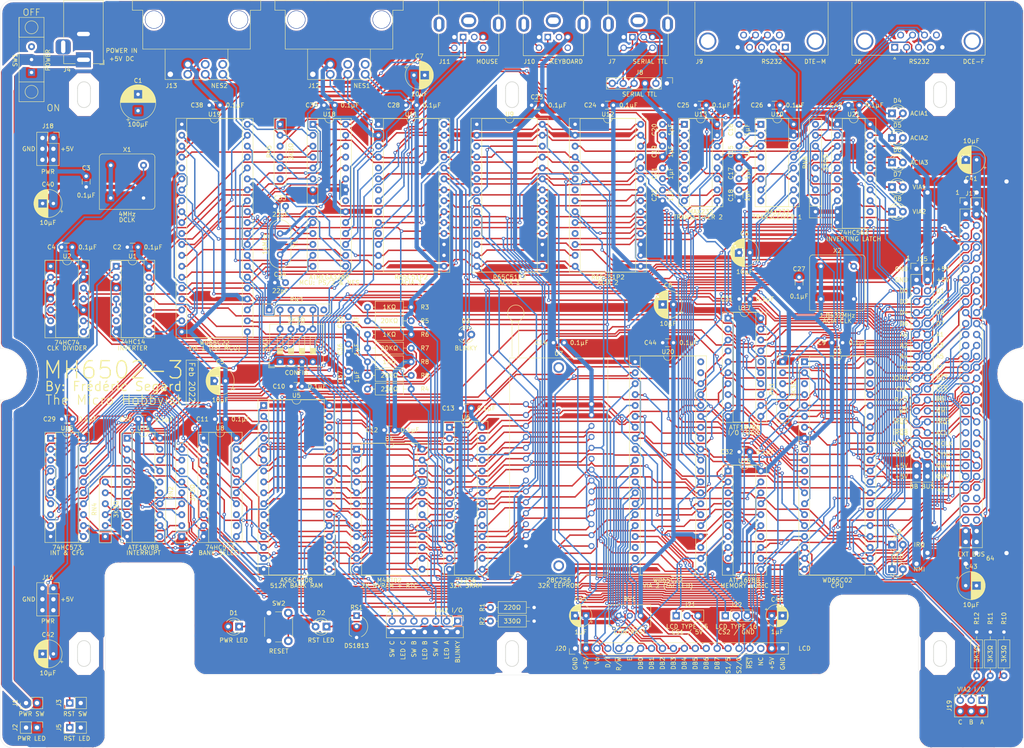
<source format=kicad_pcb>
(kicad_pcb (version 20171130) (host pcbnew "(5.1.12)-1")
  (title_block (title "MH6502-3 (Motherboard)") (date 2022-01-14) (rev 3) (company "Frédéric Segard") (comment 1 "The Micro Hobbyist"))
  (layers (0 F.Cu signal hide) (31 B.Cu signal hide) (34 B.Paste user) (35 F.Paste user) (36 B.SilkS user) (37 F.SilkS user) (38 B.Mask user) (39 F.Mask user) (44 Edge.Cuts user))
  (net 0 "")
  (net 1 GND)
  (net 2 +5V)
  (net 3 "Net-(D2-Pad2)")
  (net 4 "Net-(D3-Pad2)")
  (net 5 "Net-(J6-Pad1)")
  (net 6 /CLK)
  (net 7 /~IRQ12)
  (net 8 /~RESET)
  (net 9 /R~W)
  (net 10 /~IOREQ)
  (net 11 /~NMI)
  (net 12 /~IRQ9)
  (net 13 /~IRQ10)
  (net 14 /~IRQ11)
  (net 15 /~CLK)
  (net 16 /ACLK)
  (net 17 /~RD)
  (net 18 /~WR)
  (net 19 /RDY)
  (net 20 /SYNC)
  (net 21 /~IRQ0)
  (net 22 /~IRQ1)
  (net 23 /~IRQ2)
  (net 24 /~IRQ3)
  (net 25 /~IRQ4)
  (net 26 /~IRQ5)
  (net 27 /~IRQ6)
  (net 28 /~IRQ7)
  (net 29 /~IRQ8)
  (net 30 "/VIA1 - Peripherals/KB_CLK")
  (net 31 "/VIA1 - Peripherals/KB_DATA")
  (net 32 "/VIA1 - Peripherals/MS_DATA")
  (net 33 "/VIA1 - Peripherals/MS_CLK")
  (net 34 "/VIA1 - Peripherals/NES_CLK")
  (net 35 "/VIA1 - Peripherals/NES_LATCH")
  (net 36 "/VIA1 - Peripherals/NES_DATA1")
  (net 37 "/VIA1 - Peripherals/NES_DATA2")
  (net 38 /~IRQ)
  (net 39 /~NVRAM)
  (net 40 /~RAM)
  (net 41 /~ROM)
  (net 42 /~ACIA1)
  (net 43 /~ACIA2)
  (net 44 "/Interrupt Handling/P_INT0")
  (net 45 "/Interrupt Handling/P_INT1")
  (net 46 "/Interrupt Handling/P_INT2")
  (net 47 "/Interrupt Handling/P_INT3")
  (net 48 /~P_INT_SEL)
  (net 49 /~VIA1)
  (net 50 "/VIA1 - Peripherals/MCU_D6")
  (net 51 "/VIA1 - Peripherals/MCU_D7")
  (net 52 "/VIA1 - Peripherals/MCU_D0")
  (net 53 "/VIA1 - Peripherals/RS1")
  (net 54 "/VIA1 - Peripherals/MCU_D1")
  (net 55 "/VIA1 - Peripherals/RS0")
  (net 56 "/VIA1 - Peripherals/MCU_D2")
  (net 57 "/VIA1 - Peripherals/MCU_D3")
  (net 58 "/VIA1 - Peripherals/RS2")
  (net 59 "/VIA1 - Peripherals/MCU_D4")
  (net 60 "/VIA1 - Peripherals/~MCU_INT")
  (net 61 "/VIA1 - Peripherals/MCU_D5")
  (net 62 "/ACIA 1, 2 & 3/A0")
  (net 63 "/ACIA 1, 2 & 3/A1")
  (net 64 "/ACIA 1, 2 & 3/D7")
  (net 65 "/ACIA 1, 2 & 3/D6")
  (net 66 "/ACIA 1, 2 & 3/D5")
  (net 67 "/ACIA 1, 2 & 3/D4")
  (net 68 "/ACIA 1, 2 & 3/D3")
  (net 69 "/ACIA 1, 2 & 3/D2")
  (net 70 "/ACIA 1, 2 & 3/D1")
  (net 71 "/ACIA 1, 2 & 3/D0")
  (net 72 /~ACIA3)
  (net 73 "Net-(D1-Pad1)")
  (net 74 "Net-(D2-Pad1)")
  (net 75 "Net-(J6-Pad2)")
  (net 76 "Net-(J6-Pad3)")
  (net 77 "Net-(J6-Pad4)")
  (net 78 "Net-(J6-Pad6)")
  (net 79 "Net-(J6-Pad7)")
  (net 80 "Net-(J6-Pad8)")
  (net 81 "Net-(J6-Pad9)")
  (net 82 "/ACIA 1, 2 & 3/RX")
  (net 83 "/ACIA 1, 2 & 3/TX")
  (net 84 "/ACIA 1, 2 & 3/RTS")
  (net 85 "/ACIA 1, 2 & 3/CTS")
  (net 86 "Net-(SW1-Pad3)")
  (net 87 "Net-(U3-Pad3)")
  (net 88 "Net-(U3-Pad35)")
  (net 89 "Net-(U3-Pad39)")
  (net 90 "/VIA1 - Peripherals/LED_A")
  (net 91 "/VIA1 - Peripherals/LED_B")
  (net 92 "/VIA1 - Peripherals/LED_C")
  (net 93 /Memory/L18)
  (net 94 /Memory/L16)
  (net 95 /Memory/L14)
  (net 96 /Memory/L13)
  (net 97 /Memory/L17)
  (net 98 /Memory/L15)
  (net 99 /HCLK)
  (net 100 "Net-(J13-Pad6)")
  (net 101 "/VIA1 - Peripherals/SW_A")
  (net 102 "/VIA1 - Peripherals/SW_B")
  (net 103 "/VIA1 - Peripherals/SW_C")
  (net 104 "Net-(RN5-Pad6)")
  (net 105 /~BANK)
  (net 106 "/VIA1 - Peripherals/~SW_A")
  (net 107 "/VIA1 - Peripherals/~SW_B")
  (net 108 "/VIA1 - Peripherals/~SW_C")
  (net 109 "Net-(C22-Pad2)")
  (net 110 "Net-(C21-Pad2)")
  (net 111 "Net-(C33-Pad1)")
  (net 112 "Net-(C34-Pad1)")
  (net 113 "Net-(C35-Pad1)")
  (net 114 "Net-(J11-Pad2)")
  (net 115 "Net-(J11-Pad6)")
  (net 116 "Net-(J12-Pad6)")
  (net 117 "Net-(J13-Pad5)")
  (net 118 /Bus/A2)
  (net 119 /Bus/A3)
  (net 120 /Bus/A4)
  (net 121 /Bus/A5)
  (net 122 /Bus/A6)
  (net 123 /Bus/A7)
  (net 124 /Bus/A8)
  (net 125 /Bus/A9)
  (net 126 /Bus/A10)
  (net 127 /Bus/A11)
  (net 128 /Bus/A12)
  (net 129 /Bus/A13)
  (net 130 /Bus/A14)
  (net 131 /Bus/A15)
  (net 132 /BE)
  (net 133 /~ML)
  (net 134 /~VP)
  (net 135 /CPU/~SO)
  (net 136 "Net-(U9-Pad11)")
  (net 137 "Net-(U11-Pad11)")
  (net 138 "Net-(U9-Pad7)")
  (net 139 "Net-(U9-Pad5)")
  (net 140 "Net-(U10-Pad9)")
  (net 141 "Net-(U10-Pad10)")
  (net 142 "Net-(U10-Pad11)")
  (net 143 "Net-(U10-Pad12)")
  (net 144 "Net-(U16-Pad14)")
  (net 145 "Net-(C21-Pad1)")
  (net 146 "Net-(C36-Pad1)")
  (net 147 /LCD/VO)
  (net 148 /LCD/DB0)
  (net 149 /LCD/DB1)
  (net 150 /LCD/DB2)
  (net 151 /LCD/DB3)
  (net 152 /LCD/DB4)
  (net 153 /LCD/DB5)
  (net 154 /LCD/DB6)
  (net 155 /LCD/DB7)
  (net 156 /BANK_SEL)
  (net 157 /~VIA2)
  (net 158 "Net-(U17-Pad16)")
  (net 159 "Net-(U20-Pad18)")
  (net 160 "Net-(U20-Pad19)")
  (net 161 "Net-(U20-Pad39)")
  (net 162 "Net-(U20-Pad40)")
  (net 163 "/Power, Reset & Clock/Vin")
  (net 164 "Net-(J17-Pad45)")
  (net 165 "Net-(J17-Pad54)")
  (net 166 "Net-(J17-Pad55)")
  (net 167 "Net-(J17-Pad56)")
  (net 168 "Net-(J17-Pad57)")
  (net 169 "Net-(J17-Pad58)")
  (net 170 "Net-(J17-Pad59)")
  (net 171 "Net-(J17-Pad60)")
  (net 172 /LCD/CS1)
  (net 173 /LCD/CS1_5V)
  (net 174 /LCD/CS2_GND)
  (net 175 /LCD/CS2)
  (net 176 /LCD/D~I)
  (net 177 /LCD/E)
  (net 178 "Net-(C15-Pad1)")
  (net 179 "Net-(C16-Pad2)")
  (net 180 "Net-(C16-Pad1)")
  (net 181 "Net-(C17-Pad1)")
  (net 182 "Net-(C17-Pad2)")
  (net 183 "Net-(C18-Pad2)")
  (net 184 "Net-(C19-Pad1)")
  (net 185 "Net-(C20-Pad2)")
  (net 186 "Net-(C20-Pad1)")
  (net 187 "Net-(C37-Pad1)")
  (net 188 "Net-(J9-Pad1)")
  (net 189 "Net-(J9-Pad2)")
  (net 190 "Net-(J9-Pad3)")
  (net 191 "Net-(J9-Pad4)")
  (net 192 "Net-(J9-Pad6)")
  (net 193 "Net-(J9-Pad7)")
  (net 194 "Net-(J9-Pad8)")
  (net 195 "Net-(J9-Pad9)")
  (net 196 "Net-(J10-Pad2)")
  (net 197 "Net-(J10-Pad6)")
  (net 198 "Net-(J12-Pad5)")
  (net 199 "Net-(J20-Pad18)")
  (net 200 "Net-(RN3-Pad6)")
  (net 201 "Net-(RN3-Pad5)")
  (net 202 "Net-(RN3-Pad4)")
  (net 203 "Net-(RN3-Pad3)")
  (net 204 "Net-(RN3-Pad2)")
  (net 205 "Net-(U1-Pad4)")
  (net 206 "Net-(U1-Pad6)")
  (net 207 "Net-(U2-Pad12)")
  (net 208 "Net-(U8-Pad12)")
  (net 209 "Net-(U8-Pad13)")
  (net 210 "Net-(U11-Pad5)")
  (net 211 "Net-(U11-Pad7)")
  (net 212 "Net-(U12-Pad5)")
  (net 213 "Net-(U12-Pad7)")
  (net 214 "Net-(U12-Pad8)")
  (net 215 "Net-(U12-Pad9)")
  (net 216 "Net-(U12-Pad10)")
  (net 217 "Net-(U12-Pad11)")
  (net 218 "Net-(U12-Pad12)")
  (net 219 "Net-(U18-Pad21)")
  (net 220 "Net-(U19-Pad5)")
  (net 221 /LCD/BA)
  (net 222 /LCD/BB)
  (net 223 /LCD/BC)
  (net 224 "Net-(D4-Pad1)")
  (net 225 "Net-(D4-Pad2)")
  (net 226 "Net-(D5-Pad2)")
  (net 227 "Net-(D5-Pad1)")
  (net 228 "Net-(D6-Pad1)")
  (net 229 "Net-(D6-Pad2)")
  (net 230 "Net-(D7-Pad2)")
  (net 231 "Net-(D7-Pad1)")
  (net 232 "Net-(D8-Pad2)")
  (net 233 "Net-(D8-Pad1)")
  (net 234 "Net-(D9-Pad1)")
  (net 235 "Net-(D9-Pad2)")
  (net 236 "Net-(D10-Pad2)")
  (net 237 "Net-(D10-Pad1)")
  (net 238 "/VIA1 - Peripherals/BLINK_LED")
  (net 239 "Net-(J17-Pad46)")
  (net 240 "Net-(U2-Pad3)")
  (net 241 "Net-(RN6-Pad9)")
  (net 242 "Net-(U21-Pad12)")
  (module Package_DIP:DIP-40_W15.24mm_Socket (layer F.Cu) (at 207.01 104.14)
    (fp_text reference U3 (at 7.62 -2.33) (layer F.SilkS))
    (fp_text value WD65C02 (at 7.62 50.8) (layer F.SilkS))
    (pad 1 thru_hole rect (at 0 0) (size 1.6 1.6) (drill 0.8) (layers *.Cu *.Mask) (net 134 /~VP))
    (pad 21 thru_hole oval (at 15.24 48.26) (size 1.6 1.6) (drill 0.8) (layers *.Cu *.Mask) (net 1 GND))
    (pad 2 thru_hole oval (at 0 2.54) (size 1.6 1.6) (drill 0.8) (layers *.Cu *.Mask) (net 19 /RDY))
    (pad 22 thru_hole oval (at 15.24 45.72) (size 1.6 1.6) (drill 0.8) (layers *.Cu *.Mask) (net 128 /Bus/A12))
    (pad 3 thru_hole oval (at 0 5.08) (size 1.6 1.6) (drill 0.8) (layers *.Cu *.Mask) (net 87 "Net-(U3-Pad3)"))
    (pad 23 thru_hole oval (at 15.24 43.18) (size 1.6 1.6) (drill 0.8) (layers *.Cu *.Mask) (net 129 /Bus/A13))
    (pad 4 thru_hole oval (at 0 7.62) (size 1.6 1.6) (drill 0.8) (layers *.Cu *.Mask) (net 38 /~IRQ))
    (pad 24 thru_hole oval (at 15.24 40.64) (size 1.6 1.6) (drill 0.8) (layers *.Cu *.Mask) (net 130 /Bus/A14))
    (pad 5 thru_hole oval (at 0 10.16) (size 1.6 1.6) (drill 0.8) (layers *.Cu *.Mask) (net 133 /~ML))
    (pad 25 thru_hole oval (at 15.24 38.1) (size 1.6 1.6) (drill 0.8) (layers *.Cu *.Mask) (net 131 /Bus/A15))
    (pad 6 thru_hole oval (at 0 12.7) (size 1.6 1.6) (drill 0.8) (layers *.Cu *.Mask) (net 11 /~NMI))
    (pad 26 thru_hole oval (at 15.24 35.56) (size 1.6 1.6) (drill 0.8) (layers *.Cu *.Mask) (net 64 "/ACIA 1, 2 & 3/D7"))
    (pad 7 thru_hole oval (at 0 15.24) (size 1.6 1.6) (drill 0.8) (layers *.Cu *.Mask) (net 20 /SYNC))
    (pad 27 thru_hole oval (at 15.24 33.02) (size 1.6 1.6) (drill 0.8) (layers *.Cu *.Mask) (net 65 "/ACIA 1, 2 & 3/D6"))
    (pad 8 thru_hole oval (at 0 17.78) (size 1.6 1.6) (drill 0.8) (layers *.Cu *.Mask) (net 2 +5V))
    (pad 28 thru_hole oval (at 15.24 30.48) (size 1.6 1.6) (drill 0.8) (layers *.Cu *.Mask) (net 66 "/ACIA 1, 2 & 3/D5"))
    (pad 9 thru_hole oval (at 0 20.32) (size 1.6 1.6) (drill 0.8) (layers *.Cu *.Mask) (net 62 "/ACIA 1, 2 & 3/A0"))
    (pad 29 thru_hole oval (at 15.24 27.94) (size 1.6 1.6) (drill 0.8) (layers *.Cu *.Mask) (net 67 "/ACIA 1, 2 & 3/D4"))
    (pad 10 thru_hole oval (at 0 22.86) (size 1.6 1.6) (drill 0.8) (layers *.Cu *.Mask) (net 63 "/ACIA 1, 2 & 3/A1"))
    (pad 30 thru_hole oval (at 15.24 25.4) (size 1.6 1.6) (drill 0.8) (layers *.Cu *.Mask) (net 68 "/ACIA 1, 2 & 3/D3"))
    (pad 11 thru_hole oval (at 0 25.4) (size 1.6 1.6) (drill 0.8) (layers *.Cu *.Mask) (net 118 /Bus/A2))
    (pad 31 thru_hole oval (at 15.24 22.86) (size 1.6 1.6) (drill 0.8) (layers *.Cu *.Mask) (net 69 "/ACIA 1, 2 & 3/D2"))
    (pad 12 thru_hole oval (at 0 27.94) (size 1.6 1.6) (drill 0.8) (layers *.Cu *.Mask) (net 119 /Bus/A3))
    (pad 32 thru_hole oval (at 15.24 20.32) (size 1.6 1.6) (drill 0.8) (layers *.Cu *.Mask) (net 70 "/ACIA 1, 2 & 3/D1"))
    (pad 13 thru_hole oval (at 0 30.48) (size 1.6 1.6) (drill 0.8) (layers *.Cu *.Mask) (net 120 /Bus/A4))
    (pad 33 thru_hole oval (at 15.24 17.78) (size 1.6 1.6) (drill 0.8) (layers *.Cu *.Mask) (net 71 "/ACIA 1, 2 & 3/D0"))
    (pad 14 thru_hole oval (at 0 33.02) (size 1.6 1.6) (drill 0.8) (layers *.Cu *.Mask) (net 121 /Bus/A5))
    (pad 34 thru_hole oval (at 15.24 15.24) (size 1.6 1.6) (drill 0.8) (layers *.Cu *.Mask) (net 9 /R~W))
    (pad 15 thru_hole oval (at 0 35.56) (size 1.6 1.6) (drill 0.8) (layers *.Cu *.Mask) (net 122 /Bus/A6))
    (pad 35 thru_hole oval (at 15.24 12.7) (size 1.6 1.6) (drill 0.8) (layers *.Cu *.Mask) (net 88 "Net-(U3-Pad35)"))
    (pad 16 thru_hole oval (at 0 38.1) (size 1.6 1.6) (drill 0.8) (layers *.Cu *.Mask) (net 123 /Bus/A7))
    (pad 36 thru_hole oval (at 15.24 10.16) (size 1.6 1.6) (drill 0.8) (layers *.Cu *.Mask) (net 132 /BE))
    (pad 17 thru_hole oval (at 0 40.64) (size 1.6 1.6) (drill 0.8) (layers *.Cu *.Mask) (net 124 /Bus/A8))
    (pad 37 thru_hole oval (at 15.24 7.62) (size 1.6 1.6) (drill 0.8) (layers *.Cu *.Mask) (net 6 /CLK))
    (pad 18 thru_hole oval (at 0 43.18) (size 1.6 1.6) (drill 0.8) (layers *.Cu *.Mask) (net 125 /Bus/A9))
    (pad 38 thru_hole oval (at 15.24 5.08) (size 1.6 1.6) (drill 0.8) (layers *.Cu *.Mask) (net 135 /CPU/~SO))
    (pad 19 thru_hole oval (at 0 45.72) (size 1.6 1.6) (drill 0.8) (layers *.Cu *.Mask) (net 126 /Bus/A10))
    (pad 39 thru_hole oval (at 15.24 2.54) (size 1.6 1.6) (drill 0.8) (layers *.Cu *.Mask) (net 89 "Net-(U3-Pad39)"))
    (pad 20 thru_hole oval (at 0 48.26) (size 1.6 1.6) (drill 0.8) (layers *.Cu *.Mask) (net 127 /Bus/A11))
    (pad 40 thru_hole oval (at 15.24 0) (size 1.6 1.6) (drill 0.8) (layers *.Cu *.Mask) (net 8 /~RESET))
  )
  (module Connector_PinHeader_2.54mm:PinHeader_2x32_P2.54mm_Vertical (layer F.Cu) (at 244.475 67.31)
    (fp_text reference J17 (at 1.27 -2.33) (layer F.SilkS))
    (fp_text value "EXT BUS" (at 1.27 81.5975) (layer F.SilkS))
    (pad 1 thru_hole rect (at 0 0) (size 1.7 1.7) (drill 1) (layers *.Cu *.Mask) (net 1 GND))
    (pad 2 thru_hole oval (at 2.54 0) (size 1.7 1.7) (drill 1) (layers *.Cu *.Mask) (net 2 +5V))
    (pad 3 thru_hole oval (at 0 2.54) (size 1.7 1.7) (drill 1) (layers *.Cu *.Mask) (net 1 GND))
    (pad 4 thru_hole oval (at 2.54 2.54) (size 1.7 1.7) (drill 1) (layers *.Cu *.Mask) (net 2 +5V))
    (pad 5 thru_hole oval (at 0 5.08) (size 1.7 1.7) (drill 1) (layers *.Cu *.Mask) (net 71 "/ACIA 1, 2 & 3/D0"))
    (pad 6 thru_hole oval (at 2.54 5.08) (size 1.7 1.7) (drill 1) (layers *.Cu *.Mask) (net 70 "/ACIA 1, 2 & 3/D1"))
    (pad 7 thru_hole oval (at 0 7.62) (size 1.7 1.7) (drill 1) (layers *.Cu *.Mask) (net 69 "/ACIA 1, 2 & 3/D2"))
    (pad 8 thru_hole oval (at 2.54 7.62) (size 1.7 1.7) (drill 1) (layers *.Cu *.Mask) (net 68 "/ACIA 1, 2 & 3/D3"))
    (pad 9 thru_hole oval (at 0 10.16) (size 1.7 1.7) (drill 1) (layers *.Cu *.Mask) (net 67 "/ACIA 1, 2 & 3/D4"))
    (pad 10 thru_hole oval (at 2.54 10.16) (size 1.7 1.7) (drill 1) (layers *.Cu *.Mask) (net 66 "/ACIA 1, 2 & 3/D5"))
    (pad 11 thru_hole oval (at 0 12.7) (size 1.7 1.7) (drill 1) (layers *.Cu *.Mask) (net 65 "/ACIA 1, 2 & 3/D6"))
    (pad 12 thru_hole oval (at 2.54 12.7) (size 1.7 1.7) (drill 1) (layers *.Cu *.Mask) (net 64 "/ACIA 1, 2 & 3/D7"))
    (pad 13 thru_hole oval (at 0 15.24) (size 1.7 1.7) (drill 1) (layers *.Cu *.Mask) (net 62 "/ACIA 1, 2 & 3/A0"))
    (pad 14 thru_hole oval (at 2.54 15.24) (size 1.7 1.7) (drill 1) (layers *.Cu *.Mask) (net 63 "/ACIA 1, 2 & 3/A1"))
    (pad 15 thru_hole oval (at 0 17.78) (size 1.7 1.7) (drill 1) (layers *.Cu *.Mask) (net 118 /Bus/A2))
    (pad 16 thru_hole oval (at 2.54 17.78) (size 1.7 1.7) (drill 1) (layers *.Cu *.Mask) (net 119 /Bus/A3))
    (pad 17 thru_hole oval (at 0 20.32) (size 1.7 1.7) (drill 1) (layers *.Cu *.Mask) (net 120 /Bus/A4))
    (pad 18 thru_hole oval (at 2.54 20.32) (size 1.7 1.7) (drill 1) (layers *.Cu *.Mask) (net 121 /Bus/A5))
    (pad 19 thru_hole oval (at 0 22.86) (size 1.7 1.7) (drill 1) (layers *.Cu *.Mask) (net 122 /Bus/A6))
    (pad 20 thru_hole oval (at 2.54 22.86) (size 1.7 1.7) (drill 1) (layers *.Cu *.Mask) (net 123 /Bus/A7))
    (pad 21 thru_hole oval (at 0 25.4) (size 1.7 1.7) (drill 1) (layers *.Cu *.Mask) (net 124 /Bus/A8))
    (pad 22 thru_hole oval (at 2.54 25.4) (size 1.7 1.7) (drill 1) (layers *.Cu *.Mask) (net 125 /Bus/A9))
    (pad 23 thru_hole oval (at 0 27.94) (size 1.7 1.7) (drill 1) (layers *.Cu *.Mask) (net 126 /Bus/A10))
    (pad 24 thru_hole oval (at 2.54 27.94) (size 1.7 1.7) (drill 1) (layers *.Cu *.Mask) (net 127 /Bus/A11))
    (pad 25 thru_hole oval (at 0 30.48) (size 1.7 1.7) (drill 1) (layers *.Cu *.Mask) (net 128 /Bus/A12))
    (pad 26 thru_hole oval (at 2.54 30.48) (size 1.7 1.7) (drill 1) (layers *.Cu *.Mask) (net 129 /Bus/A13))
    (pad 27 thru_hole oval (at 0 33.02) (size 1.7 1.7) (drill 1) (layers *.Cu *.Mask) (net 130 /Bus/A14))
    (pad 28 thru_hole oval (at 2.54 33.02) (size 1.7 1.7) (drill 1) (layers *.Cu *.Mask) (net 131 /Bus/A15))
    (pad 29 thru_hole oval (at 0 35.56) (size 1.7 1.7) (drill 1) (layers *.Cu *.Mask) (net 10 /~IOREQ))
    (pad 30 thru_hole oval (at 2.54 35.56) (size 1.7 1.7) (drill 1) (layers *.Cu *.Mask) (net 8 /~RESET))
    (pad 31 thru_hole oval (at 0 38.1) (size 1.7 1.7) (drill 1) (layers *.Cu *.Mask) (net 6 /CLK))
    (pad 32 thru_hole oval (at 2.54 38.1) (size 1.7 1.7) (drill 1) (layers *.Cu *.Mask) (net 15 /~CLK))
    (pad 33 thru_hole oval (at 0 40.64) (size 1.7 1.7) (drill 1) (layers *.Cu *.Mask) (net 9 /R~W))
    (pad 34 thru_hole oval (at 2.54 40.64) (size 1.7 1.7) (drill 1) (layers *.Cu *.Mask) (net 17 /~RD))
    (pad 35 thru_hole oval (at 0 43.18) (size 1.7 1.7) (drill 1) (layers *.Cu *.Mask) (net 18 /~WR))
    (pad 36 thru_hole oval (at 2.54 43.18) (size 1.7 1.7) (drill 1) (layers *.Cu *.Mask) (net 11 /~NMI))
    (pad 37 thru_hole oval (at 0 45.72) (size 1.7 1.7) (drill 1) (layers *.Cu *.Mask) (net 21 /~IRQ0))
    (pad 38 thru_hole oval (at 2.54 45.72) (size 1.7 1.7) (drill 1) (layers *.Cu *.Mask) (net 22 /~IRQ1))
    (pad 39 thru_hole oval (at 0 48.26) (size 1.7 1.7) (drill 1) (layers *.Cu *.Mask) (net 24 /~IRQ3))
    (pad 40 thru_hole oval (at 2.54 48.26) (size 1.7 1.7) (drill 1) (layers *.Cu *.Mask) (net 25 /~IRQ4))
    (pad 41 thru_hole oval (at 0 50.8) (size 1.7 1.7) (drill 1) (layers *.Cu *.Mask) (net 29 /~IRQ8))
    (pad 42 thru_hole oval (at 2.54 50.8) (size 1.7 1.7) (drill 1) (layers *.Cu *.Mask) (net 12 /~IRQ9))
    (pad 43 thru_hole oval (at 0 53.34) (size 1.7 1.7) (drill 1) (layers *.Cu *.Mask) (net 13 /~IRQ10))
    (pad 44 thru_hole oval (at 2.54 53.34) (size 1.7 1.7) (drill 1) (layers *.Cu *.Mask) (net 14 /~IRQ11))
    (pad 45 thru_hole oval (at 0 55.88) (size 1.7 1.7) (drill 1) (layers *.Cu *.Mask) (net 164 "Net-(J17-Pad45)"))
    (pad 46 thru_hole oval (at 2.54 55.88) (size 1.7 1.7) (drill 1) (layers *.Cu *.Mask) (net 239 "Net-(J17-Pad46)"))
    (pad 47 thru_hole oval (at 0 58.42) (size 1.7 1.7) (drill 1) (layers *.Cu *.Mask) (net 16 /ACLK))
    (pad 48 thru_hole oval (at 2.54 58.42) (size 1.7 1.7) (drill 1) (layers *.Cu *.Mask) (net 99 /HCLK))
    (pad 49 thru_hole oval (at 0 60.96) (size 1.7 1.7) (drill 1) (layers *.Cu *.Mask) (net 19 /RDY))
    (pad 50 thru_hole oval (at 2.54 60.96) (size 1.7 1.7) (drill 1) (layers *.Cu *.Mask) (net 20 /SYNC))
    (pad 51 thru_hole oval (at 0 63.5) (size 1.7 1.7) (drill 1) (layers *.Cu *.Mask) (net 132 /BE))
    (pad 52 thru_hole oval (at 2.54 63.5) (size 1.7 1.7) (drill 1) (layers *.Cu *.Mask) (net 133 /~ML))
    (pad 53 thru_hole oval (at 0 66.04) (size 1.7 1.7) (drill 1) (layers *.Cu *.Mask) (net 134 /~VP))
    (pad 54 thru_hole oval (at 2.54 66.04) (size 1.7 1.7) (drill 1) (layers *.Cu *.Mask) (net 165 "Net-(J17-Pad54)"))
    (pad 55 thru_hole oval (at 0 68.58) (size 1.7 1.7) (drill 1) (layers *.Cu *.Mask) (net 166 "Net-(J17-Pad55)"))
    (pad 56 thru_hole oval (at 2.54 68.58) (size 1.7 1.7) (drill 1) (layers *.Cu *.Mask) (net 167 "Net-(J17-Pad56)"))
    (pad 57 thru_hole oval (at 0 71.12) (size 1.7 1.7) (drill 1) (layers *.Cu *.Mask) (net 168 "Net-(J17-Pad57)"))
    (pad 58 thru_hole oval (at 2.54 71.12) (size 1.7 1.7) (drill 1) (layers *.Cu *.Mask) (net 169 "Net-(J17-Pad58)"))
    (pad 59 thru_hole oval (at 0 73.66) (size 1.7 1.7) (drill 1) (layers *.Cu *.Mask) (net 170 "Net-(J17-Pad59)"))
    (pad 60 thru_hole oval (at 2.54 73.66) (size 1.7 1.7) (drill 1) (layers *.Cu *.Mask) (net 171 "Net-(J17-Pad60)"))
    (pad 61 thru_hole oval (at 0 76.2) (size 1.7 1.7) (drill 1) (layers *.Cu *.Mask) (net 2 +5V))
    (pad 62 thru_hole oval (at 2.54 76.2) (size 1.7 1.7) (drill 1) (layers *.Cu *.Mask) (net 1 GND))
    (pad 63 thru_hole oval (at 0 78.74) (size 1.7 1.7) (drill 1) (layers *.Cu *.Mask) (net 2 +5V))
    (pad 64 thru_hole oval (at 2.54 78.74) (size 1.7 1.7) (drill 1) (layers *.Cu *.Mask) (net 1 GND))
  )
  (module Package_DIP:DIP-20_W7.62mm_Socket (layer F.Cu) (at 214.63 48.895)
    (fp_text reference U21 (at 3.81 -2.33) (layer F.SilkS))
    (fp_text value 74HC563 (at 3.81 25.19) (layer F.SilkS))
    (pad 1 thru_hole rect (at 0 0) (size 1.6 1.6) (drill 0.8) (layers *.Cu *.Mask) (net 1 GND))
    (pad 11 thru_hole oval (at 7.62 22.86) (size 1.6 1.6) (drill 0.8) (layers *.Cu *.Mask) (net 6 /CLK))
    (pad 2 thru_hole oval (at 0 2.54) (size 1.6 1.6) (drill 0.8) (layers *.Cu *.Mask) (net 42 /~ACIA1))
    (pad 12 thru_hole oval (at 7.62 20.32) (size 1.6 1.6) (drill 0.8) (layers *.Cu *.Mask) (net 242 "Net-(U21-Pad12)"))
    (pad 3 thru_hole oval (at 0 5.08) (size 1.6 1.6) (drill 0.8) (layers *.Cu *.Mask) (net 43 /~ACIA2))
    (pad 13 thru_hole oval (at 7.62 17.78) (size 1.6 1.6) (drill 0.8) (layers *.Cu *.Mask) (net 236 "Net-(D10-Pad2)"))
    (pad 4 thru_hole oval (at 0 7.62) (size 1.6 1.6) (drill 0.8) (layers *.Cu *.Mask) (net 72 /~ACIA3))
    (pad 14 thru_hole oval (at 7.62 15.24) (size 1.6 1.6) (drill 0.8) (layers *.Cu *.Mask) (net 235 "Net-(D9-Pad2)"))
    (pad 5 thru_hole oval (at 0 10.16) (size 1.6 1.6) (drill 0.8) (layers *.Cu *.Mask) (net 49 /~VIA1))
    (pad 15 thru_hole oval (at 7.62 12.7) (size 1.6 1.6) (drill 0.8) (layers *.Cu *.Mask) (net 232 "Net-(D8-Pad2)"))
    (pad 6 thru_hole oval (at 0 12.7) (size 1.6 1.6) (drill 0.8) (layers *.Cu *.Mask) (net 157 /~VIA2))
    (pad 16 thru_hole oval (at 7.62 10.16) (size 1.6 1.6) (drill 0.8) (layers *.Cu *.Mask) (net 230 "Net-(D7-Pad2)"))
    (pad 7 thru_hole oval (at 0 15.24) (size 1.6 1.6) (drill 0.8) (layers *.Cu *.Mask) (net 38 /~IRQ))
    (pad 17 thru_hole oval (at 7.62 7.62) (size 1.6 1.6) (drill 0.8) (layers *.Cu *.Mask) (net 229 "Net-(D6-Pad2)"))
    (pad 8 thru_hole oval (at 0 17.78) (size 1.6 1.6) (drill 0.8) (layers *.Cu *.Mask) (net 11 /~NMI))
    (pad 18 thru_hole oval (at 7.62 5.08) (size 1.6 1.6) (drill 0.8) (layers *.Cu *.Mask) (net 226 "Net-(D5-Pad2)"))
    (pad 9 thru_hole oval (at 0 20.32) (size 1.6 1.6) (drill 0.8) (layers *.Cu *.Mask) (net 1 GND))
    (pad 19 thru_hole oval (at 7.62 2.54) (size 1.6 1.6) (drill 0.8) (layers *.Cu *.Mask) (net 225 "Net-(D4-Pad2)"))
    (pad 10 thru_hole oval (at 0 22.86) (size 1.6 1.6) (drill 0.8) (layers *.Cu *.Mask) (net 1 GND))
    (pad 20 thru_hole oval (at 7.62 0) (size 1.6 1.6) (drill 0.8) (layers *.Cu *.Mask) (net 2 +5V))
  )
  (module Package_DIP:DIP-40_W15.24mm_Socket (layer F.Cu) (at 62.23 48.895)
    (fp_text reference U19 (at 7.62 -2.33) (layer F.SilkS))
    (fp_text value WD65C22 (at 7.62 50.8) (layer F.SilkS))
    (pad 40 thru_hole oval (at 15.24 0) (size 1.6 1.6) (drill 0.8) (layers *.Cu *.Mask) (net 60 "/VIA1 - Peripherals/~MCU_INT"))
    (pad 20 thru_hole oval (at 0 48.26) (size 1.6 1.6) (drill 0.8) (layers *.Cu *.Mask) (net 2 +5V))
    (pad 39 thru_hole oval (at 15.24 2.54) (size 1.6 1.6) (drill 0.8) (layers *.Cu *.Mask) (net 106 "/VIA1 - Peripherals/~SW_A"))
    (pad 19 thru_hole oval (at 0 45.72) (size 1.6 1.6) (drill 0.8) (layers *.Cu *.Mask) (net 108 "/VIA1 - Peripherals/~SW_C"))
    (pad 38 thru_hole oval (at 15.24 5.08) (size 1.6 1.6) (drill 0.8) (layers *.Cu *.Mask) (net 62 "/ACIA 1, 2 & 3/A0"))
    (pad 18 thru_hole oval (at 0 43.18) (size 1.6 1.6) (drill 0.8) (layers *.Cu *.Mask) (net 107 "/VIA1 - Peripherals/~SW_B"))
    (pad 37 thru_hole oval (at 15.24 7.62) (size 1.6 1.6) (drill 0.8) (layers *.Cu *.Mask) (net 63 "/ACIA 1, 2 & 3/A1"))
    (pad 17 thru_hole oval (at 0 40.64) (size 1.6 1.6) (drill 0.8) (layers *.Cu *.Mask) (net 51 "/VIA1 - Peripherals/MCU_D7"))
    (pad 36 thru_hole oval (at 15.24 10.16) (size 1.6 1.6) (drill 0.8) (layers *.Cu *.Mask) (net 118 /Bus/A2))
    (pad 16 thru_hole oval (at 0 38.1) (size 1.6 1.6) (drill 0.8) (layers *.Cu *.Mask) (net 50 "/VIA1 - Peripherals/MCU_D6"))
    (pad 35 thru_hole oval (at 15.24 12.7) (size 1.6 1.6) (drill 0.8) (layers *.Cu *.Mask) (net 119 /Bus/A3))
    (pad 15 thru_hole oval (at 0 35.56) (size 1.6 1.6) (drill 0.8) (layers *.Cu *.Mask) (net 61 "/VIA1 - Peripherals/MCU_D5"))
    (pad 34 thru_hole oval (at 15.24 15.24) (size 1.6 1.6) (drill 0.8) (layers *.Cu *.Mask) (net 8 /~RESET))
    (pad 14 thru_hole oval (at 0 33.02) (size 1.6 1.6) (drill 0.8) (layers *.Cu *.Mask) (net 59 "/VIA1 - Peripherals/MCU_D4"))
    (pad 33 thru_hole oval (at 15.24 17.78) (size 1.6 1.6) (drill 0.8) (layers *.Cu *.Mask) (net 71 "/ACIA 1, 2 & 3/D0"))
    (pad 13 thru_hole oval (at 0 30.48) (size 1.6 1.6) (drill 0.8) (layers *.Cu *.Mask) (net 57 "/VIA1 - Peripherals/MCU_D3"))
    (pad 32 thru_hole oval (at 15.24 20.32) (size 1.6 1.6) (drill 0.8) (layers *.Cu *.Mask) (net 70 "/ACIA 1, 2 & 3/D1"))
    (pad 12 thru_hole oval (at 0 27.94) (size 1.6 1.6) (drill 0.8) (layers *.Cu *.Mask) (net 56 "/VIA1 - Peripherals/MCU_D2"))
    (pad 31 thru_hole oval (at 15.24 22.86) (size 1.6 1.6) (drill 0.8) (layers *.Cu *.Mask) (net 69 "/ACIA 1, 2 & 3/D2"))
    (pad 11 thru_hole oval (at 0 25.4) (size 1.6 1.6) (drill 0.8) (layers *.Cu *.Mask) (net 54 "/VIA1 - Peripherals/MCU_D1"))
    (pad 30 thru_hole oval (at 15.24 25.4) (size 1.6 1.6) (drill 0.8) (layers *.Cu *.Mask) (net 68 "/ACIA 1, 2 & 3/D3"))
    (pad 10 thru_hole oval (at 0 22.86) (size 1.6 1.6) (drill 0.8) (layers *.Cu *.Mask) (net 52 "/VIA1 - Peripherals/MCU_D0"))
    (pad 29 thru_hole oval (at 15.24 27.94) (size 1.6 1.6) (drill 0.8) (layers *.Cu *.Mask) (net 67 "/ACIA 1, 2 & 3/D4"))
    (pad 9 thru_hole oval (at 0 20.32) (size 1.6 1.6) (drill 0.8) (layers *.Cu *.Mask) (net 238 "/VIA1 - Peripherals/BLINK_LED"))
    (pad 28 thru_hole oval (at 15.24 30.48) (size 1.6 1.6) (drill 0.8) (layers *.Cu *.Mask) (net 66 "/ACIA 1, 2 & 3/D5"))
    (pad 8 thru_hole oval (at 0 17.78) (size 1.6 1.6) (drill 0.8) (layers *.Cu *.Mask) (net 92 "/VIA1 - Peripherals/LED_C"))
    (pad 27 thru_hole oval (at 15.24 33.02) (size 1.6 1.6) (drill 0.8) (layers *.Cu *.Mask) (net 65 "/ACIA 1, 2 & 3/D6"))
    (pad 7 thru_hole oval (at 0 15.24) (size 1.6 1.6) (drill 0.8) (layers *.Cu *.Mask) (net 91 "/VIA1 - Peripherals/LED_B"))
    (pad 26 thru_hole oval (at 15.24 35.56) (size 1.6 1.6) (drill 0.8) (layers *.Cu *.Mask) (net 64 "/ACIA 1, 2 & 3/D7"))
    (pad 6 thru_hole oval (at 0 12.7) (size 1.6 1.6) (drill 0.8) (layers *.Cu *.Mask) (net 90 "/VIA1 - Peripherals/LED_A"))
    (pad 25 thru_hole oval (at 15.24 38.1) (size 1.6 1.6) (drill 0.8) (layers *.Cu *.Mask) (net 6 /CLK))
    (pad 5 thru_hole oval (at 0 10.16) (size 1.6 1.6) (drill 0.8) (layers *.Cu *.Mask) (net 220 "Net-(U19-Pad5)"))
    (pad 24 thru_hole oval (at 15.24 40.64) (size 1.6 1.6) (drill 0.8) (layers *.Cu *.Mask) (net 2 +5V))
    (pad 4 thru_hole oval (at 0 7.62) (size 1.6 1.6) (drill 0.8) (layers *.Cu *.Mask) (net 58 "/VIA1 - Peripherals/RS2"))
    (pad 23 thru_hole oval (at 15.24 43.18) (size 1.6 1.6) (drill 0.8) (layers *.Cu *.Mask) (net 49 /~VIA1))
    (pad 3 thru_hole oval (at 0 5.08) (size 1.6 1.6) (drill 0.8) (layers *.Cu *.Mask) (net 53 "/VIA1 - Peripherals/RS1"))
    (pad 22 thru_hole oval (at 15.24 45.72) (size 1.6 1.6) (drill 0.8) (layers *.Cu *.Mask) (net 9 /R~W))
    (pad 2 thru_hole oval (at 0 2.54) (size 1.6 1.6) (drill 0.8) (layers *.Cu *.Mask) (net 55 "/VIA1 - Peripherals/RS0"))
    (pad 21 thru_hole oval (at 15.24 48.26) (size 1.6 1.6) (drill 0.8) (layers *.Cu *.Mask) (net 23 /~IRQ2))
    (pad 1 thru_hole rect (at 0 0) (size 1.6 1.6) (drill 0.8) (layers *.Cu *.Mask) (net 1 GND))
  )
  (module 0_Fred's_Local_Library:ZIF-28 (layer F.Cu) (at 142.24 113.982 270)
    (fp_text reference U7 (at -11.7475 -7.62 180) (layer F.SilkS))
    (fp_text value 28C256 (at 40.9575 -7.62 180) (layer F.SilkS))
    (pad 1 thru_hole circle (at 0 0 270) (size 1.403 1.403) (drill 0.8636) (layers *.Cu *.Mask) (net 130 /Bus/A14))
    (pad 2 thru_hole circle (at 2.54 0 270) (size 1.403 1.403) (drill 0.8636) (layers *.Cu *.Mask) (net 128 /Bus/A12))
    (pad 3 thru_hole circle (at 5.08 0 270) (size 1.403 1.403) (drill 0.8636) (layers *.Cu *.Mask) (net 123 /Bus/A7))
    (pad 4 thru_hole circle (at 7.62 0 270) (size 1.403 1.403) (drill 0.8636) (layers *.Cu *.Mask) (net 122 /Bus/A6))
    (pad 5 thru_hole circle (at 10.16 0 270) (size 1.403 1.403) (drill 0.8636) (layers *.Cu *.Mask) (net 121 /Bus/A5))
    (pad 6 thru_hole circle (at 12.7 0 270) (size 1.403 1.403) (drill 0.8636) (layers *.Cu *.Mask) (net 120 /Bus/A4))
    (pad 7 thru_hole circle (at 15.24 0 270) (size 1.403 1.403) (drill 0.8636) (layers *.Cu *.Mask) (net 119 /Bus/A3))
    (pad 8 thru_hole circle (at 17.78 0 270) (size 1.403 1.403) (drill 0.8636) (layers *.Cu *.Mask) (net 118 /Bus/A2))
    (pad 9 thru_hole circle (at 20.32 0 270) (size 1.403 1.403) (drill 0.8636) (layers *.Cu *.Mask) (net 63 "/ACIA 1, 2 & 3/A1"))
    (pad 10 thru_hole circle (at 22.86 0 270) (size 1.403 1.403) (drill 0.8636) (layers *.Cu *.Mask) (net 62 "/ACIA 1, 2 & 3/A0"))
    (pad 11 thru_hole circle (at 25.4 0 270) (size 1.403 1.403) (drill 0.8636) (layers *.Cu *.Mask) (net 71 "/ACIA 1, 2 & 3/D0"))
    (pad 12 thru_hole circle (at 27.94 0 270) (size 1.403 1.403) (drill 0.8636) (layers *.Cu *.Mask) (net 70 "/ACIA 1, 2 & 3/D1"))
    (pad 13 thru_hole circle (at 30.48 0 270) (size 1.403 1.403) (drill 0.8636) (layers *.Cu *.Mask) (net 69 "/ACIA 1, 2 & 3/D2"))
    (pad 14 thru_hole circle (at 33.02 0 270) (size 1.403 1.403) (drill 0.8636) (layers *.Cu *.Mask) (net 1 GND))
    (pad 15 thru_hole circle (at 33.02 -15.24 270) (size 1.403 1.403) (drill 0.8636) (layers *.Cu *.Mask) (net 68 "/ACIA 1, 2 & 3/D3"))
    (pad 16 thru_hole circle (at 30.48 -15.24 270) (size 1.403 1.403) (drill 0.8636) (layers *.Cu *.Mask) (net 67 "/ACIA 1, 2 & 3/D4"))
    (pad 17 thru_hole circle (at 27.94 -15.24 270) (size 1.403 1.403) (drill 0.8636) (layers *.Cu *.Mask) (net 66 "/ACIA 1, 2 & 3/D5"))
    (pad 18 thru_hole circle (at 25.4 -15.24 270) (size 1.403 1.403) (drill 0.8636) (layers *.Cu *.Mask) (net 65 "/ACIA 1, 2 & 3/D6"))
    (pad 19 thru_hole circle (at 22.86 -15.24 270) (size 1.403 1.403) (drill 0.8636) (layers *.Cu *.Mask) (net 64 "/ACIA 1, 2 & 3/D7"))
    (pad 20 thru_hole circle (at 20.32 -15.24 270) (size 1.403 1.403) (drill 0.8636) (layers *.Cu *.Mask) (net 41 /~ROM))
    (pad 21 thru_hole circle (at 17.78 -15.24 270) (size 1.403 1.403) (drill 0.8636) (layers *.Cu *.Mask) (net 126 /Bus/A10))
    (pad 22 thru_hole circle (at 15.24 -15.24 270) (size 1.403 1.403) (drill 0.8636) (layers *.Cu *.Mask) (net 17 /~RD))
    (pad 23 thru_hole circle (at 12.7 -15.24 270) (size 1.403 1.403) (drill 0.8636) (layers *.Cu *.Mask) (net 127 /Bus/A11))
    (pad 24 thru_hole circle (at 10.16 -15.24 270) (size 1.403 1.403) (drill 0.8636) (layers *.Cu *.Mask) (net 125 /Bus/A9))
    (pad 25 thru_hole circle (at 7.62 -15.24 270) (size 1.403 1.403) (drill 0.8636) (layers *.Cu *.Mask) (net 124 /Bus/A8))
    (pad 26 thru_hole circle (at 5.08 -15.24 270) (size 1.403 1.403) (drill 0.8636) (layers *.Cu *.Mask) (net 129 /Bus/A13))
    (pad 27 thru_hole circle (at 2.54 -15.24 270) (size 1.403 1.403) (drill 0.8636) (layers *.Cu *.Mask) (net 2 +5V))
    (pad 28 thru_hole circle (at 0 -15.24 270) (size 1.403 1.403) (drill 0.8636) (layers *.Cu *.Mask) (net 2 +5V))
    (pad 29 thru_hole circle (at -8.51 -7.62 270) (size 2.475 2.475) (drill 1.65) (layers *.Cu *.Mask))
    (pad 30 thru_hole circle (at 37.59 -7.62 270) (size 2.475 2.475) (drill 1.65) (layers *.Cu *.Mask))
  )
  (module Capacitor_THT:C_Disc_D3.0mm_W1.6mm_P2.50mm (layer F.Cu) (at 151.13 99.695 180)
    (fp_text reference C14 (at 3.81 0.0005) (layer F.SilkS) (effects (justify right)))
    (fp_text value 0.1µF (at -1.27 0) (layer F.SilkS) (effects (justify left)))
    (pad 2 thru_hole circle (at 2.5 0 180) (size 1.6 1.6) (drill 0.8) (layers *.Cu *.Mask) (net 1 GND))
    (pad 1 thru_hole circle (at 0 0 180) (size 1.6 1.6) (drill 0.8) (layers *.Cu *.Mask) (net 2 +5V))
  )
  (module Connector_PinHeader_2.54mm:PinHeader_2x20_P2.54mm_Vertical (layer F.Cu) (at 233.045 82.55)
    (fp_text reference J15 (at 1.27 -2.33) (layer F.SilkS))
    (fp_text value "BB BUS" (at 1.27 50.59) (layer F.SilkS))
    (pad 1 thru_hole rect (at 0 0) (size 1.7 1.7) (drill 1) (layers *.Cu *.Mask) (net 1 GND))
    (pad 2 thru_hole oval (at 2.54 0) (size 1.7 1.7) (drill 1) (layers *.Cu *.Mask) (net 2 +5V))
    (pad 3 thru_hole oval (at 0 2.54) (size 1.7 1.7) (drill 1) (layers *.Cu *.Mask) (net 1 GND))
    (pad 4 thru_hole oval (at 2.54 2.54) (size 1.7 1.7) (drill 1) (layers *.Cu *.Mask) (net 2 +5V))
    (pad 5 thru_hole oval (at 0 5.08) (size 1.7 1.7) (drill 1) (layers *.Cu *.Mask) (net 71 "/ACIA 1, 2 & 3/D0"))
    (pad 6 thru_hole oval (at 2.54 5.08) (size 1.7 1.7) (drill 1) (layers *.Cu *.Mask) (net 70 "/ACIA 1, 2 & 3/D1"))
    (pad 7 thru_hole oval (at 0 7.62) (size 1.7 1.7) (drill 1) (layers *.Cu *.Mask) (net 69 "/ACIA 1, 2 & 3/D2"))
    (pad 8 thru_hole oval (at 2.54 7.62) (size 1.7 1.7) (drill 1) (layers *.Cu *.Mask) (net 68 "/ACIA 1, 2 & 3/D3"))
    (pad 9 thru_hole oval (at 0 10.16) (size 1.7 1.7) (drill 1) (layers *.Cu *.Mask) (net 67 "/ACIA 1, 2 & 3/D4"))
    (pad 10 thru_hole oval (at 2.54 10.16) (size 1.7 1.7) (drill 1) (layers *.Cu *.Mask) (net 66 "/ACIA 1, 2 & 3/D5"))
    (pad 11 thru_hole oval (at 0 12.7) (size 1.7 1.7) (drill 1) (layers *.Cu *.Mask) (net 65 "/ACIA 1, 2 & 3/D6"))
    (pad 12 thru_hole oval (at 2.54 12.7) (size 1.7 1.7) (drill 1) (layers *.Cu *.Mask) (net 64 "/ACIA 1, 2 & 3/D7"))
    (pad 13 thru_hole oval (at 0 15.24) (size 1.7 1.7) (drill 1) (layers *.Cu *.Mask) (net 62 "/ACIA 1, 2 & 3/A0"))
    (pad 14 thru_hole oval (at 2.54 15.24) (size 1.7 1.7) (drill 1) (layers *.Cu *.Mask) (net 63 "/ACIA 1, 2 & 3/A1"))
    (pad 15 thru_hole oval (at 0 17.78) (size 1.7 1.7) (drill 1) (layers *.Cu *.Mask) (net 118 /Bus/A2))
    (pad 16 thru_hole oval (at 2.54 17.78) (size 1.7 1.7) (drill 1) (layers *.Cu *.Mask) (net 119 /Bus/A3))
    (pad 17 thru_hole oval (at 0 20.32) (size 1.7 1.7) (drill 1) (layers *.Cu *.Mask) (net 120 /Bus/A4))
    (pad 18 thru_hole oval (at 2.54 20.32) (size 1.7 1.7) (drill 1) (layers *.Cu *.Mask) (net 121 /Bus/A5))
    (pad 19 thru_hole oval (at 0 22.86) (size 1.7 1.7) (drill 1) (layers *.Cu *.Mask) (net 122 /Bus/A6))
    (pad 20 thru_hole oval (at 2.54 22.86) (size 1.7 1.7) (drill 1) (layers *.Cu *.Mask) (net 123 /Bus/A7))
    (pad 21 thru_hole oval (at 0 25.4) (size 1.7 1.7) (drill 1) (layers *.Cu *.Mask) (net 10 /~IOREQ))
    (pad 22 thru_hole oval (at 2.54 25.4) (size 1.7 1.7) (drill 1) (layers *.Cu *.Mask) (net 8 /~RESET))
    (pad 23 thru_hole oval (at 0 27.94) (size 1.7 1.7) (drill 1) (layers *.Cu *.Mask) (net 6 /CLK))
    (pad 24 thru_hole oval (at 2.54 27.94) (size 1.7 1.7) (drill 1) (layers *.Cu *.Mask) (net 15 /~CLK))
    (pad 25 thru_hole oval (at 0 30.48) (size 1.7 1.7) (drill 1) (layers *.Cu *.Mask) (net 9 /R~W))
    (pad 26 thru_hole oval (at 2.54 30.48) (size 1.7 1.7) (drill 1) (layers *.Cu *.Mask) (net 17 /~RD))
    (pad 27 thru_hole oval (at 0 33.02) (size 1.7 1.7) (drill 1) (layers *.Cu *.Mask) (net 18 /~WR))
    (pad 28 thru_hole oval (at 2.54 33.02) (size 1.7 1.7) (drill 1) (layers *.Cu *.Mask) (net 11 /~NMI))
    (pad 29 thru_hole oval (at 0 35.56) (size 1.7 1.7) (drill 1) (layers *.Cu *.Mask) (net 21 /~IRQ0))
    (pad 30 thru_hole oval (at 2.54 35.56) (size 1.7 1.7) (drill 1) (layers *.Cu *.Mask) (net 22 /~IRQ1))
    (pad 31 thru_hole oval (at 0 38.1) (size 1.7 1.7) (drill 1) (layers *.Cu *.Mask) (net 29 /~IRQ8))
    (pad 32 thru_hole oval (at 2.54 38.1) (size 1.7 1.7) (drill 1) (layers *.Cu *.Mask) (net 12 /~IRQ9))
    (pad 33 thru_hole oval (at 0 40.64) (size 1.7 1.7) (drill 1) (layers *.Cu *.Mask) (net 16 /ACLK))
    (pad 34 thru_hole oval (at 2.54 40.64) (size 1.7 1.7) (drill 1) (layers *.Cu *.Mask) (net 99 /HCLK))
    (pad 35 thru_hole oval (at 0 43.18) (size 1.7 1.7) (drill 1) (layers *.Cu *.Mask) (net 19 /RDY))
    (pad 36 thru_hole oval (at 2.54 43.18) (size 1.7 1.7) (drill 1) (layers *.Cu *.Mask) (net 20 /SYNC))
    (pad 37 thru_hole oval (at 0 45.72) (size 1.7 1.7) (drill 1) (layers *.Cu *.Mask) (net 2 +5V))
    (pad 38 thru_hole oval (at 2.54 45.72) (size 1.7 1.7) (drill 1) (layers *.Cu *.Mask) (net 1 GND))
    (pad 39 thru_hole oval (at 0 48.26) (size 1.7 1.7) (drill 1) (layers *.Cu *.Mask) (net 2 +5V))
    (pad 40 thru_hole oval (at 2.54 48.26) (size 1.7 1.7) (drill 1) (layers *.Cu *.Mask) (net 1 GND))
  )
  (module Crystal:Crystal_HC18-U_Vertical (layer F.Cu) (at 85.09 74.295 270)
    (fp_text reference Y1 (at 2.45 -3.525 90) (layer F.SilkS))
    (fp_text value 16MHz (at 2.45 3.525 90) (layer F.SilkS))
    (pad 1 thru_hole circle (at 0 0 270) (size 1.5 1.5) (drill 0.8) (layers *.Cu *.Mask) (net 111 "Net-(C33-Pad1)"))
    (pad 2 thru_hole circle (at 4.9 0 270) (size 1.5 1.5) (drill 0.8) (layers *.Cu *.Mask) (net 112 "Net-(C34-Pad1)"))
  )
  (module 0_Fred's_Local_Library:Mini-DIN_6p (layer F.Cu) (at 121.92 20.0914)
    (fp_text reference J11 (at 0 14.1986) (layer F.SilkS) (effects (justify left)))
    (fp_text value MOUSE (at 13.97 14.1986) (layer F.SilkS) (effects (justify right)))
    (pad MH3 thru_hole oval (at 0.127 5.5118 180) (size 2.5 3.5) (drill oval 1 2.5) (layers *.Cu *.Mask))
    (pad MH2 thru_hole oval (at 13.8938 5.5118 180) (size 2.5 3.5) (drill oval 1 2.5) (layers *.Cu *.Mask))
    (pad MH1 thru_hole oval (at 7.015 4.699 180) (size 3.5 3) (drill oval 2.5 1.5) (layers *.Cu *.Mask))
    (pad 6 thru_hole circle (at 10.365 10.999 180) (size 1.509 1.509) (drill 0.97) (layers *.Cu *.Mask) (net 115 "Net-(J11-Pad6)"))
    (pad 5 thru_hole circle (at 3.665 10.999 180) (size 1.509 1.509) (drill 0.97) (layers *.Cu *.Mask) (net 33 "/VIA1 - Peripherals/MS_CLK"))
    (pad 4 thru_hole circle (at 10.365 8.509 180) (size 1.509 1.509) (drill 0.97) (layers *.Cu *.Mask) (net 2 +5V))
    (pad 3 thru_hole circle (at 3.665 8.509 180) (size 1.509 1.509) (drill 0.97) (layers *.Cu *.Mask) (net 1 GND))
    (pad 2 thru_hole circle (at 8.315 8.509 180) (size 1.509 1.509) (drill 0.97) (layers *.Cu *.Mask) (net 114 "Net-(J11-Pad2)"))
    (pad 1 thru_hole rect (at 5.715 8.509 180) (size 1.509 1.509) (drill 0.97) (layers *.Cu *.Mask) (net 32 "/VIA1 - Peripherals/MS_DATA"))
  )
  (module Package_DIP:DIP-16_W7.62mm_Socket (layer F.Cu) (at 196.85 48.895)
    (fp_text reference U10 (at 3.81 -2.33) (layer F.SilkS))
    (fp_text value MAX232 (at 3.81 20.32) (layer F.SilkS))
    (pad 1 thru_hole rect (at 0 0) (size 1.6 1.6) (drill 0.8) (layers *.Cu *.Mask) (net 180 "Net-(C16-Pad1)"))
    (pad 9 thru_hole oval (at 7.62 17.78) (size 1.6 1.6) (drill 0.8) (layers *.Cu *.Mask) (net 140 "Net-(U10-Pad9)"))
    (pad 2 thru_hole oval (at 0 2.54) (size 1.6 1.6) (drill 0.8) (layers *.Cu *.Mask) (net 178 "Net-(C15-Pad1)"))
    (pad 10 thru_hole oval (at 7.62 15.24) (size 1.6 1.6) (drill 0.8) (layers *.Cu *.Mask) (net 141 "Net-(U10-Pad10)"))
    (pad 3 thru_hole oval (at 0 5.08) (size 1.6 1.6) (drill 0.8) (layers *.Cu *.Mask) (net 179 "Net-(C16-Pad2)"))
    (pad 11 thru_hole oval (at 7.62 12.7) (size 1.6 1.6) (drill 0.8) (layers *.Cu *.Mask) (net 142 "Net-(U10-Pad11)"))
    (pad 4 thru_hole oval (at 0 7.62) (size 1.6 1.6) (drill 0.8) (layers *.Cu *.Mask) (net 181 "Net-(C17-Pad1)"))
    (pad 12 thru_hole oval (at 7.62 10.16) (size 1.6 1.6) (drill 0.8) (layers *.Cu *.Mask) (net 143 "Net-(U10-Pad12)"))
    (pad 5 thru_hole oval (at 0 10.16) (size 1.6 1.6) (drill 0.8) (layers *.Cu *.Mask) (net 182 "Net-(C17-Pad2)"))
    (pad 13 thru_hole oval (at 7.62 7.62) (size 1.6 1.6) (drill 0.8) (layers *.Cu *.Mask) (net 76 "Net-(J6-Pad3)"))
    (pad 6 thru_hole oval (at 0 12.7) (size 1.6 1.6) (drill 0.8) (layers *.Cu *.Mask) (net 183 "Net-(C18-Pad2)"))
    (pad 14 thru_hole oval (at 7.62 5.08) (size 1.6 1.6) (drill 0.8) (layers *.Cu *.Mask) (net 75 "Net-(J6-Pad2)"))
    (pad 7 thru_hole oval (at 0 15.24) (size 1.6 1.6) (drill 0.8) (layers *.Cu *.Mask) (net 80 "Net-(J6-Pad8)"))
    (pad 15 thru_hole oval (at 7.62 2.54) (size 1.6 1.6) (drill 0.8) (layers *.Cu *.Mask) (net 1 GND))
    (pad 8 thru_hole oval (at 0 17.78) (size 1.6 1.6) (drill 0.8) (layers *.Cu *.Mask) (net 79 "Net-(J6-Pad7)"))
    (pad 16 thru_hole oval (at 7.62 0) (size 1.6 1.6) (drill 0.8) (layers *.Cu *.Mask) (net 2 +5V))
  )
  (module Package_DIP:DIP-16_W7.62mm_Socket (layer F.Cu) (at 179.07 48.895)
    (fp_text reference U13 (at 3.81 -2.33) (layer F.SilkS))
    (fp_text value MAX232 (at 3.81 20.32) (layer F.SilkS))
    (pad 1 thru_hole rect (at 0 0) (size 1.6 1.6) (drill 0.8) (layers *.Cu *.Mask) (net 186 "Net-(C20-Pad1)"))
    (pad 9 thru_hole oval (at 7.62 17.78) (size 1.6 1.6) (drill 0.8) (layers *.Cu *.Mask) (net 215 "Net-(U12-Pad9)"))
    (pad 2 thru_hole oval (at 0 2.54) (size 1.6 1.6) (drill 0.8) (layers *.Cu *.Mask) (net 184 "Net-(C19-Pad1)"))
    (pad 10 thru_hole oval (at 7.62 15.24) (size 1.6 1.6) (drill 0.8) (layers *.Cu *.Mask) (net 214 "Net-(U12-Pad8)"))
    (pad 3 thru_hole oval (at 0 5.08) (size 1.6 1.6) (drill 0.8) (layers *.Cu *.Mask) (net 185 "Net-(C20-Pad2)"))
    (pad 11 thru_hole oval (at 7.62 12.7) (size 1.6 1.6) (drill 0.8) (layers *.Cu *.Mask) (net 216 "Net-(U12-Pad10)"))
    (pad 4 thru_hole oval (at 0 7.62) (size 1.6 1.6) (drill 0.8) (layers *.Cu *.Mask) (net 145 "Net-(C21-Pad1)"))
    (pad 12 thru_hole oval (at 7.62 10.16) (size 1.6 1.6) (drill 0.8) (layers *.Cu *.Mask) (net 218 "Net-(U12-Pad12)"))
    (pad 5 thru_hole oval (at 0 10.16) (size 1.6 1.6) (drill 0.8) (layers *.Cu *.Mask) (net 110 "Net-(C21-Pad2)"))
    (pad 13 thru_hole oval (at 7.62 7.62) (size 1.6 1.6) (drill 0.8) (layers *.Cu *.Mask) (net 189 "Net-(J9-Pad2)"))
    (pad 6 thru_hole oval (at 0 12.7) (size 1.6 1.6) (drill 0.8) (layers *.Cu *.Mask) (net 109 "Net-(C22-Pad2)"))
    (pad 14 thru_hole oval (at 7.62 5.08) (size 1.6 1.6) (drill 0.8) (layers *.Cu *.Mask) (net 190 "Net-(J9-Pad3)"))
    (pad 7 thru_hole oval (at 0 15.24) (size 1.6 1.6) (drill 0.8) (layers *.Cu *.Mask) (net 193 "Net-(J9-Pad7)"))
    (pad 15 thru_hole oval (at 7.62 2.54) (size 1.6 1.6) (drill 0.8) (layers *.Cu *.Mask) (net 1 GND))
    (pad 8 thru_hole oval (at 0 17.78) (size 1.6 1.6) (drill 0.8) (layers *.Cu *.Mask) (net 194 "Net-(J9-Pad8)"))
    (pad 16 thru_hole oval (at 7.62 0) (size 1.6 1.6) (drill 0.8) (layers *.Cu *.Mask) (net 2 +5V))
  )
  (module Capacitor_THT:C_Disc_D3.0mm_W1.6mm_P2.50mm (layer F.Cu) (at 52.07 77.47 180)
    (fp_text reference C2 (at 3.81 0) (layer F.SilkS) (effects (justify right)))
    (fp_text value 0.1µF (at -1.27 0) (layer F.SilkS) (effects (justify left)))
    (pad 1 thru_hole circle (at 0 0 180) (size 1.6 1.6) (drill 0.8) (layers *.Cu *.Mask) (net 2 +5V))
    (pad 2 thru_hole circle (at 2.5 0 180) (size 1.6 1.6) (drill 0.8) (layers *.Cu *.Mask) (net 1 GND))
  )
  (module Capacitor_THT:C_Disc_D3.0mm_W1.6mm_P2.50mm (layer F.Cu) (at 213.36 99.695)
    (fp_text reference C9 (at -1.27 0) (layer F.SilkS) (effects (justify right)))
    (fp_text value 0.1µF (at 3.81 0) (layer F.SilkS) (effects (justify left)))
    (pad 1 thru_hole circle (at 0 0) (size 1.6 1.6) (drill 0.8) (layers *.Cu *.Mask) (net 2 +5V))
    (pad 2 thru_hole circle (at 2.5 0) (size 1.6 1.6) (drill 0.8) (layers *.Cu *.Mask) (net 1 GND))
  )
  (module Capacitor_THT:C_Disc_D3.0mm_W1.6mm_P2.50mm (layer F.Cu) (at 191.77 53.975 270)
    (fp_text reference C15 (at 1.27 1.905 90) (layer F.SilkS))
    (fp_text value 1µF (at 1.27 -1.905 90) (layer F.SilkS))
    (pad 2 thru_hole circle (at 2.5 0 270) (size 1.6 1.6) (drill 0.8) (layers *.Cu *.Mask) (net 2 +5V))
    (pad 1 thru_hole circle (at 0 0 270) (size 1.6 1.6) (drill 0.8) (layers *.Cu *.Mask) (net 178 "Net-(C15-Pad1)"))
  )
  (module Capacitor_THT:C_Disc_D3.0mm_W1.6mm_P2.50mm (layer F.Cu) (at 191.77 48.895 270)
    (fp_text reference C16 (at 1.27 1.905 90) (layer F.SilkS))
    (fp_text value 1µF (at 1.27 -1.905 90) (layer F.SilkS))
    (pad 2 thru_hole circle (at 2.5 0 270) (size 1.6 1.6) (drill 0.8) (layers *.Cu *.Mask) (net 179 "Net-(C16-Pad2)"))
    (pad 1 thru_hole circle (at 0 0 270) (size 1.6 1.6) (drill 0.8) (layers *.Cu *.Mask) (net 180 "Net-(C16-Pad1)"))
  )
  (module Capacitor_THT:C_Disc_D3.0mm_W1.6mm_P2.50mm (layer F.Cu) (at 191.77 59.055 270)
    (fp_text reference C17 (at 1.27 1.905 90) (layer F.SilkS))
    (fp_text value 1µF (at 1.25 -1.905 90) (layer F.SilkS))
    (pad 1 thru_hole circle (at 0 0 270) (size 1.6 1.6) (drill 0.8) (layers *.Cu *.Mask) (net 181 "Net-(C17-Pad1)"))
    (pad 2 thru_hole circle (at 2.5 0 270) (size 1.6 1.6) (drill 0.8) (layers *.Cu *.Mask) (net 182 "Net-(C17-Pad2)"))
  )
  (module Capacitor_THT:C_Disc_D3.0mm_W1.6mm_P2.50mm (layer F.Cu) (at 191.77 66.675 90)
    (fp_text reference C18 (at 1.25 -1.905 90) (layer F.SilkS))
    (fp_text value 1µF (at 1.25 1.905 90) (layer F.SilkS))
    (pad 1 thru_hole circle (at 0 0 90) (size 1.6 1.6) (drill 0.8) (layers *.Cu *.Mask) (net 1 GND))
    (pad 2 thru_hole circle (at 2.5 0 90) (size 1.6 1.6) (drill 0.8) (layers *.Cu *.Mask) (net 183 "Net-(C18-Pad2)"))
  )
  (module Capacitor_THT:C_Disc_D3.0mm_W1.6mm_P2.50mm (layer F.Cu) (at 173.99 53.975 270)
    (fp_text reference C19 (at 1.27 1.905 90) (layer F.SilkS))
    (fp_text value 1µF (at 1.27 -1.905 90) (layer F.SilkS))
    (pad 1 thru_hole circle (at 0 0 270) (size 1.6 1.6) (drill 0.8) (layers *.Cu *.Mask) (net 184 "Net-(C19-Pad1)"))
    (pad 2 thru_hole circle (at 2.5 0 270) (size 1.6 1.6) (drill 0.8) (layers *.Cu *.Mask) (net 2 +5V))
  )
  (module Capacitor_THT:C_Disc_D3.0mm_W1.6mm_P2.50mm (layer F.Cu) (at 173.99 48.895 270)
    (fp_text reference C20 (at 1.27 1.905 90) (layer F.SilkS))
    (fp_text value 1µF (at 1.27 -1.905 90) (layer F.SilkS))
    (pad 2 thru_hole circle (at 2.5 0 270) (size 1.6 1.6) (drill 0.8) (layers *.Cu *.Mask) (net 185 "Net-(C20-Pad2)"))
    (pad 1 thru_hole circle (at 0 0 270) (size 1.6 1.6) (drill 0.8) (layers *.Cu *.Mask) (net 186 "Net-(C20-Pad1)"))
  )
  (module Capacitor_THT:C_Disc_D3.0mm_W1.6mm_P2.50mm (layer F.Cu) (at 173.99 59.055 270)
    (fp_text reference C21 (at 1.25 1.905 90) (layer F.SilkS))
    (fp_text value 1µF (at 1.25 -1.905 90) (layer F.SilkS))
    (pad 2 thru_hole circle (at 2.5 0 270) (size 1.6 1.6) (drill 0.8) (layers *.Cu *.Mask) (net 110 "Net-(C21-Pad2)"))
    (pad 1 thru_hole circle (at 0 0 270) (size 1.6 1.6) (drill 0.8) (layers *.Cu *.Mask) (net 145 "Net-(C21-Pad1)"))
  )
  (module Capacitor_THT:C_Disc_D3.0mm_W1.6mm_P2.50mm (layer F.Cu) (at 173.99 66.675 90)
    (fp_text reference C22 (at 1.27 -1.905 90) (layer F.SilkS))
    (fp_text value 1µF (at 1.25 1.905 90) (layer F.SilkS))
    (pad 1 thru_hole circle (at 0 0 90) (size 1.6 1.6) (drill 0.8) (layers *.Cu *.Mask) (net 1 GND))
    (pad 2 thru_hole circle (at 2.5 0 90) (size 1.6 1.6) (drill 0.8) (layers *.Cu *.Mask) (net 109 "Net-(C22-Pad2)"))
  )
  (module Capacitor_THT:C_Disc_D3.0mm_W1.6mm_P2.50mm (layer F.Cu) (at 146.05 44.45 180)
    (fp_text reference C23 (at 1.27 1.905) (layer F.SilkS))
    (fp_text value 0.1µF (at -1.27 0) (layer F.SilkS) (effects (justify left)))
    (pad 2 thru_hole circle (at 2.5 0 180) (size 1.6 1.6) (drill 0.8) (layers *.Cu *.Mask) (net 1 GND))
    (pad 1 thru_hole circle (at 0 0 180) (size 1.6 1.6) (drill 0.8) (layers *.Cu *.Mask) (net 2 +5V))
  )
  (module Capacitor_THT:C_Disc_D3.0mm_W1.6mm_P2.50mm (layer F.Cu) (at 162.56 44.45 180)
    (fp_text reference C24 (at 3.81 0) (layer F.SilkS) (effects (justify right)))
    (fp_text value 0.1µF (at -1.27 0) (layer F.SilkS) (effects (justify left)))
    (pad 2 thru_hole circle (at 2.5 0 180) (size 1.6 1.6) (drill 0.8) (layers *.Cu *.Mask) (net 1 GND))
    (pad 1 thru_hole circle (at 0 0 180) (size 1.6 1.6) (drill 0.8) (layers *.Cu *.Mask) (net 2 +5V))
  )
  (module Capacitor_THT:C_Disc_D3.0mm_W1.6mm_P2.50mm (layer F.Cu) (at 184.15 44.45 180)
    (fp_text reference C25 (at 3.81 0) (layer F.SilkS) (effects (justify right)))
    (fp_text value 0.1µF (at -1.27 0) (layer F.SilkS) (effects (justify left)))
    (pad 1 thru_hole circle (at 0 0 180) (size 1.6 1.6) (drill 0.8) (layers *.Cu *.Mask) (net 2 +5V))
    (pad 2 thru_hole circle (at 2.5 0 180) (size 1.6 1.6) (drill 0.8) (layers *.Cu *.Mask) (net 1 GND))
  )
  (module Capacitor_THT:C_Disc_D3.0mm_W1.6mm_P2.50mm (layer F.Cu) (at 201.295 44.45 180)
    (fp_text reference C26 (at 3.81 0) (layer F.SilkS) (effects (justify right)))
    (fp_text value 0.1µF (at -1.27 0) (layer F.SilkS) (effects (justify left)))
    (pad 2 thru_hole circle (at 2.5 0 180) (size 1.6 1.6) (drill 0.8) (layers *.Cu *.Mask) (net 1 GND))
    (pad 1 thru_hole circle (at 0 0 180) (size 1.6 1.6) (drill 0.8) (layers *.Cu *.Mask) (net 2 +5V))
  )
  (module Capacitor_THT:C_Disc_D3.0mm_W1.6mm_P2.50mm (layer F.Cu) (at 205.74 84.455 270)
    (fp_text reference C27 (at -1.905 0 180) (layer F.SilkS))
    (fp_text value 0.1µF (at 4.445 0 180) (layer F.SilkS))
    (pad 1 thru_hole circle (at 0 0 270) (size 1.6 1.6) (drill 0.8) (layers *.Cu *.Mask) (net 2 +5V))
    (pad 2 thru_hole circle (at 2.5 0 270) (size 1.6 1.6) (drill 0.8) (layers *.Cu *.Mask) (net 1 GND))
  )
  (module Capacitor_THT:C_Disc_D3.0mm_W1.6mm_P2.50mm (layer F.Cu) (at 36.83 117.475 180)
    (fp_text reference C29 (at 3.81 0) (layer F.SilkS) (effects (justify right)))
    (fp_text value 0.1µF (at -1.27 0) (layer F.SilkS) (effects (justify left)))
    (pad 2 thru_hole circle (at 2.5 0 180) (size 1.6 1.6) (drill 0.8) (layers *.Cu *.Mask) (net 1 GND))
    (pad 1 thru_hole circle (at 0 0 180) (size 1.6 1.6) (drill 0.8) (layers *.Cu *.Mask) (net 2 +5V))
  )
  (module Capacitor_THT:C_Disc_D3.0mm_W1.6mm_P2.50mm (layer F.Cu) (at 54.61 117.475 180)
    (fp_text reference C30 (at 3.81 0) (layer F.SilkS) (effects (justify right)))
    (fp_text value 0.1µF (at -1.27 0) (layer F.SilkS) (effects (justify left)))
    (pad 1 thru_hole circle (at 0 0 180) (size 1.6 1.6) (drill 0.8) (layers *.Cu *.Mask) (net 2 +5V))
    (pad 2 thru_hole circle (at 2.5 0 180) (size 1.6 1.6) (drill 0.8) (layers *.Cu *.Mask) (net 1 GND))
  )
  (module Capacitor_THT:C_Disc_D3.0mm_W1.6mm_P2.50mm (layer F.Cu) (at 194.31 89.535 180)
    (fp_text reference C31 (at 3.81 0) (layer F.SilkS) (effects (justify right)))
    (fp_text value 0.1µF (at -1.27 0) (layer F.SilkS) (effects (justify left)))
    (pad 2 thru_hole circle (at 2.5 0 180) (size 1.6 1.6) (drill 0.8) (layers *.Cu *.Mask) (net 1 GND))
    (pad 1 thru_hole circle (at 0 0 180) (size 1.6 1.6) (drill 0.8) (layers *.Cu *.Mask) (net 2 +5V))
  )
  (module Capacitor_THT:C_Disc_D3.0mm_W1.6mm_P2.50mm (layer F.Cu) (at 194.31 125.095 180)
    (fp_text reference C32 (at 3.81 0) (layer F.SilkS) (effects (justify right)))
    (fp_text value 0.1µF (at -1.27 0) (layer F.SilkS) (effects (justify left)))
    (pad 1 thru_hole circle (at 0 0 180) (size 1.6 1.6) (drill 0.8) (layers *.Cu *.Mask) (net 2 +5V))
    (pad 2 thru_hole circle (at 2.5 0 180) (size 1.6 1.6) (drill 0.8) (layers *.Cu *.Mask) (net 1 GND))
  )
  (module Capacitor_THT:CP_Radial_D6.3mm_P2.50mm (layer F.Cu) (at 32.385 67.31 180)
    (fp_text reference C40 (at 1.25 4.445) (layer F.SilkS))
    (fp_text value 10µF (at 1.27 -4.445) (layer F.SilkS))
    (pad 1 thru_hole rect (at 0 0 180) (size 1.6 1.6) (drill 0.8) (layers *.Cu *.Mask) (net 2 +5V))
    (pad 2 thru_hole circle (at 2.5 0 180) (size 1.6 1.6) (drill 0.8) (layers *.Cu *.Mask) (net 1 GND))
  )
  (module Capacitor_THT:CP_Radial_D6.3mm_P2.50mm (layer F.Cu) (at 247.015 57.15 180)
    (fp_text reference C41 (at 1.25 -4.4) (layer F.SilkS))
    (fp_text value 10µF (at 1.25 4.4) (layer F.SilkS))
    (pad 1 thru_hole rect (at 0 0 180) (size 1.6 1.6) (drill 0.8) (layers *.Cu *.Mask) (net 2 +5V))
    (pad 2 thru_hole circle (at 2.5 0 180) (size 1.6 1.6) (drill 0.8) (layers *.Cu *.Mask) (net 1 GND))
  )
  (module Capacitor_THT:CP_Radial_D6.3mm_P2.50mm (layer F.Cu) (at 32.385 172.085 180)
    (fp_text reference C42 (at 1.25 4.445) (layer F.SilkS))
    (fp_text value 10µF (at 1.27 -4.445) (layer F.SilkS))
    (pad 2 thru_hole circle (at 2.5 0 180) (size 1.6 1.6) (drill 0.8) (layers *.Cu *.Mask) (net 1 GND))
    (pad 1 thru_hole rect (at 0 0 180) (size 1.6 1.6) (drill 0.8) (layers *.Cu *.Mask) (net 2 +5V))
  )
  (module Capacitor_THT:CP_Radial_D6.3mm_P2.50mm (layer F.Cu) (at 244.475 156.21)
    (fp_text reference C43 (at 1.27 -4.445) (layer F.SilkS))
    (fp_text value 10µF (at 1.27 4.445) (layer F.SilkS))
    (pad 2 thru_hole circle (at 2.5 0) (size 1.6 1.6) (drill 0.8) (layers *.Cu *.Mask) (net 1 GND))
    (pad 1 thru_hole rect (at 0 0) (size 1.6 1.6) (drill 0.8) (layers *.Cu *.Mask) (net 2 +5V))
  )
  (module Capacitor_THT:C_Disc_D3.0mm_W1.6mm_P2.50mm (layer F.Cu) (at 71.12 44.45 180)
    (fp_text reference C38 (at 3.81 0) (layer F.SilkS) (effects (justify right)))
    (fp_text value 0.1µF (at -1.27 0) (layer F.SilkS) (effects (justify left)))
    (pad 2 thru_hole circle (at 2.5 0 180) (size 1.6 1.6) (drill 0.8) (layers *.Cu *.Mask) (net 1 GND))
    (pad 1 thru_hole circle (at 0 0 180) (size 1.6 1.6) (drill 0.8) (layers *.Cu *.Mask) (net 2 +5V))
  )
  (module Capacitor_THT:C_Disc_D3.0mm_W1.6mm_P2.50mm (layer F.Cu) (at 97.79 44.45 180)
    (fp_text reference C39 (at 3.81 0) (layer F.SilkS) (effects (justify right)))
    (fp_text value 0.1µF (at -1.27 0) (layer F.SilkS) (effects (justify left)))
    (pad 1 thru_hole circle (at 0 0 180) (size 1.6 1.6) (drill 0.8) (layers *.Cu *.Mask) (net 2 +5V))
    (pad 2 thru_hole circle (at 2.5 0 180) (size 1.6 1.6) (drill 0.8) (layers *.Cu *.Mask) (net 1 GND))
  )
  (module LED_THT:LED_D3.0mm (layer F.Cu) (at 75.565 165.735 180)
    (fp_text reference D1 (at 1.27 3.175) (layer F.SilkS))
    (fp_text value "PWR LED" (at 1.27 -3.175) (layer F.SilkS))
    (pad 2 thru_hole circle (at 2.54 0 180) (size 1.8 1.8) (drill 0.9) (layers *.Cu *.Mask) (net 2 +5V))
    (pad 1 thru_hole rect (at 0 0 180) (size 1.8 1.8) (drill 0.9) (layers *.Cu *.Mask) (net 73 "Net-(D1-Pad1)"))
  )
  (module LED_THT:LED_D3.0mm (layer F.Cu) (at 95.885 165.735 180)
    (fp_text reference D2 (at 1.27 3.175) (layer F.SilkS))
    (fp_text value "RST LED" (at 1.27 -3.175) (layer F.SilkS))
    (pad 1 thru_hole rect (at 0 0 180) (size 1.8 1.8) (drill 0.9) (layers *.Cu *.Mask) (net 74 "Net-(D2-Pad1)"))
    (pad 2 thru_hole circle (at 2.54 0 180) (size 1.8 1.8) (drill 0.9) (layers *.Cu *.Mask) (net 3 "Net-(D2-Pad2)"))
  )
  (module Connector_PinHeader_2.54mm:PinHeader_1x02_P2.54mm_Vertical (layer F.Cu) (at 26.035 183.515 90)
    (fp_text reference J1 (at 0 -2.54 90) (layer F.SilkS))
    (fp_text value "PWR SW" (at -2.54 1.27 180) (layer F.SilkS))
    (pad 1 thru_hole rect (at 0 0 90) (size 1.7 1.7) (drill 1) (layers *.Cu *.Mask) (net 163 "/Power, Reset & Clock/Vin"))
    (pad 2 thru_hole oval (at 0 2.54 90) (size 1.7 1.7) (drill 1) (layers *.Cu *.Mask) (net 2 +5V))
  )
  (module Connector_PinHeader_2.54mm:PinHeader_1x02_P2.54mm_Vertical (layer F.Cu) (at 28.575 189.23 270)
    (fp_text reference J2 (at 0 5.08 90) (layer F.SilkS))
    (fp_text value "PWR LED" (at 2.54 1.27 180) (layer F.SilkS))
    (pad 2 thru_hole oval (at 0 2.54 270) (size 1.7 1.7) (drill 1) (layers *.Cu *.Mask) (net 1 GND))
    (pad 1 thru_hole rect (at 0 0 270) (size 1.7 1.7) (drill 1) (layers *.Cu *.Mask) (net 2 +5V))
  )
  (module Connector_BarrelJack:BarrelJack_Horizontal (layer F.Cu) (at 39.37 33.8836 270)
    (fp_text reference J4 (at 2.3114 3.81 180) (layer F.SilkS))
    (fp_text value "POWER IN" (at -2.1336 -8.89 180) (layer F.SilkS))
    (pad 1 thru_hole rect (at 0 0 270) (size 3.5 3.5) (drill oval 1 3) (layers *.Cu *.Mask) (net 163 "/Power, Reset & Clock/Vin"))
    (pad 2 thru_hole roundrect (at -6 0 270) (size 3 3.5) (drill oval 1 3) (layers *.Cu *.Mask) (net 1 GND))
    (pad 3 thru_hole roundrect (at -3 4.7 270) (size 3.5 3.5) (drill oval 3 1) (layers *.Cu *.Mask))
  )
  (module Connector_PinHeader_2.54mm:PinHeader_1x02_P2.54mm_Vertical (layer F.Cu) (at 36.195 183.515 90)
    (fp_text reference J3 (at 0 -2.54 90) (layer F.SilkS))
    (fp_text value "RST SW" (at -2.54 1.27 180) (layer F.SilkS))
    (pad 1 thru_hole rect (at 0 0 90) (size 1.7 1.7) (drill 1) (layers *.Cu *.Mask) (net 8 /~RESET))
    (pad 2 thru_hole oval (at 0 2.54 90) (size 1.7 1.7) (drill 1) (layers *.Cu *.Mask) (net 1 GND))
  )
  (module Connector_PinHeader_2.54mm:PinHeader_1x02_P2.54mm_Vertical (layer F.Cu) (at 36.195 189.23 90)
    (fp_text reference J5 (at 0 -2.54 90) (layer F.SilkS))
    (fp_text value " RST LED" (at -2.54 1.27 180) (layer F.SilkS))
    (pad 2 thru_hole oval (at 0 2.54 90) (size 1.7 1.7) (drill 1) (layers *.Cu *.Mask) (net 1 GND))
    (pad 1 thru_hole rect (at 0 0 90) (size 1.7 1.7) (drill 1) (layers *.Cu *.Mask) (net 3 "Net-(D2-Pad2)"))
  )
  (module Connector_Dsub:DSUB-9_Female_Horizontal_P2.77x2.84mm_EdgePinOffset7.70mm_Housed_MountingHolesOffset9.12mm (layer F.Cu) (at 227.965 30.9626 180)
    (fp_text reference J6 (at 9.525 -3.3274) (layer F.SilkS) (effects (justify left)))
    (fp_text value DCE-F (at -20.955 -3.3274) (layer F.SilkS) (effects (justify right)))
    (pad 1 thru_hole rect (at 0 0 180) (size 1.6 1.6) (drill 1) (layers *.Cu *.Mask) (net 5 "Net-(J6-Pad1)"))
    (pad 2 thru_hole circle (at -2.77 0 180) (size 1.6 1.6) (drill 1) (layers *.Cu *.Mask) (net 75 "Net-(J6-Pad2)"))
    (pad 3 thru_hole circle (at -5.54 0 180) (size 1.6 1.6) (drill 1) (layers *.Cu *.Mask) (net 76 "Net-(J6-Pad3)"))
    (pad 4 thru_hole circle (at -8.31 0 180) (size 1.6 1.6) (drill 1) (layers *.Cu *.Mask) (net 77 "Net-(J6-Pad4)"))
    (pad 5 thru_hole circle (at -11.08 0 180) (size 1.6 1.6) (drill 1) (layers *.Cu *.Mask) (net 1 GND))
    (pad 6 thru_hole circle (at -1.385 2.84 180) (size 1.6 1.6) (drill 1) (layers *.Cu *.Mask) (net 78 "Net-(J6-Pad6)"))
    (pad 7 thru_hole circle (at -4.155 2.84 180) (size 1.6 1.6) (drill 1) (layers *.Cu *.Mask) (net 79 "Net-(J6-Pad7)"))
    (pad 8 thru_hole circle (at -6.925 2.84 180) (size 1.6 1.6) (drill 1) (layers *.Cu *.Mask) (net 80 "Net-(J6-Pad8)"))
    (pad 9 thru_hole circle (at -9.695 2.84 180) (size 1.6 1.6) (drill 1) (layers *.Cu *.Mask) (net 81 "Net-(J6-Pad9)"))
    (pad 0 thru_hole circle (at -18.04 1.42 180) (size 4 4) (drill 3.2) (layers *.Cu *.Mask))
    (pad 0 thru_hole circle (at 6.96 1.42 180) (size 4 4) (drill 3.2) (layers *.Cu *.Mask))
  )
  (module Connector_PinSocket_2.54mm:PinSocket_2x03_P2.54mm_Vertical (layer F.Cu) (at 32.385 156.845)
    (fp_text reference J16 (at -1.27 -2.54) (layer F.SilkS))
    (fp_text value PWR (at -1.27 7.62) (layer F.SilkS))
    (pad 6 thru_hole oval (at -2.54 5.08) (size 1.7 1.7) (drill 1) (layers *.Cu *.Mask) (net 1 GND))
    (pad 5 thru_hole oval (at 0 5.08) (size 1.7 1.7) (drill 1) (layers *.Cu *.Mask) (net 2 +5V))
    (pad 4 thru_hole oval (at -2.54 2.54) (size 1.7 1.7) (drill 1) (layers *.Cu *.Mask) (net 1 GND))
    (pad 3 thru_hole oval (at 0 2.54) (size 1.7 1.7) (drill 1) (layers *.Cu *.Mask) (net 2 +5V))
    (pad 2 thru_hole oval (at -2.54 0) (size 1.7 1.7) (drill 1) (layers *.Cu *.Mask) (net 1 GND))
    (pad 1 thru_hole rect (at 0 0) (size 1.7 1.7) (drill 1) (layers *.Cu *.Mask) (net 2 +5V))
  )
  (module Connector_PinSocket_2.54mm:PinSocket_2x03_P2.54mm_Vertical (layer F.Cu) (at 32.385 52.07)
    (fp_text reference J18 (at -1.27 -2.77) (layer F.SilkS))
    (fp_text value PWR (at -1.27 7.85) (layer F.SilkS))
    (pad 1 thru_hole rect (at 0 0) (size 1.7 1.7) (drill 1) (layers *.Cu *.Mask) (net 2 +5V))
    (pad 2 thru_hole oval (at -2.54 0) (size 1.7 1.7) (drill 1) (layers *.Cu *.Mask) (net 1 GND))
    (pad 3 thru_hole oval (at 0 2.54) (size 1.7 1.7) (drill 1) (layers *.Cu *.Mask) (net 2 +5V))
    (pad 4 thru_hole oval (at -2.54 2.54) (size 1.7 1.7) (drill 1) (layers *.Cu *.Mask) (net 1 GND))
    (pad 5 thru_hole oval (at 0 5.08) (size 1.7 1.7) (drill 1) (layers *.Cu *.Mask) (net 2 +5V))
    (pad 6 thru_hole oval (at -2.54 5.08) (size 1.7 1.7) (drill 1) (layers *.Cu *.Mask) (net 1 GND))
  )
  (module Resistor_THT:R_Axial_DIN0207_L6.3mm_D2.5mm_P10.16mm_Horizontal (layer F.Cu) (at 144.145 161.29 180)
    (fp_text reference R1 (at 12.065 0 270) (layer F.SilkS))
    (fp_text value 220Ω (at 5.08 0) (layer F.SilkS))
    (pad 1 thru_hole circle (at 0 0 180) (size 1.6 1.6) (drill 0.8) (layers *.Cu *.Mask) (net 1 GND))
    (pad 2 thru_hole oval (at 10.16 0 180) (size 1.6 1.6) (drill 0.8) (layers *.Cu *.Mask) (net 73 "Net-(D1-Pad1)"))
  )
  (module Resistor_THT:R_Axial_DIN0207_L6.3mm_D2.5mm_P10.16mm_Horizontal (layer F.Cu) (at 144.145 164.465 180)
    (fp_text reference R2 (at 12.065 0 270) (layer F.SilkS))
    (fp_text value 330Ω (at 5.08 0) (layer F.SilkS))
    (pad 2 thru_hole oval (at 10.16 0 180) (size 1.6 1.6) (drill 0.8) (layers *.Cu *.Mask) (net 74 "Net-(D2-Pad1)"))
    (pad 1 thru_hole circle (at 0 0 180) (size 1.6 1.6) (drill 0.8) (layers *.Cu *.Mask) (net 1 GND))
  )
  (module Resistor_THT:R_Array_SIP6 (layer F.Cu) (at 201.93 104.14 270)
    (fp_text reference RN1 (at 6.35 2.54 270) (layer F.SilkS))
    (fp_text value 3K3Ω (at 6.35 -2.54 270) (layer F.SilkS))
    (pad 1 thru_hole rect (at 0 0 270) (size 1.6 1.6) (drill 0.8) (layers *.Cu *.Mask) (net 2 +5V))
    (pad 2 thru_hole oval (at 2.54 0 270) (size 1.6 1.6) (drill 0.8) (layers *.Cu *.Mask) (net 19 /RDY))
    (pad 3 thru_hole oval (at 5.08 0 270) (size 1.6 1.6) (drill 0.8) (layers *.Cu *.Mask) (net 135 /CPU/~SO))
    (pad 4 thru_hole oval (at 7.62 0 270) (size 1.6 1.6) (drill 0.8) (layers *.Cu *.Mask) (net 38 /~IRQ))
    (pad 5 thru_hole oval (at 10.16 0 270) (size 1.6 1.6) (drill 0.8) (layers *.Cu *.Mask) (net 132 /BE))
    (pad 6 thru_hole oval (at 12.7 0 270) (size 1.6 1.6) (drill 0.8) (layers *.Cu *.Mask) (net 11 /~NMI))
  )
  (module Resistor_THT:R_Array_SIP9 (layer F.Cu) (at 62.23 144.78 90)
    (fp_text reference RN2 (at 10.16 -2.54 270) (layer F.SilkS))
    (fp_text value 3K3Ω (at 10.16 2.54 270) (layer F.SilkS))
    (pad 1 thru_hole rect (at 0 0 90) (size 1.6 1.6) (drill 0.8) (layers *.Cu *.Mask) (net 2 +5V))
    (pad 2 thru_hole oval (at 2.54 0 90) (size 1.6 1.6) (drill 0.8) (layers *.Cu *.Mask) (net 28 /~IRQ7))
    (pad 3 thru_hole oval (at 5.08 0 90) (size 1.6 1.6) (drill 0.8) (layers *.Cu *.Mask) (net 27 /~IRQ6))
    (pad 4 thru_hole oval (at 7.62 0 90) (size 1.6 1.6) (drill 0.8) (layers *.Cu *.Mask) (net 26 /~IRQ5))
    (pad 5 thru_hole oval (at 10.16 0 90) (size 1.6 1.6) (drill 0.8) (layers *.Cu *.Mask) (net 25 /~IRQ4))
    (pad 6 thru_hole oval (at 12.7 0 90) (size 1.6 1.6) (drill 0.8) (layers *.Cu *.Mask) (net 24 /~IRQ3))
    (pad 7 thru_hole oval (at 15.24 0 90) (size 1.6 1.6) (drill 0.8) (layers *.Cu *.Mask) (net 23 /~IRQ2))
    (pad 8 thru_hole oval (at 17.78 0 90) (size 1.6 1.6) (drill 0.8) (layers *.Cu *.Mask) (net 22 /~IRQ1))
    (pad 9 thru_hole oval (at 20.32 0 90) (size 1.6 1.6) (drill 0.8) (layers *.Cu *.Mask) (net 21 /~IRQ0))
  )
  (module Resistor_THT:R_Array_SIP6 (layer F.Cu) (at 44.45 144.78 90)
    (fp_text reference RN4 (at 6.35 -2.54 270) (layer F.SilkS))
    (fp_text value 3K3Ω (at 6.35 2.54 270) (layer F.SilkS))
    (pad 6 thru_hole oval (at 12.7 0 90) (size 1.6 1.6) (drill 0.8) (layers *.Cu *.Mask) (net 7 /~IRQ12))
    (pad 5 thru_hole oval (at 10.16 0 90) (size 1.6 1.6) (drill 0.8) (layers *.Cu *.Mask) (net 14 /~IRQ11))
    (pad 4 thru_hole oval (at 7.62 0 90) (size 1.6 1.6) (drill 0.8) (layers *.Cu *.Mask) (net 13 /~IRQ10))
    (pad 3 thru_hole oval (at 5.08 0 90) (size 1.6 1.6) (drill 0.8) (layers *.Cu *.Mask) (net 12 /~IRQ9))
    (pad 2 thru_hole oval (at 2.54 0 90) (size 1.6 1.6) (drill 0.8) (layers *.Cu *.Mask) (net 29 /~IRQ8))
    (pad 1 thru_hole rect (at 0 0 90) (size 1.6 1.6) (drill 0.8) (layers *.Cu *.Mask) (net 2 +5V))
  )
  (module Package_TO_SOT_THT:TO-92L_Inline_Wide (layer F.Cu) (at 102.87 163.195 270)
    (fp_text reference RS1 (at -1.905 0 180) (layer F.SilkS))
    (fp_text value DS1813 (at 6.985 0 180) (layer F.SilkS))
    (pad 2 thru_hole circle (at 2.54 0 270) (size 1.5 1.5) (drill 0.8) (layers *.Cu *.Mask) (net 2 +5V))
    (pad 3 thru_hole circle (at 5.08 0 270) (size 1.5 1.5) (drill 0.8) (layers *.Cu *.Mask) (net 1 GND))
    (pad 1 thru_hole rect (at 0 0 270) (size 1.5 1.5) (drill 0.8) (layers *.Cu *.Mask) (net 8 /~RESET))
  )
  (module Button_Switch_THT:SW_PUSH_6mm (layer F.Cu) (at 86.995 162.56 270)
    (fp_text reference SW2 (at -2.2225 2.2225 180) (layer F.SilkS))
    (fp_text value RESET (at 8.89 2.2225 180) (layer F.SilkS))
    (pad 2 thru_hole circle (at 0 4.5) (size 2 2) (drill 1.1) (layers *.Cu *.Mask) (net 1 GND))
    (pad 1 thru_hole circle (at 0 0) (size 2 2) (drill 1.1) (layers *.Cu *.Mask) (net 8 /~RESET))
    (pad 2 thru_hole circle (at 6.5 4.5) (size 2 2) (drill 1.1) (layers *.Cu *.Mask) (net 1 GND))
    (pad 1 thru_hole circle (at 6.5 0) (size 2 2) (drill 1.1) (layers *.Cu *.Mask) (net 8 /~RESET))
  )
  (module Package_DIP:DIP-28_W7.62mm_Socket (layer F.Cu) (at 124.46 119.38)
    (fp_text reference U6 (at 3.81 -2.33) (layer F.SilkS))
    (fp_text value 71256 (at 3.81 35.56) (layer F.SilkS))
    (pad 1 thru_hole rect (at 0 0) (size 1.6 1.6) (drill 0.8) (layers *.Cu *.Mask) (net 130 /Bus/A14))
    (pad 15 thru_hole oval (at 7.62 33.02) (size 1.6 1.6) (drill 0.8) (layers *.Cu *.Mask) (net 68 "/ACIA 1, 2 & 3/D3"))
    (pad 2 thru_hole oval (at 0 2.54) (size 1.6 1.6) (drill 0.8) (layers *.Cu *.Mask) (net 128 /Bus/A12))
    (pad 16 thru_hole oval (at 7.62 30.48) (size 1.6 1.6) (drill 0.8) (layers *.Cu *.Mask) (net 67 "/ACIA 1, 2 & 3/D4"))
    (pad 3 thru_hole oval (at 0 5.08) (size 1.6 1.6) (drill 0.8) (layers *.Cu *.Mask) (net 123 /Bus/A7))
    (pad 17 thru_hole oval (at 7.62 27.94) (size 1.6 1.6) (drill 0.8) (layers *.Cu *.Mask) (net 66 "/ACIA 1, 2 & 3/D5"))
    (pad 4 thru_hole oval (at 0 7.62) (size 1.6 1.6) (drill 0.8) (layers *.Cu *.Mask) (net 122 /Bus/A6))
    (pad 18 thru_hole oval (at 7.62 25.4) (size 1.6 1.6) (drill 0.8) (layers *.Cu *.Mask) (net 65 "/ACIA 1, 2 & 3/D6"))
    (pad 5 thru_hole oval (at 0 10.16) (size 1.6 1.6) (drill 0.8) (layers *.Cu *.Mask) (net 121 /Bus/A5))
    (pad 19 thru_hole oval (at 7.62 22.86) (size 1.6 1.6) (drill 0.8) (layers *.Cu *.Mask) (net 64 "/ACIA 1, 2 & 3/D7"))
    (pad 6 thru_hole oval (at 0 12.7) (size 1.6 1.6) (drill 0.8) (layers *.Cu *.Mask) (net 120 /Bus/A4))
    (pad 20 thru_hole oval (at 7.62 20.32) (size 1.6 1.6) (drill 0.8) (layers *.Cu *.Mask) (net 40 /~RAM))
    (pad 7 thru_hole oval (at 0 15.24) (size 1.6 1.6) (drill 0.8) (layers *.Cu *.Mask) (net 119 /Bus/A3))
    (pad 21 thru_hole oval (at 7.62 17.78) (size 1.6 1.6) (drill 0.8) (layers *.Cu *.Mask) (net 126 /Bus/A10))
    (pad 8 thru_hole oval (at 0 17.78) (size 1.6 1.6) (drill 0.8) (layers *.Cu *.Mask) (net 118 /Bus/A2))
    (pad 22 thru_hole oval (at 7.62 15.24) (size 1.6 1.6) (drill 0.8) (layers *.Cu *.Mask) (net 17 /~RD))
    (pad 9 thru_hole oval (at 0 20.32) (size 1.6 1.6) (drill 0.8) (layers *.Cu *.Mask) (net 63 "/ACIA 1, 2 & 3/A1"))
    (pad 23 thru_hole oval (at 7.62 12.7) (size 1.6 1.6) (drill 0.8) (layers *.Cu *.Mask) (net 127 /Bus/A11))
    (pad 10 thru_hole oval (at 0 22.86) (size 1.6 1.6) (drill 0.8) (layers *.Cu *.Mask) (net 62 "/ACIA 1, 2 & 3/A0"))
    (pad 24 thru_hole oval (at 7.62 10.16) (size 1.6 1.6) (drill 0.8) (layers *.Cu *.Mask) (net 125 /Bus/A9))
    (pad 11 thru_hole oval (at 0 25.4) (size 1.6 1.6) (drill 0.8) (layers *.Cu *.Mask) (net 71 "/ACIA 1, 2 & 3/D0"))
    (pad 25 thru_hole oval (at 7.62 7.62) (size 1.6 1.6) (drill 0.8) (layers *.Cu *.Mask) (net 124 /Bus/A8))
    (pad 12 thru_hole oval (at 0 27.94) (size 1.6 1.6) (drill 0.8) (layers *.Cu *.Mask) (net 70 "/ACIA 1, 2 & 3/D1"))
    (pad 26 thru_hole oval (at 7.62 5.08) (size 1.6 1.6) (drill 0.8) (layers *.Cu *.Mask) (net 129 /Bus/A13))
    (pad 13 thru_hole oval (at 0 30.48) (size 1.6 1.6) (drill 0.8) (layers *.Cu *.Mask) (net 69 "/ACIA 1, 2 & 3/D2"))
    (pad 27 thru_hole oval (at 7.62 2.54) (size 1.6 1.6) (drill 0.8) (layers *.Cu *.Mask) (net 18 /~WR))
    (pad 14 thru_hole oval (at 0 33.02) (size 1.6 1.6) (drill 0.8) (layers *.Cu *.Mask) (net 1 GND))
    (pad 28 thru_hole oval (at 7.62 0) (size 1.6 1.6) (drill 0.8) (layers *.Cu *.Mask) (net 2 +5V))
  )
  (module Package_DIP:DIP-28_W15.24mm_Socket (layer F.Cu) (at 130.81 48.895)
    (fp_text reference U9 (at 7.62 -2.33) (layer F.SilkS))
    (fp_text value R65C51P2 (at 7.62 35.56) (layer F.SilkS))
    (pad 28 thru_hole oval (at 15.24 0) (size 1.6 1.6) (drill 0.8) (layers *.Cu *.Mask) (net 9 /R~W))
    (pad 14 thru_hole oval (at 0 33.02) (size 1.6 1.6) (drill 0.8) (layers *.Cu *.Mask) (net 63 "/ACIA 1, 2 & 3/A1"))
    (pad 27 thru_hole oval (at 15.24 2.54) (size 1.6 1.6) (drill 0.8) (layers *.Cu *.Mask) (net 6 /CLK))
    (pad 13 thru_hole oval (at 0 30.48) (size 1.6 1.6) (drill 0.8) (layers *.Cu *.Mask) (net 62 "/ACIA 1, 2 & 3/A0"))
    (pad 26 thru_hole oval (at 15.24 5.08) (size 1.6 1.6) (drill 0.8) (layers *.Cu *.Mask) (net 26 /~IRQ5))
    (pad 12 thru_hole oval (at 0 27.94) (size 1.6 1.6) (drill 0.8) (layers *.Cu *.Mask) (net 143 "Net-(U10-Pad12)"))
    (pad 25 thru_hole oval (at 15.24 7.62) (size 1.6 1.6) (drill 0.8) (layers *.Cu *.Mask) (net 64 "/ACIA 1, 2 & 3/D7"))
    (pad 11 thru_hole oval (at 0 25.4) (size 1.6 1.6) (drill 0.8) (layers *.Cu *.Mask) (net 136 "Net-(U9-Pad11)"))
    (pad 24 thru_hole oval (at 15.24 10.16) (size 1.6 1.6) (drill 0.8) (layers *.Cu *.Mask) (net 65 "/ACIA 1, 2 & 3/D6"))
    (pad 10 thru_hole oval (at 0 22.86) (size 1.6 1.6) (drill 0.8) (layers *.Cu *.Mask) (net 142 "Net-(U10-Pad11)"))
    (pad 23 thru_hole oval (at 15.24 12.7) (size 1.6 1.6) (drill 0.8) (layers *.Cu *.Mask) (net 66 "/ACIA 1, 2 & 3/D5"))
    (pad 9 thru_hole oval (at 0 20.32) (size 1.6 1.6) (drill 0.8) (layers *.Cu *.Mask) (net 140 "Net-(U10-Pad9)"))
    (pad 22 thru_hole oval (at 15.24 15.24) (size 1.6 1.6) (drill 0.8) (layers *.Cu *.Mask) (net 67 "/ACIA 1, 2 & 3/D4"))
    (pad 8 thru_hole oval (at 0 17.78) (size 1.6 1.6) (drill 0.8) (layers *.Cu *.Mask) (net 141 "Net-(U10-Pad10)"))
    (pad 21 thru_hole oval (at 15.24 17.78) (size 1.6 1.6) (drill 0.8) (layers *.Cu *.Mask) (net 68 "/ACIA 1, 2 & 3/D3"))
    (pad 7 thru_hole oval (at 0 15.24) (size 1.6 1.6) (drill 0.8) (layers *.Cu *.Mask) (net 138 "Net-(U9-Pad7)"))
    (pad 20 thru_hole oval (at 15.24 20.32) (size 1.6 1.6) (drill 0.8) (layers *.Cu *.Mask) (net 69 "/ACIA 1, 2 & 3/D2"))
    (pad 6 thru_hole oval (at 0 12.7) (size 1.6 1.6) (drill 0.8) (layers *.Cu *.Mask) (net 16 /ACLK))
    (pad 19 thru_hole oval (at 15.24 22.86) (size 1.6 1.6) (drill 0.8) (layers *.Cu *.Mask) (net 70 "/ACIA 1, 2 & 3/D1"))
    (pad 5 thru_hole oval (at 0 10.16) (size 1.6 1.6) (drill 0.8) (layers *.Cu *.Mask) (net 139 "Net-(U9-Pad5)"))
    (pad 18 thru_hole oval (at 15.24 25.4) (size 1.6 1.6) (drill 0.8) (layers *.Cu *.Mask) (net 71 "/ACIA 1, 2 & 3/D0"))
    (pad 4 thru_hole oval (at 0 7.62) (size 1.6 1.6) (drill 0.8) (layers *.Cu *.Mask) (net 8 /~RESET))
    (pad 17 thru_hole oval (at 15.24 27.94) (size 1.6 1.6) (drill 0.8) (layers *.Cu *.Mask) (net 1 GND))
    (pad 3 thru_hole oval (at 0 5.08) (size 1.6 1.6) (drill 0.8) (layers *.Cu *.Mask) (net 42 /~ACIA1))
    (pad 16 thru_hole oval (at 15.24 30.48) (size 1.6 1.6) (drill 0.8) (layers *.Cu *.Mask) (net 1 GND))
    (pad 2 thru_hole oval (at 0 2.54) (size 1.6 1.6) (drill 0.8) (layers *.Cu *.Mask) (net 2 +5V))
    (pad 15 thru_hole oval (at 15.24 33.02) (size 1.6 1.6) (drill 0.8) (layers *.Cu *.Mask) (net 2 +5V))
    (pad 1 thru_hole rect (at 0 0) (size 1.6 1.6) (drill 0.8) (layers *.Cu *.Mask) (net 1 GND))
  )
  (module Package_DIP:DIP-28_W15.24mm_Socket (layer F.Cu) (at 153.67 48.895)
    (fp_text reference U12 (at 7.62 -2.33) (layer F.SilkS))
    (fp_text value R65C51P2 (at 7.62 35.56) (layer F.SilkS))
    (pad 1 thru_hole rect (at 0 0) (size 1.6 1.6) (drill 0.8) (layers *.Cu *.Mask) (net 1 GND))
    (pad 15 thru_hole oval (at 15.24 33.02) (size 1.6 1.6) (drill 0.8) (layers *.Cu *.Mask) (net 2 +5V))
    (pad 2 thru_hole oval (at 0 2.54) (size 1.6 1.6) (drill 0.8) (layers *.Cu *.Mask) (net 2 +5V))
    (pad 16 thru_hole oval (at 15.24 30.48) (size 1.6 1.6) (drill 0.8) (layers *.Cu *.Mask) (net 1 GND))
    (pad 3 thru_hole oval (at 0 5.08) (size 1.6 1.6) (drill 0.8) (layers *.Cu *.Mask) (net 43 /~ACIA2))
    (pad 17 thru_hole oval (at 15.24 27.94) (size 1.6 1.6) (drill 0.8) (layers *.Cu *.Mask) (net 1 GND))
    (pad 4 thru_hole oval (at 0 7.62) (size 1.6 1.6) (drill 0.8) (layers *.Cu *.Mask) (net 8 /~RESET))
    (pad 18 thru_hole oval (at 15.24 25.4) (size 1.6 1.6) (drill 0.8) (layers *.Cu *.Mask) (net 71 "/ACIA 1, 2 & 3/D0"))
    (pad 5 thru_hole oval (at 0 10.16) (size 1.6 1.6) (drill 0.8) (layers *.Cu *.Mask) (net 212 "Net-(U12-Pad5)"))
    (pad 19 thru_hole oval (at 15.24 22.86) (size 1.6 1.6) (drill 0.8) (layers *.Cu *.Mask) (net 70 "/ACIA 1, 2 & 3/D1"))
    (pad 6 thru_hole oval (at 0 12.7) (size 1.6 1.6) (drill 0.8) (layers *.Cu *.Mask) (net 16 /ACLK))
    (pad 20 thru_hole oval (at 15.24 20.32) (size 1.6 1.6) (drill 0.8) (layers *.Cu *.Mask) (net 69 "/ACIA 1, 2 & 3/D2"))
    (pad 7 thru_hole oval (at 0 15.24) (size 1.6 1.6) (drill 0.8) (layers *.Cu *.Mask) (net 213 "Net-(U12-Pad7)"))
    (pad 21 thru_hole oval (at 15.24 17.78) (size 1.6 1.6) (drill 0.8) (layers *.Cu *.Mask) (net 68 "/ACIA 1, 2 & 3/D3"))
    (pad 8 thru_hole oval (at 0 17.78) (size 1.6 1.6) (drill 0.8) (layers *.Cu *.Mask) (net 214 "Net-(U12-Pad8)"))
    (pad 22 thru_hole oval (at 15.24 15.24) (size 1.6 1.6) (drill 0.8) (layers *.Cu *.Mask) (net 67 "/ACIA 1, 2 & 3/D4"))
    (pad 9 thru_hole oval (at 0 20.32) (size 1.6 1.6) (drill 0.8) (layers *.Cu *.Mask) (net 215 "Net-(U12-Pad9)"))
    (pad 23 thru_hole oval (at 15.24 12.7) (size 1.6 1.6) (drill 0.8) (layers *.Cu *.Mask) (net 66 "/ACIA 1, 2 & 3/D5"))
    (pad 10 thru_hole oval (at 0 22.86) (size 1.6 1.6) (drill 0.8) (layers *.Cu *.Mask) (net 216 "Net-(U12-Pad10)"))
    (pad 24 thru_hole oval (at 15.24 10.16) (size 1.6 1.6) (drill 0.8) (layers *.Cu *.Mask) (net 65 "/ACIA 1, 2 & 3/D6"))
    (pad 11 thru_hole oval (at 0 25.4) (size 1.6 1.6) (drill 0.8) (layers *.Cu *.Mask) (net 217 "Net-(U12-Pad11)"))
    (pad 25 thru_hole oval (at 15.24 7.62) (size 1.6 1.6) (drill 0.8) (layers *.Cu *.Mask) (net 64 "/ACIA 1, 2 & 3/D7"))
    (pad 12 thru_hole oval (at 0 27.94) (size 1.6 1.6) (drill 0.8) (layers *.Cu *.Mask) (net 218 "Net-(U12-Pad12)"))
    (pad 26 thru_hole oval (at 15.24 5.08) (size 1.6 1.6) (drill 0.8) (layers *.Cu *.Mask) (net 27 /~IRQ6))
    (pad 13 thru_hole oval (at 0 30.48) (size 1.6 1.6) (drill 0.8) (layers *.Cu *.Mask) (net 62 "/ACIA 1, 2 & 3/A0"))
    (pad 27 thru_hole oval (at 15.24 2.54) (size 1.6 1.6) (drill 0.8) (layers *.Cu *.Mask) (net 6 /CLK))
    (pad 14 thru_hole oval (at 0 33.02) (size 1.6 1.6) (drill 0.8) (layers *.Cu *.Mask) (net 63 "/ACIA 1, 2 & 3/A1"))
    (pad 28 thru_hole oval (at 15.24 0) (size 1.6 1.6) (drill 0.8) (layers *.Cu *.Mask) (net 9 /R~W))
  )
  (module Package_DIP:DIP-20_W7.62mm_Socket (layer F.Cu) (at 49.53 121.92)
    (fp_text reference U14 (at 3.81 -2.33) (layer F.SilkS))
    (fp_text value ATF16V8B (at 3.81 25.4) (layer F.SilkS))
    (pad 20 thru_hole oval (at 7.62 0) (size 1.6 1.6) (drill 0.8) (layers *.Cu *.Mask) (net 2 +5V))
    (pad 10 thru_hole oval (at 0 22.86) (size 1.6 1.6) (drill 0.8) (layers *.Cu *.Mask) (net 1 GND))
    (pad 19 thru_hole oval (at 7.62 2.54) (size 1.6 1.6) (drill 0.8) (layers *.Cu *.Mask) (net 38 /~IRQ))
    (pad 9 thru_hole oval (at 0 20.32) (size 1.6 1.6) (drill 0.8) (layers *.Cu *.Mask) (net 29 /~IRQ8))
    (pad 18 thru_hole oval (at 7.62 5.08) (size 1.6 1.6) (drill 0.8) (layers *.Cu *.Mask) (net 44 "/Interrupt Handling/P_INT0"))
    (pad 8 thru_hole oval (at 0 17.78) (size 1.6 1.6) (drill 0.8) (layers *.Cu *.Mask) (net 28 /~IRQ7))
    (pad 17 thru_hole oval (at 7.62 7.62) (size 1.6 1.6) (drill 0.8) (layers *.Cu *.Mask) (net 45 "/Interrupt Handling/P_INT1"))
    (pad 7 thru_hole oval (at 0 15.24) (size 1.6 1.6) (drill 0.8) (layers *.Cu *.Mask) (net 27 /~IRQ6))
    (pad 16 thru_hole oval (at 7.62 10.16) (size 1.6 1.6) (drill 0.8) (layers *.Cu *.Mask) (net 46 "/Interrupt Handling/P_INT2"))
    (pad 6 thru_hole oval (at 0 12.7) (size 1.6 1.6) (drill 0.8) (layers *.Cu *.Mask) (net 26 /~IRQ5))
    (pad 15 thru_hole oval (at 7.62 12.7) (size 1.6 1.6) (drill 0.8) (layers *.Cu *.Mask) (net 47 "/Interrupt Handling/P_INT3"))
    (pad 5 thru_hole oval (at 0 10.16) (size 1.6 1.6) (drill 0.8) (layers *.Cu *.Mask) (net 25 /~IRQ4))
    (pad 14 thru_hole oval (at 7.62 15.24) (size 1.6 1.6) (drill 0.8) (layers *.Cu *.Mask) (net 7 /~IRQ12))
    (pad 4 thru_hole oval (at 0 7.62) (size 1.6 1.6) (drill 0.8) (layers *.Cu *.Mask) (net 24 /~IRQ3))
    (pad 13 thru_hole oval (at 7.62 17.78) (size 1.6 1.6) (drill 0.8) (layers *.Cu *.Mask) (net 14 /~IRQ11))
    (pad 3 thru_hole oval (at 0 5.08) (size 1.6 1.6) (drill 0.8) (layers *.Cu *.Mask) (net 23 /~IRQ2))
    (pad 12 thru_hole oval (at 7.62 20.32) (size 1.6 1.6) (drill 0.8) (layers *.Cu *.Mask) (net 13 /~IRQ10))
    (pad 2 thru_hole oval (at 0 2.54) (size 1.6 1.6) (drill 0.8) (layers *.Cu *.Mask) (net 22 /~IRQ1))
    (pad 11 thru_hole oval (at 7.62 22.86) (size 1.6 1.6) (drill 0.8) (layers *.Cu *.Mask) (net 12 /~IRQ9))
    (pad 1 thru_hole rect (at 0 0) (size 1.6 1.6) (drill 0.8) (layers *.Cu *.Mask) (net 21 /~IRQ0))
  )
  (module Package_DIP:DIP-20_W7.62mm_Socket (layer F.Cu) (at 31.75 121.92)
    (fp_text reference U15 (at 3.81 -2.33) (layer F.SilkS))
    (fp_text value 74HC573 (at 3.81 25.4) (layer F.SilkS))
    (pad 1 thru_hole rect (at 0 0) (size 1.6 1.6) (drill 0.8) (layers *.Cu *.Mask) (net 48 /~P_INT_SEL))
    (pad 11 thru_hole oval (at 7.62 22.86) (size 1.6 1.6) (drill 0.8) (layers *.Cu *.Mask) (net 6 /CLK))
    (pad 2 thru_hole oval (at 0 2.54) (size 1.6 1.6) (drill 0.8) (layers *.Cu *.Mask) (net 44 "/Interrupt Handling/P_INT0"))
    (pad 12 thru_hole oval (at 7.62 20.32) (size 1.6 1.6) (drill 0.8) (layers *.Cu *.Mask) (net 64 "/ACIA 1, 2 & 3/D7"))
    (pad 3 thru_hole oval (at 0 5.08) (size 1.6 1.6) (drill 0.8) (layers *.Cu *.Mask) (net 45 "/Interrupt Handling/P_INT1"))
    (pad 13 thru_hole oval (at 7.62 17.78) (size 1.6 1.6) (drill 0.8) (layers *.Cu *.Mask) (net 65 "/ACIA 1, 2 & 3/D6"))
    (pad 4 thru_hole oval (at 0 7.62) (size 1.6 1.6) (drill 0.8) (layers *.Cu *.Mask) (net 46 "/Interrupt Handling/P_INT2"))
    (pad 14 thru_hole oval (at 7.62 15.24) (size 1.6 1.6) (drill 0.8) (layers *.Cu *.Mask) (net 66 "/ACIA 1, 2 & 3/D5"))
    (pad 5 thru_hole oval (at 0 10.16) (size 1.6 1.6) (drill 0.8) (layers *.Cu *.Mask) (net 47 "/Interrupt Handling/P_INT3"))
    (pad 15 thru_hole oval (at 7.62 12.7) (size 1.6 1.6) (drill 0.8) (layers *.Cu *.Mask) (net 67 "/ACIA 1, 2 & 3/D4"))
    (pad 6 thru_hole oval (at 0 12.7) (size 1.6 1.6) (drill 0.8) (layers *.Cu *.Mask) (net 204 "Net-(RN3-Pad2)"))
    (pad 16 thru_hole oval (at 7.62 10.16) (size 1.6 1.6) (drill 0.8) (layers *.Cu *.Mask) (net 68 "/ACIA 1, 2 & 3/D3"))
    (pad 7 thru_hole oval (at 0 15.24) (size 1.6 1.6) (drill 0.8) (layers *.Cu *.Mask) (net 203 "Net-(RN3-Pad3)"))
    (pad 17 thru_hole oval (at 7.62 7.62) (size 1.6 1.6) (drill 0.8) (layers *.Cu *.Mask) (net 69 "/ACIA 1, 2 & 3/D2"))
    (pad 8 thru_hole oval (at 0 17.78) (size 1.6 1.6) (drill 0.8) (layers *.Cu *.Mask) (net 202 "Net-(RN3-Pad4)"))
    (pad 18 thru_hole oval (at 7.62 5.08) (size 1.6 1.6) (drill 0.8) (layers *.Cu *.Mask) (net 70 "/ACIA 1, 2 & 3/D1"))
    (pad 9 thru_hole oval (at 0 20.32) (size 1.6 1.6) (drill 0.8) (layers *.Cu *.Mask) (net 201 "Net-(RN3-Pad5)"))
    (pad 19 thru_hole oval (at 7.62 2.54) (size 1.6 1.6) (drill 0.8) (layers *.Cu *.Mask) (net 71 "/ACIA 1, 2 & 3/D0"))
    (pad 10 thru_hole oval (at 0 22.86) (size 1.6 1.6) (drill 0.8) (layers *.Cu *.Mask) (net 1 GND))
    (pad 20 thru_hole oval (at 7.62 0) (size 1.6 1.6) (drill 0.8) (layers *.Cu *.Mask) (net 2 +5V))
  )
  (module Package_DIP:DIP-28_W7.62mm_Socket (layer F.Cu) (at 92.71 48.895)
    (fp_text reference U18 (at 3.81 -2.33) (layer F.SilkS))
    (fp_text value ATMEGA328P (at 3.81 35.56) (layer F.SilkS))
    (pad 28 thru_hole oval (at 7.62 0) (size 1.6 1.6) (drill 0.8) (layers *.Cu *.Mask) (net 31 "/VIA1 - Peripherals/KB_DATA"))
    (pad 14 thru_hole oval (at 0 33.02) (size 1.6 1.6) (drill 0.8) (layers *.Cu *.Mask) (net 50 "/VIA1 - Peripherals/MCU_D6"))
    (pad 27 thru_hole oval (at 7.62 2.54) (size 1.6 1.6) (drill 0.8) (layers *.Cu *.Mask) (net 32 "/VIA1 - Peripherals/MS_DATA"))
    (pad 13 thru_hole oval (at 0 30.48) (size 1.6 1.6) (drill 0.8) (layers *.Cu *.Mask) (net 51 "/VIA1 - Peripherals/MCU_D7"))
    (pad 26 thru_hole oval (at 7.62 5.08) (size 1.6 1.6) (drill 0.8) (layers *.Cu *.Mask) (net 52 "/VIA1 - Peripherals/MCU_D0"))
    (pad 12 thru_hole oval (at 0 27.94) (size 1.6 1.6) (drill 0.8) (layers *.Cu *.Mask) (net 53 "/VIA1 - Peripherals/RS1"))
    (pad 25 thru_hole oval (at 7.62 7.62) (size 1.6 1.6) (drill 0.8) (layers *.Cu *.Mask) (net 54 "/VIA1 - Peripherals/MCU_D1"))
    (pad 11 thru_hole oval (at 0 25.4) (size 1.6 1.6) (drill 0.8) (layers *.Cu *.Mask) (net 55 "/VIA1 - Peripherals/RS0"))
    (pad 24 thru_hole oval (at 7.62 10.16) (size 1.6 1.6) (drill 0.8) (layers *.Cu *.Mask) (net 56 "/VIA1 - Peripherals/MCU_D2"))
    (pad 10 thru_hole oval (at 0 22.86) (size 1.6 1.6) (drill 0.8) (layers *.Cu *.Mask) (net 112 "Net-(C34-Pad1)"))
    (pad 23 thru_hole oval (at 7.62 12.7) (size 1.6 1.6) (drill 0.8) (layers *.Cu *.Mask) (net 57 "/VIA1 - Peripherals/MCU_D3"))
    (pad 9 thru_hole oval (at 0 20.32) (size 1.6 1.6) (drill 0.8) (layers *.Cu *.Mask) (net 111 "Net-(C33-Pad1)"))
    (pad 22 thru_hole oval (at 7.62 15.24) (size 1.6 1.6) (drill 0.8) (layers *.Cu *.Mask) (net 1 GND))
    (pad 8 thru_hole oval (at 0 17.78) (size 1.6 1.6) (drill 0.8) (layers *.Cu *.Mask) (net 1 GND))
    (pad 21 thru_hole oval (at 7.62 17.78) (size 1.6 1.6) (drill 0.8) (layers *.Cu *.Mask) (net 219 "Net-(U18-Pad21)"))
    (pad 7 thru_hole oval (at 0 15.24) (size 1.6 1.6) (drill 0.8) (layers *.Cu *.Mask) (net 2 +5V))
    (pad 20 thru_hole oval (at 7.62 20.32) (size 1.6 1.6) (drill 0.8) (layers *.Cu *.Mask) (net 2 +5V))
    (pad 6 thru_hole oval (at 0 12.7) (size 1.6 1.6) (drill 0.8) (layers *.Cu *.Mask) (net 37 "/VIA1 - Peripherals/NES_DATA2"))
    (pad 19 thru_hole oval (at 7.62 22.86) (size 1.6 1.6) (drill 0.8) (layers *.Cu *.Mask) (net 34 "/VIA1 - Peripherals/NES_CLK"))
    (pad 5 thru_hole oval (at 0 10.16) (size 1.6 1.6) (drill 0.8) (layers *.Cu *.Mask) (net 33 "/VIA1 - Peripherals/MS_CLK"))
    (pad 18 thru_hole oval (at 7.62 25.4) (size 1.6 1.6) (drill 0.8) (layers *.Cu *.Mask) (net 35 "/VIA1 - Peripherals/NES_LATCH"))
    (pad 4 thru_hole oval (at 0 7.62) (size 1.6 1.6) (drill 0.8) (layers *.Cu *.Mask) (net 30 "/VIA1 - Peripherals/KB_CLK"))
    (pad 17 thru_hole oval (at 7.62 27.94) (size 1.6 1.6) (drill 0.8) (layers *.Cu *.Mask) (net 36 "/VIA1 - Peripherals/NES_DATA1"))
    (pad 3 thru_hole oval (at 0 5.08) (size 1.6 1.6) (drill 0.8) (layers *.Cu *.Mask) (net 58 "/VIA1 - Peripherals/RS2"))
    (pad 16 thru_hole oval (at 7.62 30.48) (size 1.6 1.6) (drill 0.8) (layers *.Cu *.Mask) (net 59 "/VIA1 - Peripherals/MCU_D4"))
    (pad 2 thru_hole oval (at 0 2.54) (size 1.6 1.6) (drill 0.8) (layers *.Cu *.Mask) (net 60 "/VIA1 - Peripherals/~MCU_INT"))
    (pad 15 thru_hole oval (at 7.62 33.02) (size 1.6 1.6) (drill 0.8) (layers *.Cu *.Mask) (net 61 "/VIA1 - Peripherals/MCU_D5"))
    (pad 1 thru_hole rect (at 0 0) (size 1.6 1.6) (drill 0.8) (layers *.Cu *.Mask) (net 8 /~RESET))
  )
  (module Oscillator:Oscillator_DIP-8 (layer F.Cu) (at 210.82 89.535)
    (fp_text reference X2 (at 3.81 -11.26) (layer F.SilkS))
    (fp_text value 1.8432MHz (at 3.81 3.81) (layer F.SilkS))
    (pad 1 thru_hole rect (at 0 0) (size 1.6 1.6) (drill 0.8) (layers *.Cu *.Mask) (net 2 +5V))
    (pad 8 thru_hole circle (at 0 -7.62) (size 1.6 1.6) (drill 0.8) (layers *.Cu *.Mask) (net 2 +5V))
    (pad 5 thru_hole circle (at 7.62 -7.62) (size 1.6 1.6) (drill 0.8) (layers *.Cu *.Mask) (net 16 /ACLK))
    (pad 4 thru_hole circle (at 7.62 0) (size 1.6 1.6) (drill 0.8) (layers *.Cu *.Mask) (net 1 GND))
  )
  (module 0_Fred's_Local_Library:Mini-DIN_6p (layer F.Cu) (at 141.605 20.0914)
    (fp_text reference J10 (at 0 14.1986) (layer F.SilkS) (effects (justify left)))
    (fp_text value KEYBOARD (at 13.97 14.1986) (layer F.SilkS) (effects (justify right)))
    (pad 1 thru_hole rect (at 5.715 8.509 180) (size 1.509 1.509) (drill 0.97) (layers *.Cu *.Mask) (net 31 "/VIA1 - Peripherals/KB_DATA"))
    (pad 2 thru_hole circle (at 8.315 8.509 180) (size 1.509 1.509) (drill 0.97) (layers *.Cu *.Mask) (net 196 "Net-(J10-Pad2)"))
    (pad 3 thru_hole circle (at 3.665 8.509 180) (size 1.509 1.509) (drill 0.97) (layers *.Cu *.Mask) (net 1 GND))
    (pad 4 thru_hole circle (at 10.365 8.509 180) (size 1.509 1.509) (drill 0.97) (layers *.Cu *.Mask) (net 2 +5V))
    (pad 5 thru_hole circle (at 3.665 10.999 180) (size 1.509 1.509) (drill 0.97) (layers *.Cu *.Mask) (net 30 "/VIA1 - Peripherals/KB_CLK"))
    (pad 6 thru_hole circle (at 10.365 10.999 180) (size 1.509 1.509) (drill 0.97) (layers *.Cu *.Mask) (net 197 "Net-(J10-Pad6)"))
    (pad MH1 thru_hole oval (at 7.015 4.699 180) (size 3.5 3) (drill oval 2.5 1.5) (layers *.Cu *.Mask))
    (pad MH2 thru_hole oval (at 13.8938 5.5118 180) (size 2.5 3.5) (drill oval 1 2.5) (layers *.Cu *.Mask))
    (pad MH3 thru_hole oval (at 0.127 5.5118 180) (size 2.5 3.5) (drill oval 1 2.5) (layers *.Cu *.Mask))
  )
  (module 0_Fred's_Local_Library:Microswitch_3mm_spacing (layer F.Cu) (at 27.305 36.83 90)
    (fp_text reference SW1 (at 2.8575 -3.81 270) (layer F.SilkS))
    (fp_text value POWER (at 2.8575 3.81 270) (layer F.SilkS))
    (pad 1 thru_hole rect (at 0 0 90) (size 1.6 1.6) (drill 0.8) (layers *.Cu *.Mask) (net 2 +5V))
    (pad 2 thru_hole circle (at 3 0 90) (size 1.6 1.6) (drill 0.8) (layers *.Cu *.Mask) (net 163 "/Power, Reset & Clock/Vin"))
    (pad 3 thru_hole circle (at 6 0 90) (size 1.6 1.6) (drill 0.8) (layers *.Cu *.Mask) (net 86 "Net-(SW1-Pad3)"))
  )
  (module 0_Fred's_Local_Library:NES_Connector (layer F.Cu) (at 83.8962 20.0914)
    (fp_text reference J12 (at 7.62 19.8247 180) (layer F.SilkS) (effects (justify left)))
    (fp_text value NES1 (at 22.225 19.8247 180) (layer F.SilkS) (effects (justify right)))
    (pad 5 thru_hole circle (at 20.9775 14.8522) (size 2.032 2.032) (drill 1.27) (layers *.Cu *.Mask) (net 198 "Net-(J12-Pad5)"))
    (pad 6 thru_hole circle (at 16.9175 14.8522) (size 2.032 2.032) (drill 1.27) (layers *.Cu *.Mask) (net 116 "Net-(J12-Pad6)"))
    (pad 7 thru_hole circle (at 12.8575 14.8522) (size 2.032 2.032) (drill 1.27) (layers *.Cu *.Mask) (net 2 +5V))
    (pad 4 thru_hole circle (at 20.9775 17.1622) (size 2.032 2.032) (drill 1.27) (layers *.Cu *.Mask) (net 36 "/VIA1 - Peripherals/NES_DATA1"))
    (pad 3 thru_hole circle (at 16.9175 17.1622) (size 2.032 2.032) (drill 1.27) (layers *.Cu *.Mask) (net 35 "/VIA1 - Peripherals/NES_LATCH"))
    (pad 2 thru_hole circle (at 12.8575 17.1622) (size 2.032 2.032) (drill 1.27) (layers *.Cu *.Mask) (net 34 "/VIA1 - Peripherals/NES_CLK"))
    (pad 1 thru_hole circle (at 8.7975 17.1622) (size 2.032 2.032) (drill 1.27) (layers *.Cu *.Mask) (net 1 GND))
    (pad 0 thru_hole circle (at 24.7875 4.4422 90) (size 4.191 4.191) (drill 3.937) (layers *.Cu *.Mask))
    (pad 0 thru_hole circle (at 4.9875 4.4422 90) (size 4.191 4.191) (drill 3.937) (layers *.Cu *.Mask))
  )
  (module 0_Fred's_Local_Library:NES_Connector (layer F.Cu) (at 50.7746 20.0914)
    (fp_text reference J13 (at 7.62 19.8247 180) (layer F.SilkS) (effects (justify left)))
    (fp_text value NES2 (at 22.225 19.8247 180) (layer F.SilkS) (effects (justify right)))
    (pad 0 thru_hole circle (at 4.9875 4.4422 90) (size 4.191 4.191) (drill 3.937) (layers *.Cu *.Mask))
    (pad 0 thru_hole circle (at 24.7875 4.4422 90) (size 4.191 4.191) (drill 3.937) (layers *.Cu *.Mask))
    (pad 1 thru_hole circle (at 8.7975 17.1622) (size 2.032 2.032) (drill 1.27) (layers *.Cu *.Mask) (net 1 GND))
    (pad 2 thru_hole circle (at 12.8575 17.1622) (size 2.032 2.032) (drill 1.27) (layers *.Cu *.Mask) (net 34 "/VIA1 - Peripherals/NES_CLK"))
    (pad 3 thru_hole circle (at 16.9175 17.1622) (size 2.032 2.032) (drill 1.27) (layers *.Cu *.Mask) (net 35 "/VIA1 - Peripherals/NES_LATCH"))
    (pad 4 thru_hole circle (at 20.9775 17.1622) (size 2.032 2.032) (drill 1.27) (layers *.Cu *.Mask) (net 37 "/VIA1 - Peripherals/NES_DATA2"))
    (pad 7 thru_hole circle (at 12.8575 14.8522) (size 2.032 2.032) (drill 1.27) (layers *.Cu *.Mask) (net 2 +5V))
    (pad 6 thru_hole circle (at 16.9175 14.8522) (size 2.032 2.032) (drill 1.27) (layers *.Cu *.Mask) (net 100 "Net-(J13-Pad6)"))
    (pad 5 thru_hole circle (at 20.9775 14.8522) (size 2.032 2.032) (drill 1.27) (layers *.Cu *.Mask) (net 117 "Net-(J13-Pad5)"))
  )
  (module Capacitor_THT:C_Disc_D3.0mm_W1.6mm_P2.50mm (layer F.Cu) (at 116.84 44.45 180)
    (fp_text reference C28 (at 3.81 0) (layer F.SilkS) (effects (justify right)))
    (fp_text value 0.1µF (at -1.27 0) (layer F.SilkS) (effects (justify left)))
    (pad 1 thru_hole circle (at 0 0 180) (size 1.6 1.6) (drill 0.8) (layers *.Cu *.Mask) (net 2 +5V))
    (pad 2 thru_hole circle (at 2.5 0 180) (size 1.6 1.6) (drill 0.8) (layers *.Cu *.Mask) (net 1 GND))
  )
  (module Connector_Dsub:DSUB-9_Male_Horizontal_P2.77x2.84mm_EdgePinOffset7.70mm_Housed_MountingHolesOffset9.12mm (layer F.Cu) (at 202.54 30.9626 180)
    (fp_text reference J9 (at 20.93 -3.3274) (layer F.SilkS) (effects (justify left)))
    (fp_text value DTE-M (at -9.55 -3.3274) (layer F.SilkS) (effects (justify right)))
    (pad 1 thru_hole rect (at 0 0 180) (size 1.6 1.6) (drill 1) (layers *.Cu *.Mask) (net 188 "Net-(J9-Pad1)"))
    (pad 2 thru_hole circle (at 2.77 0 180) (size 1.6 1.6) (drill 1) (layers *.Cu *.Mask) (net 189 "Net-(J9-Pad2)"))
    (pad 3 thru_hole circle (at 5.54 0 180) (size 1.6 1.6) (drill 1) (layers *.Cu *.Mask) (net 190 "Net-(J9-Pad3)"))
    (pad 4 thru_hole circle (at 8.31 0 180) (size 1.6 1.6) (drill 1) (layers *.Cu *.Mask) (net 191 "Net-(J9-Pad4)"))
    (pad 5 thru_hole circle (at 11.08 0 180) (size 1.6 1.6) (drill 1) (layers *.Cu *.Mask) (net 1 GND))
    (pad 6 thru_hole circle (at 1.385 2.84 180) (size 1.6 1.6) (drill 1) (layers *.Cu *.Mask) (net 192 "Net-(J9-Pad6)"))
    (pad 7 thru_hole circle (at 4.155 2.84 180) (size 1.6 1.6) (drill 1) (layers *.Cu *.Mask) (net 193 "Net-(J9-Pad7)"))
    (pad 8 thru_hole circle (at 6.925 2.84 180) (size 1.6 1.6) (drill 1) (layers *.Cu *.Mask) (net 194 "Net-(J9-Pad8)"))
    (pad 9 thru_hole circle (at 9.695 2.84 180) (size 1.6 1.6) (drill 1) (layers *.Cu *.Mask) (net 195 "Net-(J9-Pad9)"))
    (pad 0 thru_hole circle (at -6.96 1.42 180) (size 4 4) (drill 3.2) (layers *.Cu *.Mask))
    (pad 0 thru_hole circle (at 18.04 1.42 180) (size 4 4) (drill 3.2) (layers *.Cu *.Mask))
  )
  (module Package_DIP:DIP-28_W15.24mm_Socket (layer F.Cu) (at 107.95 48.895)
    (fp_text reference U11 (at 7.62 -2.33) (layer F.SilkS))
    (fp_text value R65C51P2 (at 7.62 35.56) (layer F.SilkS))
    (pad 1 thru_hole rect (at 0 0) (size 1.6 1.6) (drill 0.8) (layers *.Cu *.Mask) (net 1 GND))
    (pad 15 thru_hole oval (at 15.24 33.02) (size 1.6 1.6) (drill 0.8) (layers *.Cu *.Mask) (net 2 +5V))
    (pad 2 thru_hole oval (at 0 2.54) (size 1.6 1.6) (drill 0.8) (layers *.Cu *.Mask) (net 2 +5V))
    (pad 16 thru_hole oval (at 15.24 30.48) (size 1.6 1.6) (drill 0.8) (layers *.Cu *.Mask) (net 1 GND))
    (pad 3 thru_hole oval (at 0 5.08) (size 1.6 1.6) (drill 0.8) (layers *.Cu *.Mask) (net 72 /~ACIA3))
    (pad 17 thru_hole oval (at 15.24 27.94) (size 1.6 1.6) (drill 0.8) (layers *.Cu *.Mask) (net 1 GND))
    (pad 4 thru_hole oval (at 0 7.62) (size 1.6 1.6) (drill 0.8) (layers *.Cu *.Mask) (net 8 /~RESET))
    (pad 18 thru_hole oval (at 15.24 25.4) (size 1.6 1.6) (drill 0.8) (layers *.Cu *.Mask) (net 71 "/ACIA 1, 2 & 3/D0"))
    (pad 5 thru_hole oval (at 0 10.16) (size 1.6 1.6) (drill 0.8) (layers *.Cu *.Mask) (net 210 "Net-(U11-Pad5)"))
    (pad 19 thru_hole oval (at 15.24 22.86) (size 1.6 1.6) (drill 0.8) (layers *.Cu *.Mask) (net 70 "/ACIA 1, 2 & 3/D1"))
    (pad 6 thru_hole oval (at 0 12.7) (size 1.6 1.6) (drill 0.8) (layers *.Cu *.Mask) (net 16 /ACLK))
    (pad 20 thru_hole oval (at 15.24 20.32) (size 1.6 1.6) (drill 0.8) (layers *.Cu *.Mask) (net 69 "/ACIA 1, 2 & 3/D2"))
    (pad 7 thru_hole oval (at 0 15.24) (size 1.6 1.6) (drill 0.8) (layers *.Cu *.Mask) (net 211 "Net-(U11-Pad7)"))
    (pad 21 thru_hole oval (at 15.24 17.78) (size 1.6 1.6) (drill 0.8) (layers *.Cu *.Mask) (net 68 "/ACIA 1, 2 & 3/D3"))
    (pad 8 thru_hole oval (at 0 17.78) (size 1.6 1.6) (drill 0.8) (layers *.Cu *.Mask) (net 84 "/ACIA 1, 2 & 3/RTS"))
    (pad 22 thru_hole oval (at 15.24 15.24) (size 1.6 1.6) (drill 0.8) (layers *.Cu *.Mask) (net 67 "/ACIA 1, 2 & 3/D4"))
    (pad 9 thru_hole oval (at 0 20.32) (size 1.6 1.6) (drill 0.8) (layers *.Cu *.Mask) (net 85 "/ACIA 1, 2 & 3/CTS"))
    (pad 23 thru_hole oval (at 15.24 12.7) (size 1.6 1.6) (drill 0.8) (layers *.Cu *.Mask) (net 66 "/ACIA 1, 2 & 3/D5"))
    (pad 10 thru_hole oval (at 0 22.86) (size 1.6 1.6) (drill 0.8) (layers *.Cu *.Mask) (net 83 "/ACIA 1, 2 & 3/TX"))
    (pad 24 thru_hole oval (at 15.24 10.16) (size 1.6 1.6) (drill 0.8) (layers *.Cu *.Mask) (net 65 "/ACIA 1, 2 & 3/D6"))
    (pad 11 thru_hole oval (at 0 25.4) (size 1.6 1.6) (drill 0.8) (layers *.Cu *.Mask) (net 137 "Net-(U11-Pad11)"))
    (pad 25 thru_hole oval (at 15.24 7.62) (size 1.6 1.6) (drill 0.8) (layers *.Cu *.Mask) (net 64 "/ACIA 1, 2 & 3/D7"))
    (pad 12 thru_hole oval (at 0 27.94) (size 1.6 1.6) (drill 0.8) (layers *.Cu *.Mask) (net 82 "/ACIA 1, 2 & 3/RX"))
    (pad 26 thru_hole oval (at 15.24 5.08) (size 1.6 1.6) (drill 0.8) (layers *.Cu *.Mask) (net 28 /~IRQ7))
    (pad 13 thru_hole oval (at 0 30.48) (size 1.6 1.6) (drill 0.8) (layers *.Cu *.Mask) (net 62 "/ACIA 1, 2 & 3/A0"))
    (pad 27 thru_hole oval (at 15.24 2.54) (size 1.6 1.6) (drill 0.8) (layers *.Cu *.Mask) (net 6 /CLK))
    (pad 14 thru_hole oval (at 0 33.02) (size 1.6 1.6) (drill 0.8) (layers *.Cu *.Mask) (net 63 "/ACIA 1, 2 & 3/A1"))
    (pad 28 thru_hole oval (at 15.24 0) (size 1.6 1.6) (drill 0.8) (layers *.Cu *.Mask) (net 9 /R~W))
  )
  (module Package_DIP:DIP-20_W7.62mm_Socket (layer F.Cu) (at 189.23 93.98)
    (fp_text reference U17 (at 3.81 -2.33) (layer F.SilkS))
    (fp_text value ATF16V8B (at 3.81 25.4) (layer F.SilkS))
    (pad 1 thru_hole rect (at 0 0) (size 1.6 1.6) (drill 0.8) (layers *.Cu *.Mask) (net 6 /CLK))
    (pad 11 thru_hole oval (at 7.62 22.86) (size 1.6 1.6) (drill 0.8) (layers *.Cu *.Mask) (net 123 /Bus/A7))
    (pad 2 thru_hole oval (at 0 2.54) (size 1.6 1.6) (drill 0.8) (layers *.Cu *.Mask) (net 10 /~IOREQ))
    (pad 12 thru_hole oval (at 7.62 20.32) (size 1.6 1.6) (drill 0.8) (layers *.Cu *.Mask) (net 157 /~VIA2))
    (pad 3 thru_hole oval (at 0 5.08) (size 1.6 1.6) (drill 0.8) (layers *.Cu *.Mask) (net 62 "/ACIA 1, 2 & 3/A0"))
    (pad 13 thru_hole oval (at 7.62 17.78) (size 1.6 1.6) (drill 0.8) (layers *.Cu *.Mask) (net 49 /~VIA1))
    (pad 4 thru_hole oval (at 0 7.62) (size 1.6 1.6) (drill 0.8) (layers *.Cu *.Mask) (net 63 "/ACIA 1, 2 & 3/A1"))
    (pad 14 thru_hole oval (at 7.62 15.24) (size 1.6 1.6) (drill 0.8) (layers *.Cu *.Mask) (net 156 /BANK_SEL))
    (pad 5 thru_hole oval (at 0 10.16) (size 1.6 1.6) (drill 0.8) (layers *.Cu *.Mask) (net 118 /Bus/A2))
    (pad 15 thru_hole oval (at 7.62 12.7) (size 1.6 1.6) (drill 0.8) (layers *.Cu *.Mask) (net 48 /~P_INT_SEL))
    (pad 6 thru_hole oval (at 0 12.7) (size 1.6 1.6) (drill 0.8) (layers *.Cu *.Mask) (net 119 /Bus/A3))
    (pad 16 thru_hole oval (at 7.62 10.16) (size 1.6 1.6) (drill 0.8) (layers *.Cu *.Mask) (net 158 "Net-(U17-Pad16)"))
    (pad 7 thru_hole oval (at 0 15.24) (size 1.6 1.6) (drill 0.8) (layers *.Cu *.Mask) (net 120 /Bus/A4))
    (pad 17 thru_hole oval (at 7.62 7.62) (size 1.6 1.6) (drill 0.8) (layers *.Cu *.Mask) (net 72 /~ACIA3))
    (pad 8 thru_hole oval (at 0 17.78) (size 1.6 1.6) (drill 0.8) (layers *.Cu *.Mask) (net 121 /Bus/A5))
    (pad 18 thru_hole oval (at 7.62 5.08) (size 1.6 1.6) (drill 0.8) (layers *.Cu *.Mask) (net 43 /~ACIA2))
    (pad 9 thru_hole oval (at 0 20.32) (size 1.6 1.6) (drill 0.8) (layers *.Cu *.Mask) (net 122 /Bus/A6))
    (pad 19 thru_hole oval (at 7.62 2.54) (size 1.6 1.6) (drill 0.8) (layers *.Cu *.Mask) (net 42 /~ACIA1))
    (pad 10 thru_hole oval (at 0 22.86) (size 1.6 1.6) (drill 0.8) (layers *.Cu *.Mask) (net 1 GND))
    (pad 20 thru_hole oval (at 7.62 0) (size 1.6 1.6) (drill 0.8) (layers *.Cu *.Mask) (net 2 +5V))
  )
  (module Capacitor_THT:C_Disc_D3.0mm_W1.6mm_P2.50mm (layer F.Cu) (at 40.005 60.96 270)
    (fp_text reference C3 (at -1.905 0 180) (layer F.SilkS))
    (fp_text value 0.1µF (at 4.445 0 180) (layer F.SilkS))
    (pad 2 thru_hole circle (at 2.5 0 270) (size 1.6 1.6) (drill 0.8) (layers *.Cu *.Mask) (net 1 GND))
    (pad 1 thru_hole circle (at 0 0 270) (size 1.6 1.6) (drill 0.8) (layers *.Cu *.Mask) (net 2 +5V))
  )
  (module Capacitor_THT:C_Disc_D3.0mm_W1.6mm_P2.50mm (layer F.Cu) (at 36.79 77.47 180)
    (fp_text reference C4 (at 3.77 0) (layer F.SilkS) (effects (justify right)))
    (fp_text value 0.1µF (at -1.31 0) (layer F.SilkS) (effects (justify left)))
    (pad 1 thru_hole circle (at 0 0 180) (size 1.6 1.6) (drill 0.8) (layers *.Cu *.Mask) (net 2 +5V))
    (pad 2 thru_hole circle (at 2.5 0 180) (size 1.6 1.6) (drill 0.8) (layers *.Cu *.Mask) (net 1 GND))
  )
  (module Capacitor_THT:C_Disc_D3.0mm_W1.6mm_P2.50mm (layer F.Cu) (at 86.36 67.945 180)
    (fp_text reference C33 (at 1.27 1.905) (layer F.SilkS))
    (fp_text value 22pF (at 1.25 -1.905) (layer F.SilkS))
    (pad 2 thru_hole circle (at 2.5 0 180) (size 1.6 1.6) (drill 0.8) (layers *.Cu *.Mask) (net 1 GND))
    (pad 1 thru_hole circle (at 0 0 180) (size 1.6 1.6) (drill 0.8) (layers *.Cu *.Mask) (net 111 "Net-(C33-Pad1)"))
  )
  (module Capacitor_THT:C_Disc_D3.0mm_W1.6mm_P2.50mm (layer F.Cu) (at 86.36 85.725 180)
    (fp_text reference C34 (at 1.27 1.905) (layer F.SilkS))
    (fp_text value 22pF (at 1.27 -1.905) (layer F.SilkS))
    (pad 1 thru_hole circle (at 0 0 180) (size 1.6 1.6) (drill 0.8) (layers *.Cu *.Mask) (net 112 "Net-(C34-Pad1)"))
    (pad 2 thru_hole circle (at 2.5 0 180) (size 1.6 1.6) (drill 0.8) (layers *.Cu *.Mask) (net 1 GND))
  )
  (module 0_Fred's_Local_Library:Mini-DIN_6p (layer F.Cu) (at 161.29 20.0914)
    (fp_text reference J7 (at 0 14.1986) (layer F.SilkS) (effects (justify left)))
    (fp_text value "SERIAL TTL" (at 13.97 14.1986) (layer F.SilkS) (effects (justify right)))
    (pad 1 thru_hole rect (at 5.715 8.509 180) (size 1.509 1.509) (drill 0.97) (layers *.Cu *.Mask) (net 82 "/ACIA 1, 2 & 3/RX"))
    (pad 2 thru_hole circle (at 8.315 8.509 180) (size 1.509 1.509) (drill 0.97) (layers *.Cu *.Mask) (net 83 "/ACIA 1, 2 & 3/TX"))
    (pad 3 thru_hole circle (at 3.665 8.509 180) (size 1.509 1.509) (drill 0.97) (layers *.Cu *.Mask) (net 1 GND))
    (pad 4 thru_hole circle (at 10.365 8.509 180) (size 1.509 1.509) (drill 0.97) (layers *.Cu *.Mask) (net 2 +5V))
    (pad 5 thru_hole circle (at 3.665 10.999 180) (size 1.509 1.509) (drill 0.97) (layers *.Cu *.Mask) (net 85 "/ACIA 1, 2 & 3/CTS"))
    (pad 6 thru_hole circle (at 10.365 10.999 180) (size 1.509 1.509) (drill 0.97) (layers *.Cu *.Mask) (net 84 "/ACIA 1, 2 & 3/RTS"))
    (pad MH1 thru_hole oval (at 7.015 4.699 180) (size 3.5 3) (drill oval 2.5 1.5) (layers *.Cu *.Mask))
    (pad MH2 thru_hole oval (at 13.8938 5.5118 180) (size 2.5 3.5) (drill oval 1 2.5) (layers *.Cu *.Mask))
    (pad MH3 thru_hole oval (at 0.127 5.5118 180) (size 2.5 3.5) (drill oval 1 2.5) (layers *.Cu *.Mask))
  )
  (module Package_DIP:DIP-14_W7.62mm_Socket (layer F.Cu) (at 31.75 81.915)
    (fp_text reference U2 (at 3.81 -2.33) (layer F.SilkS))
    (fp_text value 74HC74 (at 3.81 17.78) (layer F.SilkS))
    (pad 1 thru_hole rect (at 0 0) (size 1.6 1.6) (drill 0.8) (layers *.Cu *.Mask) (net 2 +5V))
    (pad 8 thru_hole oval (at 7.62 15.24) (size 1.6 1.6) (drill 0.8) (layers *.Cu *.Mask) (net 207 "Net-(U2-Pad12)"))
    (pad 2 thru_hole oval (at 0 2.54) (size 1.6 1.6) (drill 0.8) (layers *.Cu *.Mask) (net 15 /~CLK))
    (pad 9 thru_hole oval (at 7.62 12.7) (size 1.6 1.6) (drill 0.8) (layers *.Cu *.Mask) (net 99 /HCLK))
    (pad 3 thru_hole oval (at 0 5.08) (size 1.6 1.6) (drill 0.8) (layers *.Cu *.Mask) (net 240 "Net-(U2-Pad3)"))
    (pad 10 thru_hole oval (at 7.62 10.16) (size 1.6 1.6) (drill 0.8) (layers *.Cu *.Mask) (net 2 +5V))
    (pad 4 thru_hole oval (at 0 7.62) (size 1.6 1.6) (drill 0.8) (layers *.Cu *.Mask) (net 2 +5V))
    (pad 11 thru_hole oval (at 7.62 7.62) (size 1.6 1.6) (drill 0.8) (layers *.Cu *.Mask) (net 6 /CLK))
    (pad 5 thru_hole oval (at 0 10.16) (size 1.6 1.6) (drill 0.8) (layers *.Cu *.Mask) (net 6 /CLK))
    (pad 12 thru_hole oval (at 7.62 5.08) (size 1.6 1.6) (drill 0.8) (layers *.Cu *.Mask) (net 207 "Net-(U2-Pad12)"))
    (pad 6 thru_hole oval (at 0 12.7) (size 1.6 1.6) (drill 0.8) (layers *.Cu *.Mask) (net 15 /~CLK))
    (pad 13 thru_hole oval (at 7.62 2.54) (size 1.6 1.6) (drill 0.8) (layers *.Cu *.Mask) (net 2 +5V))
    (pad 7 thru_hole oval (at 0 15.24) (size 1.6 1.6) (drill 0.8) (layers *.Cu *.Mask) (net 1 GND))
    (pad 14 thru_hole oval (at 7.62 0) (size 1.6 1.6) (drill 0.8) (layers *.Cu *.Mask) (net 2 +5V))
  )
  (module Package_DIP:DIP-20_W7.62mm_Socket (layer F.Cu) (at 189.23 129.54)
    (fp_text reference U16 (at 3.81 -2.33) (layer F.SilkS))
    (fp_text value ATF16V8B (at 3.81 25.4) (layer F.SilkS))
    (pad 1 thru_hole rect (at 0 0) (size 1.6 1.6) (drill 0.8) (layers *.Cu *.Mask) (net 6 /CLK))
    (pad 11 thru_hole oval (at 7.62 22.86) (size 1.6 1.6) (drill 0.8) (layers *.Cu *.Mask) (net 124 /Bus/A8))
    (pad 2 thru_hole oval (at 0 2.54) (size 1.6 1.6) (drill 0.8) (layers *.Cu *.Mask) (net 9 /R~W))
    (pad 12 thru_hole oval (at 7.62 20.32) (size 1.6 1.6) (drill 0.8) (layers *.Cu *.Mask) (net 18 /~WR))
    (pad 3 thru_hole oval (at 0 5.08) (size 1.6 1.6) (drill 0.8) (layers *.Cu *.Mask) (net 131 /Bus/A15))
    (pad 13 thru_hole oval (at 7.62 17.78) (size 1.6 1.6) (drill 0.8) (layers *.Cu *.Mask) (net 17 /~RD))
    (pad 4 thru_hole oval (at 0 7.62) (size 1.6 1.6) (drill 0.8) (layers *.Cu *.Mask) (net 130 /Bus/A14))
    (pad 14 thru_hole oval (at 7.62 15.24) (size 1.6 1.6) (drill 0.8) (layers *.Cu *.Mask) (net 144 "Net-(U16-Pad14)"))
    (pad 5 thru_hole oval (at 0 10.16) (size 1.6 1.6) (drill 0.8) (layers *.Cu *.Mask) (net 129 /Bus/A13))
    (pad 15 thru_hole oval (at 7.62 12.7) (size 1.6 1.6) (drill 0.8) (layers *.Cu *.Mask) (net 40 /~RAM))
    (pad 6 thru_hole oval (at 0 12.7) (size 1.6 1.6) (drill 0.8) (layers *.Cu *.Mask) (net 128 /Bus/A12))
    (pad 16 thru_hole oval (at 7.62 10.16) (size 1.6 1.6) (drill 0.8) (layers *.Cu *.Mask) (net 105 /~BANK))
    (pad 7 thru_hole oval (at 0 15.24) (size 1.6 1.6) (drill 0.8) (layers *.Cu *.Mask) (net 127 /Bus/A11))
    (pad 17 thru_hole oval (at 7.62 7.62) (size 1.6 1.6) (drill 0.8) (layers *.Cu *.Mask) (net 10 /~IOREQ))
    (pad 8 thru_hole oval (at 0 17.78) (size 1.6 1.6) (drill 0.8) (layers *.Cu *.Mask) (net 126 /Bus/A10))
    (pad 18 thru_hole oval (at 7.62 5.08) (size 1.6 1.6) (drill 0.8) (layers *.Cu *.Mask) (net 39 /~NVRAM))
    (pad 9 thru_hole oval (at 0 20.32) (size 1.6 1.6) (drill 0.8) (layers *.Cu *.Mask) (net 125 /Bus/A9))
    (pad 19 thru_hole oval (at 7.62 2.54) (size 1.6 1.6) (drill 0.8) (layers *.Cu *.Mask) (net 41 /~ROM))
    (pad 10 thru_hole oval (at 0 22.86) (size 1.6 1.6) (drill 0.8) (layers *.Cu *.Mask) (net 1 GND))
    (pad 20 thru_hole oval (at 7.62 0) (size 1.6 1.6) (drill 0.8) (layers *.Cu *.Mask) (net 2 +5V))
  )
  (module Oscillator:Oscillator_DIP-8 (layer F.Cu) (at 45.72 66.04)
    (fp_text reference X1 (at 3.81 -11.26) (layer F.SilkS))
    (fp_text value 4MHz (at 3.81 3.74) (layer F.SilkS))
    (pad 1 thru_hole rect (at 0 0) (size 1.6 1.6) (drill 0.8) (layers *.Cu *.Mask) (net 2 +5V))
    (pad 8 thru_hole circle (at 0 -7.62) (size 1.6 1.6) (drill 0.8) (layers *.Cu *.Mask) (net 2 +5V))
    (pad 5 thru_hole circle (at 7.62 -7.62) (size 1.6 1.6) (drill 0.8) (layers *.Cu *.Mask) (net 240 "Net-(U2-Pad3)"))
    (pad 4 thru_hole circle (at 7.62 0) (size 1.6 1.6) (drill 0.8) (layers *.Cu *.Mask) (net 1 GND))
  )
  (module Capacitor_THT:C_Disc_D3.0mm_W1.6mm_P2.50mm (layer F.Cu) (at 90.17 109.855 180)
    (fp_text reference C10 (at 3.81 0 180) (layer F.SilkS) (effects (justify right)))
    (fp_text value 0.1µF (at -1.27 0) (layer F.SilkS) (effects (justify left)))
    (pad 2 thru_hole circle (at 2.5 0 180) (size 1.6 1.6) (drill 0.8) (layers *.Cu *.Mask) (net 1 GND))
    (pad 1 thru_hole circle (at 0 0 180) (size 1.6 1.6) (drill 0.8) (layers *.Cu *.Mask) (net 2 +5V))
  )
  (module Capacitor_THT:C_Disc_D3.0mm_W1.6mm_P2.50mm (layer F.Cu) (at 72.39 117.475 180)
    (fp_text reference C11 (at 3.81 0) (layer F.SilkS) (effects (justify right)))
    (fp_text value 0.1µF (at -1.27 0) (layer F.SilkS) (effects (justify left)))
    (pad 1 thru_hole circle (at 0 0 180) (size 1.6 1.6) (drill 0.8) (layers *.Cu *.Mask) (net 2 +5V))
    (pad 2 thru_hole circle (at 2.5 0 180) (size 1.6 1.6) (drill 0.8) (layers *.Cu *.Mask) (net 1 GND))
  )
  (module Capacitor_THT:C_Disc_D3.0mm_W1.6mm_P2.50mm (layer F.Cu) (at 111.76 120.015 180)
    (fp_text reference C12 (at 3.81 0) (layer F.SilkS) (effects (justify right)))
    (fp_text value 0.1µF (at -1.27 0) (layer F.SilkS) (effects (justify left)))
    (pad 1 thru_hole circle (at 0 0 180) (size 1.6 1.6) (drill 0.8) (layers *.Cu *.Mask) (net 2 +5V))
    (pad 2 thru_hole circle (at 2.5 0 180) (size 1.6 1.6) (drill 0.8) (layers *.Cu *.Mask) (net 1 GND))
  )
  (module Capacitor_THT:C_Disc_D3.0mm_W1.6mm_P2.50mm (layer F.Cu) (at 129.54 114.935 180)
    (fp_text reference C13 (at 3.81 0) (layer F.SilkS) (effects (justify right)))
    (fp_text value 0.1µF (at -1.27 0) (layer F.SilkS) (effects (justify left)))
    (pad 1 thru_hole circle (at 0 0 180) (size 1.6 1.6) (drill 0.8) (layers *.Cu *.Mask) (net 2 +5V))
    (pad 2 thru_hole circle (at 2.5 0 180) (size 1.6 1.6) (drill 0.8) (layers *.Cu *.Mask) (net 1 GND))
  )
  (module Package_DIP:DIP-24_W15.24mm_Socket (layer F.Cu) (at 102.87 124.46)
    (fp_text reference U4 (at 7.62 -2.33) (layer F.SilkS))
    (fp_text value M48T02 (at 7.62 30.48) (layer F.SilkS))
    (pad 1 thru_hole rect (at 0 0) (size 1.6 1.6) (drill 0.8) (layers *.Cu *.Mask) (net 123 /Bus/A7))
    (pad 13 thru_hole oval (at 15.24 27.94) (size 1.6 1.6) (drill 0.8) (layers *.Cu *.Mask) (net 68 "/ACIA 1, 2 & 3/D3"))
    (pad 2 thru_hole oval (at 0 2.54) (size 1.6 1.6) (drill 0.8) (layers *.Cu *.Mask) (net 122 /Bus/A6))
    (pad 14 thru_hole oval (at 15.24 25.4) (size 1.6 1.6) (drill 0.8) (layers *.Cu *.Mask) (net 67 "/ACIA 1, 2 & 3/D4"))
    (pad 3 thru_hole oval (at 0 5.08) (size 1.6 1.6) (drill 0.8) (layers *.Cu *.Mask) (net 121 /Bus/A5))
    (pad 15 thru_hole oval (at 15.24 22.86) (size 1.6 1.6) (drill 0.8) (layers *.Cu *.Mask) (net 66 "/ACIA 1, 2 & 3/D5"))
    (pad 4 thru_hole oval (at 0 7.62) (size 1.6 1.6) (drill 0.8) (layers *.Cu *.Mask) (net 120 /Bus/A4))
    (pad 16 thru_hole oval (at 15.24 20.32) (size 1.6 1.6) (drill 0.8) (layers *.Cu *.Mask) (net 65 "/ACIA 1, 2 & 3/D6"))
    (pad 5 thru_hole oval (at 0 10.16) (size 1.6 1.6) (drill 0.8) (layers *.Cu *.Mask) (net 119 /Bus/A3))
    (pad 17 thru_hole oval (at 15.24 17.78) (size 1.6 1.6) (drill 0.8) (layers *.Cu *.Mask) (net 64 "/ACIA 1, 2 & 3/D7"))
    (pad 6 thru_hole oval (at 0 12.7) (size 1.6 1.6) (drill 0.8) (layers *.Cu *.Mask) (net 118 /Bus/A2))
    (pad 18 thru_hole oval (at 15.24 15.24) (size 1.6 1.6) (drill 0.8) (layers *.Cu *.Mask) (net 39 /~NVRAM))
    (pad 7 thru_hole oval (at 0 15.24) (size 1.6 1.6) (drill 0.8) (layers *.Cu *.Mask) (net 63 "/ACIA 1, 2 & 3/A1"))
    (pad 19 thru_hole oval (at 15.24 12.7) (size 1.6 1.6) (drill 0.8) (layers *.Cu *.Mask) (net 126 /Bus/A10))
    (pad 8 thru_hole oval (at 0 17.78) (size 1.6 1.6) (drill 0.8) (layers *.Cu *.Mask) (net 62 "/ACIA 1, 2 & 3/A0"))
    (pad 20 thru_hole oval (at 15.24 10.16) (size 1.6 1.6) (drill 0.8) (layers *.Cu *.Mask) (net 17 /~RD))
    (pad 9 thru_hole oval (at 0 20.32) (size 1.6 1.6) (drill 0.8) (layers *.Cu *.Mask) (net 71 "/ACIA 1, 2 & 3/D0"))
    (pad 21 thru_hole oval (at 15.24 7.62) (size 1.6 1.6) (drill 0.8) (layers *.Cu *.Mask) (net 18 /~WR))
    (pad 10 thru_hole oval (at 0 22.86) (size 1.6 1.6) (drill 0.8) (layers *.Cu *.Mask) (net 70 "/ACIA 1, 2 & 3/D1"))
    (pad 22 thru_hole oval (at 15.24 5.08) (size 1.6 1.6) (drill 0.8) (layers *.Cu *.Mask) (net 125 /Bus/A9))
    (pad 11 thru_hole oval (at 0 25.4) (size 1.6 1.6) (drill 0.8) (layers *.Cu *.Mask) (net 69 "/ACIA 1, 2 & 3/D2"))
    (pad 23 thru_hole oval (at 15.24 2.54) (size 1.6 1.6) (drill 0.8) (layers *.Cu *.Mask) (net 124 /Bus/A8))
    (pad 12 thru_hole oval (at 0 27.94) (size 1.6 1.6) (drill 0.8) (layers *.Cu *.Mask) (net 1 GND))
    (pad 24 thru_hole oval (at 15.24 0) (size 1.6 1.6) (drill 0.8) (layers *.Cu *.Mask) (net 2 +5V))
  )
  (module Package_DIP:DIP-32_W15.24mm_Socket (layer F.Cu) (at 81.28 114.3)
    (fp_text reference U5 (at 7.62 -2.33) (layer F.SilkS))
    (fp_text value AS6C4008 (at 7.62 40.64) (layer F.SilkS))
    (pad 1 thru_hole rect (at 0 0) (size 1.6 1.6) (drill 0.8) (layers *.Cu *.Mask) (net 93 /Memory/L18))
    (pad 17 thru_hole oval (at 15.24 38.1) (size 1.6 1.6) (drill 0.8) (layers *.Cu *.Mask) (net 68 "/ACIA 1, 2 & 3/D3"))
    (pad 2 thru_hole oval (at 0 2.54) (size 1.6 1.6) (drill 0.8) (layers *.Cu *.Mask) (net 94 /Memory/L16))
    (pad 18 thru_hole oval (at 15.24 35.56) (size 1.6 1.6) (drill 0.8) (layers *.Cu *.Mask) (net 67 "/ACIA 1, 2 & 3/D4"))
    (pad 3 thru_hole oval (at 0 5.08) (size 1.6 1.6) (drill 0.8) (layers *.Cu *.Mask) (net 95 /Memory/L14))
    (pad 19 thru_hole oval (at 15.24 33.02) (size 1.6 1.6) (drill 0.8) (layers *.Cu *.Mask) (net 66 "/ACIA 1, 2 & 3/D5"))
    (pad 4 thru_hole oval (at 0 7.62) (size 1.6 1.6) (drill 0.8) (layers *.Cu *.Mask) (net 128 /Bus/A12))
    (pad 20 thru_hole oval (at 15.24 30.48) (size 1.6 1.6) (drill 0.8) (layers *.Cu *.Mask) (net 65 "/ACIA 1, 2 & 3/D6"))
    (pad 5 thru_hole oval (at 0 10.16) (size 1.6 1.6) (drill 0.8) (layers *.Cu *.Mask) (net 123 /Bus/A7))
    (pad 21 thru_hole oval (at 15.24 27.94) (size 1.6 1.6) (drill 0.8) (layers *.Cu *.Mask) (net 64 "/ACIA 1, 2 & 3/D7"))
    (pad 6 thru_hole oval (at 0 12.7) (size 1.6 1.6) (drill 0.8) (layers *.Cu *.Mask) (net 122 /Bus/A6))
    (pad 22 thru_hole oval (at 15.24 25.4) (size 1.6 1.6) (drill 0.8) (layers *.Cu *.Mask) (net 105 /~BANK))
    (pad 7 thru_hole oval (at 0 15.24) (size 1.6 1.6) (drill 0.8) (layers *.Cu *.Mask) (net 121 /Bus/A5))
    (pad 23 thru_hole oval (at 15.24 22.86) (size 1.6 1.6) (drill 0.8) (layers *.Cu *.Mask) (net 126 /Bus/A10))
    (pad 8 thru_hole oval (at 0 17.78) (size 1.6 1.6) (drill 0.8) (layers *.Cu *.Mask) (net 120 /Bus/A4))
    (pad 24 thru_hole oval (at 15.24 20.32) (size 1.6 1.6) (drill 0.8) (layers *.Cu *.Mask) (net 17 /~RD))
    (pad 9 thru_hole oval (at 0 20.32) (size 1.6 1.6) (drill 0.8) (layers *.Cu *.Mask) (net 119 /Bus/A3))
    (pad 25 thru_hole oval (at 15.24 17.78) (size 1.6 1.6) (drill 0.8) (layers *.Cu *.Mask) (net 127 /Bus/A11))
    (pad 10 thru_hole oval (at 0 22.86) (size 1.6 1.6) (drill 0.8) (layers *.Cu *.Mask) (net 118 /Bus/A2))
    (pad 26 thru_hole oval (at 15.24 15.24) (size 1.6 1.6) (drill 0.8) (layers *.Cu *.Mask) (net 125 /Bus/A9))
    (pad 11 thru_hole oval (at 0 25.4) (size 1.6 1.6) (drill 0.8) (layers *.Cu *.Mask) (net 63 "/ACIA 1, 2 & 3/A1"))
    (pad 27 thru_hole oval (at 15.24 12.7) (size 1.6 1.6) (drill 0.8) (layers *.Cu *.Mask) (net 124 /Bus/A8))
    (pad 12 thru_hole oval (at 0 27.94) (size 1.6 1.6) (drill 0.8) (layers *.Cu *.Mask) (net 62 "/ACIA 1, 2 & 3/A0"))
    (pad 28 thru_hole oval (at 15.24 10.16) (size 1.6 1.6) (drill 0.8) (layers *.Cu *.Mask) (net 96 /Memory/L13))
    (pad 13 thru_hole oval (at 0 30.48) (size 1.6 1.6) (drill 0.8) (layers *.Cu *.Mask) (net 71 "/ACIA 1, 2 & 3/D0"))
    (pad 29 thru_hole oval (at 15.24 7.62) (size 1.6 1.6) (drill 0.8) (layers *.Cu *.Mask) (net 18 /~WR))
    (pad 14 thru_hole oval (at 0 33.02) (size 1.6 1.6) (drill 0.8) (layers *.Cu *.Mask) (net 70 "/ACIA 1, 2 & 3/D1"))
    (pad 30 thru_hole oval (at 15.24 5.08) (size 1.6 1.6) (drill 0.8) (layers *.Cu *.Mask) (net 97 /Memory/L17))
    (pad 15 thru_hole oval (at 0 35.56) (size 1.6 1.6) (drill 0.8) (layers *.Cu *.Mask) (net 69 "/ACIA 1, 2 & 3/D2"))
    (pad 31 thru_hole oval (at 15.24 2.54) (size 1.6 1.6) (drill 0.8) (layers *.Cu *.Mask) (net 98 /Memory/L15))
    (pad 16 thru_hole oval (at 0 38.1) (size 1.6 1.6) (drill 0.8) (layers *.Cu *.Mask) (net 1 GND))
    (pad 32 thru_hole oval (at 15.24 0) (size 1.6 1.6) (drill 0.8) (layers *.Cu *.Mask) (net 2 +5V))
  )
  (module Package_DIP:DIP-20_W7.62mm_Socket (layer F.Cu) (at 67.31 121.92)
    (fp_text reference U8 (at 3.81 -2.33) (layer F.SilkS))
    (fp_text value 74HC573 (at 3.81 25.4) (layer F.SilkS))
    (pad 1 thru_hole rect (at 0 0) (size 1.6 1.6) (drill 0.8) (layers *.Cu *.Mask) (net 1 GND))
    (pad 11 thru_hole oval (at 7.62 22.86) (size 1.6 1.6) (drill 0.8) (layers *.Cu *.Mask) (net 156 /BANK_SEL))
    (pad 2 thru_hole oval (at 0 2.54) (size 1.6 1.6) (drill 0.8) (layers *.Cu *.Mask) (net 71 "/ACIA 1, 2 & 3/D0"))
    (pad 12 thru_hole oval (at 7.62 20.32) (size 1.6 1.6) (drill 0.8) (layers *.Cu *.Mask) (net 208 "Net-(U8-Pad12)"))
    (pad 3 thru_hole oval (at 0 5.08) (size 1.6 1.6) (drill 0.8) (layers *.Cu *.Mask) (net 70 "/ACIA 1, 2 & 3/D1"))
    (pad 13 thru_hole oval (at 7.62 17.78) (size 1.6 1.6) (drill 0.8) (layers *.Cu *.Mask) (net 209 "Net-(U8-Pad13)"))
    (pad 4 thru_hole oval (at 0 7.62) (size 1.6 1.6) (drill 0.8) (layers *.Cu *.Mask) (net 69 "/ACIA 1, 2 & 3/D2"))
    (pad 14 thru_hole oval (at 7.62 15.24) (size 1.6 1.6) (drill 0.8) (layers *.Cu *.Mask) (net 93 /Memory/L18))
    (pad 5 thru_hole oval (at 0 10.16) (size 1.6 1.6) (drill 0.8) (layers *.Cu *.Mask) (net 68 "/ACIA 1, 2 & 3/D3"))
    (pad 15 thru_hole oval (at 7.62 12.7) (size 1.6 1.6) (drill 0.8) (layers *.Cu *.Mask) (net 97 /Memory/L17))
    (pad 6 thru_hole oval (at 0 12.7) (size 1.6 1.6) (drill 0.8) (layers *.Cu *.Mask) (net 67 "/ACIA 1, 2 & 3/D4"))
    (pad 16 thru_hole oval (at 7.62 10.16) (size 1.6 1.6) (drill 0.8) (layers *.Cu *.Mask) (net 94 /Memory/L16))
    (pad 7 thru_hole oval (at 0 15.24) (size 1.6 1.6) (drill 0.8) (layers *.Cu *.Mask) (net 66 "/ACIA 1, 2 & 3/D5"))
    (pad 17 thru_hole oval (at 7.62 7.62) (size 1.6 1.6) (drill 0.8) (layers *.Cu *.Mask) (net 98 /Memory/L15))
    (pad 8 thru_hole oval (at 0 17.78) (size 1.6 1.6) (drill 0.8) (layers *.Cu *.Mask) (net 65 "/ACIA 1, 2 & 3/D6"))
    (pad 18 thru_hole oval (at 7.62 5.08) (size 1.6 1.6) (drill 0.8) (layers *.Cu *.Mask) (net 95 /Memory/L14))
    (pad 9 thru_hole oval (at 0 20.32) (size 1.6 1.6) (drill 0.8) (layers *.Cu *.Mask) (net 64 "/ACIA 1, 2 & 3/D7"))
    (pad 19 thru_hole oval (at 7.62 2.54) (size 1.6 1.6) (drill 0.8) (layers *.Cu *.Mask) (net 96 /Memory/L13))
    (pad 10 thru_hole oval (at 0 22.86) (size 1.6 1.6) (drill 0.8) (layers *.Cu *.Mask) (net 1 GND))
    (pad 20 thru_hole oval (at 7.62 0) (size 1.6 1.6) (drill 0.8) (layers *.Cu *.Mask) (net 2 +5V))
  )
  (module Connector_PinHeader_2.54mm:PinHeader_1x20_P2.54mm_Vertical (layer F.Cu) (at 153.67 170.815 90)
    (fp_text reference J20 (at 0 -1.905 180) (layer F.SilkS) (effects (justify right)))
    (fp_text value LCD (at 0 53.34 180) (layer F.SilkS))
    (pad 1 thru_hole rect (at 0 0 90) (size 1.7 1.7) (drill 1) (layers *.Cu *.Mask) (net 1 GND))
    (pad 2 thru_hole oval (at 0 2.54 90) (size 1.7 1.7) (drill 1) (layers *.Cu *.Mask) (net 2 +5V))
    (pad 3 thru_hole oval (at 0 5.08 90) (size 1.7 1.7) (drill 1) (layers *.Cu *.Mask) (net 147 /LCD/VO))
    (pad 4 thru_hole oval (at 0 7.62 90) (size 1.7 1.7) (drill 1) (layers *.Cu *.Mask) (net 176 /LCD/D~I))
    (pad 5 thru_hole oval (at 0 10.16 90) (size 1.7 1.7) (drill 1) (layers *.Cu *.Mask) (net 9 /R~W))
    (pad 6 thru_hole oval (at 0 12.7 90) (size 1.7 1.7) (drill 1) (layers *.Cu *.Mask) (net 177 /LCD/E))
    (pad 7 thru_hole oval (at 0 15.24 90) (size 1.7 1.7) (drill 1) (layers *.Cu *.Mask) (net 148 /LCD/DB0))
    (pad 8 thru_hole oval (at 0 17.78 90) (size 1.7 1.7) (drill 1) (layers *.Cu *.Mask) (net 149 /LCD/DB1))
    (pad 9 thru_hole oval (at 0 20.32 90) (size 1.7 1.7) (drill 1) (layers *.Cu *.Mask) (net 150 /LCD/DB2))
    (pad 10 thru_hole oval (at 0 22.86 90) (size 1.7 1.7) (drill 1) (layers *.Cu *.Mask) (net 151 /LCD/DB3))
    (pad 11 thru_hole oval (at 0 25.4 90) (size 1.7 1.7) (drill 1) (layers *.Cu *.Mask) (net 152 /LCD/DB4))
    (pad 12 thru_hole oval (at 0 27.94 90) (size 1.7 1.7) (drill 1) (layers *.Cu *.Mask) (net 153 /LCD/DB5))
    (pad 13 thru_hole oval (at 0 30.48 90) (size 1.7 1.7) (drill 1) (layers *.Cu *.Mask) (net 154 /LCD/DB6))
    (pad 14 thru_hole oval (at 0 33.02 90) (size 1.7 1.7) (drill 1) (layers *.Cu *.Mask) (net 155 /LCD/DB7))
    (pad 15 thru_hole oval (at 0 35.56 90) (size 1.7 1.7) (drill 1) (layers *.Cu *.Mask) (net 173 /LCD/CS1_5V))
    (pad 16 thru_hole oval (at 0 38.1 90) (size 1.7 1.7) (drill 1) (layers *.Cu *.Mask) (net 174 /LCD/CS2_GND))
    (pad 17 thru_hole oval (at 0 40.64 90) (size 1.7 1.7) (drill 1) (layers *.Cu *.Mask) (net 8 /~RESET))
    (pad 18 thru_hole oval (at 0 43.18 90) (size 1.7 1.7) (drill 1) (layers *.Cu *.Mask) (net 199 "Net-(J20-Pad18)"))
    (pad 19 thru_hole oval (at 0 45.72 90) (size 1.7 1.7) (drill 1) (layers *.Cu *.Mask) (net 2 +5V))
    (pad 20 thru_hole oval (at 0 48.26 90) (size 1.7 1.7) (drill 1) (layers *.Cu *.Mask) (net 1 GND))
  )
  (module Potentiometer_THT:Potentiometer_Bourns_3296W_Vertical (layer F.Cu) (at 168.91 163.195)
    (fp_text reference RV1 (at -2.54 -3.81) (layer F.SilkS))
    (fp_text value CONTRAST (at -2.54 3.81) (layer F.SilkS))
    (pad 1 thru_hole circle (at 0 0) (size 1.44 1.44) (drill 0.8) (layers *.Cu *.Mask) (net 2 +5V))
    (pad 2 thru_hole circle (at -2.54 0) (size 1.44 1.44) (drill 0.8) (layers *.Cu *.Mask) (net 147 /LCD/VO))
    (pad 3 thru_hole circle (at -5.08 0) (size 1.44 1.44) (drill 0.8) (layers *.Cu *.Mask) (net 1 GND))
  )
  (module Capacitor_THT:CP_Radial_D8.0mm_P3.80mm (layer F.Cu) (at 52.07 45.72 90)
    (fp_text reference C1 (at 6.985 0 180) (layer F.SilkS))
    (fp_text value 100µF (at -3.175 0 180) (layer F.SilkS))
    (pad 1 thru_hole rect (at 0 0 90) (size 1.6 1.6) (drill 0.8) (layers *.Cu *.Mask) (net 2 +5V))
    (pad 2 thru_hole circle (at 3.8 0 90) (size 1.6 1.6) (drill 0.8) (layers *.Cu *.Mask) (net 1 GND))
  )
  (module Capacitor_THT:C_Disc_D3.0mm_W1.6mm_P2.50mm (layer F.Cu) (at 100.965 93.6625 270)
    (fp_text reference C35 (at 1.25 1.905 90) (layer F.SilkS))
    (fp_text value 1µF (at 1.27 -1.905 90) (layer F.SilkS))
    (pad 1 thru_hole circle (at 0 0 270) (size 1.6 1.6) (drill 0.8) (layers *.Cu *.Mask) (net 113 "Net-(C35-Pad1)"))
    (pad 2 thru_hole circle (at 2.5 0 270) (size 1.6 1.6) (drill 0.8) (layers *.Cu *.Mask) (net 1 GND))
  )
  (module Capacitor_THT:C_Disc_D3.0mm_W1.6mm_P2.50mm (layer F.Cu) (at 100.965 100.012 270)
    (fp_text reference C36 (at 1.25 1.905 90) (layer F.SilkS))
    (fp_text value 1µF (at 1.25 -1.905 90) (layer F.SilkS))
    (pad 2 thru_hole circle (at 2.5 0 270) (size 1.6 1.6) (drill 0.8) (layers *.Cu *.Mask) (net 1 GND))
    (pad 1 thru_hole circle (at 0 0 270) (size 1.6 1.6) (drill 0.8) (layers *.Cu *.Mask) (net 146 "Net-(C36-Pad1)"))
  )
  (module Capacitor_THT:C_Disc_D3.0mm_W1.6mm_P2.50mm (layer F.Cu) (at 100.965 106.362 270)
    (fp_text reference C37 (at 1.27 1.905 90) (layer F.SilkS))
    (fp_text value 1µF (at 1.25 -1.905 90) (layer F.SilkS))
    (pad 1 thru_hole circle (at 0 0 270) (size 1.6 1.6) (drill 0.8) (layers *.Cu *.Mask) (net 187 "Net-(C37-Pad1)"))
    (pad 2 thru_hole circle (at 2.5 0 270) (size 1.6 1.6) (drill 0.8) (layers *.Cu *.Mask) (net 1 GND))
  )
  (module LED_THT:LED_D3.0mm (layer F.Cu) (at 127 97.79)
    (fp_text reference D3 (at 1.27 -3.175) (layer F.SilkS))
    (fp_text value BLINKY (at 1.27 3.175) (layer F.SilkS))
    (pad 1 thru_hole rect (at 0 0) (size 1.8 1.8) (drill 0.9) (layers *.Cu *.Mask) (net 1 GND))
    (pad 2 thru_hole circle (at 2.54 0) (size 1.8 1.8) (drill 0.9) (layers *.Cu *.Mask) (net 4 "Net-(D3-Pad2)"))
  )
  (module Resistor_THT:R_Axial_DIN0207_L6.3mm_D2.5mm_P10.16mm_Horizontal (layer F.Cu) (at 105.41 110.49)
    (fp_text reference R4 (at 13.335 0) (layer F.SilkS))
    (fp_text value 220Ω (at 5.08 0) (layer F.SilkS))
    (pad 2 thru_hole oval (at 10.16 0) (size 1.6 1.6) (drill 0.8) (layers *.Cu *.Mask) (net 238 "/VIA1 - Peripherals/BLINK_LED"))
    (pad 1 thru_hole circle (at 0 0) (size 1.6 1.6) (drill 0.8) (layers *.Cu *.Mask) (net 4 "Net-(D3-Pad2)"))
  )
  (module Resistor_THT:R_Axial_DIN0207_L6.3mm_D2.5mm_P10.16mm_Horizontal (layer F.Cu) (at 105.41 91.44)
    (fp_text reference R3 (at 13.335 0) (layer F.SilkS))
    (fp_text value 1KΩ (at 5.08 -0.000001) (layer F.SilkS))
    (pad 2 thru_hole oval (at 10.16 0) (size 1.6 1.6) (drill 0.8) (layers *.Cu *.Mask) (net 2 +5V))
    (pad 1 thru_hole circle (at 0 0) (size 1.6 1.6) (drill 0.8) (layers *.Cu *.Mask) (net 101 "/VIA1 - Peripherals/SW_A"))
  )
  (module Resistor_THT:R_Axial_DIN0207_L6.3mm_D2.5mm_P10.16mm_Horizontal (layer F.Cu) (at 115.57 94.615 180)
    (fp_text reference R5 (at -3.175 0) (layer F.SilkS))
    (fp_text value 20KΩ (at 5.08 0) (layer F.SilkS))
    (pad 1 thru_hole circle (at 0 0 180) (size 1.6 1.6) (drill 0.8) (layers *.Cu *.Mask) (net 113 "Net-(C35-Pad1)"))
    (pad 2 thru_hole oval (at 10.16 0 180) (size 1.6 1.6) (drill 0.8) (layers *.Cu *.Mask) (net 101 "/VIA1 - Peripherals/SW_A"))
  )
  (module Resistor_THT:R_Axial_DIN0207_L6.3mm_D2.5mm_P10.16mm_Horizontal (layer F.Cu) (at 105.41 97.79)
    (fp_text reference R6 (at 13.335 0) (layer F.SilkS))
    (fp_text value 1KΩ (at 5.08 0) (layer F.SilkS))
    (pad 2 thru_hole oval (at 10.16 0) (size 1.6 1.6) (drill 0.8) (layers *.Cu *.Mask) (net 2 +5V))
    (pad 1 thru_hole circle (at 0 0) (size 1.6 1.6) (drill 0.8) (layers *.Cu *.Mask) (net 102 "/VIA1 - Peripherals/SW_B"))
  )
  (module Resistor_THT:R_Axial_DIN0207_L6.3mm_D2.5mm_P10.16mm_Horizontal (layer F.Cu) (at 115.57 100.965 180)
    (fp_text reference R7 (at -3.175 0) (layer F.SilkS))
    (fp_text value 20KΩ (at 5.08 0) (layer F.SilkS))
    (pad 1 thru_hole circle (at 0 0 180) (size 1.6 1.6) (drill 0.8) (layers *.Cu *.Mask) (net 146 "Net-(C36-Pad1)"))
    (pad 2 thru_hole oval (at 10.16 0 180) (size 1.6 1.6) (drill 0.8) (layers *.Cu *.Mask) (net 102 "/VIA1 - Peripherals/SW_B"))
  )
  (module Resistor_THT:R_Axial_DIN0207_L6.3mm_D2.5mm_P10.16mm_Horizontal (layer F.Cu) (at 105.41 104.14)
    (fp_text reference R8 (at 13.335 0) (layer F.SilkS))
    (fp_text value 1KΩ (at 5.08 0) (layer F.SilkS))
    (pad 1 thru_hole circle (at 0 0) (size 1.6 1.6) (drill 0.8) (layers *.Cu *.Mask) (net 103 "/VIA1 - Peripherals/SW_C"))
    (pad 2 thru_hole oval (at 10.16 0) (size 1.6 1.6) (drill 0.8) (layers *.Cu *.Mask) (net 2 +5V))
  )
  (module Resistor_THT:R_Axial_DIN0207_L6.3mm_D2.5mm_P10.16mm_Horizontal (layer F.Cu) (at 115.57 107.315 180)
    (fp_text reference R9 (at -3.175 0 180) (layer F.SilkS))
    (fp_text value 20KΩ (at 5.08 0) (layer F.SilkS))
    (pad 1 thru_hole circle (at 0 0 180) (size 1.6 1.6) (drill 0.8) (layers *.Cu *.Mask) (net 187 "Net-(C37-Pad1)"))
    (pad 2 thru_hole oval (at 10.16 0 180) (size 1.6 1.6) (drill 0.8) (layers *.Cu *.Mask) (net 103 "/VIA1 - Peripherals/SW_C"))
  )
  (module Resistor_THT:R_Array_SIP6 (layer F.Cu) (at 82.55 92.075)
    (fp_text reference RN3 (at 6.35 -2.4) (layer F.SilkS))
    (fp_text value 3K3Ω (at 6.35 2.4) (layer F.SilkS))
    (pad 6 thru_hole oval (at 12.7 0) (size 1.6 1.6) (drill 0.8) (layers *.Cu *.Mask) (net 200 "Net-(RN3-Pad6)"))
    (pad 5 thru_hole oval (at 10.16 0) (size 1.6 1.6) (drill 0.8) (layers *.Cu *.Mask) (net 201 "Net-(RN3-Pad5)"))
    (pad 4 thru_hole oval (at 7.62 0) (size 1.6 1.6) (drill 0.8) (layers *.Cu *.Mask) (net 202 "Net-(RN3-Pad4)"))
    (pad 3 thru_hole oval (at 5.08 0) (size 1.6 1.6) (drill 0.8) (layers *.Cu *.Mask) (net 203 "Net-(RN3-Pad3)"))
    (pad 2 thru_hole oval (at 2.54 0) (size 1.6 1.6) (drill 0.8) (layers *.Cu *.Mask) (net 204 "Net-(RN3-Pad2)"))
    (pad 1 thru_hole rect (at 0 0) (size 1.6 1.6) (drill 0.8) (layers *.Cu *.Mask) (net 1 GND))
  )
  (module Resistor_THT:R_Array_SIP6 (layer F.Cu) (at 85.09 48.895 270)
    (fp_text reference RN5 (at 6.35 2.54 90) (layer F.SilkS))
    (fp_text value 3K3Ω (at 6.35 -2.54 90) (layer F.SilkS))
    (pad 1 thru_hole rect (at 0 0 270) (size 1.6 1.6) (drill 0.8) (layers *.Cu *.Mask) (net 2 +5V))
    (pad 2 thru_hole oval (at 2.54 0 270) (size 1.6 1.6) (drill 0.8) (layers *.Cu *.Mask) (net 30 "/VIA1 - Peripherals/KB_CLK"))
    (pad 3 thru_hole oval (at 5.08 0 270) (size 1.6 1.6) (drill 0.8) (layers *.Cu *.Mask) (net 31 "/VIA1 - Peripherals/KB_DATA"))
    (pad 4 thru_hole oval (at 7.62 0 270) (size 1.6 1.6) (drill 0.8) (layers *.Cu *.Mask) (net 32 "/VIA1 - Peripherals/MS_DATA"))
    (pad 5 thru_hole oval (at 10.16 0 270) (size 1.6 1.6) (drill 0.8) (layers *.Cu *.Mask) (net 33 "/VIA1 - Peripherals/MS_CLK"))
    (pad 6 thru_hole oval (at 12.7 0 270) (size 1.6 1.6) (drill 0.8) (layers *.Cu *.Mask) (net 104 "Net-(RN5-Pad6)"))
  )
  (module Button_Switch_THT:SW_DIP_SPSTx04_Slide_9.78x12.34mm_W7.62mm_P2.54mm (layer F.Cu) (at 85.09 104.14 90)
    (fp_text reference SW3 (at 3.81 -3.42 90) (layer F.SilkS))
    (fp_text value CONFIG (at -2.54 3.81 180) (layer F.SilkS))
    (pad 1 thru_hole rect (at 0 0 90) (size 1.6 1.6) (drill 0.8) (layers *.Cu *.Mask) (net 2 +5V))
    (pad 5 thru_hole oval (at 7.62 7.62 90) (size 1.6 1.6) (drill 0.8) (layers *.Cu *.Mask) (net 201 "Net-(RN3-Pad5)"))
    (pad 2 thru_hole oval (at 0 2.54 90) (size 1.6 1.6) (drill 0.8) (layers *.Cu *.Mask) (net 2 +5V))
    (pad 6 thru_hole oval (at 7.62 5.08 90) (size 1.6 1.6) (drill 0.8) (layers *.Cu *.Mask) (net 202 "Net-(RN3-Pad4)"))
    (pad 3 thru_hole oval (at 0 5.08 90) (size 1.6 1.6) (drill 0.8) (layers *.Cu *.Mask) (net 2 +5V))
    (pad 7 thru_hole oval (at 7.62 2.54 90) (size 1.6 1.6) (drill 0.8) (layers *.Cu *.Mask) (net 203 "Net-(RN3-Pad3)"))
    (pad 4 thru_hole oval (at 0 7.62 90) (size 1.6 1.6) (drill 0.8) (layers *.Cu *.Mask) (net 2 +5V))
    (pad 8 thru_hole oval (at 7.62 0 90) (size 1.6 1.6) (drill 0.8) (layers *.Cu *.Mask) (net 204 "Net-(RN3-Pad2)"))
  )
  (module Connector_PinHeader_2.54mm:PinHeader_2x07_P2.54mm_Vertical (layer F.Cu) (at 126.365 164.465 270)
    (fp_text reference J14 (at -2.54 16.51 180) (layer F.SilkS) (effects (justify left)))
    (fp_text value "VIA2 I/O" (at -2.54 -1.27 180) (layer F.SilkS) (effects (justify right)))
    (pad 1 thru_hole rect (at 0 0 270) (size 1.7 1.7) (drill 1) (layers *.Cu *.Mask) (net 238 "/VIA1 - Peripherals/BLINK_LED"))
    (pad 2 thru_hole oval (at 2.54 0 270) (size 1.7 1.7) (drill 1) (layers *.Cu *.Mask) (net 1 GND))
    (pad 3 thru_hole oval (at 0 2.54 270) (size 1.7 1.7) (drill 1) (layers *.Cu *.Mask) (net 90 "/VIA1 - Peripherals/LED_A"))
    (pad 4 thru_hole oval (at 2.54 2.54 270) (size 1.7 1.7) (drill 1) (layers *.Cu *.Mask) (net 1 GND))
    (pad 5 thru_hole oval (at 0 5.08 270) (size 1.7 1.7) (drill 1) (layers *.Cu *.Mask) (net 101 "/VIA1 - Peripherals/SW_A"))
    (pad 6 thru_hole oval (at 2.54 5.08 270) (size 1.7 1.7) (drill 1) (layers *.Cu *.Mask) (net 1 GND))
    (pad 7 thru_hole oval (at 0 7.62 270) (size 1.7 1.7) (drill 1) (layers *.Cu *.Mask) (net 91 "/VIA1 - Peripherals/LED_B"))
    (pad 8 thru_hole oval (at 2.54 7.62 270) (size 1.7 1.7) (drill 1) (layers *.Cu *.Mask) (net 1 GND))
    (pad 9 thru_hole oval (at 0 10.16 270) (size 1.7 1.7) (drill 1) (layers *.Cu *.Mask) (net 102 "/VIA1 - Peripherals/SW_B"))
    (pad 10 thru_hole oval (at 2.54 10.16 270) (size 1.7 1.7) (drill 1) (layers *.Cu *.Mask) (net 1 GND))
    (pad 11 thru_hole oval (at 0 12.7 270) (size 1.7 1.7) (drill 1) (layers *.Cu *.Mask) (net 92 "/VIA1 - Peripherals/LED_C"))
    (pad 12 thru_hole oval (at 2.54 12.7 270) (size 1.7 1.7) (drill 1) (layers *.Cu *.Mask) (net 1 GND))
    (pad 13 thru_hole oval (at 0 15.24 270) (size 1.7 1.7) (drill 1) (layers *.Cu *.Mask) (net 103 "/VIA1 - Peripherals/SW_C"))
    (pad 14 thru_hole oval (at 2.54 15.24 270) (size 1.7 1.7) (drill 1) (layers *.Cu *.Mask) (net 1 GND))
  )
  (module Connector_PinHeader_2.54mm:PinHeader_1x06_P2.54mm_Vertical (layer F.Cu) (at 175 39.37 270)
    (fp_text reference J8 (at -2.54 6.35 180) (layer F.SilkS))
    (fp_text value "SERIAL TTL" (at 2.54 6.35 180) (layer F.SilkS))
    (pad 1 thru_hole rect (at 0 0 270) (size 1.7 1.7) (drill 1) (layers *.Cu *.Mask) (net 1 GND))
    (pad 2 thru_hole oval (at 0 2.54 270) (size 1.7 1.7) (drill 1) (layers *.Cu *.Mask) (net 85 "/ACIA 1, 2 & 3/CTS"))
    (pad 3 thru_hole oval (at 0 5.08 270) (size 1.7 1.7) (drill 1) (layers *.Cu *.Mask) (net 2 +5V))
    (pad 4 thru_hole oval (at 0 7.62 270) (size 1.7 1.7) (drill 1) (layers *.Cu *.Mask) (net 83 "/ACIA 1, 2 & 3/TX"))
    (pad 5 thru_hole oval (at 0 10.16 270) (size 1.7 1.7) (drill 1) (layers *.Cu *.Mask) (net 82 "/ACIA 1, 2 & 3/RX"))
    (pad 6 thru_hole oval (at 0 12.7 270) (size 1.7 1.7) (drill 1) (layers *.Cu *.Mask) (net 84 "/ACIA 1, 2 & 3/RTS"))
  )
  (module Capacitor_THT:CP_Radial_D6.3mm_P2.50mm (layer F.Cu) (at 72.39 108.585 180)
    (fp_text reference C5 (at 1.25 4.445) (layer F.SilkS))
    (fp_text value 10µF (at 1.25 -4.445) (layer F.SilkS))
    (pad 2 thru_hole circle (at 2.5 0 180) (size 1.6 1.6) (drill 0.8) (layers *.Cu *.Mask) (net 1 GND))
    (pad 1 thru_hole rect (at 0 0 180) (size 1.6 1.6) (drill 0.8) (layers *.Cu *.Mask) (net 2 +5V))
  )
  (module Capacitor_THT:CP_Radial_D6.3mm_P2.50mm (layer F.Cu) (at 194.31 78.74 180)
    (fp_text reference C6 (at 1.27 4.445) (layer F.SilkS))
    (fp_text value 10µF (at 1.27 -4.445) (layer F.SilkS))
    (pad 1 thru_hole rect (at 0 0 180) (size 1.6 1.6) (drill 0.8) (layers *.Cu *.Mask) (net 2 +5V))
    (pad 2 thru_hole circle (at 2.5 0 180) (size 1.6 1.6) (drill 0.8) (layers *.Cu *.Mask) (net 1 GND))
  )
  (module Capacitor_THT:CP_Radial_D6.3mm_P2.50mm (layer F.Cu) (at 116.205 37.465)
    (fp_text reference C7 (at 1.25 -4.4) (layer F.SilkS))
    (fp_text value 10µF (at 1.25 4.4) (layer F.SilkS))
    (pad 2 thru_hole circle (at 2.5 0) (size 1.6 1.6) (drill 0.8) (layers *.Cu *.Mask) (net 1 GND))
    (pad 1 thru_hole rect (at 0 0) (size 1.6 1.6) (drill 0.8) (layers *.Cu *.Mask) (net 2 +5V))
  )
  (module Package_DIP:DIP-14_W7.62mm_Socket (layer F.Cu) (at 46.99 81.915)
    (fp_text reference U1 (at 3.81 -2.33) (layer F.SilkS))
    (fp_text value 74HC14 (at 3.81 17.57) (layer F.SilkS))
    (pad 1 thru_hole rect (at 0 0) (size 1.6 1.6) (drill 0.8) (layers *.Cu *.Mask) (net 8 /~RESET))
    (pad 8 thru_hole oval (at 7.62 15.24) (size 1.6 1.6) (drill 0.8) (layers *.Cu *.Mask) (net 108 "/VIA1 - Peripherals/~SW_C"))
    (pad 2 thru_hole oval (at 0 2.54) (size 1.6 1.6) (drill 0.8) (layers *.Cu *.Mask) (net 3 "Net-(D2-Pad2)"))
    (pad 9 thru_hole oval (at 7.62 12.7) (size 1.6 1.6) (drill 0.8) (layers *.Cu *.Mask) (net 187 "Net-(C37-Pad1)"))
    (pad 3 thru_hole oval (at 0 5.08) (size 1.6 1.6) (drill 0.8) (layers *.Cu *.Mask) (net 2 +5V))
    (pad 10 thru_hole oval (at 7.62 10.16) (size 1.6 1.6) (drill 0.8) (layers *.Cu *.Mask) (net 107 "/VIA1 - Peripherals/~SW_B"))
    (pad 4 thru_hole oval (at 0 7.62) (size 1.6 1.6) (drill 0.8) (layers *.Cu *.Mask) (net 205 "Net-(U1-Pad4)"))
    (pad 11 thru_hole oval (at 7.62 7.62) (size 1.6 1.6) (drill 0.8) (layers *.Cu *.Mask) (net 146 "Net-(C36-Pad1)"))
    (pad 5 thru_hole oval (at 0 10.16) (size 1.6 1.6) (drill 0.8) (layers *.Cu *.Mask) (net 205 "Net-(U1-Pad4)"))
    (pad 12 thru_hole oval (at 7.62 5.08) (size 1.6 1.6) (drill 0.8) (layers *.Cu *.Mask) (net 106 "/VIA1 - Peripherals/~SW_A"))
    (pad 6 thru_hole oval (at 0 12.7) (size 1.6 1.6) (drill 0.8) (layers *.Cu *.Mask) (net 206 "Net-(U1-Pad6)"))
    (pad 13 thru_hole oval (at 7.62 2.54) (size 1.6 1.6) (drill 0.8) (layers *.Cu *.Mask) (net 113 "Net-(C35-Pad1)"))
    (pad 7 thru_hole oval (at 0 15.24) (size 1.6 1.6) (drill 0.8) (layers *.Cu *.Mask) (net 1 GND))
    (pad 14 thru_hole oval (at 7.62 0) (size 1.6 1.6) (drill 0.8) (layers *.Cu *.Mask) (net 2 +5V))
  )
  (module Capacitor_THT:CP_Radial_D6.3mm_P2.50mm (layer F.Cu) (at 176.53 90.805 180)
    (fp_text reference C8 (at 1.25 4.445) (layer F.SilkS))
    (fp_text value 10µF (at 1.27 -4.445) (layer F.SilkS))
    (pad 1 thru_hole rect (at 0 0 180) (size 1.6 1.6) (drill 0.8) (layers *.Cu *.Mask) (net 2 +5V))
    (pad 2 thru_hole circle (at 2.5 0 180) (size 1.6 1.6) (drill 0.8) (layers *.Cu *.Mask) (net 1 GND))
  )
  (module Capacitor_THT:CP_Radial_D5.0mm_P2.50mm (layer F.Cu) (at 156.21 163.195 180)
    (fp_text reference C45 (at 1.27 3.81) (layer F.SilkS))
    (fp_text value 1µF (at 1.25 -3.81) (layer F.SilkS))
    (pad 1 thru_hole rect (at 0 0 180) (size 1.6 1.6) (drill 0.8) (layers *.Cu *.Mask) (net 2 +5V))
    (pad 2 thru_hole circle (at 2.5 0 180) (size 1.6 1.6) (drill 0.8) (layers *.Cu *.Mask) (net 1 GND))
  )
  (module Capacitor_THT:CP_Radial_D5.0mm_P2.50mm (layer F.Cu) (at 199.39 163.195)
    (fp_text reference C46 (at 1.25 -3.75) (layer F.SilkS))
    (fp_text value 1µF (at 1.25 3.75) (layer F.SilkS))
    (pad 2 thru_hole circle (at 2.5 0) (size 1.6 1.6) (drill 0.8) (layers *.Cu *.Mask) (net 1 GND))
    (pad 1 thru_hole rect (at 0 0) (size 1.6 1.6) (drill 0.8) (layers *.Cu *.Mask) (net 2 +5V))
  )
  (module Capacitor_THT:C_Disc_D3.0mm_W1.6mm_P2.50mm (layer F.Cu) (at 176.53 99.695 180)
    (fp_text reference C44 (at 3.81 0) (layer F.SilkS) (effects (justify right)))
    (fp_text value 0.1µF (at -1.27 0) (layer F.SilkS) (effects (justify left)))
    (pad 1 thru_hole circle (at 0 0 180) (size 1.6 1.6) (drill 0.8) (layers *.Cu *.Mask) (net 2 +5V))
    (pad 2 thru_hole circle (at 2.5 0 180) (size 1.6 1.6) (drill 0.8) (layers *.Cu *.Mask) (net 1 GND))
  )
  (module Package_DIP:DIP-40_W15.24mm_Socket (layer F.Cu) (at 167.64 104.14)
    (fp_text reference U20 (at 7.62 -2.33) (layer F.SilkS))
    (fp_text value WD65C22 (at 7.62 50.8) (layer F.SilkS))
    (pad 1 thru_hole rect (at 0 0) (size 1.6 1.6) (drill 0.8) (layers *.Cu *.Mask) (net 1 GND))
    (pad 21 thru_hole oval (at 15.24 48.26) (size 1.6 1.6) (drill 0.8) (layers *.Cu *.Mask) (net 7 /~IRQ12))
    (pad 2 thru_hole oval (at 0 2.54) (size 1.6 1.6) (drill 0.8) (layers *.Cu *.Mask) (net 221 /LCD/BA))
    (pad 22 thru_hole oval (at 15.24 45.72) (size 1.6 1.6) (drill 0.8) (layers *.Cu *.Mask) (net 9 /R~W))
    (pad 3 thru_hole oval (at 0 5.08) (size 1.6 1.6) (drill 0.8) (layers *.Cu *.Mask) (net 222 /LCD/BB))
    (pad 23 thru_hole oval (at 15.24 43.18) (size 1.6 1.6) (drill 0.8) (layers *.Cu *.Mask) (net 157 /~VIA2))
    (pad 4 thru_hole oval (at 0 7.62) (size 1.6 1.6) (drill 0.8) (layers *.Cu *.Mask) (net 223 /LCD/BC))
    (pad 24 thru_hole oval (at 15.24 40.64) (size 1.6 1.6) (drill 0.8) (layers *.Cu *.Mask) (net 2 +5V))
    (pad 5 thru_hole oval (at 0 10.16) (size 1.6 1.6) (drill 0.8) (layers *.Cu *.Mask) (net 172 /LCD/CS1))
    (pad 25 thru_hole oval (at 15.24 38.1) (size 1.6 1.6) (drill 0.8) (layers *.Cu *.Mask) (net 6 /CLK))
    (pad 6 thru_hole oval (at 0 12.7) (size 1.6 1.6) (drill 0.8) (layers *.Cu *.Mask) (net 175 /LCD/CS2))
    (pad 26 thru_hole oval (at 15.24 35.56) (size 1.6 1.6) (drill 0.8) (layers *.Cu *.Mask) (net 64 "/ACIA 1, 2 & 3/D7"))
    (pad 7 thru_hole oval (at 0 15.24) (size 1.6 1.6) (drill 0.8) (layers *.Cu *.Mask) (net 176 /LCD/D~I))
    (pad 27 thru_hole oval (at 15.24 33.02) (size 1.6 1.6) (drill 0.8) (layers *.Cu *.Mask) (net 65 "/ACIA 1, 2 & 3/D6"))
    (pad 8 thru_hole oval (at 0 17.78) (size 1.6 1.6) (drill 0.8) (layers *.Cu *.Mask) (net 9 /R~W))
    (pad 28 thru_hole oval (at 15.24 30.48) (size 1.6 1.6) (drill 0.8) (layers *.Cu *.Mask) (net 66 "/ACIA 1, 2 & 3/D5"))
    (pad 9 thru_hole oval (at 0 20.32) (size 1.6 1.6) (drill 0.8) (layers *.Cu *.Mask) (net 177 /LCD/E))
    (pad 29 thru_hole oval (at 15.24 27.94) (size 1.6 1.6) (drill 0.8) (layers *.Cu *.Mask) (net 67 "/ACIA 1, 2 & 3/D4"))
    (pad 10 thru_hole oval (at 0 22.86) (size 1.6 1.6) (drill 0.8) (layers *.Cu *.Mask) (net 148 /LCD/DB0))
    (pad 30 thru_hole oval (at 15.24 25.4) (size 1.6 1.6) (drill 0.8) (layers *.Cu *.Mask) (net 68 "/ACIA 1, 2 & 3/D3"))
    (pad 11 thru_hole oval (at 0 25.4) (size 1.6 1.6) (drill 0.8) (layers *.Cu *.Mask) (net 149 /LCD/DB1))
    (pad 31 thru_hole oval (at 15.24 22.86) (size 1.6 1.6) (drill 0.8) (layers *.Cu *.Mask) (net 69 "/ACIA 1, 2 & 3/D2"))
    (pad 12 thru_hole oval (at 0 27.94) (size 1.6 1.6) (drill 0.8) (layers *.Cu *.Mask) (net 150 /LCD/DB2))
    (pad 32 thru_hole oval (at 15.24 20.32) (size 1.6 1.6) (drill 0.8) (layers *.Cu *.Mask) (net 70 "/ACIA 1, 2 & 3/D1"))
    (pad 13 thru_hole oval (at 0 30.48) (size 1.6 1.6) (drill 0.8) (layers *.Cu *.Mask) (net 151 /LCD/DB3))
    (pad 33 thru_hole oval (at 15.24 17.78) (size 1.6 1.6) (drill 0.8) (layers *.Cu *.Mask) (net 71 "/ACIA 1, 2 & 3/D0"))
    (pad 14 thru_hole oval (at 0 33.02) (size 1.6 1.6) (drill 0.8) (layers *.Cu *.Mask) (net 152 /LCD/DB4))
    (pad 34 thru_hole oval (at 15.24 15.24) (size 1.6 1.6) (drill 0.8) (layers *.Cu *.Mask) (net 8 /~RESET))
    (pad 15 thru_hole oval (at 0 35.56) (size 1.6 1.6) (drill 0.8) (layers *.Cu *.Mask) (net 153 /LCD/DB5))
    (pad 35 thru_hole oval (at 15.24 12.7) (size 1.6 1.6) (drill 0.8) (layers *.Cu *.Mask) (net 119 /Bus/A3))
    (pad 16 thru_hole oval (at 0 38.1) (size 1.6 1.6) (drill 0.8) (layers *.Cu *.Mask) (net 154 /LCD/DB6))
    (pad 36 thru_hole oval (at 15.24 10.16) (size 1.6 1.6) (drill 0.8) (layers *.Cu *.Mask) (net 118 /Bus/A2))
    (pad 17 thru_hole oval (at 0 40.64) (size 1.6 1.6) (drill 0.8) (layers *.Cu *.Mask) (net 155 /LCD/DB7))
    (pad 37 thru_hole oval (at 15.24 7.62) (size 1.6 1.6) (drill 0.8) (layers *.Cu *.Mask) (net 63 "/ACIA 1, 2 & 3/A1"))
    (pad 18 thru_hole oval (at 0 43.18) (size 1.6 1.6) (drill 0.8) (layers *.Cu *.Mask) (net 159 "Net-(U20-Pad18)"))
    (pad 38 thru_hole oval (at 15.24 5.08) (size 1.6 1.6) (drill 0.8) (layers *.Cu *.Mask) (net 62 "/ACIA 1, 2 & 3/A0"))
    (pad 19 thru_hole oval (at 0 45.72) (size 1.6 1.6) (drill 0.8) (layers *.Cu *.Mask) (net 160 "Net-(U20-Pad19)"))
    (pad 39 thru_hole oval (at 15.24 2.54) (size 1.6 1.6) (drill 0.8) (layers *.Cu *.Mask) (net 161 "Net-(U20-Pad39)"))
    (pad 20 thru_hole oval (at 0 48.26) (size 1.6 1.6) (drill 0.8) (layers *.Cu *.Mask) (net 2 +5V))
    (pad 40 thru_hole oval (at 15.24 0) (size 1.6 1.6) (drill 0.8) (layers *.Cu *.Mask) (net 162 "Net-(U20-Pad40)"))
  )
  (module Connector_PinHeader_2.54mm:PinHeader_1x03_P2.54mm_Vertical (layer F.Cu) (at 177.165 163.195 90)
    (fp_text reference J21 (at 2.54 3.175 180) (layer F.SilkS))
    (fp_text value "LCD TYPE 15" (at -2.54 2.54 180) (layer F.SilkS))
    (pad 1 thru_hole rect (at 0 0 90) (size 1.7 1.7) (drill 1) (layers *.Cu *.Mask) (net 172 /LCD/CS1))
    (pad 2 thru_hole oval (at 0 2.54 90) (size 1.7 1.7) (drill 1) (layers *.Cu *.Mask) (net 173 /LCD/CS1_5V))
    (pad 3 thru_hole oval (at 0 5.08 90) (size 1.7 1.7) (drill 1) (layers *.Cu *.Mask) (net 2 +5V))
  )
  (module Connector_PinHeader_2.54mm:PinHeader_1x03_P2.54mm_Vertical (layer F.Cu) (at 188.595 163.195 90)
    (fp_text reference J22 (at 2.54 2.54 180) (layer F.SilkS))
    (fp_text value "LCD TYPE 16" (at -2.54 2.54 180) (layer F.SilkS))
    (pad 3 thru_hole oval (at 0 5.08 90) (size 1.7 1.7) (drill 1) (layers *.Cu *.Mask) (net 1 GND))
    (pad 2 thru_hole oval (at 0 2.54 90) (size 1.7 1.7) (drill 1) (layers *.Cu *.Mask) (net 174 /LCD/CS2_GND))
    (pad 1 thru_hole rect (at 0 0 90) (size 1.7 1.7) (drill 1) (layers *.Cu *.Mask) (net 175 /LCD/CS2))
  )
  (module Connector_PinHeader_2.54mm:PinHeader_2x03_P2.54mm_Vertical (layer F.Cu) (at 248.285 182.88 270)
    (fp_text reference J19 (at 1.27 7.62 270) (layer F.SilkS))
    (fp_text value "VIA2 I/O" (at -2.54 2.54 180) (layer F.SilkS))
    (pad 1 thru_hole rect (at 0 0 270) (size 1.7 1.7) (drill 1) (layers *.Cu *.Mask) (net 221 /LCD/BA))
    (pad 2 thru_hole oval (at 2.54 0 270) (size 1.7 1.7) (drill 1) (layers *.Cu *.Mask) (net 2 +5V))
    (pad 3 thru_hole oval (at 0 2.54 270) (size 1.7 1.7) (drill 1) (layers *.Cu *.Mask) (net 222 /LCD/BB))
    (pad 4 thru_hole oval (at 2.54 2.54 270) (size 1.7 1.7) (drill 1) (layers *.Cu *.Mask) (net 2 +5V))
    (pad 5 thru_hole oval (at 0 5.08 270) (size 1.7 1.7) (drill 1) (layers *.Cu *.Mask) (net 223 /LCD/BC))
    (pad 6 thru_hole oval (at 2.54 5.08 270) (size 1.7 1.7) (drill 1) (layers *.Cu *.Mask) (net 2 +5V))
  )
  (module Resistor_THT:R_Axial_DIN0207_L6.3mm_D2.5mm_P10.16mm_Horizontal (layer F.Cu) (at 253.365 177.165 90)
    (fp_text reference R10 (at 13.335 0 90) (layer F.SilkS))
    (fp_text value 3K3Ω (at 5.08 0 90) (layer F.SilkS))
    (pad 1 thru_hole circle (at 0 0 90) (size 1.6 1.6) (drill 0.8) (layers *.Cu *.Mask) (net 221 /LCD/BA))
    (pad 2 thru_hole oval (at 10.16 0 90) (size 1.6 1.6) (drill 0.8) (layers *.Cu *.Mask) (net 1 GND))
  )
  (module Resistor_THT:R_Axial_DIN0207_L6.3mm_D2.5mm_P10.16mm_Horizontal (layer F.Cu) (at 250.19 177.165 90)
    (fp_text reference R11 (at 13.335 0 90) (layer F.SilkS))
    (fp_text value 3K3Ω (at 5.08 0 90) (layer F.SilkS))
    (pad 1 thru_hole circle (at 0 0 90) (size 1.6 1.6) (drill 0.8) (layers *.Cu *.Mask) (net 222 /LCD/BB))
    (pad 2 thru_hole oval (at 10.16 0 90) (size 1.6 1.6) (drill 0.8) (layers *.Cu *.Mask) (net 1 GND))
  )
  (module Resistor_THT:R_Axial_DIN0207_L6.3mm_D2.5mm_P10.16mm_Horizontal (layer F.Cu) (at 247.015 177.165 90)
    (fp_text reference R12 (at 13.335 0 90) (layer F.SilkS))
    (fp_text value 3K3Ω (at 5.08 0 90) (layer F.SilkS))
    (pad 2 thru_hole oval (at 10.16 0 90) (size 1.6 1.6) (drill 0.8) (layers *.Cu *.Mask) (net 1 GND))
    (pad 1 thru_hole circle (at 0 0 90) (size 1.6 1.6) (drill 0.8) (layers *.Cu *.Mask) (net 223 /LCD/BC))
  )
  (module Capacitor_THT:C_Disc_D3.0mm_W1.6mm_P2.50mm (layer F.Cu) (at 219.71 44.45 180)
    (fp_text reference C47 (at 3.81 0) (layer F.SilkS) (effects (justify right)))
    (fp_text value 0.1µF (at -1.27 0) (layer F.SilkS) (effects (justify left)))
    (pad 1 thru_hole circle (at 0 0 180) (size 1.6 1.6) (drill 0.8) (layers *.Cu *.Mask) (net 2 +5V))
    (pad 2 thru_hole circle (at 2.5 0 180) (size 1.6 1.6) (drill 0.8) (layers *.Cu *.Mask) (net 1 GND))
  )
  (module LED_THT:LED_D3.0mm (layer F.Cu) (at 227.33 46.355)
    (fp_text reference D4 (at 1.27 -2.96) (layer F.SilkS))
    (fp_text value ACIA1 (at 6.35 0) (layer F.SilkS))
    (pad 1 thru_hole rect (at 0 0) (size 1.8 1.8) (drill 0.9) (layers *.Cu *.Mask) (net 224 "Net-(D4-Pad1)"))
    (pad 2 thru_hole circle (at 2.54 0) (size 1.8 1.8) (drill 0.9) (layers *.Cu *.Mask) (net 225 "Net-(D4-Pad2)"))
  )
  (module LED_THT:LED_D3.0mm (layer F.Cu) (at 227.33 52.07)
    (fp_text reference D5 (at 1.27 -2.96) (layer F.SilkS))
    (fp_text value ACIA2 (at 6.35 0) (layer F.SilkS))
    (pad 2 thru_hole circle (at 2.54 0) (size 1.8 1.8) (drill 0.9) (layers *.Cu *.Mask) (net 226 "Net-(D5-Pad2)"))
    (pad 1 thru_hole rect (at 0 0) (size 1.8 1.8) (drill 0.9) (layers *.Cu *.Mask) (net 227 "Net-(D5-Pad1)"))
  )
  (module LED_THT:LED_D3.0mm (layer F.Cu) (at 227.33 57.785)
    (fp_text reference D6 (at 1.27 -2.96) (layer F.SilkS))
    (fp_text value ACIA3 (at 6.35 0) (layer F.SilkS))
    (pad 1 thru_hole rect (at 0 0) (size 1.8 1.8) (drill 0.9) (layers *.Cu *.Mask) (net 228 "Net-(D6-Pad1)"))
    (pad 2 thru_hole circle (at 2.54 0) (size 1.8 1.8) (drill 0.9) (layers *.Cu *.Mask) (net 229 "Net-(D6-Pad2)"))
  )
  (module LED_THT:LED_D3.0mm (layer F.Cu) (at 227.33 63.5)
    (fp_text reference D7 (at 1.27 -2.96) (layer F.SilkS))
    (fp_text value VIA1 (at 6.35 0) (layer F.SilkS))
    (pad 2 thru_hole circle (at 2.54 0) (size 1.8 1.8) (drill 0.9) (layers *.Cu *.Mask) (net 230 "Net-(D7-Pad2)"))
    (pad 1 thru_hole rect (at 0 0) (size 1.8 1.8) (drill 0.9) (layers *.Cu *.Mask) (net 231 "Net-(D7-Pad1)"))
  )
  (module LED_THT:LED_D3.0mm (layer F.Cu) (at 227.33 69.215)
    (fp_text reference D8 (at 1.27 -2.96) (layer F.SilkS))
    (fp_text value VIA2 (at 6.35 0) (layer F.SilkS))
    (pad 2 thru_hole circle (at 2.54 0) (size 1.8 1.8) (drill 0.9) (layers *.Cu *.Mask) (net 232 "Net-(D8-Pad2)"))
    (pad 1 thru_hole rect (at 0 0) (size 1.8 1.8) (drill 0.9) (layers *.Cu *.Mask) (net 233 "Net-(D8-Pad1)"))
  )
  (module LED_THT:LED_D3.0mm (layer F.Cu) (at 227.33 146.685)
    (fp_text reference D9 (at 1.27 -2.96) (layer F.SilkS))
    (fp_text value IRQ (at 6.35 0) (layer F.SilkS))
    (pad 1 thru_hole rect (at 0 0) (size 1.8 1.8) (drill 0.9) (layers *.Cu *.Mask) (net 234 "Net-(D9-Pad1)"))
    (pad 2 thru_hole circle (at 2.54 0) (size 1.8 1.8) (drill 0.9) (layers *.Cu *.Mask) (net 235 "Net-(D9-Pad2)"))
  )
  (module LED_THT:LED_D3.0mm (layer F.Cu) (at 227.33 152.4)
    (fp_text reference D10 (at 1.27 -2.96) (layer F.SilkS))
    (fp_text value NMI (at 6.35 0) (layer F.SilkS))
    (pad 2 thru_hole circle (at 2.54 0) (size 1.8 1.8) (drill 0.9) (layers *.Cu *.Mask) (net 236 "Net-(D10-Pad2)"))
    (pad 1 thru_hole rect (at 0 0) (size 1.8 1.8) (drill 0.9) (layers *.Cu *.Mask) (net 237 "Net-(D10-Pad1)"))
  )
  (module Resistor_THT:R_Array_SIP9 (layer F.Cu) (at 209.55 69.215 90)
    (fp_text reference RN6 (at 11.43 -2.4 90) (layer F.SilkS))
    (fp_text value 330Ω (at 11.43 2.4 90) (layer F.SilkS))
    (pad 1 thru_hole rect (at 0 0 90) (size 1.6 1.6) (drill 0.8) (layers *.Cu *.Mask) (net 1 GND))
    (pad 2 thru_hole oval (at 2.54 0 90) (size 1.6 1.6) (drill 0.8) (layers *.Cu *.Mask) (net 224 "Net-(D4-Pad1)"))
    (pad 3 thru_hole oval (at 5.08 0 90) (size 1.6 1.6) (drill 0.8) (layers *.Cu *.Mask) (net 227 "Net-(D5-Pad1)"))
    (pad 4 thru_hole oval (at 7.62 0 90) (size 1.6 1.6) (drill 0.8) (layers *.Cu *.Mask) (net 228 "Net-(D6-Pad1)"))
    (pad 5 thru_hole oval (at 10.16 0 90) (size 1.6 1.6) (drill 0.8) (layers *.Cu *.Mask) (net 231 "Net-(D7-Pad1)"))
    (pad 6 thru_hole oval (at 12.7 0 90) (size 1.6 1.6) (drill 0.8) (layers *.Cu *.Mask) (net 233 "Net-(D8-Pad1)"))
    (pad 7 thru_hole oval (at 15.24 0 90) (size 1.6 1.6) (drill 0.8) (layers *.Cu *.Mask) (net 234 "Net-(D9-Pad1)"))
    (pad 8 thru_hole oval (at 17.78 0 90) (size 1.6 1.6) (drill 0.8) (layers *.Cu *.Mask) (net 237 "Net-(D10-Pad1)"))
    (pad 9 thru_hole oval (at 20.32 0 90) (size 1.6 1.6) (drill 0.8) (layers *.Cu *.Mask) (net 241 "Net-(RN6-Pad9)"))
  )
  (gr_line (start 41 170.5) (end 41 173.5) (layer Edge.Cuts) (width 0.15))
  (gr_arc (start 39.5 173.5) (end 38 173.5) (angle -180) (layer Edge.Cuts) (width 0.15))
  (gr_arc (start 39.5 170.5) (end 41 170.5) (angle -180) (layer Edge.Cuts) (width 0.15))
  (gr_line (start 38 170.5) (end 38 173.5) (layer Edge.Cuts) (width 0.15))
  (gr_line (start 140.5 170.5) (end 140.5 173.5) (layer Edge.Cuts) (width 0.15))
  (gr_arc (start 139 173.5) (end 137.5 173.5) (angle -180) (layer Edge.Cuts) (width 0.15))
  (gr_arc (start 139 170.5) (end 140.5 170.5) (angle -180) (layer Edge.Cuts) (width 0.15))
  (gr_line (start 137.5 170.5) (end 137.5 173.5) (layer Edge.Cuts) (width 0.15))
  (gr_line (start 240 170.5) (end 240 173.5) (layer Edge.Cuts) (width 0.15))
  (gr_arc (start 238.5 173.5) (end 237 173.5) (angle -180) (layer Edge.Cuts) (width 0.15))
  (gr_arc (start 238.5 170.5) (end 240 170.5) (angle -180) (layer Edge.Cuts) (width 0.15))
  (gr_line (start 237 170.5) (end 237 173.5) (layer Edge.Cuts) (width 0.15))
  (gr_line (start 240 40.5) (end 240 43.5) (layer Edge.Cuts) (width 0.15))
  (gr_arc (start 238.5 43.5) (end 237 43.5) (angle -180) (layer Edge.Cuts) (width 0.15))
  (gr_arc (start 238.5 40.5) (end 240 40.5) (angle -180) (layer Edge.Cuts) (width 0.15))
  (gr_line (start 237 40.5) (end 237 43.5) (layer Edge.Cuts) (width 0.15))
  (gr_line (start 41 40.5) (end 41 43.5) (layer Edge.Cuts) (width 0.15))
  (gr_arc (start 39.5 43.5) (end 38 43.5) (angle -180) (layer Edge.Cuts) (width 0.15))
  (gr_arc (start 39.5 40.5) (end 41 40.5) (angle -180) (layer Edge.Cuts) (width 0.15))
  (gr_line (start 38 40.5) (end 38 43.5) (layer Edge.Cuts) (width 0.15))
  (gr_text "INVERTING LATCH" (at 218.44 75.565) (layer F.SilkS) (effects (font (size 1 1))))
  (gr_text C (at 243.205 187.96) (layer F.SilkS) (effects (font (size 1 1))))
  (gr_text B (at 245.745 187.96) (layer F.SilkS) (effects (font (size 1 1))))
  (gr_text A (at 248.285 187.96) (layer F.SilkS) (effects (font (size 1 1))))
  (gr_line (start 137.5 40.5) (end 137.5 43.5) (layer Edge.Cuts) (width 0.15))
  (gr_arc (start 139 40.5) (end 140.5 40.5) (angle -180) (layer Edge.Cuts) (width 0.15))
  (gr_arc (start 139 43.5) (end 137.5 43.5) (angle -180) (layer Edge.Cuts) (width 0.15))
  (gr_line (start 140.5 40.5) (end 140.5 43.5) (layer Edge.Cuts) (width 0.15))
  (gr_text "CS2 / GND" (at 191.135 167.005) (layer F.SilkS) (effects (font (size 1 1))))
  (gr_text "CS1 / 5V" (at 179.705 167.005) (layer F.SilkS) (effects (font (size 1 1))))
  (gr_text GND (at 201.93 172.72 90) (layer F.SilkS) (effects (font (size 1 1)) (justify right)))
  (gr_text +5V (at 199.39 172.72 90) (layer F.SilkS) (effects (font (size 1 1)) (justify right)))
  (gr_text NC (at 196.85 172.72 90) (layer F.SilkS) (effects (font (size 1 1)) (justify right)))
  (gr_text ~RST (at 194.31 172.72 90) (layer F.SilkS) (effects (font (size 1 1)) (justify right)))
  (gr_text S2/0 (at 191.77 172.72 90) (layer F.SilkS) (effects (font (size 1 1)) (justify right)))
  (gr_text S1/5 (at 189.23 172.72 90) (layer F.SilkS) (effects (font (size 1 1)) (justify right)))
  (gr_text DB7 (at 186.69 172.72 90) (layer F.SilkS) (effects (font (size 1 1)) (justify right)))
  (gr_text DB6 (at 184.15 172.72 90) (layer F.SilkS) (effects (font (size 1 1)) (justify right)))
  (gr_text DB5 (at 181.61 172.72 90) (layer F.SilkS) (effects (font (size 1 1)) (justify right)))
  (gr_text DB4 (at 179.07 172.72 90) (layer F.SilkS) (effects (font (size 1 1)) (justify right)))
  (gr_text DB3 (at 176.53 172.72 90) (layer F.SilkS) (effects (font (size 1 1)) (justify right)))
  (gr_text DB2 (at 173.99 172.72 90) (layer F.SilkS) (effects (font (size 1 1)) (justify right)))
  (gr_text DB1 (at 171.45 172.72 90) (layer F.SilkS) (effects (font (size 1 1)) (justify right)))
  (gr_text DB0 (at 168.91 172.72 90) (layer F.SilkS) (effects (font (size 1 1)) (justify right)))
  (gr_text E (at 166.37 172.72 90) (layer F.SilkS) (effects (font (size 1 1)) (justify right)))
  (gr_text R/~W (at 163.83 172.72 90) (layer F.SilkS) (effects (font (size 1 1)) (justify right)))
  (gr_text D/~I (at 161.29 172.72 90) (layer F.SilkS) (effects (font (size 1 1)) (justify right)))
  (gr_text Vo (at 158.75 172.72 90) (layer F.SilkS) (effects (font (size 1 1)) (justify right)))
  (gr_text +5V (at 156.21 172.72 90) (layer F.SilkS) (effects (font (size 1 1)) (justify right)))
  (gr_text GND (at 153.67 172.72 90) (layer F.SilkS) (effects (font (size 1 1)) (justify right)))
  (gr_text 64 (at 250.19 149.86) (layer F.SilkS) (effects (font (size 1 1))))
  (gr_text 40 (at 238.76 133.985) (layer F.SilkS) (effects (font (size 1 1))))
  (gr_text 1 (at 242.57 64.77) (layer F.SilkS) (effects (font (size 1 1))))
  (gr_text 1 (at 231.14 80.01) (layer F.SilkS) (effects (font (size 1 1))))
  (gr_text SYNC (at 237.49 125.73) (layer F.SilkS) (effects (font (size 1 1)) (justify left)))
  (gr_text HCLK (at 237.49 123.19) (layer F.SilkS) (effects (font (size 1 1)) (justify left)))
  (gr_text GND (at 237.49 128.27) (layer F.SilkS) (effects (font (size 1 1)) (justify left)))
  (gr_text GND (at 237.49 130.81) (layer F.SilkS) (effects (font (size 1 1)) (justify left)))
  (gr_text ~NMI (at 237.49 115.57) (layer F.SilkS) (effects (font (size 1 1)) (justify left)))
  (gr_text ~RD (at 237.49 113.03) (layer F.SilkS) (effects (font (size 1 1)) (justify left)))
  (gr_text ~IRQ1 (at 237.49 118.11) (layer F.SilkS) (effects (font (size 1 1)) (justify left)))
  (gr_text ACLK (at 237.49 120.65) (layer F.SilkS) (effects (font (size 1 1)) (justify left)))
  (gr_text A7 (at 237.49 105.41) (layer F.SilkS) (effects (font (size 1 1)) (justify left)))
  (gr_text A5 (at 237.49 102.87) (layer F.SilkS) (effects (font (size 1 1)) (justify left)))
  (gr_text ~RST (at 237.49 107.95) (layer F.SilkS) (effects (font (size 1 1)) (justify left)))
  (gr_text ~CLK (at 237.49 110.49) (layer F.SilkS) (effects (font (size 1 1)) (justify left)))
  (gr_text D7 (at 237.49 95.25) (layer F.SilkS) (effects (font (size 1 1)) (justify left)))
  (gr_text D5 (at 237.49 92.71) (layer F.SilkS) (effects (font (size 1 1)) (justify left)))
  (gr_text A1 (at 237.49 97.79) (layer F.SilkS) (effects (font (size 1 1)) (justify left)))
  (gr_text A3 (at 237.49 100.33) (layer F.SilkS) (effects (font (size 1 1)) (justify left)))
  (gr_text D3 (at 237.49 90.17) (layer F.SilkS) (effects (font (size 1 1)) (justify left)))
  (gr_text D1 (at 237.49 87.63) (layer F.SilkS) (effects (font (size 1 1)) (justify left)))
  (gr_text +5V (at 237.49 85.09) (layer F.SilkS) (effects (font (size 1 1)) (justify left)))
  (gr_text +5V (at 237.49 82.55) (layer F.SilkS) (effects (font (size 1 1)) (justify left)))
  (gr_text +5V (at 231.14 130.81) (layer F.SilkS) (effects (font (size 1 1)) (justify right)))
  (gr_text +5V (at 231.14 128.27) (layer F.SilkS) (effects (font (size 1 1)) (justify right)))
  (gr_text RDY (at 231.14 125.73) (layer F.SilkS) (effects (font (size 1 1)) (justify right)))
  (gr_text DCLK (at 231.14 123.19) (layer F.SilkS) (effects (font (size 1 1)) (justify right)))
  (gr_text ~IRQ8 (at 231.14 120.65) (layer F.SilkS) (effects (font (size 1 1)) (justify right)))
  (gr_text ~IRQ0 (at 231.14 118.11) (layer F.SilkS) (effects (font (size 1 1)) (justify right)))
  (gr_text ~WR (at 231.14 115.57) (layer F.SilkS) (effects (font (size 1 1)) (justify right)))
  (gr_text R/~W (at 231.14 113.03) (layer F.SilkS) (effects (font (size 1 1)) (justify right)))
  (gr_text CLK (at 231.14 110.49) (layer F.SilkS) (effects (font (size 1 1)) (justify right)))
  (gr_text IORQ (at 231.14 107.95) (layer F.SilkS) (effects (font (size 1 1)) (justify right)))
  (gr_text A6 (at 231.14 105.41) (layer F.SilkS) (effects (font (size 1 1)) (justify right)))
  (gr_text A4 (at 231.14 102.87) (layer F.SilkS) (effects (font (size 1 1)) (justify right)))
  (gr_text A2 (at 231.14 100.33) (layer F.SilkS) (effects (font (size 1 1)) (justify right)))
  (gr_text A0 (at 231.14 97.79) (layer F.SilkS) (effects (font (size 1 1)) (justify right)))
  (gr_text D6 (at 231.14 95.25) (layer F.SilkS) (effects (font (size 1 1)) (justify right)))
  (gr_text D4 (at 231.14 92.71) (layer F.SilkS) (effects (font (size 1 1)) (justify right)))
  (gr_text D2 (at 231.14 90.17) (layer F.SilkS) (effects (font (size 1 1)) (justify right)))
  (gr_text D0 (at 231.14 87.63) (layer F.SilkS) (effects (font (size 1 1)) (justify right)))
  (gr_text GND (at 231.14 85.09) (layer F.SilkS) (effects (font (size 1 1)) (justify right)))
  (gr_text GND (at 231.14 82.55) (layer F.SilkS) (effects (font (size 1 1)) (justify right)))
  (gr_text "VIA 2 (for LCD)" (at 175.26 156.21) (layer F.SilkS) (effects (font (size 1 1))))
  (gr_text "SW C" (at 111.125 168.91 90) (layer F.SilkS) (effects (font (size 1 1)) (justify right)))
  (gr_text "LED C" (at 113.665 168.91 90) (layer F.SilkS) (effects (font (size 1 1)) (justify right)))
  (gr_text "SW B" (at 116.205 168.91 90) (layer F.SilkS) (effects (font (size 1 1)) (justify right)))
  (gr_text "LED B" (at 118.745 168.91 90) (layer F.SilkS) (effects (font (size 1 1)) (justify right)))
  (gr_text "SW A" (at 121.285 168.91 90) (layer F.SilkS) (effects (font (size 1 1)) (justify right)))
  (gr_text "LED A" (at 123.825 168.91 90) (layer F.SilkS) (effects (font (size 1 1)) (justify right)))
  (gr_text BLINKY (at 126.365 168.91 90) (layer F.SilkS) (effects (font (size 1 1)) (justify right)))
  (gr_text GND (at 26.67 159.385) (layer F.SilkS) (effects (font (size 1 1))))
  (gr_text +5V (at 35.56 159.385) (layer F.SilkS) (effects (font (size 1 1))))
  (gr_text GND (at 26.67 54.61) (layer F.SilkS) (effects (font (size 1 1))))
  (gr_text +5V (at 35.56 54.61) (layer F.SilkS) (effects (font (size 1 1))))
  (gr_text OFF (at 27.305 22.86) (layer F.SilkS) (effects (font (size 1.5 1.5))))
  (gr_text ON (at 32.385 45.085) (layer F.SilkS) (effects (font (size 1.5 1.5))))
  (gr_text "+5V DC" (at 48.26 33.655) (layer F.SilkS) (effects (font (size 1 1))))
  (gr_line (start 66.04 103.759) (end 63.246 103.759) (layer F.SilkS) (width 0.12))
  (gr_line (start 66.04 114.173) (end 66.04 103.759) (layer F.SilkS) (width 0.12))
  (gr_line (start 63.246 114.173) (end 66.04 114.173) (layer F.SilkS) (width 0.12))
  (gr_line (start 63.246 103.759) (end 63.246 114.173) (layer F.SilkS) (width 0.12))
  (gr_text "Feb 2022" (at 64.5795 108.9025 -90) (layer F.SilkS) (effects (font (size 1.3 1.3) (thickness 0.18))))
  (gr_text "TRANSCEIVER 2" (at 182.245 70.485) (layer F.SilkS) (effects (font (size 1 1))))
  (gr_text "TRANSCEIVER 1" (at 200.66 70.485) (layer F.SilkS) (effects (font (size 1 1))))
  (gr_text "ACIA CLK" (at 214.63 94.615) (layer F.SilkS) (effects (font (size 1 1))))
  (gr_text DCLK (at 49.53 71.12) (layer F.SilkS) (effects (font (size 1 1))))
  (gr_text "The Micro Hobbyist" (at 46.355 113.03) (layer F.SilkS) (effects (font (size 2.2 2.2) (thickness 0.2))))
  (gr_text "By: Frédéric Segard" (at 46.355 109.855) (layer F.SilkS) (effects (font (size 2.13 2.13) (thickness 0.25))))
  (gr_text MH6502-3 (at 46.355 106.045) (layer F.SilkS) (effects (font (size 4 4) (thickness 0.3))))
  (gr_text "BANK SELECT" (at 71.12 148.59) (layer F.SilkS) (effects (font (size 1 1))))
  (gr_text "INT & CFG" (at 35.56 148.59) (layer F.SilkS) (effects (font (size 1 1))))
  (gr_text INVERTER (at 50.8 100.965) (layer F.SilkS) (effects (font (size 1 1))))
  (gr_text "CLK DIVIDER" (at 35.56 100.965) (layer F.SilkS) (effects (font (size 1 1))))
  (gr_text CPU (at 214.63 156.21) (layer F.SilkS) (effects (font (size 1 1))))
  (gr_text "MEMORY LOGIC" (at 193.04 156.21) (layer F.SilkS) (effects (font (size 1 1))))
  (gr_text "I/O LOGIC" (at 193.04 120.65) (layer F.SilkS) (effects (font (size 1 1))))
  (gr_text "32K EEPROM" (at 149.86 156.21) (layer F.SilkS) (effects (font (size 1 1))))
  (gr_text "32K SRAM" (at 128.27 156.21) (layer F.SilkS) (effects (font (size 1 1))))
  (gr_text "2K NVRAM + RTC" (at 110.49 156.21) (layer F.SilkS) (effects (font (size 1 1))))
  (gr_text "512K BANK RAM" (at 88.9 156.21) (layer F.SilkS) (effects (font (size 1 1))))
  (gr_text INTERRUPT (at 53.34 148.59) (layer F.SilkS) (effects (font (size 1 1))))
  (gr_text "VIA 1 (for MCU)" (at 69.85 100.965) (layer F.SilkS) (effects (font (size 1 1))))
  (gr_text "MCU: PS/2 & NES" (at 96.52 85.725) (layer F.SilkS) (effects (font (size 1 1))))
  (gr_text "ACIA 3" (at 115.57 85.725) (layer F.SilkS) (effects (font (size 1 1))))
  (gr_text "ACIA 1" (at 138.43 85.725) (layer F.SilkS) (effects (font (size 1 1))))
  (gr_text "ACIA 2" (at 161.29 85.725) (layer F.SilkS) (effects (font (size 1 1))))
  (gr_text RS232 (at 199.39 34.29) (layer F.SilkS) (effects (font (size 1 1))))
  (gr_text RS232 (at 233.68 34.29) (layer F.SilkS) (effects (font (size 1 1))))
  (gr_arc (start 20 107) (end 20 113) (angle -180) (layer Edge.Cuts) (width 0.05))
  (gr_line (start 233.5 161.5) (end 233.5 191) (layer Edge.Cuts) (width 0.05))
  (gr_line (start 213 161.5) (end 213 174) (layer Edge.Cuts) (width 0.05))
  (gr_arc (start 216 161.5) (end 216 158.5) (angle -90) (layer Edge.Cuts) (width 0.05))
  (gr_arc (start 230.5 161.5) (end 233.5 161.5) (angle -90) (layer Edge.Cuts) (width 0.05))
  (gr_line (start 230.5 158.5) (end 216 158.5) (layer Edge.Cuts) (width 0.05))
  (gr_circle (center 139.8905 92.837) (end 141.7955 92.837) (layer F.SilkS) (width 0.12))
  (gr_line (start 139.0015 94.5388) (end 139.0142 102.8954) (layer F.SilkS) (width 0.12))
  (gr_line (start 140.5382 102.8954) (end 140.5255 94.6404) (layer F.SilkS) (width 0.12))
  (gr_line (start 65 174) (end 65 154) (layer Edge.Cuts) (width 0.05))
  (gr_line (start 41.5 194) (end 23 194) (layer Edge.Cuts) (width 0.05))
  (gr_line (start 44.49912 154.00206) (end 44.5 191) (layer Edge.Cuts) (width 0.05))
  (gr_line (start 61.99912 151.00206) (end 47.49912 151.00206) (layer Edge.Cuts) (width 0.05))
  (gr_line (start 210 177) (end 68 177) (layer Edge.Cuts) (width 0.05))
  (gr_line (start 255 194) (end 236.5 194) (layer Edge.Cuts) (width 0.05))
  (gr_line (start 258 113) (end 258 191) (layer Edge.Cuts) (width 0.05))
  (gr_line (start 258 23) (end 258 101) (layer Edge.Cuts) (width 0.05))
  (gr_line (start 23 20) (end 255 20) (layer Edge.Cuts) (width 0.05))
  (gr_line (start 20 191) (end 20 113) (layer Edge.Cuts) (width 0.05))
  (gr_arc (start 255 23) (end 258 23) (angle -90) (layer Edge.Cuts) (width 0.05))
  (gr_arc (start 255 191) (end 255 194) (angle -90) (layer Edge.Cuts) (width 0.05))
  (gr_arc (start 236.5 191) (end 233.5 191) (angle -90) (layer Edge.Cuts) (width 0.05))
  (gr_arc (start 210 174) (end 210 177) (angle -90) (layer Edge.Cuts) (width 0.05))
  (gr_arc (start 61.99912 154.00206) (end 64.99912 154.00206) (angle -90) (layer Edge.Cuts) (width 0.05))
  (gr_arc (start 47.49912 154.00206) (end 47.49912 151.00206) (angle -90) (layer Edge.Cuts) (width 0.05))
  (gr_arc (start 68 174) (end 65 174) (angle -90) (layer Edge.Cuts) (width 0.05))
  (gr_arc (start 41.5 191) (end 41.5 194) (angle -90) (layer Edge.Cuts) (width 0.05))
  (gr_arc (start 23 191) (end 20 191) (angle -90) (layer Edge.Cuts) (width 0.05))
  (gr_line (start 20 101) (end 20 23) (layer Edge.Cuts) (width 0.05))
  (gr_arc (start 23 23) (end 23 20) (angle -90) (layer Edge.Cuts) (width 0.05))
  (gr_arc (start 258 107) (end 258 101) (angle -180) (layer Edge.Cuts) (width 0.05))
  (segment (start 168.91 79.375) (end 168.91 76.835) (width 1) (layer B.Cu) (net 1))
  (segment (start 53.34 66.04) (end 53.34 73.7) (width 1) (layer B.Cu) (net 1))
  (segment (start 53.34 73.7) (end 49.57 77.47) (width 1) (layer B.Cu) (net 1))
  (segment (start 123.19 76.835) (end 123.19 79.375) (width 1) (layer B.Cu) (net 1))
  (segment (start 127 96.1897) (end 124.9071 94.0968) (width 1) (layer B.Cu) (net 1))
  (segment (start 124.9071 94.0968) (end 124.9071 81.0921) (width 1) (layer B.Cu) (net 1))
  (segment (start 124.9071 81.0921) (end 123.19 79.375) (width 1) (layer B.Cu) (net 1))
  (segment (start 100.965 108.862) (end 109.26 117.157) (width 1) (layer B.Cu) (net 1))
  (segment (start 109.26 117.157) (end 109.26 120.015) (width 1) (layer B.Cu) (net 1))
  (segment (start 100.965 102.512) (end 102.4892 104.0362) (width 1) (layer B.Cu) (net 1))
  (segment (start 102.4892 104.0362) (end 102.4892 107.3378) (width 1) (layer B.Cu) (net 1))
  (segment (start 102.4892 107.3378) (end 100.965 108.862) (width 1) (layer B.Cu) (net 1))
  (segment (start 92.6937 37.2536) (end 92.6937 41.8537) (width 1) (layer B.Cu) (net 1))
  (segment (start 92.6937 41.8537) (end 95.29 44.45) (width 1) (layer B.Cu) (net 1))
  (segment (start 92.6937 37.2536) (end 92.6937 21.6063) (width 1) (layer B.Cu) (net 1))
  (segment (start 92.6937 21.6063) (end 93.0619 21.2381) (width 1) (layer B.Cu) (net 1))
  (segment (start 168.91 79.375) (end 170.4103 79.375) (width 1) (layer F.Cu) (net 1))
  (segment (start 191.81 78.74) (end 190.6826 79.8674) (width 1) (layer F.Cu) (net 1))
  (segment (start 190.6826 79.8674) (end 170.9027 79.8674) (width 1) (layer F.Cu) (net 1))
  (segment (start 170.9027 79.8674) (end 170.4103 79.375) (width 1) (layer F.Cu) (net 1))
  (segment (start 118.705 37.465) (end 118.705 34.6542) (width 1) (layer B.Cu) (net 1))
  (segment (start 118.705 34.6542) (end 125.1719 28.1873) (width 1) (layer B.Cu) (net 1))
  (segment (start 191.81 78.74) (end 191.9742 78.5758) (width 1) (layer B.Cu) (net 1))
  (segment (start 191.9742 78.5758) (end 191.9742 66.8792) (width 1) (layer B.Cu) (net 1))
  (segment (start 191.9742 66.8792) (end 191.77 66.675) (width 1) (layer B.Cu) (net 1))
  (segment (start 191.81 89.535) (end 191.81 78.74) (width 1) (layer B.Cu) (net 1))
  (segment (start 92.71 66.675) (end 91.2097 66.675) (width 1) (layer F.Cu) (net 1))
  (segment (start 91.2097 66.675) (end 90.9624 66.4277) (width 1) (layer F.Cu) (net 1))
  (segment (start 90.9624 66.4277) (end 85.3773 66.4277) (width 1) (layer F.Cu) (net 1))
  (segment (start 85.3773 66.4277) (end 83.86 67.945) (width 1) (layer F.Cu) (net 1))
  (segment (start 181.65 43.65) (end 180.8303 43.65) (width 1) (layer B.Cu) (net 1))
  (segment (start 180.8303 43.65) (end 176.5503 39.37) (width 1) (layer B.Cu) (net 1))
  (segment (start 191.46 37.77) (end 187.53 37.77) (width 1) (layer B.Cu) (net 1))
  (segment (start 187.53 37.77) (end 181.65 43.65) (width 1) (layer B.Cu) (net 1))
  (segment (start 181.65 43.65) (end 181.65 44.45) (width 1) (layer B.Cu) (net 1))
  (segment (start 175 39.37) (end 176.5503 39.37) (width 1) (layer B.Cu) (net 1))
  (segment (start 146.05 76.835) (end 146.05 79.375) (width 1) (layer B.Cu) (net 1))
  (segment (start 148.63 99.695) (end 148.6353 99.6897) (width 1) (layer B.Cu) (net 1))
  (segment (start 148.6353 99.6897) (end 148.6353 81.9603) (width 1) (layer B.Cu) (net 1))
  (segment (start 148.6353 81.9603) (end 146.05 79.375) (width 1) (layer B.Cu) (net 1))
  (segment (start 118.705 37.465) (end 118.705 40.085) (width 1) (layer F.Cu) (net 1))
  (segment (start 118.705 40.085) (end 114.34 44.45) (width 1) (layer F.Cu) (net 1))
  (segment (start 100.965 96.1625) (end 102.5208 97.7183) (width 1) (layer B.Cu) (net 1))
  (segment (start 102.5208 97.7183) (end 102.5208 100.9562) (width 1) (layer B.Cu) (net 1))
  (segment (start 102.5208 100.9562) (end 100.965 102.512) (width 1) (layer B.Cu) (net 1))
  (segment (start 193.675 163.195) (end 195.2253 163.195) (width 1) (layer F.Cu) (net 1))
  (segment (start 195.2253 163.195) (end 196.7257 164.6954) (width 1) (layer F.Cu) (net 1))
  (segment (start 196.7257 164.6954) (end 200.5148 164.6954) (width 1) (layer F.Cu) (net 1))
  (segment (start 200.5148 164.6954) (end 201.89 163.3202) (width 1) (layer F.Cu) (net 1))
  (segment (start 201.89 163.3202) (end 201.89 163.195) (width 1) (layer F.Cu) (net 1))
  (segment (start 190.5 116.84) (end 189.23 116.84) (width 1) (layer B.Cu) (net 1))
  (segment (start 191.81 125.095) (end 191.81 118.15) (width 1) (layer B.Cu) (net 1))
  (segment (start 191.81 118.15) (end 190.5 116.84) (width 1) (layer B.Cu) (net 1))
  (segment (start 191.81 125.095) (end 191.81 151.09) (width 1) (layer B.Cu) (net 1))
  (segment (start 191.81 151.09) (end 190.5 152.4) (width 1) (layer B.Cu) (net 1))
  (segment (start 191.46 37.77) (end 191.46 30.9626) (width 1) (layer B.Cu) (net 1))
  (segment (start 198.795 45.105) (end 191.46 37.77) (width 1) (layer B.Cu) (net 1))
  (segment (start 198.795 45.105) (end 198.795 45.76) (width 1) (layer B.Cu) (net 1))
  (segment (start 198.795 45.76) (end 204.47 51.435) (width 1) (layer B.Cu) (net 1))
  (segment (start 198.795 44.45) (end 198.795 45.105) (width 1) (layer B.Cu) (net 1))
  (segment (start 125.1719 28.1873) (end 124.46 27.4754) (width 1) (layer B.Cu) (net 1))
  (segment (start 124.46 27.4754) (end 124.46 21.59) (width 1) (layer B.Cu) (net 1))
  (segment (start 124.46 21.59) (end 124.812 21.2381) (width 1) (layer B.Cu) (net 1))
  (segment (start 125.585 28.6004) (end 125.1719 28.1873) (width 1) (layer B.Cu) (net 1))
  (segment (start 39.317 192.775) (end 38.735 192.193) (width 1) (layer B.Cu) (net 1))
  (segment (start 38.735 192.193) (end 38.735 189.23) (width 1) (layer B.Cu) (net 1))
  (segment (start 39.317 192.775) (end 27.04 192.775) (width 2) (layer B.Cu) (net 1))
  (segment (start 27.04 192.775) (end 26.035 191.77) (width 2) (layer B.Cu) (net 1))
  (segment (start 26.035 191.77) (end 26.035 189.23) (width 2) (layer B.Cu) (net 1))
  (segment (start 43.2748 184.0445) (end 43.275 190.989) (width 2) (layer B.Cu) (net 1))
  (segment (start 43.275 190.989) (end 43.2736 191.065) (width 2) (layer B.Cu) (net 1))
  (segment (start 43.2736 191.065) (end 43.2701 191.13) (width 2) (layer B.Cu) (net 1))
  (segment (start 43.2701 191.13) (end 43.2641 191.194) (width 2) (layer B.Cu) (net 1))
  (segment (start 43.2641 191.194) (end 43.2559 191.258) (width 2) (layer B.Cu) (net 1))
  (segment (start 43.2559 191.258) (end 43.2453 191.322) (width 2) (layer B.Cu) (net 1))
  (segment (start 43.2453 191.322) (end 43.2323 191.386) (width 2) (layer B.Cu) (net 1))
  (segment (start 43.2323 191.386) (end 43.2171 191.449) (width 2) (layer B.Cu) (net 1))
  (segment (start 43.2171 191.449) (end 43.1995 191.511) (width 2) (layer B.Cu) (net 1))
  (segment (start 43.1995 191.511) (end 43.1797 191.573) (width 2) (layer B.Cu) (net 1))
  (segment (start 43.1797 191.573) (end 43.1577 191.634) (width 2) (layer B.Cu) (net 1))
  (segment (start 43.1577 191.634) (end 43.1334 191.694) (width 2) (layer B.Cu) (net 1))
  (segment (start 43.1334 191.694) (end 43.107 191.753) (width 2) (layer B.Cu) (net 1))
  (segment (start 43.107 191.753) (end 43.0784 191.812) (width 2) (layer B.Cu) (net 1))
  (segment (start 43.0784 191.812) (end 43.0477 191.869) (width 2) (layer B.Cu) (net 1))
  (segment (start 43.0477 191.869) (end 43.0149 191.925) (width 2) (layer B.Cu) (net 1))
  (segment (start 43.0149 191.925) (end 42.9802 191.979) (width 2) (layer B.Cu) (net 1))
  (segment (start 42.9802 191.979) (end 42.9434 192.033) (width 2) (layer B.Cu) (net 1))
  (segment (start 42.9434 192.033) (end 42.9047 192.085) (width 2) (layer B.Cu) (net 1))
  (segment (start 42.9047 192.085) (end 42.8642 192.135) (width 2) (layer B.Cu) (net 1))
  (segment (start 42.8642 192.135) (end 42.8218 192.184) (width 2) (layer B.Cu) (net 1))
  (segment (start 42.8218 192.184) (end 42.7777 192.232) (width 2) (layer B.Cu) (net 1))
  (segment (start 42.7777 192.232) (end 42.7318 192.278) (width 2) (layer B.Cu) (net 1))
  (segment (start 42.7318 192.278) (end 42.6844 192.322) (width 2) (layer B.Cu) (net 1))
  (segment (start 42.6844 192.322) (end 42.6353 192.364) (width 2) (layer B.Cu) (net 1))
  (segment (start 42.6353 192.364) (end 42.5847 192.405) (width 2) (layer B.Cu) (net 1))
  (segment (start 42.5847 192.405) (end 42.5327 192.443) (width 2) (layer B.Cu) (net 1))
  (segment (start 42.5327 192.443) (end 42.4793 192.48) (width 2) (layer B.Cu) (net 1))
  (segment (start 42.4793 192.48) (end 42.4246 192.515) (width 2) (layer B.Cu) (net 1))
  (segment (start 42.4246 192.515) (end 42.3686 192.548) (width 2) (layer B.Cu) (net 1))
  (segment (start 42.3686 192.548) (end 42.3115 192.578) (width 2) (layer B.Cu) (net 1))
  (segment (start 42.3115 192.578) (end 42.2533 192.607) (width 2) (layer B.Cu) (net 1))
  (segment (start 42.2533 192.607) (end 42.1941 192.633) (width 2) (layer B.Cu) (net 1))
  (segment (start 42.1941 192.633) (end 42.134 192.658) (width 2) (layer B.Cu) (net 1))
  (segment (start 42.134 192.658) (end 42.073 192.68) (width 2) (layer B.Cu) (net 1))
  (segment (start 42.073 192.68) (end 42.0113 192.7) (width 2) (layer B.Cu) (net 1))
  (segment (start 42.0113 192.7) (end 41.6155 192.7) (width 2) (layer B.Cu) (net 1))
  (segment (start 41.6155 192.7) (end 41.541 192.774) (width 2) (layer B.Cu) (net 1))
  (segment (start 41.541 192.774) (end 41.4888 192.775) (width 2) (layer B.Cu) (net 1))
  (segment (start 41.4888 192.775) (end 39.317 192.775) (width 2) (layer B.Cu) (net 1))
  (segment (start 87.67 109.855) (end 89.1911 108.3339) (width 1) (layer F.Cu) (net 1))
  (segment (start 89.1911 108.3339) (end 96.4132 108.3339) (width 1) (layer F.Cu) (net 1))
  (segment (start 96.4132 108.3339) (end 96.9413 108.862) (width 1) (layer F.Cu) (net 1))
  (segment (start 96.9413 108.862) (end 100.965 108.862) (width 1) (layer F.Cu) (net 1))
  (segment (start 168.91 76.835) (end 172.8183 72.9267) (width 1) (layer B.Cu) (net 1))
  (segment (start 172.8183 72.9267) (end 172.8183 67.8467) (width 1) (layer B.Cu) (net 1))
  (segment (start 172.8183 67.8467) (end 173.99 66.675) (width 1) (layer B.Cu) (net 1))
  (segment (start 134.85 167.953) (end 128.8633 167.953) (width 1) (layer B.Cu) (net 1))
  (segment (start 128.8633 167.953) (end 127.9153 167.005) (width 1) (layer B.Cu) (net 1))
  (segment (start 134.85 167.953) (end 134.3 168.503) (width 2) (layer B.Cu) (net 1))
  (segment (start 134.3 168.503) (end 134.3 175.497) (width 2) (layer B.Cu) (net 1))
  (segment (start 134.3 175.497) (end 134.578 175.775) (width 2) (layer B.Cu) (net 1))
  (segment (start 134.578 175.775) (end 81.2601 175.775) (width 2) (layer B.Cu) (net 1))
  (segment (start 142.3485 167.1515) (end 140.997 165.8) (width 2) (layer B.Cu) (net 1))
  (segment (start 140.997 165.8) (end 137.003 165.8) (width 2) (layer B.Cu) (net 1))
  (segment (start 137.003 165.8) (end 134.85 167.953) (width 2) (layer B.Cu) (net 1))
  (segment (start 126.365 167.005) (end 127.9153 167.005) (width 1) (layer B.Cu) (net 1))
  (segment (start 125.095 152.4) (end 125.095 159.97) (width 1) (layer B.Cu) (net 1))
  (segment (start 125.095 159.97) (end 127.9153 162.7903) (width 1) (layer B.Cu) (net 1))
  (segment (start 127.9153 162.7903) (end 127.9153 167.005) (width 1) (layer B.Cu) (net 1))
  (segment (start 125.095 152.4) (end 124.46 152.4) (width 1) (layer B.Cu) (net 1))
  (segment (start 127.04 114.935) (end 127.04 151.09) (width 1) (layer B.Cu) (net 1))
  (segment (start 127.04 151.09) (end 125.73 152.4) (width 1) (layer B.Cu) (net 1))
  (segment (start 125.73 152.4) (end 125.095 152.4) (width 1) (layer B.Cu) (net 1))
  (segment (start 127 97.79) (end 127 99.3903) (width 1) (layer B.Cu) (net 1))
  (segment (start 127 97.79) (end 127 96.1897) (width 1) (layer B.Cu) (net 1))
  (segment (start 127.04 114.935) (end 127.04 99.4303) (width 1) (layer B.Cu) (net 1))
  (segment (start 127.04 99.4303) (end 127 99.3903) (width 1) (layer B.Cu) (net 1))
  (segment (start 121.285 167.005) (end 118.745 167.005) (width 1) (layer F.Cu) (net 1))
  (segment (start 123.825 167.005) (end 121.285 167.005) (width 1) (layer F.Cu) (net 1))
  (segment (start 82.8352 152.4) (end 81.28 152.4) (width 1) (layer B.Cu) (net 1))
  (segment (start 87.67 109.855) (end 88.695 110.88) (width 1) (layer B.Cu) (net 1))
  (segment (start 88.695 110.88) (end 88.695 146.89) (width 1) (layer B.Cu) (net 1))
  (segment (start 88.695 146.89) (end 83.185 152.4) (width 1) (layer B.Cu) (net 1))
  (segment (start 83.185 152.4) (end 82.8352 152.4) (width 1) (layer B.Cu) (net 1))
  (segment (start 82.495 162.56) (end 82.8352 162.2198) (width 1) (layer B.Cu) (net 1))
  (segment (start 82.8352 162.2198) (end 82.8352 152.4) (width 1) (layer B.Cu) (net 1))
  (segment (start 82.495 169.06) (end 82.495 162.56) (width 1) (layer B.Cu) (net 1))
  (segment (start 64.9117 150.9031) (end 64.8619 150.866) (width 2) (layer B.Cu) (net 1))
  (segment (start 64.8619 150.866) (end 64.8572 150.841) (width 2) (layer B.Cu) (net 1))
  (segment (start 64.8572 150.841) (end 64.7455 150.764) (width 2) (layer B.Cu) (net 1))
  (segment (start 64.7455 150.764) (end 64.7398 150.738) (width 2) (layer B.Cu) (net 1))
  (segment (start 64.7398 150.738) (end 64.6254 150.666) (width 2) (layer B.Cu) (net 1))
  (segment (start 64.6254 150.666) (end 64.6188 150.641) (width 2) (layer B.Cu) (net 1))
  (segment (start 64.6188 150.641) (end 64.5017 150.572) (width 2) (layer B.Cu) (net 1))
  (segment (start 64.5017 150.572) (end 64.4943 150.547) (width 2) (layer B.Cu) (net 1))
  (segment (start 64.4943 150.547) (end 64.3748 150.483) (width 2) (layer B.Cu) (net 1))
  (segment (start 64.3748 150.483) (end 64.3664 150.458) (width 2) (layer B.Cu) (net 1))
  (segment (start 64.3664 150.458) (end 64.2447 150.398) (width 2) (layer B.Cu) (net 1))
  (segment (start 64.2447 150.398) (end 64.2354 150.374) (width 2) (layer B.Cu) (net 1))
  (segment (start 64.2354 150.374) (end 64.1116 150.319) (width 2) (layer B.Cu) (net 1))
  (segment (start 64.1116 150.319) (end 64.1014 150.295) (width 2) (layer B.Cu) (net 1))
  (segment (start 64.1014 150.295) (end 63.9757 150.244) (width 2) (layer B.Cu) (net 1))
  (segment (start 63.9757 150.244) (end 63.9646 150.221) (width 2) (layer B.Cu) (net 1))
  (segment (start 63.9646 150.221) (end 63.8371 150.174) (width 2) (layer B.Cu) (net 1))
  (segment (start 63.8371 150.174) (end 63.8252 150.151) (width 2) (layer B.Cu) (net 1))
  (segment (start 63.8252 150.151) (end 63.6961 150.11) (width 2) (layer B.Cu) (net 1))
  (segment (start 63.6961 150.11) (end 63.6834 150.087) (width 2) (layer B.Cu) (net 1))
  (segment (start 63.6834 150.087) (end 63.5528 150.051) (width 2) (layer B.Cu) (net 1))
  (segment (start 63.5528 150.051) (end 63.5392 150.028) (width 2) (layer B.Cu) (net 1))
  (segment (start 63.5392 150.028) (end 63.4074 149.996) (width 2) (layer B.Cu) (net 1))
  (segment (start 63.4074 149.996) (end 63.3931 149.975) (width 2) (layer B.Cu) (net 1))
  (segment (start 63.3931 149.975) (end 63.2602 149.948) (width 2) (layer B.Cu) (net 1))
  (segment (start 63.2602 149.948) (end 63.2451 149.927) (width 2) (layer B.Cu) (net 1))
  (segment (start 63.2451 149.927) (end 63.1113 149.904) (width 2) (layer B.Cu) (net 1))
  (segment (start 63.1113 149.904) (end 63.0954 149.884) (width 2) (layer B.Cu) (net 1))
  (segment (start 63.0954 149.884) (end 62.9609 149.866) (width 2) (layer B.Cu) (net 1))
  (segment (start 62.9609 149.866) (end 62.9443 149.846) (width 2) (layer B.Cu) (net 1))
  (segment (start 62.9443 149.846) (end 62.8092 149.834) (width 2) (layer B.Cu) (net 1))
  (segment (start 62.8092 149.834) (end 62.7919 149.815) (width 2) (layer B.Cu) (net 1))
  (segment (start 62.7919 149.815) (end 62.6564 149.807) (width 2) (layer B.Cu) (net 1))
  (segment (start 62.6564 149.807) (end 62.6384 149.789) (width 2) (layer B.Cu) (net 1))
  (segment (start 62.6384 149.789) (end 62.5158 149.786) (width 2) (layer B.Cu) (net 1))
  (segment (start 62.5158 149.786) (end 62.5065 149.777) (width 2) (layer B.Cu) (net 1))
  (segment (start 62.5065 149.777) (end 49.7516 149.777) (width 2) (layer B.Cu) (net 1))
  (segment (start 66.2299 167.83) (end 66.2299 154.495) (width 2) (layer B.Cu) (net 1))
  (segment (start 66.2299 154.495) (end 66.2277 154.493) (width 2) (layer B.Cu) (net 1))
  (segment (start 66.2277 154.493) (end 66.2332 154.487) (width 2) (layer B.Cu) (net 1))
  (segment (start 66.2332 154.487) (end 66.2307 154.351) (width 2) (layer B.Cu) (net 1))
  (segment (start 66.2307 154.351) (end 66.2481 154.332) (width 2) (layer B.Cu) (net 1))
  (segment (start 66.2481 154.332) (end 66.2407 154.197) (width 2) (layer B.Cu) (net 1))
  (segment (start 66.2407 154.197) (end 66.2573 154.177) (width 2) (layer B.Cu) (net 1))
  (segment (start 66.2573 154.177) (end 66.2449 154.042) (width 2) (layer B.Cu) (net 1))
  (segment (start 66.2449 154.042) (end 66.2608 154.021) (width 2) (layer B.Cu) (net 1))
  (segment (start 66.2608 154.021) (end 66.2435 153.887) (width 2) (layer B.Cu) (net 1))
  (segment (start 66.2435 153.887) (end 66.2587 153.865) (width 2) (layer B.Cu) (net 1))
  (segment (start 66.2587 153.865) (end 66.2365 153.732) (width 2) (layer B.Cu) (net 1))
  (segment (start 66.2365 153.732) (end 66.2508 153.71) (width 2) (layer B.Cu) (net 1))
  (segment (start 66.2508 153.71) (end 66.2238 153.577) (width 2) (layer B.Cu) (net 1))
  (segment (start 66.2238 153.577) (end 66.2373 153.555) (width 2) (layer B.Cu) (net 1))
  (segment (start 66.2373 153.555) (end 66.2054 153.423) (width 2) (layer B.Cu) (net 1))
  (segment (start 66.2054 153.423) (end 66.2182 153.4) (width 2) (layer B.Cu) (net 1))
  (segment (start 66.2182 153.4) (end 66.1815 153.27) (width 2) (layer B.Cu) (net 1))
  (segment (start 66.1815 153.27) (end 66.1934 153.247) (width 2) (layer B.Cu) (net 1))
  (segment (start 66.1934 153.247) (end 66.152 153.118) (width 2) (layer B.Cu) (net 1))
  (segment (start 66.152 153.118) (end 66.163 153.094) (width 2) (layer B.Cu) (net 1))
  (segment (start 66.163 153.094) (end 66.1169 152.966) (width 2) (layer B.Cu) (net 1))
  (segment (start 66.1169 152.966) (end 66.1271 152.942) (width 2) (layer B.Cu) (net 1))
  (segment (start 66.1271 152.942) (end 66.0763 152.817) (width 2) (layer B.Cu) (net 1))
  (segment (start 66.0763 152.817) (end 66.0856 152.792) (width 2) (layer B.Cu) (net 1))
  (segment (start 66.0856 152.792) (end 66.0303 152.669) (width 2) (layer B.Cu) (net 1))
  (segment (start 66.0303 152.669) (end 66.0387 152.644) (width 2) (layer B.Cu) (net 1))
  (segment (start 66.0387 152.644) (end 65.9789 152.522) (width 2) (layer B.Cu) (net 1))
  (segment (start 65.9789 152.522) (end 65.9864 152.497) (width 2) (layer B.Cu) (net 1))
  (segment (start 65.9864 152.497) (end 65.9222 152.378) (width 2) (layer B.Cu) (net 1))
  (segment (start 65.9222 152.378) (end 65.9288 152.353) (width 2) (layer B.Cu) (net 1))
  (segment (start 65.9288 152.353) (end 65.8603 152.236) (width 2) (layer B.Cu) (net 1))
  (segment (start 65.8603 152.236) (end 65.8659 152.21) (width 2) (layer B.Cu) (net 1))
  (segment (start 65.8659 152.21) (end 65.7932 152.096) (width 2) (layer B.Cu) (net 1))
  (segment (start 65.7932 152.096) (end 65.7979 152.07) (width 2) (layer B.Cu) (net 1))
  (segment (start 65.7979 152.07) (end 65.721 151.959) (width 2) (layer B.Cu) (net 1))
  (segment (start 65.721 151.959) (end 65.7248 151.933) (width 2) (layer B.Cu) (net 1))
  (segment (start 65.7248 151.933) (end 65.6439 151.824) (width 2) (layer B.Cu) (net 1))
  (segment (start 65.6439 151.824) (end 65.6468 151.798) (width 2) (layer B.Cu) (net 1))
  (segment (start 65.6468 151.798) (end 65.5619 151.692) (width 2) (layer B.Cu) (net 1))
  (segment (start 65.5619 151.692) (end 65.5638 151.666) (width 2) (layer B.Cu) (net 1))
  (segment (start 65.5638 151.666) (end 65.4752 151.564) (width 2) (layer B.Cu) (net 1))
  (segment (start 65.4752 151.564) (end 65.4762 151.538) (width 2) (layer B.Cu) (net 1))
  (segment (start 65.4762 151.538) (end 65.3838 151.438) (width 2) (layer B.Cu) (net 1))
  (segment (start 65.3838 151.438) (end 65.3838 151.412) (width 2) (layer B.Cu) (net 1))
  (segment (start 65.3838 151.412) (end 65.288 151.317) (width 2) (layer B.Cu) (net 1))
  (segment (start 65.288 151.317) (end 65.287 151.291) (width 2) (layer B.Cu) (net 1))
  (segment (start 65.287 151.291) (end 65.1877 151.198) (width 2) (layer B.Cu) (net 1))
  (segment (start 65.1877 151.198) (end 65.1858 151.172) (width 2) (layer B.Cu) (net 1))
  (segment (start 65.1858 151.172) (end 65.0831 151.084) (width 2) (layer B.Cu) (net 1))
  (segment (start 65.0831 151.084) (end 65.0803 151.058) (width 2) (layer B.Cu) (net 1))
  (segment (start 65.0803 151.058) (end 64.9745 150.973) (width 2) (layer B.Cu) (net 1))
  (segment (start 64.9745 150.973) (end 64.9707 150.947) (width 2) (layer B.Cu) (net 1))
  (segment (start 64.9707 150.947) (end 64.9117 150.9031) (width 2) (layer B.Cu) (net 1))
  (segment (start 24.13 147.135) (end 26.485 144.78) (width 1) (layer B.Cu) (net 1))
  (segment (start 26.485 144.78) (end 31.75 144.78) (width 1) (layer B.Cu) (net 1))
  (segment (start 24.13 147.135) (end 24.13 116.205) (width 2) (layer B.Cu) (net 1))
  (segment (start 24.13 116.205) (end 24.3997 115.935) (width 2) (layer B.Cu) (net 1))
  (segment (start 24.3997 115.935) (end 25.2059 115.619) (width 2) (layer B.Cu) (net 1))
  (segment (start 25.2059 115.619) (end 25.2275 115.57) (width 2) (layer B.Cu) (net 1))
  (segment (start 25.2275 115.57) (end 25.6698 115.57) (width 2) (layer B.Cu) (net 1))
  (segment (start 25.6698 115.57) (end 27.0465 114.193) (width 2) (layer B.Cu) (net 1))
  (segment (start 27.0465 114.193) (end 27.057 114.135) (width 2) (layer B.Cu) (net 1))
  (segment (start 27.057 114.135) (end 27.2294 114.009) (width 2) (layer B.Cu) (net 1))
  (segment (start 27.2294 114.009) (end 27.2384 113.951) (width 2) (layer B.Cu) (net 1))
  (segment (start 27.2384 113.951) (end 27.4074 113.821) (width 2) (layer B.Cu) (net 1))
  (segment (start 27.4074 113.821) (end 27.4205 113.72) (width 2) (layer B.Cu) (net 1))
  (segment (start 27.4205 113.72) (end 27.9118 113.229) (width 2) (layer B.Cu) (net 1))
  (segment (start 27.9118 113.229) (end 27.9148 113.17) (width 2) (layer B.Cu) (net 1))
  (segment (start 27.9148 113.17) (end 28.0695 113.023) (width 2) (layer B.Cu) (net 1))
  (segment (start 28.0695 113.023) (end 28.071 112.964) (width 2) (layer B.Cu) (net 1))
  (segment (start 28.071 112.964) (end 28.2219 112.813) (width 2) (layer B.Cu) (net 1))
  (segment (start 28.2219 112.813) (end 28.2219 112.755) (width 2) (layer B.Cu) (net 1))
  (segment (start 28.2219 112.755) (end 28.3689 112.6) (width 2) (layer B.Cu) (net 1))
  (segment (start 28.3689 112.6) (end 28.3674 112.541) (width 2) (layer B.Cu) (net 1))
  (segment (start 28.3674 112.541) (end 28.5103 112.382) (width 2) (layer B.Cu) (net 1))
  (segment (start 28.5103 112.382) (end 28.5073 112.324) (width 2) (layer B.Cu) (net 1))
  (segment (start 28.5073 112.324) (end 28.6461 112.162) (width 2) (layer B.Cu) (net 1))
  (segment (start 28.6461 112.162) (end 28.6415 112.103) (width 2) (layer B.Cu) (net 1))
  (segment (start 28.6415 112.103) (end 28.7761 111.937) (width 2) (layer B.Cu) (net 1))
  (segment (start 28.7761 111.937) (end 28.7701 111.879) (width 2) (layer B.Cu) (net 1))
  (segment (start 28.7701 111.879) (end 28.9003 111.71) (width 2) (layer B.Cu) (net 1))
  (segment (start 28.9003 111.71) (end 28.8928 111.651) (width 2) (layer B.Cu) (net 1))
  (segment (start 28.8928 111.651) (end 29.0186 111.479) (width 2) (layer B.Cu) (net 1))
  (segment (start 29.0186 111.479) (end 29.0096 111.421) (width 2) (layer B.Cu) (net 1))
  (segment (start 29.0096 111.421) (end 29.131 111.245) (width 2) (layer B.Cu) (net 1))
  (segment (start 29.131 111.245) (end 29.1204 111.187) (width 2) (layer B.Cu) (net 1))
  (segment (start 29.1204 111.187) (end 29.2372 111.009) (width 2) (layer B.Cu) (net 1))
  (segment (start 29.2372 111.009) (end 29.2373 111.009) (width 2) (layer B.Cu) (net 1))
  (segment (start 29.2373 111.009) (end 29.2252 110.951) (width 2) (layer B.Cu) (net 1))
  (segment (start 29.2252 110.951) (end 29.3374 110.77) (width 2) (layer B.Cu) (net 1))
  (segment (start 29.3374 110.77) (end 29.3239 110.712) (width 2) (layer B.Cu) (net 1))
  (segment (start 29.3239 110.712) (end 29.4314 110.528) (width 2) (layer B.Cu) (net 1))
  (segment (start 29.4314 110.528) (end 29.4164 110.471) (width 2) (layer B.Cu) (net 1))
  (segment (start 29.4164 110.471) (end 29.5191 110.284) (width 2) (layer B.Cu) (net 1))
  (segment (start 29.5191 110.284) (end 29.5026 110.227) (width 2) (layer B.Cu) (net 1))
  (segment (start 29.5026 110.227) (end 29.6005 110.038) (width 2) (layer B.Cu) (net 1))
  (segment (start 29.6005 110.038) (end 29.5825 109.982) (width 2) (layer B.Cu) (net 1))
  (segment (start 29.5825 109.982) (end 29.6755 109.79) (width 2) (layer B.Cu) (net 1))
  (segment (start 29.6755 109.79) (end 29.6755 109.789) (width 2) (layer B.Cu) (net 1))
  (segment (start 29.6755 109.789) (end 29.6562 109.734) (width 2) (layer B.Cu) (net 1))
  (segment (start 29.6562 109.734) (end 29.7441 109.539) (width 2) (layer B.Cu) (net 1))
  (segment (start 29.7441 109.539) (end 29.7233 109.484) (width 2) (layer B.Cu) (net 1))
  (segment (start 29.7233 109.484) (end 29.8063 109.288) (width 2) (layer B.Cu) (net 1))
  (segment (start 29.8063 109.288) (end 29.7841 109.233) (width 2) (layer B.Cu) (net 1))
  (segment (start 29.7841 109.233) (end 29.8619 109.034) (width 2) (layer B.Cu) (net 1))
  (segment (start 29.8619 109.034) (end 29.8383 108.98) (width 2) (layer B.Cu) (net 1))
  (segment (start 29.8383 108.98) (end 29.911 108.78) (width 2) (layer B.Cu) (net 1))
  (segment (start 29.911 108.78) (end 29.8861 108.727) (width 2) (layer B.Cu) (net 1))
  (segment (start 29.8861 108.727) (end 29.9536 108.524) (width 2) (layer B.Cu) (net 1))
  (segment (start 29.9536 108.524) (end 29.9272 108.471) (width 2) (layer B.Cu) (net 1))
  (segment (start 29.9272 108.471) (end 29.9895 108.267) (width 2) (layer B.Cu) (net 1))
  (segment (start 29.9895 108.267) (end 29.9618 108.215) (width 2) (layer B.Cu) (net 1))
  (segment (start 29.9618 108.215) (end 30.0188 108.01) (width 2) (layer B.Cu) (net 1))
  (segment (start 30.0188 108.01) (end 29.9898 107.958) (width 2) (layer B.Cu) (net 1))
  (segment (start 29.9898 107.958) (end 30.0415 107.751) (width 2) (layer B.Cu) (net 1))
  (segment (start 30.0415 107.751) (end 30.0259 107.725) (width 2) (layer B.Cu) (net 1))
  (segment (start 30.0259 107.725) (end 30.0259 107.443) (width 2) (layer B.Cu) (net 1))
  (segment (start 30.0259 107.443) (end 30.0669 107.233) (width 2) (layer B.Cu) (net 1))
  (segment (start 30.0669 107.233) (end 30.034 107.185) (width 2) (layer B.Cu) (net 1))
  (segment (start 30.034 107.185) (end 30.0696 106.974) (width 2) (layer B.Cu) (net 1))
  (segment (start 30.0696 106.974) (end 30.0695 106.974) (width 2) (layer B.Cu) (net 1))
  (segment (start 30.0695 106.974) (end 30.0354 106.926) (width 2) (layer B.Cu) (net 1))
  (segment (start 30.0354 106.926) (end 30.0655 106.715) (width 2) (layer B.Cu) (net 1))
  (segment (start 30.0655 106.715) (end 30.0302 106.668) (width 2) (layer B.Cu) (net 1))
  (segment (start 30.0302 106.668) (end 30.0549 106.456) (width 2) (layer B.Cu) (net 1))
  (segment (start 30.0549 106.456) (end 30.0183 106.41) (width 2) (layer B.Cu) (net 1))
  (segment (start 30.0183 106.41) (end 30.0375 106.197) (width 2) (layer B.Cu) (net 1))
  (segment (start 30.0375 106.197) (end 29.9998 106.152) (width 2) (layer B.Cu) (net 1))
  (segment (start 29.9998 106.152) (end 30.0135 105.939) (width 2) (layer B.Cu) (net 1))
  (segment (start 30.0135 105.939) (end 29.9746 105.895) (width 2) (layer B.Cu) (net 1))
  (segment (start 29.9746 105.895) (end 29.9829 105.681) (width 2) (layer B.Cu) (net 1))
  (segment (start 29.9829 105.681) (end 29.9429 105.638) (width 2) (layer B.Cu) (net 1))
  (segment (start 29.9429 105.638) (end 29.9456 105.425) (width 2) (layer B.Cu) (net 1))
  (segment (start 29.9456 105.425) (end 29.9045 105.383) (width 2) (layer B.Cu) (net 1))
  (segment (start 29.9045 105.383) (end 29.9018 105.169) (width 2) (layer B.Cu) (net 1))
  (segment (start 29.9018 105.169) (end 29.8596 105.128) (width 2) (layer B.Cu) (net 1))
  (segment (start 29.8596 105.128) (end 29.8513 104.915) (width 2) (layer B.Cu) (net 1))
  (segment (start 29.8513 104.915) (end 29.8081 104.875) (width 2) (layer B.Cu) (net 1))
  (segment (start 29.8081 104.875) (end 29.7944 104.662) (width 2) (layer B.Cu) (net 1))
  (segment (start 29.7944 104.662) (end 29.7502 104.623) (width 2) (layer B.Cu) (net 1))
  (segment (start 29.7502 104.623) (end 29.731 104.411) (width 2) (layer B.Cu) (net 1))
  (segment (start 29.731 104.411) (end 29.6857 104.373) (width 2) (layer B.Cu) (net 1))
  (segment (start 29.6857 104.373) (end 29.6611 104.161) (width 2) (layer B.Cu) (net 1))
  (segment (start 29.6611 104.161) (end 29.6149 104.124) (width 2) (layer B.Cu) (net 1))
  (segment (start 29.6149 104.124) (end 29.5848 103.913) (width 2) (layer B.Cu) (net 1))
  (segment (start 29.5848 103.913) (end 29.5376 103.878) (width 2) (layer B.Cu) (net 1))
  (segment (start 29.5376 103.878) (end 29.5021 103.667) (width 2) (layer B.Cu) (net 1))
  (segment (start 29.5021 103.667) (end 29.4541 103.633) (width 2) (layer B.Cu) (net 1))
  (segment (start 29.4541 103.633) (end 29.4132 103.424) (width 2) (layer B.Cu) (net 1))
  (segment (start 29.4132 103.424) (end 29.4131 103.424) (width 2) (layer B.Cu) (net 1))
  (segment (start 29.4131 103.424) (end 29.3643 103.391) (width 2) (layer B.Cu) (net 1))
  (segment (start 29.3643 103.391) (end 29.3179 103.183) (width 2) (layer B.Cu) (net 1))
  (segment (start 29.3179 103.183) (end 29.2682 103.151) (width 2) (layer B.Cu) (net 1))
  (segment (start 29.2682 103.151) (end 29.2166 102.944) (width 2) (layer B.Cu) (net 1))
  (segment (start 29.2166 102.944) (end 29.1661 102.914) (width 2) (layer B.Cu) (net 1))
  (segment (start 29.1661 102.914) (end 29.1091 102.708) (width 2) (layer B.Cu) (net 1))
  (segment (start 29.1091 102.708) (end 29.109 102.708) (width 2) (layer B.Cu) (net 1))
  (segment (start 29.109 102.708) (end 29.0578 102.679) (width 2) (layer B.Cu) (net 1))
  (segment (start 29.0578 102.679) (end 28.9955 102.475) (width 2) (layer B.Cu) (net 1))
  (segment (start 28.9955 102.475) (end 28.9436 102.447) (width 2) (layer B.Cu) (net 1))
  (segment (start 28.9436 102.447) (end 28.8761 102.245) (width 2) (layer B.Cu) (net 1))
  (segment (start 28.8761 102.245) (end 28.8234 102.218) (width 2) (layer B.Cu) (net 1))
  (segment (start 28.8234 102.218) (end 28.7506 102.018) (width 2) (layer B.Cu) (net 1))
  (segment (start 28.7506 102.018) (end 28.6973 101.993) (width 2) (layer B.Cu) (net 1))
  (segment (start 28.6973 101.993) (end 28.6195 101.794) (width 2) (layer B.Cu) (net 1))
  (segment (start 28.6195 101.794) (end 28.5655 101.771) (width 2) (layer B.Cu) (net 1))
  (segment (start 28.5655 101.771) (end 28.4826 101.574) (width 2) (layer B.Cu) (net 1))
  (segment (start 28.4826 101.574) (end 28.428 101.552) (width 2) (layer B.Cu) (net 1))
  (segment (start 28.428 101.552) (end 28.3401 101.357) (width 2) (layer B.Cu) (net 1))
  (segment (start 28.3401 101.357) (end 28.285 101.337) (width 2) (layer B.Cu) (net 1))
  (segment (start 28.285 101.337) (end 28.192 101.144) (width 2) (layer B.Cu) (net 1))
  (segment (start 28.192 101.144) (end 28.1364 101.125) (width 2) (layer B.Cu) (net 1))
  (segment (start 28.1364 101.125) (end 28.0385 100.935) (width 2) (layer B.Cu) (net 1))
  (segment (start 28.0385 100.935) (end 27.9824 100.918) (width 2) (layer B.Cu) (net 1))
  (segment (start 27.9824 100.918) (end 27.8797 100.731) (width 2) (layer B.Cu) (net 1))
  (segment (start 27.8797 100.731) (end 27.8232 100.714) (width 2) (layer B.Cu) (net 1))
  (segment (start 27.8232 100.714) (end 27.7157 100.53) (width 2) (layer B.Cu) (net 1))
  (segment (start 29.845 156.845) (end 24.13 151.13) (width 2) (layer B.Cu) (net 1))
  (segment (start 24.13 151.13) (end 24.13 147.135) (width 2) (layer B.Cu) (net 1))
  (segment (start 163.83 163.195) (end 162.3296 164.6954) (width 1) (layer F.Cu) (net 1))
  (segment (start 162.3296 164.6954) (end 155.12 164.6954) (width 1) (layer F.Cu) (net 1))
  (segment (start 155.12 164.6954) (end 153.71 163.2854) (width 1) (layer F.Cu) (net 1))
  (segment (start 153.71 163.2854) (end 153.71 163.195) (width 1) (layer F.Cu) (net 1))
  (segment (start 98.8297 64.135) (end 98.7647 64.07) (width 1) (layer F.Cu) (net 1))
  (segment (start 98.7647 64.07) (end 96.0226 64.07) (width 1) (layer F.Cu) (net 1))
  (segment (start 95.29 64.0417) (end 95.3183 64.07) (width 1) (layer B.Cu) (net 1))
  (segment (start 95.3183 64.07) (end 96.0226 64.07) (width 1) (layer B.Cu) (net 1))
  (segment (start 49.7516 144.78) (end 49.53 144.78) (width 1) (layer B.Cu) (net 1))
  (segment (start 49.7516 149.777) (end 47.9935 149.777) (width 2) (layer B.Cu) (net 1))
  (segment (start 47.9935 149.777) (end 47.9841 149.768) (width 2) (layer B.Cu) (net 1))
  (segment (start 47.9841 149.768) (end 47.8485 149.77) (width 2) (layer B.Cu) (net 1))
  (segment (start 47.8485 149.77) (end 47.8291 149.753) (width 2) (layer B.Cu) (net 1))
  (segment (start 47.8291 149.753) (end 47.6937 149.761) (width 2) (layer B.Cu) (net 1))
  (segment (start 47.6937 149.761) (end 47.6737 149.744) (width 2) (layer B.Cu) (net 1))
  (segment (start 47.6737 149.744) (end 47.5387 149.756) (width 2) (layer B.Cu) (net 1))
  (segment (start 47.5387 149.756) (end 47.5181 149.74) (width 2) (layer B.Cu) (net 1))
  (segment (start 47.5181 149.74) (end 47.3836 149.758) (width 2) (layer B.Cu) (net 1))
  (segment (start 47.3836 149.758) (end 47.3624 149.742) (width 2) (layer B.Cu) (net 1))
  (segment (start 47.3624 149.742) (end 47.2286 149.765) (width 2) (layer B.Cu) (net 1))
  (segment (start 47.2286 149.765) (end 47.2069 149.75) (width 2) (layer B.Cu) (net 1))
  (segment (start 47.2069 149.75) (end 47.0741 149.777) (width 2) (layer B.Cu) (net 1))
  (segment (start 47.0741 149.777) (end 47.0519 149.764) (width 2) (layer B.Cu) (net 1))
  (segment (start 47.0519 149.764) (end 46.9201 149.796) (width 2) (layer B.Cu) (net 1))
  (segment (start 46.9201 149.796) (end 46.8974 149.783) (width 2) (layer B.Cu) (net 1))
  (segment (start 46.8974 149.783) (end 46.7668 149.82) (width 2) (layer B.Cu) (net 1))
  (segment (start 46.7668 149.82) (end 46.7437 149.808) (width 2) (layer B.Cu) (net 1))
  (segment (start 46.7437 149.808) (end 46.6146 149.849) (width 2) (layer B.Cu) (net 1))
  (segment (start 46.6146 149.849) (end 46.591 149.838) (width 2) (layer B.Cu) (net 1))
  (segment (start 46.591 149.838) (end 46.4635 149.884) (width 2) (layer B.Cu) (net 1))
  (segment (start 46.4635 149.884) (end 46.4395 149.874) (width 2) (layer B.Cu) (net 1))
  (segment (start 46.4395 149.874) (end 46.3138 149.925) (width 2) (layer B.Cu) (net 1))
  (segment (start 46.3138 149.925) (end 46.2895 149.916) (width 2) (layer B.Cu) (net 1))
  (segment (start 46.2895 149.916) (end 46.1657 149.971) (width 2) (layer B.Cu) (net 1))
  (segment (start 46.1657 149.971) (end 46.141 149.962) (width 2) (layer B.Cu) (net 1))
  (segment (start 46.141 149.962) (end 46.0193 150.022) (width 2) (layer B.Cu) (net 1))
  (segment (start 46.0193 150.022) (end 45.9944 150.015) (width 2) (layer B.Cu) (net 1))
  (segment (start 45.9944 150.015) (end 45.875 150.079) (width 2) (layer B.Cu) (net 1))
  (segment (start 45.875 150.079) (end 45.8498 150.072) (width 2) (layer B.Cu) (net 1))
  (segment (start 45.8498 150.072) (end 45.7328 150.141) (width 2) (layer B.Cu) (net 1))
  (segment (start 45.7328 150.141) (end 45.7074 150.135) (width 2) (layer B.Cu) (net 1))
  (segment (start 45.7074 150.135) (end 45.5929 150.208) (width 2) (layer B.Cu) (net 1))
  (segment (start 45.5929 150.208) (end 45.5673 150.203) (width 2) (layer B.Cu) (net 1))
  (segment (start 45.5673 150.203) (end 45.4556 150.28) (width 2) (layer B.Cu) (net 1))
  (segment (start 45.4556 150.28) (end 45.4299 150.276) (width 2) (layer B.Cu) (net 1))
  (segment (start 45.4299 150.276) (end 45.3211 150.357) (width 2) (layer B.Cu) (net 1))
  (segment (start 45.3211 150.357) (end 45.2952 150.354) (width 2) (layer B.Cu) (net 1))
  (segment (start 45.2952 150.354) (end 45.1894 150.439) (width 2) (layer B.Cu) (net 1))
  (segment (start 45.1894 150.439) (end 45.1635 150.437) (width 2) (layer B.Cu) (net 1))
  (segment (start 45.1635 150.437) (end 45.0608 150.526) (width 2) (layer B.Cu) (net 1))
  (segment (start 45.0608 150.526) (end 45.0348 150.525) (width 2) (layer B.Cu) (net 1))
  (segment (start 45.0348 150.525) (end 44.9355 150.617) (width 2) (layer B.Cu) (net 1))
  (segment (start 44.9355 150.617) (end 44.9095 150.617) (width 2) (layer B.Cu) (net 1))
  (segment (start 44.9095 150.617) (end 44.8136 150.713) (width 2) (layer B.Cu) (net 1))
  (segment (start 44.8136 150.713) (end 44.7876 150.714) (width 2) (layer B.Cu) (net 1))
  (segment (start 44.7876 150.714) (end 44.6953 150.814) (width 2) (layer B.Cu) (net 1))
  (segment (start 44.6953 150.814) (end 44.6693 150.815) (width 2) (layer B.Cu) (net 1))
  (segment (start 44.6693 150.815) (end 44.5807 150.918) (width 2) (layer B.Cu) (net 1))
  (segment (start 44.5807 150.918) (end 44.5548 150.921) (width 2) (layer B.Cu) (net 1))
  (segment (start 44.5548 150.921) (end 44.47 151.027) (width 2) (layer B.Cu) (net 1))
  (segment (start 44.47 151.027) (end 44.4443 151.03) (width 2) (layer B.Cu) (net 1))
  (segment (start 44.4443 151.03) (end 44.3634 151.139) (width 2) (layer B.Cu) (net 1))
  (segment (start 44.3634 151.139) (end 44.3378 151.144) (width 2) (layer B.Cu) (net 1))
  (segment (start 44.3378 151.144) (end 44.2609 151.256) (width 2) (layer B.Cu) (net 1))
  (segment (start 44.2609 151.256) (end 44.2355 151.261) (width 2) (layer B.Cu) (net 1))
  (segment (start 44.2355 151.261) (end 44.1628 151.376) (width 2) (layer B.Cu) (net 1))
  (segment (start 44.1628 151.376) (end 44.1376 151.382) (width 2) (layer B.Cu) (net 1))
  (segment (start 44.1376 151.382) (end 44.0691 151.499) (width 2) (layer B.Cu) (net 1))
  (segment (start 44.0691 151.499) (end 44.0441 151.507) (width 2) (layer B.Cu) (net 1))
  (segment (start 44.0441 151.507) (end 43.9799 151.626) (width 2) (layer B.Cu) (net 1))
  (segment (start 43.9799 151.626) (end 43.9553 151.635) (width 2) (layer B.Cu) (net 1))
  (segment (start 43.9553 151.635) (end 43.8955 151.756) (width 2) (layer B.Cu) (net 1))
  (segment (start 43.8955 151.756) (end 43.8712 151.766) (width 2) (layer B.Cu) (net 1))
  (segment (start 43.8712 151.766) (end 43.8159 151.89) (width 2) (layer B.Cu) (net 1))
  (segment (start 43.8159 151.89) (end 43.792 151.9) (width 2) (layer B.Cu) (net 1))
  (segment (start 43.792 151.9) (end 43.7412 152.026) (width 2) (layer B.Cu) (net 1))
  (segment (start 43.7412 152.026) (end 43.7177 152.037) (width 2) (layer B.Cu) (net 1))
  (segment (start 43.7177 152.037) (end 43.6715 152.164) (width 2) (layer B.Cu) (net 1))
  (segment (start 43.6715 152.164) (end 43.6484 152.176) (width 2) (layer B.Cu) (net 1))
  (segment (start 43.6484 152.176) (end 43.607 152.305) (width 2) (layer B.Cu) (net 1))
  (segment (start 43.607 152.305) (end 43.5843 152.318) (width 2) (layer B.Cu) (net 1))
  (segment (start 43.5843 152.318) (end 43.5476 152.448) (width 2) (layer B.Cu) (net 1))
  (segment (start 43.5476 152.448) (end 43.5254 152.462) (width 2) (layer B.Cu) (net 1))
  (segment (start 43.5254 152.462) (end 43.4935 152.594) (width 2) (layer B.Cu) (net 1))
  (segment (start 43.4935 152.594) (end 43.4718 152.608) (width 2) (layer B.Cu) (net 1))
  (segment (start 43.4718 152.608) (end 43.4447 152.741) (width 2) (layer B.Cu) (net 1))
  (segment (start 43.4447 152.741) (end 43.4236 152.756) (width 2) (layer B.Cu) (net 1))
  (segment (start 43.4236 152.756) (end 43.4014 152.89) (width 2) (layer B.Cu) (net 1))
  (segment (start 43.4014 152.89) (end 43.3808 152.906) (width 2) (layer B.Cu) (net 1))
  (segment (start 43.3808 152.906) (end 43.3635 153.04) (width 2) (layer B.Cu) (net 1))
  (segment (start 43.3635 153.04) (end 43.3435 153.057) (width 2) (layer B.Cu) (net 1))
  (segment (start 43.3435 153.057) (end 43.3311 153.192) (width 2) (layer B.Cu) (net 1))
  (segment (start 43.3311 153.192) (end 43.3117 153.209) (width 2) (layer B.Cu) (net 1))
  (segment (start 43.3117 153.209) (end 43.3043 153.345) (width 2) (layer B.Cu) (net 1))
  (segment (start 43.3043 153.345) (end 43.2856 153.363) (width 2) (layer B.Cu) (net 1))
  (segment (start 43.2856 153.363) (end 43.2833 153.485) (width 2) (layer B.Cu) (net 1))
  (segment (start 43.2833 153.485) (end 43.2741 153.495) (width 2) (layer B.Cu) (net 1))
  (segment (start 43.2741 153.495) (end 43.2743 160.655) (width 2) (layer B.Cu) (net 1))
  (segment (start 43.2743 160.655) (end 43.2743 167.577) (width 2) (layer B.Cu) (net 1))
  (segment (start 43.2743 167.577) (end 41.4971 165.8) (width 2) (layer B.Cu) (net 1))
  (segment (start 41.4971 165.8) (end 37.5029 165.8) (width 2) (layer B.Cu) (net 1))
  (segment (start 37.5029 165.8) (end 34.8 168.503) (width 2) (layer B.Cu) (net 1))
  (segment (start 34.8 168.503) (end 34.8 175.497) (width 2) (layer B.Cu) (net 1))
  (segment (start 34.8 175.497) (end 37.5029 178.2) (width 2) (layer B.Cu) (net 1))
  (segment (start 37.5029 178.2) (end 41.51 178.2) (width 2) (layer B.Cu) (net 1))
  (segment (start 41.51 178.2) (end 43.2746 176.435) (width 2) (layer B.Cu) (net 1))
  (segment (start 43.2746 176.435) (end 43.2748 184.0445) (width 2) (layer B.Cu) (net 1))
  (segment (start 49.7516 149.777) (end 49.7516 144.78) (width 1) (layer B.Cu) (net 1))
  (segment (start 218.44 89.535) (end 217.393 90.582) (width 1) (layer B.Cu) (net 1))
  (segment (start 217.393 90.582) (end 217.393 98.162) (width 1) (layer B.Cu) (net 1))
  (segment (start 217.393 98.162) (end 215.86 99.695) (width 1) (layer B.Cu) (net 1))
  (segment (start 217.21 71.08) (end 216.535 71.755) (width 1) (layer B.Cu) (net 1))
  (segment (start 216.535 71.755) (end 214.63 71.755) (width 1) (layer B.Cu) (net 1))
  (segment (start 217.21 44.45) (end 217.21 47.5097) (width 1) (layer B.Cu) (net 1))
  (segment (start 214.63 48.895) (end 213.1297 48.895) (width 1) (layer F.Cu) (net 1))
  (segment (start 204.47 51.435) (end 205.9703 51.435) (width 1) (layer F.Cu) (net 1))
  (segment (start 205.9703 51.435) (end 207.1706 50.2347) (width 1) (layer F.Cu) (net 1))
  (segment (start 207.1706 50.2347) (end 207.1706 49.1464) (width 1) (layer F.Cu) (net 1))
  (segment (start 207.1706 49.1464) (end 208.9223 47.3947) (width 1) (layer F.Cu) (net 1))
  (segment (start 208.9223 47.3947) (end 211.6294 47.3947) (width 1) (layer F.Cu) (net 1))
  (segment (start 211.6294 47.3947) (end 213.1297 48.895) (width 1) (layer F.Cu) (net 1))
  (segment (start 181.65 44.45) (end 181.65 46.395) (width 1) (layer B.Cu) (net 1))
  (segment (start 181.65 46.395) (end 186.69 51.435) (width 1) (layer B.Cu) (net 1))
  (segment (start 142.3485 167.1515) (end 144.145 165.355) (width 1) (layer B.Cu) (net 1))
  (segment (start 144.145 165.355) (end 144.145 164.465) (width 1) (layer B.Cu) (net 1))
  (segment (start 154.185 175.775) (end 143.422 175.775) (width 2) (layer B.Cu) (net 1))
  (segment (start 143.422 175.775) (end 143.7 175.497) (width 2) (layer B.Cu) (net 1))
  (segment (start 143.7 175.497) (end 143.7 168.503) (width 2) (layer B.Cu) (net 1))
  (segment (start 143.7 168.503) (end 142.3485 167.1515) (width 2) (layer B.Cu) (net 1))
  (segment (start 100.33 64.135) (end 98.8297 64.135) (width 1) (layer F.Cu) (net 1))
  (segment (start 95.29 64.0417) (end 95.29 66) (width 1) (layer B.Cu) (net 1))
  (segment (start 95.29 66) (end 94.615 66.675) (width 1) (layer B.Cu) (net 1))
  (segment (start 94.615 66.675) (end 92.71 66.675) (width 1) (layer B.Cu) (net 1))
  (segment (start 95.29 44.45) (end 95.29 64.0417) (width 1) (layer B.Cu) (net 1))
  (segment (start 81.2601 175.775) (end 82.495 174.5401) (width 1) (layer B.Cu) (net 1))
  (segment (start 82.495 174.5401) (end 82.495 169.06) (width 1) (layer B.Cu) (net 1))
  (segment (start 69.89 120.5174) (end 69.89 143.47) (width 1) (layer B.Cu) (net 1))
  (segment (start 69.89 143.47) (end 68.58 144.78) (width 1) (layer B.Cu) (net 1))
  (segment (start 68.58 144.78) (end 67.31 144.78) (width 1) (layer B.Cu) (net 1))
  (segment (start 65.8636 45.2614) (end 62.23 48.895) (width 1) (layer B.Cu) (net 1))
  (segment (start 68.62 44.45) (end 66.675 44.45) (width 1) (layer B.Cu) (net 1))
  (segment (start 66.675 44.45) (end 65.8636 45.2614) (width 1) (layer B.Cu) (net 1))
  (segment (start 59.5721 37.2536) (end 59.5721 38.97) (width 1) (layer B.Cu) (net 1))
  (segment (start 59.5721 38.97) (end 59.5722 38.97) (width 1) (layer B.Cu) (net 1))
  (segment (start 59.5722 38.97) (end 65.8636 45.2614) (width 1) (layer B.Cu) (net 1))
  (segment (start 59.5721 37.2536) (end 59.5721 21.7079) (width 1) (layer B.Cu) (net 1))
  (segment (start 59.5721 21.7079) (end 60.0419 21.2381) (width 1) (layer B.Cu) (net 1))
  (segment (start 29.885 67.31) (end 29.885 67.1708) (width 1) (layer F.Cu) (net 1))
  (segment (start 29.885 67.1708) (end 33.5958 63.46) (width 1) (layer F.Cu) (net 1))
  (segment (start 33.5958 63.46) (end 40.005 63.46) (width 1) (layer F.Cu) (net 1))
  (segment (start 38.735 183.515) (end 42.7453 183.515) (width 1) (layer B.Cu) (net 1))
  (segment (start 42.7453 183.515) (end 43.2748 184.0445) (width 1) (layer B.Cu) (net 1))
  (segment (start 31.75 97.155) (end 30.2497 97.155) (width 1) (layer B.Cu) (net 1))
  (segment (start 27.7157 100.53) (end 27.6587 100.515) (width 2) (layer B.Cu) (net 1))
  (segment (start 27.6587 100.515) (end 27.5465 100.333) (width 2) (layer B.Cu) (net 1))
  (segment (start 27.5465 100.333) (end 27.4892 100.32) (width 2) (layer B.Cu) (net 1))
  (segment (start 27.4892 100.32) (end 27.3724 100.141) (width 2) (layer B.Cu) (net 1))
  (segment (start 27.3724 100.141) (end 27.3147 100.129) (width 2) (layer B.Cu) (net 1))
  (segment (start 27.3147 100.129) (end 27.1933 99.9535) (width 2) (layer B.Cu) (net 1))
  (segment (start 27.1933 99.9535) (end 27.1354 99.943) (width 2) (layer B.Cu) (net 1))
  (segment (start 27.1354 99.943) (end 27.0095 99.7706) (width 2) (layer B.Cu) (net 1))
  (segment (start 27.0095 99.7706) (end 26.9513 99.7616) (width 2) (layer B.Cu) (net 1))
  (segment (start 26.9513 99.7616) (end 26.821 99.5926) (width 2) (layer B.Cu) (net 1))
  (segment (start 26.821 99.5926) (end 26.7626 99.585) (width 2) (layer B.Cu) (net 1))
  (segment (start 26.7626 99.585) (end 26.628 99.4194) (width 2) (layer B.Cu) (net 1))
  (segment (start 26.628 99.4194) (end 26.5695 99.4133) (width 2) (layer B.Cu) (net 1))
  (segment (start 26.5695 99.4133) (end 26.4306 99.2512) (width 2) (layer B.Cu) (net 1))
  (segment (start 26.4306 99.2512) (end 26.3719 99.2467) (width 2) (layer B.Cu) (net 1))
  (segment (start 26.3719 99.2467) (end 26.229 99.0882) (width 2) (layer B.Cu) (net 1))
  (segment (start 26.229 99.0882) (end 26.1702 99.0852) (width 2) (layer B.Cu) (net 1))
  (segment (start 26.1702 99.0852) (end 26.0232 98.9305) (width 2) (layer B.Cu) (net 1))
  (segment (start 26.0232 98.9305) (end 25.9643 98.929) (width 2) (layer B.Cu) (net 1))
  (segment (start 25.9643 98.929) (end 25.8135 98.7781) (width 2) (layer B.Cu) (net 1))
  (segment (start 25.8135 98.7781) (end 25.7546 98.7781) (width 2) (layer B.Cu) (net 1))
  (segment (start 25.7546 98.7781) (end 25.5999 98.6311) (width 2) (layer B.Cu) (net 1))
  (segment (start 25.5999 98.6311) (end 25.5998 98.6311) (width 2) (layer B.Cu) (net 1))
  (segment (start 25.5998 98.6311) (end 25.541 98.6326) (width 2) (layer B.Cu) (net 1))
  (segment (start 25.541 98.6326) (end 25.3825 98.4897) (width 2) (layer B.Cu) (net 1))
  (segment (start 25.3825 98.4897) (end 25.3824 98.4897) (width 2) (layer B.Cu) (net 1))
  (segment (start 25.3824 98.4897) (end 25.3236 98.4927) (width 2) (layer B.Cu) (net 1))
  (segment (start 25.3236 98.4927) (end 25.1616 98.3539) (width 2) (layer B.Cu) (net 1))
  (segment (start 25.1616 98.3539) (end 25.1615 98.3539) (width 2) (layer B.Cu) (net 1))
  (segment (start 25.1615 98.3539) (end 25.1028 98.3585) (width 2) (layer B.Cu) (net 1))
  (segment (start 25.1028 98.3585) (end 24.9373 98.2239) (width 2) (layer B.Cu) (net 1))
  (segment (start 24.9373 98.2239) (end 24.9372 98.2239) (width 2) (layer B.Cu) (net 1))
  (segment (start 24.9372 98.2239) (end 24.8786 98.2299) (width 2) (layer B.Cu) (net 1))
  (segment (start 24.8786 98.2299) (end 24.7097 98.0997) (width 2) (layer B.Cu) (net 1))
  (segment (start 24.7097 98.0997) (end 24.7096 98.0997) (width 2) (layer B.Cu) (net 1))
  (segment (start 24.7096 98.0997) (end 24.6512 98.1072) (width 2) (layer B.Cu) (net 1))
  (segment (start 24.6512 98.1072) (end 24.479 97.9814) (width 2) (layer B.Cu) (net 1))
  (segment (start 24.479 97.9814) (end 24.4789 97.9814) (width 2) (layer B.Cu) (net 1))
  (segment (start 24.4789 97.9814) (end 24.4207 97.9904) (width 2) (layer B.Cu) (net 1))
  (segment (start 24.4207 97.9904) (end 24.2453 97.869) (width 2) (layer B.Cu) (net 1))
  (segment (start 24.2453 97.869) (end 24.2452 97.8691) (width 2) (layer B.Cu) (net 1))
  (segment (start 24.2452 97.8691) (end 24.2452 97.869) (width 2) (layer B.Cu) (net 1))
  (segment (start 24.2452 97.869) (end 24.1873 97.8796) (width 2) (layer B.Cu) (net 1))
  (segment (start 24.1873 97.8796) (end 24.13 97.8421) (width 2) (layer B.Cu) (net 1))
  (segment (start 24.13 97.8421) (end 24.13 51.435) (width 2) (layer B.Cu) (net 1))
  (segment (start 24.13 51.435) (end 27.305 48.26) (width 2) (layer B.Cu) (net 1))
  (segment (start 27.305 48.26) (end 31.115 48.26) (width 2) (layer B.Cu) (net 1))
  (segment (start 30.2497 97.155) (end 30.2497 97.996) (width 1) (layer B.Cu) (net 1))
  (segment (start 30.2497 97.996) (end 27.7157 100.53) (width 1) (layer B.Cu) (net 1))
  (segment (start 34.29 77.47) (end 34.29 96.52) (width 1) (layer B.Cu) (net 1))
  (segment (start 34.29 96.52) (end 33.655 97.155) (width 1) (layer B.Cu) (net 1))
  (segment (start 33.655 97.155) (end 31.75 97.155) (width 1) (layer B.Cu) (net 1))
  (segment (start 253.365 167.005) (end 254.8653 167.005) (width 1) (layer B.Cu) (net 1))
  (segment (start 256.775 166.7875) (end 255.0828 166.7875) (width 1) (layer B.Cu) (net 1))
  (segment (start 255.0828 166.7875) (end 254.8653 167.005) (width 1) (layer B.Cu) (net 1))
  (segment (start 256.775 166.7875) (end 256.775 190.989) (width 2) (layer B.Cu) (net 1))
  (segment (start 256.775 190.989) (end 256.774 191.065) (width 2) (layer B.Cu) (net 1))
  (segment (start 256.774 191.065) (end 256.77 191.13) (width 2) (layer B.Cu) (net 1))
  (segment (start 256.77 191.13) (end 256.764 191.194) (width 2) (layer B.Cu) (net 1))
  (segment (start 256.764 191.194) (end 256.756 191.258) (width 2) (layer B.Cu) (net 1))
  (segment (start 256.756 191.258) (end 256.745 191.322) (width 2) (layer B.Cu) (net 1))
  (segment (start 256.745 191.322) (end 256.732 191.386) (width 2) (layer B.Cu) (net 1))
  (segment (start 256.732 191.386) (end 256.717 191.449) (width 2) (layer B.Cu) (net 1))
  (segment (start 256.717 191.449) (end 256.7 191.511) (width 2) (layer B.Cu) (net 1))
  (segment (start 256.7 191.511) (end 256.68 191.573) (width 2) (layer B.Cu) (net 1))
  (segment (start 256.68 191.573) (end 256.658 191.634) (width 2) (layer B.Cu) (net 1))
  (segment (start 256.658 191.634) (end 256.633 191.694) (width 2) (layer B.Cu) (net 1))
  (segment (start 256.633 191.694) (end 256.607 191.753) (width 2) (layer B.Cu) (net 1))
  (segment (start 256.607 191.753) (end 256.578 191.812) (width 2) (layer B.Cu) (net 1))
  (segment (start 256.578 191.812) (end 256.548 191.869) (width 2) (layer B.Cu) (net 1))
  (segment (start 256.548 191.869) (end 256.515 191.925) (width 2) (layer B.Cu) (net 1))
  (segment (start 256.515 191.925) (end 256.48 191.979) (width 2) (layer B.Cu) (net 1))
  (segment (start 256.48 191.979) (end 256.443 192.033) (width 2) (layer B.Cu) (net 1))
  (segment (start 256.443 192.033) (end 256.405 192.085) (width 2) (layer B.Cu) (net 1))
  (segment (start 256.405 192.085) (end 256.364 192.135) (width 2) (layer B.Cu) (net 1))
  (segment (start 256.364 192.135) (end 256.322 192.184) (width 2) (layer B.Cu) (net 1))
  (segment (start 256.322 192.184) (end 256.278 192.232) (width 2) (layer B.Cu) (net 1))
  (segment (start 256.278 192.232) (end 256.232 192.278) (width 2) (layer B.Cu) (net 1))
  (segment (start 256.232 192.278) (end 256.184 192.322) (width 2) (layer B.Cu) (net 1))
  (segment (start 256.184 192.322) (end 256.135 192.364) (width 2) (layer B.Cu) (net 1))
  (segment (start 256.135 192.364) (end 256.085 192.405) (width 2) (layer B.Cu) (net 1))
  (segment (start 256.085 192.405) (end 256.033 192.443) (width 2) (layer B.Cu) (net 1))
  (segment (start 256.033 192.443) (end 255.979 192.48) (width 2) (layer B.Cu) (net 1))
  (segment (start 255.979 192.48) (end 255.925 192.515) (width 2) (layer B.Cu) (net 1))
  (segment (start 255.925 192.515) (end 255.869 192.548) (width 2) (layer B.Cu) (net 1))
  (segment (start 255.869 192.548) (end 255.811 192.578) (width 2) (layer B.Cu) (net 1))
  (segment (start 255.811 192.578) (end 255.753 192.607) (width 2) (layer B.Cu) (net 1))
  (segment (start 255.753 192.607) (end 255.694 192.633) (width 2) (layer B.Cu) (net 1))
  (segment (start 255.694 192.633) (end 255.634 192.658) (width 2) (layer B.Cu) (net 1))
  (segment (start 255.634 192.658) (end 255.573 192.68) (width 2) (layer B.Cu) (net 1))
  (segment (start 255.573 192.68) (end 255.511 192.7) (width 2) (layer B.Cu) (net 1))
  (segment (start 255.511 192.7) (end 255.449 192.717) (width 2) (layer B.Cu) (net 1))
  (segment (start 255.449 192.717) (end 254.958 192.717) (width 2) (layer B.Cu) (net 1))
  (segment (start 254.958 192.717) (end 254.9 192.775) (width 2) (layer B.Cu) (net 1))
  (segment (start 254.9 192.775) (end 236.511 192.775) (width 2) (layer B.Cu) (net 1))
  (segment (start 236.511 192.775) (end 236.435 192.774) (width 2) (layer B.Cu) (net 1))
  (segment (start 236.435 192.774) (end 236.37 192.77) (width 2) (layer B.Cu) (net 1))
  (segment (start 236.37 192.77) (end 236.306 192.764) (width 2) (layer B.Cu) (net 1))
  (segment (start 236.306 192.764) (end 236.242 192.756) (width 2) (layer B.Cu) (net 1))
  (segment (start 236.242 192.756) (end 236.178 192.745) (width 2) (layer B.Cu) (net 1))
  (segment (start 236.178 192.745) (end 236.114 192.732) (width 2) (layer B.Cu) (net 1))
  (segment (start 236.114 192.732) (end 236.051 192.717) (width 2) (layer B.Cu) (net 1))
  (segment (start 236.051 192.717) (end 235.989 192.7) (width 2) (layer B.Cu) (net 1))
  (segment (start 235.989 192.7) (end 235.927 192.68) (width 2) (layer B.Cu) (net 1))
  (segment (start 235.927 192.68) (end 235.866 192.658) (width 2) (layer B.Cu) (net 1))
  (segment (start 235.866 192.658) (end 235.806 192.633) (width 2) (layer B.Cu) (net 1))
  (segment (start 235.806 192.633) (end 235.747 192.607) (width 2) (layer B.Cu) (net 1))
  (segment (start 235.747 192.607) (end 235.688 192.578) (width 2) (layer B.Cu) (net 1))
  (segment (start 235.688 192.578) (end 235.631 192.548) (width 2) (layer B.Cu) (net 1))
  (segment (start 235.631 192.548) (end 235.575 192.515) (width 2) (layer B.Cu) (net 1))
  (segment (start 235.575 192.515) (end 235.521 192.48) (width 2) (layer B.Cu) (net 1))
  (segment (start 235.521 192.48) (end 235.02 191.979) (width 2) (layer B.Cu) (net 1))
  (segment (start 235.02 191.979) (end 234.985 191.925) (width 2) (layer B.Cu) (net 1))
  (segment (start 234.985 191.925) (end 234.952 191.869) (width 2) (layer B.Cu) (net 1))
  (segment (start 234.952 191.869) (end 234.922 191.811) (width 2) (layer B.Cu) (net 1))
  (segment (start 234.922 191.811) (end 234.893 191.753) (width 2) (layer B.Cu) (net 1))
  (segment (start 234.893 191.753) (end 234.867 191.694) (width 2) (layer B.Cu) (net 1))
  (segment (start 234.867 191.694) (end 234.842 191.634) (width 2) (layer B.Cu) (net 1))
  (segment (start 234.842 191.634) (end 234.82 191.573) (width 2) (layer B.Cu) (net 1))
  (segment (start 234.82 191.573) (end 234.8 191.511) (width 2) (layer B.Cu) (net 1))
  (segment (start 234.8 191.511) (end 234.783 191.449) (width 2) (layer B.Cu) (net 1))
  (segment (start 234.783 191.449) (end 234.768 191.386) (width 2) (layer B.Cu) (net 1))
  (segment (start 234.768 191.386) (end 234.755 191.322) (width 2) (layer B.Cu) (net 1))
  (segment (start 234.755 191.322) (end 234.744 191.258) (width 2) (layer B.Cu) (net 1))
  (segment (start 234.744 191.258) (end 234.736 191.194) (width 2) (layer B.Cu) (net 1))
  (segment (start 234.736 191.194) (end 234.73 191.13) (width 2) (layer B.Cu) (net 1))
  (segment (start 234.73 191.13) (end 234.726 191.065) (width 2) (layer B.Cu) (net 1))
  (segment (start 234.726 191.065) (end 234.725 190.989) (width 2) (layer B.Cu) (net 1))
  (segment (start 234.725 190.989) (end 234.725 176.422) (width 2) (layer B.Cu) (net 1))
  (segment (start 234.725 176.422) (end 236.503 178.2) (width 2) (layer B.Cu) (net 1))
  (segment (start 236.503 178.2) (end 240.497 178.2) (width 2) (layer B.Cu) (net 1))
  (segment (start 240.497 178.2) (end 243.2 175.497) (width 2) (layer B.Cu) (net 1))
  (segment (start 243.2 175.497) (end 243.2 168.503) (width 2) (layer B.Cu) (net 1))
  (segment (start 243.2 168.503) (end 240.497 165.8) (width 2) (layer B.Cu) (net 1))
  (segment (start 240.497 165.8) (end 236.503 165.8) (width 2) (layer B.Cu) (net 1))
  (segment (start 236.503 165.8) (end 234.725 167.578) (width 2) (layer B.Cu) (net 1))
  (segment (start 234.725 167.578) (end 234.725 161.994) (width 2) (layer B.Cu) (net 1))
  (segment (start 234.725 161.994) (end 234.734 161.985) (width 2) (layer B.Cu) (net 1))
  (segment (start 234.734 161.985) (end 234.732 161.849) (width 2) (layer B.Cu) (net 1))
  (segment (start 234.732 161.849) (end 234.749 161.83) (width 2) (layer B.Cu) (net 1))
  (segment (start 234.749 161.83) (end 234.742 161.695) (width 2) (layer B.Cu) (net 1))
  (segment (start 234.742 161.695) (end 234.758 161.675) (width 2) (layer B.Cu) (net 1))
  (segment (start 234.758 161.675) (end 234.746 161.54) (width 2) (layer B.Cu) (net 1))
  (segment (start 234.746 161.54) (end 234.762 161.519) (width 2) (layer B.Cu) (net 1))
  (segment (start 234.762 161.519) (end 234.744 161.384) (width 2) (layer B.Cu) (net 1))
  (segment (start 234.744 161.384) (end 234.76 161.363) (width 2) (layer B.Cu) (net 1))
  (segment (start 234.76 161.363) (end 234.737 161.23) (width 2) (layer B.Cu) (net 1))
  (segment (start 234.737 161.23) (end 234.752 161.208) (width 2) (layer B.Cu) (net 1))
  (segment (start 234.752 161.208) (end 234.725 161.075) (width 2) (layer B.Cu) (net 1))
  (segment (start 234.725 161.075) (end 234.738 161.053) (width 2) (layer B.Cu) (net 1))
  (segment (start 234.738 161.053) (end 234.706 160.921) (width 2) (layer B.Cu) (net 1))
  (segment (start 234.706 160.921) (end 234.719 160.898) (width 2) (layer B.Cu) (net 1))
  (segment (start 234.719 160.898) (end 234.682 160.768) (width 2) (layer B.Cu) (net 1))
  (segment (start 234.682 160.768) (end 234.694 160.745) (width 2) (layer B.Cu) (net 1))
  (segment (start 234.694 160.745) (end 234.653 160.615) (width 2) (layer B.Cu) (net 1))
  (segment (start 234.653 160.615) (end 234.664 160.592) (width 2) (layer B.Cu) (net 1))
  (segment (start 234.664 160.592) (end 234.618 160.464) (width 2) (layer B.Cu) (net 1))
  (segment (start 234.618 160.464) (end 234.628 160.44) (width 2) (layer B.Cu) (net 1))
  (segment (start 234.628 160.44) (end 234.577 160.315) (width 2) (layer B.Cu) (net 1))
  (segment (start 234.577 160.315) (end 234.586 160.29) (width 2) (layer B.Cu) (net 1))
  (segment (start 234.586 160.29) (end 234.531 160.167) (width 2) (layer B.Cu) (net 1))
  (segment (start 234.531 160.167) (end 234.54 160.142) (width 2) (layer B.Cu) (net 1))
  (segment (start 234.54 160.142) (end 234.48 160.02) (width 2) (layer B.Cu) (net 1))
  (segment (start 234.48 160.02) (end 234.487 159.995) (width 2) (layer B.Cu) (net 1))
  (segment (start 234.487 159.995) (end 234.423 159.876) (width 2) (layer B.Cu) (net 1))
  (segment (start 234.423 159.876) (end 234.43 159.851) (width 2) (layer B.Cu) (net 1))
  (segment (start 234.43 159.851) (end 234.361 159.734) (width 2) (layer B.Cu) (net 1))
  (segment (start 234.361 159.734) (end 234.367 159.708) (width 2) (layer B.Cu) (net 1))
  (segment (start 234.367 159.708) (end 234.294 159.594) (width 2) (layer B.Cu) (net 1))
  (segment (start 234.294 159.594) (end 234.299 159.568) (width 2) (layer B.Cu) (net 1))
  (segment (start 234.299 159.568) (end 234.222 159.457) (width 2) (layer B.Cu) (net 1))
  (segment (start 234.222 159.457) (end 234.226 159.431) (width 2) (layer B.Cu) (net 1))
  (segment (start 234.226 159.431) (end 234.145 159.322) (width 2) (layer B.Cu) (net 1))
  (segment (start 234.145 159.322) (end 234.148 159.296) (width 2) (layer B.Cu) (net 1))
  (segment (start 234.148 159.296) (end 234.063 159.19) (width 2) (layer B.Cu) (net 1))
  (segment (start 234.063 159.19) (end 234.065 159.164) (width 2) (layer B.Cu) (net 1))
  (segment (start 234.065 159.164) (end 233.976 159.062) (width 2) (layer B.Cu) (net 1))
  (segment (start 233.976 159.062) (end 233.977 159.036) (width 2) (layer B.Cu) (net 1))
  (segment (start 233.977 159.036) (end 233.885 158.936) (width 2) (layer B.Cu) (net 1))
  (segment (start 233.885 158.936) (end 233.885 158.91) (width 2) (layer B.Cu) (net 1))
  (segment (start 233.885 158.91) (end 233.789 158.814) (width 2) (layer B.Cu) (net 1))
  (segment (start 233.789 158.814) (end 233.788 158.788) (width 2) (layer B.Cu) (net 1))
  (segment (start 233.788 158.788) (end 233.689 158.696) (width 2) (layer B.Cu) (net 1))
  (segment (start 233.689 158.696) (end 233.687 158.67) (width 2) (layer B.Cu) (net 1))
  (segment (start 233.687 158.67) (end 233.584 158.582) (width 2) (layer B.Cu) (net 1))
  (segment (start 233.584 158.582) (end 233.581 158.556) (width 2) (layer B.Cu) (net 1))
  (segment (start 233.581 158.556) (end 233.475 158.471) (width 2) (layer B.Cu) (net 1))
  (segment (start 233.475 158.471) (end 233.472 158.445) (width 2) (layer B.Cu) (net 1))
  (segment (start 233.472 158.445) (end 233.363 158.364) (width 2) (layer B.Cu) (net 1))
  (segment (start 233.363 158.364) (end 233.358 158.339) (width 2) (layer B.Cu) (net 1))
  (segment (start 233.358 158.339) (end 233.246 158.262) (width 2) (layer B.Cu) (net 1))
  (segment (start 233.246 158.262) (end 233.241 158.236) (width 2) (layer B.Cu) (net 1))
  (segment (start 233.241 158.236) (end 233.126 158.164) (width 2) (layer B.Cu) (net 1))
  (segment (start 233.126 158.164) (end 233.12 158.138) (width 2) (layer B.Cu) (net 1))
  (segment (start 233.12 158.138) (end 233.003 158.07) (width 2) (layer B.Cu) (net 1))
  (segment (start 233.003 158.07) (end 232.995 158.045) (width 2) (layer B.Cu) (net 1))
  (segment (start 232.995 158.045) (end 232.876 157.981) (width 2) (layer B.Cu) (net 1))
  (segment (start 232.876 157.981) (end 232.867 157.956) (width 2) (layer B.Cu) (net 1))
  (segment (start 232.867 157.956) (end 232.746 157.896) (width 2) (layer B.Cu) (net 1))
  (segment (start 232.746 157.896) (end 232.736 157.872) (width 2) (layer B.Cu) (net 1))
  (segment (start 232.736 157.872) (end 232.612 157.817) (width 2) (layer B.Cu) (net 1))
  (segment (start 232.612 157.817) (end 232.602 157.793) (width 2) (layer B.Cu) (net 1))
  (segment (start 232.602 157.793) (end 232.477 157.742) (width 2) (layer B.Cu) (net 1))
  (segment (start 232.477 157.742) (end 232.465 157.719) (width 2) (layer B.Cu) (net 1))
  (segment (start 232.465 157.719) (end 232.338 157.672) (width 2) (layer B.Cu) (net 1))
  (segment (start 232.338 157.672) (end 232.326 157.649) (width 2) (layer B.Cu) (net 1))
  (segment (start 232.326 157.649) (end 232.197 157.608) (width 2) (layer B.Cu) (net 1))
  (segment (start 232.197 157.608) (end 232.184 157.585) (width 2) (layer B.Cu) (net 1))
  (segment (start 232.184 157.585) (end 232.054 157.548) (width 2) (layer B.Cu) (net 1))
  (segment (start 232.054 157.548) (end 232.04 157.526) (width 2) (layer B.Cu) (net 1))
  (segment (start 232.04 157.526) (end 231.908 157.494) (width 2) (layer B.Cu) (net 1))
  (segment (start 231.908 157.494) (end 231.894 157.473) (width 2) (layer B.Cu) (net 1))
  (segment (start 231.894 157.473) (end 231.761 157.446) (width 2) (layer B.Cu) (net 1))
  (segment (start 231.761 157.446) (end 231.746 157.424) (width 2) (layer B.Cu) (net 1))
  (segment (start 231.746 157.424) (end 231.612 157.402) (width 2) (layer B.Cu) (net 1))
  (segment (start 231.612 157.402) (end 231.596 157.382) (width 2) (layer B.Cu) (net 1))
  (segment (start 231.596 157.382) (end 231.462 157.364) (width 2) (layer B.Cu) (net 1))
  (segment (start 231.462 157.364) (end 231.445 157.344) (width 2) (layer B.Cu) (net 1))
  (segment (start 231.445 157.344) (end 231.31 157.332) (width 2) (layer B.Cu) (net 1))
  (segment (start 231.31 157.332) (end 231.293 157.313) (width 2) (layer B.Cu) (net 1))
  (segment (start 231.293 157.313) (end 231.157 157.305) (width 2) (layer B.Cu) (net 1))
  (segment (start 231.157 157.305) (end 231.139 157.286) (width 2) (layer B.Cu) (net 1))
  (segment (start 231.139 157.286) (end 231.017 157.284) (width 2) (layer B.Cu) (net 1))
  (segment (start 231.017 157.284) (end 231.007 157.275) (width 2) (layer B.Cu) (net 1))
  (segment (start 231.007 157.275) (end 223.5113 157.275) (width 2) (layer B.Cu) (net 1))
  (segment (start 256.775 148.825) (end 256.775 166.7875) (width 2) (layer B.Cu) (net 1))
  (segment (start 214.63 69.215) (end 214.63 71.755) (width 1) (layer B.Cu) (net 1))
  (segment (start 193.675 161.6447) (end 190.5 158.4697) (width 1) (layer B.Cu) (net 1))
  (segment (start 190.5 158.4697) (end 190.5 152.4) (width 1) (layer B.Cu) (net 1))
  (segment (start 148.63 99.695) (end 153.075 104.14) (width 1) (layer F.Cu) (net 1))
  (segment (start 153.075 104.14) (end 166.1397 104.14) (width 1) (layer F.Cu) (net 1))
  (segment (start 144.145 164.465) (end 144.145 161.29) (width 1) (layer B.Cu) (net 1))
  (segment (start 113.665 167.005) (end 111.125 167.005) (width 1) (layer F.Cu) (net 1))
  (segment (start 116.205 167.005) (end 113.665 167.005) (width 1) (layer F.Cu) (net 1))
  (segment (start 81.2601 175.775) (end 68.0112 175.775) (width 2) (layer B.Cu) (net 1))
  (segment (start 68.0112 175.775) (end 67.9352 175.774) (width 2) (layer B.Cu) (net 1))
  (segment (start 67.9352 175.774) (end 67.8705 175.77) (width 2) (layer B.Cu) (net 1))
  (segment (start 67.8705 175.77) (end 67.8059 175.764) (width 2) (layer B.Cu) (net 1))
  (segment (start 67.8059 175.764) (end 67.7415 175.756) (width 2) (layer B.Cu) (net 1))
  (segment (start 67.7415 175.756) (end 67.6776 175.745) (width 2) (layer B.Cu) (net 1))
  (segment (start 67.6776 175.745) (end 67.6141 175.732) (width 2) (layer B.Cu) (net 1))
  (segment (start 67.6141 175.732) (end 67.5511 175.717) (width 2) (layer B.Cu) (net 1))
  (segment (start 67.5511 175.717) (end 67.4887 175.7) (width 2) (layer B.Cu) (net 1))
  (segment (start 67.4887 175.7) (end 67.4269 175.68) (width 2) (layer B.Cu) (net 1))
  (segment (start 67.4269 175.68) (end 67.366 175.658) (width 2) (layer B.Cu) (net 1))
  (segment (start 67.366 175.658) (end 67.3059 175.633) (width 2) (layer B.Cu) (net 1))
  (segment (start 67.3059 175.633) (end 67.2467 175.607) (width 2) (layer B.Cu) (net 1))
  (segment (start 67.2467 175.607) (end 67.1885 175.578) (width 2) (layer B.Cu) (net 1))
  (segment (start 67.1885 175.578) (end 67.1314 175.548) (width 2) (layer B.Cu) (net 1))
  (segment (start 67.1314 175.548) (end 67.0754 175.515) (width 2) (layer B.Cu) (net 1))
  (segment (start 67.0754 175.515) (end 67.0207 175.48) (width 2) (layer B.Cu) (net 1))
  (segment (start 67.0207 175.48) (end 66.9673 175.443) (width 2) (layer B.Cu) (net 1))
  (segment (start 66.9673 175.443) (end 66.9153 175.405) (width 2) (layer B.Cu) (net 1))
  (segment (start 66.9153 175.405) (end 66.8647 175.364) (width 2) (layer B.Cu) (net 1))
  (segment (start 66.8647 175.364) (end 66.8156 175.322) (width 2) (layer B.Cu) (net 1))
  (segment (start 66.8156 175.322) (end 66.7682 175.278) (width 2) (layer B.Cu) (net 1))
  (segment (start 66.7682 175.278) (end 66.7223 175.232) (width 2) (layer B.Cu) (net 1))
  (segment (start 66.7223 175.232) (end 66.6782 175.184) (width 2) (layer B.Cu) (net 1))
  (segment (start 66.6782 175.184) (end 66.6358 175.135) (width 2) (layer B.Cu) (net 1))
  (segment (start 66.6358 175.135) (end 66.5953 175.085) (width 2) (layer B.Cu) (net 1))
  (segment (start 66.5953 175.085) (end 66.5566 175.033) (width 2) (layer B.Cu) (net 1))
  (segment (start 66.5566 175.033) (end 66.5198 174.979) (width 2) (layer B.Cu) (net 1))
  (segment (start 66.5198 174.979) (end 66.4851 174.925) (width 2) (layer B.Cu) (net 1))
  (segment (start 66.4851 174.925) (end 66.4523 174.869) (width 2) (layer B.Cu) (net 1))
  (segment (start 66.4523 174.869) (end 66.4216 174.811) (width 2) (layer B.Cu) (net 1))
  (segment (start 66.4216 174.811) (end 66.393 174.753) (width 2) (layer B.Cu) (net 1))
  (segment (start 66.393 174.753) (end 66.3666 174.694) (width 2) (layer B.Cu) (net 1))
  (segment (start 66.3666 174.694) (end 66.3423 174.634) (width 2) (layer B.Cu) (net 1))
  (segment (start 66.3423 174.634) (end 66.3203 174.573) (width 2) (layer B.Cu) (net 1))
  (segment (start 66.3203 174.573) (end 66.3005 174.511) (width 2) (layer B.Cu) (net 1))
  (segment (start 66.3005 174.511) (end 66.2829 174.449) (width 2) (layer B.Cu) (net 1))
  (segment (start 66.2829 174.449) (end 66.2677 174.386) (width 2) (layer B.Cu) (net 1))
  (segment (start 66.2677 174.386) (end 66.2547 174.322) (width 2) (layer B.Cu) (net 1))
  (segment (start 66.2547 174.322) (end 66.2441 174.258) (width 2) (layer B.Cu) (net 1))
  (segment (start 66.2441 174.258) (end 66.2359 174.194) (width 2) (layer B.Cu) (net 1))
  (segment (start 66.2359 174.194) (end 66.2299 174.13) (width 2) (layer B.Cu) (net 1))
  (segment (start 66.2299 174.13) (end 66.2299 167.83) (width 2) (layer B.Cu) (net 1))
  (segment (start 82.55 92.075) (end 82.55 86.235) (width 1) (layer B.Cu) (net 1))
  (segment (start 82.55 86.235) (end 83.46 85.325) (width 1) (layer B.Cu) (net 1))
  (segment (start 167.64 104.14) (end 166.1397 104.14) (width 1) (layer F.Cu) (net 1))
  (segment (start 109.26 120.015) (end 109.26 147.915) (width 1) (layer B.Cu) (net 1))
  (segment (start 109.26 147.915) (end 104.775 152.4) (width 1) (layer B.Cu) (net 1))
  (segment (start 104.775 152.4) (end 102.87 152.4) (width 1) (layer B.Cu) (net 1))
  (segment (start 69.89 108.585) (end 69.89 117.475) (width 1) (layer B.Cu) (net 1))
  (segment (start 250.19 167.005) (end 253.365 167.005) (width 1) (layer F.Cu) (net 1))
  (segment (start 247.015 167.005) (end 250.19 167.005) (width 1) (layer F.Cu) (net 1))
  (segment (start 111.125 167.005) (end 109.5747 167.005) (width 1) (layer F.Cu) (net 1))
  (segment (start 102.87 168.275) (end 108.3047 168.275) (width 1) (layer F.Cu) (net 1))
  (segment (start 108.3047 168.275) (end 109.5747 167.005) (width 1) (layer F.Cu) (net 1))
  (segment (start 123.825 167.005) (end 126.365 167.005) (width 1) (layer F.Cu) (net 1))
  (segment (start 116.205 167.005) (end 118.745 167.005) (width 1) (layer F.Cu) (net 1))
  (segment (start 193.675 163.195) (end 193.675 161.6447) (width 1) (layer B.Cu) (net 1))
  (segment (start 190.5 152.4) (end 189.23 152.4) (width 1) (layer B.Cu) (net 1))
  (segment (start 209.55 69.215) (end 214.63 69.215) (width 1) (layer F.Cu) (net 1))
  (segment (start 83.46 85.325) (end 83.86 85.725) (width 1) (layer B.Cu) (net 1))
  (segment (start 143.55 44.45) (end 143.55 30.3204) (width 1) (layer B.Cu) (net 1))
  (segment (start 143.55 30.3204) (end 145.27 28.6004) (width 1) (layer B.Cu) (net 1))
  (segment (start 153.67 48.895) (end 152.1697 48.895) (width 1) (layer F.Cu) (net 1))
  (segment (start 143.55 45.5814) (end 145.3633 47.3947) (width 1) (layer F.Cu) (net 1))
  (segment (start 145.3633 47.3947) (end 150.6694 47.3947) (width 1) (layer F.Cu) (net 1))
  (segment (start 150.6694 47.3947) (end 152.1697 48.895) (width 1) (layer F.Cu) (net 1))
  (segment (start 143.55 44.45) (end 143.55 45.5814) (width 1) (layer F.Cu) (net 1))
  (segment (start 143.55 45.5814) (end 140.236 48.895) (width 1) (layer F.Cu) (net 1))
  (segment (start 140.236 48.895) (end 130.81 48.895) (width 1) (layer F.Cu) (net 1))
  (segment (start 69.89 117.475) (end 69.89 120.5174) (width 1) (layer B.Cu) (net 1))
  (segment (start 142.24 147.002) (end 142.24 159.385) (width 1) (layer B.Cu) (net 1))
  (segment (start 142.24 159.385) (end 144.145 161.29) (width 1) (layer B.Cu) (net 1))
  (segment (start 148.63 99.695) (end 147.83 100.495) (width 1) (layer B.Cu) (net 1))
  (segment (start 147.83 100.495) (end 147.83 143.635) (width 1) (layer B.Cu) (net 1))
  (segment (start 147.83 143.635) (end 144.462 147.002) (width 1) (layer B.Cu) (net 1))
  (segment (start 144.462 147.002) (end 142.24 147.002) (width 1) (layer B.Cu) (net 1))
  (segment (start 173.0575 99.695) (end 174.03 98.7225) (width 1) (layer B.Cu) (net 1))
  (segment (start 174.03 98.7225) (end 174.03 90.805) (width 1) (layer B.Cu) (net 1))
  (segment (start 173.0575 99.695) (end 172.085 99.695) (width 1) (layer B.Cu) (net 1))
  (segment (start 172.085 99.695) (end 167.64 104.14) (width 1) (layer B.Cu) (net 1))
  (segment (start 174.03 99.695) (end 173.0575 99.695) (width 1) (layer B.Cu) (net 1))
  (segment (start 222.25 152.4) (end 222.25 153.9003) (width 1) (layer B.Cu) (net 1))
  (segment (start 223.5113 157.275) (end 215.574 157.275) (width 2) (layer B.Cu) (net 1))
  (segment (start 215.574 157.275) (end 215.553 157.262) (width 2) (layer B.Cu) (net 1))
  (segment (start 215.553 157.262) (end 215.421 157.294) (width 2) (layer B.Cu) (net 1))
  (segment (start 215.421 157.294) (end 215.398 157.281) (width 2) (layer B.Cu) (net 1))
  (segment (start 215.398 157.281) (end 215.268 157.318) (width 2) (layer B.Cu) (net 1))
  (segment (start 215.268 157.318) (end 215.245 157.306) (width 2) (layer B.Cu) (net 1))
  (segment (start 215.245 157.306) (end 215.115 157.347) (width 2) (layer B.Cu) (net 1))
  (segment (start 215.115 157.347) (end 215.092 157.336) (width 2) (layer B.Cu) (net 1))
  (segment (start 215.092 157.336) (end 214.964 157.382) (width 2) (layer B.Cu) (net 1))
  (segment (start 214.964 157.382) (end 214.94 157.372) (width 2) (layer B.Cu) (net 1))
  (segment (start 214.94 157.372) (end 214.815 157.423) (width 2) (layer B.Cu) (net 1))
  (segment (start 214.815 157.423) (end 214.79 157.414) (width 2) (layer B.Cu) (net 1))
  (segment (start 214.79 157.414) (end 214.667 157.469) (width 2) (layer B.Cu) (net 1))
  (segment (start 214.667 157.469) (end 214.642 157.46) (width 2) (layer B.Cu) (net 1))
  (segment (start 214.642 157.46) (end 214.52 157.52) (width 2) (layer B.Cu) (net 1))
  (segment (start 214.52 157.52) (end 214.495 157.513) (width 2) (layer B.Cu) (net 1))
  (segment (start 214.495 157.513) (end 214.376 157.577) (width 2) (layer B.Cu) (net 1))
  (segment (start 214.376 157.577) (end 214.351 157.57) (width 2) (layer B.Cu) (net 1))
  (segment (start 214.351 157.57) (end 214.234 157.639) (width 2) (layer B.Cu) (net 1))
  (segment (start 214.234 157.639) (end 214.208 157.633) (width 2) (layer B.Cu) (net 1))
  (segment (start 214.208 157.633) (end 214.094 157.706) (width 2) (layer B.Cu) (net 1))
  (segment (start 214.094 157.706) (end 214.068 157.701) (width 2) (layer B.Cu) (net 1))
  (segment (start 214.068 157.701) (end 213.957 157.778) (width 2) (layer B.Cu) (net 1))
  (segment (start 213.957 157.778) (end 213.931 157.774) (width 2) (layer B.Cu) (net 1))
  (segment (start 213.931 157.774) (end 213.822 157.855) (width 2) (layer B.Cu) (net 1))
  (segment (start 213.822 157.855) (end 213.796 157.852) (width 2) (layer B.Cu) (net 1))
  (segment (start 213.796 157.852) (end 213.69 157.937) (width 2) (layer B.Cu) (net 1))
  (segment (start 213.69 157.937) (end 213.664 157.935) (width 2) (layer B.Cu) (net 1))
  (segment (start 213.664 157.935) (end 213.562 158.024) (width 2) (layer B.Cu) (net 1))
  (segment (start 213.562 158.024) (end 213.536 158.023) (width 2) (layer B.Cu) (net 1))
  (segment (start 213.536 158.023) (end 213.436 158.115) (width 2) (layer B.Cu) (net 1))
  (segment (start 213.436 158.115) (end 213.41 158.115) (width 2) (layer B.Cu) (net 1))
  (segment (start 213.41 158.115) (end 213.314 158.211) (width 2) (layer B.Cu) (net 1))
  (segment (start 213.314 158.211) (end 213.288 158.212) (width 2) (layer B.Cu) (net 1))
  (segment (start 213.288 158.212) (end 213.196 158.311) (width 2) (layer B.Cu) (net 1))
  (segment (start 213.196 158.311) (end 213.17 158.313) (width 2) (layer B.Cu) (net 1))
  (segment (start 213.17 158.313) (end 213.082 158.416) (width 2) (layer B.Cu) (net 1))
  (segment (start 213.082 158.416) (end 213.056 158.419) (width 2) (layer B.Cu) (net 1))
  (segment (start 213.056 158.419) (end 212.971 158.525) (width 2) (layer B.Cu) (net 1))
  (segment (start 212.971 158.525) (end 212.945 158.528) (width 2) (layer B.Cu) (net 1))
  (segment (start 212.945 158.528) (end 212.864 158.637) (width 2) (layer B.Cu) (net 1))
  (segment (start 212.864 158.637) (end 212.839 158.642) (width 2) (layer B.Cu) (net 1))
  (segment (start 212.839 158.642) (end 212.762 158.754) (width 2) (layer B.Cu) (net 1))
  (segment (start 212.762 158.754) (end 212.736 158.759) (width 2) (layer B.Cu) (net 1))
  (segment (start 212.736 158.759) (end 212.664 158.874) (width 2) (layer B.Cu) (net 1))
  (segment (start 212.664 158.874) (end 212.638 158.88) (width 2) (layer B.Cu) (net 1))
  (segment (start 212.638 158.88) (end 212.57 158.997) (width 2) (layer B.Cu) (net 1))
  (segment (start 212.57 158.997) (end 212.545 159.005) (width 2) (layer B.Cu) (net 1))
  (segment (start 212.545 159.005) (end 212.481 159.124) (width 2) (layer B.Cu) (net 1))
  (segment (start 212.481 159.124) (end 212.456 159.133) (width 2) (layer B.Cu) (net 1))
  (segment (start 212.456 159.133) (end 212.396 159.254) (width 2) (layer B.Cu) (net 1))
  (segment (start 212.396 159.254) (end 212.372 159.264) (width 2) (layer B.Cu) (net 1))
  (segment (start 212.372 159.264) (end 212.317 159.388) (width 2) (layer B.Cu) (net 1))
  (segment (start 212.317 159.388) (end 212.293 159.398) (width 2) (layer B.Cu) (net 1))
  (segment (start 212.293 159.398) (end 212.242 159.523) (width 2) (layer B.Cu) (net 1))
  (segment (start 212.242 159.523) (end 212.219 159.534) (width 2) (layer B.Cu) (net 1))
  (segment (start 212.219 159.534) (end 212.172 159.662) (width 2) (layer B.Cu) (net 1))
  (segment (start 212.172 159.662) (end 212.149 159.674) (width 2) (layer B.Cu) (net 1))
  (segment (start 212.149 159.674) (end 212.108 159.803) (width 2) (layer B.Cu) (net 1))
  (segment (start 212.108 159.803) (end 212.085 159.816) (width 2) (layer B.Cu) (net 1))
  (segment (start 212.085 159.816) (end 212.048 159.946) (width 2) (layer B.Cu) (net 1))
  (segment (start 212.048 159.946) (end 212.026 159.96) (width 2) (layer B.Cu) (net 1))
  (segment (start 212.026 159.96) (end 211.994 160.092) (width 2) (layer B.Cu) (net 1))
  (segment (start 211.994 160.092) (end 211.973 160.106) (width 2) (layer B.Cu) (net 1))
  (segment (start 211.973 160.106) (end 211.946 160.239) (width 2) (layer B.Cu) (net 1))
  (segment (start 211.946 160.239) (end 211.924 160.254) (width 2) (layer B.Cu) (net 1))
  (segment (start 211.924 160.254) (end 211.902 160.388) (width 2) (layer B.Cu) (net 1))
  (segment (start 211.902 160.388) (end 211.882 160.404) (width 2) (layer B.Cu) (net 1))
  (segment (start 211.882 160.404) (end 211.864 160.538) (width 2) (layer B.Cu) (net 1))
  (segment (start 211.864 160.538) (end 211.844 160.555) (width 2) (layer B.Cu) (net 1))
  (segment (start 211.844 160.555) (end 211.832 160.69) (width 2) (layer B.Cu) (net 1))
  (segment (start 211.832 160.69) (end 211.813 160.707) (width 2) (layer B.Cu) (net 1))
  (segment (start 211.813 160.707) (end 211.805 160.843) (width 2) (layer B.Cu) (net 1))
  (segment (start 211.805 160.843) (end 211.786 160.861) (width 2) (layer B.Cu) (net 1))
  (segment (start 211.786 160.861) (end 211.784 160.983) (width 2) (layer B.Cu) (net 1))
  (segment (start 211.784 160.983) (end 211.775 160.993) (width 2) (layer B.Cu) (net 1))
  (segment (start 211.775 160.993) (end 211.775 173.989) (width 2) (layer B.Cu) (net 1))
  (segment (start 211.775 173.989) (end 211.774 174.065) (width 2) (layer B.Cu) (net 1))
  (segment (start 211.774 174.065) (end 211.77 174.13) (width 2) (layer B.Cu) (net 1))
  (segment (start 211.77 174.13) (end 211.764 174.194) (width 2) (layer B.Cu) (net 1))
  (segment (start 211.764 174.194) (end 211.756 174.258) (width 2) (layer B.Cu) (net 1))
  (segment (start 211.756 174.258) (end 211.745 174.322) (width 2) (layer B.Cu) (net 1))
  (segment (start 211.745 174.322) (end 211.732 174.386) (width 2) (layer B.Cu) (net 1))
  (segment (start 211.732 174.386) (end 211.717 174.449) (width 2) (layer B.Cu) (net 1))
  (segment (start 211.717 174.449) (end 211.7 174.511) (width 2) (layer B.Cu) (net 1))
  (segment (start 211.7 174.511) (end 211.68 174.573) (width 2) (layer B.Cu) (net 1))
  (segment (start 211.68 174.573) (end 211.658 174.634) (width 2) (layer B.Cu) (net 1))
  (segment (start 211.658 174.634) (end 211.633 174.694) (width 2) (layer B.Cu) (net 1))
  (segment (start 211.633 174.694) (end 211.607 174.753) (width 2) (layer B.Cu) (net 1))
  (segment (start 211.607 174.753) (end 211.578 174.812) (width 2) (layer B.Cu) (net 1))
  (segment (start 211.578 174.812) (end 211.548 174.869) (width 2) (layer B.Cu) (net 1))
  (segment (start 211.548 174.869) (end 211.515 174.925) (width 2) (layer B.Cu) (net 1))
  (segment (start 211.515 174.925) (end 211.48 174.979) (width 2) (layer B.Cu) (net 1))
  (segment (start 211.48 174.979) (end 211.443 175.033) (width 2) (layer B.Cu) (net 1))
  (segment (start 211.443 175.033) (end 211.405 175.085) (width 2) (layer B.Cu) (net 1))
  (segment (start 211.405 175.085) (end 211.364 175.135) (width 2) (layer B.Cu) (net 1))
  (segment (start 211.364 175.135) (end 211.322 175.184) (width 2) (layer B.Cu) (net 1))
  (segment (start 211.322 175.184) (end 211.278 175.232) (width 2) (layer B.Cu) (net 1))
  (segment (start 211.278 175.232) (end 211.232 175.278) (width 2) (layer B.Cu) (net 1))
  (segment (start 211.232 175.278) (end 211.184 175.322) (width 2) (layer B.Cu) (net 1))
  (segment (start 211.184 175.322) (end 211.135 175.364) (width 2) (layer B.Cu) (net 1))
  (segment (start 211.135 175.364) (end 211.085 175.405) (width 2) (layer B.Cu) (net 1))
  (segment (start 211.085 175.405) (end 211.033 175.443) (width 2) (layer B.Cu) (net 1))
  (segment (start 211.033 175.443) (end 210.979 175.48) (width 2) (layer B.Cu) (net 1))
  (segment (start 210.979 175.48) (end 210.925 175.515) (width 2) (layer B.Cu) (net 1))
  (segment (start 210.925 175.515) (end 210.869 175.548) (width 2) (layer B.Cu) (net 1))
  (segment (start 210.869 175.548) (end 210.811 175.578) (width 2) (layer B.Cu) (net 1))
  (segment (start 210.811 175.578) (end 210.753 175.607) (width 2) (layer B.Cu) (net 1))
  (segment (start 210.753 175.607) (end 210.694 175.633) (width 2) (layer B.Cu) (net 1))
  (segment (start 210.694 175.633) (end 210.634 175.658) (width 2) (layer B.Cu) (net 1))
  (segment (start 210.634 175.658) (end 210.573 175.68) (width 2) (layer B.Cu) (net 1))
  (segment (start 210.573 175.68) (end 210.511 175.7) (width 2) (layer B.Cu) (net 1))
  (segment (start 210.511 175.7) (end 210.449 175.717) (width 2) (layer B.Cu) (net 1))
  (segment (start 210.449 175.717) (end 210.386 175.732) (width 2) (layer B.Cu) (net 1))
  (segment (start 210.386 175.732) (end 208.443 175.732) (width 2) (layer B.Cu) (net 1))
  (segment (start 208.443 175.732) (end 208.4 175.775) (width 2) (layer B.Cu) (net 1))
  (segment (start 208.4 175.775) (end 201.81 175.775) (width 2) (layer B.Cu) (net 1))
  (segment (start 222.25 153.9003) (end 223.5113 155.1616) (width 1) (layer B.Cu) (net 1))
  (segment (start 223.5113 155.1616) (end 223.5113 157.275) (width 1) (layer B.Cu) (net 1))
  (segment (start 215.86 99.695) (end 215.86 147.915) (width 1) (layer B.Cu) (net 1))
  (segment (start 215.86 147.915) (end 220.345 152.4) (width 1) (layer B.Cu) (net 1))
  (segment (start 220.345 152.4) (end 222.25 152.4) (width 1) (layer B.Cu) (net 1))
  (segment (start 29.845 159.385) (end 29.845 161.925) (width 2) (layer B.Cu) (net 1))
  (segment (start 29.845 156.845) (end 29.845 159.385) (width 2) (layer B.Cu) (net 1))
  (segment (start 29.845 54.61) (end 29.845 52.07) (width 2) (layer B.Cu) (net 1))
  (segment (start 29.845 57.15) (end 29.845 54.61) (width 2) (layer B.Cu) (net 1))
  (segment (start 201.81 175.775) (end 154.185 175.775) (width 2) (layer B.Cu) (net 1))
  (segment (start 153.67 170.815) (end 153.67 175.26) (width 1) (layer B.Cu) (net 1))
  (segment (start 153.67 175.26) (end 154.185 175.775) (width 1) (layer B.Cu) (net 1))
  (segment (start 201.93 170.815) (end 201.93 175.655) (width 1) (layer B.Cu) (net 1))
  (segment (start 201.93 175.655) (end 201.81 175.775) (width 1) (layer B.Cu) (net 1))
  (segment (start 256.775 61.995) (end 256.775 99.8568) (width 2) (layer B.Cu) (net 1))
  (segment (start 256.775 99.8568) (end 256.767 99.8574) (width 2) (layer B.Cu) (net 1))
  (segment (start 256.767 99.8574) (end 256.763 99.8625) (width 2) (layer B.Cu) (net 1))
  (segment (start 256.763 99.8625) (end 256.65 99.8909) (width 2) (layer B.Cu) (net 1))
  (segment (start 256.65 99.8909) (end 256.634 99.8818) (width 2) (layer B.Cu) (net 1))
  (segment (start 256.634 99.8818) (end 256.467 99.928) (width 2) (layer B.Cu) (net 1))
  (segment (start 256.467 99.928) (end 256.451 99.9193) (width 2) (layer B.Cu) (net 1))
  (segment (start 256.451 99.9193) (end 256.286 99.9698) (width 2) (layer B.Cu) (net 1))
  (segment (start 256.286 99.9698) (end 256.269 99.9616) (width 2) (layer B.Cu) (net 1))
  (segment (start 256.269 99.9616) (end 256.105 100.016) (width 2) (layer B.Cu) (net 1))
  (segment (start 256.105 100.016) (end 256.088 100.008) (width 2) (layer B.Cu) (net 1))
  (segment (start 256.088 100.008) (end 255.926 100.067) (width 2) (layer B.Cu) (net 1))
  (segment (start 255.926 100.067) (end 255.909 100.06) (width 2) (layer B.Cu) (net 1))
  (segment (start 255.909 100.06) (end 255.748 100.123) (width 2) (layer B.Cu) (net 1))
  (segment (start 255.748 100.123) (end 255.731 100.116) (width 2) (layer B.Cu) (net 1))
  (segment (start 255.731 100.116) (end 255.572 100.183) (width 2) (layer B.Cu) (net 1))
  (segment (start 255.572 100.183) (end 255.555 100.177) (width 2) (layer B.Cu) (net 1))
  (segment (start 255.555 100.177) (end 255.397 100.248) (width 2) (layer B.Cu) (net 1))
  (segment (start 255.397 100.248) (end 255.38 100.242) (width 2) (layer B.Cu) (net 1))
  (segment (start 255.38 100.242) (end 255.224 100.317) (width 2) (layer B.Cu) (net 1))
  (segment (start 255.224 100.317) (end 255.207 100.312) (width 2) (layer B.Cu) (net 1))
  (segment (start 255.207 100.312) (end 255.053 100.391) (width 2) (layer B.Cu) (net 1))
  (segment (start 255.053 100.391) (end 255.035 100.386) (width 2) (layer B.Cu) (net 1))
  (segment (start 255.035 100.386) (end 254.884 100.469) (width 2) (layer B.Cu) (net 1))
  (segment (start 254.884 100.469) (end 254.866 100.464) (width 2) (layer B.Cu) (net 1))
  (segment (start 254.866 100.464) (end 254.717 100.552) (width 2) (layer B.Cu) (net 1))
  (segment (start 254.717 100.552) (end 254.699 100.547) (width 2) (layer B.Cu) (net 1))
  (segment (start 254.699 100.547) (end 254.552 100.638) (width 2) (layer B.Cu) (net 1))
  (segment (start 254.552 100.638) (end 254.534 100.634) (width 2) (layer B.Cu) (net 1))
  (segment (start 254.534 100.634) (end 254.389 100.729) (width 2) (layer B.Cu) (net 1))
  (segment (start 254.389 100.729) (end 254.371 100.726) (width 2) (layer B.Cu) (net 1))
  (segment (start 254.371 100.726) (end 254.229 100.824) (width 2) (layer B.Cu) (net 1))
  (segment (start 254.229 100.824) (end 254.211 100.821) (width 2) (layer B.Cu) (net 1))
  (segment (start 254.211 100.821) (end 254.071 100.923) (width 2) (layer B.Cu) (net 1))
  (segment (start 254.071 100.923) (end 254.053 100.921) (width 2) (layer B.Cu) (net 1))
  (segment (start 254.053 100.921) (end 253.916 101.026) (width 2) (layer B.Cu) (net 1))
  (segment (start 253.916 101.026) (end 253.898 101.025) (width 2) (layer B.Cu) (net 1))
  (segment (start 253.898 101.025) (end 253.763 101.134) (width 2) (layer B.Cu) (net 1))
  (segment (start 253.763 101.134) (end 253.745 101.132) (width 2) (layer B.Cu) (net 1))
  (segment (start 253.745 101.132) (end 253.614 101.245) (width 2) (layer B.Cu) (net 1))
  (segment (start 253.614 101.245) (end 253.595 101.244) (width 2) (layer B.Cu) (net 1))
  (segment (start 253.595 101.244) (end 253.467 101.359) (width 2) (layer B.Cu) (net 1))
  (segment (start 253.467 101.359) (end 253.449 101.359) (width 2) (layer B.Cu) (net 1))
  (segment (start 253.449 101.359) (end 253.323 101.478) (width 2) (layer B.Cu) (net 1))
  (segment (start 253.323 101.478) (end 253.305 101.478) (width 2) (layer B.Cu) (net 1))
  (segment (start 253.305 101.478) (end 253.183 101.6) (width 2) (layer B.Cu) (net 1))
  (segment (start 253.183 101.6) (end 253.164 101.601) (width 2) (layer B.Cu) (net 1))
  (segment (start 253.164 101.601) (end 252.776 101.989) (width 2) (layer B.Cu) (net 1))
  (segment (start 252.776 101.989) (end 252.762 101.99) (width 2) (layer B.Cu) (net 1))
  (segment (start 252.762 101.99) (end 252.653 102.124) (width 2) (layer B.Cu) (net 1))
  (segment (start 252.653 102.124) (end 252.635 102.127) (width 2) (layer B.Cu) (net 1))
  (segment (start 252.635 102.127) (end 252.529 102.264) (width 2) (layer B.Cu) (net 1))
  (segment (start 252.529 102.264) (end 252.511 102.266) (width 2) (layer B.Cu) (net 1))
  (segment (start 252.511 102.266) (end 252.409 102.406) (width 2) (layer B.Cu) (net 1))
  (segment (start 252.409 102.406) (end 252.391 102.409) (width 2) (layer B.Cu) (net 1))
  (segment (start 252.391 102.409) (end 252.293 102.551) (width 2) (layer B.Cu) (net 1))
  (segment (start 252.293 102.551) (end 252.275 102.555) (width 2) (layer B.Cu) (net 1))
  (segment (start 252.275 102.555) (end 252.18 102.7) (width 2) (layer B.Cu) (net 1))
  (segment (start 252.18 102.7) (end 252.162 102.704) (width 2) (layer B.Cu) (net 1))
  (segment (start 252.162 102.704) (end 252.071 102.851) (width 2) (layer B.Cu) (net 1))
  (segment (start 252.071 102.851) (end 252.053 102.856) (width 2) (layer B.Cu) (net 1))
  (segment (start 252.053 102.856) (end 251.966 103.005) (width 2) (layer B.Cu) (net 1))
  (segment (start 251.966 103.005) (end 251.949 103.01) (width 2) (layer B.Cu) (net 1))
  (segment (start 251.949 103.01) (end 251.866 103.162) (width 2) (layer B.Cu) (net 1))
  (segment (start 251.866 103.162) (end 251.848 103.167) (width 2) (layer B.Cu) (net 1))
  (segment (start 251.848 103.167) (end 251.769 103.321) (width 2) (layer B.Cu) (net 1))
  (segment (start 251.769 103.321) (end 251.751 103.327) (width 2) (layer B.Cu) (net 1))
  (segment (start 251.751 103.327) (end 251.676 103.483) (width 2) (layer B.Cu) (net 1))
  (segment (start 251.676 103.483) (end 251.659 103.489) (width 2) (layer B.Cu) (net 1))
  (segment (start 251.659 103.489) (end 251.588 103.647) (width 2) (layer B.Cu) (net 1))
  (segment (start 251.588 103.647) (end 251.571 103.654) (width 2) (layer B.Cu) (net 1))
  (segment (start 251.571 103.654) (end 251.503 103.813) (width 2) (layer B.Cu) (net 1))
  (segment (start 251.503 103.813) (end 251.487 103.82) (width 2) (layer B.Cu) (net 1))
  (segment (start 251.487 103.82) (end 251.423 103.981) (width 2) (layer B.Cu) (net 1))
  (segment (start 251.423 103.981) (end 251.407 103.989) (width 2) (layer B.Cu) (net 1))
  (segment (start 251.407 103.989) (end 251.348 104.152) (width 2) (layer B.Cu) (net 1))
  (segment (start 251.348 104.152) (end 251.331 104.16) (width 2) (layer B.Cu) (net 1))
  (segment (start 251.331 104.16) (end 251.277 104.324) (width 2) (layer B.Cu) (net 1))
  (segment (start 251.277 104.324) (end 251.261 104.332) (width 2) (layer B.Cu) (net 1))
  (segment (start 251.261 104.332) (end 251.21 104.498) (width 2) (layer B.Cu) (net 1))
  (segment (start 251.21 104.498) (end 251.194 104.507) (width 2) (layer B.Cu) (net 1))
  (segment (start 251.194 104.507) (end 251.148 104.674) (width 2) (layer B.Cu) (net 1))
  (segment (start 251.148 104.674) (end 251.132 104.683) (width 2) (layer B.Cu) (net 1))
  (segment (start 251.132 104.683) (end 251.09 104.851) (width 2) (layer B.Cu) (net 1))
  (segment (start 251.09 104.851) (end 251.075 104.861) (width 2) (layer B.Cu) (net 1))
  (segment (start 251.075 104.861) (end 251.037 105.029) (width 2) (layer B.Cu) (net 1))
  (segment (start 251.037 105.029) (end 251.022 105.04) (width 2) (layer B.Cu) (net 1))
  (segment (start 251.022 105.04) (end 250.989 105.209) (width 2) (layer B.Cu) (net 1))
  (segment (start 250.989 105.209) (end 250.974 105.22) (width 2) (layer B.Cu) (net 1))
  (segment (start 250.974 105.22) (end 250.945 105.39) (width 2) (layer B.Cu) (net 1))
  (segment (start 250.945 105.39) (end 250.93 105.401) (width 2) (layer B.Cu) (net 1))
  (segment (start 250.93 105.401) (end 250.906 105.573) (width 2) (layer B.Cu) (net 1))
  (segment (start 250.906 105.573) (end 250.892 105.584) (width 2) (layer B.Cu) (net 1))
  (segment (start 250.892 105.584) (end 250.872 105.756) (width 2) (layer B.Cu) (net 1))
  (segment (start 250.872 105.756) (end 250.857 105.767) (width 2) (layer B.Cu) (net 1))
  (segment (start 250.857 105.767) (end 250.842 105.94) (width 2) (layer B.Cu) (net 1))
  (segment (start 250.842 105.94) (end 250.828 105.952) (width 2) (layer B.Cu) (net 1))
  (segment (start 250.828 105.952) (end 250.817 106.124) (width 2) (layer B.Cu) (net 1))
  (segment (start 250.817 106.124) (end 250.803 106.137) (width 2) (layer B.Cu) (net 1))
  (segment (start 250.803 106.137) (end 250.797 106.31) (width 2) (layer B.Cu) (net 1))
  (segment (start 250.797 106.31) (end 250.784 106.322) (width 2) (layer B.Cu) (net 1))
  (segment (start 250.784 106.322) (end 250.781 106.495) (width 2) (layer B.Cu) (net 1))
  (segment (start 250.781 106.495) (end 250.769 106.508) (width 2) (layer B.Cu) (net 1))
  (segment (start 250.769 106.508) (end 250.771 106.681) (width 2) (layer B.Cu) (net 1))
  (segment (start 250.771 106.681) (end 250.758 106.695) (width 2) (layer B.Cu) (net 1))
  (segment (start 250.758 106.695) (end 250.765 106.868) (width 2) (layer B.Cu) (net 1))
  (segment (start 250.765 106.868) (end 250.753 106.881) (width 2) (layer B.Cu) (net 1))
  (segment (start 250.753 106.881) (end 250.764 107.054) (width 2) (layer B.Cu) (net 1))
  (segment (start 250.764 107.054) (end 250.752 107.068) (width 2) (layer B.Cu) (net 1))
  (segment (start 250.752 107.068) (end 250.768 107.24) (width 2) (layer B.Cu) (net 1))
  (segment (start 250.768 107.24) (end 250.756 107.255) (width 2) (layer B.Cu) (net 1))
  (segment (start 250.756 107.255) (end 250.776 107.426) (width 2) (layer B.Cu) (net 1))
  (segment (start 250.776 107.426) (end 250.765 107.441) (width 2) (layer B.Cu) (net 1))
  (segment (start 250.765 107.441) (end 250.79 107.612) (width 2) (layer B.Cu) (net 1))
  (segment (start 250.79 107.612) (end 250.779 107.627) (width 2) (layer B.Cu) (net 1))
  (segment (start 250.779 107.627) (end 250.808 107.798) (width 2) (layer B.Cu) (net 1))
  (segment (start 250.808 107.798) (end 250.798 107.813) (width 2) (layer B.Cu) (net 1))
  (segment (start 250.798 107.813) (end 250.831 107.982) (width 2) (layer B.Cu) (net 1))
  (segment (start 250.831 107.982) (end 250.821 107.998) (width 2) (layer B.Cu) (net 1))
  (segment (start 250.821 107.998) (end 250.858 108.167) (width 2) (layer B.Cu) (net 1))
  (segment (start 250.858 108.167) (end 250.849 108.183) (width 2) (layer B.Cu) (net 1))
  (segment (start 250.849 108.183) (end 250.891 108.35) (width 2) (layer B.Cu) (net 1))
  (segment (start 250.891 108.35) (end 250.882 108.366) (width 2) (layer B.Cu) (net 1))
  (segment (start 250.882 108.366) (end 250.928 108.533) (width 2) (layer B.Cu) (net 1))
  (segment (start 250.928 108.533) (end 250.919 108.549) (width 2) (layer B.Cu) (net 1))
  (segment (start 250.919 108.549) (end 250.97 108.714) (width 2) (layer B.Cu) (net 1))
  (segment (start 250.97 108.714) (end 250.962 108.731) (width 2) (layer B.Cu) (net 1))
  (segment (start 250.962 108.731) (end 251.016 108.895) (width 2) (layer B.Cu) (net 1))
  (segment (start 251.016 108.895) (end 251.008 108.912) (width 2) (layer B.Cu) (net 1))
  (segment (start 251.008 108.912) (end 251.067 109.074) (width 2) (layer B.Cu) (net 1))
  (segment (start 251.067 109.074) (end 251.06 109.091) (width 2) (layer B.Cu) (net 1))
  (segment (start 251.06 109.091) (end 251.123 109.252) (width 2) (layer B.Cu) (net 1))
  (segment (start 251.123 109.252) (end 251.116 109.269) (width 2) (layer B.Cu) (net 1))
  (segment (start 251.116 109.269) (end 251.183 109.428) (width 2) (layer B.Cu) (net 1))
  (segment (start 251.183 109.428) (end 251.177 109.445) (width 2) (layer B.Cu) (net 1))
  (segment (start 251.177 109.445) (end 251.248 109.603) (width 2) (layer B.Cu) (net 1))
  (segment (start 251.248 109.603) (end 251.242 109.62) (width 2) (layer B.Cu) (net 1))
  (segment (start 251.242 109.62) (end 251.317 109.776) (width 2) (layer B.Cu) (net 1))
  (segment (start 251.317 109.776) (end 251.312 109.793) (width 2) (layer B.Cu) (net 1))
  (segment (start 251.312 109.793) (end 251.391 109.947) (width 2) (layer B.Cu) (net 1))
  (segment (start 251.391 109.947) (end 251.386 109.965) (width 2) (layer B.Cu) (net 1))
  (segment (start 251.386 109.965) (end 251.469 110.116) (width 2) (layer B.Cu) (net 1))
  (segment (start 251.469 110.116) (end 251.464 110.134) (width 2) (layer B.Cu) (net 1))
  (segment (start 251.464 110.134) (end 251.552 110.283) (width 2) (layer B.Cu) (net 1))
  (segment (start 251.552 110.283) (end 251.547 110.301) (width 2) (layer B.Cu) (net 1))
  (segment (start 251.547 110.301) (end 251.638 110.448) (width 2) (layer B.Cu) (net 1))
  (segment (start 251.638 110.448) (end 251.634 110.466) (width 2) (layer B.Cu) (net 1))
  (segment (start 251.634 110.466) (end 251.729 110.611) (width 2) (layer B.Cu) (net 1))
  (segment (start 251.729 110.611) (end 251.726 110.629) (width 2) (layer B.Cu) (net 1))
  (segment (start 251.726 110.629) (end 251.824 110.771) (width 2) (layer B.Cu) (net 1))
  (segment (start 251.824 110.771) (end 251.821 110.789) (width 2) (layer B.Cu) (net 1))
  (segment (start 251.821 110.789) (end 251.923 110.929) (width 2) (layer B.Cu) (net 1))
  (segment (start 251.923 110.929) (end 251.921 110.947) (width 2) (layer B.Cu) (net 1))
  (segment (start 251.921 110.947) (end 252.026 111.084) (width 2) (layer B.Cu) (net 1))
  (segment (start 252.026 111.084) (end 252.025 111.102) (width 2) (layer B.Cu) (net 1))
  (segment (start 252.025 111.102) (end 252.134 111.237) (width 2) (layer B.Cu) (net 1))
  (segment (start 252.134 111.237) (end 252.132 111.255) (width 2) (layer B.Cu) (net 1))
  (segment (start 252.132 111.255) (end 252.245 111.386) (width 2) (layer B.Cu) (net 1))
  (segment (start 252.245 111.386) (end 252.244 111.405) (width 2) (layer B.Cu) (net 1))
  (segment (start 252.244 111.405) (end 252.359 111.533) (width 2) (layer B.Cu) (net 1))
  (segment (start 252.359 111.533) (end 252.359 111.551) (width 2) (layer B.Cu) (net 1))
  (segment (start 252.359 111.551) (end 252.478 111.677) (width 2) (layer B.Cu) (net 1))
  (segment (start 252.478 111.677) (end 252.478 111.695) (width 2) (layer B.Cu) (net 1))
  (segment (start 252.478 111.695) (end 252.6 111.817) (width 2) (layer B.Cu) (net 1))
  (segment (start 252.6 111.817) (end 252.601 111.836) (width 2) (layer B.Cu) (net 1))
  (segment (start 252.601 111.836) (end 252.726 111.955) (width 2) (layer B.Cu) (net 1))
  (segment (start 252.726 111.955) (end 252.727 111.973) (width 2) (layer B.Cu) (net 1))
  (segment (start 252.727 111.973) (end 252.855 112.089) (width 2) (layer B.Cu) (net 1))
  (segment (start 252.855 112.089) (end 252.857 112.107) (width 2) (layer B.Cu) (net 1))
  (segment (start 252.857 112.107) (end 252.988 112.22) (width 2) (layer B.Cu) (net 1))
  (segment (start 252.988 112.22) (end 252.99 112.238) (width 2) (layer B.Cu) (net 1))
  (segment (start 252.99 112.238) (end 253.124 112.347) (width 2) (layer B.Cu) (net 1))
  (segment (start 253.124 112.347) (end 253.127 112.365) (width 2) (layer B.Cu) (net 1))
  (segment (start 253.127 112.365) (end 253.264 112.471) (width 2) (layer B.Cu) (net 1))
  (segment (start 253.264 112.471) (end 253.266 112.489) (width 2) (layer B.Cu) (net 1))
  (segment (start 253.266 112.489) (end 253.406 112.591) (width 2) (layer B.Cu) (net 1))
  (segment (start 253.406 112.591) (end 253.409 112.609) (width 2) (layer B.Cu) (net 1))
  (segment (start 253.409 112.609) (end 253.551 112.707) (width 2) (layer B.Cu) (net 1))
  (segment (start 253.551 112.707) (end 253.555 112.725) (width 2) (layer B.Cu) (net 1))
  (segment (start 253.555 112.725) (end 253.7 112.82) (width 2) (layer B.Cu) (net 1))
  (segment (start 253.7 112.82) (end 253.704 112.838) (width 2) (layer B.Cu) (net 1))
  (segment (start 253.704 112.838) (end 253.851 112.929) (width 2) (layer B.Cu) (net 1))
  (segment (start 253.851 112.929) (end 253.856 112.947) (width 2) (layer B.Cu) (net 1))
  (segment (start 253.856 112.947) (end 254.005 113.034) (width 2) (layer B.Cu) (net 1))
  (segment (start 254.005 113.034) (end 254.01 113.051) (width 2) (layer B.Cu) (net 1))
  (segment (start 254.01 113.051) (end 254.162 113.134) (width 2) (layer B.Cu) (net 1))
  (segment (start 254.162 113.134) (end 254.167 113.152) (width 2) (layer B.Cu) (net 1))
  (segment (start 254.167 113.152) (end 254.321 113.231) (width 2) (layer B.Cu) (net 1))
  (segment (start 254.321 113.231) (end 254.327 113.249) (width 2) (layer B.Cu) (net 1))
  (segment (start 254.327 113.249) (end 254.483 113.324) (width 2) (layer B.Cu) (net 1))
  (segment (start 254.483 113.324) (end 254.489 113.341) (width 2) (layer B.Cu) (net 1))
  (segment (start 254.489 113.341) (end 254.647 113.412) (width 2) (layer B.Cu) (net 1))
  (segment (start 254.647 113.412) (end 254.654 113.429) (width 2) (layer B.Cu) (net 1))
  (segment (start 254.654 113.429) (end 254.813 113.497) (width 2) (layer B.Cu) (net 1))
  (segment (start 254.813 113.497) (end 254.82 113.513) (width 2) (layer B.Cu) (net 1))
  (segment (start 254.82 113.513) (end 254.981 113.577) (width 2) (layer B.Cu) (net 1))
  (segment (start 254.981 113.577) (end 254.989 113.593) (width 2) (layer B.Cu) (net 1))
  (segment (start 254.989 113.593) (end 255.152 113.652) (width 2) (layer B.Cu) (net 1))
  (segment (start 255.152 113.652) (end 255.16 113.669) (width 2) (layer B.Cu) (net 1))
  (segment (start 255.16 113.669) (end 255.324 113.723) (width 2) (layer B.Cu) (net 1))
  (segment (start 255.324 113.723) (end 255.332 113.739) (width 2) (layer B.Cu) (net 1))
  (segment (start 255.332 113.739) (end 255.498 113.79) (width 2) (layer B.Cu) (net 1))
  (segment (start 255.498 113.79) (end 255.507 113.806) (width 2) (layer B.Cu) (net 1))
  (segment (start 255.507 113.806) (end 255.674 113.852) (width 2) (layer B.Cu) (net 1))
  (segment (start 255.674 113.852) (end 255.683 113.868) (width 2) (layer B.Cu) (net 1))
  (segment (start 255.683 113.868) (end 255.851 113.91) (width 2) (layer B.Cu) (net 1))
  (segment (start 255.851 113.91) (end 255.861 113.925) (width 2) (layer B.Cu) (net 1))
  (segment (start 255.861 113.925) (end 256.029 113.963) (width 2) (layer B.Cu) (net 1))
  (segment (start 256.029 113.963) (end 256.04 113.978) (width 2) (layer B.Cu) (net 1))
  (segment (start 256.04 113.978) (end 256.209 114.011) (width 2) (layer B.Cu) (net 1))
  (segment (start 256.209 114.011) (end 256.22 114.026) (width 2) (layer B.Cu) (net 1))
  (segment (start 256.22 114.026) (end 256.39 114.055) (width 2) (layer B.Cu) (net 1))
  (segment (start 256.39 114.055) (end 256.401 114.07) (width 2) (layer B.Cu) (net 1))
  (segment (start 256.401 114.07) (end 256.573 114.094) (width 2) (layer B.Cu) (net 1))
  (segment (start 256.573 114.094) (end 256.584 114.108) (width 2) (layer B.Cu) (net 1))
  (segment (start 256.584 114.108) (end 256.775 114.131) (width 2) (layer B.Cu) (net 1))
  (segment (start 256.775 114.131) (end 256.775 148.825) (width 2) (layer B.Cu) (net 1))
  (segment (start 253.96 148.63) (end 256.58 148.63) (width 2) (layer B.Cu) (net 1))
  (segment (start 256.58 148.63) (end 256.775 148.825) (width 2) (layer B.Cu) (net 1))
  (segment (start 241.652 21.2381) (end 255.212 21.2381) (width 2) (layer B.Cu) (net 1))
  (segment (start 255.212 21.2381) (end 255.258 21.2441) (width 2) (layer B.Cu) (net 1))
  (segment (start 255.258 21.2441) (end 255.322 21.2547) (width 2) (layer B.Cu) (net 1))
  (segment (start 255.322 21.2547) (end 255.386 21.2677) (width 2) (layer B.Cu) (net 1))
  (segment (start 255.386 21.2677) (end 255.449 21.2829) (width 2) (layer B.Cu) (net 1))
  (segment (start 255.449 21.2829) (end 255.511 21.3005) (width 2) (layer B.Cu) (net 1))
  (segment (start 255.511 21.3005) (end 255.573 21.3203) (width 2) (layer B.Cu) (net 1))
  (segment (start 255.573 21.3203) (end 255.634 21.3423) (width 2) (layer B.Cu) (net 1))
  (segment (start 255.634 21.3423) (end 255.694 21.3666) (width 2) (layer B.Cu) (net 1))
  (segment (start 255.694 21.3666) (end 255.753 21.393) (width 2) (layer B.Cu) (net 1))
  (segment (start 255.753 21.393) (end 255.812 21.4216) (width 2) (layer B.Cu) (net 1))
  (segment (start 255.812 21.4216) (end 255.869 21.4523) (width 2) (layer B.Cu) (net 1))
  (segment (start 255.869 21.4523) (end 255.925 21.4851) (width 2) (layer B.Cu) (net 1))
  (segment (start 255.925 21.4851) (end 255.979 21.5198) (width 2) (layer B.Cu) (net 1))
  (segment (start 255.979 21.5198) (end 256.033 21.5566) (width 2) (layer B.Cu) (net 1))
  (segment (start 256.033 21.5566) (end 256.085 21.5953) (width 2) (layer B.Cu) (net 1))
  (segment (start 256.085 21.5953) (end 256.135 21.6358) (width 2) (layer B.Cu) (net 1))
  (segment (start 256.135 21.6358) (end 256.184 21.6782) (width 2) (layer B.Cu) (net 1))
  (segment (start 256.184 21.6782) (end 256.232 21.7223) (width 2) (layer B.Cu) (net 1))
  (segment (start 256.232 21.7223) (end 256.278 21.7682) (width 2) (layer B.Cu) (net 1))
  (segment (start 256.278 21.7682) (end 256.322 21.8156) (width 2) (layer B.Cu) (net 1))
  (segment (start 256.322 21.8156) (end 256.364 21.8647) (width 2) (layer B.Cu) (net 1))
  (segment (start 256.364 21.8647) (end 256.405 21.9153) (width 2) (layer B.Cu) (net 1))
  (segment (start 256.405 21.9153) (end 256.443 21.9673) (width 2) (layer B.Cu) (net 1))
  (segment (start 256.443 21.9673) (end 256.48 22.0207) (width 2) (layer B.Cu) (net 1))
  (segment (start 256.48 22.0207) (end 256.515 22.0754) (width 2) (layer B.Cu) (net 1))
  (segment (start 256.515 22.0754) (end 256.548 22.1314) (width 2) (layer B.Cu) (net 1))
  (segment (start 256.548 22.1314) (end 256.578 22.1885) (width 2) (layer B.Cu) (net 1))
  (segment (start 256.578 22.1885) (end 256.607 22.2467) (width 2) (layer B.Cu) (net 1))
  (segment (start 256.607 22.2467) (end 256.633 22.3059) (width 2) (layer B.Cu) (net 1))
  (segment (start 256.633 22.3059) (end 256.658 22.366) (width 2) (layer B.Cu) (net 1))
  (segment (start 256.658 22.366) (end 256.68 22.427) (width 2) (layer B.Cu) (net 1))
  (segment (start 256.68 22.427) (end 256.7 22.4887) (width 2) (layer B.Cu) (net 1))
  (segment (start 256.7 22.4887) (end 256.717 22.5511) (width 2) (layer B.Cu) (net 1))
  (segment (start 256.717 22.5511) (end 256.732 22.6141) (width 2) (layer B.Cu) (net 1))
  (segment (start 256.732 22.6141) (end 256.745 22.6776) (width 2) (layer B.Cu) (net 1))
  (segment (start 256.745 22.6776) (end 256.745 25.6053) (width 2) (layer B.Cu) (net 1))
  (segment (start 256.745 25.6053) (end 256.775 25.635) (width 2) (layer B.Cu) (net 1))
  (segment (start 256.775 25.635) (end 256.775 61.995) (width 2) (layer B.Cu) (net 1))
  (segment (start 253.96 62.19) (end 256.58 62.19) (width 2) (layer B.Cu) (net 1))
  (segment (start 256.58 62.19) (end 256.775 61.995) (width 2) (layer B.Cu) (net 1))
  (segment (start 246.975 148.63) (end 253.96 148.63) (width 2) (layer F.Cu) (net 1))
  (segment (start 244.515 62.19) (end 253.96 62.19) (width 2) (layer F.Cu) (net 1))
  (segment (start 39.37 27.8836) (end 39.37 26.67) (width 2) (layer B.Cu) (net 1))
  (segment (start 39.37 26.67) (end 44.8019 21.2381) (width 2) (layer B.Cu) (net 1))
  (segment (start 44.8019 21.2381) (end 60.0419 21.2381) (width 2) (layer B.Cu) (net 1))
  (segment (start 60.0419 21.2381) (end 93.0619 21.2381) (width 2) (layer B.Cu) (net 1))
  (segment (start 93.0619 21.2381) (end 124.812 21.2381) (width 2) (layer B.Cu) (net 1))
  (segment (start 124.812 21.2381) (end 144.497 21.2381) (width 2) (layer B.Cu) (net 1))
  (segment (start 144.497 21.2381) (end 164.113 21.2381) (width 2) (layer B.Cu) (net 1))
  (segment (start 145.27 28.6004) (end 144.145 27.4754) (width 1) (layer B.Cu) (net 1))
  (segment (start 144.145 27.4754) (end 144.145 21.59) (width 1) (layer B.Cu) (net 1))
  (segment (start 144.145 21.59) (end 144.497 21.2381) (width 1) (layer B.Cu) (net 1))
  (segment (start 164.113 21.2381) (end 189.582 21.2381) (width 2) (layer B.Cu) (net 1))
  (segment (start 164.955 28.6004) (end 163.83 27.4754) (width 1) (layer B.Cu) (net 1))
  (segment (start 163.83 27.4754) (end 163.83 21.5212) (width 1) (layer B.Cu) (net 1))
  (segment (start 163.83 21.5212) (end 164.113 21.2381) (width 1) (layer B.Cu) (net 1))
  (segment (start 189.582 21.2381) (end 241.652 21.2381) (width 2) (layer B.Cu) (net 1))
  (segment (start 239.045 30.9626) (end 241.3 28.7076) (width 1) (layer B.Cu) (net 1))
  (segment (start 241.3 28.7076) (end 241.3 21.59) (width 1) (layer B.Cu) (net 1))
  (segment (start 241.3 21.59) (end 241.652 21.2381) (width 1) (layer B.Cu) (net 1))
  (segment (start 191.46 30.9626) (end 189.23 28.7326) (width 1) (layer B.Cu) (net 1))
  (segment (start 189.23 28.7326) (end 189.23 21.59) (width 1) (layer B.Cu) (net 1))
  (segment (start 189.23 21.59) (end 189.582 21.2381) (width 1) (layer B.Cu) (net 1))
  (segment (start 153.71 163.195) (end 153.71 170.775) (width 1) (layer B.Cu) (net 1))
  (segment (start 153.71 170.775) (end 153.67 170.815) (width 1) (layer B.Cu) (net 1))
  (segment (start 201.89 163.195) (end 201.89 170.775) (width 1) (layer B.Cu) (net 1))
  (segment (start 201.89 170.775) (end 201.93 170.815) (width 1) (layer B.Cu) (net 1))
  (segment (start 40.005 63.46) (end 50.76 63.46) (width 1) (layer F.Cu) (net 1))
  (segment (start 50.76 63.46) (end 53.34 66.04) (width 1) (layer F.Cu) (net 1))
  (segment (start 205.74 86.955) (end 215.86 86.955) (width 1) (layer F.Cu) (net 1))
  (segment (start 215.86 86.955) (end 218.44 89.535) (width 1) (layer F.Cu) (net 1))
  (segment (start 160.06 44.45) (end 158.115 44.45) (width 1) (layer B.Cu) (net 1))
  (segment (start 158.115 44.45) (end 153.67 48.895) (width 1) (layer B.Cu) (net 1))
  (segment (start 114.34 44.45) (end 112.395 44.45) (width 1) (layer B.Cu) (net 1))
  (segment (start 112.395 44.45) (end 107.95 48.895) (width 1) (layer B.Cu) (net 1))
  (segment (start 49.57 77.47) (end 49.57 95.845) (width 1) (layer B.Cu) (net 1))
  (segment (start 49.57 95.845) (end 48.26 97.155) (width 1) (layer B.Cu) (net 1))
  (segment (start 48.26 97.155) (end 46.99 97.155) (width 1) (layer B.Cu) (net 1))
  (segment (start 52.07 41.92) (end 49.52 41.92) (width 2) (layer B.Cu) (net 1))
  (segment (start 49.52 41.92) (end 43.18 48.26) (width 2) (layer B.Cu) (net 1))
  (segment (start 43.18 48.26) (end 31.115 48.26) (width 2) (layer B.Cu) (net 1))
  (segment (start 31.115 48.26) (end 29.845 49.53) (width 2) (layer B.Cu) (net 1))
  (segment (start 29.845 49.53) (end 29.845 52.07) (width 2) (layer B.Cu) (net 1))
  (segment (start 39.37 27.8836) (end 52.07 40.5836) (width 2) (layer B.Cu) (net 1))
  (segment (start 52.07 40.5836) (end 52.07 41.92) (width 2) (layer B.Cu) (net 1))
  (segment (start 66.2299 167.83) (end 66.225 167.825) (width 2) (layer B.Cu) (net 1))
  (segment (start 233.045 62.23) (end 244.475 62.23) (width 2) (layer F.Cu) (net 1))
  (segment (start 244.475 62.23) (end 244.515 62.19) (width 2) (layer F.Cu) (net 1))
  (segment (start 233.045 82.55) (end 233.045 62.23) (width 2) (layer B.Cu) (net 1))
  (segment (start 244.515 62.19) (end 244.515 67.27) (width 2) (layer B.Cu) (net 1))
  (segment (start 244.515 67.27) (end 244.475 67.31) (width 2) (layer B.Cu) (net 1))
  (segment (start 235.585 148.59) (end 246.935 148.59) (width 2) (layer F.Cu) (net 1))
  (segment (start 246.935 148.59) (end 246.975 148.63) (width 2) (layer F.Cu) (net 1))
  (segment (start 246.975 148.63) (end 246.975 146.09) (width 2) (layer B.Cu) (net 1))
  (segment (start 246.975 146.09) (end 247.015 146.05) (width 2) (layer B.Cu) (net 1))
  (segment (start 235.585 130.81) (end 235.585 148.59) (width 2) (layer B.Cu) (net 1))
  (segment (start 233.045 85.09) (end 233.045 82.55) (width 2) (layer B.Cu) (net 1))
  (segment (start 235.585 128.27) (end 235.585 130.81) (width 2) (layer B.Cu) (net 1))
  (segment (start 29.885 67.31) (end 29.885 57.19) (width 2) (layer B.Cu) (net 1))
  (segment (start 29.885 57.19) (end 29.845 57.15) (width 2) (layer B.Cu) (net 1))
  (segment (start 29.845 161.925) (end 29.845 172.045) (width 2) (layer B.Cu) (net 1))
  (segment (start 29.845 172.045) (end 29.885 172.085) (width 2) (layer B.Cu) (net 1))
  (segment (start 247.015 146.05) (end 247.015 143.51) (width 2) (layer B.Cu) (net 1))
  (segment (start 246.975 156.21) (end 246.975 148.63) (width 2) (layer B.Cu) (net 1))
  (segment (start 244.475 67.31) (end 244.475 69.85) (width 2) (layer B.Cu) (net 1))
  (segment (start 244.515 57.15) (end 244.515 62.19) (width 2) (layer B.Cu) (net 1))
  (via (at 96.0226 64.07) (size 1.2) (drill 0.6) (layers F.Cu B.Cu) (net 1))
  (via (at 253.96 62.19) (size 2) (drill 1) (layers F.Cu B.Cu) (net 1))
  (via (at 253.96 148.63) (size 2) (drill 1) (layers F.Cu B.Cu) (net 1))
  (via (at 233.045 62.23) (size 2) (drill 1) (layers F.Cu B.Cu) (net 1))
  (via (at 244.515 62.19) (size 2) (drill 1) (layers F.Cu B.Cu) (net 1))
  (via (at 246.975 148.63) (size 2) (drill 1) (layers F.Cu B.Cu) (net 1))
  (via (at 235.585 148.59) (size 2) (drill 1) (layers F.Cu B.Cu) (net 1))
  (segment (start 191.677689 89.667311) (end 191.677689 115.662311) (width 1) (layer B.Cu) (net 1))
  (segment (start 191.677689 115.662311) (end 190.5 116.84) (width 1) (layer B.Cu) (net 1))
  (segment (start 191.81 89.535) (end 191.677689 89.667311) (width 1) (layer B.Cu) (net 1))
  (segment (start 67.31 120.055) (end 69.89 117.475) (width 1) (layer B.Cu) (net 1))
  (segment (start 67.31 121.92) (end 67.31 120.055) (width 1) (layer B.Cu) (net 1))
  (segment (start 67.31 148.6375) (end 64.9745 150.973) (width 1) (layer B.Cu) (net 1))
  (segment (start 67.31 144.78) (end 67.31 148.6375) (width 1) (layer B.Cu) (net 1))
  (segment (start 83.86 67.945) (end 83.86 71.348865) (width 1) (layer B.Cu) (net 1))
  (segment (start 83.86 71.348865) (end 83.06 72.148865) (width 1) (layer B.Cu) (net 1))
  (segment (start 83.06 72.148865) (end 83.06 84.925) (width 1) (layer B.Cu) (net 1))
  (segment (start 83.06 84.925) (end 83.46 85.325) (width 1) (layer B.Cu) (net 1))
  (segment (start 216.535 48.895) (end 217.21 49.57) (width 1) (layer B.Cu) (net 1))
  (segment (start 214.63 48.895) (end 216.535 48.895) (width 1) (layer B.Cu) (net 1))
  (segment (start 217.21 49.57) (end 217.21 71.08) (width 1) (layer B.Cu) (net 1))
  (segment (start 217.21 47.5097) (end 217.21 49.57) (width 1) (layer B.Cu) (net 1))
  (segment (start 52.001993 117.583007) (end 52.001993 142.529607) (width 1) (layer B.Cu) (net 1))
  (segment (start 52.11 117.475) (end 52.001993 117.583007) (width 1) (layer B.Cu) (net 1))
  (segment (start 52.001993 142.529607) (end 49.7516 144.78) (width 1) (layer B.Cu) (net 1))
  (segment (start 34.762857 117.907857) (end 34.762857 141.767143) (width 1) (layer B.Cu) (net 1))
  (segment (start 34.762857 141.767143) (end 31.75 144.78) (width 1) (layer B.Cu) (net 1))
  (segment (start 34.33 117.475) (end 34.762857 117.907857) (width 1) (layer B.Cu) (net 1))
  (segment (start 40.8703 84.455) (end 43.4103 86.995) (width 1) (layer F.Cu) (net 2))
  (segment (start 43.4103 86.995) (end 46.99 86.995) (width 1) (layer F.Cu) (net 2))
  (segment (start 83.5897 104.14) (end 79.1447 108.585) (width 1) (layer F.Cu) (net 2))
  (segment (start 79.1447 108.585) (end 73.8903 108.585) (width 1) (layer F.Cu) (net 2))
  (segment (start 151.13 99.695) (end 166.078 99.695) (width 1) (layer F.Cu) (net 2))
  (segment (start 166.078 99.695) (end 167.5784 98.1946) (width 1) (layer F.Cu) (net 2))
  (segment (start 167.5784 98.1946) (end 175.0296 98.1946) (width 1) (layer F.Cu) (net 2))
  (segment (start 175.0296 98.1946) (end 176.53 99.695) (width 1) (layer F.Cu) (net 2))
  (segment (start 62.23 144.78) (end 62.23 146.2803) (width 1) (layer F.Cu) (net 2))
  (segment (start 62.2675 149.777) (end 62.2675 146.3178) (width 1) (layer F.Cu) (net 2))
  (segment (start 62.2675 146.3178) (end 62.23 146.2803) (width 1) (layer F.Cu) (net 2))
  (segment (start 62.2675 149.777) (end 47.9935 149.777) (width 2) (layer F.Cu) (net 2))
  (segment (start 47.9935 149.777) (end 47.9841 149.768) (width 2) (layer F.Cu) (net 2))
  (segment (start 47.9841 149.768) (end 47.8485 149.77) (width 2) (layer F.Cu) (net 2))
  (segment (start 47.8485 149.77) (end 47.8291 149.753) (width 2) (layer F.Cu) (net 2))
  (segment (start 47.8291 149.753) (end 47.6937 149.761) (width 2) (layer F.Cu) (net 2))
  (segment (start 47.6937 149.761) (end 47.6737 149.744) (width 2) (layer F.Cu) (net 2))
  (segment (start 47.6737 149.744) (end 47.5387 149.756) (width 2) (layer F.Cu) (net 2))
  (segment (start 47.5387 149.756) (end 47.5181 149.74) (width 2) (layer F.Cu) (net 2))
  (segment (start 47.5181 149.74) (end 47.3836 149.758) (width 2) (layer F.Cu) (net 2))
  (segment (start 47.3836 149.758) (end 47.3624 149.742) (width 2) (layer F.Cu) (net 2))
  (segment (start 47.3624 149.742) (end 47.2286 149.765) (width 2) (layer F.Cu) (net 2))
  (segment (start 47.2286 149.765) (end 47.2069 149.75) (width 2) (layer F.Cu) (net 2))
  (segment (start 47.2069 149.75) (end 47.0741 149.777) (width 2) (layer F.Cu) (net 2))
  (segment (start 47.0741 149.777) (end 47.0519 149.764) (width 2) (layer F.Cu) (net 2))
  (segment (start 47.0519 149.764) (end 46.9201 149.796) (width 2) (layer F.Cu) (net 2))
  (segment (start 46.9201 149.796) (end 46.8974 149.783) (width 2) (layer F.Cu) (net 2))
  (segment (start 46.8974 149.783) (end 46.7668 149.82) (width 2) (layer F.Cu) (net 2))
  (segment (start 46.7668 149.82) (end 46.7437 149.808) (width 2) (layer F.Cu) (net 2))
  (segment (start 46.7437 149.808) (end 46.6146 149.849) (width 2) (layer F.Cu) (net 2))
  (segment (start 46.6146 149.849) (end 46.591 149.838) (width 2) (layer F.Cu) (net 2))
  (segment (start 46.591 149.838) (end 46.4635 149.884) (width 2) (layer F.Cu) (net 2))
  (segment (start 46.4635 149.884) (end 46.4395 149.874) (width 2) (layer F.Cu) (net 2))
  (segment (start 46.4395 149.874) (end 46.3138 149.925) (width 2) (layer F.Cu) (net 2))
  (segment (start 46.3138 149.925) (end 46.2895 149.916) (width 2) (layer F.Cu) (net 2))
  (segment (start 46.2895 149.916) (end 46.1657 149.971) (width 2) (layer F.Cu) (net 2))
  (segment (start 46.1657 149.971) (end 46.141 149.962) (width 2) (layer F.Cu) (net 2))
  (segment (start 46.141 149.962) (end 46.1319 149.9665) (width 2) (layer F.Cu) (net 2))
  (segment (start 66.225 165.516) (end 66.225 153.575) (width 2) (layer F.Cu) (net 2))
  (segment (start 66.225 153.575) (end 66.2373 153.555) (width 2) (layer F.Cu) (net 2))
  (segment (start 66.2373 153.555) (end 66.2054 153.423) (width 2) (layer F.Cu) (net 2))
  (segment (start 66.2054 153.423) (end 66.2182 153.4) (width 2) (layer F.Cu) (net 2))
  (segment (start 66.2182 153.4) (end 66.1815 153.27) (width 2) (layer F.Cu) (net 2))
  (segment (start 66.1815 153.27) (end 66.1934 153.247) (width 2) (layer F.Cu) (net 2))
  (segment (start 66.1934 153.247) (end 66.152 153.118) (width 2) (layer F.Cu) (net 2))
  (segment (start 66.152 153.118) (end 66.163 153.094) (width 2) (layer F.Cu) (net 2))
  (segment (start 66.163 153.094) (end 66.1169 152.966) (width 2) (layer F.Cu) (net 2))
  (segment (start 66.1169 152.966) (end 66.1271 152.942) (width 2) (layer F.Cu) (net 2))
  (segment (start 66.1271 152.942) (end 66.0763 152.817) (width 2) (layer F.Cu) (net 2))
  (segment (start 66.0763 152.817) (end 66.0856 152.792) (width 2) (layer F.Cu) (net 2))
  (segment (start 66.0856 152.792) (end 66.0303 152.669) (width 2) (layer F.Cu) (net 2))
  (segment (start 66.0303 152.669) (end 66.0387 152.644) (width 2) (layer F.Cu) (net 2))
  (segment (start 66.0387 152.644) (end 65.9789 152.522) (width 2) (layer F.Cu) (net 2))
  (segment (start 65.9789 152.522) (end 65.9864 152.497) (width 2) (layer F.Cu) (net 2))
  (segment (start 65.9864 152.497) (end 65.9222 152.378) (width 2) (layer F.Cu) (net 2))
  (segment (start 65.9222 152.378) (end 65.9288 152.353) (width 2) (layer F.Cu) (net 2))
  (segment (start 65.9288 152.353) (end 65.8603 152.236) (width 2) (layer F.Cu) (net 2))
  (segment (start 65.8603 152.236) (end 65.8659 152.21) (width 2) (layer F.Cu) (net 2))
  (segment (start 65.8659 152.21) (end 65.7932 152.096) (width 2) (layer F.Cu) (net 2))
  (segment (start 65.7932 152.096) (end 65.7979 152.07) (width 2) (layer F.Cu) (net 2))
  (segment (start 65.7979 152.07) (end 65.721 151.959) (width 2) (layer F.Cu) (net 2))
  (segment (start 65.721 151.959) (end 65.7248 151.933) (width 2) (layer F.Cu) (net 2))
  (segment (start 65.7248 151.933) (end 65.6439 151.824) (width 2) (layer F.Cu) (net 2))
  (segment (start 65.6439 151.824) (end 65.6468 151.798) (width 2) (layer F.Cu) (net 2))
  (segment (start 65.6468 151.798) (end 65.5619 151.692) (width 2) (layer F.Cu) (net 2))
  (segment (start 65.5619 151.692) (end 65.5638 151.666) (width 2) (layer F.Cu) (net 2))
  (segment (start 65.5638 151.666) (end 65.4752 151.564) (width 2) (layer F.Cu) (net 2))
  (segment (start 65.4752 151.564) (end 65.4762 151.538) (width 2) (layer F.Cu) (net 2))
  (segment (start 65.4762 151.538) (end 65.3838 151.438) (width 2) (layer F.Cu) (net 2))
  (segment (start 65.3838 151.438) (end 65.3838 151.412) (width 2) (layer F.Cu) (net 2))
  (segment (start 65.3838 151.412) (end 65.288 151.317) (width 2) (layer F.Cu) (net 2))
  (segment (start 65.288 151.317) (end 65.287 151.291) (width 2) (layer F.Cu) (net 2))
  (segment (start 65.287 151.291) (end 65.1877 151.198) (width 2) (layer F.Cu) (net 2))
  (segment (start 65.1877 151.198) (end 65.1858 151.172) (width 2) (layer F.Cu) (net 2))
  (segment (start 65.1858 151.172) (end 65.0831 151.084) (width 2) (layer F.Cu) (net 2))
  (segment (start 65.0831 151.084) (end 65.0803 151.058) (width 2) (layer F.Cu) (net 2))
  (segment (start 65.0803 151.058) (end 64.9745 150.973) (width 2) (layer F.Cu) (net 2))
  (segment (start 64.9745 150.973) (end 64.9707 150.947) (width 2) (layer F.Cu) (net 2))
  (segment (start 64.9707 150.947) (end 64.8619 150.866) (width 2) (layer F.Cu) (net 2))
  (segment (start 64.8619 150.866) (end 64.8572 150.841) (width 2) (layer F.Cu) (net 2))
  (segment (start 64.8572 150.841) (end 64.7455 150.764) (width 2) (layer F.Cu) (net 2))
  (segment (start 64.7455 150.764) (end 64.7398 150.738) (width 2) (layer F.Cu) (net 2))
  (segment (start 64.7398 150.738) (end 64.6254 150.666) (width 2) (layer F.Cu) (net 2))
  (segment (start 64.6254 150.666) (end 64.6188 150.641) (width 2) (layer F.Cu) (net 2))
  (segment (start 64.6188 150.641) (end 64.5017 150.572) (width 2) (layer F.Cu) (net 2))
  (segment (start 64.5017 150.572) (end 64.4943 150.547) (width 2) (layer F.Cu) (net 2))
  (segment (start 64.4943 150.547) (end 64.3748 150.483) (width 2) (layer F.Cu) (net 2))
  (segment (start 64.3748 150.483) (end 64.3664 150.458) (width 2) (layer F.Cu) (net 2))
  (segment (start 64.3664 150.458) (end 64.2447 150.398) (width 2) (layer F.Cu) (net 2))
  (segment (start 64.2447 150.398) (end 64.2354 150.374) (width 2) (layer F.Cu) (net 2))
  (segment (start 64.2354 150.374) (end 64.1116 150.319) (width 2) (layer F.Cu) (net 2))
  (segment (start 64.1116 150.319) (end 64.1014 150.295) (width 2) (layer F.Cu) (net 2))
  (segment (start 64.1014 150.295) (end 63.9757 150.244) (width 2) (layer F.Cu) (net 2))
  (segment (start 63.9757 150.244) (end 63.9646 150.221) (width 2) (layer F.Cu) (net 2))
  (segment (start 63.9646 150.221) (end 63.8371 150.174) (width 2) (layer F.Cu) (net 2))
  (segment (start 63.8371 150.174) (end 63.8252 150.151) (width 2) (layer F.Cu) (net 2))
  (segment (start 63.8252 150.151) (end 63.6961 150.11) (width 2) (layer F.Cu) (net 2))
  (segment (start 63.6961 150.11) (end 63.6834 150.087) (width 2) (layer F.Cu) (net 2))
  (segment (start 63.6834 150.087) (end 63.5528 150.051) (width 2) (layer F.Cu) (net 2))
  (segment (start 63.5528 150.051) (end 63.5392 150.028) (width 2) (layer F.Cu) (net 2))
  (segment (start 63.5392 150.028) (end 63.4074 149.996) (width 2) (layer F.Cu) (net 2))
  (segment (start 63.4074 149.996) (end 63.3931 149.975) (width 2) (layer F.Cu) (net 2))
  (segment (start 63.3931 149.975) (end 63.2602 149.948) (width 2) (layer F.Cu) (net 2))
  (segment (start 63.2602 149.948) (end 63.2451 149.927) (width 2) (layer F.Cu) (net 2))
  (segment (start 63.2451 149.927) (end 63.1113 149.904) (width 2) (layer F.Cu) (net 2))
  (segment (start 63.1113 149.904) (end 63.0954 149.884) (width 2) (layer F.Cu) (net 2))
  (segment (start 63.0954 149.884) (end 62.9609 149.866) (width 2) (layer F.Cu) (net 2))
  (segment (start 62.9609 149.866) (end 62.9443 149.846) (width 2) (layer F.Cu) (net 2))
  (segment (start 62.9443 149.846) (end 62.8092 149.834) (width 2) (layer F.Cu) (net 2))
  (segment (start 62.8092 149.834) (end 62.7919 149.815) (width 2) (layer F.Cu) (net 2))
  (segment (start 62.7919 149.815) (end 62.6564 149.807) (width 2) (layer F.Cu) (net 2))
  (segment (start 62.6564 149.807) (end 62.6384 149.789) (width 2) (layer F.Cu) (net 2))
  (segment (start 62.6384 149.789) (end 62.5158 149.786) (width 2) (layer F.Cu) (net 2))
  (segment (start 62.5158 149.786) (end 62.5065 149.777) (width 2) (layer F.Cu) (net 2))
  (segment (start 62.5065 149.777) (end 62.2675 149.777) (width 2) (layer F.Cu) (net 2))
  (segment (start 198.3503 129.54) (end 198.3503 129.0075) (width 1) (layer B.Cu) (net 2))
  (segment (start 198.3503 129.0075) (end 205.4378 121.92) (width 1) (layer B.Cu) (net 2))
  (segment (start 205.4378 121.92) (end 205.5097 121.92) (width 1) (layer B.Cu) (net 2))
  (segment (start 182.245 163.195) (end 183.7953 163.195) (width 1) (layer F.Cu) (net 2))
  (segment (start 199.39 163.195) (end 197.8897 163.195) (width 1) (layer F.Cu) (net 2))
  (segment (start 197.8897 163.195) (end 196.3393 161.6446) (width 1) (layer F.Cu) (net 2))
  (segment (start 196.3393 161.6446) (end 185.3457 161.6446) (width 1) (layer F.Cu) (net 2))
  (segment (start 185.3457 161.6446) (end 183.7953 163.195) (width 1) (layer F.Cu) (net 2))
  (segment (start 72.39 117.475) (end 69.4453 120.4197) (width 1) (layer F.Cu) (net 2))
  (segment (start 69.4453 120.4197) (end 66.0564 120.4197) (width 1) (layer F.Cu) (net 2))
  (segment (start 66.0564 120.4197) (end 65.7018 120.7743) (width 1) (layer F.Cu) (net 2))
  (segment (start 65.7018 120.7743) (end 60.5377 120.7743) (width 1) (layer F.Cu) (net 2))
  (segment (start 60.5377 120.7743) (end 59.392 121.92) (width 1) (layer F.Cu) (net 2))
  (segment (start 59.392 121.92) (end 58.6503 121.92) (width 1) (layer F.Cu) (net 2))
  (segment (start 116.84 44.45) (end 109.855 51.435) (width 1) (layer F.Cu) (net 2))
  (segment (start 109.855 51.435) (end 109.4503 51.435) (width 1) (layer F.Cu) (net 2))
  (segment (start 203.4947 92.3696) (end 203.3608 92.5035) (width 1) (layer B.Cu) (net 2))
  (segment (start 203.3608 92.5035) (end 203.3608 101.7498) (width 1) (layer B.Cu) (net 2))
  (segment (start 203.3608 101.7498) (end 202.5883 102.5223) (width 1) (layer B.Cu) (net 2))
  (segment (start 202.5883 102.5223) (end 202.5883 103.4817) (width 1) (layer B.Cu) (net 2))
  (segment (start 202.5883 103.4817) (end 201.93 104.14) (width 1) (layer B.Cu) (net 2))
  (segment (start 194.31 77.2397) (end 194.31 59.015) (width 1) (layer B.Cu) (net 2))
  (segment (start 194.31 59.015) (end 191.77 56.475) (width 1) (layer B.Cu) (net 2))
  (segment (start 139.7 51.9374) (end 139.7 77.47) (width 1) (layer B.Cu) (net 2))
  (segment (start 139.7 77.47) (end 144.145 81.915) (width 1) (layer B.Cu) (net 2))
  (segment (start 144.145 81.915) (end 146.05 81.915) (width 1) (layer B.Cu) (net 2))
  (segment (start 146.05 44.45) (end 139.7 50.8) (width 1) (layer B.Cu) (net 2))
  (segment (start 178.0303 90.805) (end 179.5306 92.3053) (width 1) (layer F.Cu) (net 2))
  (segment (start 179.5306 92.3053) (end 190.1957 92.3053) (width 1) (layer F.Cu) (net 2))
  (segment (start 190.1957 92.3053) (end 190.5256 92.6352) (width 1) (layer F.Cu) (net 2))
  (segment (start 190.5256 92.6352) (end 194.0049 92.6352) (width 1) (layer F.Cu) (net 2))
  (segment (start 194.0049 92.6352) (end 195.3497 93.98) (width 1) (layer F.Cu) (net 2))
  (segment (start 115.57 104.14) (end 115.57 102.6397) (width 1) (layer F.Cu) (net 2))
  (segment (start 115.57 97.79) (end 115.57 99.2903) (width 1) (layer F.Cu) (net 2))
  (segment (start 115.57 99.2903) (end 115.1012 99.2903) (width 1) (layer F.Cu) (net 2))
  (segment (start 115.1012 99.2903) (end 114.0524 100.3391) (width 1) (layer F.Cu) (net 2))
  (segment (start 114.0524 100.3391) (end 114.0524 101.5884) (width 1) (layer F.Cu) (net 2))
  (segment (start 114.0524 101.5884) (end 115.1037 102.6397) (width 1) (layer F.Cu) (net 2))
  (segment (start 115.1037 102.6397) (end 115.57 102.6397) (width 1) (layer F.Cu) (net 2))
  (segment (start 116.205 37.465) (end 116.205 38.9653) (width 1) (layer B.Cu) (net 2))
  (segment (start 116.84 44.45) (end 116.84 39.6003) (width 1) (layer B.Cu) (net 2))
  (segment (start 116.84 39.6003) (end 116.205 38.9653) (width 1) (layer B.Cu) (net 2))
  (segment (start 116.84 44.45) (end 116.84 77.47) (width 1) (layer B.Cu) (net 2))
  (segment (start 116.84 77.47) (end 121.285 81.915) (width 1) (layer B.Cu) (net 2))
  (segment (start 205.9703 48.895) (end 205.9703 48.6408) (width 1) (layer F.Cu) (net 2))
  (segment (start 205.9703 48.6408) (end 208.4461 46.165) (width 1) (layer F.Cu) (net 2))
  (segment (start 208.4461 46.165) (end 214.5587 46.165) (width 1) (layer F.Cu) (net 2))
  (segment (start 214.5587 46.165) (end 214.6271 46.2334) (width 1) (layer F.Cu) (net 2))
  (segment (start 214.6271 46.2334) (end 217.9266 46.2334) (width 1) (layer F.Cu) (net 2))
  (segment (start 217.9266 46.2334) (end 219.71 44.45) (width 1) (layer F.Cu) (net 2))
  (segment (start 115.57 104.14) (end 114.0697 104.14) (width 1) (layer B.Cu) (net 2))
  (segment (start 114.0697 104.14) (end 111.76 106.4497) (width 1) (layer B.Cu) (net 2))
  (segment (start 111.76 106.4497) (end 111.76 120.015) (width 1) (layer B.Cu) (net 2))
  (segment (start 31.75 89.535) (end 30.2497 89.535) (width 1) (layer F.Cu) (net 2))
  (segment (start 24.13 89.2167) (end 29.9314 89.2167) (width 1) (layer F.Cu) (net 2))
  (segment (start 29.9314 89.2167) (end 30.2497 89.535) (width 1) (layer F.Cu) (net 2))
  (segment (start 24.13 89.2167) (end 24.13 80.9625) (width 2) (layer F.Cu) (net 2))
  (segment (start 194.31 78.74) (end 194.31 77.2397) (width 1) (layer B.Cu) (net 2))
  (segment (start 203.4947 92.3696) (end 205.105 93.98) (width 1) (layer B.Cu) (net 2))
  (segment (start 205.105 93.98) (end 209.55 93.98) (width 1) (layer B.Cu) (net 2))
  (segment (start 197.016 85.891) (end 203.4947 92.3696) (width 1) (layer B.Cu) (net 2))
  (segment (start 199.39 175.775) (end 156.21 175.775) (width 2) (layer F.Cu) (net 2))
  (segment (start 234.922 191.811) (end 234.893 191.753) (width 2) (layer F.Cu) (net 2))
  (segment (start 234.893 191.753) (end 234.867 191.694) (width 2) (layer F.Cu) (net 2))
  (segment (start 234.867 191.694) (end 234.842 191.634) (width 2) (layer F.Cu) (net 2))
  (segment (start 234.842 191.634) (end 234.82 191.573) (width 2) (layer F.Cu) (net 2))
  (segment (start 234.82 191.573) (end 234.8 191.511) (width 2) (layer F.Cu) (net 2))
  (segment (start 234.8 191.511) (end 234.783 191.449) (width 2) (layer F.Cu) (net 2))
  (segment (start 234.783 191.449) (end 234.768 191.386) (width 2) (layer F.Cu) (net 2))
  (segment (start 234.768 191.386) (end 234.755 191.322) (width 2) (layer F.Cu) (net 2))
  (segment (start 234.755 191.322) (end 234.755 187.13) (width 2) (layer F.Cu) (net 2))
  (segment (start 234.755 187.13) (end 234.725 187.1) (width 2) (layer F.Cu) (net 2))
  (segment (start 234.725 187.1) (end 234.725 176.422) (width 2) (layer F.Cu) (net 2))
  (segment (start 234.725 176.422) (end 236.503 178.2) (width 2) (layer F.Cu) (net 2))
  (segment (start 236.503 178.2) (end 240.9 178.2) (width 2) (layer F.Cu) (net 2))
  (segment (start 240.9 178.2) (end 243.2 175.9) (width 2) (layer F.Cu) (net 2))
  (segment (start 243.2 175.9) (end 243.2 168.27) (width 2) (layer F.Cu) (net 2))
  (segment (start 243.2 168.27) (end 240.73 165.8) (width 2) (layer F.Cu) (net 2))
  (segment (start 240.73 165.8) (end 236.155 165.8) (width 2) (layer F.Cu) (net 2))
  (segment (start 236.155 165.8) (end 234.725 167.23) (width 2) (layer F.Cu) (net 2))
  (segment (start 234.725 167.23) (end 234.725 161.994) (width 2) (layer F.Cu) (net 2))
  (segment (start 234.725 161.994) (end 234.734 161.985) (width 2) (layer F.Cu) (net 2))
  (segment (start 234.734 161.985) (end 234.732 161.849) (width 2) (layer F.Cu) (net 2))
  (segment (start 234.732 161.849) (end 234.749 161.83) (width 2) (layer F.Cu) (net 2))
  (segment (start 234.749 161.83) (end 234.742 161.695) (width 2) (layer F.Cu) (net 2))
  (segment (start 234.742 161.695) (end 234.758 161.675) (width 2) (layer F.Cu) (net 2))
  (segment (start 234.758 161.675) (end 234.746 161.54) (width 2) (layer F.Cu) (net 2))
  (segment (start 234.746 161.54) (end 234.762 161.519) (width 2) (layer F.Cu) (net 2))
  (segment (start 234.762 161.519) (end 234.744 161.384) (width 2) (layer F.Cu) (net 2))
  (segment (start 234.744 161.384) (end 234.76 161.363) (width 2) (layer F.Cu) (net 2))
  (segment (start 234.76 161.363) (end 234.737 161.23) (width 2) (layer F.Cu) (net 2))
  (segment (start 234.737 161.23) (end 234.752 161.208) (width 2) (layer F.Cu) (net 2))
  (segment (start 234.752 161.208) (end 234.725 161.075) (width 2) (layer F.Cu) (net 2))
  (segment (start 234.725 161.075) (end 234.738 161.053) (width 2) (layer F.Cu) (net 2))
  (segment (start 234.738 161.053) (end 234.706 160.921) (width 2) (layer F.Cu) (net 2))
  (segment (start 234.706 160.921) (end 234.719 160.898) (width 2) (layer F.Cu) (net 2))
  (segment (start 234.719 160.898) (end 234.682 160.768) (width 2) (layer F.Cu) (net 2))
  (segment (start 234.682 160.768) (end 234.694 160.745) (width 2) (layer F.Cu) (net 2))
  (segment (start 234.694 160.745) (end 234.653 160.615) (width 2) (layer F.Cu) (net 2))
  (segment (start 234.653 160.615) (end 234.664 160.592) (width 2) (layer F.Cu) (net 2))
  (segment (start 234.664 160.592) (end 234.618 160.464) (width 2) (layer F.Cu) (net 2))
  (segment (start 234.618 160.464) (end 234.628 160.44) (width 2) (layer F.Cu) (net 2))
  (segment (start 234.628 160.44) (end 234.577 160.315) (width 2) (layer F.Cu) (net 2))
  (segment (start 234.577 160.315) (end 234.586 160.29) (width 2) (layer F.Cu) (net 2))
  (segment (start 234.586 160.29) (end 234.531 160.167) (width 2) (layer F.Cu) (net 2))
  (segment (start 234.531 160.167) (end 234.54 160.142) (width 2) (layer F.Cu) (net 2))
  (segment (start 234.54 160.142) (end 234.48 160.02) (width 2) (layer F.Cu) (net 2))
  (segment (start 234.48 160.02) (end 234.487 159.995) (width 2) (layer F.Cu) (net 2))
  (segment (start 234.487 159.995) (end 234.423 159.876) (width 2) (layer F.Cu) (net 2))
  (segment (start 234.423 159.876) (end 234.43 159.851) (width 2) (layer F.Cu) (net 2))
  (segment (start 234.43 159.851) (end 234.361 159.734) (width 2) (layer F.Cu) (net 2))
  (segment (start 234.361 159.734) (end 234.367 159.708) (width 2) (layer F.Cu) (net 2))
  (segment (start 234.367 159.708) (end 234.294 159.594) (width 2) (layer F.Cu) (net 2))
  (segment (start 234.294 159.594) (end 234.299 159.568) (width 2) (layer F.Cu) (net 2))
  (segment (start 234.299 159.568) (end 234.222 159.457) (width 2) (layer F.Cu) (net 2))
  (segment (start 234.222 159.457) (end 234.226 159.431) (width 2) (layer F.Cu) (net 2))
  (segment (start 234.226 159.431) (end 234.145 159.322) (width 2) (layer F.Cu) (net 2))
  (segment (start 234.145 159.322) (end 234.148 159.296) (width 2) (layer F.Cu) (net 2))
  (segment (start 234.148 159.296) (end 234.063 159.19) (width 2) (layer F.Cu) (net 2))
  (segment (start 234.063 159.19) (end 234.065 159.164) (width 2) (layer F.Cu) (net 2))
  (segment (start 234.065 159.164) (end 233.976 159.062) (width 2) (layer F.Cu) (net 2))
  (segment (start 233.976 159.062) (end 233.977 159.036) (width 2) (layer F.Cu) (net 2))
  (segment (start 233.977 159.036) (end 233.885 158.936) (width 2) (layer F.Cu) (net 2))
  (segment (start 233.885 158.936) (end 233.885 158.91) (width 2) (layer F.Cu) (net 2))
  (segment (start 233.885 158.91) (end 233.789 158.814) (width 2) (layer F.Cu) (net 2))
  (segment (start 233.789 158.814) (end 233.788 158.788) (width 2) (layer F.Cu) (net 2))
  (segment (start 233.788 158.788) (end 233.689 158.696) (width 2) (layer F.Cu) (net 2))
  (segment (start 233.689 158.696) (end 233.687 158.67) (width 2) (layer F.Cu) (net 2))
  (segment (start 233.687 158.67) (end 233.584 158.582) (width 2) (layer F.Cu) (net 2))
  (segment (start 233.584 158.582) (end 233.581 158.556) (width 2) (layer F.Cu) (net 2))
  (segment (start 233.581 158.556) (end 233.475 158.471) (width 2) (layer F.Cu) (net 2))
  (segment (start 233.475 158.471) (end 233.472 158.445) (width 2) (layer F.Cu) (net 2))
  (segment (start 233.472 158.445) (end 233.363 158.364) (width 2) (layer F.Cu) (net 2))
  (segment (start 233.363 158.364) (end 233.358 158.339) (width 2) (layer F.Cu) (net 2))
  (segment (start 233.358 158.339) (end 233.246 158.262) (width 2) (layer F.Cu) (net 2))
  (segment (start 233.246 158.262) (end 233.241 158.236) (width 2) (layer F.Cu) (net 2))
  (segment (start 233.241 158.236) (end 233.126 158.164) (width 2) (layer F.Cu) (net 2))
  (segment (start 233.126 158.164) (end 233.12 158.138) (width 2) (layer F.Cu) (net 2))
  (segment (start 233.12 158.138) (end 233.003 158.07) (width 2) (layer F.Cu) (net 2))
  (segment (start 233.003 158.07) (end 232.995 158.045) (width 2) (layer F.Cu) (net 2))
  (segment (start 232.995 158.045) (end 232.876 157.981) (width 2) (layer F.Cu) (net 2))
  (segment (start 232.876 157.981) (end 232.867 157.956) (width 2) (layer F.Cu) (net 2))
  (segment (start 232.867 157.956) (end 232.746 157.896) (width 2) (layer F.Cu) (net 2))
  (segment (start 232.746 157.896) (end 232.736 157.872) (width 2) (layer F.Cu) (net 2))
  (segment (start 232.736 157.872) (end 232.612 157.817) (width 2) (layer F.Cu) (net 2))
  (segment (start 232.612 157.817) (end 232.602 157.793) (width 2) (layer F.Cu) (net 2))
  (segment (start 232.602 157.793) (end 232.477 157.742) (width 2) (layer F.Cu) (net 2))
  (segment (start 232.477 157.742) (end 232.465 157.719) (width 2) (layer F.Cu) (net 2))
  (segment (start 232.465 157.719) (end 232.338 157.672) (width 2) (layer F.Cu) (net 2))
  (segment (start 232.338 157.672) (end 232.326 157.649) (width 2) (layer F.Cu) (net 2))
  (segment (start 232.326 157.649) (end 232.197 157.608) (width 2) (layer F.Cu) (net 2))
  (segment (start 232.197 157.608) (end 232.184 157.585) (width 2) (layer F.Cu) (net 2))
  (segment (start 232.184 157.585) (end 232.054 157.548) (width 2) (layer F.Cu) (net 2))
  (segment (start 232.054 157.548) (end 232.04 157.526) (width 2) (layer F.Cu) (net 2))
  (segment (start 232.04 157.526) (end 231.908 157.494) (width 2) (layer F.Cu) (net 2))
  (segment (start 231.908 157.494) (end 231.894 157.473) (width 2) (layer F.Cu) (net 2))
  (segment (start 231.894 157.473) (end 231.761 157.446) (width 2) (layer F.Cu) (net 2))
  (segment (start 231.761 157.446) (end 231.746 157.424) (width 2) (layer F.Cu) (net 2))
  (segment (start 231.746 157.424) (end 231.612 157.402) (width 2) (layer F.Cu) (net 2))
  (segment (start 231.612 157.402) (end 231.596 157.382) (width 2) (layer F.Cu) (net 2))
  (segment (start 231.596 157.382) (end 231.462 157.364) (width 2) (layer F.Cu) (net 2))
  (segment (start 231.462 157.364) (end 231.445 157.344) (width 2) (layer F.Cu) (net 2))
  (segment (start 231.445 157.344) (end 231.31 157.332) (width 2) (layer F.Cu) (net 2))
  (segment (start 231.31 157.332) (end 231.293 157.313) (width 2) (layer F.Cu) (net 2))
  (segment (start 231.293 157.313) (end 231.157 157.305) (width 2) (layer F.Cu) (net 2))
  (segment (start 231.157 157.305) (end 231.139 157.286) (width 2) (layer F.Cu) (net 2))
  (segment (start 231.139 157.286) (end 231.017 157.284) (width 2) (layer F.Cu) (net 2))
  (segment (start 231.017 157.284) (end 231.007 157.275) (width 2) (layer F.Cu) (net 2))
  (segment (start 231.007 157.275) (end 215.574 157.275) (width 2) (layer F.Cu) (net 2))
  (segment (start 215.574 157.275) (end 215.553 157.262) (width 2) (layer F.Cu) (net 2))
  (segment (start 215.553 157.262) (end 215.421 157.294) (width 2) (layer F.Cu) (net 2))
  (segment (start 215.421 157.294) (end 215.398 157.281) (width 2) (layer F.Cu) (net 2))
  (segment (start 215.398 157.281) (end 215.268 157.318) (width 2) (layer F.Cu) (net 2))
  (segment (start 215.268 157.318) (end 215.245 157.306) (width 2) (layer F.Cu) (net 2))
  (segment (start 215.245 157.306) (end 215.115 157.347) (width 2) (layer F.Cu) (net 2))
  (segment (start 215.115 157.347) (end 215.092 157.336) (width 2) (layer F.Cu) (net 2))
  (segment (start 215.092 157.336) (end 214.964 157.382) (width 2) (layer F.Cu) (net 2))
  (segment (start 214.964 157.382) (end 214.94 157.372) (width 2) (layer F.Cu) (net 2))
  (segment (start 214.94 157.372) (end 214.815 157.423) (width 2) (layer F.Cu) (net 2))
  (segment (start 214.815 157.423) (end 214.79 157.414) (width 2) (layer F.Cu) (net 2))
  (segment (start 214.79 157.414) (end 214.667 157.469) (width 2) (layer F.Cu) (net 2))
  (segment (start 214.667 157.469) (end 214.642 157.46) (width 2) (layer F.Cu) (net 2))
  (segment (start 214.642 157.46) (end 214.52 157.52) (width 2) (layer F.Cu) (net 2))
  (segment (start 214.52 157.52) (end 214.495 157.513) (width 2) (layer F.Cu) (net 2))
  (segment (start 214.495 157.513) (end 214.376 157.577) (width 2) (layer F.Cu) (net 2))
  (segment (start 214.376 157.577) (end 214.351 157.57) (width 2) (layer F.Cu) (net 2))
  (segment (start 214.351 157.57) (end 214.234 157.639) (width 2) (layer F.Cu) (net 2))
  (segment (start 214.234 157.639) (end 214.208 157.633) (width 2) (layer F.Cu) (net 2))
  (segment (start 214.208 157.633) (end 214.094 157.706) (width 2) (layer F.Cu) (net 2))
  (segment (start 214.094 157.706) (end 214.068 157.701) (width 2) (layer F.Cu) (net 2))
  (segment (start 214.068 157.701) (end 213.957 157.778) (width 2) (layer F.Cu) (net 2))
  (segment (start 213.957 157.778) (end 213.931 157.774) (width 2) (layer F.Cu) (net 2))
  (segment (start 213.931 157.774) (end 213.822 157.855) (width 2) (layer F.Cu) (net 2))
  (segment (start 213.822 157.855) (end 213.796 157.852) (width 2) (layer F.Cu) (net 2))
  (segment (start 213.796 157.852) (end 213.69 157.937) (width 2) (layer F.Cu) (net 2))
  (segment (start 213.69 157.937) (end 213.664 157.935) (width 2) (layer F.Cu) (net 2))
  (segment (start 213.664 157.935) (end 213.562 158.024) (width 2) (layer F.Cu) (net 2))
  (segment (start 213.562 158.024) (end 213.536 158.023) (width 2) (layer F.Cu) (net 2))
  (segment (start 213.536 158.023) (end 213.436 158.115) (width 2) (layer F.Cu) (net 2))
  (segment (start 213.436 158.115) (end 213.41 158.115) (width 2) (layer F.Cu) (net 2))
  (segment (start 213.41 158.115) (end 213.314 158.211) (width 2) (layer F.Cu) (net 2))
  (segment (start 213.314 158.211) (end 213.288 158.212) (width 2) (layer F.Cu) (net 2))
  (segment (start 213.288 158.212) (end 213.196 158.311) (width 2) (layer F.Cu) (net 2))
  (segment (start 213.196 158.311) (end 213.17 158.313) (width 2) (layer F.Cu) (net 2))
  (segment (start 213.17 158.313) (end 213.082 158.416) (width 2) (layer F.Cu) (net 2))
  (segment (start 213.082 158.416) (end 213.056 158.419) (width 2) (layer F.Cu) (net 2))
  (segment (start 213.056 158.419) (end 212.971 158.525) (width 2) (layer F.Cu) (net 2))
  (segment (start 212.971 158.525) (end 212.945 158.528) (width 2) (layer F.Cu) (net 2))
  (segment (start 212.945 158.528) (end 212.864 158.637) (width 2) (layer F.Cu) (net 2))
  (segment (start 212.864 158.637) (end 212.839 158.642) (width 2) (layer F.Cu) (net 2))
  (segment (start 212.839 158.642) (end 212.762 158.754) (width 2) (layer F.Cu) (net 2))
  (segment (start 212.762 158.754) (end 212.736 158.759) (width 2) (layer F.Cu) (net 2))
  (segment (start 212.736 158.759) (end 212.664 158.874) (width 2) (layer F.Cu) (net 2))
  (segment (start 212.664 158.874) (end 212.638 158.88) (width 2) (layer F.Cu) (net 2))
  (segment (start 212.638 158.88) (end 212.57 158.997) (width 2) (layer F.Cu) (net 2))
  (segment (start 212.57 158.997) (end 212.545 159.005) (width 2) (layer F.Cu) (net 2))
  (segment (start 212.545 159.005) (end 212.481 159.124) (width 2) (layer F.Cu) (net 2))
  (segment (start 212.481 159.124) (end 212.456 159.133) (width 2) (layer F.Cu) (net 2))
  (segment (start 212.456 159.133) (end 212.396 159.254) (width 2) (layer F.Cu) (net 2))
  (segment (start 212.396 159.254) (end 212.372 159.264) (width 2) (layer F.Cu) (net 2))
  (segment (start 212.372 159.264) (end 212.317 159.388) (width 2) (layer F.Cu) (net 2))
  (segment (start 212.317 159.388) (end 212.293 159.398) (width 2) (layer F.Cu) (net 2))
  (segment (start 212.293 159.398) (end 212.242 159.523) (width 2) (layer F.Cu) (net 2))
  (segment (start 212.242 159.523) (end 212.219 159.534) (width 2) (layer F.Cu) (net 2))
  (segment (start 212.219 159.534) (end 212.172 159.662) (width 2) (layer F.Cu) (net 2))
  (segment (start 212.172 159.662) (end 212.149 159.674) (width 2) (layer F.Cu) (net 2))
  (segment (start 212.149 159.674) (end 212.108 159.803) (width 2) (layer F.Cu) (net 2))
  (segment (start 212.108 159.803) (end 212.085 159.816) (width 2) (layer F.Cu) (net 2))
  (segment (start 212.085 159.816) (end 212.048 159.946) (width 2) (layer F.Cu) (net 2))
  (segment (start 212.048 159.946) (end 212.026 159.96) (width 2) (layer F.Cu) (net 2))
  (segment (start 212.026 159.96) (end 211.994 160.092) (width 2) (layer F.Cu) (net 2))
  (segment (start 211.994 160.092) (end 211.973 160.106) (width 2) (layer F.Cu) (net 2))
  (segment (start 211.973 160.106) (end 211.946 160.239) (width 2) (layer F.Cu) (net 2))
  (segment (start 211.946 160.239) (end 211.924 160.254) (width 2) (layer F.Cu) (net 2))
  (segment (start 211.924 160.254) (end 211.902 160.388) (width 2) (layer F.Cu) (net 2))
  (segment (start 211.902 160.388) (end 211.882 160.404) (width 2) (layer F.Cu) (net 2))
  (segment (start 211.882 160.404) (end 211.864 160.538) (width 2) (layer F.Cu) (net 2))
  (segment (start 211.864 160.538) (end 211.844 160.555) (width 2) (layer F.Cu) (net 2))
  (segment (start 211.844 160.555) (end 211.832 160.69) (width 2) (layer F.Cu) (net 2))
  (segment (start 211.832 160.69) (end 211.813 160.707) (width 2) (layer F.Cu) (net 2))
  (segment (start 211.813 160.707) (end 211.805 160.843) (width 2) (layer F.Cu) (net 2))
  (segment (start 211.805 160.843) (end 211.786 160.861) (width 2) (layer F.Cu) (net 2))
  (segment (start 211.786 160.861) (end 211.784 160.983) (width 2) (layer F.Cu) (net 2))
  (segment (start 211.784 160.983) (end 211.775 160.993) (width 2) (layer F.Cu) (net 2))
  (segment (start 211.775 160.993) (end 211.775 173.989) (width 2) (layer F.Cu) (net 2))
  (segment (start 211.775 173.989) (end 211.774 174.065) (width 2) (layer F.Cu) (net 2))
  (segment (start 211.774 174.065) (end 211.77 174.13) (width 2) (layer F.Cu) (net 2))
  (segment (start 211.77 174.13) (end 211.764 174.194) (width 2) (layer F.Cu) (net 2))
  (segment (start 211.764 174.194) (end 211.756 174.258) (width 2) (layer F.Cu) (net 2))
  (segment (start 211.756 174.258) (end 211.745 174.322) (width 2) (layer F.Cu) (net 2))
  (segment (start 211.745 174.322) (end 211.732 174.386) (width 2) (layer F.Cu) (net 2))
  (segment (start 211.732 174.386) (end 211.717 174.449) (width 2) (layer F.Cu) (net 2))
  (segment (start 211.717 174.449) (end 211.7 174.511) (width 2) (layer F.Cu) (net 2))
  (segment (start 211.7 174.511) (end 211.68 174.573) (width 2) (layer F.Cu) (net 2))
  (segment (start 211.68 174.573) (end 211.658 174.634) (width 2) (layer F.Cu) (net 2))
  (segment (start 211.658 174.634) (end 211.633 174.694) (width 2) (layer F.Cu) (net 2))
  (segment (start 211.633 174.694) (end 211.607 174.753) (width 2) (layer F.Cu) (net 2))
  (segment (start 211.607 174.753) (end 211.578 174.812) (width 2) (layer F.Cu) (net 2))
  (segment (start 211.578 174.812) (end 211.548 174.869) (width 2) (layer F.Cu) (net 2))
  (segment (start 211.548 174.869) (end 211.515 174.925) (width 2) (layer F.Cu) (net 2))
  (segment (start 211.515 174.925) (end 211.48 174.979) (width 2) (layer F.Cu) (net 2))
  (segment (start 211.48 174.979) (end 211.443 175.033) (width 2) (layer F.Cu) (net 2))
  (segment (start 211.443 175.033) (end 211.405 175.085) (width 2) (layer F.Cu) (net 2))
  (segment (start 211.405 175.085) (end 211.364 175.135) (width 2) (layer F.Cu) (net 2))
  (segment (start 211.364 175.135) (end 211.322 175.184) (width 2) (layer F.Cu) (net 2))
  (segment (start 211.322 175.184) (end 211.278 175.232) (width 2) (layer F.Cu) (net 2))
  (segment (start 211.278 175.232) (end 211.232 175.278) (width 2) (layer F.Cu) (net 2))
  (segment (start 211.232 175.278) (end 211.184 175.322) (width 2) (layer F.Cu) (net 2))
  (segment (start 211.184 175.322) (end 211.135 175.364) (width 2) (layer F.Cu) (net 2))
  (segment (start 211.135 175.364) (end 211.085 175.405) (width 2) (layer F.Cu) (net 2))
  (segment (start 211.085 175.405) (end 211.033 175.443) (width 2) (layer F.Cu) (net 2))
  (segment (start 211.033 175.443) (end 210.979 175.48) (width 2) (layer F.Cu) (net 2))
  (segment (start 210.979 175.48) (end 210.925 175.515) (width 2) (layer F.Cu) (net 2))
  (segment (start 210.925 175.515) (end 210.869 175.548) (width 2) (layer F.Cu) (net 2))
  (segment (start 210.869 175.548) (end 210.811 175.578) (width 2) (layer F.Cu) (net 2))
  (segment (start 210.811 175.578) (end 210.753 175.607) (width 2) (layer F.Cu) (net 2))
  (segment (start 210.753 175.607) (end 210.694 175.633) (width 2) (layer F.Cu) (net 2))
  (segment (start 210.694 175.633) (end 210.634 175.658) (width 2) (layer F.Cu) (net 2))
  (segment (start 210.634 175.658) (end 210.573 175.68) (width 2) (layer F.Cu) (net 2))
  (segment (start 210.573 175.68) (end 210.511 175.7) (width 2) (layer F.Cu) (net 2))
  (segment (start 210.511 175.7) (end 210.449 175.717) (width 2) (layer F.Cu) (net 2))
  (segment (start 210.449 175.717) (end 210.386 175.732) (width 2) (layer F.Cu) (net 2))
  (segment (start 210.386 175.732) (end 206.538 175.732) (width 2) (layer F.Cu) (net 2))
  (segment (start 206.538 175.732) (end 206.495 175.775) (width 2) (layer F.Cu) (net 2))
  (segment (start 206.495 175.775) (end 199.39 175.775) (width 2) (layer F.Cu) (net 2))
  (segment (start 199.39 175.775) (end 199.39 170.815) (width 1) (layer F.Cu) (net 2))
  (segment (start 194.31 78.74) (end 194.31 83.185) (width 1) (layer B.Cu) (net 2))
  (segment (start 194.31 83.185) (end 197.016 85.891) (width 1) (layer B.Cu) (net 2))
  (segment (start 169.0658 41.7745) (end 175.5028 48.2116) (width 1) (layer B.Cu) (net 2))
  (segment (start 175.5028 48.2116) (end 175.5028 54.9622) (width 1) (layer B.Cu) (net 2))
  (segment (start 175.5028 54.9622) (end 173.99 56.475) (width 1) (layer B.Cu) (net 2))
  (segment (start 162.56 44.45) (end 164.84 44.45) (width 1) (layer B.Cu) (net 2))
  (segment (start 164.84 44.45) (end 167.5155 41.7745) (width 1) (layer B.Cu) (net 2))
  (segment (start 167.5155 41.7745) (end 169.0657 41.7745) (width 1) (layer B.Cu) (net 2))
  (segment (start 169.0657 41.7745) (end 169.0658 41.7745) (width 1) (layer B.Cu) (net 2))
  (segment (start 169.92 40.9203) (end 169.0658 41.7745) (width 1) (layer B.Cu) (net 2))
  (segment (start 169.92 39.37) (end 169.92 40.9203) (width 1) (layer B.Cu) (net 2))
  (segment (start 168.8447 152.4) (end 168.91 152.4653) (width 1) (layer B.Cu) (net 2))
  (segment (start 168.91 152.4653) (end 168.91 163.195) (width 1) (layer B.Cu) (net 2))
  (segment (start 168.8447 152.4) (end 167.64 152.4) (width 1) (layer B.Cu) (net 2))
  (segment (start 176.53 144.2775) (end 176.53 145.415) (width 1) (layer B.Cu) (net 2))
  (segment (start 176.53 145.415) (end 169.545 152.4) (width 1) (layer B.Cu) (net 2))
  (segment (start 169.545 152.4) (end 168.8447 152.4) (width 1) (layer B.Cu) (net 2))
  (segment (start 156.21 175.775) (end 143.51 175.775) (width 2) (layer F.Cu) (net 2))
  (segment (start 143.51 175.775) (end 143.7 175.585) (width 2) (layer F.Cu) (net 2))
  (segment (start 143.7 175.585) (end 143.7 168.465) (width 2) (layer F.Cu) (net 2))
  (segment (start 143.7 168.465) (end 141.035 165.8) (width 2) (layer F.Cu) (net 2))
  (segment (start 141.035 165.8) (end 137.003 165.8) (width 2) (layer F.Cu) (net 2))
  (segment (start 137.003 165.8) (end 134.3 168.503) (width 2) (layer F.Cu) (net 2))
  (segment (start 134.3 168.503) (end 134.3 175.775) (width 2) (layer F.Cu) (net 2))
  (segment (start 134.3 175.775) (end 99.0979 175.775) (width 2) (layer F.Cu) (net 2))
  (segment (start 156.21 175.775) (end 156.21 170.815) (width 1) (layer F.Cu) (net 2))
  (segment (start 197.016 85.891) (end 194.31 88.597) (width 1) (layer B.Cu) (net 2))
  (segment (start 194.31 88.597) (end 194.31 89.535) (width 1) (layer B.Cu) (net 2))
  (segment (start 111.76 120.015) (end 114.4893 117.2857) (width 1) (layer F.Cu) (net 2))
  (segment (start 114.4893 117.2857) (end 127.1893 117.2857) (width 1) (layer F.Cu) (net 2))
  (segment (start 127.1893 117.2857) (end 129.54 114.935) (width 1) (layer F.Cu) (net 2))
  (segment (start 107.95 51.435) (end 109.4503 51.435) (width 1) (layer F.Cu) (net 2))
  (segment (start 97.79 44.45) (end 95.0231 41.6831) (width 1) (layer B.Cu) (net 2))
  (segment (start 95.0231 41.6831) (end 95.0231 36.4945) (width 1) (layer B.Cu) (net 2))
  (segment (start 95.0231 36.4945) (end 96.574 34.9436) (width 1) (layer B.Cu) (net 2))
  (segment (start 96.574 34.9436) (end 96.7537 34.9436) (width 1) (layer B.Cu) (net 2))
  (segment (start 97.79 44.45) (end 97.79 47.3946) (width 1) (layer B.Cu) (net 2))
  (segment (start 63.6321 34.9436) (end 63.7593 34.9436) (width 1) (layer B.Cu) (net 2))
  (segment (start 63.7593 34.9436) (end 65.6622 36.8465) (width 1) (layer B.Cu) (net 2))
  (segment (start 65.6622 36.8465) (end 65.6622 38.9922) (width 1) (layer B.Cu) (net 2))
  (segment (start 65.6622 38.9922) (end 71.12 44.45) (width 1) (layer B.Cu) (net 2))
  (segment (start 66.225 165.516) (end 72.806 165.516) (width 1) (layer F.Cu) (net 2))
  (segment (start 72.806 165.516) (end 73.025 165.735) (width 1) (layer F.Cu) (net 2))
  (segment (start 99.0979 175.775) (end 68.0112 175.775) (width 2) (layer F.Cu) (net 2))
  (segment (start 68.0112 175.775) (end 67.9352 175.774) (width 2) (layer F.Cu) (net 2))
  (segment (start 67.9352 175.774) (end 67.8705 175.77) (width 2) (layer F.Cu) (net 2))
  (segment (start 67.8705 175.77) (end 67.8059 175.764) (width 2) (layer F.Cu) (net 2))
  (segment (start 67.8059 175.764) (end 67.7416 175.756) (width 2) (layer F.Cu) (net 2))
  (segment (start 67.7416 175.756) (end 67.6776 175.745) (width 2) (layer F.Cu) (net 2))
  (segment (start 67.6776 175.745) (end 67.6141 175.732) (width 2) (layer F.Cu) (net 2))
  (segment (start 67.6141 175.732) (end 67.5511 175.717) (width 2) (layer F.Cu) (net 2))
  (segment (start 67.5511 175.717) (end 67.4887 175.7) (width 2) (layer F.Cu) (net 2))
  (segment (start 67.4887 175.7) (end 67.4269 175.68) (width 2) (layer F.Cu) (net 2))
  (segment (start 67.4269 175.68) (end 67.366 175.658) (width 2) (layer F.Cu) (net 2))
  (segment (start 67.366 175.658) (end 67.3059 175.633) (width 2) (layer F.Cu) (net 2))
  (segment (start 67.3059 175.633) (end 67.2467 175.607) (width 2) (layer F.Cu) (net 2))
  (segment (start 67.2467 175.607) (end 67.1885 175.578) (width 2) (layer F.Cu) (net 2))
  (segment (start 67.1885 175.578) (end 67.1314 175.548) (width 2) (layer F.Cu) (net 2))
  (segment (start 67.1314 175.548) (end 67.0754 175.515) (width 2) (layer F.Cu) (net 2))
  (segment (start 67.0754 175.515) (end 67.0207 175.48) (width 2) (layer F.Cu) (net 2))
  (segment (start 67.0207 175.48) (end 66.5198 174.979) (width 2) (layer F.Cu) (net 2))
  (segment (start 66.5198 174.979) (end 66.4851 174.925) (width 2) (layer F.Cu) (net 2))
  (segment (start 66.4851 174.925) (end 66.4523 174.869) (width 2) (layer F.Cu) (net 2))
  (segment (start 66.4523 174.869) (end 66.4216 174.811) (width 2) (layer F.Cu) (net 2))
  (segment (start 66.4216 174.811) (end 66.393 174.753) (width 2) (layer F.Cu) (net 2))
  (segment (start 66.393 174.753) (end 66.3666 174.694) (width 2) (layer F.Cu) (net 2))
  (segment (start 66.3666 174.694) (end 66.3423 174.634) (width 2) (layer F.Cu) (net 2))
  (segment (start 66.3423 174.634) (end 66.3203 174.573) (width 2) (layer F.Cu) (net 2))
  (segment (start 66.3203 174.573) (end 66.3005 174.511) (width 2) (layer F.Cu) (net 2))
  (segment (start 66.3005 174.511) (end 66.2829 174.449) (width 2) (layer F.Cu) (net 2))
  (segment (start 66.2829 174.449) (end 66.2677 174.386) (width 2) (layer F.Cu) (net 2))
  (segment (start 66.2677 174.386) (end 66.2547 174.322) (width 2) (layer F.Cu) (net 2))
  (segment (start 66.2547 174.322) (end 66.2441 174.258) (width 2) (layer F.Cu) (net 2))
  (segment (start 66.2441 174.258) (end 66.2359 174.194) (width 2) (layer F.Cu) (net 2))
  (segment (start 66.2359 174.194) (end 66.2299 174.13) (width 2) (layer F.Cu) (net 2))
  (segment (start 66.2299 174.13) (end 66.2264 174.065) (width 2) (layer F.Cu) (net 2))
  (segment (start 66.2264 174.065) (end 66.225 173.989) (width 2) (layer F.Cu) (net 2))
  (segment (start 66.225 173.989) (end 66.225 165.516) (width 2) (layer F.Cu) (net 2))
  (segment (start 169.92 39.37) (end 173.2319 42.6819) (width 1) (layer F.Cu) (net 2))
  (segment (start 173.2319 42.6819) (end 182.3819 42.6819) (width 1) (layer F.Cu) (net 2))
  (segment (start 182.3819 42.6819) (end 184.15 44.45) (width 1) (layer F.Cu) (net 2))
  (segment (start 146.05 44.45) (end 146.05 34.8505) (width 1) (layer B.Cu) (net 2))
  (segment (start 146.05 34.8505) (end 151.97 28.9305) (width 1) (layer B.Cu) (net 2))
  (segment (start 151.97 28.9305) (end 151.97 28.6004) (width 1) (layer B.Cu) (net 2))
  (segment (start 115.57 91.44) (end 115.57 92.9403) (width 1) (layer B.Cu) (net 2))
  (segment (start 115.57 97.79) (end 115.57 96.2897) (width 1) (layer B.Cu) (net 2))
  (segment (start 115.57 96.2897) (end 115.1012 96.2897) (width 1) (layer B.Cu) (net 2))
  (segment (start 115.1012 96.2897) (end 114.0524 95.2409) (width 1) (layer B.Cu) (net 2))
  (segment (start 114.0524 95.2409) (end 114.0524 93.9916) (width 1) (layer B.Cu) (net 2))
  (segment (start 114.0524 93.9916) (end 115.1037 92.9403) (width 1) (layer B.Cu) (net 2))
  (segment (start 115.1037 92.9403) (end 115.57 92.9403) (width 1) (layer B.Cu) (net 2))
  (segment (start 32.385 172.085) (end 33.8853 172.085) (width 1) (layer F.Cu) (net 2))
  (segment (start 34.8 172.1365) (end 33.9368 172.1365) (width 1) (layer F.Cu) (net 2))
  (segment (start 33.9368 172.1365) (end 33.8853 172.085) (width 1) (layer F.Cu) (net 2))
  (segment (start 34.8 172.1365) (end 34.8 175.77) (width 2) (layer F.Cu) (net 2))
  (segment (start 34.8 175.77) (end 37.23 178.2) (width 2) (layer F.Cu) (net 2))
  (segment (start 37.23 178.2) (end 41.51 178.2) (width 2) (layer F.Cu) (net 2))
  (segment (start 41.51 178.2) (end 43.2746 176.435) (width 2) (layer F.Cu) (net 2))
  (segment (start 43.2746 176.435) (end 43.275 190.989) (width 2) (layer F.Cu) (net 2))
  (segment (start 46.1319 149.9665) (end 46.0193 150.022) (width 2) (layer F.Cu) (net 2))
  (segment (start 46.0193 150.022) (end 45.9944 150.015) (width 2) (layer F.Cu) (net 2))
  (segment (start 45.9944 150.015) (end 45.875 150.079) (width 2) (layer F.Cu) (net 2))
  (segment (start 45.875 150.079) (end 45.8498 150.072) (width 2) (layer F.Cu) (net 2))
  (segment (start 45.8498 150.072) (end 45.7328 150.141) (width 2) (layer F.Cu) (net 2))
  (segment (start 45.7328 150.141) (end 45.7074 150.135) (width 2) (layer F.Cu) (net 2))
  (segment (start 45.7074 150.135) (end 45.5929 150.208) (width 2) (layer F.Cu) (net 2))
  (segment (start 45.5929 150.208) (end 45.5673 150.203) (width 2) (layer F.Cu) (net 2))
  (segment (start 45.5673 150.203) (end 45.4556 150.28) (width 2) (layer F.Cu) (net 2))
  (segment (start 45.4556 150.28) (end 45.4299 150.276) (width 2) (layer F.Cu) (net 2))
  (segment (start 45.4299 150.276) (end 45.3211 150.357) (width 2) (layer F.Cu) (net 2))
  (segment (start 45.3211 150.357) (end 45.2952 150.354) (width 2) (layer F.Cu) (net 2))
  (segment (start 45.2952 150.354) (end 45.1894 150.439) (width 2) (layer F.Cu) (net 2))
  (segment (start 45.1894 150.439) (end 45.1635 150.437) (width 2) (layer F.Cu) (net 2))
  (segment (start 45.1635 150.437) (end 45.0608 150.526) (width 2) (layer F.Cu) (net 2))
  (segment (start 45.0608 150.526) (end 45.0348 150.525) (width 2) (layer F.Cu) (net 2))
  (segment (start 45.0348 150.525) (end 44.9355 150.617) (width 2) (layer F.Cu) (net 2))
  (segment (start 44.9355 150.617) (end 44.9095 150.617) (width 2) (layer F.Cu) (net 2))
  (segment (start 44.9095 150.617) (end 44.8136 150.713) (width 2) (layer F.Cu) (net 2))
  (segment (start 44.8136 150.713) (end 44.7876 150.714) (width 2) (layer F.Cu) (net 2))
  (segment (start 44.7876 150.714) (end 44.6953 150.814) (width 2) (layer F.Cu) (net 2))
  (segment (start 44.6953 150.814) (end 44.6693 150.815) (width 2) (layer F.Cu) (net 2))
  (segment (start 44.6693 150.815) (end 44.5807 150.918) (width 2) (layer F.Cu) (net 2))
  (segment (start 44.5807 150.918) (end 44.5548 150.921) (width 2) (layer F.Cu) (net 2))
  (segment (start 44.5548 150.921) (end 44.47 151.027) (width 2) (layer F.Cu) (net 2))
  (segment (start 44.47 151.027) (end 44.4443 151.03) (width 2) (layer F.Cu) (net 2))
  (segment (start 44.4443 151.03) (end 44.3634 151.139) (width 2) (layer F.Cu) (net 2))
  (segment (start 44.3634 151.139) (end 44.3378 151.144) (width 2) (layer F.Cu) (net 2))
  (segment (start 44.3378 151.144) (end 44.2609 151.256) (width 2) (layer F.Cu) (net 2))
  (segment (start 44.2609 151.256) (end 44.2355 151.261) (width 2) (layer F.Cu) (net 2))
  (segment (start 44.2355 151.261) (end 44.1628 151.376) (width 2) (layer F.Cu) (net 2))
  (segment (start 44.1628 151.376) (end 44.1376 151.382) (width 2) (layer F.Cu) (net 2))
  (segment (start 44.1376 151.382) (end 44.0691 151.499) (width 2) (layer F.Cu) (net 2))
  (segment (start 44.0691 151.499) (end 44.0441 151.507) (width 2) (layer F.Cu) (net 2))
  (segment (start 44.0441 151.507) (end 43.9799 151.626) (width 2) (layer F.Cu) (net 2))
  (segment (start 43.9799 151.626) (end 43.9553 151.635) (width 2) (layer F.Cu) (net 2))
  (segment (start 43.9553 151.635) (end 43.8955 151.756) (width 2) (layer F.Cu) (net 2))
  (segment (start 43.8955 151.756) (end 43.8712 151.766) (width 2) (layer F.Cu) (net 2))
  (segment (start 43.8712 151.766) (end 43.8159 151.89) (width 2) (layer F.Cu) (net 2))
  (segment (start 43.8159 151.89) (end 43.792 151.9) (width 2) (layer F.Cu) (net 2))
  (segment (start 43.792 151.9) (end 43.7412 152.026) (width 2) (layer F.Cu) (net 2))
  (segment (start 43.7412 152.026) (end 43.7177 152.037) (width 2) (layer F.Cu) (net 2))
  (segment (start 43.7177 152.037) (end 43.6715 152.164) (width 2) (layer F.Cu) (net 2))
  (segment (start 43.6715 152.164) (end 43.6484 152.176) (width 2) (layer F.Cu) (net 2))
  (segment (start 43.6484 152.176) (end 43.607 152.305) (width 2) (layer F.Cu) (net 2))
  (segment (start 43.607 152.305) (end 43.5843 152.318) (width 2) (layer F.Cu) (net 2))
  (segment (start 43.5843 152.318) (end 43.5476 152.448) (width 2) (layer F.Cu) (net 2))
  (segment (start 43.5476 152.448) (end 43.5254 152.462) (width 2) (layer F.Cu) (net 2))
  (segment (start 43.5254 152.462) (end 43.4935 152.594) (width 2) (layer F.Cu) (net 2))
  (segment (start 43.4935 152.594) (end 43.4718 152.608) (width 2) (layer F.Cu) (net 2))
  (segment (start 43.4718 152.608) (end 43.4447 152.741) (width 2) (layer F.Cu) (net 2))
  (segment (start 43.4447 152.741) (end 43.4236 152.756) (width 2) (layer F.Cu) (net 2))
  (segment (start 43.4236 152.756) (end 43.4014 152.89) (width 2) (layer F.Cu) (net 2))
  (segment (start 43.4014 152.89) (end 43.3808 152.906) (width 2) (layer F.Cu) (net 2))
  (segment (start 43.3808 152.906) (end 43.3635 153.04) (width 2) (layer F.Cu) (net 2))
  (segment (start 43.3635 153.04) (end 43.3435 153.057) (width 2) (layer F.Cu) (net 2))
  (segment (start 43.3435 153.057) (end 43.3311 153.192) (width 2) (layer F.Cu) (net 2))
  (segment (start 43.3311 153.192) (end 43.3117 153.209) (width 2) (layer F.Cu) (net 2))
  (segment (start 43.3117 153.209) (end 43.3043 153.345) (width 2) (layer F.Cu) (net 2))
  (segment (start 43.3043 153.345) (end 43.2856 153.363) (width 2) (layer F.Cu) (net 2))
  (segment (start 43.2856 153.363) (end 43.2833 153.485) (width 2) (layer F.Cu) (net 2))
  (segment (start 43.2833 153.485) (end 43.2741 153.495) (width 2) (layer F.Cu) (net 2))
  (segment (start 43.2741 153.495) (end 43.2742 156.845) (width 2) (layer F.Cu) (net 2))
  (segment (start 43.2742 156.845) (end 43.2742 167.577) (width 2) (layer F.Cu) (net 2))
  (segment (start 43.2742 167.577) (end 41.4971 165.8) (width 2) (layer F.Cu) (net 2))
  (segment (start 41.4971 165.8) (end 37.5029 165.8) (width 2) (layer F.Cu) (net 2))
  (segment (start 37.5029 165.8) (end 34.8 168.503) (width 2) (layer F.Cu) (net 2))
  (segment (start 34.8 168.503) (end 34.8 172.1365) (width 2) (layer F.Cu) (net 2))
  (segment (start 31.75 81.915) (end 30.2497 81.915) (width 1) (layer F.Cu) (net 2))
  (segment (start 24.13 80.9625) (end 29.2972 80.9625) (width 1) (layer F.Cu) (net 2))
  (segment (start 29.2972 80.9625) (end 30.2497 81.915) (width 1) (layer F.Cu) (net 2))
  (segment (start 24.13 80.9625) (end 24.13 41.275) (width 2) (layer F.Cu) (net 2))
  (segment (start 24.13 41.275) (end 27.305 38.1) (width 2) (layer F.Cu) (net 2))
  (segment (start 243.8005 192.775) (end 236.511 192.775) (width 2) (layer F.Cu) (net 2))
  (segment (start 236.511 192.775) (end 236.435 192.774) (width 2) (layer F.Cu) (net 2))
  (segment (start 236.435 192.774) (end 236.37 192.77) (width 2) (layer F.Cu) (net 2))
  (segment (start 236.37 192.77) (end 236.306 192.764) (width 2) (layer F.Cu) (net 2))
  (segment (start 236.306 192.764) (end 236.242 192.756) (width 2) (layer F.Cu) (net 2))
  (segment (start 236.242 192.756) (end 236.178 192.745) (width 2) (layer F.Cu) (net 2))
  (segment (start 236.178 192.745) (end 236.114 192.732) (width 2) (layer F.Cu) (net 2))
  (segment (start 236.114 192.732) (end 236.051 192.717) (width 2) (layer F.Cu) (net 2))
  (segment (start 236.051 192.717) (end 235.989 192.7) (width 2) (layer F.Cu) (net 2))
  (segment (start 235.989 192.7) (end 235.927 192.68) (width 2) (layer F.Cu) (net 2))
  (segment (start 235.927 192.68) (end 235.866 192.658) (width 2) (layer F.Cu) (net 2))
  (segment (start 235.866 192.658) (end 235.806 192.633) (width 2) (layer F.Cu) (net 2))
  (segment (start 235.806 192.633) (end 235.747 192.607) (width 2) (layer F.Cu) (net 2))
  (segment (start 235.747 192.607) (end 235.688 192.578) (width 2) (layer F.Cu) (net 2))
  (segment (start 235.688 192.578) (end 235.631 192.548) (width 2) (layer F.Cu) (net 2))
  (segment (start 235.631 192.548) (end 235.575 192.515) (width 2) (layer F.Cu) (net 2))
  (segment (start 235.575 192.515) (end 235.521 192.48) (width 2) (layer F.Cu) (net 2))
  (segment (start 235.521 192.48) (end 235.467 192.443) (width 2) (layer F.Cu) (net 2))
  (segment (start 235.467 192.443) (end 235.415 192.405) (width 2) (layer F.Cu) (net 2))
  (segment (start 235.415 192.405) (end 235.365 192.364) (width 2) (layer F.Cu) (net 2))
  (segment (start 235.365 192.364) (end 235.316 192.322) (width 2) (layer F.Cu) (net 2))
  (segment (start 235.316 192.322) (end 235.268 192.278) (width 2) (layer F.Cu) (net 2))
  (segment (start 235.268 192.278) (end 235.222 192.232) (width 2) (layer F.Cu) (net 2))
  (segment (start 235.222 192.232) (end 235.178 192.184) (width 2) (layer F.Cu) (net 2))
  (segment (start 235.178 192.184) (end 235.136 192.135) (width 2) (layer F.Cu) (net 2))
  (segment (start 235.136 192.135) (end 235.095 192.085) (width 2) (layer F.Cu) (net 2))
  (segment (start 235.095 192.085) (end 235.057 192.033) (width 2) (layer F.Cu) (net 2))
  (segment (start 235.057 192.033) (end 235.02 191.979) (width 2) (layer F.Cu) (net 2))
  (segment (start 235.02 191.979) (end 234.985 191.925) (width 2) (layer F.Cu) (net 2))
  (segment (start 234.985 191.925) (end 234.952 191.869) (width 2) (layer F.Cu) (net 2))
  (segment (start 234.952 191.869) (end 234.938 191.842) (width 2) (layer F.Cu) (net 2))
  (segment (start 256.775 150.895) (end 256.775 190.989) (width 2) (layer F.Cu) (net 2))
  (segment (start 256.775 190.989) (end 256.774 191.065) (width 2) (layer F.Cu) (net 2))
  (segment (start 256.774 191.065) (end 256.77 191.13) (width 2) (layer F.Cu) (net 2))
  (segment (start 256.77 191.13) (end 256.764 191.194) (width 2) (layer F.Cu) (net 2))
  (segment (start 256.764 191.194) (end 256.756 191.258) (width 2) (layer F.Cu) (net 2))
  (segment (start 256.756 191.258) (end 256.745 191.322) (width 2) (layer F.Cu) (net 2))
  (segment (start 256.745 191.322) (end 256.732 191.386) (width 2) (layer F.Cu) (net 2))
  (segment (start 256.732 191.386) (end 256.717 191.449) (width 2) (layer F.Cu) (net 2))
  (segment (start 256.717 191.449) (end 256.7 191.511) (width 2) (layer F.Cu) (net 2))
  (segment (start 256.7 191.511) (end 256.68 191.573) (width 2) (layer F.Cu) (net 2))
  (segment (start 256.68 191.573) (end 256.658 191.634) (width 2) (layer F.Cu) (net 2))
  (segment (start 256.658 191.634) (end 256.633 191.694) (width 2) (layer F.Cu) (net 2))
  (segment (start 256.633 191.694) (end 256.607 191.753) (width 2) (layer F.Cu) (net 2))
  (segment (start 256.607 191.753) (end 256.578 191.812) (width 2) (layer F.Cu) (net 2))
  (segment (start 256.578 191.812) (end 256.548 191.869) (width 2) (layer F.Cu) (net 2))
  (segment (start 256.548 191.869) (end 256.515 191.925) (width 2) (layer F.Cu) (net 2))
  (segment (start 256.515 191.925) (end 256.48 191.979) (width 2) (layer F.Cu) (net 2))
  (segment (start 256.48 191.979) (end 256.443 192.033) (width 2) (layer F.Cu) (net 2))
  (segment (start 256.443 192.033) (end 256.405 192.085) (width 2) (layer F.Cu) (net 2))
  (segment (start 256.405 192.085) (end 256.364 192.135) (width 2) (layer F.Cu) (net 2))
  (segment (start 256.364 192.135) (end 256.322 192.184) (width 2) (layer F.Cu) (net 2))
  (segment (start 256.322 192.184) (end 256.278 192.232) (width 2) (layer F.Cu) (net 2))
  (segment (start 256.278 192.232) (end 256.232 192.278) (width 2) (layer F.Cu) (net 2))
  (segment (start 256.232 192.278) (end 256.184 192.322) (width 2) (layer F.Cu) (net 2))
  (segment (start 256.184 192.322) (end 256.135 192.364) (width 2) (layer F.Cu) (net 2))
  (segment (start 256.135 192.364) (end 256.085 192.405) (width 2) (layer F.Cu) (net 2))
  (segment (start 256.085 192.405) (end 256.033 192.443) (width 2) (layer F.Cu) (net 2))
  (segment (start 256.033 192.443) (end 255.979 192.48) (width 2) (layer F.Cu) (net 2))
  (segment (start 255.979 192.48) (end 255.925 192.515) (width 2) (layer F.Cu) (net 2))
  (segment (start 255.925 192.515) (end 255.869 192.548) (width 2) (layer F.Cu) (net 2))
  (segment (start 255.869 192.548) (end 255.811 192.578) (width 2) (layer F.Cu) (net 2))
  (segment (start 255.811 192.578) (end 255.753 192.607) (width 2) (layer F.Cu) (net 2))
  (segment (start 255.753 192.607) (end 255.694 192.633) (width 2) (layer F.Cu) (net 2))
  (segment (start 255.694 192.633) (end 255.634 192.658) (width 2) (layer F.Cu) (net 2))
  (segment (start 255.634 192.658) (end 255.573 192.68) (width 2) (layer F.Cu) (net 2))
  (segment (start 255.573 192.68) (end 255.511 192.7) (width 2) (layer F.Cu) (net 2))
  (segment (start 255.511 192.7) (end 255.449 192.717) (width 2) (layer F.Cu) (net 2))
  (segment (start 255.449 192.717) (end 255.386 192.732) (width 2) (layer F.Cu) (net 2))
  (segment (start 255.386 192.732) (end 255.322 192.745) (width 2) (layer F.Cu) (net 2))
  (segment (start 255.322 192.745) (end 255.258 192.756) (width 2) (layer F.Cu) (net 2))
  (segment (start 255.258 192.756) (end 255.194 192.764) (width 2) (layer F.Cu) (net 2))
  (segment (start 255.194 192.764) (end 251.101 192.764) (width 2) (layer F.Cu) (net 2))
  (segment (start 251.101 192.764) (end 251.09 192.775) (width 2) (layer F.Cu) (net 2))
  (segment (start 251.09 192.775) (end 243.8005 192.775) (width 2) (layer F.Cu) (net 2))
  (segment (start 243.8005 185.42) (end 243.205 185.42) (width 1) (layer F.Cu) (net 2))
  (segment (start 245.745 185.42) (end 243.8005 185.42) (width 1) (layer F.Cu) (net 2))
  (segment (start 243.8005 192.775) (end 243.8005 185.42) (width 1) (layer F.Cu) (net 2))
  (segment (start 182.88 144.78) (end 181.3797 144.78) (width 1) (layer B.Cu) (net 2))
  (segment (start 176.53 144.2775) (end 180.8772 144.2775) (width 1) (layer B.Cu) (net 2))
  (segment (start 180.8772 144.2775) (end 181.3797 144.78) (width 1) (layer B.Cu) (net 2))
  (segment (start 176.53 99.695) (end 176.53 144.2775) (width 1) (layer B.Cu) (net 2))
  (segment (start 115.57 91.44) (end 115.57 89.9397) (width 1) (layer B.Cu) (net 2))
  (segment (start 121.285 81.915) (end 123.19 81.915) (width 1) (layer B.Cu) (net 2))
  (segment (start 115.57 89.9397) (end 121.285 84.2247) (width 1) (layer B.Cu) (net 2))
  (segment (start 121.285 84.2247) (end 121.285 81.915) (width 1) (layer B.Cu) (net 2))
  (segment (start 32.385 59.8549) (end 38.8999 59.8549) (width 1) (layer B.Cu) (net 2))
  (segment (start 38.8999 59.8549) (end 40.005 60.96) (width 1) (layer B.Cu) (net 2))
  (segment (start 32.385 59.8549) (end 32.385 67.31) (width 2) (layer B.Cu) (net 2))
  (segment (start 32.385 57.15) (end 32.385 59.8549) (width 2) (layer B.Cu) (net 2))
  (segment (start 31.75 81.915) (end 33.2503 81.915) (width 1) (layer F.Cu) (net 2))
  (segment (start 33.2503 81.915) (end 33.2503 81.0097) (width 1) (layer F.Cu) (net 2))
  (segment (start 33.2503 81.0097) (end 36.79 77.47) (width 1) (layer F.Cu) (net 2))
  (segment (start 235.585 64.77) (end 235.585 61.2308) (width 1) (layer B.Cu) (net 2))
  (segment (start 235.585 61.2308) (end 229.5492 55.195) (width 1) (layer B.Cu) (net 2))
  (segment (start 229.5492 55.195) (end 227.6592 55.195) (width 1) (layer B.Cu) (net 2))
  (segment (start 227.6592 55.195) (end 224.74 52.2758) (width 1) (layer B.Cu) (net 2))
  (segment (start 224.74 52.2758) (end 224.74 51.385) (width 1) (layer B.Cu) (net 2))
  (segment (start 224.74 51.385) (end 222.25 48.895) (width 1) (layer B.Cu) (net 2))
  (segment (start 209.55 93.98) (end 210.82 92.71) (width 1) (layer B.Cu) (net 2))
  (segment (start 210.82 92.71) (end 210.82 89.535) (width 1) (layer B.Cu) (net 2))
  (segment (start 209.55 93.98) (end 213.36 97.79) (width 1) (layer B.Cu) (net 2))
  (segment (start 213.36 97.79) (end 213.36 99.695) (width 1) (layer B.Cu) (net 2))
  (segment (start 194.31 89.535) (end 194.31 91.44) (width 1) (layer B.Cu) (net 2))
  (segment (start 194.31 91.44) (end 196.85 93.98) (width 1) (layer B.Cu) (net 2))
  (segment (start 111.76 120.015) (end 113.665 120.015) (width 1) (layer B.Cu) (net 2))
  (segment (start 113.665 120.015) (end 118.11 124.46) (width 1) (layer B.Cu) (net 2))
  (segment (start 176.53 92.3053) (end 176.53 99.695) (width 1) (layer B.Cu) (net 2))
  (segment (start 46.1319 149.9665) (end 46.1318 149.9665) (width 1) (layer F.Cu) (net 2))
  (segment (start 46.1318 149.9665) (end 44.5478 148.3825) (width 1) (layer F.Cu) (net 2))
  (segment (start 44.5478 148.3825) (end 44.5478 146.6584) (width 1) (layer F.Cu) (net 2))
  (segment (start 44.5478 146.6584) (end 44.45 146.5606) (width 1) (layer F.Cu) (net 2))
  (segment (start 44.45 146.5606) (end 44.45 144.78) (width 1) (layer F.Cu) (net 2))
  (segment (start 39.37 84.455) (end 40.8703 84.455) (width 1) (layer F.Cu) (net 2))
  (segment (start 36.79 77.47) (end 36.79 79.335) (width 1) (layer B.Cu) (net 2))
  (segment (start 36.79 79.335) (end 39.37 81.915) (width 1) (layer B.Cu) (net 2))
  (segment (start 39.37 81.915) (end 39.37 84.455) (width 1) (layer B.Cu) (net 2))
  (segment (start 90.17 105.6403) (end 90.17 108.9025) (width 1) (layer B.Cu) (net 2))
  (segment (start 90.17 108.9025) (end 91.1225 109.855) (width 1) (layer B.Cu) (net 2))
  (segment (start 85.09 104.14) (end 83.5897 104.14) (width 1) (layer F.Cu) (net 2))
  (segment (start 176.53 90.805) (end 176.53 92.3053) (width 1) (layer B.Cu) (net 2))
  (segment (start 72.39 117.475) (end 72.39 110.0853) (width 1) (layer B.Cu) (net 2))
  (segment (start 72.39 108.585) (end 72.39 110.0853) (width 1) (layer B.Cu) (net 2))
  (segment (start 176.53 90.805) (end 178.0303 90.805) (width 1) (layer F.Cu) (net 2))
  (segment (start 196.85 93.98) (end 195.3497 93.98) (width 1) (layer F.Cu) (net 2))
  (segment (start 85.09 48.895) (end 86.5903 48.895) (width 1) (layer F.Cu) (net 2))
  (segment (start 86.5903 48.895) (end 88.655 46.8303) (width 1) (layer F.Cu) (net 2))
  (segment (start 88.655 46.8303) (end 95.4097 46.8303) (width 1) (layer F.Cu) (net 2))
  (segment (start 95.4097 46.8303) (end 97.79 44.45) (width 1) (layer F.Cu) (net 2))
  (segment (start 102.87 165.735) (end 99.0979 169.5071) (width 1) (layer F.Cu) (net 2))
  (segment (start 99.0979 169.5071) (end 99.0979 175.775) (width 1) (layer F.Cu) (net 2))
  (segment (start 162.56 51.435) (end 162.56 77.47) (width 1) (layer B.Cu) (net 2))
  (segment (start 162.56 77.47) (end 167.005 81.915) (width 1) (layer B.Cu) (net 2))
  (segment (start 167.005 81.915) (end 168.91 81.915) (width 1) (layer B.Cu) (net 2))
  (segment (start 162.56 44.45) (end 162.56 51.435) (width 1) (layer B.Cu) (net 2))
  (segment (start 162.56 51.435) (end 153.67 51.435) (width 1) (layer B.Cu) (net 2))
  (segment (start 106.4497 51.435) (end 102.4093 47.3946) (width 1) (layer B.Cu) (net 2))
  (segment (start 102.4093 47.3946) (end 97.79 47.3946) (width 1) (layer B.Cu) (net 2))
  (segment (start 107.95 51.435) (end 106.4497 51.435) (width 1) (layer B.Cu) (net 2))
  (segment (start 97.79 47.3946) (end 97.79 67.945) (width 1) (layer B.Cu) (net 2))
  (segment (start 97.79 67.945) (end 99.06 69.215) (width 1) (layer B.Cu) (net 2))
  (segment (start 99.06 69.215) (end 100.33 69.215) (width 1) (layer B.Cu) (net 2))
  (segment (start 39.37 92.075) (end 37.8116 90.5166) (width 1) (layer B.Cu) (net 2))
  (segment (start 37.8116 90.5166) (end 37.8116 86.0134) (width 1) (layer B.Cu) (net 2))
  (segment (start 37.8116 86.0134) (end 39.37 84.455) (width 1) (layer B.Cu) (net 2))
  (segment (start 72.39 108.585) (end 73.8903 108.585) (width 1) (layer F.Cu) (net 2))
  (segment (start 87.63 104.14) (end 85.09 104.14) (width 1) (layer F.Cu) (net 2))
  (segment (start 90.17 104.14) (end 87.63 104.14) (width 1) (layer F.Cu) (net 2))
  (segment (start 92.71 104.14) (end 90.17 104.14) (width 1) (layer F.Cu) (net 2))
  (segment (start 245.745 185.42) (end 248.285 185.42) (width 1) (layer F.Cu) (net 2))
  (segment (start 184.15 44.45) (end 184.15 46.355) (width 1) (layer B.Cu) (net 2))
  (segment (start 184.15 46.355) (end 186.69 48.895) (width 1) (layer B.Cu) (net 2))
  (segment (start 219.71 44.45) (end 219.71 46.355) (width 1) (layer B.Cu) (net 2))
  (segment (start 219.71 46.355) (end 222.25 48.895) (width 1) (layer B.Cu) (net 2))
  (segment (start 204.47 48.895) (end 205.9703 48.895) (width 1) (layer F.Cu) (net 2))
  (segment (start 40.005 60.96) (end 43.18 60.96) (width 1) (layer F.Cu) (net 2))
  (segment (start 43.18 60.96) (end 45.72 58.42) (width 1) (layer F.Cu) (net 2))
  (segment (start 57.15 121.92) (end 58.6503 121.92) (width 1) (layer F.Cu) (net 2))
  (segment (start 77.47 89.535) (end 75.9697 89.535) (width 1) (layer B.Cu) (net 2))
  (segment (start 71.92 88.6325) (end 75.0672 88.6325) (width 1) (layer B.Cu) (net 2))
  (segment (start 75.0672 88.6325) (end 75.9697 89.535) (width 1) (layer B.Cu) (net 2))
  (segment (start 71.92 88.6325) (end 71.92 89.37) (width 1) (layer B.Cu) (net 2))
  (segment (start 71.92 89.37) (end 64.135 97.155) (width 1) (layer B.Cu) (net 2))
  (segment (start 71.12 44.45) (end 71.92 45.25) (width 1) (layer B.Cu) (net 2))
  (segment (start 71.92 45.25) (end 71.92 88.6325) (width 1) (layer B.Cu) (net 2))
  (segment (start 90.17 104.14) (end 90.17 105.6403) (width 1) (layer B.Cu) (net 2))
  (segment (start 91.1225 109.855) (end 92.075 109.855) (width 1) (layer B.Cu) (net 2))
  (segment (start 92.075 109.855) (end 96.52 114.3) (width 1) (layer B.Cu) (net 2))
  (segment (start 90.17 109.855) (end 91.1225 109.855) (width 1) (layer B.Cu) (net 2))
  (segment (start 157.48 113.982) (end 157.48 116.522) (width 1) (layer B.Cu) (net 2))
  (segment (start 151.13 99.695) (end 157.48 106.045) (width 1) (layer B.Cu) (net 2))
  (segment (start 157.48 106.045) (end 157.48 113.982) (width 1) (layer B.Cu) (net 2))
  (segment (start 207.01 121.92) (end 205.5097 121.92) (width 1) (layer B.Cu) (net 2))
  (segment (start 196.85 129.54) (end 198.3503 129.54) (width 1) (layer B.Cu) (net 2))
  (segment (start 176.53 90.805) (end 176.53 87.63) (width 1) (layer B.Cu) (net 2))
  (segment (start 176.53 87.63) (end 170.815 81.915) (width 1) (layer B.Cu) (net 2))
  (segment (start 170.815 81.915) (end 168.91 81.915) (width 1) (layer B.Cu) (net 2))
  (segment (start 72.39 108.585) (end 72.39 105.41) (width 1) (layer B.Cu) (net 2))
  (segment (start 72.39 105.41) (end 64.135 97.155) (width 1) (layer B.Cu) (net 2))
  (segment (start 32.385 54.61) (end 32.385 57.15) (width 2) (layer B.Cu) (net 2))
  (segment (start 32.385 52.07) (end 32.385 54.61) (width 2) (layer B.Cu) (net 2))
  (segment (start 32.385 161.925) (end 32.385 159.385) (width 2) (layer B.Cu) (net 2))
  (segment (start 32.385 172.085) (end 32.385 161.925) (width 2) (layer B.Cu) (net 2))
  (segment (start 244.475 146.05) (end 244.475 151.13) (width 2) (layer B.Cu) (net 2))
  (segment (start 244.475 143.51) (end 244.475 146.05) (width 2) (layer B.Cu) (net 2))
  (segment (start 32.385 159.385) (end 32.385 156.845) (width 2) (layer B.Cu) (net 2))
  (segment (start 27.305 38.1) (end 27.305 42.545) (width 2) (layer F.Cu) (net 2))
  (segment (start 27.305 42.545) (end 32.385 47.625) (width 2) (layer F.Cu) (net 2))
  (segment (start 27.305 36.83) (end 27.305 38.1) (width 2) (layer F.Cu) (net 2))
  (segment (start 32.385 47.625) (end 33.02 48.26) (width 2) (layer F.Cu) (net 2))
  (segment (start 33.02 48.26) (end 40.64 48.26) (width 2) (layer F.Cu) (net 2))
  (segment (start 234.938 191.842) (end 234.922 191.811) (width 2) (layer F.Cu) (net 2))
  (segment (start 234.922 191.811) (end 234.952 191.842) (width 2) (layer F.Cu) (net 2))
  (segment (start 234.952 191.842) (end 234.938 191.842) (width 2) (layer F.Cu) (net 2))
  (segment (start 40.64 48.26) (end 42.545 48.26) (width 2) (layer F.Cu) (net 2))
  (segment (start 42.545 48.26) (end 44.45 46.355) (width 2) (layer F.Cu) (net 2))
  (segment (start 44.45 46.355) (end 44.45 24.765) (width 2) (layer F.Cu) (net 2))
  (segment (start 44.45 24.765) (end 47.99 21.225) (width 2) (layer F.Cu) (net 2))
  (segment (start 47.99 21.225) (end 63.135 21.225) (width 2) (layer F.Cu) (net 2))
  (segment (start 40.64 48.26) (end 42.545 48.26) (width 2) (layer F.Cu) (net 2))
  (segment (start 100.33 69.215) (end 99.06 69.215) (width 1) (layer F.Cu) (net 2))
  (segment (start 99.06 69.215) (end 93.98 64.135) (width 1) (layer F.Cu) (net 2))
  (segment (start 93.98 64.135) (end 92.71 64.135) (width 1) (layer F.Cu) (net 2))
  (segment (start 63.135 21.225) (end 96.155 21.225) (width 2) (layer F.Cu) (net 2))
  (segment (start 63.6321 34.9436) (end 63.6321 21.7221) (width 1) (layer F.Cu) (net 2))
  (segment (start 63.6321 21.7221) (end 63.135 21.225) (width 1) (layer F.Cu) (net 2))
  (segment (start 96.155 21.225) (end 132.445 21.225) (width 2) (layer F.Cu) (net 2))
  (segment (start 96.7537 34.9436) (end 96.7537 21.8237) (width 1) (layer F.Cu) (net 2))
  (segment (start 96.7537 21.8237) (end 96.155 21.225) (width 1) (layer F.Cu) (net 2))
  (segment (start 132.445 21.225) (end 151.4 21.225) (width 2) (layer F.Cu) (net 2))
  (segment (start 132.285 28.6004) (end 132.285 21.385) (width 1) (layer F.Cu) (net 2))
  (segment (start 132.285 21.385) (end 132.445 21.225) (width 1) (layer F.Cu) (net 2))
  (segment (start 151.4 21.225) (end 172.45 21.225) (width 2) (layer F.Cu) (net 2))
  (segment (start 151.97 28.6004) (end 151.97 21.795) (width 1) (layer F.Cu) (net 2))
  (segment (start 151.97 21.795) (end 151.4 21.225) (width 1) (layer F.Cu) (net 2))
  (segment (start 172.45 21.225) (end 254.989 21.225) (width 2) (layer F.Cu) (net 2))
  (segment (start 254.989 21.225) (end 255.065 21.2264) (width 2) (layer F.Cu) (net 2))
  (segment (start 255.065 21.2264) (end 255.13 21.2299) (width 2) (layer F.Cu) (net 2))
  (segment (start 255.13 21.2299) (end 255.194 21.2359) (width 2) (layer F.Cu) (net 2))
  (segment (start 255.194 21.2359) (end 255.258 21.2441) (width 2) (layer F.Cu) (net 2))
  (segment (start 255.258 21.2441) (end 255.322 21.2547) (width 2) (layer F.Cu) (net 2))
  (segment (start 255.322 21.2547) (end 255.386 21.2677) (width 2) (layer F.Cu) (net 2))
  (segment (start 255.386 21.2677) (end 255.449 21.2829) (width 2) (layer F.Cu) (net 2))
  (segment (start 255.449 21.2829) (end 255.511 21.3005) (width 2) (layer F.Cu) (net 2))
  (segment (start 255.511 21.3005) (end 255.573 21.3203) (width 2) (layer F.Cu) (net 2))
  (segment (start 255.573 21.3203) (end 255.634 21.3423) (width 2) (layer F.Cu) (net 2))
  (segment (start 255.634 21.3423) (end 255.694 21.3666) (width 2) (layer F.Cu) (net 2))
  (segment (start 255.694 21.3666) (end 255.753 21.393) (width 2) (layer F.Cu) (net 2))
  (segment (start 255.753 21.393) (end 255.812 21.4216) (width 2) (layer F.Cu) (net 2))
  (segment (start 255.812 21.4216) (end 255.869 21.4523) (width 2) (layer F.Cu) (net 2))
  (segment (start 255.869 21.4523) (end 255.925 21.4851) (width 2) (layer F.Cu) (net 2))
  (segment (start 255.925 21.4851) (end 255.979 21.5198) (width 2) (layer F.Cu) (net 2))
  (segment (start 255.979 21.5198) (end 256.033 21.5566) (width 2) (layer F.Cu) (net 2))
  (segment (start 256.033 21.5566) (end 256.085 21.5953) (width 2) (layer F.Cu) (net 2))
  (segment (start 256.085 21.5953) (end 256.135 21.6358) (width 2) (layer F.Cu) (net 2))
  (segment (start 256.135 21.6358) (end 256.184 21.6782) (width 2) (layer F.Cu) (net 2))
  (segment (start 256.184 21.6782) (end 256.232 21.7223) (width 2) (layer F.Cu) (net 2))
  (segment (start 256.232 21.7223) (end 256.278 21.7682) (width 2) (layer F.Cu) (net 2))
  (segment (start 256.278 21.7682) (end 256.322 21.8156) (width 2) (layer F.Cu) (net 2))
  (segment (start 256.322 21.8156) (end 256.364 21.8647) (width 2) (layer F.Cu) (net 2))
  (segment (start 256.364 21.8647) (end 256.405 21.9153) (width 2) (layer F.Cu) (net 2))
  (segment (start 256.405 21.9153) (end 256.443 21.9673) (width 2) (layer F.Cu) (net 2))
  (segment (start 256.443 21.9673) (end 256.48 22.0207) (width 2) (layer F.Cu) (net 2))
  (segment (start 256.48 22.0207) (end 256.515 22.0754) (width 2) (layer F.Cu) (net 2))
  (segment (start 256.515 22.0754) (end 256.548 22.1314) (width 2) (layer F.Cu) (net 2))
  (segment (start 256.548 22.1314) (end 256.578 22.1885) (width 2) (layer F.Cu) (net 2))
  (segment (start 256.578 22.1885) (end 256.607 22.2467) (width 2) (layer F.Cu) (net 2))
  (segment (start 256.607 22.2467) (end 256.633 22.3059) (width 2) (layer F.Cu) (net 2))
  (segment (start 256.633 22.3059) (end 256.658 22.366) (width 2) (layer F.Cu) (net 2))
  (segment (start 256.658 22.366) (end 256.68 22.427) (width 2) (layer F.Cu) (net 2))
  (segment (start 256.68 22.427) (end 256.7 22.4887) (width 2) (layer F.Cu) (net 2))
  (segment (start 256.7 22.4887) (end 256.717 22.5511) (width 2) (layer F.Cu) (net 2))
  (segment (start 256.717 22.5511) (end 256.732 22.6141) (width 2) (layer F.Cu) (net 2))
  (segment (start 256.732 22.6141) (end 256.745 22.6776) (width 2) (layer F.Cu) (net 2))
  (segment (start 256.745 22.6776) (end 256.756 22.7416) (width 2) (layer F.Cu) (net 2))
  (segment (start 256.756 22.7416) (end 256.764 22.8059) (width 2) (layer F.Cu) (net 2))
  (segment (start 256.764 22.8059) (end 256.77 22.8704) (width 2) (layer F.Cu) (net 2))
  (segment (start 256.77 22.8704) (end 256.774 22.9352) (width 2) (layer F.Cu) (net 2))
  (segment (start 256.774 22.9352) (end 256.774 27.5386) (width 2) (layer F.Cu) (net 2))
  (segment (start 256.774 27.5386) (end 256.775 27.54) (width 2) (layer F.Cu) (net 2))
  (segment (start 256.775 27.54) (end 256.775 64.37) (width 2) (layer F.Cu) (net 2))
  (segment (start 171.655 28.6004) (end 171.655 22.02) (width 1) (layer F.Cu) (net 2))
  (segment (start 171.655 22.02) (end 172.45 21.225) (width 1) (layer F.Cu) (net 2))
  (segment (start 253.851 112.929) (end 253.856 112.947) (width 2) (layer F.Cu) (net 2))
  (segment (start 253.856 112.947) (end 254.005 113.034) (width 2) (layer F.Cu) (net 2))
  (segment (start 254.005 113.034) (end 254.01 113.051) (width 2) (layer F.Cu) (net 2))
  (segment (start 254.01 113.051) (end 254.162 113.134) (width 2) (layer F.Cu) (net 2))
  (segment (start 254.162 113.134) (end 254.167 113.152) (width 2) (layer F.Cu) (net 2))
  (segment (start 254.167 113.152) (end 254.321 113.231) (width 2) (layer F.Cu) (net 2))
  (segment (start 254.321 113.231) (end 254.327 113.249) (width 2) (layer F.Cu) (net 2))
  (segment (start 254.327 113.249) (end 254.483 113.324) (width 2) (layer F.Cu) (net 2))
  (segment (start 254.483 113.324) (end 254.489 113.341) (width 2) (layer F.Cu) (net 2))
  (segment (start 254.489 113.341) (end 254.647 113.412) (width 2) (layer F.Cu) (net 2))
  (segment (start 254.647 113.412) (end 254.654 113.429) (width 2) (layer F.Cu) (net 2))
  (segment (start 254.654 113.429) (end 254.813 113.497) (width 2) (layer F.Cu) (net 2))
  (segment (start 254.813 113.497) (end 254.82 113.513) (width 2) (layer F.Cu) (net 2))
  (segment (start 254.82 113.513) (end 254.981 113.577) (width 2) (layer F.Cu) (net 2))
  (segment (start 254.981 113.577) (end 254.989 113.593) (width 2) (layer F.Cu) (net 2))
  (segment (start 254.989 113.593) (end 255.152 113.652) (width 2) (layer F.Cu) (net 2))
  (segment (start 255.152 113.652) (end 255.16 113.669) (width 2) (layer F.Cu) (net 2))
  (segment (start 255.16 113.669) (end 255.324 113.723) (width 2) (layer F.Cu) (net 2))
  (segment (start 255.324 113.723) (end 255.332 113.739) (width 2) (layer F.Cu) (net 2))
  (segment (start 255.332 113.739) (end 255.498 113.79) (width 2) (layer F.Cu) (net 2))
  (segment (start 255.498 113.79) (end 255.507 113.806) (width 2) (layer F.Cu) (net 2))
  (segment (start 255.507 113.806) (end 255.674 113.852) (width 2) (layer F.Cu) (net 2))
  (segment (start 255.674 113.852) (end 255.683 113.868) (width 2) (layer F.Cu) (net 2))
  (segment (start 255.683 113.868) (end 255.851 113.91) (width 2) (layer F.Cu) (net 2))
  (segment (start 255.851 113.91) (end 255.861 113.925) (width 2) (layer F.Cu) (net 2))
  (segment (start 255.861 113.925) (end 256.38 114.041) (width 2) (layer F.Cu) (net 2))
  (segment (start 256.38 114.041) (end 256.401 114.07) (width 2) (layer F.Cu) (net 2))
  (segment (start 256.401 114.07) (end 256.775 114.123) (width 2) (layer F.Cu) (net 2))
  (segment (start 256.775 114.123) (end 256.775 150.895) (width 2) (layer F.Cu) (net 2))
  (segment (start 244.475 151.13) (end 256.54 151.13) (width 2) (layer F.Cu) (net 2))
  (segment (start 256.54 151.13) (end 256.775 150.895) (width 2) (layer F.Cu) (net 2))
  (segment (start 256.775 64.37) (end 256.775 99.8568) (width 2) (layer F.Cu) (net 2))
  (segment (start 256.775 99.8568) (end 256.378 99.8568) (width 2) (layer F.Cu) (net 2))
  (segment (start 256.378 99.8568) (end 256.272 99.963) (width 2) (layer F.Cu) (net 2))
  (segment (start 256.272 99.963) (end 256.269 99.9616) (width 2) (layer F.Cu) (net 2))
  (segment (start 256.269 99.9616) (end 256.105 100.016) (width 2) (layer F.Cu) (net 2))
  (segment (start 256.105 100.016) (end 256.088 100.008) (width 2) (layer F.Cu) (net 2))
  (segment (start 256.088 100.008) (end 255.926 100.067) (width 2) (layer F.Cu) (net 2))
  (segment (start 255.926 100.067) (end 255.909 100.06) (width 2) (layer F.Cu) (net 2))
  (segment (start 255.909 100.06) (end 255.748 100.123) (width 2) (layer F.Cu) (net 2))
  (segment (start 255.748 100.123) (end 255.731 100.116) (width 2) (layer F.Cu) (net 2))
  (segment (start 255.731 100.116) (end 255.572 100.183) (width 2) (layer F.Cu) (net 2))
  (segment (start 255.572 100.183) (end 255.555 100.177) (width 2) (layer F.Cu) (net 2))
  (segment (start 255.555 100.177) (end 255.397 100.248) (width 2) (layer F.Cu) (net 2))
  (segment (start 255.397 100.248) (end 255.38 100.242) (width 2) (layer F.Cu) (net 2))
  (segment (start 255.38 100.242) (end 255.224 100.317) (width 2) (layer F.Cu) (net 2))
  (segment (start 255.224 100.317) (end 255.207 100.312) (width 2) (layer F.Cu) (net 2))
  (segment (start 255.207 100.312) (end 255.053 100.391) (width 2) (layer F.Cu) (net 2))
  (segment (start 255.053 100.391) (end 255.035 100.386) (width 2) (layer F.Cu) (net 2))
  (segment (start 255.035 100.386) (end 254.884 100.469) (width 2) (layer F.Cu) (net 2))
  (segment (start 254.884 100.469) (end 254.866 100.464) (width 2) (layer F.Cu) (net 2))
  (segment (start 254.866 100.464) (end 254.717 100.552) (width 2) (layer F.Cu) (net 2))
  (segment (start 254.717 100.552) (end 254.699 100.547) (width 2) (layer F.Cu) (net 2))
  (segment (start 254.699 100.547) (end 254.552 100.638) (width 2) (layer F.Cu) (net 2))
  (segment (start 254.552 100.638) (end 254.534 100.634) (width 2) (layer F.Cu) (net 2))
  (segment (start 254.534 100.634) (end 254.389 100.729) (width 2) (layer F.Cu) (net 2))
  (segment (start 254.389 100.729) (end 254.371 100.726) (width 2) (layer F.Cu) (net 2))
  (segment (start 254.371 100.726) (end 254.229 100.824) (width 2) (layer F.Cu) (net 2))
  (segment (start 254.229 100.824) (end 254.211 100.821) (width 2) (layer F.Cu) (net 2))
  (segment (start 254.211 100.821) (end 254.071 100.923) (width 2) (layer F.Cu) (net 2))
  (segment (start 254.071 100.923) (end 254.053 100.921) (width 2) (layer F.Cu) (net 2))
  (segment (start 254.053 100.921) (end 253.916 101.026) (width 2) (layer F.Cu) (net 2))
  (segment (start 253.916 101.026) (end 253.898 101.025) (width 2) (layer F.Cu) (net 2))
  (segment (start 253.898 101.025) (end 253.763 101.134) (width 2) (layer F.Cu) (net 2))
  (segment (start 253.763 101.134) (end 253.745 101.132) (width 2) (layer F.Cu) (net 2))
  (segment (start 253.745 101.132) (end 253.614 101.245) (width 2) (layer F.Cu) (net 2))
  (segment (start 253.614 101.245) (end 253.595 101.244) (width 2) (layer F.Cu) (net 2))
  (segment (start 253.595 101.244) (end 253.467 101.359) (width 2) (layer F.Cu) (net 2))
  (segment (start 253.467 101.359) (end 253.449 101.359) (width 2) (layer F.Cu) (net 2))
  (segment (start 253.449 101.359) (end 253.323 101.478) (width 2) (layer F.Cu) (net 2))
  (segment (start 253.323 101.478) (end 253.305 101.478) (width 2) (layer F.Cu) (net 2))
  (segment (start 253.305 101.478) (end 253.183 101.6) (width 2) (layer F.Cu) (net 2))
  (segment (start 253.183 101.6) (end 253.164 101.601) (width 2) (layer F.Cu) (net 2))
  (segment (start 253.164 101.601) (end 253.045 101.726) (width 2) (layer F.Cu) (net 2))
  (segment (start 253.045 101.726) (end 253.027 101.727) (width 2) (layer F.Cu) (net 2))
  (segment (start 253.027 101.727) (end 252.911 101.855) (width 2) (layer F.Cu) (net 2))
  (segment (start 252.911 101.855) (end 252.893 101.857) (width 2) (layer F.Cu) (net 2))
  (segment (start 252.893 101.857) (end 252.78 101.988) (width 2) (layer F.Cu) (net 2))
  (segment (start 252.78 101.988) (end 252.762 101.99) (width 2) (layer F.Cu) (net 2))
  (segment (start 252.762 101.99) (end 252.653 102.124) (width 2) (layer F.Cu) (net 2))
  (segment (start 252.653 102.124) (end 252.635 102.127) (width 2) (layer F.Cu) (net 2))
  (segment (start 252.635 102.127) (end 252.529 102.264) (width 2) (layer F.Cu) (net 2))
  (segment (start 252.529 102.264) (end 252.511 102.266) (width 2) (layer F.Cu) (net 2))
  (segment (start 252.511 102.266) (end 252.409 102.406) (width 2) (layer F.Cu) (net 2))
  (segment (start 252.409 102.406) (end 252.391 102.409) (width 2) (layer F.Cu) (net 2))
  (segment (start 252.391 102.409) (end 252.293 102.551) (width 2) (layer F.Cu) (net 2))
  (segment (start 252.293 102.551) (end 252.275 102.555) (width 2) (layer F.Cu) (net 2))
  (segment (start 252.275 102.555) (end 252.18 102.7) (width 2) (layer F.Cu) (net 2))
  (segment (start 252.18 102.7) (end 252.162 102.704) (width 2) (layer F.Cu) (net 2))
  (segment (start 252.162 102.704) (end 252.071 102.851) (width 2) (layer F.Cu) (net 2))
  (segment (start 252.071 102.851) (end 252.053 102.856) (width 2) (layer F.Cu) (net 2))
  (segment (start 252.053 102.856) (end 251.966 103.005) (width 2) (layer F.Cu) (net 2))
  (segment (start 251.966 103.005) (end 251.949 103.01) (width 2) (layer F.Cu) (net 2))
  (segment (start 251.949 103.01) (end 251.866 103.162) (width 2) (layer F.Cu) (net 2))
  (segment (start 251.866 103.162) (end 251.848 103.167) (width 2) (layer F.Cu) (net 2))
  (segment (start 251.848 103.167) (end 251.769 103.321) (width 2) (layer F.Cu) (net 2))
  (segment (start 251.769 103.321) (end 251.751 103.327) (width 2) (layer F.Cu) (net 2))
  (segment (start 251.751 103.327) (end 251.676 103.483) (width 2) (layer F.Cu) (net 2))
  (segment (start 251.676 103.483) (end 251.659 103.489) (width 2) (layer F.Cu) (net 2))
  (segment (start 251.659 103.489) (end 251.588 103.647) (width 2) (layer F.Cu) (net 2))
  (segment (start 251.588 103.647) (end 251.571 103.654) (width 2) (layer F.Cu) (net 2))
  (segment (start 251.571 103.654) (end 251.503 103.813) (width 2) (layer F.Cu) (net 2))
  (segment (start 251.503 103.813) (end 251.487 103.82) (width 2) (layer F.Cu) (net 2))
  (segment (start 251.487 103.82) (end 251.423 103.981) (width 2) (layer F.Cu) (net 2))
  (segment (start 251.423 103.981) (end 251.407 103.989) (width 2) (layer F.Cu) (net 2))
  (segment (start 251.407 103.989) (end 251.348 104.152) (width 2) (layer F.Cu) (net 2))
  (segment (start 251.348 104.152) (end 251.331 104.16) (width 2) (layer F.Cu) (net 2))
  (segment (start 251.331 104.16) (end 251.277 104.324) (width 2) (layer F.Cu) (net 2))
  (segment (start 251.277 104.324) (end 251.261 104.332) (width 2) (layer F.Cu) (net 2))
  (segment (start 251.261 104.332) (end 251.21 104.498) (width 2) (layer F.Cu) (net 2))
  (segment (start 251.21 104.498) (end 251.194 104.507) (width 2) (layer F.Cu) (net 2))
  (segment (start 251.194 104.507) (end 251.148 104.674) (width 2) (layer F.Cu) (net 2))
  (segment (start 251.148 104.674) (end 251.132 104.683) (width 2) (layer F.Cu) (net 2))
  (segment (start 251.132 104.683) (end 251.09 104.851) (width 2) (layer F.Cu) (net 2))
  (segment (start 251.09 104.851) (end 251.075 104.861) (width 2) (layer F.Cu) (net 2))
  (segment (start 251.075 104.861) (end 251.037 105.029) (width 2) (layer F.Cu) (net 2))
  (segment (start 251.037 105.029) (end 251.022 105.04) (width 2) (layer F.Cu) (net 2))
  (segment (start 251.022 105.04) (end 250.989 105.209) (width 2) (layer F.Cu) (net 2))
  (segment (start 250.989 105.209) (end 250.974 105.22) (width 2) (layer F.Cu) (net 2))
  (segment (start 250.974 105.22) (end 250.945 105.39) (width 2) (layer F.Cu) (net 2))
  (segment (start 250.945 105.39) (end 250.93 105.401) (width 2) (layer F.Cu) (net 2))
  (segment (start 250.93 105.401) (end 250.906 105.573) (width 2) (layer F.Cu) (net 2))
  (segment (start 250.906 105.573) (end 250.892 105.584) (width 2) (layer F.Cu) (net 2))
  (segment (start 250.892 105.584) (end 250.872 105.756) (width 2) (layer F.Cu) (net 2))
  (segment (start 250.872 105.756) (end 250.857 105.767) (width 2) (layer F.Cu) (net 2))
  (segment (start 250.857 105.767) (end 250.842 105.94) (width 2) (layer F.Cu) (net 2))
  (segment (start 250.842 105.94) (end 250.828 105.952) (width 2) (layer F.Cu) (net 2))
  (segment (start 250.828 105.952) (end 250.817 106.124) (width 2) (layer F.Cu) (net 2))
  (segment (start 250.817 106.124) (end 250.803 106.137) (width 2) (layer F.Cu) (net 2))
  (segment (start 250.803 106.137) (end 250.797 106.31) (width 2) (layer F.Cu) (net 2))
  (segment (start 250.797 106.31) (end 250.784 106.322) (width 2) (layer F.Cu) (net 2))
  (segment (start 250.784 106.322) (end 250.781 106.495) (width 2) (layer F.Cu) (net 2))
  (segment (start 250.781 106.495) (end 250.769 106.508) (width 2) (layer F.Cu) (net 2))
  (segment (start 250.769 106.508) (end 250.771 106.681) (width 2) (layer F.Cu) (net 2))
  (segment (start 250.771 106.681) (end 250.758 106.695) (width 2) (layer F.Cu) (net 2))
  (segment (start 250.758 106.695) (end 250.765 106.868) (width 2) (layer F.Cu) (net 2))
  (segment (start 250.765 106.868) (end 250.753 106.881) (width 2) (layer F.Cu) (net 2))
  (segment (start 250.753 106.881) (end 250.764 107.054) (width 2) (layer F.Cu) (net 2))
  (segment (start 250.764 107.054) (end 250.752 107.068) (width 2) (layer F.Cu) (net 2))
  (segment (start 250.752 107.068) (end 250.768 107.24) (width 2) (layer F.Cu) (net 2))
  (segment (start 250.768 107.24) (end 250.756 107.255) (width 2) (layer F.Cu) (net 2))
  (segment (start 250.756 107.255) (end 250.776 107.426) (width 2) (layer F.Cu) (net 2))
  (segment (start 250.776 107.426) (end 250.765 107.441) (width 2) (layer F.Cu) (net 2))
  (segment (start 250.765 107.441) (end 250.79 107.612) (width 2) (layer F.Cu) (net 2))
  (segment (start 250.79 107.612) (end 250.779 107.627) (width 2) (layer F.Cu) (net 2))
  (segment (start 250.779 107.627) (end 250.808 107.798) (width 2) (layer F.Cu) (net 2))
  (segment (start 250.808 107.798) (end 250.798 107.813) (width 2) (layer F.Cu) (net 2))
  (segment (start 250.798 107.813) (end 250.831 107.982) (width 2) (layer F.Cu) (net 2))
  (segment (start 250.831 107.982) (end 250.821 107.998) (width 2) (layer F.Cu) (net 2))
  (segment (start 250.821 107.998) (end 250.858 108.167) (width 2) (layer F.Cu) (net 2))
  (segment (start 250.858 108.167) (end 250.849 108.183) (width 2) (layer F.Cu) (net 2))
  (segment (start 250.849 108.183) (end 250.891 108.35) (width 2) (layer F.Cu) (net 2))
  (segment (start 250.891 108.35) (end 250.882 108.366) (width 2) (layer F.Cu) (net 2))
  (segment (start 250.882 108.366) (end 250.928 108.533) (width 2) (layer F.Cu) (net 2))
  (segment (start 250.928 108.533) (end 250.919 108.549) (width 2) (layer F.Cu) (net 2))
  (segment (start 250.919 108.549) (end 250.97 108.714) (width 2) (layer F.Cu) (net 2))
  (segment (start 250.97 108.714) (end 250.962 108.731) (width 2) (layer F.Cu) (net 2))
  (segment (start 250.962 108.731) (end 251.016 108.895) (width 2) (layer F.Cu) (net 2))
  (segment (start 251.016 108.895) (end 251.008 108.912) (width 2) (layer F.Cu) (net 2))
  (segment (start 251.008 108.912) (end 251.067 109.074) (width 2) (layer F.Cu) (net 2))
  (segment (start 251.067 109.074) (end 251.06 109.091) (width 2) (layer F.Cu) (net 2))
  (segment (start 251.06 109.091) (end 251.123 109.252) (width 2) (layer F.Cu) (net 2))
  (segment (start 251.123 109.252) (end 251.116 109.269) (width 2) (layer F.Cu) (net 2))
  (segment (start 251.116 109.269) (end 251.183 109.428) (width 2) (layer F.Cu) (net 2))
  (segment (start 251.183 109.428) (end 251.177 109.445) (width 2) (layer F.Cu) (net 2))
  (segment (start 251.177 109.445) (end 251.248 109.603) (width 2) (layer F.Cu) (net 2))
  (segment (start 251.248 109.603) (end 251.242 109.62) (width 2) (layer F.Cu) (net 2))
  (segment (start 251.242 109.62) (end 251.317 109.776) (width 2) (layer F.Cu) (net 2))
  (segment (start 251.317 109.776) (end 251.312 109.793) (width 2) (layer F.Cu) (net 2))
  (segment (start 251.312 109.793) (end 251.391 109.947) (width 2) (layer F.Cu) (net 2))
  (segment (start 251.391 109.947) (end 251.386 109.965) (width 2) (layer F.Cu) (net 2))
  (segment (start 251.386 109.965) (end 251.469 110.116) (width 2) (layer F.Cu) (net 2))
  (segment (start 251.469 110.116) (end 251.464 110.134) (width 2) (layer F.Cu) (net 2))
  (segment (start 251.464 110.134) (end 251.552 110.283) (width 2) (layer F.Cu) (net 2))
  (segment (start 251.552 110.283) (end 251.547 110.301) (width 2) (layer F.Cu) (net 2))
  (segment (start 251.547 110.301) (end 251.638 110.448) (width 2) (layer F.Cu) (net 2))
  (segment (start 251.638 110.448) (end 251.634 110.466) (width 2) (layer F.Cu) (net 2))
  (segment (start 251.634 110.466) (end 251.729 110.611) (width 2) (layer F.Cu) (net 2))
  (segment (start 251.729 110.611) (end 251.726 110.629) (width 2) (layer F.Cu) (net 2))
  (segment (start 251.726 110.629) (end 251.824 110.771) (width 2) (layer F.Cu) (net 2))
  (segment (start 251.824 110.771) (end 251.821 110.789) (width 2) (layer F.Cu) (net 2))
  (segment (start 251.821 110.789) (end 251.923 110.929) (width 2) (layer F.Cu) (net 2))
  (segment (start 251.923 110.929) (end 251.921 110.947) (width 2) (layer F.Cu) (net 2))
  (segment (start 251.921 110.947) (end 252.026 111.084) (width 2) (layer F.Cu) (net 2))
  (segment (start 252.026 111.084) (end 252.025 111.102) (width 2) (layer F.Cu) (net 2))
  (segment (start 252.025 111.102) (end 252.134 111.237) (width 2) (layer F.Cu) (net 2))
  (segment (start 252.134 111.237) (end 252.132 111.255) (width 2) (layer F.Cu) (net 2))
  (segment (start 252.132 111.255) (end 252.245 111.386) (width 2) (layer F.Cu) (net 2))
  (segment (start 252.245 111.386) (end 252.244 111.405) (width 2) (layer F.Cu) (net 2))
  (segment (start 252.244 111.405) (end 252.359 111.533) (width 2) (layer F.Cu) (net 2))
  (segment (start 252.359 111.533) (end 252.359 111.551) (width 2) (layer F.Cu) (net 2))
  (segment (start 252.359 111.551) (end 252.478 111.677) (width 2) (layer F.Cu) (net 2))
  (segment (start 252.478 111.677) (end 252.478 111.695) (width 2) (layer F.Cu) (net 2))
  (segment (start 252.478 111.695) (end 253.265 112.482) (width 2) (layer F.Cu) (net 2))
  (segment (start 253.265 112.482) (end 253.266 112.489) (width 2) (layer F.Cu) (net 2))
  (segment (start 253.266 112.489) (end 253.406 112.591) (width 2) (layer F.Cu) (net 2))
  (segment (start 253.406 112.591) (end 253.409 112.609) (width 2) (layer F.Cu) (net 2))
  (segment (start 253.409 112.609) (end 253.551 112.707) (width 2) (layer F.Cu) (net 2))
  (segment (start 253.551 112.707) (end 253.555 112.725) (width 2) (layer F.Cu) (net 2))
  (segment (start 253.555 112.725) (end 253.7 112.82) (width 2) (layer F.Cu) (net 2))
  (segment (start 253.7 112.82) (end 253.704 112.838) (width 2) (layer F.Cu) (net 2))
  (segment (start 253.704 112.838) (end 253.851 112.929) (width 2) (layer F.Cu) (net 2))
  (segment (start 247.015 64.77) (end 256.375 64.77) (width 2) (layer F.Cu) (net 2))
  (segment (start 256.375 64.77) (end 256.775 64.37) (width 2) (layer F.Cu) (net 2))
  (segment (start 156.21 163.195) (end 156.21 170.815) (width 1) (layer B.Cu) (net 2))
  (segment (start 199.39 163.195) (end 199.39 170.815) (width 1) (layer B.Cu) (net 2))
  (segment (start 213.36 99.695) (end 213.36 117.475) (width 1) (layer B.Cu) (net 2))
  (segment (start 213.36 117.475) (end 208.915 121.92) (width 1) (layer B.Cu) (net 2))
  (segment (start 208.915 121.92) (end 207.01 121.92) (width 1) (layer B.Cu) (net 2))
  (segment (start 194.31 125.095) (end 194.31 127) (width 1) (layer B.Cu) (net 2))
  (segment (start 194.31 127) (end 196.85 129.54) (width 1) (layer B.Cu) (net 2))
  (segment (start 129.54 114.935) (end 129.54 116.84) (width 1) (layer B.Cu) (net 2))
  (segment (start 129.54 116.84) (end 132.08 119.38) (width 1) (layer B.Cu) (net 2))
  (segment (start 72.39 117.475) (end 72.39 119.38) (width 1) (layer B.Cu) (net 2))
  (segment (start 72.39 119.38) (end 74.93 121.92) (width 1) (layer B.Cu) (net 2))
  (segment (start 54.61 117.475) (end 54.61 119.38) (width 1) (layer B.Cu) (net 2))
  (segment (start 54.61 119.38) (end 57.15 121.92) (width 1) (layer B.Cu) (net 2))
  (segment (start 36.83 117.475) (end 36.83 119.38) (width 1) (layer B.Cu) (net 2))
  (segment (start 36.83 119.38) (end 39.37 121.92) (width 1) (layer B.Cu) (net 2))
  (segment (start 205.74 84.455) (end 208.28 84.455) (width 1) (layer F.Cu) (net 2))
  (segment (start 208.28 84.455) (end 210.82 81.915) (width 1) (layer F.Cu) (net 2))
  (segment (start 210.82 81.915) (end 210.82 89.535) (width 1) (layer B.Cu) (net 2))
  (segment (start 201.295 44.45) (end 201.295 45.72) (width 1) (layer B.Cu) (net 2))
  (segment (start 201.295 45.72) (end 204.47 48.895) (width 1) (layer B.Cu) (net 2))
  (segment (start 64.135 97.155) (end 62.23 97.155) (width 1) (layer B.Cu) (net 2))
  (segment (start 45.72 58.42) (end 45.72 66.04) (width 1) (layer B.Cu) (net 2))
  (segment (start 52.07 77.47) (end 52.07 79.375) (width 1) (layer B.Cu) (net 2))
  (segment (start 52.07 79.375) (end 54.61 81.915) (width 1) (layer B.Cu) (net 2))
  (segment (start 43.1797 191.573) (end 43.1577 191.634) (width 2) (layer F.Cu) (net 2))
  (segment (start 43.1577 191.634) (end 43.1334 191.694) (width 2) (layer F.Cu) (net 2))
  (segment (start 43.1334 191.694) (end 43.107 191.753) (width 2) (layer F.Cu) (net 2))
  (segment (start 43.107 191.753) (end 43.0784 191.812) (width 2) (layer F.Cu) (net 2))
  (segment (start 43.0784 191.812) (end 43.0477 191.869) (width 2) (layer F.Cu) (net 2))
  (segment (start 43.0477 191.869) (end 43.0149 191.925) (width 2) (layer F.Cu) (net 2))
  (segment (start 43.0149 191.925) (end 42.9802 191.979) (width 2) (layer F.Cu) (net 2))
  (segment (start 42.9802 191.979) (end 42.9434 192.033) (width 2) (layer F.Cu) (net 2))
  (segment (start 42.9434 192.033) (end 42.9047 192.085) (width 2) (layer F.Cu) (net 2))
  (segment (start 42.9047 192.085) (end 42.8642 192.135) (width 2) (layer F.Cu) (net 2))
  (segment (start 42.8642 192.135) (end 42.8218 192.184) (width 2) (layer F.Cu) (net 2))
  (segment (start 42.8218 192.184) (end 42.7777 192.232) (width 2) (layer F.Cu) (net 2))
  (segment (start 42.7777 192.232) (end 42.7318 192.278) (width 2) (layer F.Cu) (net 2))
  (segment (start 42.7318 192.278) (end 42.6844 192.322) (width 2) (layer F.Cu) (net 2))
  (segment (start 42.6844 192.322) (end 42.6353 192.364) (width 2) (layer F.Cu) (net 2))
  (segment (start 42.6353 192.364) (end 42.5847 192.405) (width 2) (layer F.Cu) (net 2))
  (segment (start 42.5847 192.405) (end 42.5327 192.443) (width 2) (layer F.Cu) (net 2))
  (segment (start 42.5327 192.443) (end 42.4793 192.48) (width 2) (layer F.Cu) (net 2))
  (segment (start 42.4793 192.48) (end 42.516 192.443) (width 2) (layer F.Cu) (net 2))
  (segment (start 42.516 192.443) (end 42.5066 192.443) (width 2) (layer F.Cu) (net 2))
  (segment (start 42.5066 192.443) (end 42.4534 192.497) (width 2) (layer F.Cu) (net 2))
  (segment (start 42.4534 192.497) (end 42.4246 192.515) (width 2) (layer F.Cu) (net 2))
  (segment (start 42.4246 192.515) (end 42.3686 192.548) (width 2) (layer F.Cu) (net 2))
  (segment (start 42.3686 192.548) (end 42.3115 192.578) (width 2) (layer F.Cu) (net 2))
  (segment (start 42.3115 192.578) (end 42.2533 192.607) (width 2) (layer F.Cu) (net 2))
  (segment (start 42.2533 192.607) (end 42.1941 192.633) (width 2) (layer F.Cu) (net 2))
  (segment (start 42.1941 192.633) (end 42.134 192.658) (width 2) (layer F.Cu) (net 2))
  (segment (start 42.134 192.658) (end 42.073 192.68) (width 2) (layer F.Cu) (net 2))
  (segment (start 42.073 192.68) (end 42.0113 192.7) (width 2) (layer F.Cu) (net 2))
  (segment (start 42.0113 192.7) (end 41.9489 192.717) (width 2) (layer F.Cu) (net 2))
  (segment (start 41.9489 192.717) (end 41.8859 192.732) (width 2) (layer F.Cu) (net 2))
  (segment (start 41.8859 192.732) (end 41.8224 192.745) (width 2) (layer F.Cu) (net 2))
  (segment (start 41.8224 192.745) (end 41.7584 192.756) (width 2) (layer F.Cu) (net 2))
  (segment (start 41.7584 192.756) (end 41.6941 192.764) (width 2) (layer F.Cu) (net 2))
  (segment (start 41.6941 192.764) (end 41.6296 192.77) (width 2) (layer F.Cu) (net 2))
  (segment (start 41.6296 192.77) (end 41.5648 192.774) (width 2) (layer F.Cu) (net 2))
  (segment (start 41.5648 192.774) (end 41.4889 192.775) (width 2) (layer F.Cu) (net 2))
  (segment (start 41.4889 192.775) (end 30.85 192.775) (width 2) (layer F.Cu) (net 2))
  (segment (start 30.85 192.775) (end 28.575 190.5) (width 2) (layer F.Cu) (net 2))
  (segment (start 28.575 190.5) (end 28.575 189.23) (width 2) (layer F.Cu) (net 2))
  (segment (start 43.2453 191.322) (end 43.2323 191.386) (width 2) (layer F.Cu) (net 2))
  (segment (start 43.275 190.989) (end 43.2736 191.065) (width 2) (layer F.Cu) (net 2))
  (segment (start 43.2736 191.065) (end 43.2701 191.13) (width 2) (layer F.Cu) (net 2))
  (segment (start 43.2701 191.13) (end 43.2641 191.194) (width 2) (layer F.Cu) (net 2))
  (segment (start 43.2641 191.194) (end 43.2559 191.258) (width 2) (layer F.Cu) (net 2))
  (segment (start 43.2559 191.258) (end 43.2453 191.322) (width 2) (layer F.Cu) (net 2))
  (segment (start 43.2323 191.386) (end 43.2171 191.449) (width 2) (layer F.Cu) (net 2))
  (segment (start 43.2171 191.449) (end 43.1995 191.511) (width 2) (layer F.Cu) (net 2))
  (segment (start 43.1995 191.511) (end 43.1797 191.573) (width 2) (layer F.Cu) (net 2))
  (segment (start 43.1797 191.573) (end 43.1797 191.531) (width 2) (layer F.Cu) (net 2))
  (segment (start 43.1797 191.531) (end 43.1995 191.511) (width 2) (layer F.Cu) (net 2))
  (segment (start 43.275 190.989) (end 43.2736 191.065) (width 2) (layer F.Cu) (net 2))
  (segment (start 43.2453 191.322) (end 43.2323 191.386) (width 2) (layer F.Cu) (net 2))
  (segment (start 43.2736 191.065) (end 43.2701 191.13) (width 2) (layer F.Cu) (net 2))
  (segment (start 43.1995 191.511) (end 43.1797 191.573) (width 2) (layer F.Cu) (net 2))
  (segment (start 43.2701 191.13) (end 43.2641 191.194) (width 2) (layer F.Cu) (net 2))
  (segment (start 43.2641 191.194) (end 43.2559 191.258) (width 2) (layer F.Cu) (net 2))
  (segment (start 43.2559 191.258) (end 43.2453 191.322) (width 2) (layer F.Cu) (net 2))
  (segment (start 43.2323 191.386) (end 43.2171 191.449) (width 2) (layer F.Cu) (net 2))
  (segment (start 43.2171 191.449) (end 43.1995 191.511) (width 2) (layer F.Cu) (net 2))
  (segment (start 234.938 191.842) (end 234.922 191.811) (width 2) (layer F.Cu) (net 2))
  (segment (start 253.851 112.929) (end 254.464 113.307) (width 2) (layer F.Cu) (net 2))
  (segment (start 42.545 48.26) (end 49.53 48.26) (width 2) (layer F.Cu) (net 2))
  (segment (start 49.53 48.26) (end 52.07 45.72) (width 2) (layer F.Cu) (net 2))
  (segment (start 32.385 47.625) (end 32.385 52.07) (width 2) (layer F.Cu) (net 2))
  (segment (start 27.305 38.1) (end 27.305 36.83) (width 2) (layer F.Cu) (net 2))
  (segment (start 235.585 64.77) (end 247.015 64.77) (width 2) (layer F.Cu) (net 2))
  (segment (start 235.585 82.55) (end 235.585 64.77) (width 2) (layer B.Cu) (net 2))
  (segment (start 247.015 64.77) (end 247.015 67.31) (width 2) (layer B.Cu) (net 2))
  (segment (start 233.045 151.13) (end 244.475 151.13) (width 2) (layer F.Cu) (net 2))
  (segment (start 244.475 151.13) (end 244.475 156.21) (width 2) (layer B.Cu) (net 2))
  (segment (start 233.045 130.81) (end 233.045 151.13) (width 2) (layer B.Cu) (net 2))
  (segment (start 235.585 85.09) (end 235.585 82.55) (width 2) (layer B.Cu) (net 2))
  (segment (start 233.045 128.27) (end 233.045 130.81) (width 2) (layer B.Cu) (net 2))
  (segment (start 247.015 67.31) (end 247.015 69.85) (width 2) (layer B.Cu) (net 2))
  (segment (start 247.015 57.15) (end 247.015 64.77) (width 2) (layer B.Cu) (net 2))
  (via (at 235.585 64.77) (size 2) (drill 1) (layers F.Cu B.Cu) (net 2))
  (via (at 247.015 64.77) (size 2) (drill 1) (layers F.Cu B.Cu) (net 2))
  (via (at 244.475 151.13) (size 2) (drill 1) (layers F.Cu B.Cu) (net 2))
  (via (at 233.045 151.13) (size 2) (drill 1) (layers F.Cu B.Cu) (net 2))
  (segment (start 31.926 112.571) (end 36.83 117.475) (width 1) (layer F.Cu) (net 2))
  (segment (start 28.575 112.571) (end 31.926 112.571) (width 1) (layer F.Cu) (net 2))
  (segment (start 153.035 51.435) (end 153.67 51.435) (width 1) (layer B.Cu) (net 2))
  (segment (start 146.05 44.45) (end 153.035 51.435) (width 1) (layer B.Cu) (net 2))
  (segment (start 130.81 51.435) (end 139.7 51.435) (width 1) (layer B.Cu) (net 2))
  (segment (start 139.7 51.435) (end 139.7 51.9374) (width 1) (layer B.Cu) (net 2))
  (segment (start 139.7 50.8) (end 139.7 51.435) (width 1) (layer B.Cu) (net 2))
  (segment (start 24.13 177.8) (end 24.13 116.84) (width 2) (layer F.Cu) (net 2))
  (segment (start 28.575 182.245) (end 24.13 177.8) (width 2) (layer F.Cu) (net 2))
  (segment (start 28.575 183.515) (end 28.575 182.245) (width 2) (layer F.Cu) (net 2))
  (segment (start 25.795 116.205) (end 24.13 116.84) (width 1) (layer F.Cu) (net 2))
  (segment (start 28.575 113.425) (end 25.795 116.205) (width 1) (layer F.Cu) (net 2))
  (segment (start 28.575 112.571) (end 28.575 113.425) (width 1) (layer F.Cu) (net 2))
  (segment (start 24.13 97.155) (end 24.13 89.2167) (width 2) (layer F.Cu) (net 2))
  (segment (start 30 111.146) (end 28.575 112.571) (width 1) (layer F.Cu) (net 2))
  (segment (start 30 103) (end 30 111.146) (width 1) (layer F.Cu) (net 2))
  (segment (start 24.13 97.155) (end 30 103) (width 1) (layer F.Cu) (net 2))
  (segment (start 24.448177 97.471823) (end 24.13 97.155) (width 1) (layer F.Cu) (net 2))
  (segment (start 54.61 81.915) (end 53.34 81.915) (width 1) (layer F.Cu) (net 2))
  (segment (start 48.26 86.995) (end 46.99 86.995) (width 1) (layer F.Cu) (net 2))
  (segment (start 53.34 81.915) (end 48.26 86.995) (width 1) (layer F.Cu) (net 2))
  (segment (start 90.0977 116.2001) (end 89.9798 116.318) (width 0.333) (layer B.Cu) (net 3))
  (segment (start 89.9798 116.318) (end 89.9798 162.3698) (width 0.333) (layer B.Cu) (net 3))
  (segment (start 89.9798 162.3698) (end 93.345 165.735) (width 0.333) (layer B.Cu) (net 3))
  (segment (start 68.465 114.1088) (end 69.8231 115.4669) (width 0.333) (layer F.Cu) (net 3))
  (segment (start 69.8231 115.4669) (end 89.3645 115.4669) (width 0.333) (layer F.Cu) (net 3))
  (segment (start 89.3645 115.4669) (end 90.0977 116.2001) (width 0.333) (layer F.Cu) (net 3))
  (segment (start 45.8121 86.508) (end 45.8121 97.6324) (width 0.333) (layer B.Cu) (net 3))
  (segment (start 45.8121 97.6324) (end 62.2885 114.1088) (width 0.333) (layer B.Cu) (net 3))
  (segment (start 62.2885 114.1088) (end 68.465 114.1088) (width 0.333) (layer B.Cu) (net 3))
  (segment (start 45.8232 84.455) (end 44.6326 83.2644) (width 0.333) (layer F.Cu) (net 3))
  (segment (start 44.6326 83.2644) (end 38.8531 83.2644) (width 0.333) (layer F.Cu) (net 3))
  (segment (start 38.8531 83.2644) (end 33.1651 88.9524) (width 0.333) (layer F.Cu) (net 3))
  (segment (start 33.1651 88.9524) (end 33.1651 89.8188) (width 0.333) (layer F.Cu) (net 3))
  (segment (start 33.1651 89.8188) (end 32.1789 90.805) (width 0.333) (layer F.Cu) (net 3))
  (segment (start 32.1789 90.805) (end 31.3107 90.805) (width 0.333) (layer F.Cu) (net 3))
  (segment (start 31.3107 90.805) (end 30.5236 91.5921) (width 0.333) (layer F.Cu) (net 3))
  (segment (start 30.5236 91.5921) (end 30.5236 92.5031) (width 0.333) (layer F.Cu) (net 3))
  (segment (start 30.5236 92.5031) (end 31.3655 93.345) (width 0.333) (layer F.Cu) (net 3))
  (segment (start 31.3655 93.345) (end 32.1413 93.345) (width 0.333) (layer F.Cu) (net 3))
  (segment (start 32.1413 93.345) (end 33.2015 94.4052) (width 0.333) (layer F.Cu) (net 3))
  (segment (start 33.2015 94.4052) (end 33.2015 112.0462) (width 0.333) (layer F.Cu) (net 3))
  (segment (start 33.2015 112.0462) (end 37.9969 116.8416) (width 0.333) (layer F.Cu) (net 3))
  (segment (start 37.9969 116.8416) (end 37.9969 117.9589) (width 0.333) (layer F.Cu) (net 3))
  (segment (start 37.9969 117.9589) (end 37.0875 118.8683) (width 0.333) (layer F.Cu) (net 3))
  (segment (start 37.0875 118.8683) (end 31.8695 118.8683) (width 0.333) (layer F.Cu) (net 3))
  (segment (start 31.8695 118.8683) (end 28.6103 122.1275) (width 0.333) (layer F.Cu) (net 3))
  (segment (start 28.6103 122.1275) (end 28.6103 177.8214) (width 0.333) (layer F.Cu) (net 3))
  (segment (start 28.6103 177.8214) (end 34.9782 184.1893) (width 0.333) (layer F.Cu) (net 3))
  (segment (start 34.9782 184.1893) (end 34.9782 186.7964) (width 0.333) (layer F.Cu) (net 3))
  (segment (start 34.9782 186.7964) (end 36.195 188.0132) (width 0.333) (layer F.Cu) (net 3))
  (segment (start 36.195 189.23) (end 36.195 188.0132) (width 0.333) (layer F.Cu) (net 3))
  (segment (start 46.99 84.455) (end 45.8232 84.455) (width 0.333) (layer F.Cu) (net 3))
  (via (at 90.0977 116.2001) (size 0.8) (layers F.Cu B.Cu) (net 3))
  (via (at 68.465 114.1088) (size 0.8) (layers F.Cu B.Cu) (net 3))
  (segment (start 45.8121 85.6329) (end 46.99 84.455) (width 0.333) (layer B.Cu) (net 3))
  (segment (start 45.8121 86.508) (end 45.8121 85.6329) (width 0.333) (layer B.Cu) (net 3))
  (segment (start 105.41 110.49) (end 106.6292 109.2708) (width 0.333) (layer F.Cu) (net 4))
  (segment (start 106.6292 109.2708) (end 118.6018 109.2708) (width 0.333) (layer F.Cu) (net 4))
  (segment (start 118.6018 109.2708) (end 129.54 98.3326) (width 0.333) (layer F.Cu) (net 4))
  (segment (start 129.54 98.3326) (end 129.54 97.79) (width 0.333) (layer F.Cu) (net 4))
  (segment (start 35.4916 92.2466) (end 37.8386 94.5937) (width 0.333) (layer F.Cu) (net 6))
  (segment (start 37.8386 94.5937) (end 37.8386 106.0584) (width 0.333) (layer F.Cu) (net 6))
  (segment (start 38.2032 142.7382) (end 38.2032 123.8824) (width 0.333) (layer B.Cu) (net 6))
  (segment (start 38.2032 123.8824) (end 38.8956 123.19) (width 0.333) (layer B.Cu) (net 6))
  (segment (start 38.8956 123.19) (end 39.7862 123.19) (width 0.333) (layer B.Cu) (net 6))
  (segment (start 39.7862 123.19) (end 40.5417 122.4345) (width 0.333) (layer B.Cu) (net 6))
  (segment (start 40.5417 122.4345) (end 40.5417 108.7615) (width 0.333) (layer B.Cu) (net 6))
  (segment (start 40.5417 108.7615) (end 37.8386 106.0584) (width 0.333) (layer B.Cu) (net 6))
  (segment (start 122.0232 51.435) (end 115.8908 51.435) (width 0.333) (layer F.Cu) (net 6))
  (segment (start 115.8908 51.435) (end 111.8293 55.4965) (width 0.333) (layer F.Cu) (net 6))
  (segment (start 97.7121 86.995) (end 103.6842 81.0229) (width 0.333) (layer B.Cu) (net 6))
  (segment (start 103.6842 81.0229) (end 103.6842 64.1315) (width 0.333) (layer B.Cu) (net 6))
  (segment (start 103.6842 64.1315) (end 107.4907 60.325) (width 0.333) (layer B.Cu) (net 6))
  (segment (start 107.4907 60.325) (end 108.3776 60.325) (width 0.333) (layer B.Cu) (net 6))
  (segment (start 108.3776 60.325) (end 111.8293 56.8733) (width 0.333) (layer B.Cu) (net 6))
  (segment (start 111.8293 56.8733) (end 111.8293 55.4965) (width 0.333) (layer B.Cu) (net 6))
  (segment (start 77.47 86.995) (end 97.7121 86.995) (width 0.333) (layer F.Cu) (net 6))
  (segment (start 189.23 93.98) (end 189.23 92.8132) (width 0.333) (layer B.Cu) (net 6))
  (segment (start 170.0768 53.4768) (end 170.0768 59.3494) (width 0.333) (layer B.Cu) (net 6))
  (segment (start 170.0768 59.3494) (end 173.7155 62.9881) (width 0.333) (layer B.Cu) (net 6))
  (segment (start 173.7155 62.9881) (end 174.5065 62.9881) (width 0.333) (layer B.Cu) (net 6))
  (segment (start 174.5065 62.9881) (end 177.8433 66.3249) (width 0.333) (layer B.Cu) (net 6))
  (segment (start 177.8433 66.3249) (end 177.8433 67.1163) (width 0.333) (layer B.Cu) (net 6))
  (segment (start 177.8433 67.1163) (end 181.6667 70.9397) (width 0.333) (layer B.Cu) (net 6))
  (segment (start 181.6667 70.9397) (end 181.6667 73.6278) (width 0.333) (layer B.Cu) (net 6))
  (segment (start 181.6667 73.6278) (end 184.238 76.1991) (width 0.333) (layer B.Cu) (net 6))
  (segment (start 184.238 76.1991) (end 186.215 76.1991) (width 0.333) (layer B.Cu) (net 6))
  (segment (start 186.215 76.1991) (end 188.5428 78.5269) (width 0.333) (layer B.Cu) (net 6))
  (segment (start 188.5428 78.5269) (end 188.5428 92.126) (width 0.333) (layer B.Cu) (net 6))
  (segment (start 188.5428 92.126) (end 189.23 92.8132) (width 0.333) (layer B.Cu) (net 6))
  (segment (start 123.19 51.435) (end 122.0232 51.435) (width 0.333) (layer F.Cu) (net 6))
  (segment (start 77.2584 86.995) (end 77.47 86.995) (width 0.333) (layer F.Cu) (net 6))
  (segment (start 35.4916 92.2466) (end 38.2032 89.535) (width 0.333) (layer F.Cu) (net 6))
  (segment (start 32.7835 92.075) (end 35.3198 92.075) (width 0.333) (layer F.Cu) (net 6))
  (segment (start 35.3198 92.075) (end 35.4056 92.1608) (width 0.333) (layer F.Cu) (net 6))
  (segment (start 35.4056 92.1608) (end 35.4057 92.1608) (width 0.333) (layer F.Cu) (net 6))
  (segment (start 35.4057 92.1608) (end 35.4916 92.2466) (width 0.333) (layer F.Cu) (net 6))
  (segment (start 189.23 93.98) (end 192.6533 93.98) (width 0.333) (layer F.Cu) (net 6))
  (segment (start 192.6533 93.98) (end 196.4085 97.7352) (width 0.333) (layer F.Cu) (net 6))
  (segment (start 196.4085 97.7352) (end 198.5006 97.7352) (width 0.333) (layer F.Cu) (net 6))
  (segment (start 198.5006 97.7352) (end 201.1068 95.129) (width 0.333) (layer F.Cu) (net 6))
  (segment (start 201.1068 95.129) (end 220.5533 95.129) (width 0.333) (layer F.Cu) (net 6))
  (segment (start 220.5533 95.129) (end 221.6695 96.2452) (width 0.333) (layer F.Cu) (net 6))
  (segment (start 185.0076 134.6293) (end 185.0076 139.2373) (width 0.333) (layer B.Cu) (net 6))
  (segment (start 189.23 129.0578) (end 189.23 129.54) (width 0.333) (layer B.Cu) (net 6))
  (segment (start 222.25 111.76) (end 223.4168 111.76) (width 0.333) (layer F.Cu) (net 6))
  (segment (start 223.4168 111.76) (end 224.6868 110.49) (width 0.333) (layer F.Cu) (net 6))
  (segment (start 224.6868 110.49) (end 233.045 110.49) (width 0.333) (layer F.Cu) (net 6))
  (segment (start 123.19 51.435) (end 124.3568 51.435) (width 0.333) (layer F.Cu) (net 6))
  (segment (start 124.3568 51.435) (end 125.5236 52.6018) (width 0.333) (layer F.Cu) (net 6))
  (segment (start 125.5236 52.6018) (end 143.7164 52.6018) (width 0.333) (layer F.Cu) (net 6))
  (segment (start 143.7164 52.6018) (end 144.8832 51.435) (width 0.333) (layer F.Cu) (net 6))
  (segment (start 146.05 51.435) (end 144.8832 51.435) (width 0.333) (layer F.Cu) (net 6))
  (segment (start 189.23 129.0578) (end 189.23 128.3732) (width 0.333) (layer B.Cu) (net 6))
  (segment (start 168.91 51.435) (end 167.7432 51.435) (width 0.333) (layer F.Cu) (net 6))
  (segment (start 146.05 51.435) (end 147.2168 51.435) (width 0.333) (layer F.Cu) (net 6))
  (segment (start 147.2168 51.435) (end 148.3836 52.6018) (width 0.333) (layer F.Cu) (net 6))
  (segment (start 148.3836 52.6018) (end 166.5764 52.6018) (width 0.333) (layer F.Cu) (net 6))
  (segment (start 166.5764 52.6018) (end 167.7432 51.435) (width 0.333) (layer F.Cu) (net 6))
  (segment (start 243.2582 105.41) (end 239.8652 105.41) (width 0.333) (layer F.Cu) (net 6))
  (segment (start 239.8652 105.41) (end 236.0564 109.2188) (width 0.333) (layer F.Cu) (net 6))
  (segment (start 236.0564 109.2188) (end 235.0766 109.2188) (width 0.333) (layer F.Cu) (net 6))
  (segment (start 222.25 72.9218) (end 221.6695 73.5023) (width 0.333) (layer B.Cu) (net 6))
  (segment (start 221.6695 73.5023) (end 221.6695 96.2452) (width 0.333) (layer B.Cu) (net 6))
  (segment (start 221.0832 109.7182) (end 221.0832 96.8315) (width 0.333) (layer B.Cu) (net 6))
  (segment (start 221.0832 96.8315) (end 221.6695 96.2452) (width 0.333) (layer B.Cu) (net 6))
  (segment (start 39.37 89.535) (end 38.2032 89.535) (width 0.333) (layer F.Cu) (net 6))
  (segment (start 31.75 92.075) (end 32.7835 92.075) (width 0.333) (layer F.Cu) (net 6))
  (segment (start 77.2584 86.995) (end 76.3032 86.995) (width 0.333) (layer F.Cu) (net 6))
  (segment (start 76.3032 86.995) (end 76.3032 86.9951) (width 0.333) (layer F.Cu) (net 6))
  (segment (start 76.3032 86.9951) (end 65.1497 86.9951) (width 0.333) (layer F.Cu) (net 6))
  (segment (start 65.1497 86.9951) (end 63.7766 88.3682) (width 0.333) (layer F.Cu) (net 6))
  (segment (start 63.7766 88.3682) (end 41.7036 88.3682) (width 0.333) (layer F.Cu) (net 6))
  (segment (start 41.7036 88.3682) (end 40.5368 89.535) (width 0.333) (layer F.Cu) (net 6))
  (segment (start 39.37 89.535) (end 40.5368 89.535) (width 0.333) (layer F.Cu) (net 6))
  (segment (start 190.3968 96.0218) (end 190.3968 114.7938) (width 0.333) (layer B.Cu) (net 6))
  (segment (start 190.3968 114.7938) (end 189.6206 115.57) (width 0.333) (layer B.Cu) (net 6))
  (segment (start 189.6206 115.57) (end 188.8442 115.57) (width 0.333) (layer B.Cu) (net 6))
  (segment (start 188.8442 115.57) (end 188.0574 116.3568) (width 0.333) (layer B.Cu) (net 6))
  (segment (start 188.0574 116.3568) (end 188.0574 127.2006) (width 0.333) (layer B.Cu) (net 6))
  (segment (start 188.0574 127.2006) (end 189.23 128.3732) (width 0.333) (layer B.Cu) (net 6))
  (segment (start 244.475 105.41) (end 243.2582 105.41) (width 0.333) (layer F.Cu) (net 6))
  (segment (start 222.25 71.755) (end 222.25 72.9218) (width 0.333) (layer B.Cu) (net 6))
  (via (at 111.8293 55.4965) (size 0.8) (layers F.Cu B.Cu) (net 6))
  (via (at 97.7121 86.995) (size 0.8) (layers F.Cu B.Cu) (net 6))
  (via (at 37.8386 106.0584) (size 0.8) (layers F.Cu B.Cu) (net 6))
  (via (at 221.6695 96.2452) (size 0.8) (layers F.Cu B.Cu) (net 6))
  (segment (start 221.0832 110.5932) (end 222.25 111.76) (width 0.333) (layer B.Cu) (net 6))
  (segment (start 221.0832 109.7182) (end 221.0832 110.5932) (width 0.333) (layer B.Cu) (net 6))
  (segment (start 188.476546 130.293454) (end 189.23 129.54) (width 0.333) (layer B.Cu) (net 6))
  (segment (start 188.476546 130.978866) (end 188.476546 130.293454) (width 0.333) (layer B.Cu) (net 6))
  (segment (start 185.0076 134.447812) (end 188.476546 130.978866) (width 0.333) (layer B.Cu) (net 6))
  (segment (start 185.0076 134.6293) (end 185.0076 134.447812) (width 0.333) (layer B.Cu) (net 6))
  (segment (start 190.3968 95.1468) (end 189.23 93.98) (width 0.333) (layer B.Cu) (net 6))
  (segment (start 190.3968 96.0218) (end 190.3968 95.1468) (width 0.333) (layer B.Cu) (net 6))
  (segment (start 185.0076 140.1124) (end 182.88 142.24) (width 0.333) (layer B.Cu) (net 6))
  (segment (start 185.0076 139.2373) (end 185.0076 140.1124) (width 0.333) (layer B.Cu) (net 6))
  (segment (start 38.2032 143.6132) (end 39.37 144.78) (width 0.333) (layer B.Cu) (net 6))
  (segment (start 38.2032 142.7382) (end 38.2032 143.6132) (width 0.333) (layer B.Cu) (net 6))
  (segment (start 170.0768 52.6018) (end 168.91 51.435) (width 0.333) (layer B.Cu) (net 6))
  (segment (start 170.0768 53.4768) (end 170.0768 52.6018) (width 0.333) (layer B.Cu) (net 6))
  (segment (start 234.3162 109.2188) (end 233.045 110.49) (width 0.333) (layer F.Cu) (net 6))
  (segment (start 235.0766 109.2188) (end 234.3162 109.2188) (width 0.333) (layer F.Cu) (net 6))
  (segment (start 182.88 152.4) (end 181.7132 152.4) (width 0.333) (layer F.Cu) (net 7))
  (segment (start 140.37 153.8044) (end 150.3567 153.8044) (width 0.333) (layer F.Cu) (net 7))
  (segment (start 150.3567 153.8044) (end 152.9408 151.2203) (width 0.333) (layer F.Cu) (net 7))
  (segment (start 152.9408 151.2203) (end 172.9514 151.2203) (width 0.333) (layer F.Cu) (net 7))
  (segment (start 172.9514 151.2203) (end 174.612 152.8809) (width 0.333) (layer F.Cu) (net 7))
  (segment (start 174.612 152.8809) (end 181.2323 152.8809) (width 0.333) (layer F.Cu) (net 7))
  (segment (start 181.2323 152.8809) (end 181.7132 152.4) (width 0.333) (layer F.Cu) (net 7))
  (segment (start 126.3425 155.5569) (end 138.6175 155.5569) (width 0.333) (layer B.Cu) (net 7))
  (segment (start 138.6175 155.5569) (end 140.37 153.8044) (width 0.333) (layer B.Cu) (net 7))
  (via (at 140.37 153.8044) (size 0.8) (layers F.Cu B.Cu) (net 7))
  (via (at 126.3425 155.5569) (size 0.8) (layers F.Cu B.Cu) (net 7))
  (segment (start 57.15 137.16) (end 58.3406 135.9694) (width 0.333) (layer B.Cu) (net 7))
  (via (at 65.085545 140.840445) (size 0.8) (drill 0.4) (layers F.Cu B.Cu) (net 7))
  (segment (start 65.085545 138.292145) (end 65.085545 140.840445) (width 0.333) (layer B.Cu) (net 7))
  (segment (start 126.3425 155.5569) (end 108.3581 155.5569) (width 0.333) (layer F.Cu) (net 7))
  (segment (start 67.6124 143.4069) (end 66.7582 143.4069) (width 0.333) (layer F.Cu) (net 7))
  (segment (start 58.3406 135.9694) (end 62.7628 135.9694) (width 0.333) (layer B.Cu) (net 7))
  (segment (start 62.7628 135.9694) (end 65.085545 138.292145) (width 0.333) (layer B.Cu) (net 7))
  (segment (start 108.3581 155.5569) (end 107.5052 156.4098) (width 0.333) (layer F.Cu) (net 7))
  (segment (start 80.6153 156.4098) (end 67.6124 143.4069) (width 0.333) (layer F.Cu) (net 7))
  (segment (start 65.085545 141.734245) (end 65.085545 140.840445) (width 0.333) (layer F.Cu) (net 7))
  (segment (start 66.7582 143.4069) (end 65.085545 141.734245) (width 0.333) (layer F.Cu) (net 7))
  (segment (start 107.5052 156.4098) (end 80.6153 156.4098) (width 0.333) (layer F.Cu) (net 7))
  (segment (start 52.20438 133.2468) (end 45.6168 133.2468) (width 0.333) (layer F.Cu) (net 7))
  (segment (start 56.11758 137.16) (end 52.20438 133.2468) (width 0.333) (layer F.Cu) (net 7))
  (segment (start 45.6168 133.2468) (end 44.45 132.08) (width 0.333) (layer F.Cu) (net 7))
  (segment (start 57.15 137.16) (end 56.11758 137.16) (width 0.333) (layer F.Cu) (net 7))
  (segment (start 109.1168 56.515) (end 109.2797 56.6779) (width 0.333) (layer F.Cu) (net 8))
  (segment (start 109.2797 56.6779) (end 117.2206 56.6779) (width 0.333) (layer F.Cu) (net 8))
  (segment (start 117.2206 56.6779) (end 118.5503 55.3482) (width 0.333) (layer F.Cu) (net 8))
  (segment (start 118.5503 55.3482) (end 128.4764 55.3482) (width 0.333) (layer F.Cu) (net 8))
  (segment (start 128.4764 55.3482) (end 129.6432 56.515) (width 0.333) (layer F.Cu) (net 8))
  (segment (start 175.38 117.3566) (end 175.38 112.7641) (width 0.333) (layer B.Cu) (net 8))
  (segment (start 175.38 112.7641) (end 167.9228 105.3069) (width 0.333) (layer B.Cu) (net 8))
  (segment (start 167.9228 105.3069) (end 166.6543 105.3069) (width 0.333) (layer B.Cu) (net 8))
  (segment (start 166.6543 105.3069) (end 165.2343 103.8869) (width 0.333) (layer B.Cu) (net 8))
  (segment (start 165.2343 103.8869) (end 165.2343 90.1719) (width 0.333) (layer B.Cu) (net 8))
  (segment (start 165.2343 90.1719) (end 161.6931 86.6307) (width 0.333) (layer B.Cu) (net 8))
  (segment (start 161.6931 86.6307) (end 161.6931 65.4132) (width 0.333) (layer B.Cu) (net 8))
  (segment (start 182.88 119.38) (end 177.4034 119.38) (width 0.333) (layer F.Cu) (net 8))
  (segment (start 177.4034 119.38) (end 175.38 117.3566) (width 0.333) (layer F.Cu) (net 8))
  (segment (start 196.974 124.1478) (end 194.7737 121.9475) (width 0.333) (layer F.Cu) (net 8))
  (segment (start 194.7737 121.9475) (end 189.9204 121.9475) (width 0.333) (layer F.Cu) (net 8))
  (segment (start 189.9204 121.9475) (end 187.3529 119.38) (width 0.333) (layer F.Cu) (net 8))
  (segment (start 187.3529 119.38) (end 182.88 119.38) (width 0.333) (layer F.Cu) (net 8))
  (segment (start 208.9549 105.3956) (end 209.1488 105.5895) (width 0.333) (layer F.Cu) (net 8))
  (segment (start 209.1488 105.5895) (end 219.6337 105.5895) (width 0.333) (layer F.Cu) (net 8))
  (segment (start 219.6337 105.5895) (end 221.0832 104.14) (width 0.333) (layer F.Cu) (net 8))
  (segment (start 208.9549 105.3956) (end 206.636 105.3956) (width 0.333) (layer B.Cu) (net 8))
  (segment (start 206.636 105.3956) (end 205.8217 106.2099) (width 0.333) (layer B.Cu) (net 8))
  (segment (start 205.8217 106.2099) (end 205.8217 114.6552) (width 0.333) (layer B.Cu) (net 8))
  (segment (start 205.8217 114.6552) (end 196.974 123.5029) (width 0.333) (layer B.Cu) (net 8))
  (segment (start 196.974 123.5029) (end 196.974 124.1478) (width 0.333) (layer B.Cu) (net 8))
  (segment (start 201.0915 128.9981) (end 199.1068 127.0134) (width 0.333) (layer F.Cu) (net 8))
  (segment (start 199.1068 127.0134) (end 199.1068 126.2468) (width 0.333) (layer F.Cu) (net 8))
  (segment (start 199.1068 126.2468) (end 197.0078 124.1478) (width 0.333) (layer F.Cu) (net 8))
  (segment (start 197.0078 124.1478) (end 196.974 124.1478) (width 0.333) (layer F.Cu) (net 8))
  (segment (start 194.31 169.5982) (end 196.0029 167.9053) (width 0.333) (layer B.Cu) (net 8))
  (segment (start 196.0029 167.9053) (end 196.0029 158.2663) (width 0.333) (layer B.Cu) (net 8))
  (segment (start 196.0029 158.2663) (end 195.6598 157.9232) (width 0.333) (layer B.Cu) (net 8))
  (segment (start 195.6598 157.9232) (end 195.6598 151.9297) (width 0.333) (layer B.Cu) (net 8))
  (segment (start 195.6598 151.9297) (end 196.4595 151.13) (width 0.333) (layer B.Cu) (net 8))
  (segment (start 196.4595 151.13) (end 197.2382 151.13) (width 0.333) (layer B.Cu) (net 8))
  (segment (start 197.2382 151.13) (end 200.814 147.5542) (width 0.333) (layer B.Cu) (net 8))
  (segment (start 200.814 147.5542) (end 200.814 129.2756) (width 0.333) (layer B.Cu) (net 8))
  (segment (start 200.814 129.2756) (end 201.0915 128.9981) (width 0.333) (layer B.Cu) (net 8))
  (segment (start 94.4231 59.0463) (end 93.2476 60.2218) (width 0.333) (layer B.Cu) (net 8))
  (segment (start 93.2476 60.2218) (end 91.035 60.2218) (width 0.333) (layer B.Cu) (net 8))
  (segment (start 31.135 155.5116) (end 31.135 177.2382) (width 0.333) (layer F.Cu) (net 8))
  (segment (start 31.135 177.2382) (end 36.195 182.2982) (width 0.333) (layer F.Cu) (net 8))
  (segment (start 42.51 87.2701) (end 42.51 100.2544) (width 0.333) (layer B.Cu) (net 8))
  (segment (start 42.51 100.2544) (end 35.6334 107.131) (width 0.333) (layer B.Cu) (net 8))
  (segment (start 35.6334 107.131) (end 35.6334 151.0132) (width 0.333) (layer B.Cu) (net 8))
  (segment (start 35.6334 151.0132) (end 31.135 155.5116) (width 0.333) (layer B.Cu) (net 8))
  (segment (start 87.63 163.195) (end 86.995 162.56) (width 0.333) (layer F.Cu) (net 8))
  (segment (start 102.87 163.195) (end 87.63 163.195) (width 0.333) (layer F.Cu) (net 8))
  (segment (start 86.995 169.06) (end 86.995 163.83) (width 0.333) (layer F.Cu) (net 8))
  (segment (start 86.995 163.83) (end 87.63 163.195) (width 0.333) (layer F.Cu) (net 8))
  (segment (start 103.4284 163.195) (end 102.87 163.195) (width 0.333) (layer F.Cu) (net 8))
  (segment (start 103.9868 163.195) (end 148.9033 163.195) (width 0.333) (layer F.Cu) (net 8))
  (segment (start 148.9033 163.195) (end 154.7109 169.0026) (width 0.333) (layer F.Cu) (net 8))
  (segment (start 154.7109 169.0026) (end 158.6939 169.0026) (width 0.333) (layer F.Cu) (net 8))
  (segment (start 158.6939 169.0026) (end 160.0731 170.3818) (width 0.333) (layer F.Cu) (net 8))
  (segment (start 160.0731 170.3818) (end 160.0731 171.3332) (width 0.333) (layer F.Cu) (net 8))
  (segment (start 160.0731 171.3332) (end 161.3089 172.569) (width 0.333) (layer F.Cu) (net 8))
  (segment (start 161.3089 172.569) (end 191.7955 172.569) (width 0.333) (layer F.Cu) (net 8))
  (segment (start 191.7955 172.569) (end 193.0932 171.2713) (width 0.333) (layer F.Cu) (net 8))
  (segment (start 193.0932 171.2713) (end 193.0932 170.815) (width 0.333) (layer F.Cu) (net 8))
  (segment (start 78.6368 64.135) (end 82.55 60.2218) (width 0.333) (layer F.Cu) (net 8))
  (segment (start 82.55 60.2218) (end 91.035 60.2218) (width 0.333) (layer F.Cu) (net 8))
  (segment (start 77.47 64.135) (end 78.6368 64.135) (width 0.333) (layer F.Cu) (net 8))
  (segment (start 235.585 107.95) (end 239.2877 104.2473) (width 0.333) (layer F.Cu) (net 8))
  (segment (start 239.2877 104.2473) (end 240.5252 104.2473) (width 0.333) (layer F.Cu) (net 8))
  (segment (start 240.5252 104.2473) (end 240.6857 104.0868) (width 0.333) (layer F.Cu) (net 8))
  (segment (start 240.6857 104.0868) (end 245.0378 104.0868) (width 0.333) (layer F.Cu) (net 8))
  (segment (start 92.71 48.895) (end 93.8768 48.895) (width 0.333) (layer F.Cu) (net 8))
  (segment (start 107.95 56.515) (end 106.7832 56.515) (width 0.333) (layer F.Cu) (net 8))
  (segment (start 106.7832 56.515) (end 106.7832 56.2378) (width 0.333) (layer F.Cu) (net 8))
  (segment (start 106.7832 56.2378) (end 100.6072 50.0618) (width 0.333) (layer F.Cu) (net 8))
  (segment (start 100.6072 50.0618) (end 95.0436 50.0618) (width 0.333) (layer F.Cu) (net 8))
  (segment (start 95.0436 50.0618) (end 93.8768 48.895) (width 0.333) (layer F.Cu) (net 8))
  (segment (start 108.5334 56.515) (end 107.95 56.515) (width 0.333) (layer F.Cu) (net 8))
  (segment (start 108.5334 56.515) (end 109.1168 56.515) (width 0.333) (layer F.Cu) (net 8))
  (segment (start 103.4284 163.195) (end 103.9868 163.195) (width 0.333) (layer F.Cu) (net 8))
  (segment (start 36.195 183.515) (end 36.195 182.2982) (width 0.333) (layer F.Cu) (net 8))
  (segment (start 233.6078 106.7332) (end 226.01 106.7332) (width 0.333) (layer F.Cu) (net 8))
  (segment (start 226.01 106.7332) (end 223.4168 104.14) (width 0.333) (layer F.Cu) (net 8))
  (segment (start 222.25 104.14) (end 223.4168 104.14) (width 0.333) (layer F.Cu) (net 8))
  (segment (start 222.25 104.14) (end 221.0832 104.14) (width 0.333) (layer F.Cu) (net 8))
  (segment (start 194.31 170.815) (end 194.31 169.5982) (width 0.333) (layer B.Cu) (net 8))
  (segment (start 131.9768 56.515) (end 134.2394 56.515) (width 0.333) (layer F.Cu) (net 8))
  (segment (start 134.2394 56.515) (end 135.4062 55.3482) (width 0.333) (layer F.Cu) (net 8))
  (segment (start 135.4062 55.3482) (end 151.3364 55.3482) (width 0.333) (layer F.Cu) (net 8))
  (segment (start 151.3364 55.3482) (end 152.5032 56.515) (width 0.333) (layer F.Cu) (net 8))
  (segment (start 46.99 81.915) (end 48.1568 81.915) (width 0.333) (layer F.Cu) (net 8))
  (segment (start 48.1568 81.915) (end 51.6034 81.915) (width 0.333) (layer F.Cu) (net 8))
  (segment (start 51.6034 81.915) (end 60.5965 72.9219) (width 0.333) (layer F.Cu) (net 8))
  (segment (start 60.5965 72.9219) (end 63.3966 72.9219) (width 0.333) (layer F.Cu) (net 8))
  (segment (start 63.3966 72.9219) (end 72.1835 64.135) (width 0.333) (layer F.Cu) (net 8))
  (segment (start 72.1835 64.135) (end 77.47 64.135) (width 0.333) (layer F.Cu) (net 8))
  (segment (start 194.31 170.815) (end 193.0932 170.815) (width 0.333) (layer F.Cu) (net 8))
  (segment (start 130.81 56.515) (end 131.9768 56.515) (width 0.333) (layer F.Cu) (net 8))
  (segment (start 153.67 56.515) (end 152.5032 56.515) (width 0.333) (layer F.Cu) (net 8))
  (segment (start 130.81 56.515) (end 129.6432 56.515) (width 0.333) (layer F.Cu) (net 8))
  (via (at 175.38 117.3566) (size 0.8) (layers F.Cu B.Cu) (net 8))
  (via (at 91.035 60.2218) (size 0.8) (layers F.Cu B.Cu) (net 8))
  (via (at 31.135 155.5116) (size 0.8) (layers F.Cu B.Cu) (net 8))
  (via (at 208.9549 105.3956) (size 0.8) (layers F.Cu B.Cu) (net 8))
  (via (at 196.974 124.1478) (size 0.8) (layers F.Cu B.Cu) (net 8))
  (via (at 201.0915 128.9981) (size 0.8) (layers F.Cu B.Cu) (net 8))
  (segment (start 42.51 86.395) (end 46.99 81.915) (width 0.333) (layer B.Cu) (net 8))
  (segment (start 42.51 87.2701) (end 42.51 86.395) (width 0.333) (layer B.Cu) (net 8))
  (segment (start 94.4231 50.6081) (end 92.71 48.895) (width 0.333) (layer B.Cu) (net 8))
  (segment (start 94.4231 59.0463) (end 94.4231 50.6081) (width 0.333) (layer B.Cu) (net 8))
  (segment (start 161.6931 64.5381) (end 153.67 56.515) (width 0.333) (layer B.Cu) (net 8))
  (segment (start 161.6931 65.4132) (end 161.6931 64.5381) (width 0.333) (layer B.Cu) (net 8))
  (segment (start 245.7982 104.0868) (end 247.015 102.87) (width 0.333) (layer F.Cu) (net 8))
  (segment (start 245.0378 104.0868) (end 245.7982 104.0868) (width 0.333) (layer F.Cu) (net 8))
  (segment (start 234.3682 106.7332) (end 235.585 107.95) (width 0.333) (layer F.Cu) (net 8))
  (segment (start 233.6078 106.7332) (end 234.3682 106.7332) (width 0.333) (layer F.Cu) (net 8))
  (segment (start 181.7132 149.86) (end 178.8191 149.86) (width 0.333) (layer B.Cu) (net 9))
  (segment (start 178.8191 149.86) (end 177.4116 151.2675) (width 0.333) (layer B.Cu) (net 9))
  (segment (start 177.4116 151.2675) (end 177.4116 156.2393) (width 0.333) (layer B.Cu) (net 9))
  (segment (start 188.0632 143.8017) (end 188.0632 134.1218) (width 0.333) (layer B.Cu) (net 9))
  (segment (start 182.2966 149.86) (end 182.88 149.86) (width 0.333) (layer B.Cu) (net 9))
  (segment (start 147.2168 54.3428) (end 153.3021 60.4281) (width 0.333) (layer B.Cu) (net 9))
  (segment (start 153.3021 60.4281) (end 155.0416 60.4281) (width 0.333) (layer B.Cu) (net 9))
  (segment (start 155.0416 60.4281) (end 161.1597 66.5462) (width 0.333) (layer B.Cu) (net 9))
  (segment (start 161.1597 66.5462) (end 161.1597 95.4498) (width 0.333) (layer B.Cu) (net 9))
  (segment (start 78.6368 94.615) (end 78.9343 94.9125) (width 0.333) (layer F.Cu) (net 9))
  (segment (start 78.9343 94.9125) (end 102.8752 94.9125) (width 0.333) (layer F.Cu) (net 9))
  (segment (start 102.8752 94.9125) (end 104.1089 96.1462) (width 0.333) (layer F.Cu) (net 9))
  (segment (start 104.1089 96.1462) (end 125.3688 96.1462) (width 0.333) (layer F.Cu) (net 9))
  (segment (start 125.3688 96.1462) (end 126.0652 95.4498) (width 0.333) (layer F.Cu) (net 9))
  (segment (start 126.0652 95.4498) (end 161.1597 95.4498) (width 0.333) (layer F.Cu) (net 9))
  (segment (start 186.7234 130.7402) (end 188.0632 132.08) (width 0.333) (layer F.Cu) (net 9))
  (segment (start 168.8068 121.92) (end 169.7604 121.92) (width 0.333) (layer F.Cu) (net 9))
  (segment (start 169.7604 121.92) (end 178.5806 130.7402) (width 0.333) (layer F.Cu) (net 9))
  (segment (start 178.5806 130.7402) (end 186.7234 130.7402) (width 0.333) (layer F.Cu) (net 9))
  (segment (start 186.7234 130.7402) (end 186.7234 129.883) (width 0.333) (layer F.Cu) (net 9))
  (segment (start 186.7234 129.883) (end 188.4953 128.1111) (width 0.333) (layer F.Cu) (net 9))
  (segment (start 188.4953 128.1111) (end 196.9985 128.1111) (width 0.333) (layer F.Cu) (net 9))
  (segment (start 204.8612 118.2132) (end 202.3213 120.7531) (width 0.333) (layer B.Cu) (net 9))
  (segment (start 202.3213 120.7531) (end 201.6589 120.7531) (width 0.333) (layer B.Cu) (net 9))
  (segment (start 201.6589 120.7531) (end 196.4739 125.9381) (width 0.333) (layer B.Cu) (net 9))
  (segment (start 196.4739 125.9381) (end 196.4739 127.5865) (width 0.333) (layer B.Cu) (net 9))
  (segment (start 196.4739 127.5865) (end 196.9985 128.1111) (width 0.333) (layer B.Cu) (net 9))
  (segment (start 204.8612 118.2132) (end 219.9164 118.2132) (width 0.333) (layer F.Cu) (net 9))
  (segment (start 219.9164 118.2132) (end 221.0832 119.38) (width 0.333) (layer F.Cu) (net 9))
  (segment (start 222.25 119.38) (end 221.0832 119.38) (width 0.333) (layer F.Cu) (net 9))
  (segment (start 168.8358 119.8491) (end 168.8358 108.7559) (width 0.333) (layer B.Cu) (net 9))
  (segment (start 168.8358 108.7559) (end 168.0299 107.95) (width 0.333) (layer B.Cu) (net 9))
  (segment (start 168.0299 107.95) (end 167.2514 107.95) (width 0.333) (layer B.Cu) (net 9))
  (segment (start 167.2514 107.95) (end 161.1597 101.8583) (width 0.333) (layer B.Cu) (net 9))
  (segment (start 161.1597 101.8583) (end 161.1597 95.4498) (width 0.333) (layer B.Cu) (net 9))
  (segment (start 77.47 94.615) (end 78.6368 94.615) (width 0.333) (layer F.Cu) (net 9))
  (segment (start 222.25 119.3711) (end 226.3414 115.2797) (width 0.333) (layer F.Cu) (net 9))
  (segment (start 226.3414 115.2797) (end 229.9659 115.2797) (width 0.333) (layer F.Cu) (net 9))
  (segment (start 233.045 113.03) (end 233.045 111.8132) (width 0.333) (layer B.Cu) (net 9))
  (segment (start 244.475 107.95) (end 243.2582 107.95) (width 0.333) (layer F.Cu) (net 9))
  (segment (start 239.358 107.9548) (end 243.2534 107.9548) (width 0.333) (layer F.Cu) (net 9))
  (segment (start 243.2534 107.9548) (end 243.2582 107.95) (width 0.333) (layer F.Cu) (net 9))
  (segment (start 233.045 111.8132) (end 233.5014 111.8132) (width 0.333) (layer B.Cu) (net 9))
  (segment (start 233.5014 111.8132) (end 234.2618 111.0528) (width 0.333) (layer B.Cu) (net 9))
  (segment (start 234.2618 111.0528) (end 234.2618 110.0915) (width 0.333) (layer B.Cu) (net 9))
  (segment (start 234.2618 110.0915) (end 235.1333 109.22) (width 0.333) (layer B.Cu) (net 9))
  (segment (start 235.1333 109.22) (end 238.0928 109.22) (width 0.333) (layer B.Cu) (net 9))
  (segment (start 238.0928 109.22) (end 239.358 107.9548) (width 0.333) (layer B.Cu) (net 9))
  (segment (start 222.25 119.38) (end 222.25 119.3711) (width 0.333) (layer F.Cu) (net 9))
  (segment (start 167.64 121.92) (end 168.8068 121.92) (width 0.333) (layer F.Cu) (net 9))
  (segment (start 189.23 132.08) (end 188.0632 132.08) (width 0.333) (layer F.Cu) (net 9))
  (segment (start 182.2966 149.86) (end 181.7132 149.86) (width 0.333) (layer B.Cu) (net 9))
  (segment (start 146.05 48.895) (end 147.2168 48.895) (width 0.333) (layer F.Cu) (net 9))
  (segment (start 168.91 48.895) (end 167.7432 48.895) (width 0.333) (layer F.Cu) (net 9))
  (segment (start 167.7432 48.895) (end 166.5764 50.0618) (width 0.333) (layer F.Cu) (net 9))
  (segment (start 166.5764 50.0618) (end 148.3836 50.0618) (width 0.333) (layer F.Cu) (net 9))
  (segment (start 148.3836 50.0618) (end 147.2168 48.895) (width 0.333) (layer F.Cu) (net 9))
  (segment (start 146.05 48.895) (end 144.8832 48.895) (width 0.333) (layer F.Cu) (net 9))
  (segment (start 123.19 48.895) (end 124.3568 48.895) (width 0.333) (layer F.Cu) (net 9))
  (segment (start 124.3568 48.895) (end 125.5236 50.0618) (width 0.333) (layer F.Cu) (net 9))
  (segment (start 125.5236 50.0618) (end 143.7164 50.0618) (width 0.333) (layer F.Cu) (net 9))
  (segment (start 143.7164 50.0618) (end 144.8832 48.895) (width 0.333) (layer F.Cu) (net 9))
  (via (at 204.8612 118.2132) (size 0.8) (layers F.Cu B.Cu) (net 9))
  (via (at 196.9985 128.1111) (size 0.8) (layers F.Cu B.Cu) (net 9))
  (via (at 161.1597 95.4498) (size 0.8) (layers F.Cu B.Cu) (net 9))
  (via (at 239.358 107.9548) (size 0.8) (layers F.Cu B.Cu) (net 9))
  (segment (start 188.0632 133.2468) (end 189.23 132.08) (width 0.333) (layer B.Cu) (net 9))
  (segment (start 188.0632 134.1218) (end 188.0632 133.2468) (width 0.333) (layer B.Cu) (net 9))
  (segment (start 188.0632 144.6768) (end 182.88 149.86) (width 0.333) (layer B.Cu) (net 9))
  (segment (start 188.0632 143.8017) (end 188.0632 144.6768) (width 0.333) (layer B.Cu) (net 9))
  (segment (start 168.8358 120.7242) (end 167.64 121.92) (width 0.333) (layer B.Cu) (net 9))
  (segment (start 168.8358 119.8491) (end 168.8358 120.7242) (width 0.333) (layer B.Cu) (net 9))
  (segment (start 177.4116 156.2393) (end 177.4116 157.2334) (width 0.333) (layer B.Cu) (net 9))
  (segment (start 177.4116 157.2334) (end 163.83 170.815) (width 0.333) (layer B.Cu) (net 9))
  (segment (start 147.2168 50.0618) (end 146.05 48.895) (width 0.333) (layer B.Cu) (net 9))
  (segment (start 147.2168 54.3428) (end 147.2168 50.0618) (width 0.333) (layer B.Cu) (net 9))
  (segment (start 230.7953 115.2797) (end 233.045 113.03) (width 0.333) (layer F.Cu) (net 9))
  (segment (start 229.9659 115.2797) (end 230.7953 115.2797) (width 0.333) (layer F.Cu) (net 9))
  (segment (start 201.2197 127.7658) (end 201.2197 127.309) (width 0.333) (layer F.Cu) (net 10))
  (segment (start 201.2197 127.309) (end 197.2527 123.342) (width 0.333) (layer F.Cu) (net 10))
  (segment (start 197.2527 123.342) (end 197.1362 123.342) (width 0.333) (layer F.Cu) (net 10))
  (segment (start 197.1362 123.342) (end 194.9309 121.1367) (width 0.333) (layer F.Cu) (net 10))
  (segment (start 194.9309 121.1367) (end 193.0887 121.1367) (width 0.333) (layer F.Cu) (net 10))
  (segment (start 233.045 107.95) (end 234.2618 107.95) (width 0.333) (layer B.Cu) (net 10))
  (segment (start 244.475 102.87) (end 243.2582 102.87) (width 0.333) (layer F.Cu) (net 10))
  (segment (start 240.2075 103.4805) (end 242.6477 103.4805) (width 0.333) (layer F.Cu) (net 10))
  (segment (start 242.6477 103.4805) (end 243.2582 102.87) (width 0.333) (layer F.Cu) (net 10))
  (segment (start 234.2618 107.95) (end 234.2618 107.4936) (width 0.333) (layer B.Cu) (net 10))
  (segment (start 234.2618 107.4936) (end 235.0222 106.7332) (width 0.333) (layer B.Cu) (net 10))
  (segment (start 235.0222 106.7332) (end 236.9548 106.7332) (width 0.333) (layer B.Cu) (net 10))
  (segment (start 236.9548 106.7332) (end 240.2075 103.4805) (width 0.333) (layer B.Cu) (net 10))
  (segment (start 196.85 137.16) (end 200.0751 133.9349) (width 0.333) (layer B.Cu) (net 10))
  (segment (start 200.0751 133.9349) (end 200.0751 128.9104) (width 0.333) (layer B.Cu) (net 10))
  (segment (start 200.0751 128.9104) (end 201.2197 127.7658) (width 0.333) (layer B.Cu) (net 10))
  (via (at 192.9219 99.1707) (size 0.8) (layers F.Cu B.Cu) (net 10))
  (via (at 240.2075 103.4805) (size 0.8) (layers F.Cu B.Cu) (net 10))
  (via (at 193.0887 121.1367) (size 0.8) (layers F.Cu B.Cu) (net 10))
  (via (at 201.2197 127.7658) (size 0.8) (layers F.Cu B.Cu) (net 10))
  (via (at 192.77769 105.634839) (size 0.8) (drill 0.4) (layers F.Cu B.Cu) (net 10))
  (segment (start 193.0887 121.1367) (end 192.77769 120.82569) (width 0.333) (layer B.Cu) (net 10))
  (segment (start 192.77769 120.82569) (end 192.77769 105.634839) (width 0.333) (layer B.Cu) (net 10))
  (segment (start 212.9199 107.8616) (end 211.2207 106.1624) (width 0.333) (layer F.Cu) (net 10))
  (segment (start 192.902429 105.5101) (end 192.77769 105.634839) (width 0.333) (layer F.Cu) (net 10))
  (segment (start 207.985 105.5101) (end 192.902429 105.5101) (width 0.333) (layer F.Cu) (net 10))
  (segment (start 208.6373 106.1624) (end 207.985 105.5101) (width 0.333) (layer F.Cu) (net 10))
  (segment (start 233.045 107.95) (end 232.9566 107.8616) (width 0.333) (layer F.Cu) (net 10))
  (segment (start 192.9219 99.1707) (end 192.9219 99.736385) (width 0.333) (layer B.Cu) (net 10))
  (segment (start 192.77769 99.880595) (end 192.77769 105.634839) (width 0.333) (layer B.Cu) (net 10))
  (segment (start 192.9219 99.736385) (end 192.77769 99.880595) (width 0.333) (layer B.Cu) (net 10))
  (segment (start 232.9566 107.8616) (end 212.9199 107.8616) (width 0.333) (layer F.Cu) (net 10))
  (segment (start 211.2207 106.1624) (end 208.6373 106.1624) (width 0.333) (layer F.Cu) (net 10))
  (segment (start 192.9219 99.1707) (end 191.8807 99.1707) (width 0.333) (layer F.Cu) (net 10))
  (segment (start 191.8807 99.1707) (end 189.23 96.52) (width 0.333) (layer F.Cu) (net 10))
  (segment (start 218.1911 116.5753) (end 218.1911 114.0616) (width 0.333) (layer B.Cu) (net 11))
  (segment (start 218.1911 114.0616) (end 218.7931 113.4596) (width 0.333) (layer B.Cu) (net 11))
  (segment (start 218.7931 113.4596) (end 218.7931 96.5188) (width 0.333) (layer B.Cu) (net 11))
  (segment (start 218.7931 96.5188) (end 220.1882 95.1237) (width 0.333) (layer B.Cu) (net 11))
  (segment (start 220.1882 95.1237) (end 220.1882 79.8952) (width 0.333) (layer B.Cu) (net 11))
  (segment (start 220.1882 79.8952) (end 213.444 73.151) (width 0.333) (layer B.Cu) (net 11))
  (segment (start 213.444 73.151) (end 213.444 68.6918) (width 0.333) (layer B.Cu) (net 11))
  (segment (start 240.1823 130.6104) (end 238.7217 132.071) (width 0.333) (layer F.Cu) (net 11))
  (segment (start 238.7217 132.071) (end 227.5128 132.071) (width 0.333) (layer F.Cu) (net 11))
  (segment (start 227.5128 132.071) (end 223.7118 128.27) (width 0.333) (layer F.Cu) (net 11))
  (segment (start 223.7118 128.27) (end 221.3381 128.27) (width 0.333) (layer F.Cu) (net 11))
  (segment (start 221.3381 128.27) (end 219.5022 126.4341) (width 0.333) (layer F.Cu) (net 11))
  (segment (start 218.1911 116.5753) (end 217.6089 115.9931) (width 0.333) (layer F.Cu) (net 11))
  (segment (start 217.6089 115.9931) (end 210.6908 115.9931) (width 0.333) (layer F.Cu) (net 11))
  (segment (start 210.6908 115.9931) (end 209.8439 116.84) (width 0.333) (layer F.Cu) (net 11))
  (segment (start 209.8439 116.84) (end 208.1768 116.84) (width 0.333) (layer F.Cu) (net 11))
  (segment (start 218.1911 116.5753) (end 218.1911 119.6695) (width 0.333) (layer B.Cu) (net 11))
  (segment (start 218.1911 119.6695) (end 219.3801 120.8585) (width 0.333) (layer B.Cu) (net 11))
  (segment (start 219.3801 120.8585) (end 219.3801 126.3121) (width 0.333) (layer B.Cu) (net 11))
  (segment (start 219.3801 126.3121) (end 219.3802 126.3121) (width 0.333) (layer B.Cu) (net 11))
  (segment (start 219.3802 126.3121) (end 219.5022 126.4341) (width 0.333) (layer B.Cu) (net 11))
  (segment (start 207.01 116.84) (end 208.1768 116.84) (width 0.333) (layer F.Cu) (net 11))
  (segment (start 201.93 116.84) (end 207.01 116.84) (width 0.333) (layer F.Cu) (net 11))
  (via (at 240.1823 130.6104) (size 0.8) (layers F.Cu B.Cu) (net 11))
  (via (at 219.5022 126.4341) (size 0.8) (layers F.Cu B.Cu) (net 11))
  (via (at 218.1911 116.5753) (size 0.8) (layers F.Cu B.Cu) (net 11))
  (segment (start 245.7982 109.2732) (end 247.015 110.49) (width 0.333) (layer B.Cu) (net 11))
  (segment (start 245.0378 109.2732) (end 245.7982 109.2732) (width 0.333) (layer B.Cu) (net 11))
  (segment (start 243.0889 112.6352) (end 244.0173 111.7068) (width 0.333) (layer F.Cu) (net 11))
  (segment (start 243.0889 113.20053) (end 243.0889 112.6352) (width 0.333) (layer F.Cu) (net 11))
  (segment (start 244.0173 111.7068) (end 245.7982 111.7068) (width 0.333) (layer F.Cu) (net 11))
  (segment (start 245.7982 111.7068) (end 247.015 110.49) (width 0.333) (layer F.Cu) (net 11))
  (segment (start 242.167068 109.2732) (end 239.429236 112.011032) (width 0.333) (layer B.Cu) (net 11))
  (segment (start 240.71943 115.57) (end 243.0889 113.20053) (width 0.333) (layer F.Cu) (net 11))
  (segment (start 235.585 115.57) (end 240.71943 115.57) (width 0.333) (layer F.Cu) (net 11))
  (segment (start 239.752195 130.180295) (end 240.1823 130.6104) (width 0.333) (layer B.Cu) (net 11))
  (segment (start 239.752195 113.511394) (end 239.752195 130.180295) (width 0.333) (layer B.Cu) (net 11))
  (segment (start 239.429236 113.188436) (end 239.752195 113.511394) (width 0.333) (layer B.Cu) (net 11))
  (segment (start 239.429236 112.011032) (end 239.429236 113.188436) (width 0.333) (layer B.Cu) (net 11))
  (segment (start 245.0378 109.2732) (end 242.167068 109.2732) (width 0.333) (layer B.Cu) (net 11))
  (segment (start 213.444 67.861) (end 214.63 66.675) (width 0.333) (layer B.Cu) (net 11))
  (segment (start 213.444 68.6918) (end 213.444 67.861) (width 0.333) (layer B.Cu) (net 11))
  (segment (start 57.9779 116.9713) (end 63.4582 111.491) (width 0.333) (layer F.Cu) (net 12))
  (segment (start 63.4582 111.491) (end 80.4074 111.491) (width 0.333) (layer F.Cu) (net 12))
  (segment (start 80.4074 111.491) (end 84.4863 107.4121) (width 0.333) (layer F.Cu) (net 12))
  (segment (start 84.4863 107.4121) (end 97.6812 107.4121) (width 0.333) (layer F.Cu) (net 12))
  (segment (start 57.9779 116.9713) (end 56.207 115.2004) (width 0.333) (layer B.Cu) (net 12))
  (segment (start 56.207 115.2004) (end 49.5696 115.2004) (width 0.333) (layer B.Cu) (net 12))
  (segment (start 49.5696 115.2004) (end 46.798 117.972) (width 0.333) (layer B.Cu) (net 12))
  (segment (start 46.798 117.972) (end 46.798 136.477) (width 0.333) (layer B.Cu) (net 12))
  (segment (start 105.12 87.8077) (end 124.9349 87.8077) (width 0.333) (layer F.Cu) (net 12))
  (segment (start 124.9349 87.8077) (end 125.4361 88.3089) (width 0.333) (layer F.Cu) (net 12))
  (segment (start 125.4361 88.3089) (end 145.9416 88.3089) (width 0.333) (layer F.Cu) (net 12))
  (segment (start 145.9416 88.3089) (end 145.9928 88.2577) (width 0.333) (layer F.Cu) (net 12))
  (segment (start 145.9928 88.2577) (end 185.0379 88.2577) (width 0.333) (layer F.Cu) (net 12))
  (segment (start 185.0379 88.2577) (end 186.2236 89.4434) (width 0.333) (layer F.Cu) (net 12))
  (segment (start 186.2236 89.4434) (end 190.0683 89.4434) (width 0.333) (layer F.Cu) (net 12))
  (segment (start 190.0683 89.4434) (end 191.3267 90.7018) (width 0.333) (layer F.Cu) (net 12))
  (segment (start 191.3267 90.7018) (end 196.9146 90.7018) (width 0.333) (layer F.Cu) (net 12))
  (segment (start 196.9146 90.7018) (end 200.2605 94.0477) (width 0.333) (layer F.Cu) (net 12))
  (segment (start 200.2605 94.0477) (end 221.4718 94.0477) (width 0.333) (layer F.Cu) (net 12))
  (segment (start 221.4718 94.0477) (end 225.0133 97.5892) (width 0.333) (layer F.Cu) (net 12))
  (segment (start 225.0133 97.5892) (end 229.7601 97.5892) (width 0.333) (layer F.Cu) (net 12))
  (segment (start 97.6812 107.4121) (end 97.6812 95.2465) (width 0.333) (layer B.Cu) (net 12))
  (segment (start 97.6812 95.2465) (end 105.12 87.8077) (width 0.333) (layer B.Cu) (net 12))
  (segment (start 232.4533 119.4331) (end 229.9229 116.9027) (width 0.333) (layer F.Cu) (net 12))
  (segment (start 236.1832 120.65) (end 236.8018 120.65) (width 0.333) (layer F.Cu) (net 12))
  (segment (start 235.585 120.65) (end 236.1832 120.65) (width 0.333) (layer F.Cu) (net 12))
  (segment (start 56.7553 144.78) (end 57.15 144.78) (width 0.333) (layer F.Cu) (net 12))
  (segment (start 245.0369 116.8924) (end 243.2842 116.8924) (width 0.333) (layer F.Cu) (net 12))
  (segment (start 243.2842 116.8924) (end 239.5266 120.65) (width 0.333) (layer F.Cu) (net 12))
  (segment (start 239.5266 120.65) (end 236.8018 120.65) (width 0.333) (layer F.Cu) (net 12))
  (segment (start 56.7553 144.78) (end 55.9832 144.78) (width 0.333) (layer F.Cu) (net 12))
  (segment (start 44.45 139.7) (end 45.6168 139.7) (width 0.333) (layer F.Cu) (net 12))
  (segment (start 55.9832 144.78) (end 52.07 140.8668) (width 0.333) (layer F.Cu) (net 12))
  (segment (start 52.07 140.8668) (end 46.7836 140.8668) (width 0.333) (layer F.Cu) (net 12))
  (segment (start 46.7836 140.8668) (end 45.6168 139.7) (width 0.333) (layer F.Cu) (net 12))
  (via (at 229.7601 97.5892) (size 0.8) (layers F.Cu B.Cu) (net 12))
  (via (at 229.9229 116.9027) (size 0.8) (layers F.Cu B.Cu) (net 12))
  (via (at 105.12 87.8077) (size 0.8) (layers F.Cu B.Cu) (net 12))
  (via (at 97.6812 107.4121) (size 0.8) (layers F.Cu B.Cu) (net 12))
  (via (at 57.9779 116.9713) (size 0.8) (layers F.Cu B.Cu) (net 12))
  (segment (start 46.798 137.352) (end 44.45 139.7) (width 0.333) (layer B.Cu) (net 12))
  (segment (start 46.798 136.477) (end 46.798 137.352) (width 0.333) (layer B.Cu) (net 12))
  (segment (start 245.7974 116.8924) (end 247.015 118.11) (width 0.333) (layer F.Cu) (net 12))
  (segment (start 245.0369 116.8924) (end 245.7974 116.8924) (width 0.333) (layer F.Cu) (net 12))
  (segment (start 229.55 116.5298) (end 229.55 97.7993) (width 0.333) (layer B.Cu) (net 12))
  (segment (start 229.9229 116.9027) (end 229.55 116.5298) (width 0.333) (layer B.Cu) (net 12))
  (segment (start 229.55 97.7993) (end 229.7601 97.5892) (width 0.333) (layer B.Cu) (net 12))
  (segment (start 234.3681 119.4331) (end 235.585 120.65) (width 0.333) (layer F.Cu) (net 12))
  (segment (start 232.4533 119.4331) (end 234.3681 119.4331) (width 0.333) (layer F.Cu) (net 12))
  (segment (start 58.3168 144.2818) (end 58.3168 146.0663) (width 0.333) (layer B.Cu) (net 13))
  (segment (start 58.3168 146.0663) (end 60.6344 148.3839) (width 0.333) (layer B.Cu) (net 13))
  (segment (start 60.6344 148.3839) (end 63.9319 148.3839) (width 0.333) (layer B.Cu) (net 13))
  (segment (start 241.419 135.2916) (end 235.1899 135.2916) (width 0.333) (layer F.Cu) (net 13))
  (segment (start 235.1899 135.2916) (end 234.5915 135.89) (width 0.333) (layer F.Cu) (net 13))
  (segment (start 234.5915 135.89) (end 213.9615 135.89) (width 0.333) (layer F.Cu) (net 13))
  (segment (start 63.9319 148.3839) (end 65.6186 148.3839) (width 0.333) (layer F.Cu) (net 13))
  (segment (start 65.6186 148.3839) (end 77.5532 160.3185) (width 0.333) (layer F.Cu) (net 13))
  (segment (start 77.5532 160.3185) (end 120.7435 160.3185) (width 0.333) (layer F.Cu) (net 13))
  (segment (start 120.7435 160.3185) (end 120.9817 160.0803) (width 0.333) (layer F.Cu) (net 13))
  (segment (start 120.9817 160.0803) (end 148.9498 160.0803) (width 0.333) (layer F.Cu) (net 13))
  (segment (start 148.9498 160.0803) (end 149.9813 161.1118) (width 0.333) (layer F.Cu) (net 13))
  (segment (start 149.9813 161.1118) (end 163.5824 161.1118) (width 0.333) (layer F.Cu) (net 13))
  (segment (start 163.5824 161.1118) (end 164.1867 160.5075) (width 0.333) (layer F.Cu) (net 13))
  (segment (start 164.1867 160.5075) (end 173.1433 160.5075) (width 0.333) (layer F.Cu) (net 13))
  (segment (start 173.1433 160.5075) (end 173.3569 160.7211) (width 0.333) (layer F.Cu) (net 13))
  (segment (start 173.3569 160.7211) (end 201.0957 160.7211) (width 0.333) (layer F.Cu) (net 13))
  (segment (start 201.0957 160.7211) (end 201.355 160.9804) (width 0.333) (layer F.Cu) (net 13))
  (segment (start 201.355 160.9804) (end 201.355 151.3246) (width 0.333) (layer B.Cu) (net 13))
  (segment (start 201.355 151.3246) (end 206.6296 146.05) (width 0.333) (layer B.Cu) (net 13))
  (segment (start 206.6296 146.05) (end 207.4032 146.05) (width 0.333) (layer B.Cu) (net 13))
  (segment (start 207.4032 146.05) (end 211.4653 141.9879) (width 0.333) (layer B.Cu) (net 13))
  (segment (start 211.4653 141.9879) (end 211.4653 140.2727) (width 0.333) (layer B.Cu) (net 13))
  (segment (start 211.4653 140.2727) (end 213.9615 137.7765) (width 0.333) (layer B.Cu) (net 13))
  (segment (start 213.9615 137.7765) (end 213.9615 135.89) (width 0.333) (layer B.Cu) (net 13))
  (segment (start 244.475 120.65) (end 243.2582 120.65) (width 0.333) (layer F.Cu) (net 13))
  (segment (start 241.6921 121.6379) (end 242.2703 121.6379) (width 0.333) (layer F.Cu) (net 13))
  (segment (start 242.2703 121.6379) (end 243.2582 120.65) (width 0.333) (layer F.Cu) (net 13))
  (segment (start 241.419 135.2916) (end 241.6921 135.0185) (width 0.333) (layer B.Cu) (net 13))
  (segment (start 241.6921 135.0185) (end 241.6921 121.6379) (width 0.333) (layer B.Cu) (net 13))
  (via (at 241.6921 121.6379) (size 0.8) (layers F.Cu B.Cu) (net 13))
  (via (at 241.419 135.2916) (size 0.8) (layers F.Cu B.Cu) (net 13))
  (via (at 213.9615 135.89) (size 0.8) (layers F.Cu B.Cu) (net 13))
  (via (at 201.355 160.9804) (size 0.8) (layers F.Cu B.Cu) (net 13))
  (via (at 63.9319 148.3839) (size 0.8) (layers F.Cu B.Cu) (net 13))
  (segment (start 58.3168 143.4068) (end 57.15 142.24) (width 0.333) (layer B.Cu) (net 13))
  (segment (start 58.3168 144.2818) (end 58.3168 143.4068) (width 0.333) (layer B.Cu) (net 13))
  (segment (start 45.725816 138.435816) (end 44.45 137.16) (width 0.333) (layer F.Cu) (net 13))
  (segment (start 52.179016 138.435816) (end 45.725816 138.435816) (width 0.333) (layer F.Cu) (net 13))
  (segment (start 55.9832 142.24) (end 52.179016 138.435816) (width 0.333) (layer F.Cu) (net 13))
  (segment (start 57.15 142.24) (end 55.9832 142.24) (width 0.333) (layer F.Cu) (net 13))
  (segment (start 63.3679 146.6701) (end 64.6932 146.6701) (width 0.333) (layer F.Cu) (net 14))
  (segment (start 64.6932 146.6701) (end 76.0328 158.0097) (width 0.333) (layer F.Cu) (net 14))
  (segment (start 76.0328 158.0097) (end 108.5452 158.0097) (width 0.333) (layer F.Cu) (net 14))
  (segment (start 108.5452 158.0097) (end 109.3451 157.2098) (width 0.333) (layer F.Cu) (net 14))
  (segment (start 109.3451 157.2098) (end 119.9865 157.2098) (width 0.333) (layer F.Cu) (net 14))
  (segment (start 119.9865 157.2098) (end 120.2804 157.5037) (width 0.333) (layer F.Cu) (net 14))
  (segment (start 120.2804 157.5037) (end 156.2091 157.5037) (width 0.333) (layer F.Cu) (net 14))
  (segment (start 156.2091 157.5037) (end 156.5133 157.8079) (width 0.333) (layer F.Cu) (net 14))
  (segment (start 156.5133 157.8079) (end 157.7165 157.8079) (width 0.333) (layer F.Cu) (net 14))
  (segment (start 157.7165 157.8079) (end 158.0941 157.4303) (width 0.333) (layer F.Cu) (net 14))
  (segment (start 158.0941 157.4303) (end 162.4716 157.4303) (width 0.333) (layer F.Cu) (net 14))
  (segment (start 162.4716 157.4303) (end 162.5942 157.3077) (width 0.333) (layer F.Cu) (net 14))
  (segment (start 162.5942 157.3077) (end 174.4693 157.3077) (width 0.333) (layer F.Cu) (net 14))
  (segment (start 174.4693 157.3077) (end 174.6611 157.4995) (width 0.333) (layer F.Cu) (net 14))
  (segment (start 174.6611 157.4995) (end 195.4816 157.4995) (width 0.333) (layer F.Cu) (net 14))
  (segment (start 195.4816 157.4995) (end 196.1075 156.8736) (width 0.333) (layer F.Cu) (net 14))
  (segment (start 196.1075 156.8736) (end 198.6636 156.8736) (width 0.333) (layer F.Cu) (net 14))
  (segment (start 198.6636 156.8736) (end 198.7729 156.7643) (width 0.333) (layer F.Cu) (net 14))
  (segment (start 198.7729 156.7643) (end 208.0694 156.7643) (width 0.333) (layer F.Cu) (net 14))
  (segment (start 208.0694 156.7643) (end 213.6006 151.2331) (width 0.333) (layer F.Cu) (net 14))
  (segment (start 213.6006 151.2331) (end 223.1905 151.2331) (width 0.333) (layer F.Cu) (net 14))
  (segment (start 223.1905 151.2331) (end 224.8904 149.5332) (width 0.333) (layer F.Cu) (net 14))
  (segment (start 224.8904 149.5332) (end 229.6984 149.5332) (width 0.333) (layer F.Cu) (net 14))
  (segment (start 229.6984 149.5332) (end 235.8245 143.4071) (width 0.333) (layer F.Cu) (net 14))
  (segment (start 235.8245 143.4071) (end 237.7472 143.4071) (width 0.333) (layer F.Cu) (net 14))
  (segment (start 237.7472 143.4071) (end 243.9943 137.16) (width 0.333) (layer F.Cu) (net 14))
  (segment (start 243.9943 137.16) (end 247.4686 137.16) (width 0.333) (layer F.Cu) (net 14))
  (segment (start 247.4686 137.16) (end 248.852 135.7766) (width 0.333) (layer F.Cu) (net 14))
  (segment (start 248.852 135.7766) (end 248.852 123.2475) (width 0.333) (layer F.Cu) (net 14))
  (segment (start 63.3679 146.6701) (end 63.3296 146.6318) (width 0.333) (layer B.Cu) (net 14))
  (segment (start 63.3296 146.6318) (end 60.9876 146.6318) (width 0.333) (layer B.Cu) (net 14))
  (segment (start 60.9876 146.6318) (end 58.873 144.5172) (width 0.333) (layer B.Cu) (net 14))
  (segment (start 58.873 144.5172) (end 58.873 142.298) (width 0.333) (layer B.Cu) (net 14))
  (segment (start 45.6168 134.62) (end 46.9885 135.9917) (width 0.333) (layer F.Cu) (net 14))
  (segment (start 46.9885 135.9917) (end 52.5237 135.9917) (width 0.333) (layer F.Cu) (net 14))
  (segment (start 44.45 134.62) (end 45.6168 134.62) (width 0.333) (layer F.Cu) (net 14))
  (via (at 63.3679 146.6701) (size 0.8) (layers F.Cu B.Cu) (net 14))
  (segment (start 58.873 141.423) (end 57.15 139.7) (width 0.333) (layer B.Cu) (net 14))
  (segment (start 58.873 142.298) (end 58.873 141.423) (width 0.333) (layer B.Cu) (net 14))
  (segment (start 248.852 122.487) (end 247.015 120.65) (width 0.333) (layer F.Cu) (net 14))
  (segment (start 248.852 123.2475) (end 248.852 122.487) (width 0.333) (layer F.Cu) (net 14))
  (segment (start 52.5237 135.9917) (end 53.4417 135.9917) (width 0.333) (layer F.Cu) (net 14))
  (segment (start 53.4417 135.9917) (end 57.15 139.7) (width 0.333) (layer F.Cu) (net 14))
  (segment (start 117.06 34.4892) (end 118.2098 33.3394) (width 0.333) (layer F.Cu) (net 15))
  (segment (start 118.2098 33.3394) (end 157.1735 33.3394) (width 0.333) (layer F.Cu) (net 15))
  (segment (start 157.1735 33.3394) (end 163.0339 27.479) (width 0.333) (layer F.Cu) (net 15))
  (segment (start 163.0339 27.479) (end 167.9135 27.479) (width 0.333) (layer F.Cu) (net 15))
  (segment (start 167.9135 27.479) (end 168.25 27.8155) (width 0.333) (layer F.Cu) (net 15))
  (segment (start 168.25 27.8155) (end 168.25 28.886) (width 0.333) (layer F.Cu) (net 15))
  (segment (start 168.25 28.886) (end 169.0895 29.7255) (width 0.333) (layer F.Cu) (net 15))
  (segment (start 169.0895 29.7255) (end 178.146 29.7255) (width 0.333) (layer F.Cu) (net 15))
  (segment (start 178.146 29.7255) (end 180.9333 26.9382) (width 0.333) (layer F.Cu) (net 15))
  (segment (start 180.9333 26.9382) (end 224.5796 26.9382) (width 0.333) (layer F.Cu) (net 15))
  (segment (start 224.5796 26.9382) (end 227.4335 29.7921) (width 0.333) (layer F.Cu) (net 15))
  (segment (start 227.4335 29.7921) (end 231.2246 29.7921) (width 0.333) (layer F.Cu) (net 15))
  (segment (start 231.2246 29.7921) (end 231.9026 30.4701) (width 0.333) (layer F.Cu) (net 15))
  (segment (start 231.9026 30.4701) (end 231.9026 58.8274) (width 0.333) (layer F.Cu) (net 15))
  (segment (start 231.9026 58.8274) (end 231.6179 59.1121) (width 0.333) (layer F.Cu) (net 15))
  (segment (start 231.6179 59.1121) (end 231.6179 62.7366) (width 0.333) (layer F.Cu) (net 15))
  (segment (start 231.6179 62.7366) (end 237.4613 68.58) (width 0.333) (layer F.Cu) (net 15))
  (segment (start 237.4613 68.58) (end 247.4746 68.58) (width 0.333) (layer F.Cu) (net 15))
  (segment (start 247.4746 68.58) (end 249.3197 70.4251) (width 0.333) (layer F.Cu) (net 15))
  (segment (start 249.3197 70.4251) (end 249.3197 102.3448) (width 0.333) (layer F.Cu) (net 15))
  (segment (start 108.5255 37.0215) (end 111.0578 34.4892) (width 0.333) (layer B.Cu) (net 15))
  (segment (start 111.0578 34.4892) (end 117.06 34.4892) (width 0.333) (layer B.Cu) (net 15))
  (segment (start 31.75 84.455) (end 34.25 84.455) (width 0.333) (layer F.Cu) (net 15))
  (segment (start 34.25 84.455) (end 49.4989 69.2061) (width 0.333) (layer F.Cu) (net 15))
  (segment (start 49.4989 69.2061) (end 51.8708 69.2061) (width 0.333) (layer F.Cu) (net 15))
  (segment (start 51.8708 69.2061) (end 59.4202 61.6567) (width 0.333) (layer F.Cu) (net 15))
  (segment (start 59.4202 61.6567) (end 59.4202 57.6182) (width 0.333) (layer F.Cu) (net 15))
  (segment (start 59.4202 57.6182) (end 61.6903 55.3481) (width 0.333) (layer F.Cu) (net 15))
  (segment (start 61.6903 55.3481) (end 62.5765 55.3481) (width 0.333) (layer F.Cu) (net 15))
  (segment (start 62.5765 55.3481) (end 77.7629 40.1617) (width 0.333) (layer F.Cu) (net 15))
  (segment (start 77.7629 40.1617) (end 105.3853 40.1617) (width 0.333) (layer F.Cu) (net 15))
  (segment (start 105.3853 40.1617) (end 108.5255 37.0215) (width 0.333) (layer F.Cu) (net 15))
  (segment (start 244.9389 106.6939) (end 239.5196 106.6939) (width 0.333) (layer F.Cu) (net 15))
  (via (at 117.06 34.4892) (size 0.8) (layers F.Cu B.Cu) (net 15))
  (via (at 108.5255 37.0215) (size 0.8) (layers F.Cu B.Cu) (net 15))
  (segment (start 30.583499 85.621501) (end 31.75 84.455) (width 0.333) (layer B.Cu) (net 15))
  (segment (start 30.583499 93.448499) (end 30.583499 85.621501) (width 0.333) (layer B.Cu) (net 15))
  (segment (start 31.75 94.615) (end 30.583499 93.448499) (width 0.333) (layer B.Cu) (net 15))
  (segment (start 245.7311 106.6939) (end 247.015 105.41) (width 0.333) (layer F.Cu) (net 15))
  (segment (start 244.9389 106.6939) (end 245.7311 106.6939) (width 0.333) (layer F.Cu) (net 15))
  (segment (start 249.3197 103.1053) (end 247.015 105.41) (width 0.333) (layer F.Cu) (net 15))
  (segment (start 249.3197 102.3448) (end 249.3197 103.1053) (width 0.333) (layer F.Cu) (net 15))
  (segment (start 239.3811 106.6939) (end 235.585 110.49) (width 0.333) (layer F.Cu) (net 15))
  (segment (start 239.5196 106.6939) (end 239.3811 106.6939) (width 0.333) (layer F.Cu) (net 15))
  (segment (start 130.81 61.595) (end 143.4818 61.595) (width 0.333) (layer F.Cu) (net 16))
  (segment (start 143.4818 61.595) (end 144.6549 60.4219) (width 0.333) (layer F.Cu) (net 16))
  (segment (start 144.6549 60.4219) (end 146.798 60.4219) (width 0.333) (layer F.Cu) (net 16))
  (segment (start 146.798 60.4219) (end 147.9711 61.595) (width 0.333) (layer F.Cu) (net 16))
  (segment (start 147.9711 61.595) (end 152.5032 61.595) (width 0.333) (layer F.Cu) (net 16))
  (segment (start 153.67 61.595) (end 152.5032 61.595) (width 0.333) (layer F.Cu) (net 16))
  (segment (start 151.5336 62.2841) (end 151.8141 62.2841) (width 0.333) (layer F.Cu) (net 16))
  (segment (start 151.8141 62.2841) (end 152.5032 61.595) (width 0.333) (layer F.Cu) (net 16))
  (segment (start 159.9533 78.1121) (end 159.9533 76.3394) (width 0.333) (layer B.Cu) (net 16))
  (segment (start 159.9533 76.3394) (end 154.0989 70.485) (width 0.333) (layer B.Cu) (net 16))
  (segment (start 154.0989 70.485) (end 153.2013 70.485) (width 0.333) (layer B.Cu) (net 16))
  (segment (start 153.2013 70.485) (end 151.5336 68.8173) (width 0.333) (layer B.Cu) (net 16))
  (segment (start 151.5336 68.8173) (end 151.5336 62.2841) (width 0.333) (layer B.Cu) (net 16))
  (segment (start 218.44 81.915) (end 216.902 80.377) (width 0.333) (layer F.Cu) (net 16))
  (segment (start 216.902 80.377) (end 193.3546 80.377) (width 0.333) (layer F.Cu) (net 16))
  (segment (start 193.3546 80.377) (end 192.9835 80.7481) (width 0.333) (layer F.Cu) (net 16))
  (segment (start 192.9835 80.7481) (end 162.5893 80.7481) (width 0.333) (layer F.Cu) (net 16))
  (segment (start 162.5893 80.7481) (end 159.9533 78.1121) (width 0.333) (layer F.Cu) (net 16))
  (segment (start 109.1168 61.595) (end 110.2899 60.4219) (width 0.333) (layer F.Cu) (net 16))
  (segment (start 110.2899 60.4219) (end 123.938 60.4219) (width 0.333) (layer F.Cu) (net 16))
  (segment (start 123.938 60.4219) (end 125.1111 61.595) (width 0.333) (layer F.Cu) (net 16))
  (segment (start 125.1111 61.595) (end 130.81 61.595) (width 0.333) (layer F.Cu) (net 16))
  (segment (start 218.44 81.915) (end 219.6549 83.1299) (width 0.333) (layer B.Cu) (net 16))
  (segment (start 219.6549 83.1299) (end 219.6549 94.9027) (width 0.333) (layer B.Cu) (net 16))
  (segment (start 219.6549 94.9027) (end 218.2598 96.2978) (width 0.333) (layer B.Cu) (net 16))
  (segment (start 218.2598 96.2978) (end 218.2598 113.2386) (width 0.333) (layer B.Cu) (net 16))
  (segment (start 218.2598 113.2386) (end 217.4243 114.0741) (width 0.333) (layer B.Cu) (net 16))
  (segment (start 217.4243 114.0741) (end 217.4243 124.634) (width 0.333) (layer B.Cu) (net 16))
  (segment (start 217.4243 124.634) (end 218.4528 125.6625) (width 0.333) (layer B.Cu) (net 16))
  (segment (start 107.95 61.595) (end 109.1168 61.595) (width 0.333) (layer F.Cu) (net 16))
  (segment (start 243.2582 125.73) (end 238.5143 125.73) (width 0.333) (layer F.Cu) (net 16))
  (segment (start 238.5143 125.73) (end 237.1911 124.4068) (width 0.333) (layer F.Cu) (net 16))
  (segment (start 244.475 125.73) (end 243.2582 125.73) (width 0.333) (layer F.Cu) (net 16))
  (via (at 151.5336 62.2841) (size 0.8) (layers F.Cu B.Cu) (net 16))
  (via (at 159.9533 78.1121) (size 0.8) (layers F.Cu B.Cu) (net 16))
  (via (at 218.4528 125.6625) (size 0.8) (layers F.Cu B.Cu) (net 16))
  (segment (start 233.045 123.19) (end 230.7637 125.4713) (width 0.333) (layer F.Cu) (net 16))
  (segment (start 222.8817 125.6625) (end 218.4528 125.6625) (width 0.333) (layer F.Cu) (net 16))
  (segment (start 223.0729 125.4713) (end 222.8817 125.6625) (width 0.333) (layer F.Cu) (net 16))
  (segment (start 230.7637 125.4713) (end 223.0729 125.4713) (width 0.333) (layer F.Cu) (net 16))
  (segment (start 234.2618 124.4068) (end 233.045 123.19) (width 0.333) (layer F.Cu) (net 16))
  (segment (start 237.1911 124.4068) (end 234.2618 124.4068) (width 0.333) (layer F.Cu) (net 16))
  (segment (start 157.48 129.222) (end 159.761 131.503) (width 0.333) (layer B.Cu) (net 17))
  (segment (start 159.761 131.503) (end 159.761 144.8338) (width 0.333) (layer B.Cu) (net 17))
  (segment (start 159.761 144.8338) (end 160.4695 145.5423) (width 0.333) (layer B.Cu) (net 17))
  (segment (start 160.4695 145.5423) (end 160.4695 146.3647) (width 0.333) (layer B.Cu) (net 17))
  (segment (start 160.4695 146.3647) (end 160.3525 146.4817) (width 0.333) (layer B.Cu) (net 17))
  (segment (start 160.3525 146.4817) (end 160.3525 154.0795) (width 0.333) (layer B.Cu) (net 17))
  (segment (start 160.3525 154.0795) (end 158.5398 155.8922) (width 0.333) (layer B.Cu) (net 17))
  (segment (start 158.5398 155.8922) (end 158.5398 157.0009) (width 0.333) (layer B.Cu) (net 17))
  (segment (start 158.5398 157.0009) (end 154.9601 160.5806) (width 0.333) (layer B.Cu) (net 17))
  (segment (start 154.9601 160.5806) (end 154.9601 171.3111) (width 0.333) (layer B.Cu) (net 17))
  (segment (start 154.9601 171.3111) (end 156.7579 173.1089) (width 0.333) (layer B.Cu) (net 17))
  (segment (start 156.7579 173.1089) (end 191.2351 173.1089) (width 0.333) (layer B.Cu) (net 17))
  (segment (start 191.2351 173.1089) (end 193.04 171.304) (width 0.333) (layer B.Cu) (net 17))
  (segment (start 193.04 171.304) (end 193.04 166.572) (width 0.333) (layer B.Cu) (net 17))
  (segment (start 193.04 166.572) (end 195.4696 164.1424) (width 0.333) (layer B.Cu) (net 17))
  (segment (start 195.4696 164.1424) (end 195.4696 161.1074) (width 0.333) (layer B.Cu) (net 17))
  (segment (start 195.4696 161.1074) (end 195.0878 160.7256) (width 0.333) (layer B.Cu) (net 17))
  (segment (start 195.0878 160.7256) (end 195.0878 149.9574) (width 0.333) (layer B.Cu) (net 17))
  (segment (start 213.9703 122.7183) (end 212.9076 123.781) (width 0.333) (layer B.Cu) (net 17))
  (segment (start 212.9076 123.781) (end 212.9076 138.0423) (width 0.333) (layer B.Cu) (net 17))
  (segment (start 212.9076 138.0423) (end 207.4399 143.51) (width 0.333) (layer B.Cu) (net 17))
  (segment (start 207.4399 143.51) (end 204.4689 143.51) (width 0.333) (layer B.Cu) (net 17))
  (segment (start 204.4689 143.51) (end 201.6167 146.3622) (width 0.333) (layer B.Cu) (net 17))
  (segment (start 196.85 147.32) (end 198.0168 147.32) (width 0.333) (layer F.Cu) (net 17))
  (segment (start 198.0168 147.32) (end 198.9746 146.3622) (width 0.333) (layer F.Cu) (net 17))
  (segment (start 198.9746 146.3622) (end 201.6167 146.3622) (width 0.333) (layer F.Cu) (net 17))
  (segment (start 157.48 129.222) (end 156.7737 129.222) (width 0.333) (layer F.Cu) (net 17))
  (segment (start 156.7737 129.222) (end 153.0077 132.988) (width 0.333) (layer F.Cu) (net 17))
  (segment (start 153.0077 132.988) (end 134.8788 132.988) (width 0.333) (layer F.Cu) (net 17))
  (segment (start 134.8788 132.988) (end 133.2468 134.62) (width 0.333) (layer F.Cu) (net 17))
  (segment (start 132.08 134.62) (end 133.2468 134.62) (width 0.333) (layer F.Cu) (net 17))
  (segment (start 131.4966 134.62) (end 132.08 134.62) (width 0.333) (layer F.Cu) (net 17))
  (segment (start 119.2768 134.62) (end 120.4646 135.8078) (width 0.333) (layer F.Cu) (net 17))
  (segment (start 120.4646 135.8078) (end 129.7254 135.8078) (width 0.333) (layer F.Cu) (net 17))
  (segment (start 129.7254 135.8078) (end 130.9132 134.62) (width 0.333) (layer F.Cu) (net 17))
  (segment (start 118.11 134.62) (end 116.9432 134.62) (width 0.333) (layer F.Cu) (net 17))
  (segment (start 96.52 134.62) (end 99.492 134.62) (width 0.333) (layer F.Cu) (net 17))
  (segment (start 99.492 134.62) (end 100.6627 135.7907) (width 0.333) (layer F.Cu) (net 17))
  (segment (start 100.6627 135.7907) (end 115.7725 135.7907) (width 0.333) (layer F.Cu) (net 17))
  (segment (start 115.7725 135.7907) (end 116.9432 134.62) (width 0.333) (layer F.Cu) (net 17))
  (segment (start 131.4966 134.62) (end 130.9132 134.62) (width 0.333) (layer F.Cu) (net 17))
  (segment (start 118.11 134.62) (end 119.2768 134.62) (width 0.333) (layer F.Cu) (net 17))
  (via (at 213.9703 122.7183) (size 0.8) (layers F.Cu B.Cu) (net 17))
  (via (at 201.6167 146.3622) (size 0.8) (layers F.Cu B.Cu) (net 17))
  (segment (start 245.7982 109.1668) (end 247.015 107.95) (width 0.333) (layer F.Cu) (net 17))
  (segment (start 243.8122 109.1668) (end 245.7982 109.1668) (width 0.333) (layer F.Cu) (net 17))
  (segment (start 242.0223 110.9567) (end 243.8122 109.1668) (width 0.333) (layer F.Cu) (net 17))
  (segment (start 241.415612 113.366236) (end 242.0223 112.759548) (width 0.333) (layer F.Cu) (net 17))
  (segment (start 242.0223 112.759548) (end 242.0223 110.9567) (width 0.333) (layer F.Cu) (net 17))
  (segment (start 235.921236 113.366236) (end 241.415612 113.366236) (width 0.333) (layer F.Cu) (net 17))
  (segment (start 235.585 113.03) (end 235.921236 113.366236) (width 0.333) (layer F.Cu) (net 17))
  (segment (start 195.0878 149.0822) (end 196.85 147.32) (width 0.333) (layer B.Cu) (net 17))
  (segment (start 195.0878 149.9574) (end 195.0878 149.0822) (width 0.333) (layer B.Cu) (net 17))
  (segment (start 234.3682 114.2468) (end 235.585 113.03) (width 0.333) (layer F.Cu) (net 17))
  (segment (start 233.6078 114.2468) (end 234.3682 114.2468) (width 0.333) (layer F.Cu) (net 17))
  (segment (start 233.6078 114.2468) (end 232.58199 114.2468) (width 0.333) (layer F.Cu) (net 17))
  (segment (start 230.69289 116.1359) (end 229.6053 116.1359) (width 0.333) (layer F.Cu) (net 17))
  (segment (start 232.58199 114.2468) (end 230.69289 116.1359) (width 0.333) (layer F.Cu) (net 17))
  (segment (start 229.6053 116.1359) (end 224.9881 120.7531) (width 0.333) (layer F.Cu) (net 17))
  (segment (start 224.9881 120.7531) (end 215.9355 120.7531) (width 0.333) (layer F.Cu) (net 17))
  (segment (start 215.9355 120.7531) (end 213.9703 122.7183) (width 0.333) (layer F.Cu) (net 17))
  (segment (start 119.6688 157.9766) (end 119.7292 158.037) (width 0.333) (layer F.Cu) (net 18))
  (segment (start 119.7292 158.037) (end 155.9881 158.037) (width 0.333) (layer F.Cu) (net 18))
  (segment (start 155.9881 158.037) (end 156.3418 158.3907) (width 0.333) (layer F.Cu) (net 18))
  (segment (start 156.3418 158.3907) (end 159.6465 158.3907) (width 0.333) (layer F.Cu) (net 18))
  (segment (start 159.6465 158.3907) (end 160.0736 157.9636) (width 0.333) (layer F.Cu) (net 18))
  (segment (start 160.0736 157.9636) (end 162.6926 157.9636) (width 0.333) (layer F.Cu) (net 18))
  (segment (start 162.6926 157.9636) (end 162.8152 157.841) (width 0.333) (layer F.Cu) (net 18))
  (segment (start 162.8152 157.841) (end 174.2483 157.841) (width 0.333) (layer F.Cu) (net 18))
  (segment (start 174.2483 157.841) (end 174.4401 158.0328) (width 0.333) (layer F.Cu) (net 18))
  (segment (start 174.4401 158.0328) (end 195.7026 158.0328) (width 0.333) (layer F.Cu) (net 18))
  (segment (start 195.7026 158.0328) (end 196.2043 157.5311) (width 0.333) (layer F.Cu) (net 18))
  (segment (start 196.2043 157.5311) (end 200.0174 157.5311) (width 0.333) (layer F.Cu) (net 18))
  (segment (start 200.0163 150.6233) (end 200.0163 157.53) (width 0.333) (layer B.Cu) (net 18))
  (segment (start 200.0163 157.53) (end 200.0174 157.5311) (width 0.333) (layer B.Cu) (net 18))
  (segment (start 198.0168 149.86) (end 199.253 149.86) (width 0.333) (layer F.Cu) (net 18))
  (segment (start 199.253 149.86) (end 200.0163 150.6233) (width 0.333) (layer F.Cu) (net 18))
  (segment (start 196.85 149.86) (end 198.0168 149.86) (width 0.333) (layer F.Cu) (net 18))
  (segment (start 237.7697 145.2765) (end 234.7094 145.2765) (width 0.333) (layer F.Cu) (net 18))
  (segment (start 234.7094 145.2765) (end 229.9194 150.0665) (width 0.333) (layer F.Cu) (net 18))
  (segment (start 229.9194 150.0665) (end 226.3072 150.0665) (width 0.333) (layer F.Cu) (net 18))
  (segment (start 226.3072 150.0665) (end 222.7614 153.6123) (width 0.333) (layer F.Cu) (net 18))
  (segment (start 222.7614 153.6123) (end 211.9757 153.6123) (width 0.333) (layer F.Cu) (net 18))
  (segment (start 211.9757 153.6123) (end 208.0569 157.5311) (width 0.333) (layer F.Cu) (net 18))
  (segment (start 208.0569 157.5311) (end 200.0174 157.5311) (width 0.333) (layer F.Cu) (net 18))
  (segment (start 245.745 112.5205) (end 245.745 131.3079) (width 0.333) (layer B.Cu) (net 18))
  (segment (start 245.745 131.3079) (end 244.9729 132.08) (width 0.333) (layer B.Cu) (net 18))
  (segment (start 244.9729 132.08) (end 244.0083 132.08) (width 0.333) (layer B.Cu) (net 18))
  (segment (start 244.0083 132.08) (end 243.1662 132.9221) (width 0.333) (layer B.Cu) (net 18))
  (segment (start 243.1662 132.9221) (end 243.1662 139.88) (width 0.333) (layer B.Cu) (net 18))
  (segment (start 243.1662 139.88) (end 237.7697 145.2765) (width 0.333) (layer B.Cu) (net 18))
  (segment (start 116.1644 124.2539) (end 116.1644 129.2593) (width 0.333) (layer B.Cu) (net 18))
  (segment (start 116.1644 124.2539) (end 117.1902 123.2281) (width 0.333) (layer F.Cu) (net 18))
  (segment (start 117.1902 123.2281) (end 122.3067 123.2281) (width 0.333) (layer F.Cu) (net 18))
  (segment (start 122.3067 123.2281) (end 122.4536 123.375) (width 0.333) (layer F.Cu) (net 18))
  (segment (start 122.4536 123.375) (end 123.0889 123.375) (width 0.333) (layer F.Cu) (net 18))
  (segment (start 123.0889 123.375) (end 123.2358 123.2281) (width 0.333) (layer F.Cu) (net 18))
  (segment (start 123.2358 123.2281) (end 129.6051 123.2281) (width 0.333) (layer F.Cu) (net 18))
  (segment (start 129.6051 123.2281) (end 130.9132 121.92) (width 0.333) (layer F.Cu) (net 18))
  (segment (start 97.6868 121.92) (end 98.9037 123.1369) (width 0.333) (layer F.Cu) (net 18))
  (segment (start 98.9037 123.1369) (end 107.2201 123.1369) (width 0.333) (layer F.Cu) (net 18))
  (segment (start 107.2201 123.1369) (end 107.3983 123.3151) (width 0.333) (layer F.Cu) (net 18))
  (segment (start 107.3983 123.3151) (end 115.2256 123.3151) (width 0.333) (layer F.Cu) (net 18))
  (segment (start 115.2256 123.3151) (end 116.1644 124.2539) (width 0.333) (layer F.Cu) (net 18))
  (segment (start 118.11 132.08) (end 114.371 135.819) (width 0.333) (layer B.Cu) (net 18))
  (segment (start 114.371 135.819) (end 114.371 152.6788) (width 0.333) (layer B.Cu) (net 18))
  (segment (start 114.371 152.6788) (end 119.6688 157.9766) (width 0.333) (layer B.Cu) (net 18))
  (segment (start 132.08 121.92) (end 130.9132 121.92) (width 0.333) (layer F.Cu) (net 18))
  (segment (start 96.52 121.92) (end 97.6868 121.92) (width 0.333) (layer F.Cu) (net 18))
  (via (at 200.0163 150.6233) (size 0.8) (layers F.Cu B.Cu) (net 18))
  (via (at 200.0174 157.5311) (size 0.8) (layers F.Cu B.Cu) (net 18))
  (via (at 116.1644 124.2539) (size 0.8) (layers F.Cu B.Cu) (net 18))
  (via (at 119.6688 157.9766) (size 0.8) (layers F.Cu B.Cu) (net 18))
  (via (at 237.7697 145.2765) (size 0.8) (layers F.Cu B.Cu) (net 18))
  (segment (start 245.745 111.76) (end 244.475 110.49) (width 0.333) (layer B.Cu) (net 18))
  (segment (start 245.745 112.5205) (end 245.745 111.76) (width 0.333) (layer B.Cu) (net 18))
  (segment (start 116.1644 130.1344) (end 118.11 132.08) (width 0.333) (layer B.Cu) (net 18))
  (segment (start 116.1644 129.2593) (end 116.1644 130.1344) (width 0.333) (layer B.Cu) (net 18))
  (segment (start 242.5556 112.980039) (end 242.5556 112.4094) (width 0.333) (layer F.Cu) (net 18))
  (segment (start 233.045 115.57) (end 233.79879 115.57) (width 0.333) (layer F.Cu) (net 18))
  (segment (start 233.79879 115.57) (end 235.01559 114.3532) (width 0.333) (layer F.Cu) (net 18))
  (segment (start 235.01559 114.3532) (end 241.182439 114.3532) (width 0.333) (layer F.Cu) (net 18))
  (segment (start 241.182439 114.3532) (end 242.5556 112.980039) (width 0.333) (layer F.Cu) (net 18))
  (segment (start 242.5556 112.4094) (end 244.475 110.49) (width 0.333) (layer F.Cu) (net 18))
  (segment (start 236.2685 126.9468) (end 237.5917 128.27) (width 0.333) (layer F.Cu) (net 19))
  (segment (start 237.5917 128.27) (end 244.475 128.27) (width 0.333) (layer F.Cu) (net 19))
  (segment (start 209.4452 109.9903) (end 209.4452 111.7469) (width 0.333) (layer B.Cu) (net 19))
  (segment (start 205.8432 106.68) (end 203.0968 106.68) (width 0.333) (layer F.Cu) (net 19))
  (segment (start 201.93 106.68) (end 203.0968 106.68) (width 0.333) (layer F.Cu) (net 19))
  (segment (start 207.01 106.68) (end 205.8432 106.68) (width 0.333) (layer F.Cu) (net 19))
  (via (at 209.4452 111.7469) (size 0.8) (layers F.Cu B.Cu) (net 19))
  (segment (start 209.4452 109.1152) (end 207.01 106.68) (width 0.333) (layer B.Cu) (net 19))
  (segment (start 209.4452 109.9903) (end 209.4452 109.1152) (width 0.333) (layer B.Cu) (net 19))
  (segment (start 230.344 112.9519) (end 210.6502 112.9519) (width 0.333) (layer F.Cu) (net 19))
  (segment (start 210.6502 112.9519) (end 209.4452 111.7469) (width 0.333) (layer F.Cu) (net 19))
  (via (at 230.344 112.9519) (size 0.8) (layers F.Cu B.Cu) (net 19))
  (segment (start 230.136694 122.075716) (end 230.136694 117.773406) (width 0.333) (layer B.Cu) (net 19))
  (segment (start 230.136694 117.773406) (end 230.6897 117.2204) (width 0.333) (layer B.Cu) (net 19))
  (segment (start 230.6897 117.2204) (end 230.6897 113.2976) (width 0.333) (layer B.Cu) (net 19))
  (segment (start 233.045 125.73) (end 233.045 124.984022) (width 0.333) (layer B.Cu) (net 19))
  (segment (start 233.045 124.984022) (end 230.136694 122.075716) (width 0.333) (layer B.Cu) (net 19))
  (segment (start 230.6897 113.2976) (end 230.344 112.9519) (width 0.333) (layer B.Cu) (net 19))
  (segment (start 234.2618 126.9468) (end 233.045 125.73) (width 0.333) (layer F.Cu) (net 19))
  (segment (start 236.2685 126.9468) (end 234.2618 126.9468) (width 0.333) (layer F.Cu) (net 19))
  (segment (start 244.9314 126.9468) (end 238.0186 126.9468) (width 0.333) (layer F.Cu) (net 20))
  (segment (start 238.0186 126.9468) (end 236.8018 125.73) (width 0.333) (layer F.Cu) (net 20))
  (segment (start 235.585 125.73) (end 236.8018 125.73) (width 0.333) (layer F.Cu) (net 20))
  (segment (start 245.6918 126.9468) (end 247.015 128.27) (width 0.333) (layer F.Cu) (net 20))
  (segment (start 244.9314 126.9468) (end 245.6918 126.9468) (width 0.333) (layer F.Cu) (net 20))
  (segment (start 229.52409 123.0869) (end 230.903195 121.707795) (width 0.333) (layer F.Cu) (net 20))
  (segment (start 214.6862 123.0869) (end 229.52409 123.0869) (width 0.333) (layer F.Cu) (net 20))
  (segment (start 231.061901 121.866501) (end 230.903195 121.707795) (width 0.333) (layer B.Cu) (net 20))
  (segment (start 212.3144 123.4851) (end 214.288 123.4851) (width 0.333) (layer F.Cu) (net 20))
  (segment (start 233.443201 121.866501) (end 231.061901 121.866501) (width 0.333) (layer B.Cu) (net 20))
  (segment (start 234.3682 122.7915) (end 233.443201 121.866501) (width 0.333) (layer B.Cu) (net 20))
  (segment (start 234.3682 124.5132) (end 234.3682 122.7915) (width 0.333) (layer B.Cu) (net 20))
  (segment (start 235.585 125.73) (end 234.3682 124.5132) (width 0.333) (layer B.Cu) (net 20))
  (via (at 230.903195 121.707795) (size 0.8) (drill 0.4) (layers F.Cu B.Cu) (net 20))
  (segment (start 208.2093 119.38) (end 212.3144 123.4851) (width 0.333) (layer F.Cu) (net 20))
  (segment (start 207.01 119.38) (end 208.2093 119.38) (width 0.333) (layer F.Cu) (net 20))
  (segment (start 214.288 123.4851) (end 214.6862 123.0869) (width 0.333) (layer F.Cu) (net 20))
  (segment (start 62.23 124.46) (end 61.0632 124.46) (width 0.333) (layer F.Cu) (net 21))
  (segment (start 49.53 121.92) (end 50.6968 121.92) (width 0.333) (layer F.Cu) (net 21))
  (segment (start 50.6968 121.92) (end 51.8636 123.0868) (width 0.333) (layer F.Cu) (net 21))
  (segment (start 51.8636 123.0868) (end 59.69 123.0868) (width 0.333) (layer F.Cu) (net 21))
  (segment (start 59.69 123.0868) (end 61.0632 124.46) (width 0.333) (layer F.Cu) (net 21))
  (segment (start 230.8305 97.367) (end 230.7624 97.367) (width 0.333) (layer F.Cu) (net 21))
  (segment (start 230.7624 97.367) (end 230.1244 96.729) (width 0.333) (layer F.Cu) (net 21))
  (segment (start 230.1244 96.729) (end 228.027 96.729) (width 0.333) (layer F.Cu) (net 21))
  (segment (start 228.027 96.729) (end 227.9732 96.7828) (width 0.333) (layer F.Cu) (net 21))
  (segment (start 227.9732 96.7828) (end 225.1719 96.7828) (width 0.333) (layer F.Cu) (net 21))
  (segment (start 225.1719 96.7828) (end 224.7411 96.352) (width 0.333) (layer F.Cu) (net 21))
  (segment (start 224.7411 96.352) (end 224.6547 96.352) (width 0.333) (layer F.Cu) (net 21))
  (segment (start 224.6547 96.352) (end 224.5417 96.239) (width 0.333) (layer F.Cu) (net 21))
  (segment (start 224.5417 96.239) (end 224.4174 96.239) (width 0.333) (layer F.Cu) (net 21))
  (segment (start 224.4174 96.239) (end 223.0313 94.8529) (width 0.333) (layer F.Cu) (net 21))
  (segment (start 223.0313 94.8529) (end 223.0313 94.7612) (width 0.333) (layer F.Cu) (net 21))
  (segment (start 223.0313 94.7612) (end 222.9345 94.6644) (width 0.333) (layer F.Cu) (net 21))
  (segment (start 222.9345 94.6644) (end 222.9345 94.5454) (width 0.333) (layer F.Cu) (net 21))
  (segment (start 222.9345 94.5454) (end 221.9034 93.5143) (width 0.333) (layer F.Cu) (net 21))
  (segment (start 221.9034 93.5143) (end 201.0142 93.5143) (width 0.333) (layer F.Cu) (net 21))
  (segment (start 201.0142 93.5143) (end 195.8188 88.3189) (width 0.333) (layer F.Cu) (net 21))
  (segment (start 195.8188 88.3189) (end 187.6414 88.3189) (width 0.333) (layer F.Cu) (net 21))
  (segment (start 233.045 116.8932) (end 232.5886 116.8932) (width 0.333) (layer B.Cu) (net 21))
  (segment (start 232.5886 116.8932) (end 231.8282 116.1328) (width 0.333) (layer B.Cu) (net 21))
  (segment (start 231.8282 116.1328) (end 231.8282 110.3186) (width 0.333) (layer B.Cu) (net 21))
  (segment (start 231.8282 110.3186) (end 230.6733 109.1637) (width 0.333) (layer B.Cu) (net 21))
  (segment (start 230.6733 109.1637) (end 230.6733 99.1754) (width 0.333) (layer B.Cu) (net 21))
  (segment (start 230.6733 99.1754) (end 231.0958 98.7529) (width 0.333) (layer B.Cu) (net 21))
  (segment (start 231.0958 98.7529) (end 231.0958 97.6323) (width 0.333) (layer B.Cu) (net 21))
  (segment (start 231.0958 97.6323) (end 230.8305 97.367) (width 0.333) (layer B.Cu) (net 21))
  (segment (start 187.6414 88.3189) (end 187.6414 94.056) (width 0.333) (layer B.Cu) (net 21))
  (segment (start 187.6414 94.056) (end 181.9341 99.7633) (width 0.333) (layer B.Cu) (net 21))
  (segment (start 65.2846 119.6354) (end 68.6479 116.2721) (width 0.333) (layer F.Cu) (net 21))
  (segment (start 68.6479 116.2721) (end 76.8857 116.2721) (width 0.333) (layer F.Cu) (net 21))
  (segment (start 76.8857 116.2721) (end 78.6218 118.0082) (width 0.333) (layer F.Cu) (net 21))
  (segment (start 78.6218 118.0082) (end 89.9909 118.0082) (width 0.333) (layer F.Cu) (net 21))
  (segment (start 89.9909 118.0082) (end 92.3594 115.6397) (width 0.333) (layer F.Cu) (net 21))
  (segment (start 92.3594 115.6397) (end 103.2346 115.6397) (width 0.333) (layer F.Cu) (net 21))
  (segment (start 103.2346 115.6397) (end 108.7767 121.1818) (width 0.333) (layer F.Cu) (net 21))
  (segment (start 108.7767 121.1818) (end 112.4982 121.1818) (width 0.333) (layer F.Cu) (net 21))
  (segment (start 112.4982 121.1818) (end 115.4804 118.1996) (width 0.333) (layer F.Cu) (net 21))
  (segment (start 115.4804 118.1996) (end 128.8525 118.1996) (width 0.333) (layer F.Cu) (net 21))
  (segment (start 128.8525 118.1996) (end 139.9756 107.0765) (width 0.333) (layer F.Cu) (net 21))
  (segment (start 139.9756 107.0765) (end 152.6742 107.0765) (width 0.333) (layer F.Cu) (net 21))
  (segment (start 152.6742 107.0765) (end 154.4438 105.3069) (width 0.333) (layer F.Cu) (net 21))
  (segment (start 154.4438 105.3069) (end 176.3905 105.3069) (width 0.333) (layer F.Cu) (net 21))
  (segment (start 176.3905 105.3069) (end 181.9341 99.7633) (width 0.333) (layer F.Cu) (net 21))
  (segment (start 62.23 123.2932) (end 62.3029 123.2932) (width 0.333) (layer B.Cu) (net 21))
  (segment (start 62.3029 123.2932) (end 65.2846 120.3115) (width 0.333) (layer B.Cu) (net 21))
  (segment (start 65.2846 120.3115) (end 65.2846 119.6354) (width 0.333) (layer B.Cu) (net 21))
  (segment (start 62.23 124.46) (end 62.23 123.2932) (width 0.333) (layer B.Cu) (net 21))
  (segment (start 233.045 118.11) (end 233.045 116.8932) (width 0.333) (layer B.Cu) (net 21))
  (via (at 230.8305 97.367) (size 0.8) (layers F.Cu B.Cu) (net 21))
  (via (at 187.6414 88.3189) (size 0.8) (layers F.Cu B.Cu) (net 21))
  (via (at 181.9341 99.7633) (size 0.8) (layers F.Cu B.Cu) (net 21))
  (via (at 65.2846 119.6354) (size 0.8) (layers F.Cu B.Cu) (net 21))
  (segment (start 233.045 118.11) (end 234.2618 116.8932) (width 0.333) (layer F.Cu) (net 21))
  (segment (start 234.2618 116.8932) (end 240.150021 116.8932) (width 0.333) (layer F.Cu) (net 21))
  (segment (start 240.150021 116.8932) (end 244.013221 113.03) (width 0.333) (layer F.Cu) (net 21))
  (segment (start 244.013221 113.03) (end 244.475 113.03) (width 0.333) (layer F.Cu) (net 21))
  (segment (start 61.0632 127) (end 59.69 125.6268) (width 0.333) (layer F.Cu) (net 22))
  (segment (start 59.69 125.6268) (end 51.8636 125.6268) (width 0.333) (layer F.Cu) (net 22))
  (segment (start 51.8636 125.6268) (end 50.6968 124.46) (width 0.333) (layer F.Cu) (net 22))
  (segment (start 172.9515 89.0408) (end 184.8002 89.0408) (width 0.333) (layer F.Cu) (net 22))
  (segment (start 184.8002 89.0408) (end 185.7361 89.9767) (width 0.333) (layer F.Cu) (net 22))
  (segment (start 185.7361 89.9767) (end 189.8473 89.9767) (width 0.333) (layer F.Cu) (net 22))
  (segment (start 189.8473 89.9767) (end 191.1057 91.2351) (width 0.333) (layer F.Cu) (net 22))
  (segment (start 191.1057 91.2351) (end 196.6934 91.2351) (width 0.333) (layer F.Cu) (net 22))
  (segment (start 196.6934 91.2351) (end 200.054 94.5957) (width 0.333) (layer F.Cu) (net 22))
  (segment (start 200.054 94.5957) (end 221.2655 94.5957) (width 0.333) (layer F.Cu) (net 22))
  (segment (start 221.2655 94.5957) (end 225.105 98.4352) (width 0.333) (layer F.Cu) (net 22))
  (segment (start 225.105 98.4352) (end 230.329 98.4352) (width 0.333) (layer F.Cu) (net 22))
  (segment (start 234.3682 118.11) (end 234.3682 118.5664) (width 0.333) (layer B.Cu) (net 22))
  (segment (start 234.3682 118.5664) (end 233.6078 119.3268) (width 0.333) (layer B.Cu) (net 22))
  (segment (start 233.6078 119.3268) (end 232.5175 119.3268) (width 0.333) (layer B.Cu) (net 22))
  (segment (start 232.5175 119.3268) (end 231.2694 118.0787) (width 0.333) (layer B.Cu) (net 22))
  (segment (start 231.2694 118.0787) (end 231.2694 111.6367) (width 0.333) (layer B.Cu) (net 22))
  (segment (start 231.2694 111.6367) (end 230.14 110.5073) (width 0.333) (layer B.Cu) (net 22))
  (segment (start 230.14 110.5073) (end 230.14 98.6242) (width 0.333) (layer B.Cu) (net 22))
  (segment (start 230.14 98.6242) (end 230.329 98.4352) (width 0.333) (layer B.Cu) (net 22))
  (segment (start 48.3631 122.9285) (end 48.3631 120.968) (width 0.333) (layer F.Cu) (net 22))
  (segment (start 48.3631 120.968) (end 48.5888 120.7423) (width 0.333) (layer F.Cu) (net 22))
  (segment (start 48.5888 120.7423) (end 50.8791 120.7423) (width 0.333) (layer F.Cu) (net 22))
  (segment (start 50.8791 120.7423) (end 51.4015 120.2199) (width 0.333) (layer F.Cu) (net 22))
  (segment (start 51.4015 120.2199) (end 51.4015 120.2198) (width 0.333) (layer F.Cu) (net 22))
  (segment (start 51.4015 120.2198) (end 58.9444 120.2198) (width 0.333) (layer F.Cu) (net 22))
  (segment (start 58.9444 120.2198) (end 66.5644 112.5998) (width 0.333) (layer F.Cu) (net 22))
  (segment (start 66.5644 112.5998) (end 82.0328 112.5998) (width 0.333) (layer F.Cu) (net 22))
  (segment (start 82.0328 112.5998) (end 83.0746 111.558) (width 0.333) (layer F.Cu) (net 22))
  (segment (start 83.0746 111.558) (end 96.2627 111.558) (width 0.333) (layer F.Cu) (net 22))
  (segment (start 96.2627 111.558) (end 96.3724 111.6677) (width 0.333) (layer F.Cu) (net 22))
  (segment (start 96.3724 111.6677) (end 125.6977 111.6677) (width 0.333) (layer F.Cu) (net 22))
  (segment (start 125.6977 111.6677) (end 140.5252 96.8402) (width 0.333) (layer F.Cu) (net 22))
  (segment (start 140.5252 96.8402) (end 161.524 96.8402) (width 0.333) (layer F.Cu) (net 22))
  (segment (start 161.524 96.8402) (end 162.3731 95.9911) (width 0.333) (layer F.Cu) (net 22))
  (segment (start 162.3731 95.9911) (end 166.0012 95.9911) (width 0.333) (layer F.Cu) (net 22))
  (segment (start 49.53 124.46) (end 50.6968 124.46) (width 0.333) (layer F.Cu) (net 22))
  (segment (start 62.23 127) (end 61.0632 127) (width 0.333) (layer F.Cu) (net 22))
  (segment (start 166.0012 95.9911) (end 172.9515 89.0408) (width 0.333) (layer B.Cu) (net 22))
  (segment (start 235.585 118.11) (end 234.3682 118.11) (width 0.333) (layer B.Cu) (net 22))
  (via (at 230.329 98.4352) (size 0.8) (layers F.Cu B.Cu) (net 22))
  (via (at 172.9515 89.0408) (size 0.8) (layers F.Cu B.Cu) (net 22))
  (via (at 166.0012 95.9911) (size 0.8) (layers F.Cu B.Cu) (net 22))
  (segment (start 235.585 118.11) (end 239.687011 118.11) (width 0.333) (layer F.Cu) (net 22))
  (segment (start 239.687011 118.11) (end 243.550211 114.2468) (width 0.333) (layer F.Cu) (net 22))
  (segment (start 243.550211 114.2468) (end 245.7982 114.2468) (width 0.333) (layer F.Cu) (net 22))
  (segment (start 245.7982 114.2468) (end 247.015 113.03) (width 0.333) (layer F.Cu) (net 22))
  (segment (start 48.3631 123.2931) (end 49.53 124.46) (width 0.333) (layer F.Cu) (net 22))
  (segment (start 48.3631 122.9285) (end 48.3631 123.2931) (width 0.333) (layer F.Cu) (net 22))
  (segment (start 74.185 105.6096) (end 77.47 102.3246) (width 0.333) (layer B.Cu) (net 23))
  (segment (start 77.47 102.3246) (end 77.47 97.155) (width 0.333) (layer B.Cu) (net 23))
  (segment (start 47.8047 124.6913) (end 47.8047 120.643) (width 0.333) (layer F.Cu) (net 23))
  (segment (start 47.8047 120.643) (end 50.9431 117.5046) (width 0.333) (layer F.Cu) (net 23))
  (segment (start 50.9431 117.5046) (end 50.9431 116.9917) (width 0.333) (layer F.Cu) (net 23))
  (segment (start 50.9431 116.9917) (end 62.3252 105.6096) (width 0.333) (layer F.Cu) (net 23))
  (segment (start 62.3252 105.6096) (end 74.185 105.6096) (width 0.333) (layer F.Cu) (net 23))
  (segment (start 50.1134 127) (end 50.6968 127) (width 0.333) (layer F.Cu) (net 23))
  (segment (start 49.53 127) (end 50.1134 127) (width 0.333) (layer F.Cu) (net 23))
  (segment (start 61.0632 129.54) (end 59.713 128.1898) (width 0.333) (layer F.Cu) (net 23))
  (segment (start 59.713 128.1898) (end 51.8866 128.1898) (width 0.333) (layer F.Cu) (net 23))
  (segment (start 51.8866 128.1898) (end 50.6968 127) (width 0.333) (layer F.Cu) (net 23))
  (segment (start 62.23 129.54) (end 61.0632 129.54) (width 0.333) (layer F.Cu) (net 23))
  (via (at 74.185 105.6096) (size 0.8) (layers F.Cu B.Cu) (net 23))
  (segment (start 47.8047 125.2747) (end 49.53 127) (width 0.333) (layer F.Cu) (net 23))
  (segment (start 47.8047 124.6913) (end 47.8047 125.2747) (width 0.333) (layer F.Cu) (net 23))
  (segment (start 240.4899 136.1907) (end 235.2661 136.1907) (width 0.333) (layer F.Cu) (net 24))
  (segment (start 235.2661 136.1907) (end 233.0268 138.43) (width 0.333) (layer F.Cu) (net 24))
  (segment (start 233.0268 138.43) (end 219.94 138.43) (width 0.333) (layer F.Cu) (net 24))
  (segment (start 62.23 132.08) (end 61.0632 132.08) (width 0.333) (layer F.Cu) (net 24))
  (segment (start 49.53 129.54) (end 50.6968 129.54) (width 0.333) (layer F.Cu) (net 24))
  (segment (start 50.6968 129.54) (end 51.8637 130.7069) (width 0.333) (layer F.Cu) (net 24))
  (segment (start 51.8637 130.7069) (end 59.6901 130.7069) (width 0.333) (layer F.Cu) (net 24))
  (segment (start 59.6901 130.7069) (end 61.0632 132.08) (width 0.333) (layer F.Cu) (net 24))
  (segment (start 217.5122 147.5459) (end 217.5122 140.8578) (width 0.333) (layer B.Cu) (net 24))
  (segment (start 217.5122 140.8578) (end 219.94 138.43) (width 0.333) (layer B.Cu) (net 24))
  (via (at 240.4899 136.1907) (size 0.8) (layers F.Cu B.Cu) (net 24))
  (via (at 219.94 138.43) (size 0.8) (layers F.Cu B.Cu) (net 24))
  (via (at 217.5122 147.5459) (size 0.8) (layers F.Cu B.Cu) (net 24))
  (segment (start 241.4952 112.5902) (end 244.475 115.57) (width 0.333) (layer B.Cu) (net 24))
  (segment (start 241.4952 111.5738) (end 241.4952 112.5902) (width 0.333) (layer B.Cu) (net 24))
  (segment (start 240.285206 113.290615) (end 240.285206 121.315406) (width 0.333) (layer B.Cu) (net 24))
  (segment (start 239.962247 112.231812) (end 239.962247 112.967656) (width 0.333) (layer B.Cu) (net 24))
  (segment (start 240.9976 122.0278) (end 240.9976 131.9768) (width 0.333) (layer B.Cu) (net 24))
  (segment (start 240.9976 131.9768) (end 240.4899 132.4845) (width 0.333) (layer B.Cu) (net 24))
  (segment (start 240.285206 121.315406) (end 240.9976 122.0278) (width 0.333) (layer B.Cu) (net 24))
  (segment (start 239.962247 112.967656) (end 240.285206 113.290615) (width 0.333) (layer B.Cu) (net 24))
  (segment (start 240.620259 111.5738) (end 239.962247 112.231812) (width 0.333) (layer B.Cu) (net 24))
  (segment (start 241.4952 111.5738) (end 240.620259 111.5738) (width 0.333) (layer B.Cu) (net 24))
  (segment (start 240.4899 132.4845) (end 240.4899 136.1907) (width 0.333) (layer B.Cu) (net 24))
  (segment (start 161.8086 155.8304) (end 161.9312 155.7078) (width 0.333) (layer F.Cu) (net 24))
  (segment (start 175.3241 155.8996) (end 193.1056 155.8996) (width 0.333) (layer F.Cu) (net 24))
  (segment (start 64.319043 134.169043) (end 64.319043 141.208367) (width 0.333) (layer F.Cu) (net 24))
  (segment (start 120.6489 156.3636) (end 154.5856 156.3636) (width 0.333) (layer F.Cu) (net 24))
  (segment (start 193.1056 155.8996) (end 193.7977 155.2075) (width 0.333) (layer F.Cu) (net 24))
  (segment (start 155.2084 155.7408) (end 157.6819 155.7408) (width 0.333) (layer F.Cu) (net 24))
  (segment (start 215.0249 147.5459) (end 217.5122 147.5459) (width 0.333) (layer F.Cu) (net 24))
  (segment (start 161.9312 155.7078) (end 175.1323 155.7078) (width 0.333) (layer F.Cu) (net 24))
  (segment (start 175.1323 155.7078) (end 175.3241 155.8996) (width 0.333) (layer F.Cu) (net 24))
  (segment (start 154.5856 156.3636) (end 155.2084 155.7408) (width 0.333) (layer F.Cu) (net 24))
  (segment (start 193.7977 155.2075) (end 198.0668 155.2075) (width 0.333) (layer F.Cu) (net 24))
  (segment (start 198.0668 155.2075) (end 198.1099 155.1644) (width 0.333) (layer F.Cu) (net 24))
  (segment (start 157.6819 155.7408) (end 157.7715 155.8304) (width 0.333) (layer F.Cu) (net 24))
  (segment (start 157.7715 155.8304) (end 161.8086 155.8304) (width 0.333) (layer F.Cu) (net 24))
  (segment (start 68.915 148.0593) (end 70.4684 148.0593) (width 0.333) (layer F.Cu) (net 24))
  (segment (start 207.4064 155.1644) (end 215.0249 147.5459) (width 0.333) (layer F.Cu) (net 24))
  (segment (start 120.4285 156.1432) (end 120.6489 156.3636) (width 0.333) (layer F.Cu) (net 24))
  (segment (start 108.903 156.1432) (end 120.4285 156.1432) (width 0.333) (layer F.Cu) (net 24))
  (segment (start 108.1031 156.9431) (end 108.903 156.1432) (width 0.333) (layer F.Cu) (net 24))
  (segment (start 79.3522 156.9431) (end 108.1031 156.9431) (width 0.333) (layer F.Cu) (net 24))
  (segment (start 70.4684 148.0593) (end 79.3522 156.9431) (width 0.333) (layer F.Cu) (net 24))
  (segment (start 64.5078 143.6521) (end 68.915 148.0593) (width 0.333) (layer F.Cu) (net 24))
  (segment (start 64.5078 141.397124) (end 64.5078 143.6521) (width 0.333) (layer F.Cu) (net 24))
  (segment (start 198.1099 155.1644) (end 207.4064 155.1644) (width 0.333) (layer F.Cu) (net 24))
  (segment (start 64.319043 141.208367) (end 64.5078 141.397124) (width 0.333) (layer F.Cu) (net 24))
  (segment (start 62.23 132.08) (end 64.319043 134.169043) (width 0.333) (layer F.Cu) (net 24))
  (segment (start 81.3616 158.7944) (end 81.4019 158.7541) (width 0.333) (layer F.Cu) (net 25))
  (segment (start 81.4019 158.7541) (end 155.1966 158.7541) (width 0.333) (layer F.Cu) (net 25))
  (segment (start 155.1966 158.7541) (end 155.3832 158.9407) (width 0.333) (layer F.Cu) (net 25))
  (segment (start 155.3832 158.9407) (end 159.8508 158.9407) (width 0.333) (layer F.Cu) (net 25))
  (segment (start 159.8508 158.9407) (end 160.2946 158.4969) (width 0.333) (layer F.Cu) (net 25))
  (segment (start 160.2946 158.4969) (end 162.9136 158.4969) (width 0.333) (layer F.Cu) (net 25))
  (segment (start 162.9136 158.4969) (end 163.0362 158.3743) (width 0.333) (layer F.Cu) (net 25))
  (segment (start 163.0362 158.3743) (end 174.0273 158.3743) (width 0.333) (layer F.Cu) (net 25))
  (segment (start 174.0273 158.3743) (end 174.2191 158.5661) (width 0.333) (layer F.Cu) (net 25))
  (segment (start 174.2191 158.5661) (end 195.9237 158.5661) (width 0.333) (layer F.Cu) (net 25))
  (segment (start 195.9237 158.5661) (end 196.3744 158.1154) (width 0.333) (layer F.Cu) (net 25))
  (segment (start 196.3744 158.1154) (end 198.5904 158.1154) (width 0.333) (layer F.Cu) (net 25))
  (segment (start 198.5904 158.1154) (end 198.7751 158.3001) (width 0.333) (layer F.Cu) (net 25))
  (segment (start 198.7751 158.3001) (end 208.2014 158.3001) (width 0.333) (layer F.Cu) (net 25))
  (segment (start 208.2014 158.3001) (end 212.2227 154.2788) (width 0.333) (layer F.Cu) (net 25))
  (segment (start 212.2227 154.2788) (end 222.8492 154.2788) (width 0.333) (layer F.Cu) (net 25))
  (segment (start 222.8492 154.2788) (end 226.5282 150.5998) (width 0.333) (layer F.Cu) (net 25))
  (segment (start 226.5282 150.5998) (end 230.6238 150.5998) (width 0.333) (layer F.Cu) (net 25))
  (segment (start 230.6238 150.5998) (end 234.647 146.5766) (width 0.333) (layer F.Cu) (net 25))
  (segment (start 234.647 146.5766) (end 237.5778 146.5766) (width 0.333) (layer F.Cu) (net 25))
  (segment (start 237.5778 146.5766) (end 242.2718 141.8826) (width 0.333) (layer F.Cu) (net 25))
  (segment (start 242.2718 141.8826) (end 242.2718 141.3788) (width 0.333) (layer F.Cu) (net 25))
  (segment (start 242.2718 141.3788) (end 243.9506 139.7) (width 0.333) (layer F.Cu) (net 25))
  (segment (start 243.9506 139.7) (end 247.5663 139.7) (width 0.333) (layer F.Cu) (net 25))
  (segment (start 247.5663 139.7) (end 249.3853 137.881) (width 0.333) (layer F.Cu) (net 25))
  (segment (start 249.3853 137.881) (end 249.3853 118.7008) (width 0.333) (layer F.Cu) (net 25))
  (segment (start 70.1876 148.8883) (end 71.4555 148.8883) (width 0.333) (layer B.Cu) (net 25))
  (segment (start 71.4555 148.8883) (end 81.3616 158.7944) (width 0.333) (layer B.Cu) (net 25))
  (segment (start 62.23 134.62) (end 62.23 135.7868) (width 0.333) (layer F.Cu) (net 25))
  (via (at 81.3616 158.7944) (size 0.8) (layers F.Cu B.Cu) (net 25))
  (via (at 70.1876 148.8883) (size 0.8) (layers F.Cu B.Cu) (net 25))
  (segment (start 62.23 135.7868) (end 62.5218 135.7868) (width 0.333) (layer F.Cu) (net 25))
  (segment (start 63.786032 137.051032) (end 63.786032 141.429147) (width 0.333) (layer F.Cu) (net 25))
  (segment (start 63.9744 143.8771) (end 68.9856 148.8883) (width 0.333) (layer F.Cu) (net 25))
  (segment (start 63.786032 141.429147) (end 63.9744 141.617515) (width 0.333) (layer F.Cu) (net 25))
  (segment (start 62.5218 135.7868) (end 63.786032 137.051032) (width 0.333) (layer F.Cu) (net 25))
  (segment (start 68.9856 148.8883) (end 70.1876 148.8883) (width 0.333) (layer F.Cu) (net 25))
  (segment (start 63.9744 141.617515) (end 63.9744 143.8771) (width 0.333) (layer F.Cu) (net 25))
  (segment (start 249.3853 117.9403) (end 247.015 115.57) (width 0.333) (layer F.Cu) (net 25))
  (segment (start 249.3853 118.7008) (end 249.3853 117.9403) (width 0.333) (layer F.Cu) (net 25))
  (segment (start 55.49817 135.7868) (end 62.23 135.7868) (width 0.333) (layer F.Cu) (net 25))
  (segment (start 51.79137 132.08) (end 55.49817 135.7868) (width 0.333) (layer F.Cu) (net 25))
  (segment (start 49.53 132.08) (end 51.79137 132.08) (width 0.333) (layer F.Cu) (net 25))
  (segment (start 50.6337 119.9032) (end 50.8505 119.6864) (width 0.333) (layer F.Cu) (net 26))
  (segment (start 50.8505 119.6864) (end 58.3178 119.6864) (width 0.333) (layer F.Cu) (net 26))
  (segment (start 58.3178 119.6864) (end 65.9658 112.0384) (width 0.333) (layer F.Cu) (net 26))
  (segment (start 65.9658 112.0384) (end 80.827 112.0384) (width 0.333) (layer F.Cu) (net 26))
  (segment (start 80.827 112.0384) (end 81.8408 111.0246) (width 0.333) (layer F.Cu) (net 26))
  (segment (start 81.8408 111.0246) (end 102.7028 111.0246) (width 0.333) (layer F.Cu) (net 26))
  (segment (start 102.7028 111.0246) (end 104.99 108.7374) (width 0.333) (layer F.Cu) (net 26))
  (segment (start 104.99 108.7374) (end 118.3715 108.7374) (width 0.333) (layer F.Cu) (net 26))
  (segment (start 118.3715 108.7374) (end 128.2731 98.8358) (width 0.333) (layer F.Cu) (net 26))
  (segment (start 128.2731 98.8358) (end 128.2731 97.2114) (width 0.333) (layer F.Cu) (net 26))
  (segment (start 128.2731 97.2114) (end 129.1999 96.2846) (width 0.333) (layer F.Cu) (net 26))
  (segment (start 50.6969 132.578) (end 50.6969 119.9664) (width 0.333) (layer B.Cu) (net 26))
  (segment (start 50.6969 119.9664) (end 50.6337 119.9032) (width 0.333) (layer B.Cu) (net 26))
  (segment (start 133.2406 54.8263) (end 133.2406 63.3678) (width 0.333) (layer B.Cu) (net 26))
  (segment (start 133.2406 63.3678) (end 131.2034 65.405) (width 0.333) (layer B.Cu) (net 26))
  (segment (start 131.2034 65.405) (end 130.4297 65.405) (width 0.333) (layer B.Cu) (net 26))
  (segment (start 130.4297 65.405) (end 129.0186 66.8161) (width 0.333) (layer B.Cu) (net 26))
  (segment (start 129.0186 66.8161) (end 129.0186 68.4383) (width 0.333) (layer B.Cu) (net 26))
  (segment (start 129.0186 68.4383) (end 129.0428 68.4625) (width 0.333) (layer B.Cu) (net 26))
  (segment (start 129.0428 68.4625) (end 129.0428 96.1275) (width 0.333) (layer B.Cu) (net 26))
  (segment (start 129.0428 96.1275) (end 129.1999 96.2846) (width 0.333) (layer B.Cu) (net 26))
  (segment (start 133.2406 54.8263) (end 134.0919 53.975) (width 0.333) (layer F.Cu) (net 26))
  (segment (start 134.0919 53.975) (end 146.05 53.975) (width 0.333) (layer F.Cu) (net 26))
  (via (at 133.2406 54.8263) (size 0.8) (layers F.Cu B.Cu) (net 26))
  (via (at 129.1999 96.2846) (size 0.8) (layers F.Cu B.Cu) (net 26))
  (via (at 50.6337 119.9032) (size 0.8) (layers F.Cu B.Cu) (net 26))
  (segment (start 50.6969 133.4531) (end 49.53 134.62) (width 0.333) (layer B.Cu) (net 26))
  (segment (start 50.6969 132.578) (end 50.6969 133.4531) (width 0.333) (layer B.Cu) (net 26))
  (segment (start 56.53059 138.3268) (end 61.0632 138.3268) (width 0.333) (layer F.Cu) (net 26))
  (segment (start 61.0632 138.3268) (end 62.23 137.16) (width 0.333) (layer F.Cu) (net 26))
  (segment (start 52.82379 134.62) (end 56.53059 138.3268) (width 0.333) (layer F.Cu) (net 26))
  (segment (start 49.53 134.62) (end 52.82379 134.62) (width 0.333) (layer F.Cu) (net 26))
  (segment (start 56.3429 116.4648) (end 62.9103 109.8974) (width 0.333) (layer F.Cu) (net 27))
  (segment (start 62.9103 109.8974) (end 79.2752 109.8974) (width 0.333) (layer F.Cu) (net 27))
  (segment (start 79.2752 109.8974) (end 83.6524 105.5202) (width 0.333) (layer F.Cu) (net 27))
  (segment (start 83.6524 105.5202) (end 94.6839 105.5202) (width 0.333) (layer F.Cu) (net 27))
  (segment (start 94.6839 105.5202) (end 95.2489 104.9552) (width 0.333) (layer F.Cu) (net 27))
  (segment (start 56.3429 116.4648) (end 58.8731 118.995) (width 0.333) (layer B.Cu) (net 27))
  (segment (start 58.8731 118.995) (end 58.8731 134.5891) (width 0.333) (layer B.Cu) (net 27))
  (segment (start 58.8731 134.5891) (end 57.5722 135.89) (width 0.333) (layer B.Cu) (net 27))
  (segment (start 57.5722 135.89) (end 56.7555 135.89) (width 0.333) (layer B.Cu) (net 27))
  (segment (start 56.7555 135.89) (end 55.4901 137.1554) (width 0.333) (layer B.Cu) (net 27))
  (segment (start 112.6072 53.5808) (end 112.6072 58.6056) (width 0.333) (layer B.Cu) (net 27))
  (segment (start 112.6072 58.6056) (end 108.3478 62.865) (width 0.333) (layer B.Cu) (net 27))
  (segment (start 108.3478 62.865) (end 107.5077 62.865) (width 0.333) (layer B.Cu) (net 27))
  (segment (start 107.5077 62.865) (end 104.6006 65.7721) (width 0.333) (layer B.Cu) (net 27))
  (segment (start 104.6006 65.7721) (end 104.6006 86.263) (width 0.333) (layer B.Cu) (net 27))
  (segment (start 104.6006 86.263) (end 99.7872 91.0764) (width 0.333) (layer B.Cu) (net 27))
  (segment (start 99.7872 91.0764) (end 99.7872 91.5229) (width 0.333) (layer B.Cu) (net 27))
  (segment (start 99.7872 91.5229) (end 96.3885 94.9216) (width 0.333) (layer B.Cu) (net 27))
  (segment (start 96.3885 94.9216) (end 96.3885 103.8157) (width 0.333) (layer B.Cu) (net 27))
  (segment (start 96.3885 103.8157) (end 96.3884 103.8157) (width 0.333) (layer B.Cu) (net 27))
  (segment (start 96.3884 103.8157) (end 95.2489 104.9552) (width 0.333) (layer B.Cu) (net 27))
  (segment (start 112.6072 53.5808) (end 112.724 53.5808) (width 0.333) (layer F.Cu) (net 27))
  (segment (start 112.724 53.5808) (end 115.5042 50.8006) (width 0.333) (layer F.Cu) (net 27))
  (segment (start 115.5042 50.8006) (end 119.1026 50.8006) (width 0.333) (layer F.Cu) (net 27))
  (segment (start 119.1026 50.8006) (end 133.32 36.5832) (width 0.333) (layer F.Cu) (net 27))
  (segment (start 133.32 36.5832) (end 140.6021 36.5832) (width 0.333) (layer F.Cu) (net 27))
  (segment (start 140.6021 36.5832) (end 150.1859 46.167) (width 0.333) (layer F.Cu) (net 27))
  (segment (start 150.1859 46.167) (end 167.8553 46.167) (width 0.333) (layer F.Cu) (net 27))
  (segment (start 167.8553 46.167) (end 170.0768 48.3885) (width 0.333) (layer F.Cu) (net 27))
  (segment (start 170.0768 48.3885) (end 170.0768 51.9332) (width 0.333) (layer F.Cu) (net 27))
  (segment (start 55.4901 137.1554) (end 56.8679 138.5332) (width 0.333) (layer B.Cu) (net 27))
  (segment (start 56.8679 138.5332) (end 59.8964 138.5332) (width 0.333) (layer B.Cu) (net 27))
  (segment (start 59.8964 138.5332) (end 61.0632 139.7) (width 0.333) (layer B.Cu) (net 27))
  (segment (start 62.23 139.7) (end 61.0632 139.7) (width 0.333) (layer B.Cu) (net 27))
  (via (at 112.6072 53.5808) (size 0.8) (layers F.Cu B.Cu) (net 27))
  (via (at 95.2489 104.9552) (size 0.8) (layers F.Cu B.Cu) (net 27))
  (via (at 56.3429 116.4648) (size 0.8) (layers F.Cu B.Cu) (net 27))
  (segment (start 54.742695 137.902805) (end 53.101995 137.902805) (width 0.333) (layer B.Cu) (net 27))
  (segment (start 52.35919 137.16) (end 53.101995 137.902805) (width 0.333) (layer F.Cu) (net 27))
  (segment (start 49.53 137.16) (end 52.35919 137.16) (width 0.333) (layer F.Cu) (net 27))
  (segment (start 55.4901 137.1554) (end 54.742695 137.902805) (width 0.333) (layer B.Cu) (net 27))
  (via (at 53.101995 137.902805) (size 0.8) (drill 0.4) (layers F.Cu B.Cu) (net 27))
  (segment (start 170.0768 52.8082) (end 168.91 53.975) (width 0.333) (layer F.Cu) (net 27))
  (segment (start 170.0768 51.9332) (end 170.0768 52.8082) (width 0.333) (layer F.Cu) (net 27))
  (segment (start 50.7271 118.8051) (end 55.0871 118.8051) (width 0.333) (layer F.Cu) (net 28))
  (segment (start 55.0871 118.8051) (end 57.1097 116.7825) (width 0.333) (layer F.Cu) (net 28))
  (segment (start 57.1097 116.7825) (end 57.1097 116.704) (width 0.333) (layer F.Cu) (net 28))
  (segment (start 57.1097 116.704) (end 63.3082 110.5055) (width 0.333) (layer F.Cu) (net 28))
  (segment (start 63.3082 110.5055) (end 80.6386 110.5055) (width 0.333) (layer F.Cu) (net 28))
  (segment (start 80.6386 110.5055) (end 85.0546 106.0895) (width 0.333) (layer F.Cu) (net 28))
  (segment (start 85.0546 106.0895) (end 96.4942 106.0895) (width 0.333) (layer F.Cu) (net 28))
  (segment (start 48.3285 137.6234) (end 48.3285 120.9498) (width 0.333) (layer B.Cu) (net 28))
  (segment (start 48.3285 120.9498) (end 50.4732 118.8051) (width 0.333) (layer B.Cu) (net 28))
  (segment (start 50.4732 118.8051) (end 50.7271 118.8051) (width 0.333) (layer B.Cu) (net 28))
  (segment (start 123.19 53.975) (end 116.8246 53.975) (width 0.333) (layer F.Cu) (net 28))
  (segment (start 116.8246 53.975) (end 114.9104 55.8892) (width 0.333) (layer F.Cu) (net 28))
  (segment (start 96.4942 106.0895) (end 97.1478 105.4359) (width 0.333) (layer B.Cu) (net 28))
  (segment (start 97.1478 105.4359) (end 97.1478 94.9166) (width 0.333) (layer B.Cu) (net 28))
  (segment (start 97.1478 94.9166) (end 102.5256 89.5388) (width 0.333) (layer B.Cu) (net 28))
  (segment (start 102.5256 89.5388) (end 102.5256 89.295) (width 0.333) (layer B.Cu) (net 28))
  (segment (start 102.5256 89.295) (end 106.7831 85.0375) (width 0.333) (layer B.Cu) (net 28))
  (segment (start 106.7831 85.0375) (end 106.7831 73.8095) (width 0.333) (layer B.Cu) (net 28))
  (segment (start 106.7831 73.8095) (end 107.5676 73.025) (width 0.333) (layer B.Cu) (net 28))
  (segment (start 107.5676 73.025) (end 108.3522 73.025) (width 0.333) (layer B.Cu) (net 28))
  (segment (start 108.3522 73.025) (end 114.9104 66.4668) (width 0.333) (layer B.Cu) (net 28))
  (segment (start 114.9104 66.4668) (end 114.9104 55.8892) (width 0.333) (layer B.Cu) (net 28))
  (segment (start 61.0632 142.24) (end 59.469 142.24) (width 0.333) (layer F.Cu) (net 28))
  (segment (start 59.469 142.24) (end 58.3021 143.4069) (width 0.333) (layer F.Cu) (net 28))
  (segment (start 58.3021 143.4069) (end 55.3645 143.4069) (width 0.333) (layer F.Cu) (net 28))
  (segment (start 55.3645 143.4069) (end 51.6576 139.7) (width 0.333) (layer F.Cu) (net 28))
  (segment (start 51.6576 139.7) (end 49.53 139.7) (width 0.333) (layer F.Cu) (net 28))
  (segment (start 62.23 142.24) (end 61.757 142.24) (width 0.333) (layer F.Cu) (net 28))
  (segment (start 61.6466 142.24) (end 61.0632 142.24) (width 0.333) (layer F.Cu) (net 28))
  (segment (start 61.6466 142.24) (end 61.757 142.24) (width 0.333) (layer F.Cu) (net 28))
  (via (at 50.7271 118.8051) (size 0.8) (layers F.Cu B.Cu) (net 28))
  (via (at 96.4942 106.0895) (size 0.8) (layers F.Cu B.Cu) (net 28))
  (via (at 114.9104 55.8892) (size 0.8) (layers F.Cu B.Cu) (net 28))
  (segment (start 48.3285 138.4985) (end 49.53 139.7) (width 0.333) (layer B.Cu) (net 28))
  (segment (start 48.3285 137.6234) (end 48.3285 138.4985) (width 0.333) (layer B.Cu) (net 28))
  (segment (start 239.5014 121.8668) (end 243.2582 118.11) (width 0.333) (layer F.Cu) (net 29))
  (segment (start 44.45 142.24) (end 49.53 142.24) (width 0.333) (layer F.Cu) (net 29))
  (segment (start 244.475 118.11) (end 243.2582 118.11) (width 0.333) (layer F.Cu) (net 29))
  (via (at 228.4503 124.6622) (size 0.8) (layers F.Cu B.Cu) (net 29))
  (segment (start 234.2618 121.8668) (end 233.045 120.65) (width 0.333) (layer F.Cu) (net 29))
  (segment (start 239.5014 121.8668) (end 234.2618 121.8668) (width 0.333) (layer F.Cu) (net 29))
  (segment (start 229.0328 124.6622) (end 233.045 120.65) (width 0.333) (layer F.Cu) (net 29))
  (segment (start 228.4503 124.6622) (end 229.0328 124.6622) (width 0.333) (layer F.Cu) (net 29))
  (via (at 220.312345 149.006355) (size 0.8) (drill 0.4) (layers F.Cu B.Cu) (net 29))
  (segment (start 175.1031 156.4329) (end 193.3266 156.4329) (width 0.333) (layer F.Cu) (net 29))
  (segment (start 223.9964 147.2456) (end 222.635644 148.606356) (width 0.333) (layer B.Cu) (net 29))
  (segment (start 157.5505 156.3637) (end 162.0296 156.3637) (width 0.333) (layer F.Cu) (net 29))
  (segment (start 162.0296 156.3637) (end 162.1522 156.2411) (width 0.333) (layer F.Cu) (net 29))
  (segment (start 49.53 142.24) (end 51.1966 142.24) (width 0.333) (layer F.Cu) (net 29))
  (segment (start 193.3266 156.4329) (end 194.0187 155.7408) (width 0.333) (layer F.Cu) (net 29))
  (segment (start 51.1966 142.24) (end 54.9105 145.9539) (width 0.333) (layer F.Cu) (net 29))
  (segment (start 54.9105 145.9539) (end 57.7099 145.9539) (width 0.333) (layer F.Cu) (net 29))
  (segment (start 207.6274 155.6977) (end 214.318745 149.006355) (width 0.333) (layer F.Cu) (net 29))
  (segment (start 57.7099 145.9539) (end 60.0507 143.6131) (width 0.333) (layer F.Cu) (net 29))
  (segment (start 228.4503 134.25349) (end 223.9964 138.70739) (width 0.333) (layer B.Cu) (net 29))
  (segment (start 60.0507 143.6131) (end 63.1985 143.6131) (width 0.333) (layer F.Cu) (net 29))
  (segment (start 63.1985 143.6131) (end 63.4411 143.8557) (width 0.333) (layer F.Cu) (net 29))
  (segment (start 174.9113 156.2411) (end 175.1031 156.4329) (width 0.333) (layer F.Cu) (net 29))
  (segment (start 63.4411 143.8557) (end 63.4411 144.1486) (width 0.333) (layer F.Cu) (net 29))
  (segment (start 63.4411 144.1486) (end 76.7689 157.4764) (width 0.333) (layer F.Cu) (net 29))
  (segment (start 198.2878 155.7408) (end 198.3309 155.6977) (width 0.333) (layer F.Cu) (net 29))
  (segment (start 228.4503 124.6622) (end 228.4503 134.25349) (width 0.333) (layer B.Cu) (net 29))
  (segment (start 194.0187 155.7408) (end 198.2878 155.7408) (width 0.333) (layer F.Cu) (net 29))
  (segment (start 155.4294 156.2741) (end 157.4609 156.2741) (width 0.333) (layer F.Cu) (net 29))
  (segment (start 220.712344 148.606356) (end 220.312345 149.006355) (width 0.333) (layer B.Cu) (net 29))
  (segment (start 162.1522 156.2411) (end 174.9113 156.2411) (width 0.333) (layer F.Cu) (net 29))
  (segment (start 157.4609 156.2741) (end 157.5505 156.3637) (width 0.333) (layer F.Cu) (net 29))
  (segment (start 154.8066 156.8969) (end 155.4294 156.2741) (width 0.333) (layer F.Cu) (net 29))
  (segment (start 198.3309 155.6977) (end 207.6274 155.6977) (width 0.333) (layer F.Cu) (net 29))
  (segment (start 120.4279 156.8969) (end 154.8066 156.8969) (width 0.333) (layer F.Cu) (net 29))
  (segment (start 214.318745 149.006355) (end 220.312345 149.006355) (width 0.333) (layer F.Cu) (net 29))
  (segment (start 120.2075 156.6765) (end 120.4279 156.8969) (width 0.333) (layer F.Cu) (net 29))
  (segment (start 109.1241 156.6765) (end 120.2075 156.6765) (width 0.333) (layer F.Cu) (net 29))
  (segment (start 223.9964 138.70739) (end 223.9964 147.2456) (width 0.333) (layer B.Cu) (net 29))
  (segment (start 108.3242 157.4764) (end 109.1241 156.6765) (width 0.333) (layer F.Cu) (net 29))
  (segment (start 76.7689 157.4764) (end 108.3242 157.4764) (width 0.333) (layer F.Cu) (net 29))
  (segment (start 222.635644 148.606356) (end 220.712344 148.606356) (width 0.333) (layer B.Cu) (net 29))
  (segment (start 145.27 31.0904) (end 144.1473 29.9677) (width 0.333) (layer F.Cu) (net 30))
  (segment (start 144.1473 29.9677) (end 116.6718 29.9677) (width 0.333) (layer F.Cu) (net 30))
  (segment (start 116.6718 29.9677) (end 105.3424 41.2971) (width 0.333) (layer F.Cu) (net 30))
  (segment (start 105.3424 41.2971) (end 90.5461 41.2971) (width 0.333) (layer F.Cu) (net 30))
  (segment (start 90.5461 41.2971) (end 83.9232 47.92) (width 0.333) (layer F.Cu) (net 30))
  (segment (start 83.9232 47.92) (end 83.9232 49.9036) (width 0.333) (layer F.Cu) (net 30))
  (segment (start 92.71 56.515) (end 91.5432 56.515) (width 0.333) (layer B.Cu) (net 30))
  (segment (start 85.09 51.435) (end 86.4632 51.435) (width 0.333) (layer B.Cu) (net 30))
  (segment (start 86.4632 51.435) (end 91.5432 56.515) (width 0.333) (layer B.Cu) (net 30))
  (segment (start 83.9232 50.2682) (end 85.09 51.435) (width 0.333) (layer F.Cu) (net 30))
  (segment (start 83.9232 49.9036) (end 83.9232 50.2682) (width 0.333) (layer F.Cu) (net 30))
  (segment (start 100.33 48.895) (end 101.4968 48.895) (width 0.333) (layer F.Cu) (net 31))
  (segment (start 147.32 28.6004) (end 147.32 30.6897) (width 0.333) (layer F.Cu) (net 31))
  (segment (start 147.32 30.6897) (end 145.798 32.2117) (width 0.333) (layer F.Cu) (net 31))
  (segment (start 145.798 32.2117) (end 118.1801 32.2117) (width 0.333) (layer F.Cu) (net 31))
  (segment (start 118.1801 32.2117) (end 101.4968 48.895) (width 0.333) (layer F.Cu) (net 31))
  (segment (start 100.33 48.895) (end 99.1632 48.895) (width 0.333) (layer F.Cu) (net 31))
  (segment (start 99.1632 48.895) (end 97.9963 47.7281) (width 0.333) (layer F.Cu) (net 31))
  (segment (start 97.9963 47.7281) (end 91.7015 47.7281) (width 0.333) (layer F.Cu) (net 31))
  (segment (start 91.3369 47.7281) (end 85.09 53.975) (width 0.333) (layer F.Cu) (net 31))
  (segment (start 91.7015 47.7281) (end 91.3369 47.7281) (width 0.333) (layer F.Cu) (net 31))
  (segment (start 100.33 52.609) (end 101.7105 52.609) (width 0.333) (layer F.Cu) (net 32))
  (segment (start 101.7105 52.609) (end 106.8395 57.738) (width 0.333) (layer F.Cu) (net 32))
  (segment (start 106.8395 57.738) (end 117.9579 57.738) (width 0.333) (layer F.Cu) (net 32))
  (segment (start 127.635 28.6004) (end 127.635 33.312) (width 0.333) (layer B.Cu) (net 32))
  (segment (start 127.635 33.312) (end 118.4993 42.4477) (width 0.333) (layer B.Cu) (net 32))
  (segment (start 118.4993 42.4477) (end 118.4993 57.1966) (width 0.333) (layer B.Cu) (net 32))
  (segment (start 118.4993 57.1966) (end 117.9579 57.738) (width 0.333) (layer B.Cu) (net 32))
  (segment (start 100.33 52.609) (end 98.0174 52.609) (width 0.333) (layer F.Cu) (net 32))
  (segment (start 98.0174 52.609) (end 95.4845 55.1419) (width 0.333) (layer F.Cu) (net 32))
  (segment (start 95.4845 55.1419) (end 92.4328 55.1419) (width 0.333) (layer F.Cu) (net 32))
  (segment (start 92.4328 55.1419) (end 91.0597 56.515) (width 0.333) (layer F.Cu) (net 32))
  (segment (start 91.0597 56.515) (end 85.09 56.515) (width 0.333) (layer F.Cu) (net 32))
  (segment (start 100.33 52.6018) (end 100.33 52.609) (width 0.333) (layer F.Cu) (net 32))
  (segment (start 100.33 51.435) (end 100.33 52.6018) (width 0.333) (layer F.Cu) (net 32))
  (via (at 117.9579 57.738) (size 0.8) (layers F.Cu B.Cu) (net 32))
  (segment (start 125.585 31.0904) (end 116.3034 31.0904) (width 0.333) (layer F.Cu) (net 33))
  (segment (start 116.3034 31.0904) (end 104.1107 43.2831) (width 0.333) (layer F.Cu) (net 33))
  (segment (start 104.1107 43.2831) (end 94.6342 43.2831) (width 0.333) (layer F.Cu) (net 33))
  (segment (start 94.6342 43.2831) (end 93.505 44.4123) (width 0.333) (layer F.Cu) (net 33))
  (segment (start 93.8769 57.013) (end 93.8769 50.9158) (width 0.333) (layer B.Cu) (net 33))
  (segment (start 93.8769 50.9158) (end 93.2292 50.2681) (width 0.333) (layer B.Cu) (net 33))
  (segment (start 93.2292 50.2681) (end 91.9598 50.2681) (width 0.333) (layer B.Cu) (net 33))
  (segment (start 91.9598 50.2681) (end 91.5118 49.8201) (width 0.333) (layer B.Cu) (net 33))
  (segment (start 91.5118 49.8201) (end 91.5118 46.4055) (width 0.333) (layer B.Cu) (net 33))
  (segment (start 91.5118 46.4055) (end 93.505 44.4123) (width 0.333) (layer B.Cu) (net 33))
  (segment (start 91.5432 59.055) (end 86.2568 59.055) (width 0.333) (layer F.Cu) (net 33))
  (segment (start 85.09 59.055) (end 86.2568 59.055) (width 0.333) (layer F.Cu) (net 33))
  (segment (start 92.71 59.055) (end 91.5432 59.055) (width 0.333) (layer F.Cu) (net 33))
  (via (at 93.505 44.4123) (size 0.8) (layers F.Cu B.Cu) (net 33))
  (segment (start 93.8769 57.8881) (end 92.71 59.055) (width 0.333) (layer B.Cu) (net 33))
  (segment (start 93.8769 57.013) (end 93.8769 57.8881) (width 0.333) (layer B.Cu) (net 33))
  (segment (start 101.4968 69.7132) (end 101.4968 58.7134) (width 0.333) (layer B.Cu) (net 34))
  (segment (start 101.4968 58.7134) (end 107.5621 52.6481) (width 0.333) (layer B.Cu) (net 34))
  (segment (start 107.5621 52.6481) (end 108.4372 52.6481) (width 0.333) (layer B.Cu) (net 34))
  (segment (start 108.4372 52.6481) (end 109.1613 51.924) (width 0.333) (layer B.Cu) (net 34))
  (segment (start 109.1613 51.924) (end 109.1613 50.9329) (width 0.333) (layer B.Cu) (net 34))
  (segment (start 109.1613 50.9329) (end 108.415 50.1866) (width 0.333) (layer B.Cu) (net 34))
  (segment (start 108.415 50.1866) (end 107.0868 50.1866) (width 0.333) (layer B.Cu) (net 34))
  (segment (start 107.0868 50.1866) (end 96.7537 39.8535) (width 0.333) (layer B.Cu) (net 34))
  (segment (start 96.7537 39.8535) (end 96.7537 37.2536) (width 0.333) (layer B.Cu) (net 34))
  (segment (start 63.6321 37.2536) (end 63.6321 37.0294) (width 0.333) (layer F.Cu) (net 34))
  (segment (start 63.6321 37.0294) (end 67.1509 33.5106) (width 0.333) (layer F.Cu) (net 34))
  (segment (start 67.1509 33.5106) (end 93.0107 33.5106) (width 0.333) (layer F.Cu) (net 34))
  (segment (start 93.0107 33.5106) (end 96.7537 37.2536) (width 0.333) (layer F.Cu) (net 34))
  (segment (start 101.4968 70.5882) (end 100.33 71.755) (width 0.333) (layer B.Cu) (net 34))
  (segment (start 101.4968 69.7132) (end 101.4968 70.5882) (width 0.333) (layer B.Cu) (net 34))
  (segment (start 100.8137 37.2536) (end 100.8137 42.7888) (width 0.333) (layer B.Cu) (net 35))
  (segment (start 100.8137 42.7888) (end 106.2725 48.2476) (width 0.333) (layer B.Cu) (net 35))
  (segment (start 67.6921 37.2536) (end 69.0876 38.6491) (width 0.333) (layer F.Cu) (net 35))
  (segment (start 69.0876 38.6491) (end 99.4182 38.6491) (width 0.333) (layer F.Cu) (net 35))
  (segment (start 99.4182 38.6491) (end 100.8137 37.2536) (width 0.333) (layer F.Cu) (net 35))
  (segment (start 106.2725 48.2476) (end 106.2725 54.607) (width 0.333) (layer F.Cu) (net 35))
  (segment (start 106.2725 54.607) (end 106.5079 54.8424) (width 0.333) (layer F.Cu) (net 35))
  (segment (start 102.2339 71.516) (end 102.2339 59.1164) (width 0.333) (layer B.Cu) (net 35))
  (segment (start 102.2339 59.1164) (end 106.5079 54.8424) (width 0.333) (layer B.Cu) (net 35))
  (via (at 106.5079 54.8424) (size 0.8) (layers F.Cu B.Cu) (net 35))
  (via (at 106.2725 48.2476) (size 0.8) (layers F.Cu B.Cu) (net 35))
  (segment (start 102.2339 72.3911) (end 100.33 74.295) (width 0.333) (layer B.Cu) (net 35))
  (segment (start 102.2339 71.516) (end 102.2339 72.3911) (width 0.333) (layer B.Cu) (net 35))
  (segment (start 104.8737 37.2536) (end 109.1663 41.5462) (width 0.333) (layer B.Cu) (net 36))
  (segment (start 109.1663 41.5462) (end 113.0986 41.5462) (width 0.333) (layer B.Cu) (net 36))
  (segment (start 113.0986 41.5462) (end 115.5358 43.9834) (width 0.333) (layer B.Cu) (net 36))
  (segment (start 115.5358 43.9834) (end 115.5358 44.9881) (width 0.333) (layer B.Cu) (net 36))
  (segment (start 115.5358 44.9881) (end 109.8901 50.6338) (width 0.333) (layer B.Cu) (net 36))
  (segment (start 109.8901 50.6338) (end 109.8901 53.7185) (width 0.333) (layer B.Cu) (net 36))
  (segment (start 109.8901 53.7185) (end 108.3636 55.245) (width 0.333) (layer B.Cu) (net 36))
  (segment (start 108.3636 55.245) (end 107.558 55.245) (width 0.333) (layer B.Cu) (net 36))
  (segment (start 107.558 55.245) (end 103.1508 59.6522) (width 0.333) (layer B.Cu) (net 36))
  (segment (start 103.1508 59.6522) (end 103.1508 73.1391) (width 0.333) (layer B.Cu) (net 36))
  (segment (start 103.1508 74.0142) (end 100.33 76.835) (width 0.333) (layer B.Cu) (net 36))
  (segment (start 103.1508 73.1391) (end 103.1508 74.0142) (width 0.333) (layer B.Cu) (net 36))
  (segment (start 92.71 61.595) (end 91.5432 61.595) (width 0.333) (layer B.Cu) (net 37))
  (segment (start 91.5432 61.595) (end 89.3243 61.595) (width 0.333) (layer B.Cu) (net 37))
  (segment (start 89.3243 61.595) (end 85.5143 57.785) (width 0.333) (layer B.Cu) (net 37))
  (segment (start 85.5143 57.785) (end 84.6562 57.785) (width 0.333) (layer B.Cu) (net 37))
  (segment (start 84.6562 57.785) (end 82.8314 55.9602) (width 0.333) (layer B.Cu) (net 37))
  (segment (start 82.8314 55.9602) (end 82.8314 55.0671) (width 0.333) (layer B.Cu) (net 37))
  (segment (start 82.8314 55.0671) (end 77.8262 50.0619) (width 0.333) (layer B.Cu) (net 37))
  (segment (start 77.8262 50.0619) (end 76.9696 50.0619) (width 0.333) (layer B.Cu) (net 37))
  (segment (start 76.9696 50.0619) (end 74.9117 48.004) (width 0.333) (layer B.Cu) (net 37))
  (segment (start 74.9117 48.004) (end 74.9117 40.4132) (width 0.333) (layer B.Cu) (net 37))
  (segment (start 74.9117 40.4132) (end 71.7521 37.2536) (width 0.333) (layer B.Cu) (net 37))
  (segment (start 54.9066 121.2828) (end 55.4362 120.7532) (width 0.333) (layer F.Cu) (net 38))
  (segment (start 55.4362 120.7532) (end 59.1653 120.7532) (width 0.333) (layer F.Cu) (net 38))
  (segment (start 59.1653 120.7532) (end 66.7853 113.1332) (width 0.333) (layer F.Cu) (net 38))
  (segment (start 66.7853 113.1332) (end 133.1646 113.1332) (width 0.333) (layer F.Cu) (net 38))
  (segment (start 133.1646 113.1332) (end 148.1244 98.1734) (width 0.333) (layer F.Cu) (net 38))
  (segment (start 148.1244 98.1734) (end 163.208 98.1734) (width 0.333) (layer F.Cu) (net 38))
  (segment (start 163.208 98.1734) (end 164.0901 97.2913) (width 0.333) (layer F.Cu) (net 38))
  (segment (start 164.0901 97.2913) (end 181.0621 97.2913) (width 0.333) (layer F.Cu) (net 38))
  (segment (start 181.0621 97.2913) (end 186.6714 102.9006) (width 0.333) (layer F.Cu) (net 38))
  (segment (start 187.5173 105.2204) (end 187.5173 106.6813) (width 0.333) (layer F.Cu) (net 38))
  (segment (start 187.5173 106.6813) (end 188.786 107.95) (width 0.333) (layer F.Cu) (net 38))
  (segment (start 188.786 107.95) (end 190.4747 107.95) (width 0.333) (layer F.Cu) (net 38))
  (segment (start 190.4747 107.95) (end 193.1179 110.5932) (width 0.333) (layer F.Cu) (net 38))
  (segment (start 193.1179 110.5932) (end 199.5964 110.5932) (width 0.333) (layer F.Cu) (net 38))
  (segment (start 199.5964 110.5932) (end 200.7632 111.76) (width 0.333) (layer F.Cu) (net 38))
  (segment (start 200.2796 109.2346) (end 200.2796 98.2966) (width 0.333) (layer B.Cu) (net 38))
  (segment (start 200.2796 98.2966) (end 197.233 95.25) (width 0.333) (layer B.Cu) (net 38))
  (segment (start 197.233 95.25) (end 196.4037 95.25) (width 0.333) (layer B.Cu) (net 38))
  (segment (start 196.4037 95.25) (end 193.1293 91.9756) (width 0.333) (layer B.Cu) (net 38))
  (segment (start 193.1293 91.9756) (end 193.1293 69.1952) (width 0.333) (layer B.Cu) (net 38))
  (segment (start 201.93 111.76) (end 200.7632 111.76) (width 0.333) (layer F.Cu) (net 38))
  (segment (start 187.5173 105.2204) (end 186.6714 104.3745) (width 0.333) (layer B.Cu) (net 38))
  (segment (start 186.6714 104.3745) (end 186.6714 102.9006) (width 0.333) (layer B.Cu) (net 38))
  (segment (start 202.5134 111.76) (end 201.93 111.76) (width 0.333) (layer F.Cu) (net 38))
  (segment (start 202.5134 111.76) (end 203.0968 111.76) (width 0.333) (layer F.Cu) (net 38))
  (segment (start 213.4632 64.135) (end 212.2964 65.3018) (width 0.333) (layer F.Cu) (net 38))
  (segment (start 212.2964 65.3018) (end 207.734 65.3018) (width 0.333) (layer F.Cu) (net 38))
  (segment (start 207.734 65.3018) (end 203.8406 69.1952) (width 0.333) (layer F.Cu) (net 38))
  (segment (start 203.8406 69.1952) (end 193.1293 69.1952) (width 0.333) (layer F.Cu) (net 38))
  (segment (start 203.0968 111.76) (end 205.8432 111.76) (width 0.333) (layer F.Cu) (net 38))
  (segment (start 214.63 64.135) (end 213.4632 64.135) (width 0.333) (layer F.Cu) (net 38))
  (segment (start 207.01 111.76) (end 205.8432 111.76) (width 0.333) (layer F.Cu) (net 38))
  (via (at 54.9066 121.2828) (size 0.8) (layers F.Cu B.Cu) (net 38))
  (via (at 186.6714 102.9006) (size 0.8) (layers F.Cu B.Cu) (net 38))
  (via (at 187.5173 105.2204) (size 0.8) (layers F.Cu B.Cu) (net 38))
  (via (at 193.1293 69.1952) (size 0.8) (layers F.Cu B.Cu) (net 38))
  (segment (start 200.2796 110.1096) (end 201.93 111.76) (width 0.333) (layer B.Cu) (net 38))
  (segment (start 200.2796 109.2346) (end 200.2796 110.1096) (width 0.333) (layer B.Cu) (net 38))
  (segment (start 54.9066 122.2166) (end 57.15 124.46) (width 0.333) (layer B.Cu) (net 38))
  (segment (start 54.9066 121.2828) (end 54.9066 122.2166) (width 0.333) (layer B.Cu) (net 38))
  (segment (start 191.6144 153.9073) (end 191.222 154.2997) (width 0.333) (layer F.Cu) (net 39))
  (segment (start 191.222 154.2997) (end 175.9871 154.2997) (width 0.333) (layer F.Cu) (net 39))
  (segment (start 175.9871 154.2997) (end 175.7953 154.1079) (width 0.333) (layer F.Cu) (net 39))
  (segment (start 175.7953 154.1079) (end 161.4709 154.1079) (width 0.333) (layer F.Cu) (net 39))
  (segment (start 161.4709 154.1079) (end 161.1264 153.7634) (width 0.333) (layer F.Cu) (net 39))
  (segment (start 161.1264 153.7634) (end 156.4315 153.7634) (width 0.333) (layer F.Cu) (net 39))
  (segment (start 156.4315 153.7634) (end 154.6653 155.5296) (width 0.333) (layer F.Cu) (net 39))
  (segment (start 154.6653 155.5296) (end 129.6181 155.5296) (width 0.333) (layer F.Cu) (net 39))
  (segment (start 129.6181 155.5296) (end 128.7652 154.6767) (width 0.333) (layer F.Cu) (net 39))
  (segment (start 128.7652 154.6767) (end 121.8179 154.6767) (width 0.333) (layer F.Cu) (net 39))
  (segment (start 195.6832 136.6618) (end 195.6832 140.0039) (width 0.333) (layer B.Cu) (net 39))
  (segment (start 195.6832 140.0039) (end 192.6915 142.9956) (width 0.333) (layer B.Cu) (net 39))
  (segment (start 192.6915 142.9956) (end 192.6915 152.8302) (width 0.333) (layer B.Cu) (net 39))
  (segment (start 192.6915 152.8302) (end 191.6144 153.9073) (width 0.333) (layer B.Cu) (net 39))
  (segment (start 121.8179 154.6767) (end 120.9577 153.8165) (width 0.333) (layer B.Cu) (net 39))
  (segment (start 120.9577 153.8165) (end 120.9577 148.3051) (width 0.333) (layer B.Cu) (net 39))
  (segment (start 120.9577 148.3051) (end 120.6007 147.9481) (width 0.333) (layer B.Cu) (net 39))
  (segment (start 120.6007 147.9481) (end 120.6007 143.0294) (width 0.333) (layer B.Cu) (net 39))
  (via (at 191.6144 153.9073) (size 0.8) (layers F.Cu B.Cu) (net 39))
  (via (at 121.8179 154.6767) (size 0.8) (layers F.Cu B.Cu) (net 39))
  (segment (start 195.6832 135.7868) (end 196.85 134.62) (width 0.333) (layer B.Cu) (net 39))
  (segment (start 195.6832 136.6618) (end 195.6832 135.7868) (width 0.333) (layer B.Cu) (net 39))
  (segment (start 120.6007 142.1907) (end 118.11 139.7) (width 0.333) (layer B.Cu) (net 39))
  (segment (start 120.6007 143.0294) (end 120.6007 142.1907) (width 0.333) (layer B.Cu) (net 39))
  (segment (start 132.7434 154.732) (end 153.4172 154.732) (width 0.333) (layer F.Cu) (net 40))
  (segment (start 153.4172 154.732) (end 154.9191 153.2301) (width 0.333) (layer F.Cu) (net 40))
  (segment (start 154.9191 153.2301) (end 161.3474 153.2301) (width 0.333) (layer F.Cu) (net 40))
  (segment (start 161.3474 153.2301) (end 161.6919 153.5746) (width 0.333) (layer F.Cu) (net 40))
  (segment (start 161.6919 153.5746) (end 185.5304 153.5746) (width 0.333) (layer F.Cu) (net 40))
  (segment (start 185.5304 153.5746) (end 185.5961 153.5089) (width 0.333) (layer F.Cu) (net 40))
  (segment (start 194.5356 145.4295) (end 194.5356 160.9732) (width 0.333) (layer B.Cu) (net 40))
  (segment (start 194.5356 160.9732) (end 194.9363 161.3739) (width 0.333) (layer B.Cu) (net 40))
  (segment (start 194.9363 161.3739) (end 194.9363 163.6625) (width 0.333) (layer B.Cu) (net 40))
  (segment (start 194.9363 163.6625) (end 194.1265 164.4723) (width 0.333) (layer B.Cu) (net 40))
  (segment (start 194.1265 164.4723) (end 193.1933 164.4723) (width 0.333) (layer B.Cu) (net 40))
  (segment (start 193.1933 164.4723) (end 192.405 163.684) (width 0.333) (layer B.Cu) (net 40))
  (segment (start 192.405 163.684) (end 192.405 161.676) (width 0.333) (layer B.Cu) (net 40))
  (segment (start 192.405 161.676) (end 185.5961 154.8671) (width 0.333) (layer B.Cu) (net 40))
  (segment (start 185.5961 154.8671) (end 185.5961 153.5089) (width 0.333) (layer B.Cu) (net 40))
  (segment (start 130.9132 141.7418) (end 130.9132 152.9018) (width 0.333) (layer B.Cu) (net 40))
  (segment (start 130.9132 152.9018) (end 132.7434 154.732) (width 0.333) (layer B.Cu) (net 40))
  (via (at 132.7434 154.732) (size 0.8) (layers F.Cu B.Cu) (net 40))
  (via (at 185.5961 153.5089) (size 0.8) (layers F.Cu B.Cu) (net 40))
  (segment (start 194.5356 144.5544) (end 196.85 142.24) (width 0.333) (layer B.Cu) (net 40))
  (segment (start 194.5356 145.4295) (end 194.5356 144.5544) (width 0.333) (layer B.Cu) (net 40))
  (segment (start 130.9132 140.8668) (end 132.08 139.7) (width 0.333) (layer B.Cu) (net 40))
  (segment (start 130.9132 141.7418) (end 130.9132 140.8668) (width 0.333) (layer B.Cu) (net 40))
  (segment (start 193.7307 135.9385) (end 182.2774 135.9385) (width 0.333) (layer F.Cu) (net 41))
  (segment (start 182.2774 135.9385) (end 179.7484 133.4095) (width 0.333) (layer F.Cu) (net 41))
  (segment (start 179.7484 133.4095) (end 158.3725 133.4095) (width 0.333) (layer F.Cu) (net 41))
  (segment (start 158.3725 133.4095) (end 157.48 134.302) (width 0.333) (layer F.Cu) (net 41))
  (via (at 193.7307 135.9385) (size 0.8) (layers F.Cu B.Cu) (net 41))
  (segment (start 193.7307 135.1993) (end 196.85 132.08) (width 0.333) (layer B.Cu) (net 41))
  (segment (start 193.7307 135.9385) (end 193.7307 135.1993) (width 0.333) (layer B.Cu) (net 41))
  (segment (start 211.3106 55.6295) (end 211.3106 72.4739) (width 0.333) (layer B.Cu) (net 42))
  (segment (start 211.3106 72.4739) (end 210.9521 72.8324) (width 0.333) (layer B.Cu) (net 42))
  (segment (start 210.9521 72.8324) (end 210.9521 75.5397) (width 0.333) (layer B.Cu) (net 42))
  (segment (start 190.8688 77.1607) (end 192.4898 75.5397) (width 0.333) (layer F.Cu) (net 42))
  (segment (start 192.4898 75.5397) (end 210.9521 75.5397) (width 0.333) (layer F.Cu) (net 42))
  (segment (start 189.3098 90.7435) (end 189.3098 78.7197) (width 0.333) (layer B.Cu) (net 42))
  (segment (start 189.3098 78.7197) (end 190.8688 77.1607) (width 0.333) (layer B.Cu) (net 42))
  (segment (start 189.3098 90.7435) (end 181.8971 90.7435) (width 0.333) (layer F.Cu) (net 42))
  (segment (start 181.8971 90.7435) (end 180.7774 89.6238) (width 0.333) (layer F.Cu) (net 42))
  (segment (start 180.7774 89.6238) (end 173.453 89.6238) (width 0.333) (layer F.Cu) (net 42))
  (segment (start 173.453 89.6238) (end 173.2692 89.8076) (width 0.333) (layer F.Cu) (net 42))
  (segment (start 173.2692 89.8076) (end 147.535 89.8076) (width 0.333) (layer F.Cu) (net 42))
  (segment (start 198.0168 93.4768) (end 196.3084 91.7684) (width 0.333) (layer F.Cu) (net 42))
  (segment (start 196.3084 91.7684) (end 190.8847 91.7684) (width 0.333) (layer F.Cu) (net 42))
  (segment (start 190.8847 91.7684) (end 189.8598 90.7435) (width 0.333) (layer F.Cu) (net 42))
  (segment (start 189.8598 90.7435) (end 189.3098 90.7435) (width 0.333) (layer F.Cu) (net 42))
  (segment (start 130.81 53.975) (end 133.5168 53.975) (width 0.333) (layer B.Cu) (net 42))
  (segment (start 133.5168 53.975) (end 138.8331 59.2913) (width 0.333) (layer B.Cu) (net 42))
  (segment (start 138.8331 59.2913) (end 138.8331 77.8366) (width 0.333) (layer B.Cu) (net 42))
  (segment (start 138.8331 77.8366) (end 147.535 86.5385) (width 0.333) (layer B.Cu) (net 42))
  (segment (start 147.535 86.5385) (end 147.535 89.8076) (width 0.333) (layer B.Cu) (net 42))
  (via (at 189.3098 90.7435) (size 0.8) (layers F.Cu B.Cu) (net 42))
  (via (at 190.8688 77.1607) (size 0.8) (layers F.Cu B.Cu) (net 42))
  (via (at 210.9521 75.5397) (size 0.8) (layers F.Cu B.Cu) (net 42))
  (via (at 147.535 89.8076) (size 0.8) (layers F.Cu B.Cu) (net 42))
  (segment (start 211.3106 54.7544) (end 214.63 51.435) (width 0.333) (layer B.Cu) (net 42))
  (segment (start 211.3106 55.6295) (end 211.3106 54.7544) (width 0.333) (layer B.Cu) (net 42))
  (segment (start 198.0168 95.3532) (end 196.85 96.52) (width 0.333) (layer F.Cu) (net 42))
  (segment (start 198.0168 93.4768) (end 198.0168 95.3532) (width 0.333) (layer F.Cu) (net 42))
  (segment (start 211.844 57.6361) (end 211.844 72.6948) (width 0.333) (layer B.Cu) (net 43))
  (segment (start 211.844 72.6948) (end 211.4929 73.0459) (width 0.333) (layer B.Cu) (net 43))
  (segment (start 211.4929 73.0459) (end 211.4929 74.996) (width 0.333) (layer B.Cu) (net 43))
  (segment (start 211.4929 74.996) (end 214.6136 78.1167) (width 0.333) (layer B.Cu) (net 43))
  (segment (start 214.6136 78.1167) (end 214.6136 95.8958) (width 0.333) (layer B.Cu) (net 43))
  (segment (start 153.67 53.975) (end 154.8368 53.975) (width 0.333) (layer F.Cu) (net 43))
  (segment (start 214.63 53.975) (end 213.4632 53.975) (width 0.333) (layer F.Cu) (net 43))
  (segment (start 213.4632 53.975) (end 212.2964 55.1418) (width 0.333) (layer F.Cu) (net 43))
  (segment (start 212.2964 55.1418) (end 156.0036 55.1418) (width 0.333) (layer F.Cu) (net 43))
  (segment (start 156.0036 55.1418) (end 154.8368 53.975) (width 0.333) (layer F.Cu) (net 43))
  (segment (start 214.6136 95.8958) (end 201.5201 95.8958) (width 0.333) (layer F.Cu) (net 43))
  (segment (start 201.5201 95.8958) (end 198.3559 99.06) (width 0.333) (layer F.Cu) (net 43))
  (segment (start 198.3559 99.06) (end 196.85 99.06) (width 0.333) (layer F.Cu) (net 43))
  (via (at 214.6136 95.8958) (size 0.8) (layers F.Cu B.Cu) (net 43))
  (segment (start 211.844 56.761) (end 214.63 53.975) (width 0.333) (layer B.Cu) (net 43))
  (segment (start 211.844 57.6361) (end 211.844 56.761) (width 0.333) (layer B.Cu) (net 43))
  (segment (start 49.0744 116.78) (end 42.7806 116.78) (width 0.333) (layer F.Cu) (net 44))
  (segment (start 42.7806 116.78) (end 35.1006 124.46) (width 0.333) (layer F.Cu) (net 44))
  (segment (start 35.1006 124.46) (end 32.9168 124.46) (width 0.333) (layer F.Cu) (net 44))
  (segment (start 58.3398 124.981) (end 58.3398 119.5461) (width 0.333) (layer B.Cu) (net 44))
  (segment (start 58.3398 119.5461) (end 54.5513 115.7576) (width 0.333) (layer B.Cu) (net 44))
  (segment (start 54.5513 115.7576) (end 50.0968 115.7576) (width 0.333) (layer B.Cu) (net 44))
  (segment (start 50.0968 115.7576) (end 49.0744 116.78) (width 0.333) (layer B.Cu) (net 44))
  (segment (start 31.75 124.46) (end 32.9168 124.46) (width 0.333) (layer F.Cu) (net 44))
  (via (at 49.0744 116.78) (size 0.8) (layers F.Cu B.Cu) (net 44))
  (segment (start 58.3398 125.8102) (end 57.15 127) (width 0.333) (layer B.Cu) (net 44))
  (segment (start 58.3398 124.981) (end 58.3398 125.8102) (width 0.333) (layer B.Cu) (net 44))
  (segment (start 31.75 127) (end 33.9805 127) (width 0.333) (layer F.Cu) (net 45))
  (segment (start 33.9805 127) (end 37.7905 123.19) (width 0.333) (layer F.Cu) (net 45))
  (segment (start 37.7905 123.19) (end 42.6645 123.19) (width 0.333) (layer F.Cu) (net 45))
  (segment (start 42.6645 123.19) (end 47.5648 118.2897) (width 0.333) (layer F.Cu) (net 45))
  (segment (start 53.3697 124.8846) (end 53.3697 117.0769) (width 0.333) (layer B.Cu) (net 45))
  (segment (start 53.3697 117.0769) (end 52.5838 116.291) (width 0.333) (layer B.Cu) (net 45))
  (segment (start 52.5838 116.291) (end 51.6394 116.291) (width 0.333) (layer B.Cu) (net 45))
  (segment (start 51.6394 116.291) (end 49.6407 118.2897) (width 0.333) (layer B.Cu) (net 45))
  (segment (start 49.6407 118.2897) (end 47.5648 118.2897) (width 0.333) (layer B.Cu) (net 45))
  (via (at 47.5648 118.2897) (size 0.8) (layers F.Cu B.Cu) (net 45))
  (segment (start 53.3697 125.7597) (end 57.15 129.54) (width 0.333) (layer B.Cu) (net 45))
  (segment (start 53.3697 124.8846) (end 53.3697 125.7597) (width 0.333) (layer B.Cu) (net 45))
  (via (at 54.12 129.4483) (size 0.8) (layers F.Cu B.Cu) (net 46))
  (segment (start 56.7517 132.08) (end 57.15 132.08) (width 0.333) (layer B.Cu) (net 46))
  (segment (start 54.12 129.4483) (end 56.7517 132.08) (width 0.333) (layer B.Cu) (net 46))
  (segment (start 38.85379 133.35) (end 33.662855 138.540935) (width 0.333) (layer F.Cu) (net 46))
  (via (at 33.662855 138.871155) (size 0.8) (drill 0.4) (layers F.Cu B.Cu) (net 46))
  (segment (start 31.2297 135.7869) (end 32.0733 135.7869) (width 0.333) (layer B.Cu) (net 46))
  (segment (start 30.5562 130.7338) (end 30.5562 135.1134) (width 0.333) (layer B.Cu) (net 46))
  (segment (start 33.662855 138.540935) (end 33.662855 138.871155) (width 0.333) (layer F.Cu) (net 46))
  (segment (start 39.7753 133.35) (end 38.85379 133.35) (width 0.333) (layer F.Cu) (net 46))
  (segment (start 50.2382 128.3271) (end 44.7982 128.3271) (width 0.333) (layer F.Cu) (net 46))
  (segment (start 54.12 129.4483) (end 51.3594 129.4483) (width 0.333) (layer F.Cu) (net 46))
  (segment (start 44.7982 128.3271) (end 39.7753 133.35) (width 0.333) (layer F.Cu) (net 46))
  (segment (start 51.3594 129.4483) (end 50.2382 128.3271) (width 0.333) (layer F.Cu) (net 46))
  (segment (start 31.75 129.54) (end 30.5562 130.7338) (width 0.333) (layer B.Cu) (net 46))
  (segment (start 33.662855 137.376455) (end 33.662855 138.871155) (width 0.333) (layer B.Cu) (net 46))
  (segment (start 32.0733 135.7869) (end 33.662855 137.376455) (width 0.333) (layer B.Cu) (net 46))
  (segment (start 30.5562 135.1134) (end 31.2297 135.7869) (width 0.333) (layer B.Cu) (net 46))
  (segment (start 32.9238 130.0311) (end 32.9238 129.0129) (width 0.333) (layer B.Cu) (net 47))
  (segment (start 32.9238 129.0129) (end 32.2738 128.3629) (width 0.333) (layer B.Cu) (net 47))
  (segment (start 32.2738 128.3629) (end 31.2521 128.3629) (width 0.333) (layer B.Cu) (net 47))
  (segment (start 31.2521 128.3629) (end 30.0229 129.5921) (width 0.333) (layer B.Cu) (net 47))
  (segment (start 30.0229 129.5921) (end 30.0229 139.643) (width 0.333) (layer B.Cu) (net 47))
  (segment (start 30.0229 139.643) (end 31.2468 140.8669) (width 0.333) (layer B.Cu) (net 47))
  (segment (start 31.2468 140.8669) (end 32.9417 140.8669) (width 0.333) (layer B.Cu) (net 47))
  (segment (start 32.9417 140.8669) (end 33.1999 140.6087) (width 0.333) (layer B.Cu) (net 47))
  (segment (start 33.1999 140.6087) (end 37.9186 135.89) (width 0.333) (layer F.Cu) (net 47))
  (segment (start 37.9186 135.89) (end 39.8132 135.89) (width 0.333) (layer F.Cu) (net 47))
  (segment (start 39.8132 135.89) (end 43.1919 132.5113) (width 0.333) (layer F.Cu) (net 47))
  (segment (start 43.1919 132.5113) (end 43.1919 131.6123) (width 0.333) (layer F.Cu) (net 47))
  (segment (start 43.1919 131.6123) (end 43.9239 130.8803) (width 0.333) (layer F.Cu) (net 47))
  (segment (start 43.9239 130.8803) (end 51.1211 130.8803) (width 0.333) (layer F.Cu) (net 47))
  (segment (start 51.1211 130.8803) (end 51.6089 131.3681) (width 0.333) (layer F.Cu) (net 47))
  (segment (start 51.6089 131.3681) (end 52.7313 131.3681) (width 0.333) (layer F.Cu) (net 47))
  (segment (start 52.7313 131.3681) (end 55.9832 134.62) (width 0.333) (layer F.Cu) (net 47))
  (segment (start 57.15 134.62) (end 55.9832 134.62) (width 0.333) (layer F.Cu) (net 47))
  (via (at 33.1999 140.6087) (size 0.8) (layers F.Cu B.Cu) (net 47))
  (segment (start 32.9238 130.9062) (end 31.75 132.08) (width 0.333) (layer B.Cu) (net 47))
  (segment (start 32.9238 130.0311) (end 32.9238 130.9062) (width 0.333) (layer B.Cu) (net 47))
  (segment (start 31.75 121.92) (end 35.7385 121.92) (width 0.333) (layer F.Cu) (net 48))
  (segment (start 35.7385 121.92) (end 56.2058 101.4527) (width 0.333) (layer F.Cu) (net 48))
  (segment (start 56.2058 101.4527) (end 85.8272 101.4527) (width 0.333) (layer F.Cu) (net 48))
  (segment (start 85.8272 101.4527) (end 86.3101 101.9356) (width 0.333) (layer F.Cu) (net 48))
  (segment (start 86.3101 101.9356) (end 95.3092 101.9356) (width 0.333) (layer F.Cu) (net 48))
  (segment (start 100.7873 88.3888) (end 98.8593 90.3168) (width 0.333) (layer B.Cu) (net 48))
  (segment (start 98.8593 90.3168) (end 98.8593 91.6965) (width 0.333) (layer B.Cu) (net 48))
  (segment (start 98.8593 91.6965) (end 95.5428 95.013) (width 0.333) (layer B.Cu) (net 48))
  (segment (start 95.5428 95.013) (end 95.5428 101.702) (width 0.333) (layer B.Cu) (net 48))
  (segment (start 95.5428 101.702) (end 95.3092 101.9356) (width 0.333) (layer B.Cu) (net 48))
  (segment (start 193.9506 98.8874) (end 190.2101 95.1469) (width 0.333) (layer F.Cu) (net 48))
  (segment (start 190.2101 95.1469) (end 188.2755 95.1469) (width 0.333) (layer F.Cu) (net 48))
  (segment (start 188.2755 95.1469) (end 186.3285 93.1999) (width 0.333) (layer F.Cu) (net 48))
  (segment (start 186.3285 93.1999) (end 122.4028 93.1999) (width 0.333) (layer F.Cu) (net 48))
  (segment (start 122.4028 93.1999) (end 117.8643 88.6614) (width 0.333) (layer F.Cu) (net 48))
  (segment (start 117.8643 88.6614) (end 101.0599 88.6614) (width 0.333) (layer F.Cu) (net 48))
  (segment (start 101.0599 88.6614) (end 100.7873 88.3888) (width 0.333) (layer F.Cu) (net 48))
  (via (at 95.3092 101.9356) (size 0.8) (layers F.Cu B.Cu) (net 48))
  (via (at 100.7873 88.3888) (size 0.8) (layers F.Cu B.Cu) (net 48))
  (via (at 193.9506 98.8874) (size 0.8) (layers F.Cu B.Cu) (net 48))
  (segment (start 193.9506 101.84718) (end 193.9506 99.3356) (width 0.333) (layer B.Cu) (net 48))
  (segment (start 195.683499 103.580079) (end 193.9506 101.84718) (width 0.333) (layer B.Cu) (net 48))
  (segment (start 195.683499 105.513499) (end 195.683499 103.580079) (width 0.333) (layer B.Cu) (net 48))
  (segment (start 196.85 106.68) (end 195.683499 105.513499) (width 0.333) (layer B.Cu) (net 48))
  (segment (start 193.9506 99.3356) (end 193.9506 98.8874) (width 0.333) (layer B.Cu) (net 48))
  (segment (start 79.7665 88.9588) (end 80.0025 89.1948) (width 0.333) (layer F.Cu) (net 49))
  (segment (start 80.0025 89.1948) (end 117.6434 89.1948) (width 0.333) (layer F.Cu) (net 49))
  (segment (start 117.6434 89.1948) (end 122.7945 94.3459) (width 0.333) (layer F.Cu) (net 49))
  (segment (start 122.7945 94.3459) (end 186.267 94.3459) (width 0.333) (layer F.Cu) (net 49))
  (segment (start 198.0168 109.7182) (end 198.0168 103.5586) (width 0.333) (layer B.Cu) (net 49))
  (segment (start 198.0168 103.5586) (end 197.3282 102.87) (width 0.333) (layer B.Cu) (net 49))
  (segment (start 197.3282 102.87) (end 196.421 102.87) (width 0.333) (layer B.Cu) (net 49))
  (segment (start 196.421 102.87) (end 194.7403 101.1893) (width 0.333) (layer B.Cu) (net 49))
  (segment (start 194.7403 101.1893) (end 194.7403 99.9069) (width 0.333) (layer B.Cu) (net 49))
  (segment (start 187.6872 78.7651) (end 186.267 80.1853) (width 0.333) (layer B.Cu) (net 49))
  (segment (start 186.267 80.1853) (end 186.267 94.3459) (width 0.333) (layer B.Cu) (net 49))
  (segment (start 187.6872 78.7651) (end 192.8678 73.5845) (width 0.333) (layer F.Cu) (net 49))
  (segment (start 192.8678 73.5845) (end 212.793 73.5845) (width 0.333) (layer F.Cu) (net 49))
  (segment (start 212.793 73.5845) (end 212.9107 73.4668) (width 0.333) (layer B.Cu) (net 49))
  (segment (start 212.9107 73.4668) (end 212.9107 61.6494) (width 0.333) (layer B.Cu) (net 49))
  (via (at 212.793 73.5845) (size 0.8) (layers F.Cu B.Cu) (net 49))
  (via (at 187.6872 78.7651) (size 0.8) (layers F.Cu B.Cu) (net 49))
  (via (at 186.267 94.3459) (size 0.8) (layers F.Cu B.Cu) (net 49))
  (via (at 194.7403 99.9069) (size 0.8) (layers F.Cu B.Cu) (net 49))
  (via (at 79.7665 88.9588) (size 0.8) (layers F.Cu B.Cu) (net 49))
  (segment (start 198.0168 110.5932) (end 196.85 111.76) (width 0.333) (layer B.Cu) (net 49))
  (segment (start 198.0168 109.7182) (end 198.0168 110.5932) (width 0.333) (layer B.Cu) (net 49))
  (segment (start 79.7665 89.7785) (end 77.47 92.075) (width 0.333) (layer B.Cu) (net 49))
  (segment (start 79.7665 88.9588) (end 79.7665 89.7785) (width 0.333) (layer B.Cu) (net 49))
  (segment (start 212.9107 60.7743) (end 214.63 59.055) (width 0.333) (layer B.Cu) (net 49))
  (segment (start 212.9107 61.6494) (end 212.9107 60.7743) (width 0.333) (layer B.Cu) (net 49))
  (segment (start 194.6998 99.9474) (end 194.7403 99.9069) (width 0.333) (layer F.Cu) (net 49))
  (segment (start 186.267 94.3459) (end 186.267 95.2589) (width 0.333) (layer F.Cu) (net 49))
  (segment (start 186.267 95.2589) (end 188.7981 97.79) (width 0.333) (layer F.Cu) (net 49))
  (segment (start 188.7981 97.79) (end 189.74621 97.79) (width 0.333) (layer F.Cu) (net 49))
  (segment (start 189.74621 97.79) (end 191.90361 99.9474) (width 0.333) (layer F.Cu) (net 49))
  (segment (start 191.90361 99.9474) (end 194.6998 99.9474) (width 0.333) (layer F.Cu) (net 49))
  (segment (start 62.23 86.995) (end 63.3968 86.995) (width 0.333) (layer F.Cu) (net 50))
  (segment (start 92.71 81.915) (end 91.5432 81.915) (width 0.333) (layer F.Cu) (net 50))
  (segment (start 91.5432 81.915) (end 91.332 82.1262) (width 0.333) (layer F.Cu) (net 50))
  (segment (start 91.332 82.1262) (end 81.7247 82.1262) (width 0.333) (layer F.Cu) (net 50))
  (segment (start 81.7247 82.1262) (end 78.0227 85.8282) (width 0.333) (layer F.Cu) (net 50))
  (segment (start 78.0227 85.8282) (end 64.5636 85.8282) (width 0.333) (layer F.Cu) (net 50))
  (segment (start 64.5636 85.8282) (end 63.3968 86.995) (width 0.333) (layer F.Cu) (net 50))
  (segment (start 83.718 90.7018) (end 64.5636 90.7018) (width 0.333) (layer F.Cu) (net 51))
  (segment (start 64.5636 90.7018) (end 63.3968 89.535) (width 0.333) (layer F.Cu) (net 51))
  (segment (start 91.5432 81.4168) (end 91.5432 82.8766) (width 0.333) (layer B.Cu) (net 51))
  (segment (start 91.5432 82.8766) (end 83.718 90.7018) (width 0.333) (layer B.Cu) (net 51))
  (segment (start 62.23 89.535) (end 63.3968 89.535) (width 0.333) (layer F.Cu) (net 51))
  (via (at 83.718 90.7018) (size 0.8) (layers F.Cu B.Cu) (net 51))
  (segment (start 91.5432 80.5418) (end 92.71 79.375) (width 0.333) (layer B.Cu) (net 51))
  (segment (start 91.5432 81.4168) (end 91.5432 80.5418) (width 0.333) (layer B.Cu) (net 51))
  (segment (start 77.1783 57.6818) (end 95.4564 57.6818) (width 0.333) (layer F.Cu) (net 52))
  (segment (start 95.4564 57.6818) (end 99.1632 53.975) (width 0.333) (layer F.Cu) (net 52))
  (segment (start 100.33 53.975) (end 99.1632 53.975) (width 0.333) (layer F.Cu) (net 52))
  (segment (start 76.3032 57.6818) (end 62.23 71.755) (width 0.333) (layer F.Cu) (net 52))
  (segment (start 77.1783 57.6818) (end 76.3032 57.6818) (width 0.333) (layer F.Cu) (net 52))
  (segment (start 92.71 76.835) (end 84.542 76.835) (width 0.333) (layer F.Cu) (net 53))
  (segment (start 84.542 76.835) (end 83.272 75.565) (width 0.333) (layer F.Cu) (net 53))
  (segment (start 83.272 75.565) (end 70.7857 75.565) (width 0.333) (layer F.Cu) (net 53))
  (segment (start 65.2609 57.881) (end 65.2609 70.0402) (width 0.333) (layer B.Cu) (net 53))
  (segment (start 65.2609 70.0402) (end 70.7857 75.565) (width 0.333) (layer B.Cu) (net 53))
  (via (at 70.7857 75.565) (size 0.8) (layers F.Cu B.Cu) (net 53))
  (segment (start 65.2609 57.0059) (end 62.23 53.975) (width 0.333) (layer B.Cu) (net 53))
  (segment (start 65.2609 57.881) (end 65.2609 57.0059) (width 0.333) (layer B.Cu) (net 53))
  (segment (start 62.23 74.295) (end 63.3968 74.295) (width 0.333) (layer F.Cu) (net 54))
  (segment (start 99.1632 56.515) (end 95.4563 60.2219) (width 0.333) (layer F.Cu) (net 54))
  (segment (start 95.4563 60.2219) (end 92.1765 60.2219) (width 0.333) (layer F.Cu) (net 54))
  (segment (start 92.1765 60.2219) (end 90.9073 61.4911) (width 0.333) (layer F.Cu) (net 54))
  (segment (start 90.9073 61.4911) (end 86.9806 61.4911) (width 0.333) (layer F.Cu) (net 54))
  (segment (start 86.9806 61.4911) (end 85.7098 62.7619) (width 0.333) (layer F.Cu) (net 54))
  (segment (start 85.7098 62.7619) (end 82.4394 62.7619) (width 0.333) (layer F.Cu) (net 54))
  (segment (start 82.4394 62.7619) (end 79.8637 65.3376) (width 0.333) (layer F.Cu) (net 54))
  (segment (start 79.8637 65.3376) (end 72.3542 65.3376) (width 0.333) (layer F.Cu) (net 54))
  (segment (start 72.3542 65.3376) (end 63.3968 74.295) (width 0.333) (layer F.Cu) (net 54))
  (segment (start 100.33 56.515) (end 99.1632 56.515) (width 0.333) (layer F.Cu) (net 54))
  (segment (start 70.7878 60.8679) (end 70.7878 73.0877) (width 0.333) (layer B.Cu) (net 55))
  (via (at 70.7878 73.0877) (size 0.8) (layers F.Cu B.Cu) (net 55))
  (segment (start 70.7878 73.0877) (end 70.811478 73.111378) (width 0.333) (layer F.Cu) (net 55))
  (segment (start 89.2803 74.295) (end 92.71 74.295) (width 0.333) (layer F.Cu) (net 55))
  (segment (start 88.096678 73.111378) (end 89.2803 74.295) (width 0.333) (layer F.Cu) (net 55))
  (segment (start 70.811478 73.111378) (end 88.096678 73.111378) (width 0.333) (layer F.Cu) (net 55))
  (segment (start 70.7878 59.9928) (end 62.23 51.435) (width 0.333) (layer B.Cu) (net 55))
  (segment (start 70.7878 60.8679) (end 70.7878 59.9928) (width 0.333) (layer B.Cu) (net 55))
  (segment (start 100.33 59.055) (end 99.1632 59.055) (width 0.333) (layer F.Cu) (net 56))
  (segment (start 85.7361 63.7944) (end 83.899 63.7944) (width 0.333) (layer F.Cu) (net 56))
  (segment (start 83.899 63.7944) (end 79.7484 67.945) (width 0.333) (layer F.Cu) (net 56))
  (segment (start 79.7484 67.945) (end 74.0725 67.945) (width 0.333) (layer F.Cu) (net 56))
  (segment (start 74.0725 67.945) (end 65.1825 76.835) (width 0.333) (layer F.Cu) (net 56))
  (segment (start 65.1825 76.835) (end 62.23 76.835) (width 0.333) (layer F.Cu) (net 56))
  (segment (start 94.15 61.5835) (end 94.15 61.8382) (width 0.333) (layer B.Cu) (net 56))
  (segment (start 94.15 61.8382) (end 93.2263 62.7619) (width 0.333) (layer B.Cu) (net 56))
  (segment (start 93.2263 62.7619) (end 86.7686 62.7619) (width 0.333) (layer B.Cu) (net 56))
  (segment (start 86.7686 62.7619) (end 85.7361 63.7944) (width 0.333) (layer B.Cu) (net 56))
  (segment (start 99.1632 59.055) (end 96.6347 61.5835) (width 0.333) (layer F.Cu) (net 56))
  (segment (start 96.6347 61.5835) (end 94.15 61.5835) (width 0.333) (layer F.Cu) (net 56))
  (via (at 85.7361 63.7944) (size 0.8) (layers F.Cu B.Cu) (net 56))
  (via (at 94.15 61.5835) (size 0.8) (layers F.Cu B.Cu) (net 56))
  (segment (start 63.3968 79.375) (end 72.2868 70.485) (width 0.333) (layer F.Cu) (net 57))
  (segment (start 83.8865 64.5612) (end 86.0538 64.5612) (width 0.333) (layer F.Cu) (net 57))
  (segment (start 62.23 79.375) (end 63.3968 79.375) (width 0.333) (layer F.Cu) (net 57))
  (segment (start 78.437579 69.926599) (end 78.521101 69.926599) (width 0.333) (layer F.Cu) (net 57))
  (segment (start 78.521101 69.926599) (end 83.8865 64.5612) (width 0.333) (layer F.Cu) (net 57))
  (segment (start 86.0538 64.5612) (end 87.6698 62.9452) (width 0.333) (layer F.Cu) (net 57))
  (segment (start 72.2868 70.485) (end 77.879178 70.485) (width 0.333) (layer F.Cu) (net 57))
  (segment (start 77.879178 70.485) (end 78.437579 69.926599) (width 0.333) (layer F.Cu) (net 57))
  (segment (start 98.9798 62.9452) (end 100.33 61.595) (width 0.333) (layer F.Cu) (net 57))
  (segment (start 87.6698 62.9452) (end 98.9798 62.9452) (width 0.333) (layer F.Cu) (net 57))
  (segment (start 62.23 56.515) (end 63.3968 56.515) (width 0.333) (layer F.Cu) (net 58))
  (segment (start 92.71 53.975) (end 91.5432 53.975) (width 0.333) (layer F.Cu) (net 58))
  (segment (start 91.5432 53.975) (end 90.17 55.3482) (width 0.333) (layer F.Cu) (net 58))
  (segment (start 90.17 55.3482) (end 64.5636 55.3482) (width 0.333) (layer F.Cu) (net 58))
  (segment (start 64.5636 55.3482) (end 63.3968 56.515) (width 0.333) (layer F.Cu) (net 58))
  (segment (start 62.23 81.915) (end 63.3968 81.915) (width 0.333) (layer F.Cu) (net 59))
  (segment (start 100.33 79.375) (end 99.1632 79.375) (width 0.333) (layer F.Cu) (net 59))
  (segment (start 99.1632 79.375) (end 97.8416 78.0534) (width 0.333) (layer F.Cu) (net 59))
  (segment (start 97.8416 78.0534) (end 67.2584 78.0534) (width 0.333) (layer F.Cu) (net 59))
  (segment (start 67.2584 78.0534) (end 63.3968 81.915) (width 0.333) (layer F.Cu) (net 59))
  (segment (start 77.47 48.895) (end 78.6368 48.895) (width 0.333) (layer B.Cu) (net 60))
  (segment (start 92.71 51.435) (end 91.5432 51.435) (width 0.333) (layer B.Cu) (net 60))
  (segment (start 91.5432 51.435) (end 90.17 50.0618) (width 0.333) (layer B.Cu) (net 60))
  (segment (start 90.17 50.0618) (end 79.8036 50.0618) (width 0.333) (layer B.Cu) (net 60))
  (segment (start 79.8036 50.0618) (end 78.6368 48.895) (width 0.333) (layer B.Cu) (net 60))
  (segment (start 100.33 81.915) (end 99.1632 81.915) (width 0.333) (layer B.Cu) (net 61))
  (segment (start 62.23 84.455) (end 63.3968 84.455) (width 0.333) (layer F.Cu) (net 61))
  (segment (start 86.4885 81.336) (end 81.0001 81.336) (width 0.333) (layer F.Cu) (net 61))
  (segment (start 81.0001 81.336) (end 79.0479 83.2882) (width 0.333) (layer F.Cu) (net 61))
  (segment (start 79.0479 83.2882) (end 64.5636 83.2882) (width 0.333) (layer F.Cu) (net 61))
  (segment (start 64.5636 83.2882) (end 63.3968 84.455) (width 0.333) (layer F.Cu) (net 61))
  (segment (start 99.1632 81.915) (end 95.4392 78.191) (width 0.333) (layer B.Cu) (net 61))
  (segment (start 95.4392 78.191) (end 89.6335 78.191) (width 0.333) (layer B.Cu) (net 61))
  (segment (start 89.6335 78.191) (end 86.4885 81.336) (width 0.333) (layer B.Cu) (net 61))
  (via (at 86.4885 81.336) (size 0.8) (layers F.Cu B.Cu) (net 61))
  (segment (start 209.1235 100.614) (end 209.1235 100.0634) (width 0.333) (layer F.Cu) (net 62))
  (segment (start 209.1235 100.0634) (end 211.3335 97.8534) (width 0.333) (layer F.Cu) (net 62))
  (segment (start 211.3335 97.8534) (end 211.9688 97.8534) (width 0.333) (layer F.Cu) (net 62))
  (segment (start 211.9688 97.8534) (end 212.1078 97.9924) (width 0.333) (layer F.Cu) (net 62))
  (segment (start 212.1078 97.9924) (end 217.2938 97.9924) (width 0.333) (layer F.Cu) (net 62))
  (segment (start 217.2938 97.9924) (end 218.5034 99.202) (width 0.333) (layer F.Cu) (net 62))
  (segment (start 218.5034 99.202) (end 230.6467 99.202) (width 0.333) (layer F.Cu) (net 62))
  (segment (start 208.2758 120.7728) (end 211.7859 117.2627) (width 0.333) (layer B.Cu) (net 62))
  (segment (start 211.7859 117.2627) (end 211.7859 103.2764) (width 0.333) (layer B.Cu) (net 62))
  (segment (start 211.7859 103.2764) (end 209.1235 100.614) (width 0.333) (layer B.Cu) (net 62))
  (segment (start 107.95 79.375) (end 102.6445 79.375) (width 0.333) (layer F.Cu) (net 62))
  (segment (start 78.6368 57.7795) (end 88.8801 68.0228) (width 0.333) (layer B.Cu) (net 62))
  (segment (start 88.8801 68.0228) (end 93.221 68.0228) (width 0.333) (layer B.Cu) (net 62))
  (segment (start 93.221 68.0228) (end 96.57 71.3718) (width 0.333) (layer B.Cu) (net 62))
  (segment (start 96.57 71.3718) (end 96.57 74.7449) (width 0.333) (layer B.Cu) (net 62))
  (segment (start 96.57 74.7449) (end 99.9301 78.105) (width 0.333) (layer B.Cu) (net 62))
  (segment (start 99.9301 78.105) (end 101.3745 78.105) (width 0.333) (layer B.Cu) (net 62))
  (segment (start 101.3745 78.105) (end 102.6445 79.375) (width 0.333) (layer B.Cu) (net 62))
  (segment (start 102.87 142.24) (end 101.7032 142.24) (width 0.333) (layer F.Cu) (net 62))
  (segment (start 81.28 142.24) (end 82.4468 142.24) (width 0.333) (layer F.Cu) (net 62))
  (segment (start 82.4468 142.24) (end 83.6136 141.0732) (width 0.333) (layer F.Cu) (net 62))
  (segment (start 83.6136 141.0732) (end 100.5364 141.0732) (width 0.333) (layer F.Cu) (net 62))
  (segment (start 100.5364 141.0732) (end 101.7032 142.24) (width 0.333) (layer F.Cu) (net 62))
  (segment (start 142.24 136.842) (end 145.5248 133.5572) (width 0.333) (layer B.Cu) (net 62))
  (segment (start 145.5248 133.5572) (end 145.5248 108.7454) (width 0.333) (layer B.Cu) (net 62))
  (segment (start 145.5248 108.7454) (end 144.6778 107.8984) (width 0.333) (layer B.Cu) (net 62))
  (segment (start 185.9046 102.583) (end 185.9046 105.3204) (width 0.333) (layer B.Cu) (net 62))
  (segment (start 102.87 142.24) (end 115.6711 142.24) (width 0.333) (layer F.Cu) (net 62))
  (segment (start 119.4622 143.0252) (end 119.0805 143.4069) (width 0.333) (layer B.Cu) (net 62))
  (segment (start 119.0805 143.4069) (end 116.838 143.4069) (width 0.333) (layer B.Cu) (net 62))
  (segment (start 116.838 143.4069) (end 115.6711 142.24) (width 0.333) (layer B.Cu) (net 62))
  (segment (start 119.4622 143.0252) (end 120.2474 142.24) (width 0.333) (layer F.Cu) (net 62))
  (segment (start 120.2474 142.24) (end 124.46 142.24) (width 0.333) (layer F.Cu) (net 62))
  (segment (start 107.95 79.375) (end 109.1168 79.375) (width 0.333) (layer F.Cu) (net 62))
  (segment (start 130.81 79.375) (end 129.6432 79.375) (width 0.333) (layer F.Cu) (net 62))
  (segment (start 129.6432 79.375) (end 128.4764 78.2082) (width 0.333) (layer F.Cu) (net 62))
  (segment (start 128.4764 78.2082) (end 110.2836 78.2082) (width 0.333) (layer F.Cu) (net 62))
  (segment (start 110.2836 78.2082) (end 109.1168 79.375) (width 0.333) (layer F.Cu) (net 62))
  (segment (start 131.3934 79.375) (end 130.81 79.375) (width 0.333) (layer F.Cu) (net 62))
  (segment (start 131.3934 79.375) (end 131.9768 79.375) (width 0.333) (layer F.Cu) (net 62))
  (segment (start 125.9 140.3866) (end 128.8252 140.3866) (width 0.333) (layer F.Cu) (net 62))
  (segment (start 128.8252 140.3866) (end 130.7818 138.43) (width 0.333) (layer F.Cu) (net 62))
  (segment (start 130.7818 138.43) (end 134.6902 138.43) (width 0.333) (layer F.Cu) (net 62))
  (segment (start 134.6902 138.43) (end 136.2782 136.842) (width 0.333) (layer F.Cu) (net 62))
  (segment (start 136.2782 136.842) (end 142.24 136.842) (width 0.333) (layer F.Cu) (net 62))
  (segment (start 152.5032 79.375) (end 151.2738 78.1456) (width 0.333) (layer F.Cu) (net 62))
  (segment (start 151.2738 78.1456) (end 133.2062 78.1456) (width 0.333) (layer F.Cu) (net 62))
  (segment (start 133.2062 78.1456) (end 131.9768 79.375) (width 0.333) (layer F.Cu) (net 62))
  (segment (start 144.6778 107.8984) (end 144.9706 108.1912) (width 0.333) (layer F.Cu) (net 62))
  (segment (start 144.9706 108.1912) (end 153.7517 108.1912) (width 0.333) (layer F.Cu) (net 62))
  (segment (start 153.7517 108.1912) (end 153.9274 108.0155) (width 0.333) (layer F.Cu) (net 62))
  (segment (start 153.9274 108.0155) (end 180.5087 108.0155) (width 0.333) (layer F.Cu) (net 62))
  (segment (start 180.5087 108.0155) (end 181.7132 109.22) (width 0.333) (layer F.Cu) (net 62))
  (segment (start 144.6778 107.8984) (end 144.6778 94.0846) (width 0.333) (layer B.Cu) (net 62))
  (segment (start 182.88 109.22) (end 181.7132 109.22) (width 0.333) (layer F.Cu) (net 62))
  (segment (start 153.67 79.375) (end 152.5032 79.375) (width 0.333) (layer F.Cu) (net 62))
  (via (at 208.2758 120.7728) (size 0.8) (layers F.Cu B.Cu) (net 62))
  (via (at 209.1235 100.614) (size 0.8) (layers F.Cu B.Cu) (net 62))
  (via (at 119.4622 143.0252) (size 0.8) (layers F.Cu B.Cu) (net 62))
  (via (at 115.6711 142.24) (size 0.8) (layers F.Cu B.Cu) (net 62))
  (via (at 125.9 140.3866) (size 0.8) (layers F.Cu B.Cu) (net 62))
  (via (at 102.6445 79.375) (size 0.8) (layers F.Cu B.Cu) (net 62))
  (via (at 144.6778 107.8984) (size 0.8) (layers F.Cu B.Cu) (net 62))
  (segment (start 242.7707 84.2543) (end 244.475 82.55) (width 0.333) (layer B.Cu) (net 62))
  (segment (start 242.7707 85.0147) (end 242.7707 84.2543) (width 0.333) (layer B.Cu) (net 62))
  (segment (start 242.7707 85.4077) (end 242.7707 85.0147) (width 0.333) (layer B.Cu) (net 62))
  (segment (start 237.860078 92.73734) (end 242.5787 88.01872) (width 0.333) (layer B.Cu) (net 62))
  (segment (start 242.5787 85.5997) (end 242.7707 85.4077) (width 0.333) (layer B.Cu) (net 62))
  (segment (start 242.5787 88.01872) (end 242.5787 85.5997) (width 0.333) (layer B.Cu) (net 62))
  (segment (start 237.860078 94.754522) (end 237.860078 92.73734) (width 0.333) (layer B.Cu) (net 62))
  (segment (start 236.0414 96.5732) (end 237.860078 94.754522) (width 0.333) (layer B.Cu) (net 62))
  (segment (start 234.2618 96.5732) (end 236.0414 96.5732) (width 0.333) (layer B.Cu) (net 62))
  (segment (start 233.045 97.79) (end 234.2618 96.5732) (width 0.333) (layer B.Cu) (net 62))
  (segment (start 185.9046 106.1954) (end 182.88 109.22) (width 0.333) (layer B.Cu) (net 62))
  (segment (start 185.9046 105.3204) (end 185.9046 106.1954) (width 0.333) (layer B.Cu) (net 62))
  (segment (start 185.9046 102.3854) (end 189.23 99.06) (width 0.333) (layer B.Cu) (net 62))
  (segment (start 185.9046 102.583) (end 185.9046 102.3854) (width 0.333) (layer B.Cu) (net 62))
  (segment (start 125.9 140.8) (end 124.46 142.24) (width 0.333) (layer B.Cu) (net 62))
  (segment (start 125.9 140.3866) (end 125.9 140.8) (width 0.333) (layer B.Cu) (net 62))
  (segment (start 78.6368 55.1418) (end 77.47 53.975) (width 0.333) (layer B.Cu) (net 62))
  (segment (start 78.6368 57.7795) (end 78.6368 55.1418) (width 0.333) (layer B.Cu) (net 62))
  (segment (start 144.6778 93.2428) (end 130.81 79.375) (width 0.333) (layer B.Cu) (net 62))
  (segment (start 144.6778 94.0846) (end 144.6778 93.2428) (width 0.333) (layer B.Cu) (net 62))
  (segment (start 231.633 99.202) (end 233.045 97.79) (width 0.333) (layer F.Cu) (net 62))
  (segment (start 230.6467 99.202) (end 231.633 99.202) (width 0.333) (layer F.Cu) (net 62))
  (segment (start 208.2758 123.1942) (end 207.01 124.46) (width 0.333) (layer F.Cu) (net 62))
  (segment (start 208.2758 120.7728) (end 208.2758 123.1942) (width 0.333) (layer F.Cu) (net 62))
  (segment (start 199.0376 100.614) (end 209.1235 100.614) (width 0.333) (layer F.Cu) (net 62))
  (segment (start 189.23 99.06) (end 190.26242 99.06) (width 0.333) (layer F.Cu) (net 62))
  (segment (start 195.3165 100.4152) (end 198.8388 100.4152) (width 0.333) (layer F.Cu) (net 62))
  (segment (start 194.9811 100.7506) (end 195.3165 100.4152) (width 0.333) (layer F.Cu) (net 62))
  (segment (start 191.95302 100.7506) (end 194.9811 100.7506) (width 0.333) (layer F.Cu) (net 62))
  (segment (start 190.26242 99.06) (end 191.95302 100.7506) (width 0.333) (layer F.Cu) (net 62))
  (segment (start 198.8388 100.4152) (end 199.0376 100.614) (width 0.333) (layer F.Cu) (net 62))
  (segment (start 233.6078 96.5732) (end 230.7229 96.5732) (width 0.333) (layer F.Cu) (net 63))
  (segment (start 230.7229 96.5732) (end 230.3275 96.1778) (width 0.333) (layer F.Cu) (net 63))
  (segment (start 230.3275 96.1778) (end 227.8239 96.1778) (width 0.333) (layer F.Cu) (net 63))
  (segment (start 227.8239 96.1778) (end 227.7522 96.2495) (width 0.333) (layer F.Cu) (net 63))
  (segment (start 227.7522 96.2495) (end 225.3929 96.2495) (width 0.333) (layer F.Cu) (net 63))
  (segment (start 225.3929 96.2495) (end 223.5647 94.4213) (width 0.333) (layer F.Cu) (net 63))
  (segment (start 223.5647 94.4213) (end 223.5646 94.4213) (width 0.333) (layer F.Cu) (net 63))
  (segment (start 223.5646 94.4213) (end 223.5646 94.4212) (width 0.333) (layer F.Cu) (net 63))
  (segment (start 223.5646 94.4212) (end 222.1244 92.981) (width 0.333) (layer F.Cu) (net 63))
  (segment (start 222.1244 92.981) (end 203.7161 92.981) (width 0.333) (layer F.Cu) (net 63))
  (segment (start 203.7161 92.981) (end 197.6632 86.9281) (width 0.333) (layer F.Cu) (net 63))
  (segment (start 197.6632 86.9281) (end 181.9849 86.9281) (width 0.333) (layer F.Cu) (net 63))
  (segment (start 159.4745 86.9281) (end 181.9849 86.9281) (width 0.333) (layer F.Cu) (net 63))
  (segment (start 181.9849 86.9281) (end 181.9849 89.2475) (width 0.333) (layer B.Cu) (net 63))
  (segment (start 181.9849 89.2475) (end 181.1329 90.0995) (width 0.333) (layer B.Cu) (net 63))
  (segment (start 181.1329 90.0995) (end 181.1329 114.238) (width 0.333) (layer B.Cu) (net 63))
  (segment (start 181.1329 114.238) (end 182.3715 115.4766) (width 0.333) (layer B.Cu) (net 63))
  (segment (start 182.3715 115.4766) (end 183.3717 115.4766) (width 0.333) (layer B.Cu) (net 63))
  (segment (start 183.3717 115.4766) (end 184.794 114.0543) (width 0.333) (layer B.Cu) (net 63))
  (segment (start 205.8432 127) (end 203.5845 127) (width 0.333) (layer F.Cu) (net 63))
  (segment (start 203.5845 127) (end 198.3266 121.7421) (width 0.333) (layer F.Cu) (net 63))
  (segment (start 198.3266 121.7421) (end 197.9126 121.7421) (width 0.333) (layer F.Cu) (net 63))
  (segment (start 197.9126 121.7421) (end 194.6608 118.4903) (width 0.333) (layer F.Cu) (net 63))
  (segment (start 194.6608 118.4903) (end 189.23 118.4903) (width 0.333) (layer F.Cu) (net 63))
  (segment (start 189.23 118.4903) (end 185.2414 114.5017) (width 0.333) (layer F.Cu) (net 63))
  (segment (start 142.24 134.302) (end 144.9914 131.5506) (width 0.333) (layer B.Cu) (net 63))
  (segment (start 144.9914 131.5506) (end 144.9914 110.7897) (width 0.333) (layer B.Cu) (net 63))
  (segment (start 144.9914 110.7897) (end 136.0116 101.8099) (width 0.333) (layer B.Cu) (net 63))
  (segment (start 136.0116 101.8099) (end 136.0116 88.2834) (width 0.333) (layer B.Cu) (net 63))
  (segment (start 125.9 137.16) (end 129.5118 137.16) (width 0.333) (layer F.Cu) (net 63))
  (segment (start 129.5118 137.16) (end 130.6786 135.9932) (width 0.333) (layer F.Cu) (net 63))
  (segment (start 130.6786 135.9932) (end 134.917 135.9932) (width 0.333) (layer F.Cu) (net 63))
  (segment (start 134.917 135.9932) (end 136.6082 134.302) (width 0.333) (layer F.Cu) (net 63))
  (segment (start 136.6082 134.302) (end 142.24 134.302) (width 0.333) (layer F.Cu) (net 63))
  (segment (start 184.0468 107.6065) (end 184.0468 109.7182) (width 0.333) (layer F.Cu) (net 63))
  (segment (start 184.794 114.0543) (end 185.2414 114.5017) (width 0.333) (layer B.Cu) (net 63))
  (segment (start 153.67 81.915) (end 152.5032 81.915) (width 0.333) (layer F.Cu) (net 63))
  (segment (start 130.81 81.915) (end 131.9768 81.915) (width 0.333) (layer F.Cu) (net 63))
  (segment (start 131.9768 81.915) (end 133.1436 80.7482) (width 0.333) (layer F.Cu) (net 63))
  (segment (start 133.1436 80.7482) (end 151.3364 80.7482) (width 0.333) (layer F.Cu) (net 63))
  (segment (start 151.3364 80.7482) (end 152.5032 81.915) (width 0.333) (layer F.Cu) (net 63))
  (segment (start 130.2266 81.915) (end 130.81 81.915) (width 0.333) (layer F.Cu) (net 63))
  (segment (start 102.87 139.7) (end 101.7032 139.7) (width 0.333) (layer F.Cu) (net 63))
  (segment (start 81.28 139.7) (end 82.4468 139.7) (width 0.333) (layer F.Cu) (net 63))
  (segment (start 82.4468 139.7) (end 83.6199 138.5269) (width 0.333) (layer F.Cu) (net 63))
  (segment (start 83.6199 138.5269) (end 97.3536 138.5269) (width 0.333) (layer F.Cu) (net 63))
  (segment (start 97.3536 138.5269) (end 97.7016 138.8749) (width 0.333) (layer F.Cu) (net 63))
  (segment (start 97.7016 138.8749) (end 100.8781 138.8749) (width 0.333) (layer F.Cu) (net 63))
  (segment (start 100.8781 138.8749) (end 101.7032 139.7) (width 0.333) (layer F.Cu) (net 63))
  (segment (start 207.01 127) (end 205.8432 127) (width 0.333) (layer F.Cu) (net 63))
  (segment (start 129.6432 81.915) (end 128.0781 80.3499) (width 0.333) (layer F.Cu) (net 63))
  (segment (start 128.0781 80.3499) (end 125.6898 80.3499) (width 0.333) (layer F.Cu) (net 63))
  (segment (start 125.6898 80.3499) (end 125.2915 80.7482) (width 0.333) (layer F.Cu) (net 63))
  (segment (start 125.2915 80.7482) (end 110.2836 80.7482) (width 0.333) (layer F.Cu) (net 63))
  (segment (start 110.2836 80.7482) (end 109.1168 81.915) (width 0.333) (layer F.Cu) (net 63))
  (segment (start 130.2266 81.915) (end 129.6432 81.915) (width 0.333) (layer F.Cu) (net 63))
  (segment (start 107.95 81.915) (end 109.1168 81.915) (width 0.333) (layer F.Cu) (net 63))
  (segment (start 124.46 139.7) (end 123.2932 139.7) (width 0.333) (layer F.Cu) (net 63))
  (segment (start 102.87 139.7) (end 104.0368 139.7) (width 0.333) (layer F.Cu) (net 63))
  (segment (start 104.0368 139.7) (end 105.2099 140.8731) (width 0.333) (layer F.Cu) (net 63))
  (segment (start 105.2099 140.8731) (end 118.9436 140.8731) (width 0.333) (layer F.Cu) (net 63))
  (segment (start 118.9436 140.8731) (end 120.1167 139.7) (width 0.333) (layer F.Cu) (net 63))
  (segment (start 120.1167 139.7) (end 123.2932 139.7) (width 0.333) (layer F.Cu) (net 63))
  (segment (start 107.95 81.915) (end 106.7832 81.915) (width 0.333) (layer F.Cu) (net 63))
  (segment (start 106.7832 81.915) (end 105.4101 80.5419) (width 0.333) (layer F.Cu) (net 63))
  (segment (start 105.4101 80.5419) (end 74.7397 80.5419) (width 0.333) (layer F.Cu) (net 63))
  (segment (start 74.7397 60.1204) (end 74.7397 80.5419) (width 0.333) (layer B.Cu) (net 63))
  (via (at 181.9849 86.9281) (size 0.8) (layers F.Cu B.Cu) (net 63))
  (via (at 159.4745 86.9281) (size 0.8) (layers F.Cu B.Cu) (net 63))
  (via (at 125.9 137.16) (size 0.8) (layers F.Cu B.Cu) (net 63))
  (via (at 185.2414 114.5017) (size 0.8) (layers F.Cu B.Cu) (net 63))
  (via (at 74.7397 80.5419) (size 0.8) (layers F.Cu B.Cu) (net 63))
  (segment (start 245.7982 83.7668) (end 247.015 82.55) (width 0.333) (layer B.Cu) (net 63))
  (segment (start 245.7982 84.5272) (end 245.7982 83.7668) (width 0.333) (layer B.Cu) (net 63))
  (segment (start 244.9798 86.3069) (end 245.7982 85.4885) (width 0.333) (layer B.Cu) (net 63))
  (segment (start 244.0771 86.3069) (end 244.9798 86.3069) (width 0.333) (layer B.Cu) (net 63))
  (segment (start 245.7982 85.4885) (end 245.7982 84.5272) (width 0.333) (layer B.Cu) (net 63))
  (segment (start 243.1592 87.2248) (end 244.0771 86.3069) (width 0.333) (layer B.Cu) (net 63))
  (segment (start 238.393089 92.95812) (end 243.1592 88.19201) (width 0.333) (layer B.Cu) (net 63))
  (segment (start 238.393089 94.981911) (end 238.393089 92.95812) (width 0.333) (layer B.Cu) (net 63))
  (segment (start 235.585 97.79) (end 238.393089 94.981911) (width 0.333) (layer B.Cu) (net 63))
  (segment (start 243.1592 88.19201) (end 243.1592 87.2248) (width 0.333) (layer B.Cu) (net 63))
  (segment (start 182.88 112.1403) (end 182.88 111.76) (width 0.333) (layer B.Cu) (net 63))
  (segment (start 185.2414 114.5017) (end 182.88 112.1403) (width 0.333) (layer B.Cu) (net 63))
  (segment (start 125.9 138.26) (end 124.46 139.7) (width 0.333) (layer B.Cu) (net 63))
  (segment (start 125.9 137.16) (end 125.9 138.26) (width 0.333) (layer B.Cu) (net 63))
  (segment (start 74.7397 59.2453) (end 77.47 56.515) (width 0.333) (layer B.Cu) (net 63))
  (segment (start 74.7397 60.1204) (end 74.7397 59.2453) (width 0.333) (layer B.Cu) (net 63))
  (segment (start 136.0116 87.1166) (end 130.81 81.915) (width 0.333) (layer B.Cu) (net 63))
  (segment (start 136.0116 88.2834) (end 136.0116 87.1166) (width 0.333) (layer B.Cu) (net 63))
  (segment (start 158.6831 86.9281) (end 153.67 81.915) (width 0.333) (layer B.Cu) (net 63))
  (segment (start 159.4745 86.9281) (end 158.6831 86.9281) (width 0.333) (layer B.Cu) (net 63))
  (segment (start 234.3682 96.5732) (end 235.585 97.79) (width 0.333) (layer F.Cu) (net 63))
  (segment (start 233.6078 96.5732) (end 234.3682 96.5732) (width 0.333) (layer F.Cu) (net 63))
  (segment (start 184.0468 106.7832) (end 189.23 101.6) (width 0.333) (layer F.Cu) (net 63))
  (segment (start 184.0468 107.6065) (end 184.0468 106.7832) (width 0.333) (layer F.Cu) (net 63))
  (segment (start 184.0468 110.5932) (end 182.88 111.76) (width 0.333) (layer F.Cu) (net 63))
  (segment (start 184.0468 109.7182) (end 184.0468 110.5932) (width 0.333) (layer F.Cu) (net 63))
  (segment (start 90.7532 153.4987) (end 90.6702 153.5817) (width 0.333) (layer F.Cu) (net 64))
  (segment (start 90.6702 153.5817) (end 78.6517 153.5817) (width 0.333) (layer F.Cu) (net 64))
  (segment (start 78.6517 153.5817) (end 67.31 142.24) (width 0.333) (layer F.Cu) (net 64))
  (segment (start 96.52 141.9858) (end 90.7532 147.7526) (width 0.333) (layer B.Cu) (net 64))
  (segment (start 90.7532 147.7526) (end 90.7532 153.4987) (width 0.333) (layer B.Cu) (net 64))
  (segment (start 96.52 142.24) (end 96.52 141.9858) (width 0.333) (layer B.Cu) (net 64))
  (segment (start 39.37 142.24) (end 40.5368 142.24) (width 0.333) (layer B.Cu) (net 64))
  (segment (start 60.7335 147.3986) (end 60.7922 147.4573) (width 0.333) (layer B.Cu) (net 64))
  (segment (start 60.7922 147.4573) (end 63.7269 147.4573) (width 0.333) (layer B.Cu) (net 64))
  (segment (start 48.3857 145.9097) (end 49.8746 147.3986) (width 0.333) (layer F.Cu) (net 64))
  (segment (start 49.8746 147.3986) (end 60.7335 147.3986) (width 0.333) (layer F.Cu) (net 64))
  (segment (start 40.5368 142.24) (end 41.7036 143.4068) (width 0.333) (layer B.Cu) (net 64))
  (segment (start 41.7036 143.4068) (end 45.8828 143.4068) (width 0.333) (layer B.Cu) (net 64))
  (segment (start 45.8828 143.4068) (end 48.3857 145.9097) (width 0.333) (layer B.Cu) (net 64))
  (segment (start 227.2866 133.7883) (end 227.2866 96.7151) (width 0.333) (layer B.Cu) (net 64))
  (segment (start 227.2866 96.7151) (end 228.6684 95.3333) (width 0.333) (layer B.Cu) (net 64))
  (segment (start 228.6684 95.3333) (end 228.6684 88.0944) (width 0.333) (layer B.Cu) (net 64))
  (segment (start 228.6684 88.0944) (end 223.056 82.482) (width 0.333) (layer B.Cu) (net 64))
  (segment (start 223.056 82.482) (end 223.056 72.9712) (width 0.333) (layer B.Cu) (net 64))
  (segment (start 184.0469 135.1519) (end 184.0469 126.468) (width 0.333) (layer B.Cu) (net 64))
  (segment (start 184.0469 126.468) (end 183.3089 125.73) (width 0.333) (layer B.Cu) (net 64))
  (segment (start 183.3089 125.73) (end 182.4998 125.73) (width 0.333) (layer B.Cu) (net 64))
  (segment (start 182.4998 125.73) (end 180.0663 123.2965) (width 0.333) (layer B.Cu) (net 64))
  (segment (start 180.0663 123.2965) (end 180.0663 116.4582) (width 0.333) (layer B.Cu) (net 64))
  (segment (start 180.0663 116.4582) (end 179.533 115.9249) (width 0.333) (layer B.Cu) (net 64))
  (segment (start 179.533 115.9249) (end 179.533 85.2813) (width 0.333) (layer B.Cu) (net 64))
  (segment (start 179.533 85.2813) (end 180.0667 84.7476) (width 0.333) (layer B.Cu) (net 64))
  (segment (start 180.0667 84.7476) (end 180.0667 83.7656) (width 0.333) (layer B.Cu) (net 64))
  (segment (start 180.0667 83.7656) (end 179.2027 82.9016) (width 0.333) (layer B.Cu) (net 64))
  (segment (start 179.2027 82.9016) (end 179.2027 73.3597) (width 0.333) (layer B.Cu) (net 64))
  (segment (start 223.056 72.9712) (end 239.5441 72.9712) (width 0.333) (layer F.Cu) (net 64))
  (segment (start 247.015 80.01) (end 248.2323 78.7927) (width 0.333) (layer B.Cu) (net 64))
  (segment (start 248.2323 78.7927) (end 248.2323 76.9615) (width 0.333) (layer B.Cu) (net 64))
  (segment (start 248.2323 76.9615) (end 247.4708 76.2) (width 0.333) (layer B.Cu) (net 64))
  (segment (start 247.4708 76.2) (end 242.7729 76.2) (width 0.333) (layer B.Cu) (net 64))
  (segment (start 242.7729 76.2) (end 239.5441 72.9712) (width 0.333) (layer B.Cu) (net 64))
  (segment (start 179.2027 73.3597) (end 179.7461 72.8163) (width 0.333) (layer F.Cu) (net 64))
  (segment (start 179.7461 72.8163) (end 181.4023 72.8163) (width 0.333) (layer F.Cu) (net 64))
  (segment (start 181.4023 72.8163) (end 182.0266 72.192) (width 0.333) (layer F.Cu) (net 64))
  (segment (start 182.0266 72.192) (end 213.2393 72.192) (width 0.333) (layer F.Cu) (net 64))
  (segment (start 213.2393 72.192) (end 214.0185 72.9712) (width 0.333) (layer F.Cu) (net 64))
  (segment (start 214.0185 72.9712) (end 223.056 72.9712) (width 0.333) (layer F.Cu) (net 64))
  (segment (start 116.9432 142.24) (end 115.7701 143.4131) (width 0.333) (layer F.Cu) (net 64))
  (segment (start 115.7701 143.4131) (end 102.0364 143.4131) (width 0.333) (layer F.Cu) (net 64))
  (segment (start 102.0364 143.4131) (end 100.8633 142.24) (width 0.333) (layer F.Cu) (net 64))
  (segment (start 100.8633 142.24) (end 96.52 142.24) (width 0.333) (layer F.Cu) (net 64))
  (segment (start 157.48 136.842) (end 158.3789 135.9431) (width 0.333) (layer F.Cu) (net 64))
  (segment (start 158.3789 135.9431) (end 180.2483 135.9431) (width 0.333) (layer F.Cu) (net 64))
  (segment (start 180.2483 135.9431) (end 180.6355 136.3303) (width 0.333) (layer F.Cu) (net 64))
  (segment (start 133.2468 142.24) (end 137.3786 138.1082) (width 0.333) (layer F.Cu) (net 64))
  (segment (start 137.3786 138.1082) (end 156.2138 138.1082) (width 0.333) (layer F.Cu) (net 64))
  (segment (start 156.2138 138.1082) (end 157.48 136.842) (width 0.333) (layer F.Cu) (net 64))
  (segment (start 119.2768 142.24) (end 120.4436 141.0732) (width 0.333) (layer F.Cu) (net 64))
  (segment (start 120.4436 141.0732) (end 125.5022 141.0732) (width 0.333) (layer F.Cu) (net 64))
  (segment (start 125.5022 141.0732) (end 126.669 142.24) (width 0.333) (layer F.Cu) (net 64))
  (segment (start 126.669 142.24) (end 130.9132 142.24) (width 0.333) (layer F.Cu) (net 64))
  (segment (start 244.0605 81.2268) (end 240.3914 84.8959) (width 0.333) (layer F.Cu) (net 64))
  (segment (start 240.3914 84.8959) (end 240.3914 89.6831) (width 0.333) (layer F.Cu) (net 64))
  (segment (start 179.2027 73.3597) (end 178.6738 72.8308) (width 0.333) (layer B.Cu) (net 64))
  (segment (start 178.6738 72.8308) (end 178.6738 69.6365) (width 0.333) (layer B.Cu) (net 64))
  (segment (start 178.6738 69.6365) (end 174.4623 65.425) (width 0.333) (layer B.Cu) (net 64))
  (segment (start 174.4623 65.425) (end 173.5376 65.425) (width 0.333) (layer B.Cu) (net 64))
  (segment (start 173.5376 65.425) (end 170.7885 62.6759) (width 0.333) (layer B.Cu) (net 64))
  (segment (start 170.7885 62.6759) (end 170.7885 61.7746) (width 0.333) (layer B.Cu) (net 64))
  (segment (start 170.7885 61.7746) (end 169.3389 60.325) (width 0.333) (layer B.Cu) (net 64))
  (segment (start 169.3389 60.325) (end 168.4706 60.325) (width 0.333) (layer B.Cu) (net 64))
  (segment (start 168.4706 60.325) (end 167.7432 59.5976) (width 0.333) (layer B.Cu) (net 64))
  (segment (start 167.7432 59.5976) (end 167.7432 58.5568) (width 0.333) (layer B.Cu) (net 64))
  (segment (start 146.05 56.515) (end 147.2168 56.515) (width 0.333) (layer F.Cu) (net 64))
  (segment (start 168.91 56.515) (end 167.7432 56.515) (width 0.333) (layer F.Cu) (net 64))
  (segment (start 167.7432 56.515) (end 166.5764 57.6818) (width 0.333) (layer F.Cu) (net 64))
  (segment (start 166.5764 57.6818) (end 148.3836 57.6818) (width 0.333) (layer F.Cu) (net 64))
  (segment (start 148.3836 57.6818) (end 147.2168 56.515) (width 0.333) (layer F.Cu) (net 64))
  (segment (start 132.08 142.24) (end 130.9132 142.24) (width 0.333) (layer F.Cu) (net 64))
  (segment (start 118.11 142.24) (end 119.2768 142.24) (width 0.333) (layer F.Cu) (net 64))
  (segment (start 117.5266 142.24) (end 118.11 142.24) (width 0.333) (layer F.Cu) (net 64))
  (segment (start 117.5266 142.24) (end 116.9432 142.24) (width 0.333) (layer F.Cu) (net 64))
  (segment (start 132.08 142.24) (end 133.2468 142.24) (width 0.333) (layer F.Cu) (net 64))
  (segment (start 146.05 56.515) (end 144.8832 56.515) (width 0.333) (layer F.Cu) (net 64))
  (segment (start 123.19 56.515) (end 124.3568 56.515) (width 0.333) (layer F.Cu) (net 64))
  (segment (start 124.3568 56.515) (end 125.5236 57.6818) (width 0.333) (layer F.Cu) (net 64))
  (segment (start 125.5236 57.6818) (end 143.7164 57.6818) (width 0.333) (layer F.Cu) (net 64))
  (segment (start 143.7164 57.6818) (end 144.8832 56.515) (width 0.333) (layer F.Cu) (net 64))
  (via (at 90.7532 153.4987) (size 0.8) (layers F.Cu B.Cu) (net 64))
  (via (at 60.7335 147.3986) (size 0.8) (layers F.Cu B.Cu) (net 64))
  (via (at 48.3857 145.9097) (size 0.8) (layers F.Cu B.Cu) (net 64))
  (via (at 239.5441 72.9712) (size 0.8) (layers F.Cu B.Cu) (net 64))
  (via (at 180.6355 136.3303) (size 0.8) (layers F.Cu B.Cu) (net 64))
  (via (at 223.056 72.9712) (size 0.8) (layers F.Cu B.Cu) (net 64))
  (via (at 179.2027 73.3597) (size 0.8) (layers F.Cu B.Cu) (net 64))
  (segment (start 227.2866 134.6634) (end 222.25 139.7) (width 0.333) (layer B.Cu) (net 64))
  (segment (start 227.2866 133.7883) (end 227.2866 134.6634) (width 0.333) (layer B.Cu) (net 64))
  (segment (start 181.179299 135.786501) (end 180.6355 136.3303) (width 0.333) (layer B.Cu) (net 64))
  (segment (start 183.412299 135.786501) (end 181.179299 135.786501) (width 0.333) (layer B.Cu) (net 64))
  (segment (start 184.0469 135.1519) (end 183.412299 135.786501) (width 0.333) (layer B.Cu) (net 64))
  (segment (start 180.6355 137.4555) (end 182.88 139.7) (width 0.333) (layer B.Cu) (net 64))
  (segment (start 180.6355 136.3303) (end 180.6355 137.4555) (width 0.333) (layer B.Cu) (net 64))
  (segment (start 66.143499 143.406501) (end 67.31 142.24) (width 0.333) (layer B.Cu) (net 64))
  (segment (start 66.143499 145.040701) (end 66.143499 143.406501) (width 0.333) (layer B.Cu) (net 64))
  (segment (start 63.7269 147.4573) (end 66.143499 145.040701) (width 0.333) (layer B.Cu) (net 64))
  (segment (start 91.3439 105.3511) (end 97.6932 111.7004) (width 0.333) (layer B.Cu) (net 64))
  (segment (start 80.832522 103.405222) (end 81.4803 104.053) (width 0.333) (layer B.Cu) (net 64))
  (segment (start 81.4803 104.053) (end 83.1141 104.053) (width 0.333) (layer B.Cu) (net 64))
  (segment (start 83.1141 104.053) (end 83.5651 103.602) (width 0.333) (layer B.Cu) (net 64))
  (segment (start 83.5651 103.5109) (end 84.1193 102.9567) (width 0.333) (layer B.Cu) (net 64))
  (segment (start 96.1337 125.73) (end 95.3126 126.5511) (width 0.333) (layer B.Cu) (net 64))
  (segment (start 90.6919 102.9567) (end 91.3439 103.6087) (width 0.333) (layer B.Cu) (net 64))
  (segment (start 80.832522 89.731578) (end 80.832522 103.405222) (width 0.333) (layer B.Cu) (net 64))
  (segment (start 83.5651 103.602) (end 83.5651 103.5109) (width 0.333) (layer B.Cu) (net 64))
  (segment (start 91.3439 103.6087) (end 91.3439 105.3511) (width 0.333) (layer B.Cu) (net 64))
  (segment (start 97.6932 111.7004) (end 97.6932 124.9513) (width 0.333) (layer B.Cu) (net 64))
  (segment (start 96.9145 125.73) (end 96.1337 125.73) (width 0.333) (layer B.Cu) (net 64))
  (segment (start 97.6932 124.9513) (end 96.9145 125.73) (width 0.333) (layer B.Cu) (net 64))
  (segment (start 84.1193 102.9567) (end 90.6919 102.9567) (width 0.333) (layer B.Cu) (net 64))
  (segment (start 95.3126 141.0326) (end 96.52 142.24) (width 0.333) (layer B.Cu) (net 64))
  (segment (start 81.0666 89.4975) (end 80.832522 89.731578) (width 0.333) (layer B.Cu) (net 64))
  (segment (start 81.0666 88.0516) (end 81.0666 89.4975) (width 0.333) (layer B.Cu) (net 64))
  (segment (start 77.47 84.455) (end 81.0666 88.0516) (width 0.333) (layer B.Cu) (net 64))
  (segment (start 95.3126 126.5511) (end 95.3126 141.0326) (width 0.333) (layer B.Cu) (net 64))
  (segment (start 167.7432 57.6818) (end 168.91 56.515) (width 0.333) (layer B.Cu) (net 64))
  (segment (start 167.7432 58.5568) (end 167.7432 57.6818) (width 0.333) (layer B.Cu) (net 64))
  (segment (start 245.7982 81.2268) (end 247.015 80.01) (width 0.333) (layer F.Cu) (net 64))
  (segment (start 244.0605 81.2268) (end 245.7982 81.2268) (width 0.333) (layer F.Cu) (net 64))
  (segment (start 240.3914 90.4436) (end 235.585 95.25) (width 0.333) (layer F.Cu) (net 64))
  (segment (start 240.3914 89.6831) (end 240.3914 90.4436) (width 0.333) (layer F.Cu) (net 64))
  (segment (start 95.3532 144.78) (end 83.4783 144.78) (width 0.333) (layer F.Cu) (net 65))
  (segment (start 83.4783 144.78) (end 82.2844 145.9739) (width 0.333) (layer F.Cu) (net 65))
  (segment (start 82.2844 145.9739) (end 74.4433 145.9739) (width 0.333) (layer F.Cu) (net 65))
  (segment (start 60.376 144.8419) (end 60.376 144.5105) (width 0.333) (layer B.Cu) (net 65))
  (segment (start 60.376 144.5105) (end 61.3765 143.51) (width 0.333) (layer B.Cu) (net 65))
  (segment (start 61.3765 143.51) (end 63.6548 143.51) (width 0.333) (layer B.Cu) (net 65))
  (segment (start 118.11 144.78) (end 105.1288 144.78) (width 0.333) (layer F.Cu) (net 65))
  (segment (start 105.1288 144.78) (end 104.5445 145.3643) (width 0.333) (layer F.Cu) (net 65))
  (segment (start 98.7679 139.0868) (end 100.5431 140.8621) (width 0.333) (layer B.Cu) (net 65))
  (segment (start 100.5431 140.8621) (end 100.5431 141.612) (width 0.333) (layer B.Cu) (net 65))
  (segment (start 100.5431 141.612) (end 102.4411 143.51) (width 0.333) (layer B.Cu) (net 65))
  (segment (start 102.4411 143.51) (end 103.2503 143.51) (width 0.333) (layer B.Cu) (net 65))
  (segment (start 103.2503 143.51) (end 104.5445 144.8042) (width 0.333) (layer B.Cu) (net 65))
  (segment (start 104.5445 144.8042) (end 104.5445 145.3643) (width 0.333) (layer B.Cu) (net 65))
  (segment (start 233.045 95.25) (end 233.045 94.0332) (width 0.333) (layer B.Cu) (net 65))
  (segment (start 238.9494 85.9434) (end 238.9494 85.5356) (width 0.333) (layer F.Cu) (net 65))
  (segment (start 238.9494 85.5356) (end 244.475 80.01) (width 0.333) (layer F.Cu) (net 65))
  (segment (start 233.045 94.0332) (end 232.5887 94.0332) (width 0.333) (layer B.Cu) (net 65))
  (segment (start 232.5887 94.0332) (end 231.8123 93.2568) (width 0.333) (layer B.Cu) (net 65))
  (segment (start 231.8123 93.2568) (end 231.8123 89.6563) (width 0.333) (layer B.Cu) (net 65))
  (segment (start 231.8123 89.6563) (end 232.5686 88.9) (width 0.333) (layer B.Cu) (net 65))
  (segment (start 232.5686 88.9) (end 236.1127 88.9) (width 0.333) (layer B.Cu) (net 65))
  (segment (start 236.1127 88.9) (end 238.9494 86.0633) (width 0.333) (layer B.Cu) (net 65))
  (segment (start 238.9494 86.0633) (end 238.9494 85.9434) (width 0.333) (layer B.Cu) (net 65))
  (segment (start 226.6676 132.159) (end 226.6676 95.087) (width 0.333) (layer B.Cu) (net 65))
  (segment (start 226.6676 95.087) (end 227.2723 94.4823) (width 0.333) (layer B.Cu) (net 65))
  (segment (start 227.2723 94.4823) (end 227.3683 94.4823) (width 0.333) (layer B.Cu) (net 65))
  (segment (start 231.8282 95.25) (end 231.0605 94.4823) (width 0.333) (layer F.Cu) (net 65))
  (segment (start 231.0605 94.4823) (end 227.3683 94.4823) (width 0.333) (layer F.Cu) (net 65))
  (segment (start 128.2668 84.5278) (end 129.367 85.628) (width 0.333) (layer F.Cu) (net 65))
  (segment (start 129.367 85.628) (end 178.6593 85.628) (width 0.333) (layer F.Cu) (net 65))
  (segment (start 178.6593 85.628) (end 178.7613 85.73) (width 0.333) (layer F.Cu) (net 65))
  (segment (start 178.7613 85.73) (end 179.8386 85.73) (width 0.333) (layer F.Cu) (net 65))
  (segment (start 179.8386 85.73) (end 179.9406 85.628) (width 0.333) (layer F.Cu) (net 65))
  (segment (start 179.9406 85.628) (end 200.1345 85.628) (width 0.333) (layer F.Cu) (net 65))
  (segment (start 200.1345 85.628) (end 206.3176 91.8111) (width 0.333) (layer F.Cu) (net 65))
  (segment (start 206.3176 91.8111) (end 222.4631 91.8111) (width 0.333) (layer F.Cu) (net 65))
  (segment (start 222.4631 91.8111) (end 225.4041 94.7521) (width 0.333) (layer F.Cu) (net 65))
  (segment (start 225.4041 94.7521) (end 226.1523 94.7521) (width 0.333) (layer F.Cu) (net 65))
  (segment (start 226.1523 94.7521) (end 226.4221 94.4823) (width 0.333) (layer F.Cu) (net 65))
  (segment (start 226.4221 94.4823) (end 227.3683 94.4823) (width 0.333) (layer F.Cu) (net 65))
  (segment (start 81.5999 86.92) (end 81.5999 89.7185) (width 0.333) (layer B.Cu) (net 65))
  (segment (start 81.5999 89.7185) (end 81.3832 89.9352) (width 0.333) (layer B.Cu) (net 65))
  (segment (start 81.3832 89.9352) (end 81.3832 93.1007) (width 0.333) (layer B.Cu) (net 65))
  (segment (start 81.3832 93.1007) (end 81.572 93.2895) (width 0.333) (layer B.Cu) (net 65))
  (segment (start 81.572 93.2895) (end 83.4611 93.2895) (width 0.333) (layer B.Cu) (net 65))
  (segment (start 83.4611 93.2895) (end 83.7169 93.0337) (width 0.333) (layer B.Cu) (net 65))
  (segment (start 83.7169 93.0337) (end 83.7169 91.7874) (width 0.333) (layer B.Cu) (net 65))
  (segment (start 83.7169 91.7874) (end 84.5991 90.9052) (width 0.333) (layer B.Cu) (net 65))
  (segment (start 84.5991 90.9052) (end 93.2279 90.9052) (width 0.333) (layer B.Cu) (net 65))
  (segment (start 93.2279 90.9052) (end 93.9116 91.5889) (width 0.333) (layer B.Cu) (net 65))
  (segment (start 93.9116 91.5889) (end 93.9116 98.5851) (width 0.333) (layer B.Cu) (net 65))
  (segment (start 93.9116 98.5851) (end 93.2228 99.2739) (width 0.333) (layer B.Cu) (net 65))
  (segment (start 93.2228 99.2739) (end 93.2228 101.5966) (width 0.333) (layer B.Cu) (net 65))
  (segment (start 93.2228 101.5966) (end 93.9116 102.2854) (width 0.333) (layer B.Cu) (net 65))
  (segment (start 93.9116 102.2854) (end 93.9116 106.8743) (width 0.333) (layer B.Cu) (net 65))
  (segment (start 93.9116 106.8743) (end 99.3499 112.3126) (width 0.333) (layer B.Cu) (net 65))
  (segment (start 99.3499 112.3126) (end 99.3499 138.5048) (width 0.333) (layer B.Cu) (net 65))
  (segment (start 99.3499 138.5048) (end 98.7679 139.0868) (width 0.333) (layer B.Cu) (net 65))
  (segment (start 98.7679 139.0868) (end 97.6868 140.1679) (width 0.333) (layer B.Cu) (net 65))
  (segment (start 97.6868 140.1679) (end 97.6868 142.7382) (width 0.333) (layer B.Cu) (net 65))
  (segment (start 182.88 137.16) (end 181.7132 137.16) (width 0.333) (layer F.Cu) (net 65))
  (segment (start 157.48 139.382) (end 158.5225 138.3395) (width 0.333) (layer F.Cu) (net 65))
  (segment (start 158.5225 138.3395) (end 180.5337 138.3395) (width 0.333) (layer F.Cu) (net 65))
  (segment (start 180.5337 138.3395) (end 181.7132 137.16) (width 0.333) (layer F.Cu) (net 65))
  (segment (start 132.08 144.78) (end 137.5963 144.78) (width 0.333) (layer F.Cu) (net 65))
  (segment (start 137.5963 144.78) (end 141.8548 140.5215) (width 0.333) (layer F.Cu) (net 65))
  (segment (start 141.8548 140.5215) (end 156.3405 140.5215) (width 0.333) (layer F.Cu) (net 65))
  (segment (start 156.3405 140.5215) (end 157.48 139.382) (width 0.333) (layer F.Cu) (net 65))
  (segment (start 44.1582 143.6131) (end 51.7698 143.6131) (width 0.333) (layer F.Cu) (net 65))
  (segment (start 51.7698 143.6131) (end 54.6439 146.4872) (width 0.333) (layer F.Cu) (net 65))
  (segment (start 54.6439 146.4872) (end 58.7307 146.4872) (width 0.333) (layer F.Cu) (net 65))
  (segment (start 58.7307 146.4872) (end 60.376 144.8419) (width 0.333) (layer F.Cu) (net 65))
  (segment (start 128.2668 84.5278) (end 128.2668 117.081) (width 0.333) (layer B.Cu) (net 65))
  (segment (start 128.2668 117.081) (end 127.9672 117.3806) (width 0.333) (layer B.Cu) (net 65))
  (segment (start 127.9672 117.3806) (end 127.9672 133.6508) (width 0.333) (layer B.Cu) (net 65))
  (segment (start 127.9672 133.6508) (end 130.2064 135.89) (width 0.333) (layer B.Cu) (net 65))
  (segment (start 130.2064 135.89) (end 132.4797 135.89) (width 0.333) (layer B.Cu) (net 65))
  (segment (start 132.4797 135.89) (end 133.2468 136.6571) (width 0.333) (layer B.Cu) (net 65))
  (segment (start 96.52 144.78) (end 95.3532 144.78) (width 0.333) (layer F.Cu) (net 65))
  (segment (start 128.2668 65.0069) (end 128.2668 84.5278) (width 0.333) (layer B.Cu) (net 65))
  (segment (start 119.2768 144.78) (end 120.4436 145.9468) (width 0.333) (layer F.Cu) (net 65))
  (segment (start 120.4436 145.9468) (end 125.8614 145.9468) (width 0.333) (layer F.Cu) (net 65))
  (segment (start 125.8614 145.9468) (end 127.0282 144.78) (width 0.333) (layer F.Cu) (net 65))
  (segment (start 127.0282 144.78) (end 132.08 144.78) (width 0.333) (layer F.Cu) (net 65))
  (segment (start 147.2168 59.055) (end 148.3836 60.2218) (width 0.333) (layer F.Cu) (net 65))
  (segment (start 148.3836 60.2218) (end 166.5764 60.2218) (width 0.333) (layer F.Cu) (net 65))
  (segment (start 166.5764 60.2218) (end 167.7432 59.055) (width 0.333) (layer F.Cu) (net 65))
  (segment (start 233.045 95.25) (end 231.8282 95.25) (width 0.333) (layer F.Cu) (net 65))
  (segment (start 118.11 144.78) (end 119.2768 144.78) (width 0.333) (layer F.Cu) (net 65))
  (segment (start 168.91 59.055) (end 167.7432 59.055) (width 0.333) (layer F.Cu) (net 65))
  (segment (start 146.05 59.055) (end 147.2168 59.055) (width 0.333) (layer F.Cu) (net 65))
  (segment (start 145.4666 59.055) (end 146.05 59.055) (width 0.333) (layer F.Cu) (net 65))
  (segment (start 145.4666 59.055) (end 144.8832 59.055) (width 0.333) (layer F.Cu) (net 65))
  (segment (start 123.19 59.055) (end 124.3568 59.055) (width 0.333) (layer F.Cu) (net 65))
  (segment (start 124.3568 59.055) (end 125.5236 60.2218) (width 0.333) (layer F.Cu) (net 65))
  (segment (start 125.5236 60.2218) (end 143.7164 60.2218) (width 0.333) (layer F.Cu) (net 65))
  (segment (start 143.7164 60.2218) (end 144.8832 59.055) (width 0.333) (layer F.Cu) (net 65))
  (via (at 238.9494 85.9434) (size 0.8) (layers F.Cu B.Cu) (net 65))
  (via (at 104.5445 145.3643) (size 0.8) (layers F.Cu B.Cu) (net 65))
  (via (at 227.3683 94.4823) (size 0.8) (layers F.Cu B.Cu) (net 65))
  (via (at 128.2668 84.5278) (size 0.8) (layers F.Cu B.Cu) (net 65))
  (via (at 60.376 144.8419) (size 0.8) (layers F.Cu B.Cu) (net 65))
  (segment (start 226.6676 132.7424) (end 222.25 137.16) (width 0.333) (layer B.Cu) (net 65))
  (segment (start 226.6676 132.159) (end 226.6676 132.7424) (width 0.333) (layer B.Cu) (net 65))
  (segment (start 133.2468 143.6132) (end 132.08 144.78) (width 0.333) (layer B.Cu) (net 65))
  (segment (start 133.2468 136.6571) (end 133.2468 143.6132) (width 0.333) (layer B.Cu) (net 65))
  (segment (start 97.6868 143.6132) (end 96.52 144.78) (width 0.333) (layer B.Cu) (net 65))
  (segment (start 97.6868 142.7382) (end 97.6868 143.6132) (width 0.333) (layer B.Cu) (net 65))
  (segment (start 63.6548 143.3552) (end 67.31 139.7) (width 0.333) (layer B.Cu) (net 65))
  (segment (start 63.6548 143.51) (end 63.6548 143.3552) (width 0.333) (layer B.Cu) (net 65))
  (segment (start 81.5999 86.0449) (end 77.47 81.915) (width 0.333) (layer B.Cu) (net 65))
  (segment (start 81.5999 86.92) (end 81.5999 86.0449) (width 0.333) (layer B.Cu) (net 65))
  (segment (start 128.2668 64.1318) (end 123.19 59.055) (width 0.333) (layer B.Cu) (net 65))
  (segment (start 128.2668 65.0069) (end 128.2668 64.1318) (width 0.333) (layer B.Cu) (net 65))
  (segment (start 73.5839 145.9739) (end 67.31 139.7) (width 0.333) (layer F.Cu) (net 65))
  (segment (start 74.4433 145.9739) (end 73.5839 145.9739) (width 0.333) (layer F.Cu) (net 65))
  (segment (start 43.2831 143.6131) (end 39.37 139.7) (width 0.333) (layer F.Cu) (net 65))
  (segment (start 44.1582 143.6131) (end 43.2831 143.6131) (width 0.333) (layer F.Cu) (net 65))
  (segment (start 68.4768 137.16) (end 72.3273 141.0105) (width 0.333) (layer F.Cu) (net 66))
  (segment (start 72.3273 141.0105) (end 76.5641 141.0105) (width 0.333) (layer F.Cu) (net 66))
  (segment (start 84.1732 147.0792) (end 84.1732 145.9994) (width 0.333) (layer B.Cu) (net 66))
  (segment (start 84.1732 145.9994) (end 81.6838 143.51) (width 0.333) (layer B.Cu) (net 66))
  (segment (start 81.6838 143.51) (end 80.7802 143.51) (width 0.333) (layer B.Cu) (net 66))
  (segment (start 80.7802 143.51) (end 78.2807 141.0105) (width 0.333) (layer B.Cu) (net 66))
  (segment (start 78.2807 141.0105) (end 76.5641 141.0105) (width 0.333) (layer B.Cu) (net 66))
  (segment (start 62.6249 133.35) (end 61.7573 133.35) (width 0.333) (layer B.Cu) (net 66))
  (segment (start 61.7573 133.35) (end 59.4066 130.9993) (width 0.333) (layer B.Cu) (net 66))
  (segment (start 59.4066 130.9993) (end 59.4066 117.3132) (width 0.333) (layer B.Cu) (net 66))
  (segment (start 59.4066 117.3132) (end 56.7248 114.6314) (width 0.333) (layer B.Cu) (net 66))
  (segment (start 56.7248 114.6314) (end 49.3843 114.6314) (width 0.333) (layer B.Cu) (net 66))
  (segment (start 49.3843 114.6314) (end 46.2647 117.751) (width 0.333) (layer B.Cu) (net 66))
  (segment (start 46.2647 117.751) (end 46.2647 127.8572) (width 0.333) (layer B.Cu) (net 66))
  (segment (start 46.2647 127.8572) (end 40.5368 133.5851) (width 0.333) (layer B.Cu) (net 66))
  (segment (start 40.5368 133.5851) (end 40.5368 135.1182) (width 0.333) (layer B.Cu) (net 66))
  (segment (start 235.585 92.71) (end 241.0484 87.2466) (width 0.333) (layer B.Cu) (net 66))
  (segment (start 241.0484 87.2466) (end 241.0484 84.1655) (width 0.333) (layer B.Cu) (net 66))
  (segment (start 241.0484 84.1655) (end 243.987 81.2269) (width 0.333) (layer B.Cu) (net 66))
  (segment (start 243.987 81.2269) (end 244.9798 81.2269) (width 0.333) (layer B.Cu) (net 66))
  (segment (start 244.9798 81.2269) (end 245.7982 80.4085) (width 0.333) (layer B.Cu) (net 66))
  (segment (start 245.7982 80.4085) (end 245.7982 79.4472) (width 0.333) (layer B.Cu) (net 66))
  (segment (start 223.4168 134.62) (end 226.1343 131.9025) (width 0.333) (layer B.Cu) (net 66))
  (segment (start 226.1343 131.9025) (end 226.1343 94.7701) (width 0.333) (layer B.Cu) (net 66))
  (segment (start 226.1343 94.7701) (end 226.6014 94.303) (width 0.333) (layer B.Cu) (net 66))
  (segment (start 226.6014 94.303) (end 226.6014 93.5234) (width 0.333) (layer B.Cu) (net 66))
  (segment (start 226.6014 93.5234) (end 226.7841 93.3407) (width 0.333) (layer B.Cu) (net 66))
  (segment (start 147.2168 61.595) (end 148.6727 63.0509) (width 0.333) (layer F.Cu) (net 66))
  (segment (start 148.6727 63.0509) (end 151.8513 63.0509) (width 0.333) (layer F.Cu) (net 66))
  (segment (start 151.8513 63.0509) (end 151.9849 62.9173) (width 0.333) (layer F.Cu) (net 66))
  (segment (start 151.9849 62.9173) (end 166.4209 62.9173) (width 0.333) (layer F.Cu) (net 66))
  (segment (start 166.4209 62.9173) (end 167.7432 61.595) (width 0.333) (layer F.Cu) (net 66))
  (segment (start 184.0468 134.62) (end 185.2136 133.4532) (width 0.333) (layer F.Cu) (net 66))
  (segment (start 185.2136 133.4532) (end 219.9164 133.4532) (width 0.333) (layer F.Cu) (net 66))
  (segment (start 219.9164 133.4532) (end 221.0832 134.62) (width 0.333) (layer F.Cu) (net 66))
  (segment (start 97.1034 147.32) (end 96.52 147.32) (width 0.333) (layer F.Cu) (net 66))
  (segment (start 67.31 137.16) (end 68.4768 137.16) (width 0.333) (layer F.Cu) (net 66))
  (segment (start 96.52 147.32) (end 95.3532 147.32) (width 0.333) (layer F.Cu) (net 66))
  (segment (start 84.1732 147.0792) (end 95.1124 147.0792) (width 0.333) (layer F.Cu) (net 66))
  (segment (start 95.1124 147.0792) (end 95.3532 147.32) (width 0.333) (layer F.Cu) (net 66))
  (segment (start 233.6078 93.9268) (end 230.7954 93.9268) (width 0.333) (layer F.Cu) (net 66))
  (segment (start 230.7954 93.9268) (end 230.2093 93.3407) (width 0.333) (layer F.Cu) (net 66))
  (segment (start 230.2093 93.3407) (end 226.7841 93.3407) (width 0.333) (layer F.Cu) (net 66))
  (segment (start 97.6868 147.32) (end 100.9488 147.32) (width 0.333) (layer F.Cu) (net 66))
  (segment (start 100.9488 147.32) (end 102.12 148.4912) (width 0.333) (layer F.Cu) (net 66))
  (segment (start 102.12 148.4912) (end 104.267 148.4912) (width 0.333) (layer F.Cu) (net 66))
  (segment (start 104.267 148.4912) (end 105.4382 147.32) (width 0.333) (layer F.Cu) (net 66))
  (segment (start 105.4382 147.32) (end 118.11 147.32) (width 0.333) (layer F.Cu) (net 66))
  (segment (start 81.4 83.5683) (end 81.8864 83.0819) (width 0.333) (layer F.Cu) (net 66))
  (segment (start 81.8864 83.0819) (end 124.0422 83.0819) (width 0.333) (layer F.Cu) (net 66))
  (segment (start 124.0422 83.0819) (end 126.0074 81.1167) (width 0.333) (layer F.Cu) (net 66))
  (segment (start 222.25 134.62) (end 221.0832 134.62) (width 0.333) (layer F.Cu) (net 66))
  (segment (start 182.88 134.62) (end 184.0468 134.62) (width 0.333) (layer F.Cu) (net 66))
  (segment (start 156.3373 130.7428) (end 156.4351 130.645) (width 0.333) (layer F.Cu) (net 66))
  (segment (start 156.4351 130.645) (end 157.874 130.645) (width 0.333) (layer F.Cu) (net 66))
  (segment (start 157.874 130.645) (end 158.1357 130.9067) (width 0.333) (layer F.Cu) (net 66))
  (segment (start 158.1357 130.9067) (end 171.2101 130.9067) (width 0.333) (layer F.Cu) (net 66))
  (segment (start 171.2101 130.9067) (end 172.4421 132.1387) (width 0.333) (layer F.Cu) (net 66))
  (segment (start 172.4421 132.1387) (end 179.2319 132.1387) (width 0.333) (layer F.Cu) (net 66))
  (segment (start 179.2319 132.1387) (end 181.7132 134.62) (width 0.333) (layer F.Cu) (net 66))
  (segment (start 181.7132 134.62) (end 182.88 134.62) (width 0.333) (layer F.Cu) (net 66))
  (segment (start 130.9132 147.32) (end 129.725 148.5082) (width 0.333) (layer F.Cu) (net 66))
  (segment (start 129.725 148.5082) (end 122.9108 148.5082) (width 0.333) (layer F.Cu) (net 66))
  (segment (start 122.9108 148.5082) (end 122.2945 147.8919) (width 0.333) (layer F.Cu) (net 66))
  (segment (start 122.2945 147.8919) (end 119.8487 147.8919) (width 0.333) (layer F.Cu) (net 66))
  (segment (start 119.8487 147.8919) (end 119.2768 147.32) (width 0.333) (layer F.Cu) (net 66))
  (segment (start 97.1034 147.32) (end 97.6868 147.32) (width 0.333) (layer F.Cu) (net 66))
  (segment (start 149.88 66.3001) (end 149.88 101.4354) (width 0.333) (layer B.Cu) (net 66))
  (segment (start 149.88 101.4354) (end 154.3094 105.8648) (width 0.333) (layer B.Cu) (net 66))
  (segment (start 154.3094 105.8648) (end 154.3094 128.7149) (width 0.333) (layer B.Cu) (net 66))
  (segment (start 154.3094 128.7149) (end 156.3373 130.7428) (width 0.333) (layer B.Cu) (net 66))
  (segment (start 132.08 147.32) (end 130.9132 147.32) (width 0.333) (layer F.Cu) (net 66))
  (segment (start 132.08 147.32) (end 137.5963 147.32) (width 0.333) (layer F.Cu) (net 66))
  (segment (start 137.5963 147.32) (end 141.7243 143.192) (width 0.333) (layer F.Cu) (net 66))
  (segment (start 141.7243 143.192) (end 156.21 143.192) (width 0.333) (layer F.Cu) (net 66))
  (segment (start 156.21 143.192) (end 157.48 141.922) (width 0.333) (layer F.Cu) (net 66))
  (segment (start 126.0074 65.2875) (end 126.0074 81.1167) (width 0.333) (layer B.Cu) (net 66))
  (segment (start 118.11 147.32) (end 119.2768 147.32) (width 0.333) (layer F.Cu) (net 66))
  (segment (start 157.48 141.922) (end 156.3373 140.7793) (width 0.333) (layer B.Cu) (net 66))
  (segment (start 156.3373 140.7793) (end 156.3373 130.7428) (width 0.333) (layer B.Cu) (net 66))
  (segment (start 222.25 134.62) (end 223.4168 134.62) (width 0.333) (layer B.Cu) (net 66))
  (segment (start 123.19 61.595) (end 124.3568 61.595) (width 0.333) (layer F.Cu) (net 66))
  (segment (start 168.91 61.595) (end 167.7432 61.595) (width 0.333) (layer F.Cu) (net 66))
  (segment (start 146.05 61.595) (end 147.2168 61.595) (width 0.333) (layer F.Cu) (net 66))
  (segment (start 146.05 61.595) (end 144.8832 61.595) (width 0.333) (layer F.Cu) (net 66))
  (segment (start 124.3568 61.595) (end 125.5236 62.7618) (width 0.333) (layer F.Cu) (net 66))
  (segment (start 125.5236 62.7618) (end 143.7164 62.7618) (width 0.333) (layer F.Cu) (net 66))
  (segment (start 143.7164 62.7618) (end 144.8832 61.595) (width 0.333) (layer F.Cu) (net 66))
  (via (at 84.1732 147.0792) (size 0.8) (layers F.Cu B.Cu) (net 66))
  (via (at 76.5641 141.0105) (size 0.8) (layers F.Cu B.Cu) (net 66))
  (via (at 81.4 83.5683) (size 0.8) (layers F.Cu B.Cu) (net 66))
  (via (at 126.0074 81.1167) (size 0.8) (layers F.Cu B.Cu) (net 66))
  (via (at 156.3373 130.7428) (size 0.8) (layers F.Cu B.Cu) (net 66))
  (via (at 226.7841 93.3407) (size 0.8) (layers F.Cu B.Cu) (net 66))
  (segment (start 245.7982 78.6868) (end 247.015 77.47) (width 0.333) (layer B.Cu) (net 66))
  (segment (start 245.7982 79.4472) (end 245.7982 78.6868) (width 0.333) (layer B.Cu) (net 66))
  (segment (start 63.5 133.35) (end 67.31 137.16) (width 0.333) (layer B.Cu) (net 66))
  (segment (start 62.6249 133.35) (end 63.5 133.35) (width 0.333) (layer B.Cu) (net 66))
  (segment (start 40.5368 135.9932) (end 39.37 137.16) (width 0.333) (layer B.Cu) (net 66))
  (segment (start 40.5368 135.1182) (end 40.5368 135.9932) (width 0.333) (layer B.Cu) (net 66))
  (segment (start 77.47 79.6383) (end 77.47 79.375) (width 0.333) (layer B.Cu) (net 66))
  (segment (start 81.4 83.5683) (end 77.47 79.6383) (width 0.333) (layer B.Cu) (net 66))
  (segment (start 126.0074 64.4124) (end 123.19 61.595) (width 0.333) (layer B.Cu) (net 66))
  (segment (start 126.0074 65.2875) (end 126.0074 64.4124) (width 0.333) (layer B.Cu) (net 66))
  (segment (start 149.88 65.425) (end 146.05 61.595) (width 0.333) (layer B.Cu) (net 66))
  (segment (start 149.88 66.3001) (end 149.88 65.425) (width 0.333) (layer B.Cu) (net 66))
  (segment (start 234.3682 93.9268) (end 235.585 92.71) (width 0.333) (layer F.Cu) (net 66))
  (segment (start 233.6078 93.9268) (end 234.3682 93.9268) (width 0.333) (layer F.Cu) (net 66))
  (segment (start 62.6249 130.81) (end 61.8246 130.81) (width 0.333) (layer B.Cu) (net 67))
  (segment (start 61.8246 130.81) (end 60.1123 129.0977) (width 0.333) (layer B.Cu) (net 67))
  (segment (start 60.1123 129.0977) (end 60.1123 117.2646) (width 0.333) (layer B.Cu) (net 67))
  (segment (start 60.1123 117.2646) (end 56.9456 114.0979) (width 0.333) (layer B.Cu) (net 67))
  (segment (start 56.9456 114.0979) (end 49.1635 114.0979) (width 0.333) (layer B.Cu) (net 67))
  (segment (start 49.1635 114.0979) (end 45.7314 117.53) (width 0.333) (layer B.Cu) (net 67))
  (segment (start 45.7314 117.53) (end 45.7314 127.4121) (width 0.333) (layer B.Cu) (net 67))
  (segment (start 96.94 149.86) (end 96.52 149.86) (width 0.333) (layer F.Cu) (net 67))
  (segment (start 96.94 149.86) (end 97.6868 149.86) (width 0.333) (layer F.Cu) (net 67))
  (segment (start 233.045 92.71) (end 234.2618 92.71) (width 0.333) (layer B.Cu) (net 67))
  (segment (start 234.2618 92.71) (end 234.2618 92.2536) (width 0.333) (layer B.Cu) (net 67))
  (segment (start 234.2618 92.2536) (end 235.0222 91.4932) (width 0.333) (layer B.Cu) (net 67))
  (segment (start 235.0222 91.4932) (end 235.983 91.4932) (width 0.333) (layer B.Cu) (net 67))
  (segment (start 235.983 91.4932) (end 240.082 87.3942) (width 0.333) (layer B.Cu) (net 67))
  (segment (start 240.082 87.3942) (end 240.082 82.6235) (width 0.333) (layer B.Cu) (net 67))
  (segment (start 225.8346 92.5583) (end 231.6765 92.5583) (width 0.333) (layer F.Cu) (net 67))
  (segment (start 231.6765 92.5583) (end 231.8282 92.71) (width 0.333) (layer F.Cu) (net 67))
  (segment (start 177.5736 84.8371) (end 178.6227 84.8371) (width 0.333) (layer F.Cu) (net 67))
  (segment (start 178.6227 84.8371) (end 178.9823 85.1967) (width 0.333) (layer F.Cu) (net 67))
  (segment (start 178.9823 85.1967) (end 179.6176 85.1967) (width 0.333) (layer F.Cu) (net 67))
  (segment (start 179.6176 85.1967) (end 179.7196 85.0947) (width 0.333) (layer F.Cu) (net 67))
  (segment (start 179.7196 85.0947) (end 200.3555 85.0947) (width 0.333) (layer F.Cu) (net 67))
  (segment (start 200.3555 85.0947) (end 206.4961 91.2353) (width 0.333) (layer F.Cu) (net 67))
  (segment (start 206.4961 91.2353) (end 223.9782 91.2353) (width 0.333) (layer F.Cu) (net 67))
  (segment (start 223.9782 91.2353) (end 225.3012 92.5583) (width 0.333) (layer F.Cu) (net 67))
  (segment (start 225.3012 92.5583) (end 225.8346 92.5583) (width 0.333) (layer F.Cu) (net 67))
  (segment (start 225.8346 92.5583) (end 225.8346 93.9853) (width 0.333) (layer F.Cu) (net 67))
  (segment (start 225.601 127.8539) (end 225.601 94.2189) (width 0.333) (layer B.Cu) (net 67))
  (segment (start 225.601 94.2189) (end 225.8346 93.9853) (width 0.333) (layer B.Cu) (net 67))
  (segment (start 97.6868 149.86) (end 98.8536 151.0268) (width 0.333) (layer F.Cu) (net 67))
  (segment (start 98.8536 151.0268) (end 115.7764 151.0268) (width 0.333) (layer F.Cu) (net 67))
  (segment (start 115.7764 151.0268) (end 116.9432 149.86) (width 0.333) (layer F.Cu) (net 67))
  (segment (start 118.11 149.86) (end 116.9432 149.86) (width 0.333) (layer F.Cu) (net 67))
  (segment (start 177.5736 84.8371) (end 177.6969 84.9604) (width 0.333) (layer B.Cu) (net 67))
  (segment (start 177.6969 84.9604) (end 177.6969 126.0218) (width 0.333) (layer B.Cu) (net 67))
  (segment (start 167.7393 66.1808) (end 167.7393 79.9092) (width 0.333) (layer B.Cu) (net 67))
  (segment (start 167.7393 79.9092) (end 168.4182 80.5881) (width 0.333) (layer B.Cu) (net 67))
  (segment (start 168.4182 80.5881) (end 173.3246 80.5881) (width 0.333) (layer B.Cu) (net 67))
  (segment (start 173.3246 80.5881) (end 177.5736 84.8371) (width 0.333) (layer B.Cu) (net 67))
  (segment (start 233.045 92.71) (end 231.8282 92.71) (width 0.333) (layer F.Cu) (net 67))
  (segment (start 118.11 149.86) (end 119.2768 149.86) (width 0.333) (layer F.Cu) (net 67))
  (segment (start 119.2768 149.86) (end 120.4436 151.0268) (width 0.333) (layer F.Cu) (net 67))
  (segment (start 120.4436 151.0268) (end 129.7464 151.0268) (width 0.333) (layer F.Cu) (net 67))
  (segment (start 129.7464 151.0268) (end 130.9132 149.86) (width 0.333) (layer F.Cu) (net 67))
  (segment (start 132.08 149.86) (end 130.9132 149.86) (width 0.333) (layer F.Cu) (net 67))
  (segment (start 157.48 144.462) (end 160.972 140.97) (width 0.333) (layer F.Cu) (net 67))
  (segment (start 160.972 140.97) (end 177.6663 140.97) (width 0.333) (layer F.Cu) (net 67))
  (segment (start 177.6663 138.1733) (end 177.6663 140.97) (width 0.333) (layer B.Cu) (net 67))
  (segment (start 132.08 149.86) (end 147.0443 149.86) (width 0.333) (layer F.Cu) (net 67))
  (segment (start 147.0443 149.86) (end 152.4423 144.462) (width 0.333) (layer F.Cu) (net 67))
  (segment (start 152.4423 144.462) (end 157.48 144.462) (width 0.333) (layer F.Cu) (net 67))
  (segment (start 147.2168 64.135) (end 148.3836 65.3018) (width 0.333) (layer F.Cu) (net 67))
  (segment (start 148.3836 65.3018) (end 161.9515 65.3018) (width 0.333) (layer F.Cu) (net 67))
  (segment (start 161.9515 65.3018) (end 163.1183 64.135) (width 0.333) (layer F.Cu) (net 67))
  (segment (start 163.1183 64.135) (end 168.91 64.135) (width 0.333) (layer F.Cu) (net 67))
  (segment (start 146.05 64.135) (end 147.2168 64.135) (width 0.333) (layer F.Cu) (net 67))
  (segment (start 123.19 64.135) (end 124.3568 64.135) (width 0.333) (layer F.Cu) (net 67))
  (segment (start 146.05 64.135) (end 144.8832 64.135) (width 0.333) (layer F.Cu) (net 67))
  (segment (start 144.8832 64.135) (end 143.7164 65.3018) (width 0.333) (layer F.Cu) (net 67))
  (segment (start 143.7164 65.3018) (end 125.5236 65.3018) (width 0.333) (layer F.Cu) (net 67))
  (segment (start 125.5236 65.3018) (end 124.3568 64.135) (width 0.333) (layer F.Cu) (net 67))
  (segment (start 122.0232 64.135) (end 118.2809 67.8773) (width 0.333) (layer F.Cu) (net 67))
  (segment (start 118.2809 67.8773) (end 99.3354 67.8773) (width 0.333) (layer F.Cu) (net 67))
  (segment (start 99.3354 67.8773) (end 96.6858 65.2277) (width 0.333) (layer F.Cu) (net 67))
  (segment (start 94.5556 68.0163) (end 96.6858 65.8861) (width 0.333) (layer B.Cu) (net 67))
  (segment (start 96.6858 65.8861) (end 96.6858 65.2277) (width 0.333) (layer B.Cu) (net 67))
  (segment (start 123.19 64.135) (end 122.0232 64.135) (width 0.333) (layer F.Cu) (net 67))
  (via (at 225.8346 93.9853) (size 0.8) (layers F.Cu B.Cu) (net 67))
  (via (at 177.5736 84.8371) (size 0.8) (layers F.Cu B.Cu) (net 67))
  (via (at 177.6663 140.97) (size 0.8) (layers F.Cu B.Cu) (net 67))
  (via (at 94.5556 68.0163) (size 0.8) (layers F.Cu B.Cu) (net 67))
  (via (at 96.6858 65.2277) (size 0.8) (layers F.Cu B.Cu) (net 67))
  (segment (start 240.082 81.863) (end 244.475 77.47) (width 0.333) (layer B.Cu) (net 67))
  (segment (start 240.082 82.6235) (end 240.082 81.863) (width 0.333) (layer B.Cu) (net 67))
  (segment (start 225.601 128.729) (end 222.25 132.08) (width 0.333) (layer B.Cu) (net 67))
  (segment (start 225.601 127.8539) (end 225.601 128.729) (width 0.333) (layer B.Cu) (net 67))
  (segment (start 177.6969 126.8969) (end 182.88 132.08) (width 0.333) (layer B.Cu) (net 67))
  (segment (start 177.6969 126.0218) (end 177.6969 126.8969) (width 0.333) (layer B.Cu) (net 67))
  (segment (start 177.6663 137.2937) (end 182.88 132.08) (width 0.333) (layer B.Cu) (net 67))
  (segment (start 177.6663 138.1733) (end 177.6663 137.2937) (width 0.333) (layer B.Cu) (net 67))
  (segment (start 63.5 130.81) (end 67.31 134.62) (width 0.333) (layer B.Cu) (net 67))
  (segment (start 62.6249 130.81) (end 63.5 130.81) (width 0.333) (layer B.Cu) (net 67))
  (segment (start 39.896999 134.093001) (end 39.37 134.62) (width 0.333) (layer B.Cu) (net 67))
  (segment (start 39.896999 133.246501) (end 39.896999 134.093001) (width 0.333) (layer B.Cu) (net 67))
  (segment (start 45.7314 127.4121) (end 39.896999 133.246501) (width 0.333) (layer B.Cu) (net 67))
  (segment (start 77.47 76.835) (end 77.47 75.944695) (width 0.333) (layer B.Cu) (net 67))
  (segment (start 77.47 75.944695) (end 81.570155 71.84454) (width 0.333) (layer B.Cu) (net 67))
  (segment (start 94.5556 68.0163) (end 91.4718 68.0163) (width 0.333) (layer F.Cu) (net 67))
  (segment (start 83.09121 69.7578) (end 81.570155 71.278855) (width 0.333) (layer F.Cu) (net 67))
  (segment (start 81.570155 71.84454) (end 81.570155 71.278855) (width 0.333) (layer B.Cu) (net 67))
  (segment (start 91.4718 68.0163) (end 89.7303 69.7578) (width 0.333) (layer F.Cu) (net 67))
  (via (at 81.570155 71.278855) (size 0.8) (drill 0.4) (layers F.Cu B.Cu) (net 67))
  (segment (start 89.7303 69.7578) (end 83.09121 69.7578) (width 0.333) (layer F.Cu) (net 67))
  (segment (start 167.7393 65.3057) (end 168.91 64.135) (width 0.333) (layer B.Cu) (net 67))
  (segment (start 167.7393 66.1808) (end 167.7393 65.3057) (width 0.333) (layer B.Cu) (net 67))
  (segment (start 66.1432 135.7868) (end 67.31 134.62) (width 0.333) (layer F.Cu) (net 67))
  (segment (start 66.1432 140.2215) (end 66.1432 135.7868) (width 0.333) (layer F.Cu) (net 67))
  (segment (start 75.44621 148.59) (end 67.92931 141.0731) (width 0.333) (layer F.Cu) (net 67))
  (segment (start 66.9948 141.0731) (end 66.1432 140.2215) (width 0.333) (layer F.Cu) (net 67))
  (segment (start 96.52 149.86) (end 83.5797 149.86) (width 0.333) (layer F.Cu) (net 67))
  (segment (start 82.3097 148.59) (end 75.44621 148.59) (width 0.333) (layer F.Cu) (net 67))
  (segment (start 67.92931 141.0731) (end 66.9948 141.0731) (width 0.333) (layer F.Cu) (net 67))
  (segment (start 83.5797 149.86) (end 82.3097 148.59) (width 0.333) (layer F.Cu) (net 67))
  (segment (start 72.1127 139.6475) (end 72.1127 136.2993) (width 0.333) (layer F.Cu) (net 68))
  (segment (start 72.1127 136.2993) (end 67.8934 132.08) (width 0.333) (layer F.Cu) (net 68))
  (segment (start 82.3734 151.2012) (end 79.6999 151.2012) (width 0.333) (layer B.Cu) (net 68))
  (segment (start 79.6999 151.2012) (end 72.1127 143.614) (width 0.333) (layer B.Cu) (net 68))
  (segment (start 72.1127 143.614) (end 72.1127 139.6475) (width 0.333) (layer B.Cu) (net 68))
  (segment (start 96.52 152.4) (end 83.5722 152.4) (width 0.333) (layer F.Cu) (net 68))
  (segment (start 83.5722 152.4) (end 82.3734 151.2012) (width 0.333) (layer F.Cu) (net 68))
  (segment (start 97.1034 152.4) (end 96.52 152.4) (width 0.333) (layer F.Cu) (net 68))
  (segment (start 64.7898 127.0014) (end 63.6211 125.8327) (width 0.333) (layer B.Cu) (net 68))
  (segment (start 63.6211 125.8327) (end 61.9493 125.8327) (width 0.333) (layer B.Cu) (net 68))
  (segment (start 61.9493 125.8327) (end 60.6457 124.5291) (width 0.333) (layer B.Cu) (net 68))
  (segment (start 60.6457 124.5291) (end 60.6457 116.9603) (width 0.333) (layer B.Cu) (net 68))
  (segment (start 60.6457 116.9603) (end 57.2289 113.5435) (width 0.333) (layer B.Cu) (net 68))
  (segment (start 57.2289 113.5435) (end 48.9636 113.5435) (width 0.333) (layer B.Cu) (net 68))
  (segment (start 48.9636 113.5435) (end 45.1814 117.3257) (width 0.333) (layer B.Cu) (net 68))
  (segment (start 45.1814 117.3257) (end 45.1814 125.3935) (width 0.333) (layer B.Cu) (net 68))
  (segment (start 67.8934 132.08) (end 64.7898 128.9764) (width 0.333) (layer F.Cu) (net 68))
  (segment (start 64.7898 128.9764) (end 64.7898 127.0014) (width 0.333) (layer F.Cu) (net 68))
  (segment (start 67.31 132.08) (end 67.8934 132.08) (width 0.333) (layer F.Cu) (net 68))
  (segment (start 225.0677 125.8472) (end 225.0677 93.0664) (width 0.333) (layer B.Cu) (net 68))
  (segment (start 225.0677 93.0664) (end 226.3579 91.7762) (width 0.333) (layer B.Cu) (net 68))
  (segment (start 97.1034 152.4) (end 97.6868 152.4) (width 0.333) (layer F.Cu) (net 68))
  (segment (start 174.9875 68.9471) (end 174.9875 81.1665) (width 0.333) (layer B.Cu) (net 68))
  (segment (start 174.9875 81.1665) (end 178.4663 84.6453) (width 0.333) (layer B.Cu) (net 68))
  (segment (start 178.4663 84.6453) (end 178.4663 116.6971) (width 0.333) (layer B.Cu) (net 68))
  (segment (start 178.4663 116.6971) (end 178.4742 116.705) (width 0.333) (layer B.Cu) (net 68))
  (segment (start 178.4742 124.259) (end 178.4742 116.705) (width 0.333) (layer B.Cu) (net 68))
  (segment (start 221.0832 129.54) (end 219.8174 128.2742) (width 0.333) (layer F.Cu) (net 68))
  (segment (start 219.8174 128.2742) (end 204.1044 128.2742) (width 0.333) (layer F.Cu) (net 68))
  (segment (start 204.1044 128.2742) (end 198.1056 122.2754) (width 0.333) (layer F.Cu) (net 68))
  (segment (start 198.1056 122.2754) (end 197.6916 122.2754) (width 0.333) (layer F.Cu) (net 68))
  (segment (start 197.6916 122.2754) (end 195.2528 119.8366) (width 0.333) (layer F.Cu) (net 68))
  (segment (start 195.2528 119.8366) (end 189.7276 119.8366) (width 0.333) (layer F.Cu) (net 68))
  (segment (start 189.7276 119.8366) (end 185.544 115.653) (width 0.333) (layer F.Cu) (net 68))
  (segment (start 185.544 115.653) (end 179.5262 115.653) (width 0.333) (layer F.Cu) (net 68))
  (segment (start 179.5262 115.653) (end 178.4742 116.705) (width 0.333) (layer F.Cu) (net 68))
  (segment (start 233.6078 91.3868) (end 226.7473 91.3868) (width 0.333) (layer F.Cu) (net 68))
  (segment (start 226.7473 91.3868) (end 226.3579 91.7762) (width 0.333) (layer F.Cu) (net 68))
  (segment (start 139.5516 144.0533) (end 139.5516 135.4787) (width 0.333) (layer B.Cu) (net 68))
  (segment (start 139.5516 135.4787) (end 141.9983 133.032) (width 0.333) (layer B.Cu) (net 68))
  (segment (start 141.9983 133.032) (end 142.4953 133.032) (width 0.333) (layer B.Cu) (net 68))
  (segment (start 142.4953 133.032) (end 144.4196 131.1077) (width 0.333) (layer B.Cu) (net 68))
  (segment (start 144.4196 131.1077) (end 144.4196 112.88) (width 0.333) (layer B.Cu) (net 68))
  (segment (start 144.4196 112.88) (end 133.7203 102.1807) (width 0.333) (layer B.Cu) (net 68))
  (segment (start 133.7203 102.1807) (end 133.7203 87.1854) (width 0.333) (layer B.Cu) (net 68))
  (segment (start 133.7203 87.1854) (end 130.7946 84.2597) (width 0.333) (layer B.Cu) (net 68))
  (segment (start 130.7946 84.2597) (end 130.0944 84.2597) (width 0.333) (layer B.Cu) (net 68))
  (segment (start 245.7982 77.9154) (end 244.9736 78.74) (width 0.333) (layer F.Cu) (net 68))
  (segment (start 244.9736 78.74) (end 243.957 78.74) (width 0.333) (layer F.Cu) (net 68))
  (segment (start 243.957 78.74) (end 237.5083 85.1887) (width 0.333) (layer F.Cu) (net 68))
  (segment (start 237.5083 85.1887) (end 237.5083 87.4863) (width 0.333) (layer F.Cu) (net 68))
  (segment (start 129.7854 68.1207) (end 130.0643 67.8418) (width 0.333) (layer F.Cu) (net 68))
  (segment (start 130.0643 67.8418) (end 143.7164 67.8418) (width 0.333) (layer F.Cu) (net 68))
  (segment (start 143.7164 67.8418) (end 144.8832 66.675) (width 0.333) (layer F.Cu) (net 68))
  (segment (start 129.7854 68.1207) (end 125.8025 68.1207) (width 0.333) (layer F.Cu) (net 68))
  (segment (start 125.8025 68.1207) (end 124.3568 66.675) (width 0.333) (layer F.Cu) (net 68))
  (segment (start 146.05 66.675) (end 144.8832 66.675) (width 0.333) (layer F.Cu) (net 68))
  (segment (start 123.19 66.675) (end 124.3568 66.675) (width 0.333) (layer F.Cu) (net 68))
  (segment (start 130.0944 84.2597) (end 129.6403 83.8056) (width 0.333) (layer B.Cu) (net 68))
  (segment (start 129.6403 83.8056) (end 129.6403 68.2658) (width 0.333) (layer B.Cu) (net 68))
  (segment (start 129.6403 68.2658) (end 129.7854 68.1207) (width 0.333) (layer B.Cu) (net 68))
  (segment (start 81.9282 84.4683) (end 82.6389 83.7576) (width 0.333) (layer F.Cu) (net 68))
  (segment (start 82.6389 83.7576) (end 129.5923 83.7576) (width 0.333) (layer F.Cu) (net 68))
  (segment (start 129.5923 83.7576) (end 130.0944 84.2597) (width 0.333) (layer F.Cu) (net 68))
  (segment (start 116.9432 152.4) (end 104.9281 152.4) (width 0.333) (layer F.Cu) (net 68))
  (segment (start 104.9281 152.4) (end 103.7613 153.5668) (width 0.333) (layer F.Cu) (net 68))
  (segment (start 103.7613 153.5668) (end 98.8536 153.5668) (width 0.333) (layer F.Cu) (net 68))
  (segment (start 98.8536 153.5668) (end 97.6868 152.4) (width 0.333) (layer F.Cu) (net 68))
  (segment (start 174.9875 68.9471) (end 172.3489 68.9471) (width 0.333) (layer F.Cu) (net 68))
  (segment (start 172.3489 68.9471) (end 170.0768 66.675) (width 0.333) (layer F.Cu) (net 68))
  (segment (start 130.9132 152.4) (end 129.7464 153.5668) (width 0.333) (layer F.Cu) (net 68))
  (segment (start 129.7464 153.5668) (end 123.0026 153.5668) (width 0.333) (layer F.Cu) (net 68))
  (segment (start 123.0026 153.5668) (end 121.8358 152.4) (width 0.333) (layer F.Cu) (net 68))
  (segment (start 121.8358 152.4) (end 119.2768 152.4) (width 0.333) (layer F.Cu) (net 68))
  (segment (start 222.25 129.54) (end 221.0832 129.54) (width 0.333) (layer F.Cu) (net 68))
  (segment (start 168.91 66.675) (end 167.7432 66.675) (width 0.333) (layer F.Cu) (net 68))
  (segment (start 146.05 66.675) (end 147.2168 66.675) (width 0.333) (layer F.Cu) (net 68))
  (segment (start 147.2168 66.675) (end 148.3836 67.8418) (width 0.333) (layer F.Cu) (net 68))
  (segment (start 148.3836 67.8418) (end 166.5764 67.8418) (width 0.333) (layer F.Cu) (net 68))
  (segment (start 166.5764 67.8418) (end 167.7432 66.675) (width 0.333) (layer F.Cu) (net 68))
  (segment (start 168.91 66.675) (end 170.0768 66.675) (width 0.333) (layer F.Cu) (net 68))
  (segment (start 118.11 152.4) (end 116.9432 152.4) (width 0.333) (layer F.Cu) (net 68))
  (segment (start 132.08 152.4) (end 130.9132 152.4) (width 0.333) (layer F.Cu) (net 68))
  (segment (start 118.11 152.4) (end 119.2768 152.4) (width 0.333) (layer F.Cu) (net 68))
  (segment (start 157.48 147.002) (end 150.6566 147.002) (width 0.333) (layer F.Cu) (net 68))
  (segment (start 150.6566 147.002) (end 145.2586 152.4) (width 0.333) (layer F.Cu) (net 68))
  (segment (start 145.2586 152.4) (end 132.08 152.4) (width 0.333) (layer F.Cu) (net 68))
  (via (at 72.1127 139.6475) (size 0.8) (layers F.Cu B.Cu) (net 68))
  (via (at 82.3734 151.2012) (size 0.8) (layers F.Cu B.Cu) (net 68))
  (via (at 64.7898 127.0014) (size 0.8) (layers F.Cu B.Cu) (net 68))
  (via (at 226.3579 91.7762) (size 0.8) (layers F.Cu B.Cu) (net 68))
  (via (at 129.7854 68.1207) (size 0.8) (layers F.Cu B.Cu) (net 68))
  (via (at 81.9282 84.4683) (size 0.8) (layers F.Cu B.Cu) (net 68))
  (via (at 130.0944 84.2597) (size 0.8) (layers F.Cu B.Cu) (net 68))
  (via (at 178.4742 116.705) (size 0.8) (layers F.Cu B.Cu) (net 68))
  (via (at 174.9875 68.9471) (size 0.8) (layers F.Cu B.Cu) (net 68))
  (segment (start 225.0677 126.7223) (end 225.0677 125.8472) (width 0.333) (layer B.Cu) (net 68))
  (segment (start 222.25 129.54) (end 225.0677 126.7223) (width 0.333) (layer B.Cu) (net 68))
  (segment (start 178.4742 125.1342) (end 182.88 129.54) (width 0.333) (layer B.Cu) (net 68))
  (segment (start 178.4742 124.259) (end 178.4742 125.1342) (width 0.333) (layer B.Cu) (net 68))
  (segment (start 139.5516 144.9284) (end 132.08 152.4) (width 0.333) (layer B.Cu) (net 68))
  (segment (start 139.5516 144.0533) (end 139.5516 144.9284) (width 0.333) (layer B.Cu) (net 68))
  (segment (start 45.1814 126.2686) (end 39.37 132.08) (width 0.333) (layer B.Cu) (net 68))
  (segment (start 45.1814 125.3935) (end 45.1814 126.2686) (width 0.333) (layer B.Cu) (net 68))
  (segment (start 81.4297 70.3353) (end 77.47 74.295) (width 0.333) (layer B.Cu) (net 68))
  (segment (start 81.7111 70.3353) (end 81.4297 70.3353) (width 0.333) (layer B.Cu) (net 68))
  (segment (start 82.1864 84.2101) (end 81.9282 84.4683) (width 0.333) (layer B.Cu) (net 68))
  (segment (start 82.1864 71.797034) (end 82.1864 84.2101) (width 0.333) (layer B.Cu) (net 68))
  (segment (start 82.336657 71.646777) (end 82.1864 71.797034) (width 0.333) (layer B.Cu) (net 68))
  (segment (start 82.336657 70.960857) (end 82.336657 71.646777) (width 0.333) (layer B.Cu) (net 68))
  (segment (start 81.7111 70.3353) (end 82.336657 70.960857) (width 0.333) (layer B.Cu) (net 68))
  (segment (start 247.015 75.669578) (end 247.015 74.93) (width 0.333) (layer F.Cu) (net 68))
  (segment (start 245.7982 76.886378) (end 247.015 75.669578) (width 0.333) (layer F.Cu) (net 68))
  (segment (start 245.7982 77.9154) (end 245.7982 76.886378) (width 0.333) (layer F.Cu) (net 68))
  (segment (start 237.5083 88.2467) (end 235.585 90.17) (width 0.333) (layer F.Cu) (net 68))
  (segment (start 237.5083 87.4863) (end 237.5083 88.2467) (width 0.333) (layer F.Cu) (net 68))
  (segment (start 234.3682 91.3868) (end 235.585 90.17) (width 0.333) (layer F.Cu) (net 68))
  (segment (start 233.6078 91.3868) (end 234.3682 91.3868) (width 0.333) (layer F.Cu) (net 68))
  (segment (start 77.3484 145.0533) (end 77.3484 142.0704) (width 0.333) (layer B.Cu) (net 69))
  (segment (start 81.6173 149.86) (end 81.28 149.86) (width 0.333) (layer B.Cu) (net 69))
  (segment (start 61.4125 123.0266) (end 61.4125 116.9728) (width 0.333) (layer B.Cu) (net 69))
  (segment (start 61.4125 116.9728) (end 57.4499 113.0102) (width 0.333) (layer B.Cu) (net 69))
  (segment (start 57.4499 113.0102) (end 48.7426 113.0102) (width 0.333) (layer B.Cu) (net 69))
  (segment (start 48.7426 113.0102) (end 44.6481 117.1047) (width 0.333) (layer B.Cu) (net 69))
  (segment (start 44.6481 117.1047) (end 44.6481 123.3869) (width 0.333) (layer B.Cu) (net 69))
  (segment (start 224.8266 90.7019) (end 231.2963 90.7019) (width 0.333) (layer F.Cu) (net 69))
  (segment (start 179.2999 84.4299) (end 200.7381 84.4299) (width 0.333) (layer F.Cu) (net 69))
  (segment (start 200.7381 84.4299) (end 207.0101 90.7019) (width 0.333) (layer F.Cu) (net 69))
  (segment (start 207.0101 90.7019) (end 224.8266 90.7019) (width 0.333) (layer F.Cu) (net 69))
  (segment (start 224.8266 90.7019) (end 224.8266 90.9928) (width 0.333) (layer F.Cu) (net 69))
  (segment (start 224.8266 90.9928) (end 223.9501 91.8693) (width 0.333) (layer B.Cu) (net 69))
  (segment (start 223.9501 91.8693) (end 223.9501 124.4809) (width 0.333) (layer B.Cu) (net 69))
  (segment (start 179.2999 84.4299) (end 178.9997 84.7301) (width 0.333) (layer B.Cu) (net 69))
  (segment (start 178.9997 84.7301) (end 178.9997 116.1459) (width 0.333) (layer B.Cu) (net 69))
  (segment (start 178.9997 116.1459) (end 179.2999 116.4461) (width 0.333) (layer B.Cu) (net 69))
  (segment (start 179.2999 116.4461) (end 179.2999 123.4199) (width 0.333) (layer B.Cu) (net 69))
  (segment (start 179.2999 123.4199) (end 182.88 127) (width 0.333) (layer B.Cu) (net 69))
  (segment (start 175.909 69.714) (end 175.909 81.039) (width 0.333) (layer B.Cu) (net 69))
  (segment (start 175.909 81.039) (end 179.2999 84.4299) (width 0.333) (layer B.Cu) (net 69))
  (segment (start 101.7032 149.86) (end 100.501 148.6578) (width 0.333) (layer F.Cu) (net 69))
  (segment (start 100.501 148.6578) (end 83.649 148.6578) (width 0.333) (layer F.Cu) (net 69))
  (segment (start 82.4468 149.86) (end 83.649 148.6578) (width 0.333) (layer B.Cu) (net 69))
  (segment (start 142.24 144.462) (end 146.5914 140.1106) (width 0.333) (layer B.Cu) (net 69))
  (segment (start 146.5914 140.1106) (end 146.5914 86.3492) (width 0.333) (layer B.Cu) (net 69))
  (segment (start 146.5914 86.3492) (end 137.9241 77.6819) (width 0.333) (layer B.Cu) (net 69))
  (segment (start 137.9241 77.6819) (end 137.9241 70.7638) (width 0.333) (layer B.Cu) (net 69))
  (segment (start 170.0768 69.215) (end 170.5758 69.714) (width 0.333) (layer F.Cu) (net 69))
  (segment (start 170.5758 69.714) (end 175.909 69.714) (width 0.333) (layer F.Cu) (net 69))
  (segment (start 168.91 69.215) (end 170.0768 69.215) (width 0.333) (layer F.Cu) (net 69))
  (segment (start 168.6183 69.215) (end 168.91 69.215) (width 0.333) (layer F.Cu) (net 69))
  (segment (start 123.2932 149.86) (end 123.1943 149.9589) (width 0.333) (layer F.Cu) (net 69))
  (segment (start 123.1943 149.9589) (end 120.2759 149.9589) (width 0.333) (layer F.Cu) (net 69))
  (segment (start 120.2759 149.9589) (end 119.0102 148.6932) (width 0.333) (layer F.Cu) (net 69))
  (segment (start 119.0102 148.6932) (end 105.2036 148.6932) (width 0.333) (layer F.Cu) (net 69))
  (segment (start 105.2036 148.6932) (end 104.0368 149.86) (width 0.333) (layer F.Cu) (net 69))
  (segment (start 137.9241 70.7638) (end 137.5421 70.3818) (width 0.333) (layer F.Cu) (net 69))
  (segment (start 137.5421 70.3818) (end 125.5236 70.3818) (width 0.333) (layer F.Cu) (net 69))
  (segment (start 125.5236 70.3818) (end 124.3568 69.215) (width 0.333) (layer F.Cu) (net 69))
  (segment (start 144.8832 69.215) (end 143.3344 70.7638) (width 0.333) (layer F.Cu) (net 69))
  (segment (start 143.3344 70.7638) (end 137.9241 70.7638) (width 0.333) (layer F.Cu) (net 69))
  (segment (start 123.19 69.215) (end 124.3568 69.215) (width 0.333) (layer F.Cu) (net 69))
  (segment (start 146.05 69.215) (end 144.8832 69.215) (width 0.333) (layer F.Cu) (net 69))
  (segment (start 147.2168 69.215) (end 148.3836 70.3818) (width 0.333) (layer F.Cu) (net 69))
  (segment (start 148.3836 70.3818) (end 166.7607 70.3818) (width 0.333) (layer F.Cu) (net 69))
  (segment (start 166.7607 70.3818) (end 167.9275 69.215) (width 0.333) (layer F.Cu) (net 69))
  (segment (start 167.9275 69.215) (end 168.3266 69.215) (width 0.333) (layer F.Cu) (net 69))
  (segment (start 124.46 149.86) (end 123.2932 149.86) (width 0.333) (layer F.Cu) (net 69))
  (segment (start 168.6183 69.215) (end 168.3266 69.215) (width 0.333) (layer F.Cu) (net 69))
  (segment (start 146.05 69.215) (end 147.2168 69.215) (width 0.333) (layer F.Cu) (net 69))
  (segment (start 81.6173 149.86) (end 82.4468 149.86) (width 0.333) (layer B.Cu) (net 69))
  (segment (start 234.2618 88.1928) (end 234.2618 82.0675) (width 0.333) (layer F.Cu) (net 69))
  (segment (start 234.2618 82.0675) (end 241.3993 74.93) (width 0.333) (layer F.Cu) (net 69))
  (segment (start 241.3993 74.93) (end 243.2582 74.93) (width 0.333) (layer F.Cu) (net 69))
  (segment (start 142.24 144.462) (end 138.2151 148.4869) (width 0.333) (layer F.Cu) (net 69))
  (segment (start 138.2151 148.4869) (end 131.532 148.4869) (width 0.333) (layer F.Cu) (net 69))
  (segment (start 131.532 148.4869) (end 130.1589 149.86) (width 0.333) (layer F.Cu) (net 69))
  (segment (start 130.1589 149.86) (end 124.46 149.86) (width 0.333) (layer F.Cu) (net 69))
  (segment (start 244.475 74.93) (end 243.2582 74.93) (width 0.333) (layer F.Cu) (net 69))
  (segment (start 102.87 149.86) (end 104.0368 149.86) (width 0.333) (layer F.Cu) (net 69))
  (segment (start 102.2866 149.86) (end 102.87 149.86) (width 0.333) (layer F.Cu) (net 69))
  (segment (start 102.2866 149.86) (end 101.7032 149.86) (width 0.333) (layer F.Cu) (net 69))
  (via (at 77.3484 142.0704) (size 0.8) (layers F.Cu B.Cu) (net 69))
  (via (at 224.8266 90.9928) (size 0.8) (layers F.Cu B.Cu) (net 69))
  (via (at 179.2999 84.4299) (size 0.8) (layers F.Cu B.Cu) (net 69))
  (via (at 61.4125 123.0266) (size 0.8) (layers F.Cu B.Cu) (net 69))
  (via (at 175.909 69.714) (size 0.8) (layers F.Cu B.Cu) (net 69))
  (via (at 137.9241 70.7638) (size 0.8) (layers F.Cu B.Cu) (net 69))
  (via (at 83.649 148.6578) (size 0.8) (layers F.Cu B.Cu) (net 69))
  (segment (start 223.9501 125.2999) (end 222.25 127) (width 0.333) (layer B.Cu) (net 69))
  (segment (start 223.9501 124.4809) (end 223.9501 125.2999) (width 0.333) (layer B.Cu) (net 69))
  (segment (start 77.3484 145.9284) (end 81.28 149.86) (width 0.333) (layer B.Cu) (net 69))
  (segment (start 77.3484 145.0533) (end 77.3484 145.9284) (width 0.333) (layer B.Cu) (net 69))
  (segment (start 44.6481 124.2619) (end 39.37 129.54) (width 0.333) (layer B.Cu) (net 69))
  (segment (start 44.6481 123.3869) (end 44.6481 124.2619) (width 0.333) (layer B.Cu) (net 69))
  (segment (start 78.82761 71.755) (end 79.851195 70.731415) (width 0.333) (layer B.Cu) (net 69))
  (via (at 79.851195 70.401195) (size 0.8) (drill 0.4) (layers F.Cu B.Cu) (net 69))
  (segment (start 79.851195 70.731415) (end 79.851195 70.401195) (width 0.333) (layer B.Cu) (net 69))
  (segment (start 77.47 71.755) (end 78.82761 71.755) (width 0.333) (layer B.Cu) (net 69))
  (segment (start 79.851195 70.96688) (end 79.851195 70.401195) (width 0.333) (layer F.Cu) (net 69))
  (segment (start 80.929671 72.045356) (end 79.851195 70.96688) (width 0.333) (layer F.Cu) (net 69))
  (segment (start 81.938076 72.045356) (end 80.929671 72.045356) (width 0.333) (layer F.Cu) (net 69))
  (segment (start 83.601632 70.3818) (end 81.938076 72.045356) (width 0.333) (layer F.Cu) (net 69))
  (segment (start 122.0232 70.3818) (end 83.601632 70.3818) (width 0.333) (layer F.Cu) (net 69))
  (segment (start 123.19 69.215) (end 122.0232 70.3818) (width 0.333) (layer F.Cu) (net 69))
  (segment (start 234.2618 88.9532) (end 233.045 90.17) (width 0.333) (layer F.Cu) (net 69))
  (segment (start 234.2618 88.1928) (end 234.2618 88.9532) (width 0.333) (layer F.Cu) (net 69))
  (segment (start 232.5131 90.7019) (end 233.045 90.17) (width 0.333) (layer F.Cu) (net 69))
  (segment (start 231.2963 90.7019) (end 232.5131 90.7019) (width 0.333) (layer F.Cu) (net 69))
  (segment (start 66.143499 128.373499) (end 67.31 129.54) (width 0.333) (layer F.Cu) (net 69))
  (segment (start 66.143499 126.647077) (end 66.143499 128.373499) (width 0.333) (layer F.Cu) (net 69))
  (segment (start 62.523022 123.0266) (end 66.143499 126.647077) (width 0.333) (layer F.Cu) (net 69))
  (segment (start 61.4125 123.0266) (end 62.523022 123.0266) (width 0.333) (layer F.Cu) (net 69))
  (segment (start 77.3484 137.851978) (end 77.3484 142.0704) (width 0.333) (layer F.Cu) (net 69))
  (segment (start 75.282923 135.786501) (end 77.3484 137.851978) (width 0.333) (layer F.Cu) (net 69))
  (segment (start 73.556501 135.786501) (end 75.282923 135.786501) (width 0.333) (layer F.Cu) (net 69))
  (segment (start 67.31 129.54) (end 73.556501 135.786501) (width 0.333) (layer F.Cu) (net 69))
  (segment (start 78.499 142.3133) (end 78.499 136.4989) (width 0.333) (layer F.Cu) (net 70))
  (segment (start 78.499 136.4989) (end 75.3501 133.35) (width 0.333) (layer F.Cu) (net 70))
  (segment (start 75.3501 133.35) (end 74.5351 133.35) (width 0.333) (layer F.Cu) (net 70))
  (segment (start 78.499 143.6639) (end 78.499 142.3133) (width 0.333) (layer B.Cu) (net 70))
  (segment (start 62.5745 121.908) (end 62.5745 117.3805) (width 0.333) (layer B.Cu) (net 70))
  (segment (start 62.5745 117.3805) (end 57.6709 112.4769) (width 0.333) (layer B.Cu) (net 70))
  (segment (start 57.6709 112.4769) (end 48.5216 112.4769) (width 0.333) (layer B.Cu) (net 70))
  (segment (start 48.5216 112.4769) (end 44.1148 116.8837) (width 0.333) (layer B.Cu) (net 70))
  (segment (start 44.1148 116.8837) (end 44.1148 121.3801) (width 0.333) (layer B.Cu) (net 70))
  (segment (start 122.0232 71.755) (end 120.0272 73.751) (width 0.333) (layer F.Cu) (net 70))
  (segment (start 120.0272 73.751) (end 113.3217 73.751) (width 0.333) (layer F.Cu) (net 70))
  (segment (start 180.5996 121.2909) (end 180.5996 116.2372) (width 0.333) (layer B.Cu) (net 70))
  (segment (start 180.5996 116.2372) (end 180.0663 115.7039) (width 0.333) (layer B.Cu) (net 70))
  (segment (start 180.0663 115.7039) (end 180.0663 88.7401) (width 0.333) (layer B.Cu) (net 70))
  (segment (start 180.0663 88.7401) (end 180.6 88.2064) (width 0.333) (layer B.Cu) (net 70))
  (segment (start 180.6 88.2064) (end 180.6 74.5901) (width 0.333) (layer B.Cu) (net 70))
  (segment (start 180.6 74.5901) (end 179.9695 73.9596) (width 0.333) (layer B.Cu) (net 70))
  (segment (start 179.9695 73.9596) (end 179.9695 71.5335) (width 0.333) (layer B.Cu) (net 70))
  (segment (start 179.9695 71.5335) (end 179.687 71.251) (width 0.333) (layer B.Cu) (net 70))
  (segment (start 123.19 71.755) (end 122.0232 71.755) (width 0.333) (layer F.Cu) (net 70))
  (segment (start 124.46 147.32) (end 122.7597 145.6197) (width 0.333) (layer B.Cu) (net 70))
  (segment (start 122.7597 145.6197) (end 122.7597 127.0681) (width 0.333) (layer B.Cu) (net 70))
  (segment (start 122.7597 127.0681) (end 121.0874 125.3958) (width 0.333) (layer B.Cu) (net 70))
  (segment (start 121.0874 125.3958) (end 121.0874 104.8016) (width 0.333) (layer B.Cu) (net 70))
  (segment (start 121.0874 104.8016) (end 115.6634 99.3776) (width 0.333) (layer B.Cu) (net 70))
  (segment (start 115.6634 99.3776) (end 115.501 99.3776) (width 0.333) (layer B.Cu) (net 70))
  (segment (start 115.501 99.3776) (end 113.1392 97.0158) (width 0.333) (layer B.Cu) (net 70))
  (segment (start 113.1392 97.0158) (end 113.1392 73.9335) (width 0.333) (layer B.Cu) (net 70))
  (segment (start 113.1392 73.9335) (end 113.3217 73.751) (width 0.333) (layer B.Cu) (net 70))
  (segment (start 222.25 124.46) (end 217.5535 124.46) (width 0.333) (layer F.Cu) (net 70))
  (segment (start 217.5535 124.46) (end 216.3545 125.659) (width 0.333) (layer F.Cu) (net 70))
  (segment (start 216.3545 125.659) (end 203.3281 125.659) (width 0.333) (layer F.Cu) (net 70))
  (segment (start 203.3281 125.659) (end 201.7064 124.0373) (width 0.333) (layer F.Cu) (net 70))
  (segment (start 197.2734 126.2992) (end 199.4445 126.2992) (width 0.333) (layer B.Cu) (net 70))
  (segment (start 199.4445 126.2992) (end 201.7064 124.0373) (width 0.333) (layer B.Cu) (net 70))
  (segment (start 197.2734 126.2992) (end 185.886 126.2992) (width 0.333) (layer F.Cu) (net 70))
  (segment (start 185.886 126.2992) (end 184.0468 124.46) (width 0.333) (layer F.Cu) (net 70))
  (segment (start 101.7032 147.32) (end 100.5364 146.1532) (width 0.333) (layer F.Cu) (net 70))
  (segment (start 100.5364 146.1532) (end 83.6136 146.1532) (width 0.333) (layer F.Cu) (net 70))
  (segment (start 83.6136 146.1532) (end 82.4468 147.32) (width 0.333) (layer F.Cu) (net 70))
  (segment (start 182.88 124.46) (end 184.0468 124.46) (width 0.333) (layer F.Cu) (net 70))
  (segment (start 245.7982 75.3754) (end 244.9736 76.2) (width 0.333) (layer F.Cu) (net 70))
  (segment (start 244.9736 76.2) (end 244.0086 76.2) (width 0.333) (layer F.Cu) (net 70))
  (segment (start 244.0086 76.2) (end 236.8018 83.4068) (width 0.333) (layer F.Cu) (net 70))
  (segment (start 236.8018 83.4068) (end 236.8018 85.6528) (width 0.333) (layer F.Cu) (net 70))
  (segment (start 179.687 71.251) (end 180.6538 70.2842) (width 0.333) (layer F.Cu) (net 70))
  (segment (start 180.6538 70.2842) (end 183.8763 70.2842) (width 0.333) (layer F.Cu) (net 70))
  (segment (start 183.8763 70.2842) (end 184.1596 70.5675) (width 0.333) (layer F.Cu) (net 70))
  (segment (start 184.1596 70.5675) (end 223.7635 70.5675) (width 0.333) (layer F.Cu) (net 70))
  (segment (start 223.7635 70.5675) (end 224.3692 71.1732) (width 0.333) (layer F.Cu) (net 70))
  (segment (start 224.3692 71.1732) (end 245.0378 71.1732) (width 0.333) (layer F.Cu) (net 70))
  (segment (start 102.87 147.32) (end 101.7032 147.32) (width 0.333) (layer F.Cu) (net 70))
  (segment (start 81.28 147.32) (end 82.4468 147.32) (width 0.333) (layer F.Cu) (net 70))
  (segment (start 170.0768 71.755) (end 170.5808 71.251) (width 0.333) (layer F.Cu) (net 70))
  (segment (start 170.5808 71.251) (end 179.687 71.251) (width 0.333) (layer F.Cu) (net 70))
  (segment (start 168.91 71.755) (end 170.0768 71.755) (width 0.333) (layer F.Cu) (net 70))
  (segment (start 168.3266 71.755) (end 168.91 71.755) (width 0.333) (layer F.Cu) (net 70))
  (segment (start 102.87 147.32) (end 104.0368 147.32) (width 0.333) (layer F.Cu) (net 70))
  (segment (start 104.0368 147.32) (end 105.2521 146.1047) (width 0.333) (layer F.Cu) (net 70))
  (segment (start 105.2521 146.1047) (end 118.8158 146.1047) (width 0.333) (layer F.Cu) (net 70))
  (segment (start 118.8158 146.1047) (end 120.0311 147.32) (width 0.333) (layer F.Cu) (net 70))
  (segment (start 120.0311 147.32) (end 124.46 147.32) (width 0.333) (layer F.Cu) (net 70))
  (segment (start 123.19 71.755) (end 124.3568 71.755) (width 0.333) (layer F.Cu) (net 70))
  (segment (start 147.2168 71.755) (end 148.3836 72.9218) (width 0.333) (layer F.Cu) (net 70))
  (segment (start 148.3836 72.9218) (end 166.5764 72.9218) (width 0.333) (layer F.Cu) (net 70))
  (segment (start 166.5764 72.9218) (end 167.7432 71.755) (width 0.333) (layer F.Cu) (net 70))
  (segment (start 142.24 141.922) (end 138.0734 146.0886) (width 0.333) (layer F.Cu) (net 70))
  (segment (start 138.0734 146.0886) (end 126.8581 146.0886) (width 0.333) (layer F.Cu) (net 70))
  (segment (start 126.8581 146.0886) (end 126.8581 146.0887) (width 0.333) (layer F.Cu) (net 70))
  (segment (start 126.8581 146.0887) (end 125.6268 147.32) (width 0.333) (layer F.Cu) (net 70))
  (segment (start 124.46 147.32) (end 125.6268 147.32) (width 0.333) (layer F.Cu) (net 70))
  (segment (start 168.3266 71.755) (end 167.7432 71.755) (width 0.333) (layer F.Cu) (net 70))
  (segment (start 146.05 71.755) (end 147.2168 71.755) (width 0.333) (layer F.Cu) (net 70))
  (segment (start 144.8832 71.755) (end 143.7164 72.9218) (width 0.333) (layer F.Cu) (net 70))
  (segment (start 143.7164 72.9218) (end 125.5236 72.9218) (width 0.333) (layer F.Cu) (net 70))
  (segment (start 125.5236 72.9218) (end 124.3568 71.755) (width 0.333) (layer F.Cu) (net 70))
  (segment (start 146.05 71.755) (end 144.8832 71.755) (width 0.333) (layer F.Cu) (net 70))
  (via (at 78.499 142.3133) (size 0.8) (layers F.Cu B.Cu) (net 70))
  (via (at 113.3217 73.751) (size 0.8) (layers F.Cu B.Cu) (net 70))
  (via (at 62.5745 121.908) (size 0.8) (layers F.Cu B.Cu) (net 70))
  (via (at 201.7064 124.0373) (size 0.8) (layers F.Cu B.Cu) (net 70))
  (via (at 197.2734 126.2992) (size 0.8) (layers F.Cu B.Cu) (net 70))
  (via (at 179.687 71.251) (size 0.8) (layers F.Cu B.Cu) (net 70))
  (segment (start 180.5996 122.1796) (end 182.88 124.46) (width 0.333) (layer B.Cu) (net 70))
  (segment (start 180.5996 121.2909) (end 180.5996 122.1796) (width 0.333) (layer B.Cu) (net 70))
  (segment (start 78.499 144.539) (end 81.28 147.32) (width 0.333) (layer B.Cu) (net 70))
  (segment (start 78.499 143.6639) (end 78.499 144.539) (width 0.333) (layer B.Cu) (net 70))
  (segment (start 44.1148 122.2552) (end 39.37 127) (width 0.333) (layer B.Cu) (net 70))
  (segment (start 44.1148 121.3801) (end 44.1148 122.2552) (width 0.333) (layer B.Cu) (net 70))
  (segment (start 78.8055 70.5505) (end 78.8055 70.6931) (width 0.333) (layer B.Cu) (net 70))
  (segment (start 80.690767 72.578367) (end 78.8055 70.6931) (width 0.333) (layer F.Cu) (net 70))
  (segment (start 88.694967 72.578367) (end 80.690767 72.578367) (width 0.333) (layer F.Cu) (net 70))
  (segment (start 89.0479 72.9313) (end 88.694967 72.578367) (width 0.333) (layer F.Cu) (net 70))
  (segment (start 112.502 72.9313) (end 89.0479 72.9313) (width 0.333) (layer F.Cu) (net 70))
  (segment (start 113.3217 73.751) (end 112.502 72.9313) (width 0.333) (layer F.Cu) (net 70))
  (via (at 78.8055 70.6931) (size 0.8) (drill 0.4) (layers F.Cu B.Cu) (net 70))
  (segment (start 77.47 69.215) (end 78.8055 70.5505) (width 0.333) (layer B.Cu) (net 70))
  (segment (start 245.7982 73.6068) (end 247.015 72.39) (width 0.333) (layer F.Cu) (net 70))
  (segment (start 245.7982 75.3754) (end 245.7982 73.6068) (width 0.333) (layer F.Cu) (net 70))
  (segment (start 245.7982 71.1732) (end 247.015 72.39) (width 0.333) (layer F.Cu) (net 70))
  (segment (start 245.0378 71.1732) (end 245.7982 71.1732) (width 0.333) (layer F.Cu) (net 70))
  (segment (start 236.8018 86.4132) (end 235.585 87.63) (width 0.333) (layer F.Cu) (net 70))
  (segment (start 236.8018 85.6528) (end 236.8018 86.4132) (width 0.333) (layer F.Cu) (net 70))
  (segment (start 73.66 133.35) (end 67.31 127) (width 0.333) (layer F.Cu) (net 70))
  (segment (start 74.5351 133.35) (end 73.66 133.35) (width 0.333) (layer F.Cu) (net 70))
  (segment (start 67.31 126.6435) (end 67.31 127) (width 0.333) (layer F.Cu) (net 70))
  (segment (start 62.5745 121.908) (end 67.31 126.6435) (width 0.333) (layer F.Cu) (net 70))
  (segment (start 66.1432 122.9286) (end 66.1432 119.3567) (width 0.333) (layer B.Cu) (net 71))
  (segment (start 66.1432 119.3567) (end 58.7301 111.9436) (width 0.333) (layer B.Cu) (net 71))
  (segment (start 58.7301 111.9436) (end 48.3006 111.9436) (width 0.333) (layer B.Cu) (net 71))
  (segment (start 48.3006 111.9436) (end 41.8013 118.4429) (width 0.333) (layer B.Cu) (net 71))
  (segment (start 41.8013 118.4429) (end 41.8013 122.0287) (width 0.333) (layer B.Cu) (net 71))
  (segment (start 41.8013 122.0287) (end 39.37 124.46) (width 0.333) (layer B.Cu) (net 71))
  (segment (start 80.1132 142.7382) (end 80.1132 135.5685) (width 0.333) (layer F.Cu) (net 71))
  (segment (start 80.1132 135.5685) (end 75.3547 130.81) (width 0.333) (layer F.Cu) (net 71))
  (segment (start 75.3547 130.81) (end 74.5351 130.81) (width 0.333) (layer F.Cu) (net 71))
  (segment (start 81.7301 144.78) (end 81.28 144.78) (width 0.333) (layer F.Cu) (net 71))
  (segment (start 180.7364 73.6234) (end 181.1333 74.0203) (width 0.333) (layer B.Cu) (net 71))
  (segment (start 181.1333 74.0203) (end 181.1333 88.5905) (width 0.333) (layer B.Cu) (net 71))
  (segment (start 181.1333 88.5905) (end 180.5996 89.1242) (width 0.333) (layer B.Cu) (net 71))
  (segment (start 180.5996 89.1242) (end 180.5996 115.4828) (width 0.333) (layer B.Cu) (net 71))
  (segment (start 180.5996 115.4828) (end 181.1329 116.0161) (width 0.333) (layer B.Cu) (net 71))
  (segment (start 181.1329 116.0161) (end 181.1329 119.2842) (width 0.333) (layer B.Cu) (net 71))
  (segment (start 226.9816 87.63) (end 223.4168 91.1948) (width 0.333) (layer B.Cu) (net 71))
  (segment (start 223.4168 91.1948) (end 223.4168 119.8782) (width 0.333) (layer B.Cu) (net 71))
  (segment (start 237.9864 73.9249) (end 237.8114 73.7499) (width 0.333) (layer F.Cu) (net 71))
  (segment (start 237.8114 73.7499) (end 214.0429 73.7499) (width 0.333) (layer F.Cu) (net 71))
  (segment (start 214.0429 73.7499) (end 213.0685 72.7755) (width 0.333) (layer F.Cu) (net 71))
  (segment (start 213.0685 72.7755) (end 182.1974 72.7755) (width 0.333) (layer F.Cu) (net 71))
  (segment (start 182.1974 72.7755) (end 181.3495 73.6234) (width 0.333) (layer F.Cu) (net 71))
  (segment (start 181.3495 73.6234) (end 180.7364 73.6234) (width 0.333) (layer F.Cu) (net 71))
  (segment (start 237.9864 73.9249) (end 241.7233 73.9249) (width 0.333) (layer F.Cu) (net 71))
  (segment (start 241.7233 73.9249) (end 243.2582 72.39) (width 0.333) (layer F.Cu) (net 71))
  (segment (start 101.7032 144.78) (end 100.5208 143.5976) (width 0.333) (layer F.Cu) (net 71))
  (segment (start 100.5208 143.5976) (end 83.6292 143.5976) (width 0.333) (layer F.Cu) (net 71))
  (segment (start 83.6292 143.5976) (end 82.4468 144.78) (width 0.333) (layer F.Cu) (net 71))
  (segment (start 142.24 139.382) (end 146.0581 135.5639) (width 0.333) (layer B.Cu) (net 71))
  (segment (start 146.0581 135.5639) (end 146.0581 86.5702) (width 0.333) (layer B.Cu) (net 71))
  (segment (start 146.0581 86.5702) (end 137.0151 77.5272) (width 0.333) (layer B.Cu) (net 71))
  (segment (start 137.0151 77.5272) (end 137.0151 75.4618) (width 0.333) (layer B.Cu) (net 71))
  (segment (start 137.0151 75.4618) (end 137.015 75.4618) (width 0.333) (layer B.Cu) (net 71))
  (segment (start 123.2932 144.78) (end 120.0314 144.78) (width 0.333) (layer F.Cu) (net 71))
  (segment (start 120.0314 144.78) (end 118.8646 143.6132) (width 0.333) (layer F.Cu) (net 71))
  (segment (start 118.8646 143.6132) (end 116.8934 143.6132) (width 0.333) (layer F.Cu) (net 71))
  (segment (start 116.8934 143.6132) (end 116.5235 143.9831) (width 0.333) (layer F.Cu) (net 71))
  (segment (start 116.5235 143.9831) (end 104.8336 143.9831) (width 0.333) (layer F.Cu) (net 71))
  (segment (start 104.8336 143.9831) (end 104.8336 143.9832) (width 0.333) (layer F.Cu) (net 71))
  (segment (start 104.8336 143.9832) (end 104.0368 144.78) (width 0.333) (layer F.Cu) (net 71))
  (segment (start 231.8282 87.63) (end 226.9816 87.63) (width 0.333) (layer F.Cu) (net 71))
  (segment (start 123.19 74.295) (end 124.3568 74.295) (width 0.333) (layer F.Cu) (net 71))
  (segment (start 137.015 75.4618) (end 125.5236 75.4618) (width 0.333) (layer F.Cu) (net 71))
  (segment (start 125.5236 75.4618) (end 124.3568 74.295) (width 0.333) (layer F.Cu) (net 71))
  (segment (start 144.8832 74.295) (end 143.7164 75.4618) (width 0.333) (layer F.Cu) (net 71))
  (segment (start 143.7164 75.4618) (end 137.015 75.4618) (width 0.333) (layer F.Cu) (net 71))
  (segment (start 123.19 74.295) (end 122.0232 74.295) (width 0.333) (layer F.Cu) (net 71))
  (segment (start 122.0232 74.295) (end 120.8197 75.4985) (width 0.333) (layer F.Cu) (net 71))
  (segment (start 120.8197 75.4985) (end 84.5433 75.4985) (width 0.333) (layer F.Cu) (net 71))
  (segment (start 84.5433 75.4985) (end 83.4257 74.3809) (width 0.333) (layer F.Cu) (net 71))
  (segment (start 83.4257 74.3809) (end 80.9447 74.3809) (width 0.333) (layer F.Cu) (net 71))
  (segment (start 80.9447 74.3809) (end 80.9447 75.0204) (width 0.333) (layer B.Cu) (net 71))
  (segment (start 80.9447 75.0204) (end 77.9574 78.0077) (width 0.333) (layer B.Cu) (net 71))
  (segment (start 77.9574 78.0077) (end 76.9842 78.0077) (width 0.333) (layer B.Cu) (net 71))
  (segment (start 76.9842 78.0077) (end 76.3032 77.3267) (width 0.333) (layer B.Cu) (net 71))
  (segment (start 76.3032 77.3267) (end 76.3032 68.7168) (width 0.333) (layer B.Cu) (net 71))
  (segment (start 167.7432 74.295) (end 166.5764 75.4618) (width 0.333) (layer F.Cu) (net 71))
  (segment (start 166.5764 75.4618) (end 148.3836 75.4618) (width 0.333) (layer F.Cu) (net 71))
  (segment (start 148.3836 75.4618) (end 147.2168 74.295) (width 0.333) (layer F.Cu) (net 71))
  (segment (start 231.9616 87.63) (end 231.8282 87.63) (width 0.333) (layer F.Cu) (net 71))
  (segment (start 231.8282 81.5262) (end 237.9864 75.368) (width 0.333) (layer F.Cu) (net 71))
  (segment (start 237.9864 75.368) (end 237.9864 73.9249) (width 0.333) (layer F.Cu) (net 71))
  (segment (start 170.0768 74.295) (end 180.0648 74.295) (width 0.333) (layer F.Cu) (net 71))
  (segment (start 180.0648 74.295) (end 180.7364 73.6234) (width 0.333) (layer F.Cu) (net 71))
  (segment (start 233.045 87.63) (end 231.9616 87.63) (width 0.333) (layer F.Cu) (net 71))
  (segment (start 168.91 74.295) (end 170.0768 74.295) (width 0.333) (layer F.Cu) (net 71))
  (segment (start 168.7074 74.295) (end 168.91 74.295) (width 0.333) (layer F.Cu) (net 71))
  (segment (start 102.87 144.78) (end 104.0368 144.78) (width 0.333) (layer F.Cu) (net 71))
  (segment (start 102.2866 144.78) (end 102.87 144.78) (width 0.333) (layer F.Cu) (net 71))
  (segment (start 124.46 144.78) (end 123.2932 144.78) (width 0.333) (layer F.Cu) (net 71))
  (segment (start 244.475 72.39) (end 243.2582 72.39) (width 0.333) (layer F.Cu) (net 71))
  (segment (start 168.7074 74.295) (end 167.7432 74.295) (width 0.333) (layer F.Cu) (net 71))
  (segment (start 81.7301 144.78) (end 82.4468 144.78) (width 0.333) (layer F.Cu) (net 71))
  (segment (start 142.24 139.382) (end 138.0088 143.6132) (width 0.333) (layer F.Cu) (net 71))
  (segment (start 138.0088 143.6132) (end 126.7936 143.6132) (width 0.333) (layer F.Cu) (net 71))
  (segment (start 126.7936 143.6132) (end 125.6268 144.78) (width 0.333) (layer F.Cu) (net 71))
  (segment (start 125.0434 144.78) (end 124.46 144.78) (width 0.333) (layer F.Cu) (net 71))
  (segment (start 125.0434 144.78) (end 125.6268 144.78) (width 0.333) (layer F.Cu) (net 71))
  (segment (start 146.05 74.295) (end 147.2168 74.295) (width 0.333) (layer F.Cu) (net 71))
  (segment (start 146.05 74.295) (end 144.8832 74.295) (width 0.333) (layer F.Cu) (net 71))
  (segment (start 102.2866 144.78) (end 101.7032 144.78) (width 0.333) (layer F.Cu) (net 71))
  (via (at 80.9447 74.3809) (size 0.8) (layers F.Cu B.Cu) (net 71))
  (via (at 226.9816 87.63) (size 0.8) (layers F.Cu B.Cu) (net 71))
  (via (at 180.7364 73.6234) (size 0.8) (layers F.Cu B.Cu) (net 71))
  (via (at 137.015 75.4618) (size 0.8) (layers F.Cu B.Cu) (net 71))
  (segment (start 223.4168 120.7532) (end 222.25 121.92) (width 0.333) (layer B.Cu) (net 71))
  (segment (start 223.4168 119.8782) (end 223.4168 120.7532) (width 0.333) (layer B.Cu) (net 71))
  (segment (start 181.1329 120.1729) (end 182.88 121.92) (width 0.333) (layer B.Cu) (net 71))
  (segment (start 181.1329 119.2842) (end 181.1329 120.1729) (width 0.333) (layer B.Cu) (net 71))
  (segment (start 66.1432 123.2932) (end 67.31 124.46) (width 0.333) (layer B.Cu) (net 71))
  (segment (start 66.1432 122.9286) (end 66.1432 123.2932) (width 0.333) (layer B.Cu) (net 71))
  (segment (start 76.3032 67.8418) (end 77.47 66.675) (width 0.333) (layer B.Cu) (net 71))
  (segment (start 76.3032 68.7168) (end 76.3032 67.8418) (width 0.333) (layer B.Cu) (net 71))
  (segment (start 231.8282 86.4132) (end 233.045 87.63) (width 0.333) (layer F.Cu) (net 71))
  (segment (start 231.8282 81.5262) (end 231.8282 86.4132) (width 0.333) (layer F.Cu) (net 71))
  (segment (start 80.1132 143.6132) (end 81.28 144.78) (width 0.333) (layer F.Cu) (net 71))
  (segment (start 80.1132 142.7382) (end 80.1132 143.6132) (width 0.333) (layer F.Cu) (net 71))
  (segment (start 68.123578 124.46) (end 67.31 124.46) (width 0.333) (layer F.Cu) (net 71))
  (segment (start 74.473578 130.81) (end 68.123578 124.46) (width 0.333) (layer F.Cu) (net 71))
  (segment (start 74.5351 130.81) (end 74.473578 130.81) (width 0.333) (layer F.Cu) (net 71))
  (segment (start 109.1168 53.975) (end 112.2104 50.8814) (width 0.333) (layer F.Cu) (net 72))
  (segment (start 112.2104 50.8814) (end 114.669 50.8814) (width 0.333) (layer F.Cu) (net 72))
  (segment (start 114.669 50.8814) (end 115.5496 50.0008) (width 0.333) (layer F.Cu) (net 72))
  (segment (start 115.5496 50.0008) (end 117.8707 50.0008) (width 0.333) (layer F.Cu) (net 72))
  (segment (start 117.8707 50.0008) (end 131.8217 36.0498) (width 0.333) (layer F.Cu) (net 72))
  (segment (start 131.8217 36.0498) (end 140.8698 36.0498) (width 0.333) (layer F.Cu) (net 72))
  (segment (start 140.8698 36.0498) (end 150.4536 45.6336) (width 0.333) (layer F.Cu) (net 72))
  (segment (start 150.4536 45.6336) (end 185.3438 45.6336) (width 0.333) (layer F.Cu) (net 72))
  (segment (start 212.3773 59.6428) (end 212.3773 72.9158) (width 0.333) (layer B.Cu) (net 72))
  (segment (start 212.3773 72.9158) (end 212.0262 73.2669) (width 0.333) (layer B.Cu) (net 72))
  (segment (start 212.0262 73.2669) (end 212.0262 74.775) (width 0.333) (layer B.Cu) (net 72))
  (segment (start 212.0262 74.775) (end 215.3921 78.1409) (width 0.333) (layer B.Cu) (net 72))
  (segment (start 215.3921 78.1409) (end 215.3921 96.5321) (width 0.333) (layer B.Cu) (net 72))
  (segment (start 215.3921 96.5321) (end 215.2321 96.6921) (width 0.333) (layer B.Cu) (net 72))
  (segment (start 215.2321 96.6921) (end 202.6405 96.6921) (width 0.333) (layer F.Cu) (net 72))
  (segment (start 202.6405 96.6921) (end 199.5074 99.8252) (width 0.333) (layer F.Cu) (net 72))
  (segment (start 188.6834 47.3508) (end 187.061 47.3508) (width 0.333) (layer B.Cu) (net 72))
  (segment (start 187.061 47.3508) (end 185.3438 45.6336) (width 0.333) (layer B.Cu) (net 72))
  (segment (start 107.95 53.975) (end 109.1168 53.975) (width 0.333) (layer F.Cu) (net 72))
  (segment (start 215.0828 45.1331) (end 202.5585 45.1331) (width 0.333) (layer F.Cu) (net 72))
  (segment (start 202.5585 45.1331) (end 200.3408 47.3508) (width 0.333) (layer F.Cu) (net 72))
  (segment (start 200.3408 47.3508) (end 188.6834 47.3508) (width 0.333) (layer F.Cu) (net 72))
  (segment (start 215.8 50.9381) (end 214.9238 50.0619) (width 0.333) (layer B.Cu) (net 72))
  (segment (start 214.9238 50.0619) (end 213.6277 50.0619) (width 0.333) (layer B.Cu) (net 72))
  (segment (start 213.6277 50.0619) (end 213.4151 49.8493) (width 0.333) (layer B.Cu) (net 72))
  (segment (start 213.4151 49.8493) (end 213.4151 46.8008) (width 0.333) (layer B.Cu) (net 72))
  (segment (start 213.4151 46.8008) (end 215.0828 45.1331) (width 0.333) (layer B.Cu) (net 72))
  (via (at 188.6834 47.3508) (size 0.8) (layers F.Cu B.Cu) (net 72))
  (via (at 185.3438 45.6336) (size 0.8) (layers F.Cu B.Cu) (net 72))
  (via (at 215.0828 45.1331) (size 0.8) (layers F.Cu B.Cu) (net 72))
  (via (at 199.5074 99.8252) (size 0.8) (layers F.Cu B.Cu) (net 72))
  (via (at 215.2321 96.6921) (size 0.8) (layers F.Cu B.Cu) (net 72))
  (segment (start 198.6248 99.8252) (end 196.85 101.6) (width 0.333) (layer B.Cu) (net 72))
  (segment (start 199.5074 99.8252) (end 198.6248 99.8252) (width 0.333) (layer B.Cu) (net 72))
  (segment (start 212.3773 58.7677) (end 214.63 56.515) (width 0.333) (layer B.Cu) (net 72))
  (segment (start 212.3773 59.6428) (end 212.3773 58.7677) (width 0.333) (layer B.Cu) (net 72))
  (segment (start 215.8 55.345) (end 214.63 56.515) (width 0.333) (layer B.Cu) (net 72))
  (segment (start 215.8 50.9381) (end 215.8 55.345) (width 0.333) (layer B.Cu) (net 72))
  (segment (start 215.8 55.9284) (end 215.8 50.9381) (width 0.333) (layer B.Cu) (net 72))
  (segment (start 214.63 57.0984) (end 215.8 55.9284) (width 0.333) (layer B.Cu) (net 72))
  (segment (start 214.63 56.515) (end 214.63 57.0984) (width 0.333) (layer B.Cu) (net 72))
  (segment (start 75.565 165.735) (end 76.8318 165.735) (width 0.333) (layer F.Cu) (net 73))
  (segment (start 133.985 161.29) (end 132.8182 161.29) (width 0.333) (layer F.Cu) (net 73))
  (segment (start 132.8182 161.29) (end 132.7087 161.1805) (width 0.333) (layer F.Cu) (net 73))
  (segment (start 132.7087 161.1805) (end 81.3863 161.1805) (width 0.333) (layer F.Cu) (net 73))
  (segment (start 81.3863 161.1805) (end 76.8318 165.735) (width 0.333) (layer F.Cu) (net 73))
  (segment (start 95.885 165.735) (end 97.1518 165.735) (width 0.333) (layer F.Cu) (net 74))
  (segment (start 133.985 164.465) (end 132.8182 164.465) (width 0.333) (layer F.Cu) (net 74))
  (segment (start 132.8182 164.465) (end 131.5831 165.7001) (width 0.333) (layer F.Cu) (net 74))
  (segment (start 131.5831 165.7001) (end 106.8231 165.7001) (width 0.333) (layer F.Cu) (net 74))
  (segment (start 106.8231 165.7001) (end 105.6952 164.5722) (width 0.333) (layer F.Cu) (net 74))
  (segment (start 105.6952 164.5722) (end 98.3146 164.5722) (width 0.333) (layer F.Cu) (net 74))
  (segment (start 98.3146 164.5722) (end 97.1518 165.735) (width 0.333) (layer F.Cu) (net 74))
  (segment (start 204.47 53.975) (end 205.6368 53.975) (width 0.333) (layer F.Cu) (net 75))
  (segment (start 205.6368 53.975) (end 205.6368 53.6833) (width 0.333) (layer F.Cu) (net 75))
  (segment (start 205.6368 53.6833) (end 209.1551 50.165) (width 0.333) (layer F.Cu) (net 75))
  (segment (start 209.1551 50.165) (end 215.6582 50.165) (width 0.333) (layer F.Cu) (net 75))
  (segment (start 215.6582 50.165) (end 230.735 35.0882) (width 0.333) (layer F.Cu) (net 75))
  (segment (start 230.735 35.0882) (end 230.735 30.9626) (width 0.333) (layer F.Cu) (net 75))
  (segment (start 204.47 56.515) (end 206.7741 54.2109) (width 0.333) (layer B.Cu) (net 76))
  (segment (start 206.7741 54.2109) (end 206.7741 49.0409) (width 0.333) (layer B.Cu) (net 76))
  (segment (start 206.7741 49.0409) (end 228.906 26.909) (width 0.333) (layer B.Cu) (net 76))
  (segment (start 228.906 26.909) (end 232.5967 26.909) (width 0.333) (layer B.Cu) (net 76))
  (segment (start 232.5967 26.909) (end 233.505 27.8173) (width 0.333) (layer B.Cu) (net 76))
  (segment (start 233.505 27.8173) (end 233.505 30.9626) (width 0.333) (layer B.Cu) (net 76))
  (segment (start 204.0767 57.785) (end 204.8679 57.785) (width 0.333) (layer B.Cu) (net 79))
  (segment (start 204.8679 57.785) (end 207.3161 55.3368) (width 0.333) (layer B.Cu) (net 79))
  (segment (start 207.3161 55.3368) (end 207.3161 49.4663) (width 0.333) (layer B.Cu) (net 79))
  (segment (start 207.3161 49.4663) (end 226.9902 29.7922) (width 0.333) (layer B.Cu) (net 79))
  (segment (start 226.9902 29.7922) (end 230.4504 29.7922) (width 0.333) (layer B.Cu) (net 79))
  (segment (start 230.4504 29.7922) (end 232.12 28.1226) (width 0.333) (layer B.Cu) (net 79))
  (segment (start 196.85 65.861422) (end 196.85 66.675) (width 0.333) (layer B.Cu) (net 79))
  (segment (start 203.303499 59.407923) (end 196.85 65.861422) (width 0.333) (layer B.Cu) (net 79))
  (segment (start 203.303499 58.495079) (end 203.303499 59.407923) (width 0.333) (layer B.Cu) (net 79))
  (segment (start 204.013578 57.785) (end 203.303499 58.495079) (width 0.333) (layer B.Cu) (net 79))
  (segment (start 204.0767 57.785) (end 204.013578 57.785) (width 0.333) (layer B.Cu) (net 79))
  (segment (start 234.89 28.1226) (end 233.143 26.3756) (width 0.333) (layer B.Cu) (net 80))
  (segment (start 233.143 26.3756) (end 228.6291 26.3756) (width 0.333) (layer B.Cu) (net 80))
  (segment (start 228.6291 26.3756) (end 206.2407 48.764) (width 0.333) (layer B.Cu) (net 80))
  (segment (start 206.2407 48.764) (end 206.2407 53.8905) (width 0.333) (layer B.Cu) (net 80))
  (segment (start 206.2407 53.8905) (end 204.8862 55.245) (width 0.333) (layer B.Cu) (net 80))
  (segment (start 204.8862 55.245) (end 204.0343 55.245) (width 0.333) (layer B.Cu) (net 80))
  (segment (start 198.016501 62.968499) (end 196.85 64.135) (width 0.333) (layer B.Cu) (net 80))
  (segment (start 198.016501 61.262799) (end 198.016501 62.968499) (width 0.333) (layer B.Cu) (net 80))
  (segment (start 204.0343 55.245) (end 198.016501 61.262799) (width 0.333) (layer B.Cu) (net 80))
  (segment (start 115.6934 48.4413) (end 115.6934 68.2165) (width 0.333) (layer B.Cu) (net 82))
  (segment (start 163.2328 34.983) (end 129.1517 34.983) (width 0.333) (layer F.Cu) (net 82))
  (segment (start 129.1517 34.983) (end 115.6934 48.4413) (width 0.333) (layer F.Cu) (net 82))
  (segment (start 164.84 38.1532) (end 164.84 36.5902) (width 0.333) (layer F.Cu) (net 82))
  (segment (start 164.84 36.5902) (end 163.2328 34.983) (width 0.333) (layer F.Cu) (net 82))
  (segment (start 163.2328 34.983) (end 167.005 31.2108) (width 0.333) (layer F.Cu) (net 82))
  (segment (start 167.005 31.2108) (end 167.005 28.6004) (width 0.333) (layer F.Cu) (net 82))
  (segment (start 164.84 39.37) (end 164.84 38.1532) (width 0.333) (layer F.Cu) (net 82))
  (via (at 115.6934 48.4413) (size 0.8) (layers F.Cu B.Cu) (net 82))
  (segment (start 115.6934 69.0916) (end 107.95 76.835) (width 0.333) (layer B.Cu) (net 82))
  (segment (start 115.6934 68.2165) (end 115.6934 69.0916) (width 0.333) (layer B.Cu) (net 82))
  (segment (start 165.4028 40.5868) (end 146.5248 40.5868) (width 0.333) (layer F.Cu) (net 83))
  (segment (start 146.5248 40.5868) (end 142.4111 36.4731) (width 0.333) (layer F.Cu) (net 83))
  (segment (start 117.9553 71.755) (end 117.9553 62.6174) (width 0.333) (layer B.Cu) (net 83))
  (segment (start 117.9553 62.6174) (end 122.7877 57.785) (width 0.333) (layer B.Cu) (net 83))
  (segment (start 122.7877 57.785) (end 123.5723 57.785) (width 0.333) (layer B.Cu) (net 83))
  (segment (start 123.5723 57.785) (end 126.253 55.1043) (width 0.333) (layer B.Cu) (net 83))
  (segment (start 126.253 55.1043) (end 126.253 47.7177) (width 0.333) (layer B.Cu) (net 83))
  (segment (start 126.253 47.7177) (end 137.4976 36.4731) (width 0.333) (layer B.Cu) (net 83))
  (segment (start 137.4976 36.4731) (end 142.4111 36.4731) (width 0.333) (layer B.Cu) (net 83))
  (segment (start 107.95 71.755) (end 117.9553 71.755) (width 0.333) (layer F.Cu) (net 83))
  (segment (start 167.38 39.37) (end 167.38 38.1532) (width 0.333) (layer B.Cu) (net 83))
  (segment (start 167.38 38.1532) (end 172.7919 32.7413) (width 0.333) (layer B.Cu) (net 83))
  (segment (start 172.7919 32.7413) (end 172.7919 30.6338) (width 0.333) (layer B.Cu) (net 83))
  (segment (start 172.7919 30.6338) (end 172.0035 29.8454) (width 0.333) (layer B.Cu) (net 83))
  (segment (start 172.0035 29.8454) (end 170.85 29.8454) (width 0.333) (layer B.Cu) (net 83))
  (segment (start 170.85 29.8454) (end 169.605 28.6004) (width 0.333) (layer B.Cu) (net 83))
  (via (at 142.4111 36.4731) (size 0.8) (layers F.Cu B.Cu) (net 83))
  (via (at 117.9553 71.755) (size 0.8) (layers F.Cu B.Cu) (net 83))
  (segment (start 166.1632 40.5868) (end 167.38 39.37) (width 0.333) (layer F.Cu) (net 83))
  (segment (start 165.4028 40.5868) (end 166.1632 40.5868) (width 0.333) (layer F.Cu) (net 83))
  (segment (start 114.2497 50.1146) (end 114.2497 54.5539) (width 0.333) (layer B.Cu) (net 84))
  (segment (start 114.2497 54.5539) (end 113.3543 55.4493) (width 0.333) (layer B.Cu) (net 84))
  (segment (start 113.3543 55.4493) (end 113.3543 60.3956) (width 0.333) (layer B.Cu) (net 84))
  (segment (start 114.2497 50.1146) (end 114.9119 49.4524) (width 0.333) (layer F.Cu) (net 84))
  (segment (start 114.9119 49.4524) (end 116.5228 49.4524) (width 0.333) (layer F.Cu) (net 84))
  (segment (start 116.5228 49.4524) (end 130.4588 35.5164) (width 0.333) (layer F.Cu) (net 84))
  (segment (start 130.4588 35.5164) (end 157.2296 35.5164) (width 0.333) (layer F.Cu) (net 84))
  (segment (start 157.2296 35.5164) (end 161.0832 39.37) (width 0.333) (layer F.Cu) (net 84))
  (segment (start 162.3 39.37) (end 161.0832 39.37) (width 0.333) (layer F.Cu) (net 84))
  (segment (start 162.3 39.37) (end 163.5168 39.37) (width 0.333) (layer B.Cu) (net 84))
  (segment (start 163.5168 39.37) (end 163.5168 38.9598) (width 0.333) (layer B.Cu) (net 84))
  (segment (start 163.5168 38.9598) (end 171.3862 31.0904) (width 0.333) (layer B.Cu) (net 84))
  (segment (start 171.3862 31.0904) (end 171.655 31.0904) (width 0.333) (layer B.Cu) (net 84))
  (via (at 114.2497 50.1146) (size 0.8) (layers F.Cu B.Cu) (net 84))
  (segment (start 113.3543 61.2707) (end 107.95 66.675) (width 0.333) (layer B.Cu) (net 84))
  (segment (start 113.3543 60.3956) (end 113.3543 61.2707) (width 0.333) (layer B.Cu) (net 84))
  (segment (start 115.6954 47.2058) (end 114.9225 47.9787) (width 0.333) (layer B.Cu) (net 85))
  (segment (start 114.9225 47.9787) (end 114.9225 49.7029) (width 0.333) (layer B.Cu) (net 85))
  (segment (start 114.9225 49.7029) (end 115.0165 49.7969) (width 0.333) (layer B.Cu) (net 85))
  (segment (start 115.0165 49.7969) (end 115.0165 54.5414) (width 0.333) (layer B.Cu) (net 85))
  (segment (start 115.0165 54.5414) (end 113.8876 55.6703) (width 0.333) (layer B.Cu) (net 85))
  (segment (start 113.8876 55.6703) (end 113.8876 62.4023) (width 0.333) (layer B.Cu) (net 85))
  (segment (start 172.46 39.37) (end 172.46 38.1532) (width 0.333) (layer B.Cu) (net 85))
  (segment (start 172.46 38.1532) (end 173.3593 37.2539) (width 0.333) (layer B.Cu) (net 85))
  (segment (start 173.3593 37.2539) (end 173.3593 28.6628) (width 0.333) (layer B.Cu) (net 85))
  (segment (start 173.3593 28.6628) (end 172.1426 27.4461) (width 0.333) (layer B.Cu) (net 85))
  (segment (start 172.1426 27.4461) (end 169.1586 27.4461) (width 0.333) (layer B.Cu) (net 85))
  (segment (start 169.1586 27.4461) (end 168.1264 28.4783) (width 0.333) (layer B.Cu) (net 85))
  (segment (start 168.1264 28.4783) (end 168.1264 29.5664) (width 0.333) (layer B.Cu) (net 85))
  (segment (start 168.1264 29.5664) (end 166.6024 31.0904) (width 0.333) (layer B.Cu) (net 85))
  (segment (start 166.6024 31.0904) (end 164.955 31.0904) (width 0.333) (layer B.Cu) (net 85))
  (segment (start 164.955 31.0904) (end 162.0846 33.9608) (width 0.333) (layer F.Cu) (net 85))
  (segment (start 162.0846 33.9608) (end 129.272 33.9608) (width 0.333) (layer F.Cu) (net 85))
  (segment (start 129.272 33.9608) (end 116.027 47.2058) (width 0.333) (layer F.Cu) (net 85))
  (segment (start 116.027 47.2058) (end 115.6954 47.2058) (width 0.333) (layer F.Cu) (net 85))
  (via (at 115.6954 47.2058) (size 0.8) (layers F.Cu B.Cu) (net 85))
  (segment (start 113.8876 63.2774) (end 107.95 69.215) (width 0.333) (layer B.Cu) (net 85))
  (segment (start 113.8876 62.4023) (end 113.8876 63.2774) (width 0.333) (layer B.Cu) (net 85))
  (segment (start 117.672 95.3794) (end 117.672 95.0224) (width 0.333) (layer F.Cu) (net 90))
  (segment (start 117.672 95.0224) (end 115.3097 92.6601) (width 0.333) (layer F.Cu) (net 90))
  (segment (start 115.3097 92.6601) (end 104.4076 92.6601) (width 0.333) (layer F.Cu) (net 90))
  (segment (start 104.4076 92.6601) (end 101.5472 89.7997) (width 0.333) (layer F.Cu) (net 90))
  (segment (start 101.5472 89.7997) (end 79.5025 89.7997) (width 0.333) (layer F.Cu) (net 90))
  (segment (start 79.5025 89.7997) (end 78.0219 88.3191) (width 0.333) (layer F.Cu) (net 90))
  (segment (start 78.0219 88.3191) (end 69.6875 88.3191) (width 0.333) (layer F.Cu) (net 90))
  (segment (start 123.825 163.2482) (end 123.2776 162.7008) (width 0.333) (layer B.Cu) (net 90))
  (segment (start 123.2776 162.7008) (end 123.2776 151.913) (width 0.333) (layer B.Cu) (net 90))
  (segment (start 123.2776 151.913) (end 124.0606 151.13) (width 0.333) (layer B.Cu) (net 90))
  (segment (start 124.0606 151.13) (end 124.8438 151.13) (width 0.333) (layer B.Cu) (net 90))
  (segment (start 124.8438 151.13) (end 125.6572 150.3166) (width 0.333) (layer B.Cu) (net 90))
  (segment (start 125.6572 150.3166) (end 125.6572 146.8579) (width 0.333) (layer B.Cu) (net 90))
  (segment (start 125.6572 146.8579) (end 124.9524 146.1531) (width 0.333) (layer B.Cu) (net 90))
  (segment (start 124.9524 146.1531) (end 124.1605 146.1531) (width 0.333) (layer B.Cu) (net 90))
  (segment (start 124.1605 146.1531) (end 123.2931 145.2857) (width 0.333) (layer B.Cu) (net 90))
  (segment (start 123.2931 145.2857) (end 123.2931 126.8471) (width 0.333) (layer B.Cu) (net 90))
  (segment (start 123.2931 126.8471) (end 121.6597 125.2137) (width 0.333) (layer B.Cu) (net 90))
  (segment (start 121.6597 125.2137) (end 121.6597 99.3671) (width 0.333) (layer B.Cu) (net 90))
  (segment (start 121.6597 99.3671) (end 117.672 95.3794) (width 0.333) (layer B.Cu) (net 90))
  (segment (start 123.825 164.465) (end 123.825 163.2482) (width 0.333) (layer B.Cu) (net 90))
  (via (at 69.6875 88.3191) (size 0.8) (layers F.Cu B.Cu) (net 90))
  (via (at 117.672 95.3794) (size 0.8) (layers F.Cu B.Cu) (net 90))
  (segment (start 62.23 61.595) (end 61.0063 62.8187) (width 0.333) (layer B.Cu) (net 90))
  (segment (start 61.0063 62.8187) (end 61.0063 64.6062) (width 0.333) (layer B.Cu) (net 90))
  (segment (start 61.0063 64.6062) (end 61.8051 65.405) (width 0.333) (layer B.Cu) (net 90))
  (segment (start 64.7275 67.4736) (end 64.7275 70.95871) (width 0.333) (layer B.Cu) (net 90))
  (segment (start 61.8051 65.405) (end 62.6589 65.405) (width 0.333) (layer B.Cu) (net 90))
  (segment (start 62.6589 65.405) (end 64.7275 67.4736) (width 0.333) (layer B.Cu) (net 90))
  (segment (start 64.7275 70.95871) (end 69.6875 75.91871) (width 0.333) (layer B.Cu) (net 90))
  (segment (start 69.6875 75.91871) (end 69.6875 88.3191) (width 0.333) (layer B.Cu) (net 90))
  (segment (start 98.4852 102.7063) (end 94.7638 98.9849) (width 0.333) (layer F.Cu) (net 91))
  (segment (start 94.7638 98.9849) (end 69.5248 98.9849) (width 0.333) (layer F.Cu) (net 91))
  (segment (start 69.5248 98.9849) (end 63.9887 93.4488) (width 0.333) (layer F.Cu) (net 91))
  (segment (start 62.23 64.135) (end 63.4194 62.9456) (width 0.333) (layer B.Cu) (net 91))
  (segment (start 63.4194 62.9456) (end 63.4194 61.0875) (width 0.333) (layer B.Cu) (net 91))
  (segment (start 63.4194 61.0875) (end 62.7598 60.4279) (width 0.333) (layer B.Cu) (net 91))
  (segment (start 62.7598 60.4279) (end 61.7177 60.4279) (width 0.333) (layer B.Cu) (net 91))
  (segment (start 61.7177 60.4279) (end 60.4729 61.6727) (width 0.333) (layer B.Cu) (net 91))
  (segment (start 60.4729 61.6727) (end 60.4729 84.446) (width 0.333) (layer B.Cu) (net 91))
  (segment (start 60.4729 84.446) (end 61.7519 85.725) (width 0.333) (layer B.Cu) (net 91))
  (segment (start 61.7519 85.725) (end 62.6376 85.725) (width 0.333) (layer B.Cu) (net 91))
  (segment (start 62.6376 85.725) (end 65.2078 88.2952) (width 0.333) (layer B.Cu) (net 91))
  (segment (start 65.2078 88.2952) (end 65.2078 92.2297) (width 0.333) (layer B.Cu) (net 91))
  (segment (start 65.2078 92.2297) (end 63.9887 93.4488) (width 0.333) (layer B.Cu) (net 91))
  (segment (start 116.7654 165.6841) (end 110.5572 165.6841) (width 0.333) (layer B.Cu) (net 91))
  (segment (start 110.5572 165.6841) (end 104.9726 160.0995) (width 0.333) (layer B.Cu) (net 91))
  (segment (start 104.9726 160.0995) (end 104.9726 156.9073) (width 0.333) (layer B.Cu) (net 91))
  (segment (start 104.9726 156.9073) (end 101.1462 153.0809) (width 0.333) (layer B.Cu) (net 91))
  (segment (start 101.1462 153.0809) (end 101.1462 149.8795) (width 0.333) (layer B.Cu) (net 91))
  (segment (start 101.1462 149.8795) (end 102.4357 148.59) (width 0.333) (layer B.Cu) (net 91))
  (segment (start 102.4357 148.59) (end 103.3349 148.59) (width 0.333) (layer B.Cu) (net 91))
  (segment (start 103.3349 148.59) (end 105.3391 146.5858) (width 0.333) (layer B.Cu) (net 91))
  (segment (start 105.3391 146.5858) (end 105.3391 116.5587) (width 0.333) (layer B.Cu) (net 91))
  (segment (start 105.3391 116.5587) (end 98.4852 109.7048) (width 0.333) (layer B.Cu) (net 91))
  (segment (start 98.4852 109.7048) (end 98.4852 102.7063) (width 0.333) (layer B.Cu) (net 91))
  (via (at 63.9887 93.4488) (size 0.8) (layers F.Cu B.Cu) (net 91))
  (via (at 98.4852 102.7063) (size 0.8) (layers F.Cu B.Cu) (net 91))
  (segment (start 117.5259 165.6841) (end 118.745 164.465) (width 0.333) (layer B.Cu) (net 91))
  (segment (start 116.7654 165.6841) (end 117.5259 165.6841) (width 0.333) (layer B.Cu) (net 91))
  (segment (start 61.044 68.7361) (end 61.044 74.7598) (width 0.333) (layer B.Cu) (net 92))
  (segment (start 61.044 74.7598) (end 61.8492 75.565) (width 0.333) (layer B.Cu) (net 92))
  (segment (start 61.8492 75.565) (end 62.6231 75.565) (width 0.333) (layer B.Cu) (net 92))
  (segment (start 62.6231 75.565) (end 65.7557 78.6976) (width 0.333) (layer B.Cu) (net 92))
  (segment (start 65.7557 78.6976) (end 65.7557 92.8208) (width 0.333) (layer B.Cu) (net 92))
  (segment (start 65.7557 92.8208) (end 62.6915 95.885) (width 0.333) (layer B.Cu) (net 92))
  (segment (start 62.6915 95.885) (end 61.8381 95.885) (width 0.333) (layer B.Cu) (net 92))
  (segment (start 61.8381 95.885) (end 61.0212 96.7019) (width 0.333) (layer B.Cu) (net 92))
  (segment (start 61.0212 96.7019) (end 61.0212 97.6395) (width 0.333) (layer B.Cu) (net 92))
  (segment (start 61.0212 97.6395) (end 71.0973 107.7156) (width 0.333) (layer B.Cu) (net 92))
  (segment (start 71.0973 107.7156) (end 71.0973 145.1446) (width 0.333) (layer B.Cu) (net 92))
  (segment (start 71.0973 145.1446) (end 80.5502 154.5975) (width 0.333) (layer B.Cu) (net 92))
  (segment (start 113.665 163.2482) (end 113.665 162.6616) (width 0.333) (layer B.Cu) (net 92))
  (segment (start 113.665 162.6616) (end 105.6009 154.5975) (width 0.333) (layer B.Cu) (net 92))
  (segment (start 80.5502 154.5975) (end 105.6009 154.5975) (width 0.333) (layer F.Cu) (net 92))
  (segment (start 113.665 164.465) (end 113.665 163.2482) (width 0.333) (layer B.Cu) (net 92))
  (via (at 105.6009 154.5975) (size 0.8) (layers F.Cu B.Cu) (net 92))
  (via (at 80.5502 154.5975) (size 0.8) (layers F.Cu B.Cu) (net 92))
  (segment (start 61.044 67.861) (end 62.23 66.675) (width 0.333) (layer B.Cu) (net 92))
  (segment (start 61.044 68.7361) (end 61.044 67.861) (width 0.333) (layer B.Cu) (net 92))
  (segment (start 80.1132 116.3418) (end 80.1132 118.405) (width 0.333) (layer B.Cu) (net 93))
  (segment (start 80.1132 118.405) (end 75.3282 123.19) (width 0.333) (layer B.Cu) (net 93))
  (segment (start 75.3282 123.19) (end 74.5456 123.19) (width 0.333) (layer B.Cu) (net 93))
  (segment (start 74.5456 123.19) (end 73.7623 123.9733) (width 0.333) (layer B.Cu) (net 93))
  (segment (start 73.7623 123.9733) (end 73.7623 135.1091) (width 0.333) (layer B.Cu) (net 93))
  (segment (start 80.1132 115.4668) (end 81.28 114.3) (width 0.333) (layer B.Cu) (net 93))
  (segment (start 80.1132 116.3418) (end 80.1132 115.4668) (width 0.333) (layer B.Cu) (net 93))
  (segment (start 73.7623 135.9923) (end 74.93 137.16) (width 0.333) (layer B.Cu) (net 93))
  (segment (start 73.7623 135.1091) (end 73.7623 135.9923) (width 0.333) (layer B.Cu) (net 93))
  (segment (start 82.454 118.8891) (end 82.454 122.4002) (width 0.333) (layer B.Cu) (net 94))
  (segment (start 82.454 122.4002) (end 81.6642 123.19) (width 0.333) (layer B.Cu) (net 94))
  (segment (start 81.6642 123.19) (end 80.8887 123.19) (width 0.333) (layer B.Cu) (net 94))
  (segment (start 80.8887 123.19) (end 76.0968 127.9819) (width 0.333) (layer B.Cu) (net 94))
  (segment (start 76.0968 127.9819) (end 76.0968 130.0382) (width 0.333) (layer B.Cu) (net 94))
  (segment (start 82.454 118.014) (end 81.28 116.84) (width 0.333) (layer B.Cu) (net 94))
  (segment (start 82.454 118.8891) (end 82.454 118.014) (width 0.333) (layer B.Cu) (net 94))
  (segment (start 76.0968 130.9132) (end 74.93 132.08) (width 0.333) (layer B.Cu) (net 94))
  (segment (start 76.0968 130.0382) (end 76.0968 130.9132) (width 0.333) (layer B.Cu) (net 94))
  (segment (start 81.28 120.193578) (end 81.28 119.38) (width 0.333) (layer B.Cu) (net 95))
  (segment (start 74.93 126.543578) (end 81.28 120.193578) (width 0.333) (layer B.Cu) (net 95))
  (segment (start 74.93 127) (end 74.93 126.543578) (width 0.333) (layer B.Cu) (net 95))
  (segment (start 74.93 124.46) (end 76.0968 124.46) (width 0.333) (layer F.Cu) (net 96))
  (segment (start 90.7716 126.2943) (end 84.5539 126.2943) (width 0.333) (layer F.Cu) (net 96))
  (segment (start 84.5539 126.2943) (end 82.6481 128.2001) (width 0.333) (layer F.Cu) (net 96))
  (segment (start 82.6481 128.2001) (end 79.8369 128.2001) (width 0.333) (layer F.Cu) (net 96))
  (segment (start 79.8369 128.2001) (end 76.0968 124.46) (width 0.333) (layer F.Cu) (net 96))
  (segment (start 96.52 124.46) (end 92.6059 124.46) (width 0.333) (layer B.Cu) (net 96))
  (segment (start 92.6059 124.46) (end 90.7716 126.2943) (width 0.333) (layer B.Cu) (net 96))
  (via (at 90.7716 126.2943) (size 0.8) (layers F.Cu B.Cu) (net 96))
  (segment (start 96.52 119.38) (end 95.3532 119.38) (width 0.333) (layer F.Cu) (net 97))
  (segment (start 82.8462 123.0963) (end 82.8462 127.1003) (width 0.333) (layer B.Cu) (net 97))
  (segment (start 82.8462 127.1003) (end 81.6765 128.27) (width 0.333) (layer B.Cu) (net 97))
  (segment (start 81.6765 128.27) (end 80.8354 128.27) (width 0.333) (layer B.Cu) (net 97))
  (segment (start 95.3532 119.38) (end 91.6369 123.0963) (width 0.333) (layer F.Cu) (net 97))
  (segment (start 91.6369 123.0963) (end 82.8462 123.0963) (width 0.333) (layer F.Cu) (net 97))
  (via (at 82.8462 123.0963) (size 0.8) (layers F.Cu B.Cu) (net 97))
  (segment (start 74.93 134.1754) (end 74.93 134.62) (width 0.333) (layer B.Cu) (net 97))
  (segment (start 80.8354 128.27) (end 74.93 134.1754) (width 0.333) (layer B.Cu) (net 97))
  (segment (start 96.52 116.84) (end 92.2863 116.84) (width 0.333) (layer F.Cu) (net 98))
  (segment (start 92.2863 116.84) (end 88.4763 120.65) (width 0.333) (layer F.Cu) (net 98))
  (segment (start 88.4763 120.65) (end 78.3597 120.65) (width 0.333) (layer F.Cu) (net 98))
  (segment (start 78.3597 120.65) (end 75.8197 123.19) (width 0.333) (layer F.Cu) (net 98))
  (segment (start 75.8197 123.19) (end 74.5343 123.19) (width 0.333) (layer F.Cu) (net 98))
  (segment (start 74.5343 123.19) (end 73.7632 123.9611) (width 0.333) (layer F.Cu) (net 98))
  (segment (start 73.7632 123.9611) (end 73.7632 127.4982) (width 0.333) (layer F.Cu) (net 98))
  (segment (start 73.7632 128.3732) (end 74.93 129.54) (width 0.333) (layer F.Cu) (net 98))
  (segment (start 73.7632 127.4982) (end 73.7632 128.3732) (width 0.333) (layer F.Cu) (net 98))
  (segment (start 94.5229 101.058) (end 93.5164 100.0515) (width 0.333) (layer F.Cu) (net 99))
  (segment (start 93.5164 100.0515) (end 45.9733 100.0515) (width 0.333) (layer F.Cu) (net 99))
  (segment (start 45.9733 100.0515) (end 40.5368 94.615) (width 0.333) (layer F.Cu) (net 99))
  (segment (start 100.7014 86.1613) (end 178.4383 86.1613) (width 0.333) (layer F.Cu) (net 99))
  (segment (start 178.4383 86.1613) (end 178.5403 86.2633) (width 0.333) (layer F.Cu) (net 99))
  (segment (start 178.5403 86.2633) (end 180.0596 86.2633) (width 0.333) (layer F.Cu) (net 99))
  (segment (start 180.0596 86.2633) (end 180.1616 86.1613) (width 0.333) (layer F.Cu) (net 99))
  (segment (start 180.1616 86.1613) (end 199.5366 86.1613) (width 0.333) (layer F.Cu) (net 99))
  (segment (start 199.5366 86.1613) (end 205.7198 92.3445) (width 0.333) (layer F.Cu) (net 99))
  (segment (start 205.7198 92.3445) (end 222.2422 92.3445) (width 0.333) (layer F.Cu) (net 99))
  (segment (start 222.2422 92.3445) (end 225.3804 95.4827) (width 0.333) (layer F.Cu) (net 99))
  (segment (start 225.3804 95.4827) (end 227.4345 95.4827) (width 0.333) (layer F.Cu) (net 99))
  (segment (start 100.7014 86.1613) (end 97.0487 89.814) (width 0.333) (layer B.Cu) (net 99))
  (segment (start 97.0487 89.814) (end 97.0487 92.7528) (width 0.333) (layer B.Cu) (net 99))
  (segment (start 97.0487 92.7528) (end 95.0095 94.792) (width 0.333) (layer B.Cu) (net 99))
  (segment (start 95.0095 94.792) (end 95.0095 100.5714) (width 0.333) (layer B.Cu) (net 99))
  (segment (start 95.0095 100.5714) (end 94.5229 101.058) (width 0.333) (layer B.Cu) (net 99))
  (segment (start 39.37 94.615) (end 40.5368 94.615) (width 0.333) (layer F.Cu) (net 99))
  (segment (start 236.8018 123.19) (end 238.0364 124.4246) (width 0.333) (layer F.Cu) (net 99))
  (segment (start 238.0364 124.4246) (end 244.9492 124.4246) (width 0.333) (layer F.Cu) (net 99))
  (segment (start 235.585 123.19) (end 236.8018 123.19) (width 0.333) (layer F.Cu) (net 99))
  (via (at 227.4345 95.4827) (size 0.8) (layers F.Cu B.Cu) (net 99))
  (via (at 100.7014 86.1613) (size 0.8) (layers F.Cu B.Cu) (net 99))
  (via (at 94.5229 101.058) (size 0.8) (layers F.Cu B.Cu) (net 99))
  (via (at 223.934405 126.399605) (size 0.8) (drill 0.4) (layers F.Cu B.Cu) (net 99))
  (segment (start 228.1351 94.8) (end 228.1351 92.3996) (width 0.333) (layer B.Cu) (net 99))
  (segment (start 224.4835 92.5438) (end 224.4835 125.85051) (width 0.333) (layer B.Cu) (net 99))
  (segment (start 224.4835 125.85051) (end 223.934405 126.399605) (width 0.333) (layer B.Cu) (net 99))
  (segment (start 227.4345 95.4827) (end 227.4524 95.4827) (width 0.333) (layer B.Cu) (net 99))
  (segment (start 226.0414 90.9859) (end 224.4835 92.5438) (width 0.333) (layer B.Cu) (net 99))
  (segment (start 227.0235 129.4887) (end 223.934405 126.399605) (width 0.333) (layer F.Cu) (net 99))
  (segment (start 226.7214 90.9859) (end 226.0414 90.9859) (width 0.333) (layer B.Cu) (net 99))
  (segment (start 228.1351 92.3996) (end 226.7214 90.9859) (width 0.333) (layer B.Cu) (net 99))
  (segment (start 248.2318 128.7995) (end 247.5426 129.4887) (width 0.333) (layer F.Cu) (net 99))
  (segment (start 248.2318 126.9468) (end 248.2318 128.7995) (width 0.333) (layer F.Cu) (net 99))
  (segment (start 247.015 125.73) (end 248.2318 126.9468) (width 0.333) (layer F.Cu) (net 99))
  (segment (start 227.4524 95.4827) (end 228.1351 94.8) (width 0.333) (layer B.Cu) (net 99))
  (segment (start 247.5426 129.4887) (end 227.0235 129.4887) (width 0.333) (layer F.Cu) (net 99))
  (segment (start 245.7096 124.4246) (end 247.015 125.73) (width 0.333) (layer F.Cu) (net 99))
  (segment (start 244.9492 124.4246) (end 245.7096 124.4246) (width 0.333) (layer F.Cu) (net 99))
  (segment (start 106.5768 94.615) (end 114.5143 102.5525) (width 0.333) (layer B.Cu) (net 101))
  (segment (start 114.5143 102.5525) (end 115.6354 102.5525) (width 0.333) (layer B.Cu) (net 101))
  (segment (start 115.6354 102.5525) (end 120.1377 107.0548) (width 0.333) (layer B.Cu) (net 101))
  (segment (start 120.1377 107.0548) (end 120.1377 125.2004) (width 0.333) (layer B.Cu) (net 101))
  (segment (start 120.1377 125.2004) (end 121.6963 126.759) (width 0.333) (layer B.Cu) (net 101))
  (segment (start 121.6963 126.759) (end 121.6963 146.5096) (width 0.333) (layer B.Cu) (net 101))
  (segment (start 121.6963 146.5096) (end 122.4727 147.286) (width 0.333) (layer B.Cu) (net 101))
  (segment (start 122.4727 147.286) (end 122.4727 149.1657) (width 0.333) (layer B.Cu) (net 101))
  (segment (start 122.4727 149.1657) (end 120.5748 149.1657) (width 0.333) (layer F.Cu) (net 101))
  (segment (start 120.5748 149.1657) (end 120.1909 148.7818) (width 0.333) (layer F.Cu) (net 101))
  (segment (start 121.285 163.2482) (end 121.285 156.8057) (width 0.333) (layer B.Cu) (net 101))
  (segment (start 121.285 156.8057) (end 120.1909 155.7116) (width 0.333) (layer B.Cu) (net 101))
  (segment (start 120.1909 155.7116) (end 120.1909 148.7818) (width 0.333) (layer B.Cu) (net 101))
  (segment (start 121.285 164.465) (end 121.285 163.2482) (width 0.333) (layer B.Cu) (net 101))
  (segment (start 105.41 94.615) (end 106.5768 94.615) (width 0.333) (layer B.Cu) (net 101))
  (segment (start 105.41 91.44) (end 105.41 94.615) (width 0.333) (layer B.Cu) (net 101))
  (via (at 122.4727 149.1657) (size 0.8) (layers F.Cu B.Cu) (net 101))
  (via (at 120.1909 148.7818) (size 0.8) (layers F.Cu B.Cu) (net 101))
  (segment (start 105.41 100.965) (end 105.41 102.1318) (width 0.333) (layer B.Cu) (net 102))
  (segment (start 105.41 102.1318) (end 110.4849 107.2067) (width 0.333) (layer B.Cu) (net 102))
  (segment (start 110.4849 107.2067) (end 110.4849 157.5281) (width 0.333) (layer B.Cu) (net 102))
  (segment (start 110.4849 157.5281) (end 116.205 163.2482) (width 0.333) (layer B.Cu) (net 102))
  (segment (start 105.41 100.965) (end 105.41 97.79) (width 0.333) (layer B.Cu) (net 102))
  (segment (start 116.205 164.465) (end 116.205 163.2482) (width 0.333) (layer B.Cu) (net 102))
  (segment (start 111.125 164.465) (end 111.125 162.3053) (width 0.333) (layer B.Cu) (net 103))
  (segment (start 111.125 162.3053) (end 101.6914 152.8717) (width 0.333) (layer B.Cu) (net 103))
  (segment (start 101.6914 152.8717) (end 101.6914 151.9111) (width 0.333) (layer B.Cu) (net 103))
  (segment (start 101.6914 151.9111) (end 102.4725 151.13) (width 0.333) (layer B.Cu) (net 103))
  (segment (start 102.4725 151.13) (end 103.3275 151.13) (width 0.333) (layer B.Cu) (net 103))
  (segment (start 103.3275 151.13) (end 105.9248 148.5327) (width 0.333) (layer B.Cu) (net 103))
  (segment (start 105.9248 148.5327) (end 105.9248 115.6204) (width 0.333) (layer B.Cu) (net 103))
  (segment (start 105.9248 115.6204) (end 99.767 109.4626) (width 0.333) (layer B.Cu) (net 103))
  (segment (start 99.767 109.4626) (end 99.767 95.6974) (width 0.333) (layer B.Cu) (net 103))
  (segment (start 99.767 95.6974) (end 100.4959 94.9685) (width 0.333) (layer B.Cu) (net 103))
  (segment (start 100.4959 94.9685) (end 101.4951 94.9685) (width 0.333) (layer B.Cu) (net 103))
  (segment (start 101.4951 94.9685) (end 103.4709 96.9443) (width 0.333) (layer B.Cu) (net 103))
  (segment (start 103.4709 96.9443) (end 103.4709 102.2009) (width 0.333) (layer B.Cu) (net 103))
  (segment (start 103.4709 102.2009) (end 105.41 104.14) (width 0.333) (layer B.Cu) (net 103))
  (segment (start 105.41 104.14) (end 105.41 107.315) (width 0.333) (layer B.Cu) (net 103))
  (segment (start 196.85 139.7) (end 192.8888 139.7) (width 0.333) (layer F.Cu) (net 105))
  (segment (start 192.8888 139.7) (end 191.6864 138.4976) (width 0.333) (layer F.Cu) (net 105))
  (segment (start 191.6864 138.4976) (end 186.2577 138.4976) (width 0.333) (layer F.Cu) (net 105))
  (segment (start 186.2577 138.4976) (end 183.7853 140.97) (width 0.333) (layer F.Cu) (net 105))
  (segment (start 183.7853 140.97) (end 180.4195 140.97) (width 0.333) (layer F.Cu) (net 105))
  (segment (start 180.4195 140.97) (end 178.9703 142.4192) (width 0.333) (layer F.Cu) (net 105))
  (segment (start 178.9703 142.4192) (end 173.125 142.4192) (width 0.333) (layer F.Cu) (net 105))
  (segment (start 173.125 142.4192) (end 172.1191 143.4251) (width 0.333) (layer F.Cu) (net 105))
  (segment (start 172.1191 143.4251) (end 161.0468 143.4251) (width 0.333) (layer F.Cu) (net 105))
  (segment (start 161.0468 143.4251) (end 158.8011 145.6708) (width 0.333) (layer F.Cu) (net 105))
  (segment (start 158.8011 145.6708) (end 158.8011 147.1992) (width 0.333) (layer F.Cu) (net 105))
  (segment (start 158.8011 147.1992) (end 157.3298 148.6705) (width 0.333) (layer F.Cu) (net 105))
  (segment (start 157.3298 148.6705) (end 149.8507 148.6705) (width 0.333) (layer F.Cu) (net 105))
  (segment (start 149.8507 148.6705) (end 145.5878 152.9334) (width 0.333) (layer F.Cu) (net 105))
  (segment (start 145.5878 152.9334) (end 133.1969 152.9334) (width 0.333) (layer F.Cu) (net 105))
  (segment (start 133.1969 152.9334) (end 132.0301 154.1002) (width 0.333) (layer F.Cu) (net 105))
  (segment (start 132.0301 154.1002) (end 122.3261 154.1002) (width 0.333) (layer F.Cu) (net 105))
  (segment (start 122.3261 154.1002) (end 122.1357 153.9098) (width 0.333) (layer F.Cu) (net 105))
  (segment (start 122.1357 153.9098) (end 108.4966 153.9098) (width 0.333) (layer F.Cu) (net 105))
  (segment (start 108.4966 153.9098) (end 106.7634 155.643) (width 0.333) (layer F.Cu) (net 105))
  (segment (start 106.7634 155.643) (end 102.6237 155.643) (width 0.333) (layer F.Cu) (net 105))
  (segment (start 98.7575 140.1816) (end 98.7575 151.7768) (width 0.333) (layer B.Cu) (net 105))
  (segment (start 98.7575 151.7768) (end 102.6237 155.643) (width 0.333) (layer B.Cu) (net 105))
  (segment (start 96.52 139.7) (end 97.6868 139.7) (width 0.333) (layer F.Cu) (net 105))
  (segment (start 97.6868 139.7) (end 98.1684 140.1816) (width 0.333) (layer F.Cu) (net 105))
  (segment (start 98.1684 140.1816) (end 98.7575 140.1816) (width 0.333) (layer F.Cu) (net 105))
  (via (at 102.6237 155.643) (size 0.8) (layers F.Cu B.Cu) (net 105))
  (via (at 98.7575 140.1816) (size 0.8) (layers F.Cu B.Cu) (net 105))
  (segment (start 73.8463 66.4564) (end 64.7377 75.565) (width 0.333) (layer F.Cu) (net 106))
  (segment (start 64.7377 75.565) (end 61.8076 75.565) (width 0.333) (layer F.Cu) (net 106))
  (segment (start 61.8076 75.565) (end 55.7768 81.5958) (width 0.333) (layer F.Cu) (net 106))
  (segment (start 55.7768 81.5958) (end 55.7768 84.9532) (width 0.333) (layer F.Cu) (net 106))
  (segment (start 73.8463 66.4564) (end 73.8463 55.9338) (width 0.333) (layer B.Cu) (net 106))
  (via (at 73.8463 66.4564) (size 0.8) (layers F.Cu B.Cu) (net 106))
  (segment (start 73.8463 55.0587) (end 77.47 51.435) (width 0.333) (layer B.Cu) (net 106))
  (segment (start 73.8463 55.9338) (end 73.8463 55.0587) (width 0.333) (layer B.Cu) (net 106))
  (segment (start 55.7768 85.8282) (end 54.61 86.995) (width 0.333) (layer F.Cu) (net 106))
  (segment (start 55.7768 84.9532) (end 55.7768 85.8282) (width 0.333) (layer F.Cu) (net 106))
  (segment (start 54.61 92.075) (end 62.23 92.075) (width 0.333) (layer F.Cu) (net 107))
  (segment (start 55.7768 97.155) (end 58.5232 97.155) (width 0.333) (layer B.Cu) (net 108))
  (segment (start 58.5232 97.155) (end 61.0632 94.615) (width 0.333) (layer B.Cu) (net 108))
  (segment (start 62.23 94.615) (end 61.0632 94.615) (width 0.333) (layer B.Cu) (net 108))
  (segment (start 54.61 97.155) (end 55.7768 97.155) (width 0.333) (layer B.Cu) (net 108))
  (segment (start 179.07 61.595) (end 177.9032 61.595) (width 0.333) (layer F.Cu) (net 109))
  (segment (start 173.99 64.175) (end 175.3232 64.175) (width 0.333) (layer F.Cu) (net 109))
  (segment (start 175.3232 64.175) (end 177.9032 61.595) (width 0.333) (layer F.Cu) (net 109))
  (segment (start 179.07 59.055) (end 177.9032 59.055) (width 0.333) (layer F.Cu) (net 110))
  (segment (start 173.99 61.555) (end 175.4032 61.555) (width 0.333) (layer F.Cu) (net 110))
  (segment (start 175.4032 61.555) (end 177.9032 59.055) (width 0.333) (layer F.Cu) (net 110))
  (segment (start 88.9 71.755) (end 86.36 69.215) (width 0.333) (layer B.Cu) (net 111))
  (segment (start 86.36 69.215) (end 86.36 67.945) (width 0.333) (layer B.Cu) (net 111))
  (segment (start 88.9 71.755) (end 91.44 69.215) (width 0.666) (layer B.Cu) (net 111))
  (segment (start 91.44 69.215) (end 92.71 69.215) (width 0.666) (layer B.Cu) (net 111))
  (segment (start 85.09 74.295) (end 86.36 74.295) (width 0.666) (layer B.Cu) (net 111))
  (segment (start 86.36 74.295) (end 88.9 71.755) (width 0.666) (layer B.Cu) (net 111))
  (segment (start 85.4204 78.8646) (end 85.4204 84.7854) (width 0.333) (layer B.Cu) (net 112))
  (segment (start 85.4204 84.7854) (end 86.36 85.725) (width 0.333) (layer B.Cu) (net 112))
  (segment (start 85.4204 78.8646) (end 92.53 71.755) (width 0.666) (layer B.Cu) (net 112))
  (segment (start 92.53 71.755) (end 92.71 71.755) (width 0.666) (layer B.Cu) (net 112))
  (segment (start 85.09 79.195) (end 85.4204 78.8646) (width 0.666) (layer B.Cu) (net 112))
  (segment (start 64.4043 91.638) (end 73.0313 91.638) (width 0.333) (layer F.Cu) (net 113))
  (segment (start 73.0313 91.638) (end 74.8415 93.4482) (width 0.333) (layer F.Cu) (net 113))
  (segment (start 74.8415 93.4482) (end 100.7507 93.4482) (width 0.333) (layer F.Cu) (net 113))
  (segment (start 100.7507 93.4482) (end 100.965 93.6625) (width 0.333) (layer F.Cu) (net 113))
  (segment (start 61.8351 90.805) (end 63.5713 90.805) (width 0.333) (layer B.Cu) (net 113))
  (segment (start 63.5713 90.805) (end 64.4043 91.638) (width 0.333) (layer B.Cu) (net 113))
  (segment (start 100.965 93.6625) (end 101.182 93.4455) (width 0.333) (layer F.Cu) (net 113))
  (segment (start 101.182 93.4455) (end 114.4005 93.4455) (width 0.333) (layer F.Cu) (net 113))
  (segment (start 114.4005 93.4455) (end 115.57 94.615) (width 0.333) (layer F.Cu) (net 113))
  (via (at 64.4043 91.638) (size 0.8) (layers F.Cu B.Cu) (net 113))
  (segment (start 60.96 90.805) (end 54.61 84.455) (width 0.333) (layer B.Cu) (net 113))
  (segment (start 61.8351 90.805) (end 60.96 90.805) (width 0.333) (layer B.Cu) (net 113))
  (segment (start 244.475 85.09) (end 242.0039 85.09) (width 0.333) (layer F.Cu) (net 118))
  (segment (start 177.7074 115.6697) (end 177.7074 117.0226) (width 0.333) (layer F.Cu) (net 118))
  (segment (start 177.7074 117.0226) (end 178.7947 118.1099) (width 0.333) (layer F.Cu) (net 118))
  (segment (start 178.7947 118.1099) (end 186.8371 118.1099) (width 0.333) (layer F.Cu) (net 118))
  (segment (start 186.8371 118.1099) (end 189.0971 120.3699) (width 0.333) (layer F.Cu) (net 118))
  (segment (start 189.0971 120.3699) (end 195.0318 120.3699) (width 0.333) (layer F.Cu) (net 118))
  (segment (start 195.0318 120.3699) (end 197.4706 122.8087) (width 0.333) (layer F.Cu) (net 118))
  (segment (start 197.4706 122.8087) (end 197.8846 122.8087) (width 0.333) (layer F.Cu) (net 118))
  (segment (start 197.8846 122.8087) (end 204.6159 129.54) (width 0.333) (layer F.Cu) (net 118))
  (segment (start 204.6159 129.54) (end 207.01 129.54) (width 0.333) (layer F.Cu) (net 118))
  (segment (start 182.88 114.3) (end 179.0771 114.3) (width 0.333) (layer F.Cu) (net 118))
  (segment (start 179.0771 114.3) (end 177.7074 115.6697) (width 0.333) (layer F.Cu) (net 118))
  (segment (start 231.8282 100.33) (end 217.963 100.33) (width 0.333) (layer F.Cu) (net 118))
  (segment (start 217.963 100.33) (end 216.6676 101.6254) (width 0.333) (layer F.Cu) (net 118))
  (segment (start 216.6676 101.6254) (end 200.3003 101.6254) (width 0.333) (layer F.Cu) (net 118))
  (segment (start 200.3003 101.6254) (end 199.102 102.8237) (width 0.333) (layer F.Cu) (net 118))
  (segment (start 199.102 102.8237) (end 195.9015 102.8237) (width 0.333) (layer F.Cu) (net 118))
  (segment (start 195.9015 102.8237) (end 194.5852 104.14) (width 0.333) (layer F.Cu) (net 118))
  (segment (start 194.5852 104.14) (end 190.3968 104.14) (width 0.333) (layer F.Cu) (net 118))
  (segment (start 181.6663 111.2891) (end 182.3623 110.5931) (width 0.333) (layer B.Cu) (net 118))
  (segment (start 182.3623 110.5931) (end 183.3132 110.5931) (width 0.333) (layer B.Cu) (net 118))
  (segment (start 125.9 122.4613) (end 125.9 134.75) (width 0.333) (layer B.Cu) (net 118))
  (segment (start 129.4252 134.0244) (end 129.9965 133.4531) (width 0.333) (layer B.Cu) (net 118))
  (segment (start 129.9965 133.4531) (end 140.5489 133.4531) (width 0.333) (layer B.Cu) (net 118))
  (segment (start 140.5489 133.4531) (end 142.24 131.762) (width 0.333) (layer B.Cu) (net 118))
  (segment (start 125.9 134.75) (end 128.6996 134.75) (width 0.333) (layer F.Cu) (net 118))
  (segment (start 128.6996 134.75) (end 129.4252 134.0244) (width 0.333) (layer F.Cu) (net 118))
  (segment (start 102.87 137.16) (end 115.5418 137.16) (width 0.333) (layer F.Cu) (net 118))
  (segment (start 115.5418 137.16) (end 116.7094 135.9924) (width 0.333) (layer F.Cu) (net 118))
  (segment (start 116.7094 135.9924) (end 118.8635 135.9924) (width 0.333) (layer F.Cu) (net 118))
  (segment (start 118.8635 135.9924) (end 120.0311 137.16) (width 0.333) (layer F.Cu) (net 118))
  (segment (start 120.0311 137.16) (end 124.46 137.16) (width 0.333) (layer F.Cu) (net 118))
  (segment (start 102.2866 137.16) (end 102.87 137.16) (width 0.333) (layer F.Cu) (net 118))
  (segment (start 82.4468 137.16) (end 83.6136 135.9932) (width 0.333) (layer F.Cu) (net 118))
  (segment (start 83.6136 135.9932) (end 100.0198 135.9932) (width 0.333) (layer F.Cu) (net 118))
  (segment (start 100.0198 135.9932) (end 101.1866 137.16) (width 0.333) (layer F.Cu) (net 118))
  (segment (start 101.1866 137.16) (end 101.7032 137.16) (width 0.333) (layer F.Cu) (net 118))
  (segment (start 189.23 104.14) (end 190.3968 104.14) (width 0.333) (layer F.Cu) (net 118))
  (segment (start 233.045 100.33) (end 231.8282 100.33) (width 0.333) (layer F.Cu) (net 118))
  (segment (start 102.2866 137.16) (end 101.7032 137.16) (width 0.333) (layer F.Cu) (net 118))
  (segment (start 81.28 137.16) (end 82.4468 137.16) (width 0.333) (layer F.Cu) (net 118))
  (via (at 129.4252 134.0244) (size 0.8) (layers F.Cu B.Cu) (net 118))
  (via (at 125.9 134.75) (size 0.8) (layers F.Cu B.Cu) (net 118))
  (via (at 125.9 122.4613) (size 0.8) (layers F.Cu B.Cu) (net 118))
  (via (at 242.0039 85.09) (size 0.8) (layers F.Cu B.Cu) (net 118))
  (segment (start 232.578 96.52) (end 233.5572 96.52) (width 0.333) (layer B.Cu) (net 118))
  (segment (start 237.327067 92.757133) (end 237.327067 92.516563) (width 0.333) (layer B.Cu) (net 118))
  (segment (start 236.1042 93.98) (end 237.327067 92.757133) (width 0.333) (layer B.Cu) (net 118))
  (segment (start 233.5572 96.52) (end 234.3681 95.7091) (width 0.333) (layer B.Cu) (net 118))
  (segment (start 234.3681 95.7091) (end 234.3681 94.7128) (width 0.333) (layer B.Cu) (net 118))
  (segment (start 234.3681 94.7128) (end 235.1009 93.98) (width 0.333) (layer B.Cu) (net 118))
  (segment (start 233.045 100.33) (end 231.8282 99.1132) (width 0.333) (layer B.Cu) (net 118))
  (segment (start 235.1009 93.98) (end 236.1042 93.98) (width 0.333) (layer B.Cu) (net 118))
  (segment (start 231.8282 97.2698) (end 232.578 96.52) (width 0.333) (layer B.Cu) (net 118))
  (segment (start 242.0039 87.83973) (end 242.0039 85.09) (width 0.333) (layer B.Cu) (net 118))
  (segment (start 231.8282 99.1132) (end 231.8282 97.2698) (width 0.333) (layer B.Cu) (net 118))
  (segment (start 237.327067 92.516563) (end 242.0039 87.83973) (width 0.333) (layer B.Cu) (net 118))
  (segment (start 189.23 104.6763) (end 189.23 104.14) (width 0.333) (layer B.Cu) (net 118))
  (segment (start 183.3132 110.5931) (end 189.23 104.6763) (width 0.333) (layer B.Cu) (net 118))
  (segment (start 181.6663 112.272722) (end 182.88 113.486422) (width 0.333) (layer B.Cu) (net 118))
  (segment (start 182.88 113.486422) (end 182.88 114.3) (width 0.333) (layer B.Cu) (net 118))
  (segment (start 181.6663 111.2891) (end 181.6663 112.272722) (width 0.333) (layer B.Cu) (net 118))
  (segment (start 136.6134 117.792) (end 142.7557 117.792) (width 0.333) (layer F.Cu) (net 118))
  (segment (start 144.3962 116.1515) (end 150.1745 116.1515) (width 0.333) (layer F.Cu) (net 118))
  (segment (start 165.682 117.3887) (end 165.682 117.0679) (width 0.333) (layer F.Cu) (net 118))
  (segment (start 167.0802 115.6697) (end 177.7074 115.6697) (width 0.333) (layer F.Cu) (net 118))
  (segment (start 165.682 117.0679) (end 167.0802 115.6697) (width 0.333) (layer F.Cu) (net 118))
  (segment (start 161.481466 115.4399) (end 164.185423 118.143857) (width 0.333) (layer F.Cu) (net 118))
  (segment (start 164.185423 118.143857) (end 164.926843 118.143857) (width 0.333) (layer F.Cu) (net 118))
  (segment (start 150.8861 115.4399) (end 161.481466 115.4399) (width 0.333) (layer F.Cu) (net 118))
  (segment (start 150.1745 116.1515) (end 150.8861 115.4399) (width 0.333) (layer F.Cu) (net 118))
  (segment (start 142.7557 117.792) (end 144.3962 116.1515) (width 0.333) (layer F.Cu) (net 118))
  (segment (start 133.7554 120.65) (end 136.6134 117.792) (width 0.333) (layer F.Cu) (net 118))
  (segment (start 131.2002 120.65) (end 133.7554 120.65) (width 0.333) (layer F.Cu) (net 118))
  (segment (start 129.3889 122.4613) (end 131.2002 120.65) (width 0.333) (layer F.Cu) (net 118))
  (segment (start 164.926843 118.143857) (end 165.682 117.3887) (width 0.333) (layer F.Cu) (net 118))
  (segment (start 125.9 122.4613) (end 129.3889 122.4613) (width 0.333) (layer F.Cu) (net 118))
  (segment (start 125.9 135.72) (end 124.46 137.16) (width 0.333) (layer B.Cu) (net 118))
  (segment (start 125.9 134.75) (end 125.9 135.72) (width 0.333) (layer B.Cu) (net 118))
  (segment (start 80.299511 89.510289) (end 80.299511 109.751711) (width 0.333) (layer B.Cu) (net 118))
  (segment (start 77.0635 85.725) (end 77.8862 85.725) (width 0.333) (layer B.Cu) (net 118))
  (segment (start 80.5333 88.3721) (end 80.5333 89.2765) (width 0.333) (layer B.Cu) (net 118))
  (segment (start 80.299511 109.751711) (end 83.6249 113.0771) (width 0.333) (layer B.Cu) (net 118))
  (segment (start 83.6249 134.8151) (end 81.28 137.16) (width 0.333) (layer B.Cu) (net 118))
  (segment (start 83.6249 113.0771) (end 83.6249 134.8151) (width 0.333) (layer B.Cu) (net 118))
  (segment (start 80.5333 89.2765) (end 80.299511 89.510289) (width 0.333) (layer B.Cu) (net 118))
  (segment (start 77.8862 85.725) (end 80.5333 88.3721) (width 0.333) (layer B.Cu) (net 118))
  (segment (start 75.7636 84.4251) (end 77.0635 85.725) (width 0.333) (layer B.Cu) (net 118))
  (segment (start 77.47 59.055) (end 75.7636 60.7614) (width 0.333) (layer B.Cu) (net 118))
  (segment (start 75.7636 60.7614) (end 75.7636 84.4251) (width 0.333) (layer B.Cu) (net 118))
  (segment (start 143.5571 127.3945) (end 154.9818 127.3945) (width 0.333) (layer F.Cu) (net 119))
  (segment (start 154.9818 127.3945) (end 156.8053 125.571) (width 0.333) (layer F.Cu) (net 119))
  (segment (start 156.8053 125.571) (end 162.5691 125.571) (width 0.333) (layer F.Cu) (net 119))
  (segment (start 162.5691 125.571) (end 162.8312 125.8331) (width 0.333) (layer F.Cu) (net 119))
  (segment (start 162.8312 125.8331) (end 172.9192 125.8331) (width 0.333) (layer F.Cu) (net 119))
  (segment (start 172.9192 125.8331) (end 178.5028 131.4167) (width 0.333) (layer F.Cu) (net 119))
  (segment (start 178.5028 131.4167) (end 179.4508 131.4167) (width 0.333) (layer F.Cu) (net 119))
  (segment (start 179.4508 131.4167) (end 181.3453 133.3112) (width 0.333) (layer F.Cu) (net 119))
  (segment (start 181.3453 133.3112) (end 184.0818 133.3112) (width 0.333) (layer F.Cu) (net 119))
  (segment (start 184.0818 133.3112) (end 184.8505 132.5425) (width 0.333) (layer F.Cu) (net 119))
  (segment (start 189.23 106.68) (end 190.3968 106.68) (width 0.333) (layer F.Cu) (net 119))
  (segment (start 204.2777 107.8329) (end 204.2777 104.2316) (width 0.333) (layer B.Cu) (net 119))
  (segment (start 204.2777 104.2316) (end 209.8891 98.6202) (width 0.333) (layer B.Cu) (net 119))
  (segment (start 209.8891 98.6202) (end 211.6511 98.6202) (width 0.333) (layer B.Cu) (net 119))
  (segment (start 190.3968 106.68) (end 191.6225 107.9057) (width 0.333) (layer F.Cu) (net 119))
  (segment (start 191.6225 107.9057) (end 204.2049 107.9057) (width 0.333) (layer F.Cu) (net 119))
  (segment (start 204.2049 107.9057) (end 204.2777 107.8329) (width 0.333) (layer F.Cu) (net 119))
  (segment (start 102.87 134.62) (end 101.7032 134.62) (width 0.333) (layer F.Cu) (net 119))
  (segment (start 81.28 134.62) (end 82.4468 134.62) (width 0.333) (layer F.Cu) (net 119))
  (segment (start 82.4468 134.62) (end 83.6136 133.4532) (width 0.333) (layer F.Cu) (net 119))
  (segment (start 83.6136 133.4532) (end 100.5364 133.4532) (width 0.333) (layer F.Cu) (net 119))
  (segment (start 100.5364 133.4532) (end 101.7032 134.62) (width 0.333) (layer F.Cu) (net 119))
  (segment (start 245.7982 88.0754) (end 244.9736 88.9) (width 0.333) (layer F.Cu) (net 119))
  (segment (start 244.9736 88.9) (end 244.0086 88.9) (width 0.333) (layer F.Cu) (net 119))
  (segment (start 244.0086 88.9) (end 236.8018 96.1068) (width 0.333) (layer F.Cu) (net 119))
  (segment (start 184.8505 130.7069) (end 184.8505 132.5425) (width 0.333) (layer B.Cu) (net 119))
  (segment (start 184.0468 118.8818) (end 184.0468 123.9765) (width 0.333) (layer B.Cu) (net 119))
  (segment (start 184.0468 123.9765) (end 184.8505 124.7802) (width 0.333) (layer B.Cu) (net 119))
  (segment (start 184.8505 124.7802) (end 184.8505 130.7069) (width 0.333) (layer B.Cu) (net 119))
  (segment (start 142.24 129.222) (end 143.5571 127.9049) (width 0.333) (layer B.Cu) (net 119))
  (segment (start 143.5571 127.9049) (end 143.5571 127.3945) (width 0.333) (layer B.Cu) (net 119))
  (segment (start 182.88 116.84) (end 184.0468 116.84) (width 0.333) (layer B.Cu) (net 119))
  (segment (start 188.0632 108.7218) (end 188.0632 112.8236) (width 0.333) (layer B.Cu) (net 119))
  (segment (start 188.0632 112.8236) (end 184.0468 116.84) (width 0.333) (layer B.Cu) (net 119))
  (segment (start 142.24 129.222) (end 137.6134 129.222) (width 0.333) (layer F.Cu) (net 119))
  (segment (start 137.6134 129.222) (end 133.5778 133.2576) (width 0.333) (layer F.Cu) (net 119))
  (segment (start 133.5778 133.2576) (end 125.8224 133.2576) (width 0.333) (layer F.Cu) (net 119))
  (segment (start 125.8224 133.2576) (end 124.46 134.62) (width 0.333) (layer F.Cu) (net 119))
  (segment (start 124.46 134.62) (end 123.2932 134.62) (width 0.333) (layer F.Cu) (net 119))
  (segment (start 102.87 134.62) (end 104.0368 134.62) (width 0.333) (layer F.Cu) (net 119))
  (segment (start 104.0368 134.62) (end 105.2036 133.4532) (width 0.333) (layer F.Cu) (net 119))
  (segment (start 105.2036 133.4532) (end 122.1264 133.4532) (width 0.333) (layer F.Cu) (net 119))
  (segment (start 122.1264 133.4532) (end 123.2932 134.62) (width 0.333) (layer F.Cu) (net 119))
  (via (at 211.6511 98.6202) (size 0.8) (layers F.Cu B.Cu) (net 119))
  (via (at 204.2777 107.8329) (size 0.8) (layers F.Cu B.Cu) (net 119))
  (via (at 184.8505 132.5425) (size 0.8) (layers F.Cu B.Cu) (net 119))
  (via (at 143.5571 127.3945) (size 0.8) (layers F.Cu B.Cu) (net 119))
  (segment (start 187.806 130.7069) (end 187.710045 130.610945) (width 0.333) (layer F.Cu) (net 119))
  (via (at 187.710045 130.610945) (size 0.8) (drill 0.4) (layers F.Cu B.Cu) (net 119))
  (segment (start 184.8505 130.7069) (end 187.61409 130.7069) (width 0.333) (layer B.Cu) (net 119))
  (segment (start 187.61409 130.7069) (end 187.710045 130.610945) (width 0.333) (layer B.Cu) (net 119))
  (segment (start 207.01 132.08) (end 199.834 132.08) (width 0.333) (layer F.Cu) (net 119))
  (segment (start 199.834 132.08) (end 198.4609 130.7069) (width 0.333) (layer F.Cu) (net 119))
  (segment (start 198.4609 130.7069) (end 187.806 130.7069) (width 0.333) (layer F.Cu) (net 119))
  (segment (start 188.0632 107.8468) (end 189.23 106.68) (width 0.333) (layer B.Cu) (net 119))
  (segment (start 188.0632 108.7218) (end 188.0632 107.8468) (width 0.333) (layer B.Cu) (net 119))
  (segment (start 184.0468 118.0068) (end 182.88 116.84) (width 0.333) (layer B.Cu) (net 119))
  (segment (start 184.0468 118.8818) (end 184.0468 118.0068) (width 0.333) (layer B.Cu) (net 119))
  (segment (start 77.47 61.595) (end 79.1676 61.595) (width 0.333) (layer B.Cu) (net 119))
  (segment (start 79.1676 61.595) (end 85.0361 67.4635) (width 0.333) (layer B.Cu) (net 119))
  (segment (start 92.1484 70.5571) (end 93.1943 70.5571) (width 0.333) (layer B.Cu) (net 119))
  (segment (start 83.9269 74.7115) (end 84.6562 75.4408) (width 0.333) (layer B.Cu) (net 119))
  (segment (start 101.7032 133.4532) (end 102.87 134.62) (width 0.333) (layer B.Cu) (net 119))
  (segment (start 85.0361 71.398196) (end 83.9269 72.507396) (width 0.333) (layer B.Cu) (net 119))
  (segment (start 85.0361 67.4635) (end 85.0361 71.398196) (width 0.333) (layer B.Cu) (net 119))
  (segment (start 83.9269 72.507396) (end 83.9269 74.7115) (width 0.333) (layer B.Cu) (net 119))
  (segment (start 84.6562 75.4408) (end 87.2647 75.4408) (width 0.333) (layer B.Cu) (net 119))
  (segment (start 93.1943 70.5571) (end 94.2764 71.6392) (width 0.333) (layer B.Cu) (net 119))
  (segment (start 94.2764 75.0212) (end 99.9002 80.645) (width 0.333) (layer B.Cu) (net 119))
  (segment (start 100.7764 80.645) (end 101.5133 81.3819) (width 0.333) (layer B.Cu) (net 119))
  (segment (start 101.7032 113.9116) (end 101.7032 133.4532) (width 0.333) (layer B.Cu) (net 119))
  (segment (start 94.4504 106.6588) (end 101.7032 113.9116) (width 0.333) (layer B.Cu) (net 119))
  (segment (start 98.0838 85.5389) (end 96.5153 87.1074) (width 0.333) (layer B.Cu) (net 119))
  (segment (start 94.4504 102.0699) (end 94.4504 106.6588) (width 0.333) (layer B.Cu) (net 119))
  (segment (start 93.7561 101.3756) (end 94.4504 102.0699) (width 0.333) (layer B.Cu) (net 119))
  (segment (start 93.7561 100.7404) (end 93.7561 101.3756) (width 0.333) (layer B.Cu) (net 119))
  (segment (start 94.4762 100.0203) (end 93.7561 100.7404) (width 0.333) (layer B.Cu) (net 119))
  (segment (start 94.4762 94.571) (end 94.4762 100.0203) (width 0.333) (layer B.Cu) (net 119))
  (segment (start 99.9002 80.645) (end 100.7764 80.645) (width 0.333) (layer B.Cu) (net 119))
  (segment (start 96.5153 92.5319) (end 94.4762 94.571) (width 0.333) (layer B.Cu) (net 119))
  (segment (start 96.5153 87.1074) (end 96.5153 92.5319) (width 0.333) (layer B.Cu) (net 119))
  (segment (start 94.2764 71.6392) (end 94.2764 75.0212) (width 0.333) (layer B.Cu) (net 119))
  (segment (start 98.3653 85.5389) (end 98.0838 85.5389) (width 0.333) (layer B.Cu) (net 119))
  (segment (start 101.5133 82.3909) (end 98.3653 85.5389) (width 0.333) (layer B.Cu) (net 119))
  (segment (start 87.2647 75.4408) (end 92.1484 70.5571) (width 0.333) (layer B.Cu) (net 119))
  (segment (start 101.5133 81.3819) (end 101.5133 82.3909) (width 0.333) (layer B.Cu) (net 119))
  (segment (start 245.7982 86.3068) (end 247.015 85.09) (width 0.333) (layer F.Cu) (net 119))
  (segment (start 245.7982 88.0754) (end 245.7982 86.3068) (width 0.333) (layer F.Cu) (net 119))
  (segment (start 211.6511 98.6202) (end 211.7456 98.5257) (width 0.333) (layer F.Cu) (net 119))
  (segment (start 211.7456 98.5257) (end 216.7604 98.5257) (width 0.333) (layer F.Cu) (net 119))
  (segment (start 216.7604 98.5257) (end 217.969711 99.735011) (width 0.333) (layer F.Cu) (net 119))
  (segment (start 217.969711 99.735011) (end 231.85378 99.735011) (width 0.333) (layer F.Cu) (net 119))
  (segment (start 231.85378 99.735011) (end 232.47559 99.1132) (width 0.333) (layer F.Cu) (net 119))
  (segment (start 234.3682 99.1132) (end 235.585 100.33) (width 0.333) (layer F.Cu) (net 119))
  (segment (start 232.47559 99.1132) (end 234.3682 99.1132) (width 0.333) (layer F.Cu) (net 119))
  (segment (start 236.8018 99.1132) (end 235.585 100.33) (width 0.333) (layer F.Cu) (net 119))
  (segment (start 236.8018 96.1068) (end 236.8018 99.1132) (width 0.333) (layer F.Cu) (net 119))
  (segment (start 143.6522 113.4578) (end 144.7728 112.3372) (width 0.333) (layer F.Cu) (net 120))
  (segment (start 144.7728 112.3372) (end 164.4816 112.3372) (width 0.333) (layer F.Cu) (net 120))
  (segment (start 164.4816 112.3372) (end 165.0878 112.9434) (width 0.333) (layer F.Cu) (net 120))
  (segment (start 165.0878 112.9434) (end 187.0075 112.9434) (width 0.333) (layer F.Cu) (net 120))
  (segment (start 142.24 126.682) (end 143.8862 125.0358) (width 0.333) (layer B.Cu) (net 120))
  (segment (start 143.8862 125.0358) (end 143.8862 113.6918) (width 0.333) (layer B.Cu) (net 120))
  (segment (start 143.8862 113.6918) (end 143.6522 113.4578) (width 0.333) (layer B.Cu) (net 120))
  (segment (start 187.0075 112.9434) (end 187.0075 113.7623) (width 0.333) (layer F.Cu) (net 120))
  (segment (start 187.0075 113.7623) (end 188.8152 115.57) (width 0.333) (layer F.Cu) (net 120))
  (segment (start 188.8152 115.57) (end 192.7895 115.57) (width 0.333) (layer F.Cu) (net 120))
  (segment (start 192.7895 115.57) (end 195.9429 118.7234) (width 0.333) (layer F.Cu) (net 120))
  (segment (start 195.9429 118.7234) (end 199.0166 118.7234) (width 0.333) (layer F.Cu) (net 120))
  (segment (start 187.0075 112.3176) (end 187.0075 112.9434) (width 0.333) (layer F.Cu) (net 120))
  (segment (start 205.3271 104.3189) (end 205.3271 103.6664) (width 0.333) (layer F.Cu) (net 120))
  (segment (start 205.3271 103.6664) (end 206.0204 102.9731) (width 0.333) (layer F.Cu) (net 120))
  (segment (start 206.0204 102.9731) (end 217.3868 102.9731) (width 0.333) (layer F.Cu) (net 120))
  (segment (start 217.3868 102.9731) (end 218.5068 101.8531) (width 0.333) (layer F.Cu) (net 120))
  (segment (start 218.5068 101.8531) (end 229.308 101.8531) (width 0.333) (layer F.Cu) (net 120))
  (segment (start 229.308 101.8531) (end 230.3249 102.87) (width 0.333) (layer F.Cu) (net 120))
  (segment (start 230.3249 102.87) (end 233.045 102.87) (width 0.333) (layer F.Cu) (net 120))
  (segment (start 199.0166 118.7234) (end 199.0166 118.0356) (width 0.333) (layer B.Cu) (net 120))
  (segment (start 199.0166 118.0356) (end 201.4822 115.57) (width 0.333) (layer B.Cu) (net 120))
  (segment (start 201.4822 115.57) (end 202.3753 115.57) (width 0.333) (layer B.Cu) (net 120))
  (segment (start 202.3753 115.57) (end 205.2783 112.667) (width 0.333) (layer B.Cu) (net 120))
  (segment (start 205.2783 112.667) (end 205.2783 104.3677) (width 0.333) (layer B.Cu) (net 120))
  (segment (start 205.2783 104.3677) (end 205.3271 104.3189) (width 0.333) (layer B.Cu) (net 120))
  (segment (start 124.46 132.08) (end 129.5118 132.08) (width 0.333) (layer F.Cu) (net 120))
  (segment (start 129.5118 132.08) (end 130.885 130.7068) (width 0.333) (layer F.Cu) (net 120))
  (segment (start 130.885 130.7068) (end 133.5885 130.7068) (width 0.333) (layer F.Cu) (net 120))
  (segment (start 133.5885 130.7068) (end 137.6133 126.682) (width 0.333) (layer F.Cu) (net 120))
  (segment (start 137.6133 126.682) (end 142.24 126.682) (width 0.333) (layer F.Cu) (net 120))
  (segment (start 205.3106 124.8707) (end 204.9542 124.8707) (width 0.333) (layer F.Cu) (net 120))
  (segment (start 204.9542 124.8707) (end 199.0166 118.9331) (width 0.333) (layer F.Cu) (net 120))
  (segment (start 199.0166 118.9331) (end 199.0166 118.7234) (width 0.333) (layer F.Cu) (net 120))
  (segment (start 205.3106 132.0455) (end 205.3106 124.8707) (width 0.333) (layer B.Cu) (net 120))
  (segment (start 102.87 132.08) (end 115.5418 132.08) (width 0.333) (layer F.Cu) (net 120))
  (segment (start 115.5418 132.08) (end 116.7149 130.9069) (width 0.333) (layer F.Cu) (net 120))
  (segment (start 116.7149 130.9069) (end 118.9436 130.9069) (width 0.333) (layer F.Cu) (net 120))
  (segment (start 118.9436 130.9069) (end 120.1167 132.08) (width 0.333) (layer F.Cu) (net 120))
  (segment (start 120.1167 132.08) (end 124.46 132.08) (width 0.333) (layer F.Cu) (net 120))
  (segment (start 102.2866 132.08) (end 102.87 132.08) (width 0.333) (layer F.Cu) (net 120))
  (segment (start 101.7032 132.08) (end 98.5862 132.08) (width 0.333) (layer F.Cu) (net 120))
  (segment (start 98.5862 132.08) (end 97.4102 130.904) (width 0.333) (layer F.Cu) (net 120))
  (segment (start 97.4102 130.904) (end 83.6228 130.904) (width 0.333) (layer F.Cu) (net 120))
  (segment (start 83.6228 130.904) (end 82.4468 132.08) (width 0.333) (layer F.Cu) (net 120))
  (segment (start 102.2866 132.08) (end 101.7032 132.08) (width 0.333) (layer F.Cu) (net 120))
  (segment (start 81.28 132.08) (end 82.4468 132.08) (width 0.333) (layer F.Cu) (net 120))
  (via (at 143.6522 113.4578) (size 0.8) (layers F.Cu B.Cu) (net 120))
  (via (at 205.3271 104.3189) (size 0.8) (layers F.Cu B.Cu) (net 120))
  (via (at 199.0166 118.7234) (size 0.8) (layers F.Cu B.Cu) (net 120))
  (via (at 205.3106 124.8707) (size 0.8) (layers F.Cu B.Cu) (net 120))
  (segment (start 238.9261 93.1789) (end 244.475 87.63) (width 0.333) (layer B.Cu) (net 120))
  (segment (start 238.9261 93.9394) (end 238.9261 93.1789) (width 0.333) (layer B.Cu) (net 120))
  (segment (start 234.2618 101.6532) (end 234.2618 99.8922) (width 0.333) (layer B.Cu) (net 120))
  (segment (start 233.045 102.87) (end 234.2618 101.6532) (width 0.333) (layer B.Cu) (net 120))
  (segment (start 234.2618 99.8922) (end 235.0409 99.1131) (width 0.333) (layer B.Cu) (net 120))
  (segment (start 235.0409 99.1131) (end 235.9837 99.1131) (width 0.333) (layer B.Cu) (net 120))
  (segment (start 235.9837 99.1131) (end 237.551589 97.545211) (width 0.333) (layer B.Cu) (net 120))
  (segment (start 237.551589 97.545211) (end 237.551589 96.591414) (width 0.333) (layer B.Cu) (net 120))
  (segment (start 237.551589 96.591414) (end 238.9261 95.216904) (width 0.333) (layer B.Cu) (net 120))
  (segment (start 238.9261 95.216904) (end 238.9261 93.9394) (width 0.333) (layer B.Cu) (net 120))
  (segment (start 205.3106 132.9206) (end 207.01 134.62) (width 0.333) (layer B.Cu) (net 120))
  (segment (start 205.3106 132.0455) (end 205.3106 132.9206) (width 0.333) (layer B.Cu) (net 120))
  (segment (start 187.0075 111.4425) (end 189.23 109.22) (width 0.333) (layer F.Cu) (net 120))
  (segment (start 187.0075 112.3176) (end 187.0075 111.4425) (width 0.333) (layer F.Cu) (net 120))
  (segment (start 132.9535 87.5031) (end 133.1453 87.6949) (width 0.333) (layer F.Cu) (net 121))
  (segment (start 133.1453 87.6949) (end 182.3026 87.6949) (width 0.333) (layer F.Cu) (net 121))
  (segment (start 182.3026 87.6949) (end 182.4455 87.552) (width 0.333) (layer F.Cu) (net 121))
  (segment (start 182.4455 87.552) (end 196.3939 87.552) (width 0.333) (layer F.Cu) (net 121))
  (segment (start 196.3939 87.552) (end 196.8367 87.9948) (width 0.333) (layer F.Cu) (net 121))
  (segment (start 201.2741 102.4232) (end 201.2741 92.4322) (width 0.333) (layer B.Cu) (net 121))
  (segment (start 201.2741 92.4322) (end 196.8367 87.9948) (width 0.333) (layer B.Cu) (net 121))
  (segment (start 201.2741 102.4232) (end 217.1824 102.4232) (width 0.333) (layer F.Cu) (net 121))
  (segment (start 217.1824 102.4232) (end 218.3524 101.2532) (width 0.333) (layer F.Cu) (net 121))
  (segment (start 218.3524 101.2532) (end 229.7292 101.2532) (width 0.333) (layer F.Cu) (net 121))
  (segment (start 229.7292 101.2532) (end 230.1292 101.6532) (width 0.333) (layer F.Cu) (net 121))
  (segment (start 201.2741 102.4232) (end 199.5052 104.1921) (width 0.333) (layer F.Cu) (net 121))
  (segment (start 142.24 124.142) (end 143.3503 123.0317) (width 0.333) (layer B.Cu) (net 121))
  (segment (start 143.3503 123.0317) (end 143.3503 121.1689) (width 0.333) (layer B.Cu) (net 121))
  (segment (start 143.3503 121.1689) (end 142.5134 120.332) (width 0.333) (layer B.Cu) (net 121))
  (segment (start 142.5134 120.332) (end 141.9264 120.332) (width 0.333) (layer B.Cu) (net 121))
  (segment (start 141.9264 120.332) (end 132.9535 111.3591) (width 0.333) (layer B.Cu) (net 121))
  (segment (start 132.9535 111.3591) (end 132.9535 87.5031) (width 0.333) (layer B.Cu) (net 121))
  (segment (start 206.1297 123.0336) (end 198.1014 115.0053) (width 0.333) (layer F.Cu) (net 121))
  (segment (start 198.1014 115.0053) (end 198.1014 112.9268) (width 0.333) (layer F.Cu) (net 121))
  (segment (start 242.8567 94.8378) (end 242.8567 92.5266) (width 0.333) (layer F.Cu) (net 121))
  (segment (start 242.8567 92.5266) (end 243.9964 91.3869) (width 0.333) (layer F.Cu) (net 121))
  (segment (start 243.9964 91.3869) (end 245.0191 91.3869) (width 0.333) (layer F.Cu) (net 121))
  (segment (start 245.0191 91.3869) (end 245.7982 90.6078) (width 0.333) (layer F.Cu) (net 121))
  (segment (start 208.2086 135.0863) (end 208.2086 124.003) (width 0.333) (layer B.Cu) (net 121))
  (segment (start 208.2086 124.003) (end 207.3342 123.1286) (width 0.333) (layer B.Cu) (net 121))
  (segment (start 207.3342 123.1286) (end 206.2247 123.1286) (width 0.333) (layer B.Cu) (net 121))
  (segment (start 206.2247 123.1286) (end 206.1297 123.0336) (width 0.333) (layer B.Cu) (net 121))
  (segment (start 190.3968 111.76) (end 191.5636 112.9268) (width 0.333) (layer F.Cu) (net 121))
  (segment (start 191.5636 112.9268) (end 198.1014 112.9268) (width 0.333) (layer F.Cu) (net 121))
  (segment (start 199.5052 104.1921) (end 199.5052 111.523) (width 0.333) (layer B.Cu) (net 121))
  (segment (start 199.5052 111.523) (end 198.1014 112.9268) (width 0.333) (layer B.Cu) (net 121))
  (segment (start 189.23 111.76) (end 190.3968 111.76) (width 0.333) (layer F.Cu) (net 121))
  (segment (start 124.46 129.54) (end 125.6268 129.54) (width 0.333) (layer F.Cu) (net 121))
  (segment (start 125.6268 129.54) (end 126.7936 128.3732) (width 0.333) (layer F.Cu) (net 121))
  (segment (start 126.7936 128.3732) (end 132.6279 128.3732) (width 0.333) (layer F.Cu) (net 121))
  (segment (start 132.6279 128.3732) (end 136.8591 124.142) (width 0.333) (layer F.Cu) (net 121))
  (segment (start 136.8591 124.142) (end 142.24 124.142) (width 0.333) (layer F.Cu) (net 121))
  (segment (start 123.8766 129.54) (end 124.46 129.54) (width 0.333) (layer F.Cu) (net 121))
  (segment (start 123.8766 129.54) (end 123.2932 129.54) (width 0.333) (layer F.Cu) (net 121))
  (segment (start 102.87 129.54) (end 101.7032 129.54) (width 0.333) (layer F.Cu) (net 121))
  (segment (start 81.28 129.54) (end 82.4468 129.54) (width 0.333) (layer F.Cu) (net 121))
  (segment (start 82.4468 129.54) (end 83.6136 128.3732) (width 0.333) (layer F.Cu) (net 121))
  (segment (start 83.6136 128.3732) (end 100.5364 128.3732) (width 0.333) (layer F.Cu) (net 121))
  (segment (start 100.5364 128.3732) (end 101.7032 129.54) (width 0.333) (layer F.Cu) (net 121))
  (segment (start 102.87 129.54) (end 104.0368 129.54) (width 0.333) (layer F.Cu) (net 121))
  (segment (start 123.2932 129.54) (end 122.1264 128.3732) (width 0.333) (layer F.Cu) (net 121))
  (segment (start 122.1264 128.3732) (end 105.2036 128.3732) (width 0.333) (layer F.Cu) (net 121))
  (segment (start 105.2036 128.3732) (end 104.0368 129.54) (width 0.333) (layer F.Cu) (net 121))
  (via (at 201.2741 102.4232) (size 0.8) (layers F.Cu B.Cu) (net 121))
  (via (at 196.8367 87.9948) (size 0.8) (layers F.Cu B.Cu) (net 121))
  (via (at 132.9535 87.5031) (size 0.8) (layers F.Cu B.Cu) (net 121))
  (via (at 206.1297 123.0336) (size 0.8) (layers F.Cu B.Cu) (net 121))
  (via (at 198.1014 112.9268) (size 0.8) (layers F.Cu B.Cu) (net 121))
  (via (at 199.5052 104.1921) (size 0.8) (layers F.Cu B.Cu) (net 121))
  (segment (start 208.2086 135.9614) (end 207.01 137.16) (width 0.333) (layer B.Cu) (net 121))
  (segment (start 208.2086 135.0863) (end 208.2086 135.9614) (width 0.333) (layer B.Cu) (net 121))
  (segment (start 245.7982 88.8468) (end 247.015 87.63) (width 0.333) (layer F.Cu) (net 121))
  (segment (start 245.7982 90.6078) (end 245.7982 88.8468) (width 0.333) (layer F.Cu) (net 121))
  (segment (start 242.8567 95.5983) (end 235.585 102.87) (width 0.333) (layer F.Cu) (net 121))
  (segment (start 242.8567 94.8378) (end 242.8567 95.5983) (width 0.333) (layer F.Cu) (net 121))
  (segment (start 234.3682 101.6532) (end 235.585 102.87) (width 0.333) (layer F.Cu) (net 121))
  (segment (start 230.1292 101.6532) (end 234.3682 101.6532) (width 0.333) (layer F.Cu) (net 121))
  (segment (start 185.4267 121.8673) (end 185.4267 118.1033) (width 0.333) (layer B.Cu) (net 122))
  (segment (start 185.4267 118.1033) (end 189.23 114.3) (width 0.333) (layer B.Cu) (net 122))
  (segment (start 142.24 121.602) (end 155.6943 121.602) (width 0.333) (layer F.Cu) (net 122))
  (segment (start 155.6943 121.602) (end 156.8113 120.485) (width 0.333) (layer F.Cu) (net 122))
  (segment (start 156.8113 120.485) (end 157.874 120.485) (width 0.333) (layer F.Cu) (net 122))
  (segment (start 157.874 120.485) (end 157.9359 120.5469) (width 0.333) (layer F.Cu) (net 122))
  (segment (start 157.9359 120.5469) (end 169.2613 120.5469) (width 0.333) (layer F.Cu) (net 122))
  (segment (start 169.2613 120.5469) (end 171.835 123.1206) (width 0.333) (layer F.Cu) (net 122))
  (segment (start 171.835 123.1206) (end 184.1734 123.1206) (width 0.333) (layer F.Cu) (net 122))
  (segment (start 184.1734 123.1206) (end 185.4267 121.8673) (width 0.333) (layer F.Cu) (net 122))
  (segment (start 209.7968 104.8227) (end 210.2707 105.2966) (width 0.333) (layer B.Cu) (net 122))
  (segment (start 210.2707 105.2966) (end 210.2707 112.7476) (width 0.333) (layer B.Cu) (net 122))
  (segment (start 210.2707 112.7476) (end 207.4493 115.569) (width 0.333) (layer B.Cu) (net 122))
  (segment (start 207.4493 115.569) (end 205.9923 115.569) (width 0.333) (layer B.Cu) (net 122))
  (segment (start 205.9923 115.569) (end 201.5805 119.9808) (width 0.333) (layer B.Cu) (net 122))
  (segment (start 233.045 105.41) (end 228.7759 105.41) (width 0.333) (layer F.Cu) (net 122))
  (segment (start 228.7759 105.41) (end 226.2892 102.9233) (width 0.333) (layer F.Cu) (net 122))
  (segment (start 226.2892 102.9233) (end 220.1936 102.9233) (width 0.333) (layer F.Cu) (net 122))
  (segment (start 220.1936 102.9233) (end 218.2942 104.8227) (width 0.333) (layer F.Cu) (net 122))
  (segment (start 218.2942 104.8227) (end 209.7968 104.8227) (width 0.333) (layer F.Cu) (net 122))
  (segment (start 204.5404 136.3553) (end 204.5404 124.3992) (width 0.333) (layer B.Cu) (net 122))
  (segment (start 204.5404 124.3992) (end 205.0693 123.8703) (width 0.333) (layer B.Cu) (net 122))
  (segment (start 201.5805 119.9808) (end 201.5805 120.3815) (width 0.333) (layer F.Cu) (net 122))
  (segment (start 201.5805 120.3815) (end 205.0693 123.8703) (width 0.333) (layer F.Cu) (net 122))
  (segment (start 201.5805 119.9808) (end 199.5347 117.935) (width 0.333) (layer F.Cu) (net 122))
  (segment (start 199.5347 117.935) (end 198.4914 117.935) (width 0.333) (layer F.Cu) (net 122))
  (segment (start 198.4914 117.935) (end 198.3838 118.0426) (width 0.333) (layer F.Cu) (net 122))
  (segment (start 198.3838 118.0426) (end 196.3245 118.0426) (width 0.333) (layer F.Cu) (net 122))
  (segment (start 196.3245 118.0426) (end 192.5819 114.3) (width 0.333) (layer F.Cu) (net 122))
  (segment (start 192.5819 114.3) (end 190.3968 114.3) (width 0.333) (layer F.Cu) (net 122))
  (segment (start 80.0871 124.932) (end 80.0871 123.9888) (width 0.333) (layer F.Cu) (net 122))
  (segment (start 80.0871 123.9888) (end 80.7827 123.2932) (width 0.333) (layer F.Cu) (net 122))
  (segment (start 80.7827 123.2932) (end 81.9587 123.2932) (width 0.333) (layer F.Cu) (net 122))
  (segment (start 81.9587 123.2932) (end 82.545 123.8795) (width 0.333) (layer F.Cu) (net 122))
  (segment (start 82.545 123.8795) (end 92.8512 123.8795) (width 0.333) (layer F.Cu) (net 122))
  (segment (start 92.8512 123.8795) (end 95.9947 120.736) (width 0.333) (layer F.Cu) (net 122))
  (segment (start 95.9947 120.736) (end 103.0517 120.736) (width 0.333) (layer F.Cu) (net 122))
  (segment (start 103.0517 120.736) (end 104.569 122.2533) (width 0.333) (layer F.Cu) (net 122))
  (segment (start 122.7712 122.6082) (end 114.089 122.6082) (width 0.333) (layer F.Cu) (net 122))
  (segment (start 114.089 122.6082) (end 113.9154 122.7818) (width 0.333) (layer F.Cu) (net 122))
  (segment (start 113.9154 122.7818) (end 107.6193 122.7818) (width 0.333) (layer F.Cu) (net 122))
  (segment (start 107.6193 122.7818) (end 107.0908 122.2533) (width 0.333) (layer F.Cu) (net 122))
  (segment (start 107.0908 122.2533) (end 104.569 122.2533) (width 0.333) (layer F.Cu) (net 122))
  (segment (start 104.569 122.2533) (end 104.569 124.9364) (width 0.333) (layer B.Cu) (net 122))
  (segment (start 189.8134 114.3) (end 189.23 114.3) (width 0.333) (layer F.Cu) (net 122))
  (segment (start 189.8134 114.3) (end 190.3968 114.3) (width 0.333) (layer F.Cu) (net 122))
  (segment (start 233.045 105.41) (end 233.045 104.1932) (width 0.333) (layer B.Cu) (net 122))
  (segment (start 238.0846 97.3209) (end 238.0846 99.5692) (width 0.333) (layer B.Cu) (net 122))
  (segment (start 238.0846 99.5692) (end 236.0007 101.6531) (width 0.333) (layer B.Cu) (net 122))
  (segment (start 236.0007 101.6531) (end 235.0802 101.6531) (width 0.333) (layer B.Cu) (net 122))
  (segment (start 235.0802 101.6531) (end 234.2618 102.4715) (width 0.333) (layer B.Cu) (net 122))
  (segment (start 234.2618 102.4715) (end 234.2618 103.4328) (width 0.333) (layer B.Cu) (net 122))
  (segment (start 234.2618 103.4328) (end 233.5014 104.1932) (width 0.333) (layer B.Cu) (net 122))
  (segment (start 233.5014 104.1932) (end 233.045 104.1932) (width 0.333) (layer B.Cu) (net 122))
  (via (at 185.4267 121.8673) (size 0.8) (layers F.Cu B.Cu) (net 122))
  (via (at 209.7968 104.8227) (size 0.8) (layers F.Cu B.Cu) (net 122))
  (via (at 201.5805 119.9808) (size 0.8) (layers F.Cu B.Cu) (net 122))
  (via (at 104.569 122.2533) (size 0.8) (layers F.Cu B.Cu) (net 122))
  (via (at 205.0693 123.8703) (size 0.8) (layers F.Cu B.Cu) (net 122))
  (via (at 122.7712 122.6082) (size 0.8) (layers F.Cu B.Cu) (net 122))
  (segment (start 244.475 90.421794) (end 244.475 90.17) (width 0.333) (layer B.Cu) (net 122))
  (segment (start 238.0846 96.812194) (end 244.475 90.421794) (width 0.333) (layer B.Cu) (net 122))
  (segment (start 238.0846 97.3209) (end 238.0846 96.812194) (width 0.333) (layer B.Cu) (net 122))
  (segment (start 204.5404 137.2304) (end 207.01 139.7) (width 0.333) (layer B.Cu) (net 122))
  (segment (start 204.5404 136.3553) (end 204.5404 137.2304) (width 0.333) (layer B.Cu) (net 122))
  (segment (start 122.7712 125.3112) (end 124.46 127) (width 0.333) (layer B.Cu) (net 122))
  (segment (start 122.7712 122.6082) (end 122.7712 125.3112) (width 0.333) (layer B.Cu) (net 122))
  (via (at 129.53891 127.005874) (size 0.8) (drill 0.4) (layers F.Cu B.Cu) (net 122))
  (segment (start 130.814784 125.73) (end 129.53891 127.005874) (width 0.333) (layer B.Cu) (net 122))
  (segment (start 138.112 125.73) (end 130.814784 125.73) (width 0.333) (layer B.Cu) (net 122))
  (segment (start 142.24 121.602) (end 138.112 125.73) (width 0.333) (layer B.Cu) (net 122))
  (segment (start 124.46 127) (end 129.533036 127) (width 0.333) (layer F.Cu) (net 122))
  (segment (start 129.533036 127) (end 129.53891 127.005874) (width 0.333) (layer F.Cu) (net 122))
  (segment (start 104.569 125.301) (end 102.87 127) (width 0.333) (layer B.Cu) (net 122))
  (segment (start 104.569 124.9364) (end 104.569 125.301) (width 0.333) (layer B.Cu) (net 122))
  (segment (start 80.0871 125.8071) (end 81.28 127) (width 0.333) (layer F.Cu) (net 122))
  (segment (start 80.0871 124.932) (end 80.0871 125.8071) (width 0.333) (layer F.Cu) (net 122))
  (segment (start 235.585 105.41) (end 234.3682 105.41) (width 0.333) (layer B.Cu) (net 123))
  (segment (start 201.7883 130.046) (end 200.9973 130.046) (width 0.333) (layer F.Cu) (net 123))
  (segment (start 200.9973 130.046) (end 198.307 127.3557) (width 0.333) (layer F.Cu) (net 123))
  (segment (start 198.307 127.3557) (end 198.307 126.215) (width 0.333) (layer F.Cu) (net 123))
  (segment (start 198.307 126.215) (end 197.0249 124.9329) (width 0.333) (layer F.Cu) (net 123))
  (segment (start 197.0249 124.9329) (end 196.5524 124.9329) (width 0.333) (layer F.Cu) (net 123))
  (segment (start 196.5524 124.9329) (end 194.6616 123.0421) (width 0.333) (layer F.Cu) (net 123))
  (segment (start 201.7883 136.1432) (end 201.7883 130.046) (width 0.333) (layer B.Cu) (net 123))
  (segment (start 196.85 116.84) (end 196.85 120.8537) (width 0.333) (layer B.Cu) (net 123))
  (segment (start 196.85 120.8537) (end 194.6616 123.0421) (width 0.333) (layer B.Cu) (net 123))
  (segment (start 200.4913 113.8088) (end 201.3103 112.9898) (width 0.333) (layer F.Cu) (net 123))
  (segment (start 201.3103 112.9898) (end 207.4898 112.9898) (width 0.333) (layer F.Cu) (net 123))
  (segment (start 207.4898 112.9898) (end 208.2171 112.2625) (width 0.333) (layer F.Cu) (net 123))
  (segment (start 208.2171 112.2625) (end 208.2171 111.8826) (width 0.333) (layer F.Cu) (net 123))
  (segment (start 208.2171 111.8826) (end 209.5581 110.5416) (width 0.333) (layer F.Cu) (net 123))
  (segment (start 209.5581 110.5416) (end 222.8319 110.5416) (width 0.333) (layer F.Cu) (net 123))
  (segment (start 222.8319 110.5416) (end 224.7451 108.6284) (width 0.333) (layer F.Cu) (net 123))
  (segment (start 224.7451 108.6284) (end 231.4401 108.6284) (width 0.333) (layer F.Cu) (net 123))
  (segment (start 231.4401 108.6284) (end 231.4401 107.8122) (width 0.333) (layer B.Cu) (net 123))
  (segment (start 231.4401 107.8122) (end 232.6255 106.6268) (width 0.333) (layer B.Cu) (net 123))
  (segment (start 232.6255 106.6268) (end 233.6078 106.6268) (width 0.333) (layer B.Cu) (net 123))
  (segment (start 233.6078 106.6268) (end 234.3682 105.8664) (width 0.333) (layer B.Cu) (net 123))
  (segment (start 234.3682 105.8664) (end 234.3682 105.41) (width 0.333) (layer B.Cu) (net 123))
  (segment (start 101.7032 124.46) (end 101.7032 124.4601) (width 0.333) (layer F.Cu) (net 123))
  (segment (start 101.7032 124.4601) (end 98.5545 124.4601) (width 0.333) (layer F.Cu) (net 123))
  (segment (start 98.5545 124.4601) (end 97.3877 125.6269) (width 0.333) (layer F.Cu) (net 123))
  (segment (start 97.3877 125.6269) (end 91.1887 125.6269) (width 0.333) (layer F.Cu) (net 123))
  (segment (start 91.1887 125.6269) (end 90.0218 124.46) (width 0.333) (layer F.Cu) (net 123))
  (segment (start 90.0218 124.46) (end 82.4468 124.46) (width 0.333) (layer F.Cu) (net 123))
  (segment (start 124.46 124.46) (end 129.5118 124.46) (width 0.333) (layer F.Cu) (net 123))
  (segment (start 129.5118 124.46) (end 130.885 123.0868) (width 0.333) (layer F.Cu) (net 123))
  (segment (start 130.885 123.0868) (end 132.8343 123.0868) (width 0.333) (layer F.Cu) (net 123))
  (segment (start 132.8343 123.0868) (end 136.8591 119.062) (width 0.333) (layer F.Cu) (net 123))
  (segment (start 136.8591 119.062) (end 142.24 119.062) (width 0.333) (layer F.Cu) (net 123))
  (segment (start 102.87 124.46) (end 101.7032 124.46) (width 0.333) (layer F.Cu) (net 123))
  (segment (start 81.28 124.46) (end 82.4468 124.46) (width 0.333) (layer F.Cu) (net 123))
  (segment (start 245.7982 92.1472) (end 245.7982 95.6954) (width 0.333) (layer B.Cu) (net 123))
  (segment (start 245.7982 95.6954) (end 244.9736 96.52) (width 0.333) (layer B.Cu) (net 123))
  (segment (start 244.9736 96.52) (end 243.6745 96.52) (width 0.333) (layer B.Cu) (net 123))
  (segment (start 243.6745 96.52) (end 236.0013 104.1932) (width 0.333) (layer B.Cu) (net 123))
  (segment (start 236.0013 104.1932) (end 235.585 104.1932) (width 0.333) (layer B.Cu) (net 123))
  (segment (start 124.46 124.46) (end 123.2932 124.46) (width 0.333) (layer F.Cu) (net 123))
  (segment (start 123.2932 124.46) (end 120.0056 124.46) (width 0.333) (layer F.Cu) (net 123))
  (segment (start 120.0056 124.46) (end 118.7888 125.6768) (width 0.333) (layer F.Cu) (net 123))
  (segment (start 118.7888 125.6768) (end 115.997 125.6768) (width 0.333) (layer F.Cu) (net 123))
  (segment (start 115.997 125.6768) (end 114.7802 124.46) (width 0.333) (layer F.Cu) (net 123))
  (segment (start 114.7802 124.46) (end 102.87 124.46) (width 0.333) (layer F.Cu) (net 123))
  (segment (start 235.585 105.41) (end 235.585 104.1932) (width 0.333) (layer B.Cu) (net 123))
  (via (at 201.7883 130.046) (size 0.8) (layers F.Cu B.Cu) (net 123))
  (via (at 231.4401 108.6284) (size 0.8) (layers F.Cu B.Cu) (net 123))
  (via (at 200.4913 113.8088) (size 0.8) (layers F.Cu B.Cu) (net 123))
  (via (at 194.6616 123.0421) (size 0.8) (layers F.Cu B.Cu) (net 123))
  (segment (start 245.7982 91.3868) (end 247.015 90.17) (width 0.333) (layer B.Cu) (net 123))
  (segment (start 245.7982 92.1472) (end 245.7982 91.3868) (width 0.333) (layer B.Cu) (net 123))
  (segment (start 201.7883 137.0183) (end 207.01 142.24) (width 0.333) (layer B.Cu) (net 123))
  (segment (start 201.7883 136.1432) (end 201.7883 137.0183) (width 0.333) (layer B.Cu) (net 123))
  (segment (start 199.8812 113.8088) (end 196.85 116.84) (width 0.333) (layer B.Cu) (net 123))
  (segment (start 200.4913 113.8088) (end 199.8812 113.8088) (width 0.333) (layer B.Cu) (net 123))
  (segment (start 163.964643 118.676868) (end 165.255132 118.676868) (width 0.333) (layer F.Cu) (net 123))
  (segment (start 165.255132 118.676868) (end 165.7489 118.1831) (width 0.333) (layer F.Cu) (net 123))
  (segment (start 165.7489 118.1831) (end 171.4119 118.1831) (width 0.333) (layer F.Cu) (net 123))
  (segment (start 143.335943 117.966057) (end 163.253832 117.966057) (width 0.333) (layer F.Cu) (net 123))
  (segment (start 142.24 119.062) (end 143.335943 117.966057) (width 0.333) (layer F.Cu) (net 123))
  (segment (start 171.4119 118.1831) (end 173.9608 120.732) (width 0.333) (layer F.Cu) (net 123))
  (segment (start 190.2607 123.0421) (end 194.6616 123.0421) (width 0.333) (layer F.Cu) (net 123))
  (segment (start 173.9608 120.732) (end 187.9506 120.732) (width 0.333) (layer F.Cu) (net 123))
  (segment (start 187.9506 120.732) (end 190.2607 123.0421) (width 0.333) (layer F.Cu) (net 123))
  (segment (start 163.253832 117.966057) (end 163.964643 118.676868) (width 0.333) (layer F.Cu) (net 123))
  (segment (start 120.172 159.524) (end 120.3872 159.3088) (width 0.333) (layer F.Cu) (net 124))
  (segment (start 120.3872 159.3088) (end 154.997 159.3088) (width 0.333) (layer F.Cu) (net 124))
  (segment (start 154.997 159.3088) (end 155.1622 159.474) (width 0.333) (layer F.Cu) (net 124))
  (segment (start 155.1622 159.474) (end 160.0718 159.474) (width 0.333) (layer F.Cu) (net 124))
  (segment (start 160.0718 159.474) (end 160.5156 159.0302) (width 0.333) (layer F.Cu) (net 124))
  (segment (start 160.5156 159.0302) (end 163.1346 159.0302) (width 0.333) (layer F.Cu) (net 124))
  (segment (start 163.1346 159.0302) (end 163.2572 158.9076) (width 0.333) (layer F.Cu) (net 124))
  (segment (start 163.2572 158.9076) (end 173.8063 158.9076) (width 0.333) (layer F.Cu) (net 124))
  (segment (start 173.8063 158.9076) (end 173.9981 159.0994) (width 0.333) (layer F.Cu) (net 124))
  (segment (start 173.9981 159.0994) (end 196.7302 159.0994) (width 0.333) (layer F.Cu) (net 124))
  (segment (start 196.7302 159.0994) (end 196.9419 158.8877) (width 0.333) (layer F.Cu) (net 124))
  (segment (start 132.08 127) (end 133.2468 127) (width 0.333) (layer F.Cu) (net 124))
  (segment (start 133.2468 127) (end 137.3748 122.872) (width 0.333) (layer F.Cu) (net 124))
  (segment (start 137.3748 122.872) (end 156.21 122.872) (width 0.333) (layer F.Cu) (net 124))
  (segment (start 156.21 122.872) (end 157.48 121.602) (width 0.333) (layer F.Cu) (net 124))
  (segment (start 131.5819 127) (end 132.08 127) (width 0.333) (layer F.Cu) (net 124))
  (segment (start 205.8432 144.78) (end 204.7454 144.78) (width 0.333) (layer B.Cu) (net 124))
  (segment (start 196.9419 158.8877) (end 208.4536 158.8877) (width 0.333) (layer F.Cu) (net 124))
  (segment (start 208.4536 158.8877) (end 212.5291 154.8122) (width 0.333) (layer F.Cu) (net 124))
  (segment (start 212.5291 154.8122) (end 227.2404 154.8122) (width 0.333) (layer F.Cu) (net 124))
  (segment (start 227.2404 154.8122) (end 228.5969 153.4557) (width 0.333) (layer F.Cu) (net 124))
  (segment (start 228.5969 153.4557) (end 228.5969 151.8761) (width 0.333) (layer F.Cu) (net 124))
  (segment (start 228.5969 151.8761) (end 229.3399 151.1331) (width 0.333) (layer F.Cu) (net 124))
  (segment (start 229.3399 151.1331) (end 230.8449 151.1331) (width 0.333) (layer F.Cu) (net 124))
  (segment (start 230.8449 151.1331) (end 234.7549 147.2231) (width 0.333) (layer F.Cu) (net 124))
  (segment (start 234.7549 147.2231) (end 237.8752 147.2231) (width 0.333) (layer F.Cu) (net 124))
  (segment (start 237.8752 147.2231) (end 242.8052 142.2931) (width 0.333) (layer F.Cu) (net 124))
  (segment (start 242.8052 142.2931) (end 247.4528 142.2931) (width 0.333) (layer F.Cu) (net 124))
  (segment (start 247.4528 142.2931) (end 249.0469 140.699) (width 0.333) (layer F.Cu) (net 124))
  (segment (start 249.0469 140.699) (end 249.0469 139.4188) (width 0.333) (layer F.Cu) (net 124))
  (segment (start 249.0469 139.4188) (end 249.3242 139.1415) (width 0.333) (layer B.Cu) (net 124))
  (segment (start 249.3242 139.1415) (end 249.3242 95.8115) (width 0.333) (layer B.Cu) (net 124))
  (segment (start 249.3242 95.8115) (end 248.5034 94.9907) (width 0.333) (layer B.Cu) (net 124))
  (segment (start 196.85 152.4) (end 196.85 153.5668) (width 0.333) (layer B.Cu) (net 124))
  (segment (start 196.9419 158.8877) (end 196.9419 153.6587) (width 0.333) (layer B.Cu) (net 124))
  (segment (start 196.9419 153.6587) (end 196.85 153.5668) (width 0.333) (layer B.Cu) (net 124))
  (segment (start 119.3377 129.1028) (end 119.3377 132.5527) (width 0.333) (layer B.Cu) (net 124))
  (segment (start 119.3377 132.5527) (end 118.6435 133.2469) (width 0.333) (layer B.Cu) (net 124))
  (segment (start 118.6435 133.2469) (end 117.8328 133.2469) (width 0.333) (layer B.Cu) (net 124))
  (segment (start 117.8328 133.2469) (end 114.9043 136.1754) (width 0.333) (layer B.Cu) (net 124))
  (segment (start 114.9043 136.1754) (end 114.9043 151.4457) (width 0.333) (layer B.Cu) (net 124))
  (segment (start 114.9043 151.4457) (end 120.4356 156.977) (width 0.333) (layer B.Cu) (net 124))
  (segment (start 120.4356 156.977) (end 120.4356 159.2604) (width 0.333) (layer B.Cu) (net 124))
  (segment (start 120.4356 159.2604) (end 120.172 159.524) (width 0.333) (layer B.Cu) (net 124))
  (segment (start 206.8937 144.78) (end 207.01 144.78) (width 0.333) (layer B.Cu) (net 124))
  (segment (start 206.8937 144.78) (end 206.7773 144.78) (width 0.333) (layer B.Cu) (net 124))
  (segment (start 130.9132 127) (end 129.7265 125.8133) (width 0.333) (layer F.Cu) (net 124))
  (segment (start 129.7265 125.8133) (end 120.4635 125.8133) (width 0.333) (layer F.Cu) (net 124))
  (segment (start 120.4635 125.8133) (end 119.2768 127) (width 0.333) (layer F.Cu) (net 124))
  (segment (start 206.7772 144.78) (end 205.8432 144.78) (width 0.333) (layer B.Cu) (net 124))
  (segment (start 206.7772 144.78) (end 206.7773 144.78) (width 0.333) (layer B.Cu) (net 124))
  (segment (start 97.6868 127) (end 98.8536 125.8332) (width 0.333) (layer F.Cu) (net 124))
  (segment (start 98.8536 125.8332) (end 115.0221 125.8332) (width 0.333) (layer F.Cu) (net 124))
  (segment (start 115.0221 125.8332) (end 116.1889 127) (width 0.333) (layer F.Cu) (net 124))
  (segment (start 116.1889 127) (end 116.9432 127) (width 0.333) (layer F.Cu) (net 124))
  (segment (start 131.5819 127) (end 130.9132 127) (width 0.333) (layer F.Cu) (net 124))
  (segment (start 118.11 127) (end 119.2768 127) (width 0.333) (layer F.Cu) (net 124))
  (segment (start 117.5266 127) (end 118.11 127) (width 0.333) (layer F.Cu) (net 124))
  (segment (start 117.5266 127) (end 116.9432 127) (width 0.333) (layer F.Cu) (net 124))
  (segment (start 96.52 127) (end 97.6868 127) (width 0.333) (layer F.Cu) (net 124))
  (via (at 248.5034 94.9907) (size 0.8) (layers F.Cu B.Cu) (net 124))
  (via (at 249.0469 139.4188) (size 0.8) (layers F.Cu B.Cu) (net 124))
  (via (at 196.9419 158.8877) (size 0.8) (layers F.Cu B.Cu) (net 124))
  (via (at 120.172 159.524) (size 0.8) (layers F.Cu B.Cu) (net 124))
  (segment (start 204.47 144.78) (end 196.85 152.4) (width 0.333) (layer B.Cu) (net 124))
  (segment (start 204.7454 144.78) (end 204.47 144.78) (width 0.333) (layer B.Cu) (net 124))
  (segment (start 119.3377 128.2277) (end 118.11 127) (width 0.333) (layer B.Cu) (net 124))
  (segment (start 119.3377 129.1028) (end 119.3377 128.2277) (width 0.333) (layer B.Cu) (net 124))
  (segment (start 245.798499 94.033499) (end 244.475 92.71) (width 0.333) (layer F.Cu) (net 124))
  (segment (start 247.546199 94.033499) (end 245.798499 94.033499) (width 0.333) (layer F.Cu) (net 124))
  (segment (start 248.5034 94.9907) (end 247.546199 94.033499) (width 0.333) (layer F.Cu) (net 124))
  (segment (start 159.732 124.142) (end 160.2943 124.7043) (width 0.333) (layer B.Cu) (net 125))
  (segment (start 160.2943 124.7043) (end 160.2943 144.6128) (width 0.333) (layer B.Cu) (net 125))
  (segment (start 160.2943 144.6128) (end 161.0028 145.3213) (width 0.333) (layer B.Cu) (net 125))
  (segment (start 161.0028 145.3213) (end 161.0028 146.5857) (width 0.333) (layer B.Cu) (net 125))
  (segment (start 161.0028 146.5857) (end 160.8858 146.7027) (width 0.333) (layer B.Cu) (net 125))
  (segment (start 160.8858 146.7027) (end 160.8858 154.6759) (width 0.333) (layer B.Cu) (net 125))
  (segment (start 160.8858 154.6759) (end 160.4982 155.0635) (width 0.333) (layer B.Cu) (net 125))
  (segment (start 160.4982 155.0635) (end 160.6092 155.1745) (width 0.333) (layer F.Cu) (net 125))
  (segment (start 160.6092 155.1745) (end 175.3533 155.1745) (width 0.333) (layer F.Cu) (net 125))
  (segment (start 175.3533 155.1745) (end 175.5451 155.3663) (width 0.333) (layer F.Cu) (net 125))
  (segment (start 175.5451 155.3663) (end 192.8846 155.3663) (width 0.333) (layer F.Cu) (net 125))
  (segment (start 192.8846 155.3663) (end 193.5767 154.6742) (width 0.333) (layer F.Cu) (net 125))
  (segment (start 193.5767 154.6742) (end 197.8458 154.6742) (width 0.333) (layer F.Cu) (net 125))
  (segment (start 197.8458 154.6742) (end 197.8889 154.6311) (width 0.333) (layer F.Cu) (net 125))
  (segment (start 197.8889 154.6311) (end 207.1854 154.6311) (width 0.333) (layer F.Cu) (net 125))
  (segment (start 207.1854 154.6311) (end 208.7102 153.1063) (width 0.333) (layer F.Cu) (net 125))
  (segment (start 208.7102 153.1063) (end 208.7102 149.8971) (width 0.333) (layer F.Cu) (net 125))
  (segment (start 247.015 92.71) (end 248.7796 90.9454) (width 0.333) (layer B.Cu) (net 125))
  (segment (start 248.7796 90.9454) (end 248.7796 56.7612) (width 0.333) (layer B.Cu) (net 125))
  (segment (start 248.7796 56.7612) (end 247.8014 55.783) (width 0.333) (layer B.Cu) (net 125))
  (segment (start 247.8014 55.783) (end 243.9268 55.783) (width 0.333) (layer B.Cu) (net 125))
  (segment (start 243.9268 55.783) (end 237.2025 62.5073) (width 0.333) (layer B.Cu) (net 125))
  (segment (start 237.2025 62.5073) (end 237.2025 74.6464) (width 0.333) (layer B.Cu) (net 125))
  (segment (start 237.2025 74.6464) (end 226.2207 85.6282) (width 0.333) (layer F.Cu) (net 125))
  (segment (start 226.2207 85.6282) (end 203.8953 85.6282) (width 0.333) (layer F.Cu) (net 125))
  (segment (start 203.8953 85.6282) (end 201.8846 83.6175) (width 0.333) (layer F.Cu) (net 125))
  (segment (start 201.8846 83.6175) (end 176.7313 83.6175) (width 0.333) (layer F.Cu) (net 125))
  (segment (start 176.7313 83.6175) (end 175.5801 84.7687) (width 0.333) (layer F.Cu) (net 125))
  (segment (start 175.5801 84.7687) (end 160.2979 84.7687) (width 0.333) (layer F.Cu) (net 125))
  (segment (start 159.732 124.142) (end 160.2979 123.5761) (width 0.333) (layer B.Cu) (net 125))
  (segment (start 160.2979 123.5761) (end 160.2979 84.7687) (width 0.333) (layer B.Cu) (net 125))
  (segment (start 132.08 129.54) (end 133.2468 129.54) (width 0.333) (layer F.Cu) (net 125))
  (segment (start 133.2468 129.54) (end 137.3748 125.412) (width 0.333) (layer F.Cu) (net 125))
  (segment (start 137.3748 125.412) (end 156.21 125.412) (width 0.333) (layer F.Cu) (net 125))
  (segment (start 156.21 125.412) (end 157.48 124.142) (width 0.333) (layer F.Cu) (net 125))
  (segment (start 131.4966 129.54) (end 132.08 129.54) (width 0.333) (layer F.Cu) (net 125))
  (segment (start 157.48 124.142) (end 159.732 124.142) (width 0.333) (layer B.Cu) (net 125))
  (segment (start 131.4966 129.54) (end 130.9132 129.54) (width 0.333) (layer F.Cu) (net 125))
  (segment (start 130.9132 129.54) (end 129.7464 130.7068) (width 0.333) (layer F.Cu) (net 125))
  (segment (start 129.7464 130.7068) (end 120.4436 130.7068) (width 0.333) (layer F.Cu) (net 125))
  (segment (start 120.4436 130.7068) (end 119.2768 129.54) (width 0.333) (layer F.Cu) (net 125))
  (segment (start 118.11 129.54) (end 119.2768 129.54) (width 0.333) (layer F.Cu) (net 125))
  (segment (start 117.5266 129.54) (end 118.11 129.54) (width 0.333) (layer F.Cu) (net 125))
  (segment (start 117.5266 129.54) (end 116.9432 129.54) (width 0.333) (layer F.Cu) (net 125))
  (segment (start 96.52 129.54) (end 97.6868 129.54) (width 0.333) (layer F.Cu) (net 125))
  (segment (start 97.6868 129.54) (end 98.8536 130.7068) (width 0.333) (layer F.Cu) (net 125))
  (segment (start 98.8536 130.7068) (end 115.7764 130.7068) (width 0.333) (layer F.Cu) (net 125))
  (segment (start 115.7764 130.7068) (end 116.9432 129.54) (width 0.333) (layer F.Cu) (net 125))
  (via (at 237.2025 74.6464) (size 0.8) (layers F.Cu B.Cu) (net 125))
  (via (at 160.2979 84.7687) (size 0.8) (layers F.Cu B.Cu) (net 125))
  (via (at 160.4982 155.0635) (size 0.8) (layers F.Cu B.Cu) (net 125))
  (segment (start 208.7102 149.0202) (end 207.01 147.32) (width 0.333) (layer F.Cu) (net 125))
  (segment (start 208.7102 149.8971) (end 208.7102 149.0202) (width 0.333) (layer F.Cu) (net 125))
  (segment (start 190.603499 148.486501) (end 189.23 149.86) (width 0.333) (layer F.Cu) (net 125))
  (segment (start 205.843499 148.486501) (end 190.603499 148.486501) (width 0.333) (layer F.Cu) (net 125))
  (segment (start 207.01 147.32) (end 205.843499 148.486501) (width 0.333) (layer F.Cu) (net 125))
  (segment (start 158.798 154.5494) (end 159.0507 154.2967) (width 0.333) (layer F.Cu) (net 126))
  (segment (start 159.0507 154.2967) (end 160.8159 154.2967) (width 0.333) (layer F.Cu) (net 126))
  (segment (start 160.8159 154.2967) (end 161.1604 154.6412) (width 0.333) (layer F.Cu) (net 126))
  (segment (start 161.1604 154.6412) (end 175.5743 154.6412) (width 0.333) (layer F.Cu) (net 126))
  (segment (start 175.5743 154.6412) (end 175.7661 154.833) (width 0.333) (layer F.Cu) (net 126))
  (segment (start 175.7661 154.833) (end 192.3968 154.833) (width 0.333) (layer F.Cu) (net 126))
  (segment (start 192.3968 154.833) (end 193.0889 154.1409) (width 0.333) (layer F.Cu) (net 126))
  (segment (start 193.0889 154.1409) (end 197.6248 154.1409) (width 0.333) (layer F.Cu) (net 126))
  (segment (start 197.6248 154.1409) (end 197.6679 154.0978) (width 0.333) (layer F.Cu) (net 126))
  (segment (start 197.6679 154.0978) (end 206.9644 154.0978) (width 0.333) (layer F.Cu) (net 126))
  (segment (start 206.9644 154.0978) (end 208.1769 152.8853) (width 0.333) (layer F.Cu) (net 126))
  (segment (start 236.1331 104.14) (end 230.2726 104.14) (width 0.333) (layer F.Cu) (net 126))
  (segment (start 230.2726 104.14) (end 228.5225 102.3899) (width 0.333) (layer F.Cu) (net 126))
  (segment (start 228.5225 102.3899) (end 218.7711 102.3899) (width 0.333) (layer F.Cu) (net 126))
  (segment (start 218.7711 102.3899) (end 217.4007 103.7603) (width 0.333) (layer F.Cu) (net 126))
  (segment (start 217.0225 137.3645) (end 216.9252 137.3645) (width 0.333) (layer F.Cu) (net 126))
  (segment (start 216.9252 137.3645) (end 213.9184 140.3713) (width 0.333) (layer F.Cu) (net 126))
  (segment (start 212.9467 143.0482) (end 212.9467 141.343) (width 0.333) (layer B.Cu) (net 126))
  (segment (start 212.9467 141.343) (end 213.9184 140.3713) (width 0.333) (layer B.Cu) (net 126))
  (segment (start 188.0325 150.3211) (end 188.7728 151.0614) (width 0.333) (layer F.Cu) (net 126))
  (segment (start 188.7728 151.0614) (end 198.7151 151.0614) (width 0.333) (layer F.Cu) (net 126))
  (segment (start 198.7151 151.0614) (end 199.0846 151.4309) (width 0.333) (layer F.Cu) (net 126))
  (segment (start 199.0846 151.4309) (end 204.2723 151.4309) (width 0.333) (layer F.Cu) (net 126))
  (segment (start 204.2723 151.4309) (end 205.8432 149.86) (width 0.333) (layer F.Cu) (net 126))
  (segment (start 217.0225 137.3645) (end 216.8518 137.1938) (width 0.333) (layer B.Cu) (net 126))
  (segment (start 216.8518 137.1938) (end 216.8518 104.3092) (width 0.333) (layer B.Cu) (net 126))
  (segment (start 216.8518 104.3092) (end 217.4007 103.7603) (width 0.333) (layer B.Cu) (net 126))
  (segment (start 157.48 131.762) (end 158.6463 132.9283) (width 0.333) (layer B.Cu) (net 126))
  (segment (start 158.6463 132.9283) (end 158.6463 154.3977) (width 0.333) (layer B.Cu) (net 126))
  (segment (start 158.6463 154.3977) (end 158.798 154.5494) (width 0.333) (layer B.Cu) (net 126))
  (segment (start 132.08 137.16) (end 134.8814 137.16) (width 0.333) (layer F.Cu) (net 126))
  (segment (start 134.8814 137.16) (end 136.4694 135.572) (width 0.333) (layer F.Cu) (net 126))
  (segment (start 136.4694 135.572) (end 153.67 135.572) (width 0.333) (layer F.Cu) (net 126))
  (segment (start 153.67 135.572) (end 157.48 131.762) (width 0.333) (layer F.Cu) (net 126))
  (segment (start 207.01 149.86) (end 205.8432 149.86) (width 0.333) (layer F.Cu) (net 126))
  (segment (start 131.4966 137.16) (end 132.08 137.16) (width 0.333) (layer F.Cu) (net 126))
  (segment (start 118.11 137.16) (end 116.9432 137.16) (width 0.333) (layer F.Cu) (net 126))
  (segment (start 96.52 137.16) (end 97.6868 137.16) (width 0.333) (layer F.Cu) (net 126))
  (segment (start 97.6868 137.16) (end 98.8536 138.3268) (width 0.333) (layer F.Cu) (net 126))
  (segment (start 98.8536 138.3268) (end 115.7764 138.3268) (width 0.333) (layer F.Cu) (net 126))
  (segment (start 115.7764 138.3268) (end 116.9432 137.16) (width 0.333) (layer F.Cu) (net 126))
  (segment (start 131.4966 137.16) (end 130.9132 137.16) (width 0.333) (layer F.Cu) (net 126))
  (segment (start 118.11 137.16) (end 119.2768 137.16) (width 0.333) (layer F.Cu) (net 126))
  (segment (start 119.2768 137.16) (end 120.4436 138.3268) (width 0.333) (layer F.Cu) (net 126))
  (segment (start 120.4436 138.3268) (end 129.7464 138.3268) (width 0.333) (layer F.Cu) (net 126))
  (segment (start 129.7464 138.3268) (end 130.9132 137.16) (width 0.333) (layer F.Cu) (net 126))
  (via (at 158.798 154.5494) (size 0.8) (layers F.Cu B.Cu) (net 126))
  (via (at 217.4007 103.7603) (size 0.8) (layers F.Cu B.Cu) (net 126))
  (via (at 217.0225 137.3645) (size 0.8) (layers F.Cu B.Cu) (net 126))
  (via (at 213.9184 140.3713) (size 0.8) (layers F.Cu B.Cu) (net 126))
  (segment (start 212.9467 143.9233) (end 207.01 149.86) (width 0.333) (layer B.Cu) (net 126))
  (segment (start 212.9467 143.0482) (end 212.9467 143.9233) (width 0.333) (layer B.Cu) (net 126))
  (segment (start 244.475 95.7981) (end 244.475 95.25) (width 0.333) (layer F.Cu) (net 126))
  (segment (start 236.1331 104.14) (end 244.475 95.7981) (width 0.333) (layer F.Cu) (net 126))
  (segment (start 208.1769 151.0269) (end 207.01 149.86) (width 0.333) (layer F.Cu) (net 126))
  (segment (start 208.1769 152.8853) (end 208.1769 151.0269) (width 0.333) (layer F.Cu) (net 126))
  (segment (start 188.0325 148.5175) (end 189.23 147.32) (width 0.333) (layer F.Cu) (net 126))
  (segment (start 188.0325 150.3211) (end 188.0325 148.5175) (width 0.333) (layer F.Cu) (net 126))
  (segment (start 248.0852 131.8933) (end 248.7908 131.1877) (width 0.333) (layer B.Cu) (net 127))
  (segment (start 248.7908 131.1877) (end 248.7908 97.7863) (width 0.333) (layer B.Cu) (net 127))
  (segment (start 213.7278 142.8744) (end 213.7278 142.5103) (width 0.333) (layer F.Cu) (net 127))
  (segment (start 213.7278 142.5103) (end 215.2681 140.97) (width 0.333) (layer F.Cu) (net 127))
  (segment (start 215.2681 140.97) (end 231.2866 140.97) (width 0.333) (layer F.Cu) (net 127))
  (segment (start 231.2866 140.97) (end 235.5326 136.724) (width 0.333) (layer F.Cu) (net 127))
  (segment (start 235.5326 136.724) (end 239.6462 136.724) (width 0.333) (layer F.Cu) (net 127))
  (segment (start 239.6462 136.724) (end 239.9441 137.0219) (width 0.333) (layer F.Cu) (net 127))
  (segment (start 239.9441 137.0219) (end 240.7927 137.0219) (width 0.333) (layer F.Cu) (net 127))
  (segment (start 240.7927 137.0219) (end 243.1415 134.6731) (width 0.333) (layer F.Cu) (net 127))
  (segment (start 243.1415 134.6731) (end 244.8878 134.6731) (width 0.333) (layer F.Cu) (net 127))
  (segment (start 244.8878 134.6731) (end 245.6919 133.869) (width 0.333) (layer F.Cu) (net 127))
  (segment (start 245.6919 133.869) (end 245.6919 132.9521) (width 0.333) (layer F.Cu) (net 127))
  (segment (start 245.6919 132.9521) (end 246.564 132.08) (width 0.333) (layer F.Cu) (net 127))
  (segment (start 246.564 132.08) (end 247.8985 132.08) (width 0.333) (layer F.Cu) (net 127))
  (segment (start 247.8985 132.08) (end 248.0852 131.8933) (width 0.333) (layer F.Cu) (net 127))
  (segment (start 213.7278 144.8071) (end 213.7278 142.8744) (width 0.333) (layer B.Cu) (net 127))
  (segment (start 133.2468 132.08) (end 137.1732 128.1536) (width 0.333) (layer F.Cu) (net 127))
  (segment (start 137.1732 128.1536) (end 143.2318 128.1536) (width 0.333) (layer F.Cu) (net 127))
  (segment (start 143.2318 128.1536) (end 143.2395 128.1613) (width 0.333) (layer F.Cu) (net 127))
  (segment (start 143.2395 128.1613) (end 156.9463 128.1613) (width 0.333) (layer F.Cu) (net 127))
  (segment (start 156.9463 128.1613) (end 157.48 127.6276) (width 0.333) (layer F.Cu) (net 127))
  (segment (start 205.8432 152.4) (end 198.6114 152.4) (width 0.333) (layer F.Cu) (net 127))
  (segment (start 198.6114 152.4) (end 197.4446 153.5668) (width 0.333) (layer F.Cu) (net 127))
  (segment (start 197.4446 153.5668) (end 194.2457 153.5668) (width 0.333) (layer F.Cu) (net 127))
  (segment (start 194.2457 153.5668) (end 193.7923 153.1134) (width 0.333) (layer F.Cu) (net 127))
  (segment (start 193.7923 153.1134) (end 190.4239 153.1134) (width 0.333) (layer F.Cu) (net 127))
  (segment (start 190.4239 153.1134) (end 189.9298 153.6075) (width 0.333) (layer F.Cu) (net 127))
  (segment (start 189.9298 153.6075) (end 188.7869 153.6075) (width 0.333) (layer F.Cu) (net 127))
  (segment (start 188.7869 153.6075) (end 184.308 149.1286) (width 0.333) (layer F.Cu) (net 127))
  (segment (start 184.308 149.1286) (end 184.308 148.5352) (width 0.333) (layer F.Cu) (net 127))
  (segment (start 170.3015 128.3731) (end 171.5316 129.6032) (width 0.333) (layer B.Cu) (net 127))
  (segment (start 171.5316 129.6032) (end 171.5316 141.9761) (width 0.333) (layer B.Cu) (net 127))
  (segment (start 171.5316 141.9761) (end 173.9529 144.3974) (width 0.333) (layer B.Cu) (net 127))
  (segment (start 173.9529 144.3974) (end 175.38 144.3974) (width 0.333) (layer B.Cu) (net 127))
  (segment (start 128.7724 120.3843) (end 128.6098 120.5469) (width 0.333) (layer F.Cu) (net 127))
  (segment (start 128.6098 120.5469) (end 114.6416 120.5469) (width 0.333) (layer F.Cu) (net 127))
  (segment (start 114.6416 120.5469) (end 113.4733 121.7152) (width 0.333) (layer F.Cu) (net 127))
  (segment (start 113.4733 121.7152) (end 108.0613 121.7152) (width 0.333) (layer F.Cu) (net 127))
  (segment (start 108.0613 121.7152) (end 104.0591 117.713) (width 0.333) (layer F.Cu) (net 127))
  (segment (start 104.0591 117.713) (end 98.5771 117.713) (width 0.333) (layer F.Cu) (net 127))
  (segment (start 98.5771 129.1478) (end 98.5771 117.713) (width 0.333) (layer B.Cu) (net 127))
  (segment (start 184.308 148.5352) (end 188.0632 144.78) (width 0.333) (layer F.Cu) (net 127))
  (segment (start 175.38 144.3974) (end 179.5178 148.5352) (width 0.333) (layer F.Cu) (net 127))
  (segment (start 179.5178 148.5352) (end 184.308 148.5352) (width 0.333) (layer F.Cu) (net 127))
  (segment (start 207.01 152.4) (end 205.8432 152.4) (width 0.333) (layer F.Cu) (net 127))
  (segment (start 157.48 127.6276) (end 158.2255 128.3731) (width 0.333) (layer F.Cu) (net 127))
  (segment (start 158.2255 128.3731) (end 170.3015 128.3731) (width 0.333) (layer F.Cu) (net 127))
  (segment (start 157.48 127.6276) (end 157.48 126.682) (width 0.333) (layer F.Cu) (net 127))
  (segment (start 189.23 144.78) (end 188.0632 144.78) (width 0.333) (layer F.Cu) (net 127))
  (segment (start 132.08 132.08) (end 133.2468 132.08) (width 0.333) (layer F.Cu) (net 127))
  (via (at 248.0852 131.8933) (size 0.8) (layers F.Cu B.Cu) (net 127))
  (via (at 213.7278 142.8744) (size 0.8) (layers F.Cu B.Cu) (net 127))
  (via (at 175.38 144.3974) (size 0.8) (layers F.Cu B.Cu) (net 127))
  (via (at 170.3015 128.3731) (size 0.8) (layers F.Cu B.Cu) (net 127))
  (via (at 128.7724 120.3843) (size 0.8) (layers F.Cu B.Cu) (net 127))
  (via (at 98.5771 117.713) (size 0.8) (layers F.Cu B.Cu) (net 127))
  (segment (start 248.7908 97.0258) (end 247.015 95.25) (width 0.333) (layer B.Cu) (net 127))
  (segment (start 248.7908 97.7863) (end 248.7908 97.0258) (width 0.333) (layer B.Cu) (net 127))
  (segment (start 213.7278 145.6822) (end 207.01 152.4) (width 0.333) (layer B.Cu) (net 127))
  (segment (start 213.7278 144.8071) (end 213.7278 145.6822) (width 0.333) (layer B.Cu) (net 127))
  (segment (start 128.7724 128.7724) (end 132.08 132.08) (width 0.333) (layer B.Cu) (net 127))
  (segment (start 128.7724 120.3843) (end 128.7724 128.7724) (width 0.333) (layer B.Cu) (net 127))
  (segment (start 98.5771 130.0229) (end 96.52 132.08) (width 0.333) (layer B.Cu) (net 127))
  (segment (start 98.5771 129.1478) (end 98.5771 130.0229) (width 0.333) (layer B.Cu) (net 127))
  (segment (start 157.1432 157.0409) (end 157.2871 156.897) (width 0.333) (layer F.Cu) (net 128))
  (segment (start 157.2871 156.897) (end 162.2506 156.897) (width 0.333) (layer F.Cu) (net 128))
  (segment (start 162.2506 156.897) (end 162.3732 156.7744) (width 0.333) (layer F.Cu) (net 128))
  (segment (start 162.3732 156.7744) (end 174.6903 156.7744) (width 0.333) (layer F.Cu) (net 128))
  (segment (start 174.6903 156.7744) (end 174.8821 156.9662) (width 0.333) (layer F.Cu) (net 128))
  (segment (start 174.8821 156.9662) (end 195.2606 156.9662) (width 0.333) (layer F.Cu) (net 128))
  (segment (start 195.2606 156.9662) (end 195.8865 156.3403) (width 0.333) (layer F.Cu) (net 128))
  (segment (start 195.8865 156.3403) (end 198.4426 156.3403) (width 0.333) (layer F.Cu) (net 128))
  (segment (start 198.4426 156.3403) (end 198.5519 156.231) (width 0.333) (layer F.Cu) (net 128))
  (segment (start 198.5519 156.231) (end 207.8484 156.231) (width 0.333) (layer F.Cu) (net 128))
  (segment (start 207.8484 156.231) (end 214.2194 149.86) (width 0.333) (layer F.Cu) (net 128))
  (segment (start 214.2194 149.86) (end 221.0832 149.86) (width 0.333) (layer F.Cu) (net 128))
  (segment (start 142.24 116.522) (end 143.3773 115.3847) (width 0.333) (layer F.Cu) (net 128))
  (segment (start 143.3773 115.3847) (end 149.8568 115.3847) (width 0.333) (layer F.Cu) (net 128))
  (segment (start 237.188 141.5085) (end 237.1258 141.4463) (width 0.333) (layer B.Cu) (net 128))
  (segment (start 237.1258 141.4463) (end 237.1258 111.2715) (width 0.333) (layer B.Cu) (net 128))
  (segment (start 237.1258 111.2715) (end 240.9743 107.423) (width 0.333) (layer B.Cu) (net 128))
  (segment (start 240.9743 107.423) (end 240.9743 102.0512) (width 0.333) (layer B.Cu) (net 128))
  (segment (start 81.28 121.92) (end 88.7149 121.92) (width 0.333) (layer F.Cu) (net 128))
  (segment (start 88.7149 121.92) (end 92.4225 118.2124) (width 0.333) (layer F.Cu) (net 128))
  (segment (start 92.4225 118.2124) (end 97.9921 118.2124) (width 0.333) (layer F.Cu) (net 128))
  (segment (start 97.9921 118.2124) (end 98.2595 118.4798) (width 0.333) (layer F.Cu) (net 128))
  (segment (start 98.2595 118.4798) (end 104.0716 118.4798) (width 0.333) (layer F.Cu) (net 128))
  (segment (start 104.0716 118.4798) (end 107.8403 122.2485) (width 0.333) (layer F.Cu) (net 128))
  (segment (start 107.8403 122.2485) (end 113.6944 122.2485) (width 0.333) (layer F.Cu) (net 128))
  (segment (start 113.6944 122.2485) (end 114.1105 121.8324) (width 0.333) (layer F.Cu) (net 128))
  (segment (start 114.1105 121.8324) (end 123.2056 121.8324) (width 0.333) (layer F.Cu) (net 128))
  (segment (start 123.2056 121.8324) (end 123.2932 121.92) (width 0.333) (layer F.Cu) (net 128))
  (segment (start 229.7332 148.6135) (end 236.8382 141.5085) (width 0.333) (layer F.Cu) (net 128))
  (segment (start 236.8382 141.5085) (end 237.188 141.5085) (width 0.333) (layer F.Cu) (net 128))
  (segment (start 197.8203 145.5954) (end 197.4486 145.9671) (width 0.333) (layer F.Cu) (net 128))
  (segment (start 197.4486 145.9671) (end 192.3737 145.9671) (width 0.333) (layer F.Cu) (net 128))
  (segment (start 192.3737 145.9671) (end 189.23 142.8234) (width 0.333) (layer F.Cu) (net 128))
  (segment (start 149.8568 115.3847) (end 149.8568 143.7885) (width 0.333) (layer B.Cu) (net 128))
  (segment (start 149.8568 143.7885) (end 157.1432 151.0749) (width 0.333) (layer B.Cu) (net 128))
  (segment (start 157.1432 151.0749) (end 157.1432 157.0409) (width 0.333) (layer B.Cu) (net 128))
  (segment (start 124.46 121.92) (end 124.6855 121.6945) (width 0.333) (layer F.Cu) (net 128))
  (segment (start 124.6855 121.6945) (end 128.561 121.6945) (width 0.333) (layer F.Cu) (net 128))
  (segment (start 128.561 121.6945) (end 130.8747 119.3808) (width 0.333) (layer F.Cu) (net 128))
  (segment (start 130.8747 119.3808) (end 130.8747 118.9138) (width 0.333) (layer F.Cu) (net 128))
  (segment (start 130.8747 118.9138) (end 133.2665 116.522) (width 0.333) (layer F.Cu) (net 128))
  (segment (start 133.2665 116.522) (end 142.24 116.522) (width 0.333) (layer F.Cu) (net 128))
  (segment (start 123.8766 121.92) (end 124.46 121.92) (width 0.333) (layer F.Cu) (net 128))
  (segment (start 123.8766 121.92) (end 123.2932 121.92) (width 0.333) (layer F.Cu) (net 128))
  (segment (start 222.25 149.86) (end 221.0832 149.86) (width 0.333) (layer F.Cu) (net 128))
  (segment (start 189.23 142.24) (end 189.23 142.8234) (width 0.333) (layer F.Cu) (net 128))
  (via (at 237.188 141.5085) (size 0.8) (layers F.Cu B.Cu) (net 128))
  (via (at 157.1432 157.0409) (size 0.8) (layers F.Cu B.Cu) (net 128))
  (via (at 149.8568 115.3847) (size 0.8) (layers F.Cu B.Cu) (net 128))
  (segment (start 240.9743 101.2907) (end 244.475 97.79) (width 0.333) (layer B.Cu) (net 128))
  (segment (start 240.9743 102.0512) (end 240.9743 101.2907) (width 0.333) (layer B.Cu) (net 128))
  (segment (start 223.4965 148.6135) (end 222.25 149.86) (width 0.333) (layer F.Cu) (net 128))
  (segment (start 229.7332 148.6135) (end 223.4965 148.6135) (width 0.333) (layer F.Cu) (net 128))
  (segment (start 218.543499 146.153499) (end 222.25 149.86) (width 0.333) (layer F.Cu) (net 128))
  (segment (start 206.657077 146.153499) (end 218.543499 146.153499) (width 0.333) (layer F.Cu) (net 128))
  (segment (start 206.098978 145.5954) (end 206.657077 146.153499) (width 0.333) (layer F.Cu) (net 128))
  (segment (start 197.8203 145.5954) (end 206.098978 145.5954) (width 0.333) (layer F.Cu) (net 128))
  (segment (start 157.48 119.062) (end 156.3547 120.1873) (width 0.333) (layer B.Cu) (net 129))
  (segment (start 156.3547 120.1873) (end 156.3547 129.6416) (width 0.333) (layer B.Cu) (net 129))
  (segment (start 156.3547 129.6416) (end 157.3938 130.6807) (width 0.333) (layer B.Cu) (net 129))
  (segment (start 157.3938 130.6807) (end 157.9096 130.6807) (width 0.333) (layer B.Cu) (net 129))
  (segment (start 157.9096 130.6807) (end 159.2277 131.9988) (width 0.333) (layer B.Cu) (net 129))
  (segment (start 159.2277 131.9988) (end 159.2277 145.4244) (width 0.333) (layer B.Cu) (net 129))
  (segment (start 159.2277 145.4244) (end 159.6798 145.8765) (width 0.333) (layer B.Cu) (net 129))
  (segment (start 159.6798 145.8765) (end 162.3933 148.59) (width 0.333) (layer F.Cu) (net 129))
  (segment (start 162.3933 148.59) (end 173.1538 148.59) (width 0.333) (layer F.Cu) (net 129))
  (segment (start 173.1538 148.59) (end 176.8727 152.3089) (width 0.333) (layer F.Cu) (net 129))
  (segment (start 176.8727 152.3089) (end 180.5757 152.3089) (width 0.333) (layer F.Cu) (net 129))
  (segment (start 180.5757 152.3089) (end 181.0415 151.8431) (width 0.333) (layer F.Cu) (net 129))
  (segment (start 181.0415 151.8431) (end 181.0415 150.8262) (width 0.333) (layer F.Cu) (net 129))
  (segment (start 181.0415 150.8262) (end 179.8567 149.6414) (width 0.333) (layer F.Cu) (net 129))
  (segment (start 179.8567 149.6414) (end 179.5318 149.6414) (width 0.333) (layer F.Cu) (net 129))
  (segment (start 179.5318 149.6414) (end 174.5777 144.6873) (width 0.333) (layer F.Cu) (net 129))
  (segment (start 174.5777 144.6873) (end 174.5777 144.101) (width 0.333) (layer F.Cu) (net 129))
  (segment (start 174.5777 144.101) (end 175.2048 143.4739) (width 0.333) (layer F.Cu) (net 129))
  (segment (start 175.2048 143.4739) (end 184.2893 143.4739) (width 0.333) (layer F.Cu) (net 129))
  (segment (start 184.2893 143.4739) (end 188.0632 139.7) (width 0.333) (layer F.Cu) (net 129))
  (segment (start 189.23 139.7) (end 188.0632 139.7) (width 0.333) (layer F.Cu) (net 129))
  (segment (start 189.4677 139.7) (end 189.23 139.7) (width 0.333) (layer F.Cu) (net 129))
  (segment (start 189.4677 139.7) (end 190.3968 139.7) (width 0.333) (layer F.Cu) (net 129))
  (segment (start 190.3968 139.7) (end 190.9654 140.2686) (width 0.333) (layer F.Cu) (net 129))
  (segment (start 190.9654 140.2686) (end 192.7508 140.2686) (width 0.333) (layer F.Cu) (net 129))
  (segment (start 192.7508 140.2686) (end 195.9333 143.4511) (width 0.333) (layer F.Cu) (net 129))
  (segment (start 195.9333 143.4511) (end 210.5455 143.4511) (width 0.333) (layer F.Cu) (net 129))
  (segment (start 210.5455 143.4511) (end 212.4205 145.3261) (width 0.333) (layer F.Cu) (net 129))
  (segment (start 212.4205 145.3261) (end 219.6727 145.3261) (width 0.333) (layer F.Cu) (net 129))
  (segment (start 219.6727 145.3261) (end 221.6666 147.32) (width 0.333) (layer F.Cu) (net 129))
  (segment (start 221.6666 147.32) (end 222.2985 147.9519) (width 0.333) (layer F.Cu) (net 129))
  (segment (start 222.2985 147.9519) (end 228.4209 147.9519) (width 0.333) (layer F.Cu) (net 129))
  (segment (start 228.4209 147.9519) (end 228.5969 147.7759) (width 0.333) (layer F.Cu) (net 129))
  (segment (start 228.5969 147.7759) (end 228.5969 146.156) (width 0.333) (layer F.Cu) (net 129))
  (segment (start 228.5969 146.156) (end 236.4039 138.349) (width 0.333) (layer F.Cu) (net 129))
  (segment (start 236.4039 138.349) (end 239.6402 138.349) (width 0.333) (layer F.Cu) (net 129))
  (segment (start 222.25 147.32) (end 221.6666 147.32) (width 0.333) (layer F.Cu) (net 129))
  (segment (start 133.2468 124.46) (end 137.1732 120.5336) (width 0.333) (layer F.Cu) (net 129))
  (segment (start 137.1732 120.5336) (end 156.0084 120.5336) (width 0.333) (layer F.Cu) (net 129))
  (segment (start 156.0084 120.5336) (end 157.48 119.062) (width 0.333) (layer F.Cu) (net 129))
  (segment (start 132.08 124.46) (end 133.2468 124.46) (width 0.333) (layer F.Cu) (net 129))
  (via (at 159.6798 145.8765) (size 0.8) (layers F.Cu B.Cu) (net 129))
  (via (at 239.6402 138.349) (size 0.8) (layers F.Cu B.Cu) (net 129))
  (segment (start 248.2425 99.0175) (end 247.015 97.79) (width 0.333) (layer B.Cu) (net 129))
  (segment (start 248.2425 99.778) (end 248.2425 99.0175) (width 0.333) (layer B.Cu) (net 129))
  (segment (start 248.2425 99.778) (end 248.2425 103.3867) (width 0.333) (layer B.Cu) (net 129))
  (segment (start 244.9798 106.6269) (end 244.059577 106.6269) (width 0.333) (layer B.Cu) (net 129))
  (segment (start 246.5342 104.14) (end 245.745 104.9292) (width 0.333) (layer B.Cu) (net 129))
  (segment (start 245.745 104.9292) (end 245.745 105.8617) (width 0.333) (layer B.Cu) (net 129))
  (segment (start 244.059577 106.6269) (end 238.896225 111.790252) (width 0.333) (layer B.Cu) (net 129))
  (segment (start 238.896225 111.790252) (end 238.896226 113.409218) (width 0.333) (layer B.Cu) (net 129))
  (segment (start 239.219184 113.732175) (end 239.219184 137.927984) (width 0.333) (layer B.Cu) (net 129))
  (segment (start 239.219184 137.927984) (end 239.6402 138.349) (width 0.333) (layer B.Cu) (net 129))
  (segment (start 238.896226 113.409218) (end 239.219184 113.732175) (width 0.333) (layer B.Cu) (net 129))
  (segment (start 245.745 105.8617) (end 244.9798 106.6269) (width 0.333) (layer B.Cu) (net 129))
  (segment (start 247.4892 104.14) (end 246.5342 104.14) (width 0.333) (layer B.Cu) (net 129))
  (segment (start 248.2425 103.3867) (end 247.4892 104.14) (width 0.333) (layer B.Cu) (net 129))
  (segment (start 189.23 137.16) (end 185.9525 137.16) (width 0.333) (layer F.Cu) (net 130))
  (segment (start 185.9525 137.16) (end 184.6394 138.4731) (width 0.333) (layer F.Cu) (net 130))
  (segment (start 184.6394 138.4731) (end 182.1002 138.4731) (width 0.333) (layer F.Cu) (net 130))
  (segment (start 182.1002 138.4731) (end 180.8353 139.738) (width 0.333) (layer F.Cu) (net 130))
  (segment (start 180.8353 139.738) (end 172.8159 139.738) (width 0.333) (layer F.Cu) (net 130))
  (segment (start 219.7558 144.5592) (end 212.785 144.5592) (width 0.333) (layer F.Cu) (net 130))
  (segment (start 212.785 144.5592) (end 209.2129 140.9871) (width 0.333) (layer F.Cu) (net 130))
  (segment (start 209.2129 140.9871) (end 200.574 140.9871) (width 0.333) (layer F.Cu) (net 130))
  (segment (start 200.574 140.9871) (end 198.0169 138.43) (width 0.333) (layer F.Cu) (net 130))
  (segment (start 198.0169 138.43) (end 192.3731 138.43) (width 0.333) (layer F.Cu) (net 130))
  (segment (start 192.3731 138.43) (end 191.1031 137.16) (width 0.333) (layer F.Cu) (net 130))
  (segment (start 191.1031 137.16) (end 189.23 137.16) (width 0.333) (layer F.Cu) (net 130))
  (segment (start 222.25 144.78) (end 228.231 144.78) (width 0.333) (layer F.Cu) (net 130))
  (segment (start 228.231 144.78) (end 235.5202 137.4908) (width 0.333) (layer F.Cu) (net 130))
  (segment (start 235.5202 137.4908) (end 237.8926 137.4908) (width 0.333) (layer F.Cu) (net 130))
  (segment (start 125.6268 119.38) (end 128.7652 119.38) (width 0.333) (layer F.Cu) (net 130))
  (segment (start 128.7652 119.38) (end 134.1632 113.982) (width 0.333) (layer F.Cu) (net 130))
  (segment (start 134.1632 113.982) (end 142.24 113.982) (width 0.333) (layer F.Cu) (net 130))
  (segment (start 221.0832 144.78) (end 220.8624 144.5592) (width 0.333) (layer B.Cu) (net 130))
  (segment (start 220.8624 144.5592) (end 219.7558 144.5592) (width 0.333) (layer B.Cu) (net 130))
  (segment (start 222.25 144.78) (end 221.0832 144.78) (width 0.333) (layer B.Cu) (net 130))
  (segment (start 124.46 119.38) (end 125.6268 119.38) (width 0.333) (layer F.Cu) (net 130))
  (via (at 172.8159 139.738) (size 0.8) (layers F.Cu B.Cu) (net 130))
  (via (at 237.8926 137.4908) (size 0.8) (layers F.Cu B.Cu) (net 130))
  (via (at 219.7558 144.5592) (size 0.8) (layers F.Cu B.Cu) (net 130))
  (segment (start 241.6018 103.2032) (end 244.475 100.33) (width 0.333) (layer B.Cu) (net 130))
  (segment (start 241.6018 103.9637) (end 241.6018 103.2032) (width 0.333) (layer B.Cu) (net 130))
  (segment (start 237.8926 137.4908) (end 237.830206 137.428406) (width 0.333) (layer B.Cu) (net 130))
  (segment (start 237.830206 111.321394) (end 241.6018 107.5498) (width 0.333) (layer B.Cu) (net 130))
  (segment (start 237.830206 137.428406) (end 237.830206 111.321394) (width 0.333) (layer B.Cu) (net 130))
  (segment (start 241.6018 107.5498) (end 241.6018 103.9637) (width 0.333) (layer B.Cu) (net 130))
  (via (at 164.553345 117.377355) (size 0.8) (drill 0.4) (layers F.Cu B.Cu) (net 130))
  (segment (start 164.553345 120.484845) (end 164.553345 117.377355) (width 0.333) (layer B.Cu) (net 130))
  (segment (start 172.8159 139.738) (end 172.8159 127.9619) (width 0.333) (layer B.Cu) (net 130))
  (segment (start 172.8159 127.9619) (end 168.044 123.19) (width 0.333) (layer B.Cu) (net 130))
  (segment (start 168.044 123.19) (end 167.2585 123.19) (width 0.333) (layer B.Cu) (net 130))
  (segment (start 142.941499 114.683499) (end 144.648301 114.683499) (width 0.333) (layer F.Cu) (net 130))
  (segment (start 142.24 113.982) (end 142.941499 114.683499) (width 0.333) (layer F.Cu) (net 130))
  (segment (start 167.2585 123.19) (end 164.553345 120.484845) (width 0.333) (layer B.Cu) (net 130))
  (segment (start 160.08619 112.9102) (end 164.553345 117.377355) (width 0.333) (layer F.Cu) (net 130))
  (segment (start 146.4216 112.9102) (end 160.08619 112.9102) (width 0.333) (layer F.Cu) (net 130))
  (segment (start 144.648301 114.683499) (end 146.4216 112.9102) (width 0.333) (layer F.Cu) (net 130))
  (segment (start 190.3968 134.62) (end 194.3772 134.62) (width 0.333) (layer F.Cu) (net 131))
  (segment (start 194.3772 134.62) (end 195.5441 135.7869) (width 0.333) (layer F.Cu) (net 131))
  (segment (start 195.5441 135.7869) (end 197.6043 135.7869) (width 0.333) (layer F.Cu) (net 131))
  (segment (start 197.6043 135.7869) (end 200.2474 138.43) (width 0.333) (layer F.Cu) (net 131))
  (segment (start 200.2474 138.43) (end 207.9965 138.43) (width 0.333) (layer F.Cu) (net 131))
  (segment (start 207.9965 138.43) (end 213.3588 143.7923) (width 0.333) (layer F.Cu) (net 131))
  (segment (start 213.3588 143.7923) (end 218.8555 143.7923) (width 0.333) (layer F.Cu) (net 131))
  (segment (start 221.0832 142.24) (end 220.4078 142.24) (width 0.333) (layer B.Cu) (net 131))
  (segment (start 220.4078 142.24) (end 218.8555 143.7923) (width 0.333) (layer B.Cu) (net 131))
  (segment (start 222.25 142.24) (end 221.0832 142.24) (width 0.333) (layer B.Cu) (net 131))
  (segment (start 189.23 134.62) (end 190.3968 134.62) (width 0.333) (layer F.Cu) (net 131))
  (segment (start 222.25 142.24) (end 227.2565 142.24) (width 0.333) (layer F.Cu) (net 131))
  (via (at 218.8555 143.7923) (size 0.8) (layers F.Cu B.Cu) (net 131))
  (via (at 227.2565 142.24) (size 0.8) (layers F.Cu B.Cu) (net 131))
  (segment (start 238.686173 143.275627) (end 237.0029 144.9589) (width 0.333) (layer B.Cu) (net 131))
  (segment (start 245.7982 101.5468) (end 245.7982 103.2685) (width 0.333) (layer B.Cu) (net 131))
  (segment (start 245.7982 103.2685) (end 244.9798 104.0869) (width 0.333) (layer B.Cu) (net 131))
  (segment (start 244.0158 104.0869) (end 242.6141 105.4886) (width 0.333) (layer B.Cu) (net 131))
  (segment (start 242.6141 107.318588) (end 238.363215 111.569473) (width 0.333) (layer B.Cu) (net 131))
  (segment (start 238.363216 113.63) (end 238.686173 113.952956) (width 0.333) (layer B.Cu) (net 131))
  (segment (start 237.0029 144.9589) (end 237.0029 149.1117) (width 0.333) (layer B.Cu) (net 131))
  (segment (start 231.1369 151.2143) (end 231.1369 146.1204) (width 0.333) (layer B.Cu) (net 131))
  (segment (start 238.686173 113.952956) (end 238.686173 143.275627) (width 0.333) (layer B.Cu) (net 131))
  (segment (start 238.363215 111.569473) (end 238.363216 113.63) (width 0.333) (layer B.Cu) (net 131))
  (segment (start 231.1369 146.1204) (end 227.2565 142.24) (width 0.333) (layer B.Cu) (net 131))
  (segment (start 233.5913 152.5233) (end 232.4459 152.5233) (width 0.333) (layer B.Cu) (net 131))
  (segment (start 242.6141 105.4886) (end 242.6141 107.318588) (width 0.333) (layer B.Cu) (net 131))
  (segment (start 232.4459 152.5233) (end 231.1369 151.2143) (width 0.333) (layer B.Cu) (net 131))
  (segment (start 244.9798 104.0869) (end 244.0158 104.0869) (width 0.333) (layer B.Cu) (net 131))
  (segment (start 247.015 100.33) (end 245.7982 101.5468) (width 0.333) (layer B.Cu) (net 131))
  (segment (start 237.0029 149.1117) (end 233.5913 152.5233) (width 0.333) (layer B.Cu) (net 131))
  (segment (start 221.0832 114.3) (end 219.5492 115.834) (width 0.333) (layer F.Cu) (net 132))
  (segment (start 219.5492 115.834) (end 218.5951 115.834) (width 0.333) (layer F.Cu) (net 132))
  (segment (start 218.5951 115.834) (end 218.2209 115.4598) (width 0.333) (layer F.Cu) (net 132))
  (segment (start 218.2209 115.4598) (end 210.4698 115.4598) (width 0.333) (layer F.Cu) (net 132))
  (segment (start 210.4698 115.4598) (end 210.4628 115.4668) (width 0.333) (layer F.Cu) (net 132))
  (segment (start 210.4628 115.4668) (end 204.2636 115.4668) (width 0.333) (layer F.Cu) (net 132))
  (segment (start 204.2636 115.4668) (end 203.0968 114.3) (width 0.333) (layer F.Cu) (net 132))
  (segment (start 221.6666 114.3) (end 222.25 114.3) (width 0.333) (layer F.Cu) (net 132))
  (segment (start 221.6666 114.3) (end 221.0832 114.3) (width 0.333) (layer F.Cu) (net 132))
  (segment (start 201.93 114.3) (end 203.0968 114.3) (width 0.333) (layer F.Cu) (net 132))
  (segment (start 243.2582 129.5932) (end 243.2582 115.129185) (width 0.333) (layer B.Cu) (net 132))
  (via (at 240.728749 112.599734) (size 0.8) (drill 0.4) (layers F.Cu B.Cu) (net 132))
  (segment (start 243.2582 115.129185) (end 240.728749 112.599734) (width 0.333) (layer B.Cu) (net 132))
  (segment (start 244.475 130.81) (end 243.2582 129.5932) (width 0.333) (layer B.Cu) (net 132))
  (segment (start 239.889115 111.7601) (end 240.728749 112.599734) (width 0.333) (layer F.Cu) (net 132))
  (segment (start 222.25 114.3) (end 230.1445 114.3) (width 0.333) (layer F.Cu) (net 132))
  (segment (start 230.1445 114.3) (end 231.2336 113.2109) (width 0.333) (layer F.Cu) (net 132))
  (segment (start 231.2336 113.2109) (end 231.2336 112.8247) (width 0.333) (layer F.Cu) (net 132))
  (segment (start 232.2982 111.7601) (end 239.889115 111.7601) (width 0.333) (layer F.Cu) (net 132))
  (segment (start 231.2336 112.8247) (end 232.2982 111.7601) (width 0.333) (layer F.Cu) (net 132))
  (segment (start 245.0378 132.0268) (end 240.8019 132.0268) (width 0.333) (layer F.Cu) (net 133))
  (segment (start 240.8019 132.0268) (end 240.2243 132.6044) (width 0.333) (layer F.Cu) (net 133))
  (segment (start 240.2243 132.6044) (end 227.2801 132.6044) (width 0.333) (layer F.Cu) (net 133))
  (segment (start 227.2801 132.6044) (end 225.4857 130.81) (width 0.333) (layer F.Cu) (net 133))
  (segment (start 225.4857 130.81) (end 221.3118 130.81) (width 0.333) (layer F.Cu) (net 133))
  (segment (start 207.01 114.3) (end 218.2258 114.3) (width 0.333) (layer F.Cu) (net 133))
  (segment (start 218.2258 114.3) (end 218.9679 115.0421) (width 0.333) (layer F.Cu) (net 133))
  (segment (start 221.3118 130.81) (end 220.8426 130.3408) (width 0.333) (layer B.Cu) (net 133))
  (segment (start 220.8426 130.3408) (end 220.8426 116.9168) (width 0.333) (layer B.Cu) (net 133))
  (segment (start 220.8426 116.9168) (end 218.9679 115.0421) (width 0.333) (layer B.Cu) (net 133))
  (via (at 221.3118 130.81) (size 0.8) (layers F.Cu B.Cu) (net 133))
  (via (at 218.9679 115.0421) (size 0.8) (layers F.Cu B.Cu) (net 133))
  (segment (start 245.7982 132.0268) (end 247.015 130.81) (width 0.333) (layer F.Cu) (net 133))
  (segment (start 245.0378 132.0268) (end 245.7982 132.0268) (width 0.333) (layer F.Cu) (net 133))
  (segment (start 210.1223 104.0282) (end 211.0084 104.9143) (width 0.333) (layer B.Cu) (net 134))
  (segment (start 211.0084 104.9143) (end 211.0084 116.7599) (width 0.333) (layer B.Cu) (net 134))
  (segment (start 224.2342 132.711) (end 224.8732 133.35) (width 0.333) (layer F.Cu) (net 134))
  (segment (start 224.8732 133.35) (end 244.475 133.35) (width 0.333) (layer F.Cu) (net 134))
  (segment (start 219.033 117.3884) (end 220.2891 118.6445) (width 0.333) (layer B.Cu) (net 134))
  (segment (start 220.2891 118.6445) (end 220.2891 131.7801) (width 0.333) (layer B.Cu) (net 134))
  (segment (start 220.2891 131.7801) (end 221.7559 133.2469) (width 0.333) (layer B.Cu) (net 134))
  (segment (start 221.7559 133.2469) (end 223.6983 133.2469) (width 0.333) (layer B.Cu) (net 134))
  (segment (start 223.6983 133.2469) (end 224.2342 132.711) (width 0.333) (layer B.Cu) (net 134))
  (segment (start 211.0084 116.7599) (end 211.6369 117.3884) (width 0.333) (layer F.Cu) (net 134))
  (segment (start 211.6369 117.3884) (end 219.033 117.3884) (width 0.333) (layer F.Cu) (net 134))
  (via (at 224.2342 132.711) (size 0.8) (layers F.Cu B.Cu) (net 134))
  (via (at 219.033 117.3884) (size 0.8) (layers F.Cu B.Cu) (net 134))
  (via (at 211.0084 116.7599) (size 0.8) (layers F.Cu B.Cu) (net 134))
  (segment (start 207.1218 104.0282) (end 207.01 104.14) (width 0.333) (layer B.Cu) (net 134))
  (segment (start 210.1223 104.0282) (end 207.1218 104.0282) (width 0.333) (layer B.Cu) (net 134))
  (segment (start 203.0968 109.22) (end 203.9751 109.22) (width 0.333) (layer F.Cu) (net 135))
  (segment (start 203.9751 109.22) (end 205.1419 108.0532) (width 0.333) (layer F.Cu) (net 135))
  (segment (start 205.1419 108.0532) (end 211.7917 108.0532) (width 0.333) (layer F.Cu) (net 135))
  (segment (start 211.7917 108.0532) (end 212.9585 109.22) (width 0.333) (layer F.Cu) (net 135))
  (segment (start 212.9585 109.22) (end 221.0832 109.22) (width 0.333) (layer F.Cu) (net 135))
  (segment (start 201.93 109.22) (end 203.0968 109.22) (width 0.333) (layer F.Cu) (net 135))
  (segment (start 222.25 109.22) (end 221.0832 109.22) (width 0.333) (layer F.Cu) (net 135))
  (segment (start 197.4819 81.3569) (end 196.126 82.7128) (width 0.333) (layer F.Cu) (net 140))
  (segment (start 196.126 82.7128) (end 172.7652 82.7128) (width 0.333) (layer F.Cu) (net 140))
  (segment (start 172.7652 82.7128) (end 171.2761 84.2019) (width 0.333) (layer F.Cu) (net 140))
  (segment (start 171.2761 84.2019) (end 160.8157 84.2019) (width 0.333) (layer F.Cu) (net 140))
  (segment (start 160.8157 84.2019) (end 160.5781 83.9643) (width 0.333) (layer F.Cu) (net 140))
  (segment (start 160.5781 83.9643) (end 141.6848 83.9643) (width 0.333) (layer F.Cu) (net 140))
  (segment (start 141.6848 83.9643) (end 141.4472 84.2019) (width 0.333) (layer F.Cu) (net 140))
  (segment (start 204.47 66.675) (end 204.47 74.3688) (width 0.333) (layer B.Cu) (net 140))
  (segment (start 204.47 74.3688) (end 197.4819 81.3569) (width 0.333) (layer B.Cu) (net 140))
  (segment (start 131.9768 71.2568) (end 131.9768 74.7315) (width 0.333) (layer B.Cu) (net 140))
  (segment (start 131.9768 74.7315) (end 141.4472 84.2019) (width 0.333) (layer B.Cu) (net 140))
  (via (at 197.4819 81.3569) (size 0.8) (layers F.Cu B.Cu) (net 140))
  (via (at 141.4472 84.2019) (size 0.8) (layers F.Cu B.Cu) (net 140))
  (segment (start 131.9768 70.3818) (end 130.81 69.215) (width 0.333) (layer B.Cu) (net 140))
  (segment (start 131.9768 71.2568) (end 131.9768 70.3818) (width 0.333) (layer B.Cu) (net 140))
  (segment (start 141.6009 83.1975) (end 160.5656 83.1975) (width 0.333) (layer F.Cu) (net 141))
  (segment (start 160.5656 83.1975) (end 161.0143 83.6462) (width 0.333) (layer F.Cu) (net 141))
  (segment (start 161.0143 83.6462) (end 171.0775 83.6462) (width 0.333) (layer F.Cu) (net 141))
  (segment (start 171.0775 83.6462) (end 172.7216 82.0021) (width 0.333) (layer F.Cu) (net 141))
  (segment (start 172.7216 82.0021) (end 195.7314 82.0021) (width 0.333) (layer F.Cu) (net 141))
  (segment (start 195.7314 82.0021) (end 196.4586 81.2749) (width 0.333) (layer F.Cu) (net 141))
  (segment (start 196.4586 73.0005) (end 196.4586 81.2749) (width 0.333) (layer B.Cu) (net 141))
  (segment (start 133.7625 70.5025) (end 133.7625 75.3591) (width 0.333) (layer B.Cu) (net 141))
  (segment (start 133.7625 75.3591) (end 141.6009 83.1975) (width 0.333) (layer B.Cu) (net 141))
  (via (at 196.4586 81.2749) (size 0.8) (layers F.Cu B.Cu) (net 141))
  (via (at 141.6009 83.1975) (size 0.8) (layers F.Cu B.Cu) (net 141))
  (segment (start 133.7625 69.6275) (end 130.81 66.675) (width 0.333) (layer B.Cu) (net 141))
  (segment (start 133.7625 70.5025) (end 133.7625 69.6275) (width 0.333) (layer B.Cu) (net 141))
  (segment (start 196.4586 73.0005) (end 196.4586 72.1464) (width 0.333) (layer B.Cu) (net 141))
  (segment (start 196.4586 72.1464) (end 204.47 64.135) (width 0.333) (layer B.Cu) (net 141))
  (segment (start 155.6706 62.1505) (end 155.0592 62.7619) (width 0.333) (layer B.Cu) (net 142))
  (segment (start 155.0592 62.7619) (end 153.1413 62.7619) (width 0.333) (layer B.Cu) (net 142))
  (segment (start 153.1413 62.7619) (end 150.7904 60.411) (width 0.333) (layer B.Cu) (net 142))
  (segment (start 150.7904 60.411) (end 145.5605 60.411) (width 0.333) (layer B.Cu) (net 142))
  (segment (start 145.5605 60.411) (end 140.827 65.1445) (width 0.333) (layer B.Cu) (net 142))
  (segment (start 140.827 65.1445) (end 140.827 71.755) (width 0.333) (layer B.Cu) (net 142))
  (segment (start 130.81 71.755) (end 140.827 71.755) (width 0.333) (layer F.Cu) (net 142))
  (segment (start 204.47 61.595) (end 203.3032 61.595) (width 0.333) (layer F.Cu) (net 142))
  (segment (start 155.6706 62.1505) (end 165.7863 62.1505) (width 0.333) (layer F.Cu) (net 142))
  (segment (start 165.7863 62.1505) (end 167.6318 60.305) (width 0.333) (layer F.Cu) (net 142))
  (segment (start 167.6318 60.305) (end 175.753 60.305) (width 0.333) (layer F.Cu) (net 142))
  (segment (start 175.753 60.305) (end 178.2182 57.8398) (width 0.333) (layer F.Cu) (net 142))
  (segment (start 178.2182 57.8398) (end 181.5547 57.8398) (width 0.333) (layer F.Cu) (net 142))
  (segment (start 181.5547 57.8398) (end 184.0399 60.325) (width 0.333) (layer F.Cu) (net 142))
  (segment (start 184.0399 60.325) (end 187.1199 60.325) (width 0.333) (layer F.Cu) (net 142))
  (segment (start 187.1199 60.325) (end 189.5319 62.737) (width 0.333) (layer F.Cu) (net 142))
  (segment (start 189.5319 62.737) (end 193.641 62.737) (width 0.333) (layer F.Cu) (net 142))
  (segment (start 193.641 62.737) (end 195.9498 60.4282) (width 0.333) (layer F.Cu) (net 142))
  (segment (start 195.9498 60.4282) (end 202.1364 60.4282) (width 0.333) (layer F.Cu) (net 142))
  (segment (start 202.1364 60.4282) (end 203.3032 61.595) (width 0.333) (layer F.Cu) (net 142))
  (via (at 155.6706 62.1505) (size 0.8) (layers F.Cu B.Cu) (net 142))
  (via (at 140.827 71.755) (size 0.8) (layers F.Cu B.Cu) (net 142))
  (segment (start 130.81 76.835) (end 143.0975 76.835) (width 0.333) (layer F.Cu) (net 143))
  (segment (start 143.0975 76.835) (end 144.2706 75.6619) (width 0.333) (layer F.Cu) (net 143))
  (segment (start 144.2706 75.6619) (end 146.8836 75.6619) (width 0.333) (layer F.Cu) (net 143))
  (segment (start 146.8836 75.6619) (end 147.7648 76.5431) (width 0.333) (layer F.Cu) (net 143))
  (segment (start 147.7648 76.5431) (end 151.5779 76.5431) (width 0.333) (layer F.Cu) (net 143))
  (segment (start 151.5779 76.5431) (end 153.1398 78.105) (width 0.333) (layer F.Cu) (net 143))
  (segment (start 153.1398 78.105) (end 157.6873 78.105) (width 0.333) (layer F.Cu) (net 143))
  (segment (start 157.6873 78.105) (end 162.6951 83.1128) (width 0.333) (layer F.Cu) (net 143))
  (segment (start 162.6951 83.1128) (end 170.8566 83.1128) (width 0.333) (layer F.Cu) (net 143))
  (segment (start 170.8566 83.1128) (end 172.5006 81.4688) (width 0.333) (layer F.Cu) (net 143))
  (segment (start 172.5006 81.4688) (end 195.1525 81.4688) (width 0.333) (layer F.Cu) (net 143))
  (segment (start 195.1525 81.4688) (end 195.4356 81.1857) (width 0.333) (layer F.Cu) (net 143))
  (via (at 195.4356 81.1857) (size 0.8) (layers F.Cu B.Cu) (net 143))
  (segment (start 204.47 59.055) (end 202.496 61.029) (width 0.333) (layer B.Cu) (net 143))
  (segment (start 202.496 61.029) (end 202.496 65.35521) (width 0.333) (layer B.Cu) (net 143))
  (segment (start 202.496 65.35521) (end 195.835599 72.015611) (width 0.333) (layer B.Cu) (net 143))
  (segment (start 195.835599 72.015611) (end 195.835599 80.785701) (width 0.333) (layer B.Cu) (net 143))
  (segment (start 195.835599 80.785701) (end 195.4356 81.1857) (width 0.333) (layer B.Cu) (net 143))
  (segment (start 173.99 59.055) (end 176.53 56.515) (width 0.333) (layer F.Cu) (net 145))
  (segment (start 176.53 56.515) (end 179.07 56.515) (width 0.333) (layer F.Cu) (net 145))
  (segment (start 100.965 100.012) (end 99.4046 98.4516) (width 0.333) (layer F.Cu) (net 146))
  (segment (start 99.4046 98.4516) (end 70.1335 98.4516) (width 0.333) (layer F.Cu) (net 146))
  (segment (start 70.1335 98.4516) (end 63.6375 91.9556) (width 0.333) (layer F.Cu) (net 146))
  (segment (start 63.6375 91.9556) (end 63.6375 91.803) (width 0.333) (layer F.Cu) (net 146))
  (segment (start 63.6375 91.803) (end 62.5363 90.7018) (width 0.333) (layer F.Cu) (net 146))
  (segment (start 62.5363 90.7018) (end 56.9436 90.7018) (width 0.333) (layer F.Cu) (net 146))
  (segment (start 56.9436 90.7018) (end 55.7768 89.535) (width 0.333) (layer F.Cu) (net 146))
  (segment (start 115.57 100.965) (end 116.7376 102.1326) (width 0.333) (layer F.Cu) (net 146))
  (segment (start 116.7376 102.1326) (end 116.7376 104.7004) (width 0.333) (layer F.Cu) (net 146))
  (segment (start 116.7376 104.7004) (end 115.4113 106.0267) (width 0.333) (layer F.Cu) (net 146))
  (segment (start 115.4113 106.0267) (end 115.1366 106.0267) (width 0.333) (layer F.Cu) (net 146))
  (segment (start 115.1366 106.0267) (end 114.1149 107.0484) (width 0.333) (layer F.Cu) (net 146))
  (segment (start 114.1149 107.0484) (end 113.1356 107.0484) (width 0.333) (layer F.Cu) (net 146))
  (segment (start 113.1356 107.0484) (end 108.6398 102.5526) (width 0.333) (layer F.Cu) (net 146))
  (segment (start 108.6398 102.5526) (end 103.5056 102.5526) (width 0.333) (layer F.Cu) (net 146))
  (segment (start 103.5056 102.5526) (end 100.965 100.012) (width 0.333) (layer F.Cu) (net 146))
  (segment (start 54.61 89.535) (end 55.7768 89.535) (width 0.333) (layer F.Cu) (net 146))
  (segment (start 162.615299 166.949701) (end 158.75 170.815) (width 0.333) (layer B.Cu) (net 147))
  (segment (start 163.065421 166.949701) (end 162.615299 166.949701) (width 0.333) (layer B.Cu) (net 147))
  (segment (start 165.136301 164.878821) (end 163.065421 166.949701) (width 0.333) (layer B.Cu) (net 147))
  (segment (start 165.136301 164.428699) (end 165.136301 164.878821) (width 0.333) (layer B.Cu) (net 147))
  (segment (start 166.37 163.195) (end 165.136301 164.428699) (width 0.333) (layer B.Cu) (net 147))
  (segment (start 166.389 172.5756) (end 158.7897 172.5756) (width 0.333) (layer B.Cu) (net 148))
  (segment (start 158.7897 172.5756) (end 157.48 171.2659) (width 0.333) (layer B.Cu) (net 148))
  (segment (start 157.48 171.2659) (end 157.48 170.3531) (width 0.333) (layer B.Cu) (net 148))
  (segment (start 157.48 170.3531) (end 160.6255 167.2076) (width 0.333) (layer B.Cu) (net 148))
  (segment (start 160.6255 167.2076) (end 160.6255 162.5979) (width 0.333) (layer B.Cu) (net 148))
  (segment (start 160.6255 162.5979) (end 162.4857 160.7377) (width 0.333) (layer B.Cu) (net 148))
  (segment (start 162.4857 160.7377) (end 162.4857 147.3657) (width 0.333) (layer B.Cu) (net 148))
  (segment (start 162.4857 147.3657) (end 162.6027 147.2487) (width 0.333) (layer B.Cu) (net 148))
  (segment (start 162.6027 147.2487) (end 162.6027 145.5059) (width 0.333) (layer B.Cu) (net 148))
  (segment (start 162.6027 145.5059) (end 163.2194 144.8892) (width 0.333) (layer B.Cu) (net 148))
  (segment (start 163.2194 144.8892) (end 163.2194 132.2957) (width 0.333) (layer B.Cu) (net 148))
  (segment (start 163.2194 131.4206) (end 167.64 127) (width 0.333) (layer B.Cu) (net 148))
  (segment (start 163.2194 132.2957) (end 163.2194 131.4206) (width 0.333) (layer B.Cu) (net 148))
  (segment (start 167.1494 172.5756) (end 168.91 170.815) (width 0.333) (layer B.Cu) (net 148))
  (segment (start 166.389 172.5756) (end 167.1494 172.5756) (width 0.333) (layer B.Cu) (net 148))
  (segment (start 162.6975 166.1832) (end 161.6588 165.1445) (width 0.333) (layer B.Cu) (net 149))
  (segment (start 161.6588 165.1445) (end 161.6588 162.3189) (width 0.333) (layer B.Cu) (net 149))
  (segment (start 161.6588 162.3189) (end 163.1053 160.8724) (width 0.333) (layer B.Cu) (net 149))
  (segment (start 163.1053 160.8724) (end 163.1053 147.5004) (width 0.333) (layer B.Cu) (net 149))
  (segment (start 163.1053 147.5004) (end 163.136 147.4697) (width 0.333) (layer B.Cu) (net 149))
  (segment (start 163.136 147.4697) (end 163.136 145.7269) (width 0.333) (layer B.Cu) (net 149))
  (segment (start 163.136 145.7269) (end 163.7527 145.1102) (width 0.333) (layer B.Cu) (net 149))
  (segment (start 163.7527 145.1102) (end 163.7527 134.3024) (width 0.333) (layer B.Cu) (net 149))
  (segment (start 171.45 170.815) (end 170.2332 170.815) (width 0.333) (layer F.Cu) (net 149))
  (segment (start 170.2332 170.815) (end 170.2332 170.3586) (width 0.333) (layer F.Cu) (net 149))
  (segment (start 170.2332 170.3586) (end 169.4728 169.5982) (width 0.333) (layer F.Cu) (net 149))
  (segment (start 169.4728 169.5982) (end 168.4595 169.5982) (width 0.333) (layer F.Cu) (net 149))
  (segment (start 168.4595 169.5982) (end 165.8945 167.0332) (width 0.333) (layer F.Cu) (net 149))
  (segment (start 165.8945 167.0332) (end 163.5475 167.0332) (width 0.333) (layer F.Cu) (net 149))
  (segment (start 163.5475 167.0332) (end 162.6975 166.1832) (width 0.333) (layer F.Cu) (net 149))
  (via (at 162.6975 166.1832) (size 0.8) (layers F.Cu B.Cu) (net 149))
  (segment (start 163.7527 133.4273) (end 167.64 129.54) (width 0.333) (layer B.Cu) (net 149))
  (segment (start 163.7527 134.3024) (end 163.7527 133.4273) (width 0.333) (layer B.Cu) (net 149))
  (segment (start 164.9681 161.3025) (end 164.822 161.1564) (width 0.333) (layer B.Cu) (net 150))
  (segment (start 164.822 161.1564) (end 164.822 147.6318) (width 0.333) (layer B.Cu) (net 150))
  (segment (start 164.822 147.6318) (end 165.3526 147.1012) (width 0.333) (layer B.Cu) (net 150))
  (segment (start 165.3526 147.1012) (end 165.3526 140.3125) (width 0.333) (layer B.Cu) (net 150))
  (segment (start 165.3526 140.3125) (end 167.2351 138.43) (width 0.333) (layer B.Cu) (net 150))
  (segment (start 167.2351 138.43) (end 168.0466 138.43) (width 0.333) (layer B.Cu) (net 150))
  (segment (start 168.0466 138.43) (end 169.4267 137.0499) (width 0.333) (layer B.Cu) (net 150))
  (segment (start 169.4267 137.0499) (end 169.4267 133.8667) (width 0.333) (layer B.Cu) (net 150))
  (segment (start 169.4267 133.8667) (end 167.64 132.08) (width 0.333) (layer B.Cu) (net 150))
  (via (at 164.9681 161.3025) (size 0.8) (layers F.Cu B.Cu) (net 150))
  (segment (start 166.8157 162.0958) (end 167.64 162.9201) (width 0.333) (layer F.Cu) (net 150))
  (via (at 170.054305 165.674705) (size 0.8) (drill 0.4) (layers F.Cu B.Cu) (net 150))
  (segment (start 173.99 170.815) (end 170.054305 166.879305) (width 0.333) (layer B.Cu) (net 150))
  (segment (start 170.054305 166.879305) (end 170.054305 165.674705) (width 0.333) (layer B.Cu) (net 150))
  (segment (start 164.9681 161.3025) (end 165.533785 161.3025) (width 0.333) (layer F.Cu) (net 150))
  (segment (start 165.533785 161.3025) (end 166.327085 162.0958) (width 0.333) (layer F.Cu) (net 150))
  (segment (start 169.48862 165.674705) (end 170.054305 165.674705) (width 0.333) (layer F.Cu) (net 150))
  (segment (start 166.327085 162.0958) (end 166.8157 162.0958) (width 0.333) (layer F.Cu) (net 150))
  (segment (start 167.64 162.9201) (end 167.64 163.826085) (width 0.333) (layer F.Cu) (net 150))
  (segment (start 167.64 163.826085) (end 169.48862 165.674705) (width 0.333) (layer F.Cu) (net 150))
  (segment (start 164.3698 164.5154) (end 164.1363 164.2819) (width 0.333) (layer B.Cu) (net 151))
  (segment (start 164.1363 164.2819) (end 163.3798 164.2819) (width 0.333) (layer B.Cu) (net 151))
  (segment (start 163.3798 164.2819) (end 162.7382 163.6403) (width 0.333) (layer B.Cu) (net 151))
  (segment (start 162.7382 163.6403) (end 162.7382 162.7481) (width 0.333) (layer B.Cu) (net 151))
  (segment (start 162.7382 162.7481) (end 164.2012 161.2851) (width 0.333) (layer B.Cu) (net 151))
  (segment (start 164.2012 161.2851) (end 164.2012 147.9131) (width 0.333) (layer B.Cu) (net 151))
  (segment (start 164.2012 147.9131) (end 164.2026 147.9117) (width 0.333) (layer B.Cu) (net 151))
  (segment (start 164.2026 147.9117) (end 164.2026 147.4969) (width 0.333) (layer B.Cu) (net 151))
  (segment (start 164.2026 147.4969) (end 164.8193 146.8802) (width 0.333) (layer B.Cu) (net 151))
  (segment (start 164.8193 146.8802) (end 164.8193 138.3158) (width 0.333) (layer B.Cu) (net 151))
  (segment (start 175.3132 170.815) (end 175.3132 170.3638) (width 0.333) (layer F.Cu) (net 151))
  (segment (start 175.3132 170.3638) (end 173.481 168.5316) (width 0.333) (layer F.Cu) (net 151))
  (segment (start 173.481 168.5316) (end 169.1404 168.5316) (width 0.333) (layer F.Cu) (net 151))
  (segment (start 169.1404 168.5316) (end 165.1242 164.5154) (width 0.333) (layer F.Cu) (net 151))
  (segment (start 165.1242 164.5154) (end 164.3698 164.5154) (width 0.333) (layer F.Cu) (net 151))
  (segment (start 176.53 170.815) (end 175.3132 170.815) (width 0.333) (layer F.Cu) (net 151))
  (via (at 164.3698 164.5154) (size 0.8) (layers F.Cu B.Cu) (net 151))
  (segment (start 164.8193 137.4407) (end 167.64 134.62) (width 0.333) (layer B.Cu) (net 151))
  (segment (start 164.8193 138.3158) (end 164.8193 137.4407) (width 0.333) (layer B.Cu) (net 151))
  (segment (start 163.608 165.2819) (end 162.2049 163.8788) (width 0.333) (layer B.Cu) (net 152))
  (segment (start 162.2049 163.8788) (end 162.2049 162.5271) (width 0.333) (layer B.Cu) (net 152))
  (segment (start 162.2049 162.5271) (end 163.6679 161.0641) (width 0.333) (layer B.Cu) (net 152))
  (segment (start 163.6679 161.0641) (end 163.6679 147.6921) (width 0.333) (layer B.Cu) (net 152))
  (segment (start 163.6679 147.6921) (end 163.6693 147.6907) (width 0.333) (layer B.Cu) (net 152))
  (segment (start 163.6693 147.6907) (end 163.6693 147.2759) (width 0.333) (layer B.Cu) (net 152))
  (segment (start 163.6693 147.2759) (end 164.286 146.6592) (width 0.333) (layer B.Cu) (net 152))
  (segment (start 164.286 146.6592) (end 164.286 136.299) (width 0.333) (layer B.Cu) (net 152))
  (segment (start 164.286 136.299) (end 167.1318 133.4532) (width 0.333) (layer B.Cu) (net 152))
  (segment (start 167.1318 133.4532) (end 168.1389 133.4532) (width 0.333) (layer B.Cu) (net 152))
  (segment (start 168.1389 133.4532) (end 168.8307 134.145) (width 0.333) (layer B.Cu) (net 152))
  (segment (start 168.8307 134.145) (end 168.8307 135.9693) (width 0.333) (layer B.Cu) (net 152))
  (segment (start 168.8307 135.9693) (end 167.64 137.16) (width 0.333) (layer B.Cu) (net 152))
  (segment (start 177.8532 170.815) (end 177.8532 171.2478) (width 0.333) (layer F.Cu) (net 152))
  (segment (start 177.8532 171.2478) (end 177.0692 172.0318) (width 0.333) (layer F.Cu) (net 152))
  (segment (start 177.0692 172.0318) (end 173.4535 172.0318) (width 0.333) (layer F.Cu) (net 152))
  (segment (start 173.4535 172.0318) (end 172.6669 171.2452) (width 0.333) (layer F.Cu) (net 152))
  (segment (start 172.6669 171.2452) (end 172.6669 170.2338) (width 0.333) (layer F.Cu) (net 152))
  (segment (start 172.6669 170.2338) (end 171.498 169.0649) (width 0.333) (layer F.Cu) (net 152))
  (segment (start 171.498 169.0649) (end 168.9193 169.0649) (width 0.333) (layer F.Cu) (net 152))
  (segment (start 168.9193 169.0649) (end 165.8628 166.0084) (width 0.333) (layer F.Cu) (net 152))
  (segment (start 165.8628 166.0084) (end 164.3345 166.0084) (width 0.333) (layer F.Cu) (net 152))
  (segment (start 164.3345 166.0084) (end 163.608 165.2819) (width 0.333) (layer F.Cu) (net 152))
  (segment (start 179.07 170.815) (end 177.8532 170.815) (width 0.333) (layer F.Cu) (net 152))
  (via (at 163.608 165.2819) (size 0.8) (layers F.Cu B.Cu) (net 152))
  (segment (start 165.2793 162.4148) (end 165.7349 161.9592) (width 0.333) (layer B.Cu) (net 153))
  (segment (start 165.7349 161.9592) (end 165.7349 155.6341) (width 0.333) (layer B.Cu) (net 153))
  (segment (start 165.7349 155.6341) (end 165.3575 155.2567) (width 0.333) (layer B.Cu) (net 153))
  (segment (start 165.3575 155.2567) (end 165.3575 147.8506) (width 0.333) (layer B.Cu) (net 153))
  (segment (start 165.3575 147.8506) (end 165.8859 147.3222) (width 0.333) (layer B.Cu) (net 153))
  (segment (start 165.8859 147.3222) (end 165.8859 142.3292) (width 0.333) (layer B.Cu) (net 153))
  (segment (start 180.3932 170.815) (end 180.3932 170.3909) (width 0.333) (layer F.Cu) (net 153))
  (segment (start 180.3932 170.3909) (end 178.0006 167.9983) (width 0.333) (layer F.Cu) (net 153))
  (segment (start 178.0006 167.9983) (end 169.6196 167.9983) (width 0.333) (layer F.Cu) (net 153))
  (segment (start 169.6196 167.9983) (end 165.2793 163.658) (width 0.333) (layer F.Cu) (net 153))
  (segment (start 165.2793 163.658) (end 165.2793 162.4148) (width 0.333) (layer F.Cu) (net 153))
  (segment (start 181.61 170.815) (end 180.3932 170.815) (width 0.333) (layer F.Cu) (net 153))
  (via (at 165.2793 162.4148) (size 0.8) (layers F.Cu B.Cu) (net 153))
  (segment (start 165.8859 141.4541) (end 167.64 139.7) (width 0.333) (layer B.Cu) (net 153))
  (segment (start 165.8859 142.3292) (end 165.8859 141.4541) (width 0.333) (layer B.Cu) (net 153))
  (segment (start 182.9332 170.815) (end 182.9332 170.3587) (width 0.333) (layer F.Cu) (net 154))
  (segment (start 182.9332 170.3587) (end 180.0394 167.4649) (width 0.333) (layer F.Cu) (net 154))
  (segment (start 180.0394 167.4649) (end 175.3646 167.4649) (width 0.333) (layer F.Cu) (net 154))
  (segment (start 175.3646 167.4649) (end 169.2071 161.3074) (width 0.333) (layer F.Cu) (net 154))
  (segment (start 169.2071 161.3074) (end 167.0565 161.3074) (width 0.333) (layer F.Cu) (net 154))
  (segment (start 166.4732 144.2818) (end 166.4732 147.756) (width 0.333) (layer B.Cu) (net 154))
  (segment (start 166.4732 147.756) (end 165.9258 148.3034) (width 0.333) (layer B.Cu) (net 154))
  (segment (start 165.9258 148.3034) (end 165.9258 154.8772) (width 0.333) (layer B.Cu) (net 154))
  (segment (start 165.9258 154.8772) (end 167.0565 156.0079) (width 0.333) (layer B.Cu) (net 154))
  (segment (start 167.0565 156.0079) (end 167.0565 161.3074) (width 0.333) (layer B.Cu) (net 154))
  (segment (start 184.15 170.815) (end 182.9332 170.815) (width 0.333) (layer F.Cu) (net 154))
  (via (at 167.0565 161.3074) (size 0.8) (layers F.Cu B.Cu) (net 154))
  (segment (start 166.4732 143.4068) (end 167.64 142.24) (width 0.333) (layer B.Cu) (net 154))
  (segment (start 166.4732 144.2818) (end 166.4732 143.4068) (width 0.333) (layer B.Cu) (net 154))
  (segment (start 167.64 144.78) (end 173.0466 144.78) (width 0.333) (layer F.Cu) (net 155))
  (segment (start 173.0466 144.78) (end 179.2081 150.9415) (width 0.333) (layer F.Cu) (net 155))
  (segment (start 179.2081 150.9415) (end 179.318 150.9415) (width 0.333) (layer F.Cu) (net 155))
  (segment (start 186.69 169.5982) (end 186.69 159.1245) (width 0.333) (layer B.Cu) (net 155))
  (segment (start 186.69 159.1245) (end 179.318 151.7525) (width 0.333) (layer B.Cu) (net 155))
  (segment (start 179.318 151.7525) (end 179.318 150.9415) (width 0.333) (layer B.Cu) (net 155))
  (segment (start 186.69 170.815) (end 186.69 169.5982) (width 0.333) (layer B.Cu) (net 155))
  (via (at 179.318 150.9415) (size 0.8) (layers F.Cu B.Cu) (net 155))
  (segment (start 193.5442 102.9233) (end 193.5442 105.0245) (width 0.333) (layer B.Cu) (net 156))
  (segment (start 76.1307 142.7042) (end 76.1307 141.7904) (width 0.333) (layer B.Cu) (net 156))
  (segment (start 76.1307 141.7904) (end 75.7949 141.4546) (width 0.333) (layer B.Cu) (net 156))
  (segment (start 75.7949 141.4546) (end 75.7949 140.6592) (width 0.333) (layer B.Cu) (net 156))
  (segment (start 75.7949 140.6592) (end 78.0241 138.43) (width 0.333) (layer B.Cu) (net 156))
  (segment (start 78.0241 138.43) (end 81.6752 138.43) (width 0.333) (layer B.Cu) (net 156))
  (segment (start 81.6752 138.43) (end 85.57 134.5352) (width 0.333) (layer B.Cu) (net 156))
  (segment (start 85.57 134.5352) (end 85.57 112.3456) (width 0.333) (layer B.Cu) (net 156))
  (via (at 193.5442 102.9233) (size 0.8) (layers F.Cu B.Cu) (net 156))
  (via (at 85.57 112.3456) (size 0.8) (layers F.Cu B.Cu) (net 156))
  (segment (start 193.5442 105.9142) (end 196.85 109.22) (width 0.333) (layer B.Cu) (net 156))
  (segment (start 193.5442 105.0245) (end 193.5442 105.9142) (width 0.333) (layer B.Cu) (net 156))
  (segment (start 76.1307 143.5793) (end 74.93 144.78) (width 0.333) (layer B.Cu) (net 156))
  (segment (start 76.1307 142.7042) (end 76.1307 143.5793) (width 0.333) (layer B.Cu) (net 156))
  (segment (start 192.978515 102.9233) (end 193.5442 102.9233) (width 0.333) (layer F.Cu) (net 156))
  (segment (start 190.282115 100.2269) (end 192.978515 102.9233) (width 0.333) (layer F.Cu) (net 156))
  (segment (start 145.836 97.64) (end 162.9871 97.64) (width 0.333) (layer F.Cu) (net 156))
  (segment (start 186.4825 100.2269) (end 190.282115 100.2269) (width 0.333) (layer F.Cu) (net 156))
  (segment (start 183.0135 96.7579) (end 186.4825 100.2269) (width 0.333) (layer F.Cu) (net 156))
  (segment (start 162.9871 97.64) (end 163.8692 96.7579) (width 0.333) (layer F.Cu) (net 156))
  (segment (start 131.1304 112.3456) (end 145.836 97.64) (width 0.333) (layer F.Cu) (net 156))
  (segment (start 85.57 112.3456) (end 131.1304 112.3456) (width 0.333) (layer F.Cu) (net 156))
  (segment (start 163.8692 96.7579) (end 183.0135 96.7579) (width 0.333) (layer F.Cu) (net 156))
  (segment (start 219.5846 97.459) (end 212.3287 97.459) (width 0.333) (layer F.Cu) (net 157))
  (segment (start 212.3287 97.459) (end 212.1898 97.3201) (width 0.333) (layer F.Cu) (net 157))
  (segment (start 212.1898 97.3201) (end 208.4952 97.3201) (width 0.333) (layer F.Cu) (net 157))
  (segment (start 208.4952 97.3201) (end 208.3563 97.459) (width 0.333) (layer F.Cu) (net 157))
  (segment (start 208.3563 97.459) (end 208.3563 97.9802) (width 0.333) (layer B.Cu) (net 157))
  (segment (start 208.3563 97.9802) (end 203.5109 102.8256) (width 0.333) (layer B.Cu) (net 157))
  (segment (start 203.5109 102.8256) (end 203.5109 111.8492) (width 0.333) (layer B.Cu) (net 157))
  (segment (start 203.5109 111.8492) (end 202.4333 112.9268) (width 0.333) (layer B.Cu) (net 157))
  (segment (start 202.4333 112.9268) (end 199.39 112.9268) (width 0.333) (layer B.Cu) (net 157))
  (segment (start 199.39 112.9268) (end 198.0168 114.3) (width 0.333) (layer B.Cu) (net 157))
  (segment (start 220.1407 62.7618) (end 220.7499 63.371) (width 0.333) (layer B.Cu) (net 157))
  (segment (start 220.7499 63.371) (end 220.7499 96.2937) (width 0.333) (layer B.Cu) (net 157))
  (segment (start 220.7499 96.2937) (end 219.5846 97.459) (width 0.333) (layer B.Cu) (net 157))
  (segment (start 192.9248 141.5856) (end 192.9248 134.6539) (width 0.333) (layer B.Cu) (net 157))
  (segment (start 192.9248 134.6539) (end 193.0067 134.572) (width 0.333) (layer B.Cu) (net 157))
  (segment (start 193.0067 134.572) (end 193.0067 122.6416) (width 0.333) (layer B.Cu) (net 157))
  (segment (start 193.0067 122.6416) (end 194.1499 121.4984) (width 0.333) (layer B.Cu) (net 157))
  (segment (start 194.1499 121.4984) (end 194.1499 117.8197) (width 0.333) (layer B.Cu) (net 157))
  (segment (start 215.7968 61.595) (end 216.9636 62.7618) (width 0.333) (layer F.Cu) (net 157))
  (segment (start 216.9636 62.7618) (end 220.1407 62.7618) (width 0.333) (layer F.Cu) (net 157))
  (segment (start 214.63 61.595) (end 215.7968 61.595) (width 0.333) (layer F.Cu) (net 157))
  (segment (start 196.85 114.3) (end 198.0168 114.3) (width 0.333) (layer B.Cu) (net 157))
  (segment (start 188.7137 141.0687) (end 192.4079 141.0687) (width 0.333) (layer F.Cu) (net 157))
  (segment (start 192.4079 141.0687) (end 192.9248 141.5856) (width 0.333) (layer F.Cu) (net 157))
  (via (at 208.3563 97.459) (size 0.8) (layers F.Cu B.Cu) (net 157))
  (via (at 219.5846 97.459) (size 0.8) (layers F.Cu B.Cu) (net 157))
  (via (at 220.1407 62.7618) (size 0.8) (layers F.Cu B.Cu) (net 157))
  (via (at 192.9248 141.5856) (size 0.8) (layers F.Cu B.Cu) (net 157))
  (segment (start 194.1499 117.0001) (end 196.85 114.3) (width 0.333) (layer B.Cu) (net 157))
  (segment (start 194.1499 117.8197) (end 194.1499 117.0001) (width 0.333) (layer B.Cu) (net 157))
  (segment (start 182.88 146.9024) (end 182.88 147.32) (width 0.333) (layer F.Cu) (net 157))
  (segment (start 188.7137 141.0687) (end 182.88 146.9024) (width 0.333) (layer F.Cu) (net 157))
  (segment (start 27.305 33.83) (end 24.59 33.83) (width 2.5) (layer B.Cu) (net 163))
  (segment (start 24.59 33.83) (end 21.59 36.83) (width 2.5) (layer B.Cu) (net 163))
  (segment (start 21.59 36.83) (end 21.59 99.6704) (width 2.5) (layer B.Cu) (net 163))
  (segment (start 21.59 99.6704) (end 21.6919 99.7015) (width 2.5) (layer B.Cu) (net 163))
  (segment (start 21.6919 99.7015) (end 21.7117 99.6916) (width 2.5) (layer B.Cu) (net 163))
  (segment (start 21.7117 99.6916) (end 21.8793 99.7475) (width 2.5) (layer B.Cu) (net 163))
  (segment (start 21.8793 99.7475) (end 21.8993 99.7381) (width 2.5) (layer B.Cu) (net 163))
  (segment (start 21.8993 99.7381) (end 22.0654 99.7983) (width 2.5) (layer B.Cu) (net 163))
  (segment (start 22.0654 99.7983) (end 22.0857 99.7895) (width 2.5) (layer B.Cu) (net 163))
  (segment (start 22.0857 99.7895) (end 22.2501 99.8539) (width 2.5) (layer B.Cu) (net 163))
  (segment (start 22.2501 99.8539) (end 22.2706 99.8456) (width 2.5) (layer B.Cu) (net 163))
  (segment (start 22.2706 99.8456) (end 22.4334 99.9142) (width 2.5) (layer B.Cu) (net 163))
  (segment (start 22.4334 99.9142) (end 22.4541 99.9064) (width 2.5) (layer B.Cu) (net 163))
  (segment (start 22.4541 99.9064) (end 22.615 99.9792) (width 2.5) (layer B.Cu) (net 163))
  (segment (start 22.615 99.9792) (end 22.6359 99.9719) (width 2.5) (layer B.Cu) (net 163))
  (segment (start 22.6359 99.9719) (end 22.7949 100.049) (width 2.5) (layer B.Cu) (net 163))
  (segment (start 22.7949 100.049) (end 22.816 100.042) (width 2.5) (layer B.Cu) (net 163))
  (segment (start 22.816 100.042) (end 22.973 100.123) (width 2.5) (layer B.Cu) (net 163))
  (segment (start 22.973 100.123) (end 22.9942 100.117) (width 2.5) (layer B.Cu) (net 163))
  (segment (start 22.9942 100.117) (end 23.1491 100.202) (width 2.5) (layer B.Cu) (net 163))
  (segment (start 23.1491 100.202) (end 23.1705 100.196) (width 2.5) (layer B.Cu) (net 163))
  (segment (start 23.1705 100.196) (end 23.3231 100.285) (width 2.5) (layer B.Cu) (net 163))
  (segment (start 23.3231 100.285) (end 23.3446 100.28) (width 2.5) (layer B.Cu) (net 163))
  (segment (start 23.3446 100.28) (end 23.4948 100.373) (width 2.5) (layer B.Cu) (net 163))
  (segment (start 23.4948 100.373) (end 23.5165 100.369) (width 2.5) (layer B.Cu) (net 163))
  (segment (start 23.5165 100.369) (end 23.6643 100.465) (width 2.5) (layer B.Cu) (net 163))
  (segment (start 23.6643 100.465) (end 23.6861 100.461) (width 2.5) (layer B.Cu) (net 163))
  (segment (start 23.6861 100.461) (end 23.8314 100.562) (width 2.5) (layer B.Cu) (net 163))
  (segment (start 23.8314 100.562) (end 23.8532 100.558) (width 2.5) (layer B.Cu) (net 163))
  (segment (start 23.8532 100.558) (end 23.9959 100.663) (width 2.5) (layer B.Cu) (net 163))
  (segment (start 23.9959 100.663) (end 24.0178 100.66) (width 2.5) (layer B.Cu) (net 163))
  (segment (start 24.0178 100.66) (end 24.1577 100.768) (width 2.5) (layer B.Cu) (net 163))
  (segment (start 24.1577 100.768) (end 24.1797 100.765) (width 2.5) (layer B.Cu) (net 163))
  (segment (start 24.1797 100.765) (end 24.3168 100.877) (width 2.5) (layer B.Cu) (net 163))
  (segment (start 24.3168 100.877) (end 24.3389 100.875) (width 2.5) (layer B.Cu) (net 163))
  (segment (start 24.3389 100.875) (end 24.473 100.99) (width 2.5) (layer B.Cu) (net 163))
  (segment (start 24.473 100.99) (end 24.4951 100.989) (width 2.5) (layer B.Cu) (net 163))
  (segment (start 24.4951 100.989) (end 24.6263 101.107) (width 2.5) (layer B.Cu) (net 163))
  (segment (start 24.6263 101.107) (end 24.6484 101.106) (width 2.5) (layer B.Cu) (net 163))
  (segment (start 24.6484 101.106) (end 24.7765 101.228) (width 2.5) (layer B.Cu) (net 163))
  (segment (start 24.7765 101.228) (end 24.7986 101.228) (width 2.5) (layer B.Cu) (net 163))
  (segment (start 24.7986 101.228) (end 24.9235 101.353) (width 2.5) (layer B.Cu) (net 163))
  (segment (start 24.9235 101.353) (end 24.9457 101.354) (width 2.5) (layer B.Cu) (net 163))
  (segment (start 24.9457 101.354) (end 25.0673 101.482) (width 2.5) (layer B.Cu) (net 163))
  (segment (start 25.0673 101.482) (end 25.0894 101.483) (width 2.5) (layer B.Cu) (net 163))
  (segment (start 25.0894 101.483) (end 25.2077 101.614) (width 2.5) (layer B.Cu) (net 163))
  (segment (start 25.2077 101.614) (end 25.2298 101.616) (width 2.5) (layer B.Cu) (net 163))
  (segment (start 25.2298 101.616) (end 25.3447 101.75) (width 2.5) (layer B.Cu) (net 163))
  (segment (start 25.3447 101.75) (end 25.3667 101.752) (width 2.5) (layer B.Cu) (net 163))
  (segment (start 25.3667 101.752) (end 25.4781 101.889) (width 2.5) (layer B.Cu) (net 163))
  (segment (start 25.4781 101.889) (end 25.5 101.892) (width 2.5) (layer B.Cu) (net 163))
  (segment (start 25.5 101.892) (end 25.6078 102.032) (width 2.5) (layer B.Cu) (net 163))
  (segment (start 25.6078 102.032) (end 25.6297 102.035) (width 2.5) (layer B.Cu) (net 163))
  (segment (start 25.6297 102.035) (end 25.7339 102.178) (width 2.5) (layer B.Cu) (net 163))
  (segment (start 25.7339 102.178) (end 25.7557 102.182) (width 2.5) (layer B.Cu) (net 163))
  (segment (start 25.7557 102.182) (end 25.8562 102.327) (width 2.5) (layer B.Cu) (net 163))
  (segment (start 25.8562 102.327) (end 25.8778 102.332) (width 2.5) (layer B.Cu) (net 163))
  (segment (start 25.8778 102.332) (end 25.9745 102.479) (width 2.5) (layer B.Cu) (net 163))
  (segment (start 25.9745 102.479) (end 25.9961 102.485) (width 2.5) (layer B.Cu) (net 163))
  (segment (start 25.9961 102.485) (end 26.089 102.635) (width 2.5) (layer B.Cu) (net 163))
  (segment (start 26.089 102.635) (end 26.1103 102.64) (width 2.5) (layer B.Cu) (net 163))
  (segment (start 26.1103 102.64) (end 26.1993 102.793) (width 2.5) (layer B.Cu) (net 163))
  (segment (start 26.1993 102.793) (end 26.2206 102.799) (width 2.5) (layer B.Cu) (net 163))
  (segment (start 26.2206 102.799) (end 26.3056 102.954) (width 2.5) (layer B.Cu) (net 163))
  (segment (start 26.3056 102.954) (end 26.3267 102.961) (width 2.5) (layer B.Cu) (net 163))
  (segment (start 26.3267 102.961) (end 26.4077 103.118) (width 2.5) (layer B.Cu) (net 163))
  (segment (start 26.4077 103.118) (end 26.4286 103.125) (width 2.5) (layer B.Cu) (net 163))
  (segment (start 26.4286 103.125) (end 26.5055 103.284) (width 2.5) (layer B.Cu) (net 163))
  (segment (start 26.5055 103.284) (end 26.5262 103.292) (width 2.5) (layer B.Cu) (net 163))
  (segment (start 26.5262 103.292) (end 26.599 103.453) (width 2.5) (layer B.Cu) (net 163))
  (segment (start 26.599 103.453) (end 26.6195 103.461) (width 2.5) (layer B.Cu) (net 163))
  (segment (start 26.6195 103.461) (end 26.6882 103.624) (width 2.5) (layer B.Cu) (net 163))
  (segment (start 26.6882 103.624) (end 26.7085 103.633) (width 2.5) (layer B.Cu) (net 163))
  (segment (start 26.7085 103.633) (end 26.7729 103.797) (width 2.5) (layer B.Cu) (net 163))
  (segment (start 26.7729 103.797) (end 26.7929 103.807) (width 2.5) (layer B.Cu) (net 163))
  (segment (start 26.7929 103.807) (end 26.8531 103.973) (width 2.5) (layer B.Cu) (net 163))
  (segment (start 26.8531 103.973) (end 26.8729 103.983) (width 2.5) (layer B.Cu) (net 163))
  (segment (start 26.8729 103.983) (end 26.9288 104.15) (width 2.5) (layer B.Cu) (net 163))
  (segment (start 26.9288 104.15) (end 26.9483 104.16) (width 2.5) (layer B.Cu) (net 163))
  (segment (start 26.9483 104.16) (end 26.9999 104.329) (width 2.5) (layer B.Cu) (net 163))
  (segment (start 26.9999 104.329) (end 27.0191 104.34) (width 2.5) (layer B.Cu) (net 163))
  (segment (start 27.0191 104.34) (end 27.0663 104.511) (width 2.5) (layer B.Cu) (net 163))
  (segment (start 27.0663 104.511) (end 27.0853 104.522) (width 2.5) (layer B.Cu) (net 163))
  (segment (start 27.0853 104.522) (end 27.1281 104.693) (width 2.5) (layer B.Cu) (net 163))
  (segment (start 27.1281 104.693) (end 27.1467 104.705) (width 2.5) (layer B.Cu) (net 163))
  (segment (start 27.1467 104.705) (end 27.1851 104.878) (width 2.5) (layer B.Cu) (net 163))
  (segment (start 27.1851 104.878) (end 27.2035 104.89) (width 2.5) (layer B.Cu) (net 163))
  (segment (start 27.2035 104.89) (end 27.2374 105.063) (width 2.5) (layer B.Cu) (net 163))
  (segment (start 27.2374 105.063) (end 27.2554 105.076) (width 2.5) (layer B.Cu) (net 163))
  (segment (start 27.2554 105.076) (end 27.2848 105.25) (width 2.5) (layer B.Cu) (net 163))
  (segment (start 27.2848 105.25) (end 27.3025 105.264) (width 2.5) (layer B.Cu) (net 163))
  (segment (start 27.3025 105.264) (end 27.3275 105.438) (width 2.5) (layer B.Cu) (net 163))
  (segment (start 27.3275 105.438) (end 27.3448 105.452) (width 2.5) (layer B.Cu) (net 163))
  (segment (start 27.3448 105.452) (end 27.3652 105.628) (width 2.5) (layer B.Cu) (net 163))
  (segment (start 27.3652 105.628) (end 27.3822 105.642) (width 2.5) (layer B.Cu) (net 163))
  (segment (start 27.3822 105.642) (end 27.3981 105.818) (width 2.5) (layer B.Cu) (net 163))
  (segment (start 27.3981 105.818) (end 27.4148 105.832) (width 2.5) (layer B.Cu) (net 163))
  (segment (start 27.4148 105.832) (end 27.4261 106.009) (width 2.5) (layer B.Cu) (net 163))
  (segment (start 27.4261 106.009) (end 27.4424 106.024) (width 2.5) (layer B.Cu) (net 163))
  (segment (start 27.4424 106.024) (end 27.4492 106.2) (width 2.5) (layer B.Cu) (net 163))
  (segment (start 27.4492 106.2) (end 27.465 106.216) (width 2.5) (layer B.Cu) (net 163))
  (segment (start 27.465 106.216) (end 27.4673 106.392) (width 2.5) (layer B.Cu) (net 163))
  (segment (start 27.4673 106.392) (end 27.4828 106.408) (width 2.5) (layer B.Cu) (net 163))
  (segment (start 27.4828 106.408) (end 27.4805 106.585) (width 2.5) (layer B.Cu) (net 163))
  (segment (start 27.4805 106.585) (end 27.4955 106.601) (width 2.5) (layer B.Cu) (net 163))
  (segment (start 27.4955 106.601) (end 27.4887 106.777) (width 2.5) (layer B.Cu) (net 163))
  (segment (start 27.4887 106.777) (end 27.5033 106.794) (width 2.5) (layer B.Cu) (net 163))
  (segment (start 27.5033 106.794) (end 27.4919 106.97) (width 2.5) (layer B.Cu) (net 163))
  (segment (start 27.4919 106.97) (end 27.5061 106.987) (width 2.5) (layer B.Cu) (net 163))
  (segment (start 27.5061 106.987) (end 27.4902 107.163) (width 2.5) (layer B.Cu) (net 163))
  (segment (start 27.4902 107.163) (end 27.504 107.181) (width 2.5) (layer B.Cu) (net 163))
  (segment (start 27.504 107.181) (end 27.4835 107.356) (width 2.5) (layer B.Cu) (net 163))
  (segment (start 27.4835 107.356) (end 27.4968 107.374) (width 2.5) (layer B.Cu) (net 163))
  (segment (start 27.4968 107.374) (end 27.4719 107.549) (width 2.5) (layer B.Cu) (net 163))
  (segment (start 27.4719 107.549) (end 27.4847 107.567) (width 2.5) (layer B.Cu) (net 163))
  (segment (start 27.4847 107.567) (end 27.4553 107.741) (width 2.5) (layer B.Cu) (net 163))
  (segment (start 27.4553 107.741) (end 27.4676 107.759) (width 2.5) (layer B.Cu) (net 163))
  (segment (start 27.4676 107.759) (end 27.4337 107.933) (width 2.5) (layer B.Cu) (net 163))
  (segment (start 27.4337 107.933) (end 27.4456 107.951) (width 2.5) (layer B.Cu) (net 163))
  (segment (start 27.4456 107.951) (end 27.4073 108.124) (width 2.5) (layer B.Cu) (net 163))
  (segment (start 27.4073 108.124) (end 27.4187 108.143) (width 2.5) (layer B.Cu) (net 163))
  (segment (start 27.4187 108.143) (end 27.3759 108.314) (width 2.5) (layer B.Cu) (net 163))
  (segment (start 27.3759 108.314) (end 27.3868 108.333) (width 2.5) (layer B.Cu) (net 163))
  (segment (start 27.3868 108.333) (end 27.3396 108.503) (width 2.5) (layer B.Cu) (net 163))
  (segment (start 27.3396 108.503) (end 27.35 108.523) (width 2.5) (layer B.Cu) (net 163))
  (segment (start 27.35 108.523) (end 27.2985 108.692) (width 2.5) (layer B.Cu) (net 163))
  (segment (start 27.2985 108.692) (end 27.3083 108.712) (width 2.5) (layer B.Cu) (net 163))
  (segment (start 27.3083 108.712) (end 27.2525 108.879) (width 2.5) (layer B.Cu) (net 163))
  (segment (start 27.2525 108.879) (end 27.2619 108.899) (width 2.5) (layer B.Cu) (net 163))
  (segment (start 27.2619 108.899) (end 27.2017 109.065) (width 2.5) (layer B.Cu) (net 163))
  (segment (start 27.2017 109.065) (end 27.2105 109.086) (width 2.5) (layer B.Cu) (net 163))
  (segment (start 27.2105 109.086) (end 27.1461 109.25) (width 2.5) (layer B.Cu) (net 163))
  (segment (start 27.1461 109.25) (end 27.1544 109.271) (width 2.5) (layer B.Cu) (net 163))
  (segment (start 27.1544 109.271) (end 27.0858 109.433) (width 2.5) (layer B.Cu) (net 163))
  (segment (start 27.0858 109.433) (end 27.0936 109.454) (width 2.5) (layer B.Cu) (net 163))
  (segment (start 27.0936 109.454) (end 27.0208 109.615) (width 2.5) (layer B.Cu) (net 163))
  (segment (start 27.0208 109.615) (end 27.0281 109.636) (width 2.5) (layer B.Cu) (net 163))
  (segment (start 27.0281 109.636) (end 26.9511 109.795) (width 2.5) (layer B.Cu) (net 163))
  (segment (start 26.9511 109.795) (end 26.9579 109.816) (width 2.5) (layer B.Cu) (net 163))
  (segment (start 26.9579 109.816) (end 26.8769 109.973) (width 2.5) (layer B.Cu) (net 163))
  (segment (start 26.8769 109.973) (end 26.8831 109.994) (width 2.5) (layer B.Cu) (net 163))
  (segment (start 26.8831 109.994) (end 26.798 110.149) (width 2.5) (layer B.Cu) (net 163))
  (segment (start 26.798 110.149) (end 26.8037 110.17) (width 2.5) (layer B.Cu) (net 163))
  (segment (start 26.8037 110.17) (end 26.7147 110.323) (width 2.5) (layer B.Cu) (net 163))
  (segment (start 26.7147 110.323) (end 26.7198 110.345) (width 2.5) (layer B.Cu) (net 163))
  (segment (start 26.7198 110.345) (end 26.6269 110.495) (width 2.5) (layer B.Cu) (net 163))
  (segment (start 26.6269 110.495) (end 26.6314 110.517) (width 2.5) (layer B.Cu) (net 163))
  (segment (start 26.6314 110.517) (end 26.5347 110.664) (width 2.5) (layer B.Cu) (net 163))
  (segment (start 26.5347 110.664) (end 26.5387 110.686) (width 2.5) (layer B.Cu) (net 163))
  (segment (start 26.5387 110.686) (end 26.4382 110.831) (width 2.5) (layer B.Cu) (net 163))
  (segment (start 26.4382 110.831) (end 26.4416 110.853) (width 2.5) (layer B.Cu) (net 163))
  (segment (start 26.4416 110.853) (end 26.3374 110.996) (width 2.5) (layer B.Cu) (net 163))
  (segment (start 26.3374 110.996) (end 26.3403 111.018) (width 2.5) (layer B.Cu) (net 163))
  (segment (start 26.3403 111.018) (end 26.2325 111.158) (width 2.5) (layer B.Cu) (net 163))
  (segment (start 26.2325 111.158) (end 26.2347 111.18) (width 2.5) (layer B.Cu) (net 163))
  (segment (start 26.2347 111.18) (end 26.1233 111.317) (width 2.5) (layer B.Cu) (net 163))
  (segment (start 26.1233 111.317) (end 26.125 111.339) (width 2.5) (layer B.Cu) (net 163))
  (segment (start 26.125 111.339) (end 26.0102 111.473) (width 2.5) (layer B.Cu) (net 163))
  (segment (start 26.0102 111.473) (end 26.0113 111.495) (width 2.5) (layer B.Cu) (net 163))
  (segment (start 26.0113 111.495) (end 25.893 111.626) (width 2.5) (layer B.Cu) (net 163))
  (segment (start 25.893 111.626) (end 25.8936 111.648) (width 2.5) (layer B.Cu) (net 163))
  (segment (start 25.8936 111.648) (end 25.7719 111.777) (width 2.5) (layer B.Cu) (net 163))
  (segment (start 25.7719 111.777) (end 25.7719 111.799) (width 2.5) (layer B.Cu) (net 163))
  (segment (start 25.7719 111.799) (end 25.647 111.924) (width 2.5) (layer B.Cu) (net 163))
  (segment (start 25.647 111.924) (end 25.6465 111.946) (width 2.5) (layer B.Cu) (net 163))
  (segment (start 25.6465 111.946) (end 25.5184 112.067) (width 2.5) (layer B.Cu) (net 163))
  (segment (start 25.5184 112.067) (end 25.5172 112.089) (width 2.5) (layer B.Cu) (net 163))
  (segment (start 25.5172 112.089) (end 25.3861 112.208) (width 2.5) (layer B.Cu) (net 163))
  (segment (start 25.3861 112.208) (end 25.3844 112.23) (width 2.5) (layer B.Cu) (net 163))
  (segment (start 25.3844 112.23) (end 25.2502 112.345) (width 2.5) (layer B.Cu) (net 163))
  (segment (start 25.2502 112.345) (end 25.2479 112.367) (width 2.5) (layer B.Cu) (net 163))
  (segment (start 25.2479 112.367) (end 25.1109 112.478) (width 2.5) (layer B.Cu) (net 163))
  (segment (start 25.1109 112.478) (end 25.108 112.5) (width 2.5) (layer B.Cu) (net 163))
  (segment (start 25.108 112.5) (end 24.9681 112.608) (width 2.5) (layer B.Cu) (net 163))
  (segment (start 24.9681 112.608) (end 24.9647 112.63) (width 2.5) (layer B.Cu) (net 163))
  (segment (start 24.9647 112.63) (end 24.8221 112.734) (width 2.5) (layer B.Cu) (net 163))
  (segment (start 24.8221 112.734) (end 24.8181 112.756) (width 2.5) (layer B.Cu) (net 163))
  (segment (start 24.8181 112.756) (end 24.6728 112.856) (width 2.5) (layer B.Cu) (net 163))
  (segment (start 24.6728 112.856) (end 24.6683 112.878) (width 2.5) (layer B.Cu) (net 163))
  (segment (start 24.6683 112.878) (end 23.777 113.461) (width 2.5) (layer B.Cu) (net 163))
  (segment (start 23.777 113.461) (end 23.775 113.463) (width 2.5) (layer B.Cu) (net 163))
  (segment (start 23.775 113.463) (end 23.7216 113.491) (width 2.5) (layer B.Cu) (net 163))
  (segment (start 23.7216 113.491) (end 23.7082 113.526) (width 2.5) (layer B.Cu) (net 163))
  (segment (start 23.7082 113.526) (end 23.5472 113.599) (width 2.5) (layer B.Cu) (net 163))
  (segment (start 23.5472 113.599) (end 23.5389 113.62) (width 2.5) (layer B.Cu) (net 163))
  (segment (start 23.5389 113.62) (end 23.3761 113.688) (width 2.5) (layer B.Cu) (net 163))
  (segment (start 23.3761 113.688) (end 23.3673 113.708) (width 2.5) (layer B.Cu) (net 163))
  (segment (start 23.3673 113.708) (end 23.2028 113.773) (width 2.5) (layer B.Cu) (net 163))
  (segment (start 23.2028 113.773) (end 23.1934 113.793) (width 2.5) (layer B.Cu) (net 163))
  (segment (start 23.1934 113.793) (end 23.0274 113.853) (width 2.5) (layer B.Cu) (net 163))
  (segment (start 23.0274 113.853) (end 23.0175 113.873) (width 2.5) (layer B.Cu) (net 163))
  (segment (start 23.0175 113.873) (end 22.8499 113.929) (width 2.5) (layer B.Cu) (net 163))
  (segment (start 22.8499 113.929) (end 22.8395 113.948) (width 2.5) (layer B.Cu) (net 163))
  (segment (start 22.8395 113.948) (end 22.6706 114) (width 2.5) (layer B.Cu) (net 163))
  (segment (start 22.6706 114) (end 22.6597 114.019) (width 2.5) (layer B.Cu) (net 163))
  (segment (start 22.6597 114.019) (end 22.4894 114.066) (width 2.5) (layer B.Cu) (net 163))
  (segment (start 22.4894 114.066) (end 22.4781 114.085) (width 2.5) (layer B.Cu) (net 163))
  (segment (start 22.4781 114.085) (end 22.3067 114.128) (width 2.5) (layer B.Cu) (net 163))
  (segment (start 22.3067 114.128) (end 22.2948 114.147) (width 2.5) (layer B.Cu) (net 163))
  (segment (start 22.2948 114.147) (end 22.1224 114.185) (width 2.5) (layer B.Cu) (net 163))
  (segment (start 22.1224 114.185) (end 22.11 114.203) (width 2.5) (layer B.Cu) (net 163))
  (segment (start 22.11 114.203) (end 21.9367 114.237) (width 2.5) (layer B.Cu) (net 163))
  (segment (start 21.9367 114.237) (end 21.9239 114.255) (width 2.5) (layer B.Cu) (net 163))
  (segment (start 21.9239 114.255) (end 21.7497 114.285) (width 2.5) (layer B.Cu) (net 163))
  (segment (start 21.7497 114.285) (end 21.7364 114.303) (width 2.5) (layer B.Cu) (net 163))
  (segment (start 21.7364 114.303) (end 21.5615 114.327) (width 2.5) (layer B.Cu) (net 163))
  (segment (start 21.5615 114.327) (end 21.5615 117.503) (width 2.5) (layer B.Cu) (net 163))
  (segment (start 21.5615 117.503) (end 21.59 117.532) (width 2.5) (layer B.Cu) (net 163))
  (segment (start 21.59 117.532) (end 21.59 179.07) (width 2.5) (layer B.Cu) (net 163))
  (segment (start 21.59 179.07) (end 26.035 183.515) (width 2.5) (layer B.Cu) (net 163))
  (segment (start 39.37 33.8836) (end 39.17 34.0836) (width 2.5) (layer B.Cu) (net 163))
  (segment (start 39.17 34.0836) (end 27.5586 34.0836) (width 2.5) (layer B.Cu) (net 163))
  (segment (start 27.5586 34.0836) (end 27.305 33.83) (width 2.5) (layer B.Cu) (net 163))
  (segment (start 27.305 33.83) (end 24.59 33.83) (width 2.5) (layer F.Cu) (net 163))
  (segment (start 24.59 33.83) (end 21.475 36.945) (width 2.5) (layer F.Cu) (net 163))
  (segment (start 21.475 36.945) (end 21.475 99.6467) (width 2.5) (layer F.Cu) (net 163))
  (segment (start 21.475 99.6467) (end 21.5194 99.6519) (width 2.5) (layer F.Cu) (net 163))
  (segment (start 21.5194 99.6519) (end 21.523 99.65) (width 2.5) (layer F.Cu) (net 163))
  (segment (start 21.523 99.65) (end 21.6919 99.7015) (width 2.5) (layer F.Cu) (net 163))
  (segment (start 21.6919 99.7015) (end 21.7117 99.6916) (width 2.5) (layer F.Cu) (net 163))
  (segment (start 21.7117 99.6916) (end 21.8793 99.7475) (width 2.5) (layer F.Cu) (net 163))
  (segment (start 21.8793 99.7475) (end 21.8993 99.7381) (width 2.5) (layer F.Cu) (net 163))
  (segment (start 21.8993 99.7381) (end 22.0654 99.7983) (width 2.5) (layer F.Cu) (net 163))
  (segment (start 22.0654 99.7983) (end 22.0857 99.7895) (width 2.5) (layer F.Cu) (net 163))
  (segment (start 22.0857 99.7895) (end 22.2501 99.8539) (width 2.5) (layer F.Cu) (net 163))
  (segment (start 22.2501 99.8539) (end 22.2706 99.8456) (width 2.5) (layer F.Cu) (net 163))
  (segment (start 22.2706 99.8456) (end 22.4334 99.9142) (width 2.5) (layer F.Cu) (net 163))
  (segment (start 22.4334 99.9142) (end 22.4541 99.9064) (width 2.5) (layer F.Cu) (net 163))
  (segment (start 22.4541 99.9064) (end 22.615 99.9792) (width 2.5) (layer F.Cu) (net 163))
  (segment (start 22.615 99.9792) (end 22.6359 99.9719) (width 2.5) (layer F.Cu) (net 163))
  (segment (start 22.6359 99.9719) (end 22.7949 100.049) (width 2.5) (layer F.Cu) (net 163))
  (segment (start 22.7949 100.049) (end 22.816 100.042) (width 2.5) (layer F.Cu) (net 163))
  (segment (start 22.816 100.042) (end 22.973 100.123) (width 2.5) (layer F.Cu) (net 163))
  (segment (start 22.973 100.123) (end 22.9942 100.117) (width 2.5) (layer F.Cu) (net 163))
  (segment (start 22.9942 100.117) (end 23.1491 100.202) (width 2.5) (layer F.Cu) (net 163))
  (segment (start 23.1491 100.202) (end 23.1705 100.196) (width 2.5) (layer F.Cu) (net 163))
  (segment (start 23.1705 100.196) (end 23.3231 100.285) (width 2.5) (layer F.Cu) (net 163))
  (segment (start 23.3231 100.285) (end 23.3446 100.28) (width 2.5) (layer F.Cu) (net 163))
  (segment (start 23.3446 100.28) (end 23.4948 100.373) (width 2.5) (layer F.Cu) (net 163))
  (segment (start 23.4948 100.373) (end 23.5165 100.369) (width 2.5) (layer F.Cu) (net 163))
  (segment (start 23.5165 100.369) (end 23.6643 100.465) (width 2.5) (layer F.Cu) (net 163))
  (segment (start 23.6643 100.465) (end 23.6861 100.461) (width 2.5) (layer F.Cu) (net 163))
  (segment (start 23.6861 100.461) (end 23.8314 100.562) (width 2.5) (layer F.Cu) (net 163))
  (segment (start 23.8314 100.562) (end 23.8532 100.558) (width 2.5) (layer F.Cu) (net 163))
  (segment (start 23.8532 100.558) (end 23.9959 100.663) (width 2.5) (layer F.Cu) (net 163))
  (segment (start 23.9959 100.663) (end 24.0178 100.66) (width 2.5) (layer F.Cu) (net 163))
  (segment (start 24.0178 100.66) (end 24.1577 100.768) (width 2.5) (layer F.Cu) (net 163))
  (segment (start 24.1577 100.768) (end 24.1797 100.765) (width 2.5) (layer F.Cu) (net 163))
  (segment (start 24.1797 100.765) (end 24.3168 100.877) (width 2.5) (layer F.Cu) (net 163))
  (segment (start 24.3168 100.877) (end 24.3389 100.875) (width 2.5) (layer F.Cu) (net 163))
  (segment (start 24.3389 100.875) (end 24.473 100.99) (width 2.5) (layer F.Cu) (net 163))
  (segment (start 24.473 100.99) (end 24.4951 100.989) (width 2.5) (layer F.Cu) (net 163))
  (segment (start 24.4951 100.989) (end 24.6263 101.107) (width 2.5) (layer F.Cu) (net 163))
  (segment (start 24.6263 101.107) (end 24.6484 101.106) (width 2.5) (layer F.Cu) (net 163))
  (segment (start 24.6484 101.106) (end 24.7765 101.228) (width 2.5) (layer F.Cu) (net 163))
  (segment (start 24.7765 101.228) (end 24.7986 101.228) (width 2.5) (layer F.Cu) (net 163))
  (segment (start 24.7986 101.228) (end 24.9235 101.353) (width 2.5) (layer F.Cu) (net 163))
  (segment (start 24.9235 101.353) (end 24.9457 101.354) (width 2.5) (layer F.Cu) (net 163))
  (segment (start 24.9457 101.354) (end 25.0673 101.482) (width 2.5) (layer F.Cu) (net 163))
  (segment (start 25.0673 101.482) (end 25.0894 101.483) (width 2.5) (layer F.Cu) (net 163))
  (segment (start 25.0894 101.483) (end 25.2077 101.614) (width 2.5) (layer F.Cu) (net 163))
  (segment (start 25.2077 101.614) (end 25.2298 101.616) (width 2.5) (layer F.Cu) (net 163))
  (segment (start 25.2298 101.616) (end 25.3447 101.75) (width 2.5) (layer F.Cu) (net 163))
  (segment (start 25.3447 101.75) (end 25.3667 101.752) (width 2.5) (layer F.Cu) (net 163))
  (segment (start 25.3667 101.752) (end 25.4781 101.889) (width 2.5) (layer F.Cu) (net 163))
  (segment (start 25.4781 101.889) (end 25.5 101.892) (width 2.5) (layer F.Cu) (net 163))
  (segment (start 25.5 101.892) (end 25.6078 102.032) (width 2.5) (layer F.Cu) (net 163))
  (segment (start 25.6078 102.032) (end 25.6297 102.035) (width 2.5) (layer F.Cu) (net 163))
  (segment (start 25.6297 102.035) (end 25.7339 102.178) (width 2.5) (layer F.Cu) (net 163))
  (segment (start 25.7339 102.178) (end 25.7557 102.182) (width 2.5) (layer F.Cu) (net 163))
  (segment (start 25.7557 102.182) (end 25.8562 102.327) (width 2.5) (layer F.Cu) (net 163))
  (segment (start 25.8562 102.327) (end 25.8778 102.332) (width 2.5) (layer F.Cu) (net 163))
  (segment (start 25.8778 102.332) (end 25.9745 102.479) (width 2.5) (layer F.Cu) (net 163))
  (segment (start 25.9745 102.479) (end 25.9961 102.485) (width 2.5) (layer F.Cu) (net 163))
  (segment (start 25.9961 102.485) (end 26.089 102.635) (width 2.5) (layer F.Cu) (net 163))
  (segment (start 26.089 102.635) (end 26.1103 102.64) (width 2.5) (layer F.Cu) (net 163))
  (segment (start 26.1103 102.64) (end 26.1993 102.793) (width 2.5) (layer F.Cu) (net 163))
  (segment (start 26.1993 102.793) (end 26.2206 102.799) (width 2.5) (layer F.Cu) (net 163))
  (segment (start 26.2206 102.799) (end 26.3056 102.954) (width 2.5) (layer F.Cu) (net 163))
  (segment (start 26.3056 102.954) (end 26.3267 102.961) (width 2.5) (layer F.Cu) (net 163))
  (segment (start 26.3267 102.961) (end 26.4077 103.118) (width 2.5) (layer F.Cu) (net 163))
  (segment (start 26.4077 103.118) (end 26.4286 103.125) (width 2.5) (layer F.Cu) (net 163))
  (segment (start 26.4286 103.125) (end 26.5055 103.284) (width 2.5) (layer F.Cu) (net 163))
  (segment (start 26.5055 103.284) (end 26.5262 103.292) (width 2.5) (layer F.Cu) (net 163))
  (segment (start 26.5262 103.292) (end 26.599 103.453) (width 2.5) (layer F.Cu) (net 163))
  (segment (start 26.599 103.453) (end 26.6195 103.461) (width 2.5) (layer F.Cu) (net 163))
  (segment (start 26.6195 103.461) (end 26.6882 103.624) (width 2.5) (layer F.Cu) (net 163))
  (segment (start 26.6882 103.624) (end 26.7085 103.633) (width 2.5) (layer F.Cu) (net 163))
  (segment (start 26.7085 103.633) (end 26.7729 103.797) (width 2.5) (layer F.Cu) (net 163))
  (segment (start 26.7729 103.797) (end 26.7929 103.807) (width 2.5) (layer F.Cu) (net 163))
  (segment (start 26.7929 103.807) (end 26.8531 103.973) (width 2.5) (layer F.Cu) (net 163))
  (segment (start 26.8531 103.973) (end 26.8729 103.983) (width 2.5) (layer F.Cu) (net 163))
  (segment (start 26.8729 103.983) (end 26.9288 104.15) (width 2.5) (layer F.Cu) (net 163))
  (segment (start 26.9288 104.15) (end 26.9483 104.16) (width 2.5) (layer F.Cu) (net 163))
  (segment (start 26.9483 104.16) (end 26.9999 104.329) (width 2.5) (layer F.Cu) (net 163))
  (segment (start 26.9999 104.329) (end 27.0191 104.34) (width 2.5) (layer F.Cu) (net 163))
  (segment (start 27.0191 104.34) (end 27.0663 104.511) (width 2.5) (layer F.Cu) (net 163))
  (segment (start 27.0663 104.511) (end 27.0853 104.522) (width 2.5) (layer F.Cu) (net 163))
  (segment (start 27.0853 104.522) (end 27.1281 104.693) (width 2.5) (layer F.Cu) (net 163))
  (segment (start 27.1281 104.693) (end 27.1467 104.705) (width 2.5) (layer F.Cu) (net 163))
  (segment (start 27.1467 104.705) (end 27.1851 104.878) (width 2.5) (layer F.Cu) (net 163))
  (segment (start 27.1851 104.878) (end 27.2035 104.89) (width 2.5) (layer F.Cu) (net 163))
  (segment (start 27.2035 104.89) (end 27.2374 105.063) (width 2.5) (layer F.Cu) (net 163))
  (segment (start 27.2374 105.063) (end 27.2554 105.076) (width 2.5) (layer F.Cu) (net 163))
  (segment (start 27.2554 105.076) (end 27.2848 105.25) (width 2.5) (layer F.Cu) (net 163))
  (segment (start 27.2848 105.25) (end 27.3025 105.264) (width 2.5) (layer F.Cu) (net 163))
  (segment (start 27.3025 105.264) (end 27.3275 105.438) (width 2.5) (layer F.Cu) (net 163))
  (segment (start 27.3275 105.438) (end 27.3448 105.452) (width 2.5) (layer F.Cu) (net 163))
  (segment (start 27.3448 105.452) (end 27.3652 105.628) (width 2.5) (layer F.Cu) (net 163))
  (segment (start 27.3652 105.628) (end 27.3822 105.642) (width 2.5) (layer F.Cu) (net 163))
  (segment (start 27.3822 105.642) (end 27.3981 105.818) (width 2.5) (layer F.Cu) (net 163))
  (segment (start 27.3981 105.818) (end 27.4148 105.832) (width 2.5) (layer F.Cu) (net 163))
  (segment (start 27.4148 105.832) (end 27.4377 106.189) (width 2.5) (layer F.Cu) (net 163))
  (segment (start 27.4377 106.189) (end 27.465 106.216) (width 2.5) (layer F.Cu) (net 163))
  (segment (start 27.465 106.216) (end 27.4696 106.573) (width 2.5) (layer F.Cu) (net 163))
  (segment (start 27.4696 106.573) (end 27.4955 106.601) (width 2.5) (layer F.Cu) (net 163))
  (segment (start 27.4955 106.601) (end 27.4517 107.735) (width 2.5) (layer F.Cu) (net 163))
  (segment (start 27.4517 107.735) (end 27.4676 107.759) (width 2.5) (layer F.Cu) (net 163))
  (segment (start 27.4676 107.759) (end 27.4337 107.933) (width 2.5) (layer F.Cu) (net 163))
  (segment (start 27.4337 107.933) (end 27.4456 107.951) (width 2.5) (layer F.Cu) (net 163))
  (segment (start 27.4456 107.951) (end 27.4073 108.124) (width 2.5) (layer F.Cu) (net 163))
  (segment (start 27.4073 108.124) (end 27.4187 108.143) (width 2.5) (layer F.Cu) (net 163))
  (segment (start 27.4187 108.143) (end 27.3759 108.314) (width 2.5) (layer F.Cu) (net 163))
  (segment (start 27.3759 108.314) (end 27.3868 108.333) (width 2.5) (layer F.Cu) (net 163))
  (segment (start 27.3868 108.333) (end 27.3396 108.503) (width 2.5) (layer F.Cu) (net 163))
  (segment (start 27.3396 108.503) (end 27.35 108.523) (width 2.5) (layer F.Cu) (net 163))
  (segment (start 27.35 108.523) (end 27.2985 108.692) (width 2.5) (layer F.Cu) (net 163))
  (segment (start 27.2985 108.692) (end 27.3083 108.712) (width 2.5) (layer F.Cu) (net 163))
  (segment (start 27.3083 108.712) (end 27.2525 108.879) (width 2.5) (layer F.Cu) (net 163))
  (segment (start 27.2525 108.879) (end 27.2619 108.899) (width 2.5) (layer F.Cu) (net 163))
  (segment (start 27.2619 108.899) (end 27.2017 109.065) (width 2.5) (layer F.Cu) (net 163))
  (segment (start 27.2017 109.065) (end 27.2105 109.086) (width 2.5) (layer F.Cu) (net 163))
  (segment (start 27.2105 109.086) (end 27.1461 109.25) (width 2.5) (layer F.Cu) (net 163))
  (segment (start 27.1461 109.25) (end 27.1544 109.271) (width 2.5) (layer F.Cu) (net 163))
  (segment (start 27.1544 109.271) (end 27.0858 109.433) (width 2.5) (layer F.Cu) (net 163))
  (segment (start 27.0858 109.433) (end 27.0936 109.454) (width 2.5) (layer F.Cu) (net 163))
  (segment (start 27.0936 109.454) (end 27.0208 109.615) (width 2.5) (layer F.Cu) (net 163))
  (segment (start 27.0208 109.615) (end 27.0281 109.636) (width 2.5) (layer F.Cu) (net 163))
  (segment (start 27.0281 109.636) (end 26.9511 109.795) (width 2.5) (layer F.Cu) (net 163))
  (segment (start 26.9511 109.795) (end 26.9579 109.816) (width 2.5) (layer F.Cu) (net 163))
  (segment (start 26.9579 109.816) (end 26.8769 109.973) (width 2.5) (layer F.Cu) (net 163))
  (segment (start 26.8769 109.973) (end 26.8831 109.994) (width 2.5) (layer F.Cu) (net 163))
  (segment (start 26.8831 109.994) (end 26.798 110.149) (width 2.5) (layer F.Cu) (net 163))
  (segment (start 26.798 110.149) (end 26.8037 110.17) (width 2.5) (layer F.Cu) (net 163))
  (segment (start 26.8037 110.17) (end 26.7147 110.323) (width 2.5) (layer F.Cu) (net 163))
  (segment (start 26.7147 110.323) (end 26.7198 110.345) (width 2.5) (layer F.Cu) (net 163))
  (segment (start 26.7198 110.345) (end 26.6269 110.495) (width 2.5) (layer F.Cu) (net 163))
  (segment (start 26.6269 110.495) (end 26.6314 110.517) (width 2.5) (layer F.Cu) (net 163))
  (segment (start 26.6314 110.517) (end 26.5347 110.664) (width 2.5) (layer F.Cu) (net 163))
  (segment (start 26.5347 110.664) (end 26.5387 110.686) (width 2.5) (layer F.Cu) (net 163))
  (segment (start 26.5387 110.686) (end 26.4382 110.831) (width 2.5) (layer F.Cu) (net 163))
  (segment (start 26.4382 110.831) (end 26.4416 110.853) (width 2.5) (layer F.Cu) (net 163))
  (segment (start 26.4416 110.853) (end 26.3374 110.996) (width 2.5) (layer F.Cu) (net 163))
  (segment (start 26.3374 110.996) (end 26.3403 111.018) (width 2.5) (layer F.Cu) (net 163))
  (segment (start 26.3403 111.018) (end 26.2325 111.158) (width 2.5) (layer F.Cu) (net 163))
  (segment (start 26.2325 111.158) (end 26.2347 111.18) (width 2.5) (layer F.Cu) (net 163))
  (segment (start 26.2347 111.18) (end 26.1233 111.317) (width 2.5) (layer F.Cu) (net 163))
  (segment (start 26.1233 111.317) (end 26.125 111.339) (width 2.5) (layer F.Cu) (net 163))
  (segment (start 26.125 111.339) (end 26.0102 111.473) (width 2.5) (layer F.Cu) (net 163))
  (segment (start 26.0102 111.473) (end 26.0113 111.495) (width 2.5) (layer F.Cu) (net 163))
  (segment (start 26.0113 111.495) (end 25.893 111.626) (width 2.5) (layer F.Cu) (net 163))
  (segment (start 25.893 111.626) (end 25.8936 111.648) (width 2.5) (layer F.Cu) (net 163))
  (segment (start 25.8936 111.648) (end 25.7719 111.777) (width 2.5) (layer F.Cu) (net 163))
  (segment (start 25.7719 111.777) (end 25.7719 111.799) (width 2.5) (layer F.Cu) (net 163))
  (segment (start 25.7719 111.799) (end 25.647 111.924) (width 2.5) (layer F.Cu) (net 163))
  (segment (start 25.647 111.924) (end 25.6465 111.946) (width 2.5) (layer F.Cu) (net 163))
  (segment (start 25.6465 111.946) (end 25.5184 112.067) (width 2.5) (layer F.Cu) (net 163))
  (segment (start 25.5184 112.067) (end 25.5172 112.089) (width 2.5) (layer F.Cu) (net 163))
  (segment (start 25.5172 112.089) (end 25.3861 112.208) (width 2.5) (layer F.Cu) (net 163))
  (segment (start 25.3861 112.208) (end 25.3844 112.23) (width 2.5) (layer F.Cu) (net 163))
  (segment (start 25.3844 112.23) (end 25.2502 112.345) (width 2.5) (layer F.Cu) (net 163))
  (segment (start 25.2502 112.345) (end 25.2479 112.367) (width 2.5) (layer F.Cu) (net 163))
  (segment (start 25.2479 112.367) (end 25.1109 112.478) (width 2.5) (layer F.Cu) (net 163))
  (segment (start 25.1109 112.478) (end 25.108 112.5) (width 2.5) (layer F.Cu) (net 163))
  (segment (start 25.108 112.5) (end 24.9681 112.608) (width 2.5) (layer F.Cu) (net 163))
  (segment (start 24.9681 112.608) (end 24.9647 112.63) (width 2.5) (layer F.Cu) (net 163))
  (segment (start 24.9647 112.63) (end 24.8221 112.734) (width 2.5) (layer F.Cu) (net 163))
  (segment (start 24.8221 112.734) (end 24.8181 112.756) (width 2.5) (layer F.Cu) (net 163))
  (segment (start 24.8181 112.756) (end 24.6728 112.856) (width 2.5) (layer F.Cu) (net 163))
  (segment (start 24.6728 112.856) (end 24.6683 112.878) (width 2.5) (layer F.Cu) (net 163))
  (segment (start 24.6683 112.878) (end 23.777 113.461) (width 2.5) (layer F.Cu) (net 163))
  (segment (start 23.777 113.461) (end 23.775 113.463) (width 2.5) (layer F.Cu) (net 163))
  (segment (start 23.775 113.463) (end 23.7216 113.491) (width 2.5) (layer F.Cu) (net 163))
  (segment (start 23.7216 113.491) (end 23.7082 113.526) (width 2.5) (layer F.Cu) (net 163))
  (segment (start 23.7082 113.526) (end 23.5472 113.599) (width 2.5) (layer F.Cu) (net 163))
  (segment (start 23.5472 113.599) (end 23.5389 113.62) (width 2.5) (layer F.Cu) (net 163))
  (segment (start 23.5389 113.62) (end 23.3761 113.688) (width 2.5) (layer F.Cu) (net 163))
  (segment (start 23.3761 113.688) (end 23.3673 113.708) (width 2.5) (layer F.Cu) (net 163))
  (segment (start 23.3673 113.708) (end 23.2028 113.773) (width 2.5) (layer F.Cu) (net 163))
  (segment (start 23.2028 113.773) (end 23.1934 113.793) (width 2.5) (layer F.Cu) (net 163))
  (segment (start 23.1934 113.793) (end 23.0274 113.853) (width 2.5) (layer F.Cu) (net 163))
  (segment (start 23.0274 113.853) (end 23.0175 113.873) (width 2.5) (layer F.Cu) (net 163))
  (segment (start 23.0175 113.873) (end 22.8499 113.929) (width 2.5) (layer F.Cu) (net 163))
  (segment (start 22.8499 113.929) (end 22.8395 113.948) (width 2.5) (layer F.Cu) (net 163))
  (segment (start 22.8395 113.948) (end 22.6706 114) (width 2.5) (layer F.Cu) (net 163))
  (segment (start 22.6706 114) (end 22.6597 114.019) (width 2.5) (layer F.Cu) (net 163))
  (segment (start 22.6597 114.019) (end 22.4894 114.066) (width 2.5) (layer F.Cu) (net 163))
  (segment (start 22.4894 114.066) (end 22.4781 114.085) (width 2.5) (layer F.Cu) (net 163))
  (segment (start 22.4781 114.085) (end 22.3067 114.128) (width 2.5) (layer F.Cu) (net 163))
  (segment (start 22.3067 114.128) (end 22.2948 114.147) (width 2.5) (layer F.Cu) (net 163))
  (segment (start 22.2948 114.147) (end 22.1224 114.185) (width 2.5) (layer F.Cu) (net 163))
  (segment (start 22.1224 114.185) (end 22.11 114.203) (width 2.5) (layer F.Cu) (net 163))
  (segment (start 22.11 114.203) (end 21.9367 114.237) (width 2.5) (layer F.Cu) (net 163))
  (segment (start 21.9367 114.237) (end 21.9239 114.255) (width 2.5) (layer F.Cu) (net 163))
  (segment (start 21.9239 114.255) (end 21.7497 114.285) (width 2.5) (layer F.Cu) (net 163))
  (segment (start 21.7497 114.285) (end 21.7364 114.303) (width 2.5) (layer F.Cu) (net 163))
  (segment (start 21.7364 114.303) (end 21.475 114.34) (width 2.5) (layer F.Cu) (net 163))
  (segment (start 21.475 114.34) (end 21.475 178.955) (width 2.5) (layer F.Cu) (net 163))
  (segment (start 21.475 178.955) (end 26.035 183.515) (width 2.5) (layer F.Cu) (net 163))
  (segment (start 39.37 33.8836) (end 39.17 34.0836) (width 2.5) (layer F.Cu) (net 163))
  (segment (start 39.17 34.0836) (end 27.5586 34.0836) (width 2.5) (layer F.Cu) (net 163))
  (segment (start 27.5586 34.0836) (end 27.305 33.83) (width 2.5) (layer F.Cu) (net 163))
  (segment (start 178.2318 151.5317) (end 172.7501 146.05) (width 0.333) (layer F.Cu) (net 172))
  (segment (start 172.7501 146.05) (end 163.5702 146.05) (width 0.333) (layer F.Cu) (net 172))
  (segment (start 163.5702 146.05) (end 161.8865 144.3663) (width 0.333) (layer F.Cu) (net 172))
  (segment (start 167.64 114.3) (end 165.7278 114.3) (width 0.333) (layer B.Cu) (net 172))
  (segment (start 165.7278 114.3) (end 161.8865 118.1413) (width 0.333) (layer B.Cu) (net 172))
  (segment (start 161.8865 118.1413) (end 161.8865 144.3663) (width 0.333) (layer B.Cu) (net 172))
  (segment (start 177.165 163.195) (end 177.165 161.9782) (width 0.333) (layer B.Cu) (net 172))
  (segment (start 177.165 161.9782) (end 178.2318 160.9114) (width 0.333) (layer B.Cu) (net 172))
  (segment (start 178.2318 160.9114) (end 178.2318 151.5317) (width 0.333) (layer B.Cu) (net 172))
  (via (at 161.8865 144.3663) (size 0.8) (layers F.Cu B.Cu) (net 172))
  (via (at 178.2318 151.5317) (size 0.8) (layers F.Cu B.Cu) (net 172))
  (segment (start 180.9218 163.195) (end 180.9218 163.6102) (width 0.333) (layer F.Cu) (net 173))
  (segment (start 180.9218 163.6102) (end 186.9098 169.5982) (width 0.333) (layer F.Cu) (net 173))
  (segment (start 186.9098 169.5982) (end 187.2264 169.5982) (width 0.333) (layer F.Cu) (net 173))
  (segment (start 187.2264 169.5982) (end 188.0132 170.385) (width 0.333) (layer F.Cu) (net 173))
  (segment (start 188.0132 170.385) (end 188.0132 170.815) (width 0.333) (layer F.Cu) (net 173))
  (segment (start 189.23 170.815) (end 188.0132 170.815) (width 0.333) (layer F.Cu) (net 173))
  (segment (start 179.705 163.195) (end 180.9218 163.195) (width 0.333) (layer F.Cu) (net 173))
  (segment (start 191.135 163.195) (end 191.135 164.4118) (width 0.333) (layer B.Cu) (net 174))
  (segment (start 191.135 164.4118) (end 191.77 165.0468) (width 0.333) (layer B.Cu) (net 174))
  (segment (start 191.77 165.0468) (end 191.77 170.815) (width 0.333) (layer B.Cu) (net 174))
  (segment (start 173.9001 143.186) (end 173.9001 144.8363) (width 0.333) (layer F.Cu) (net 175))
  (segment (start 173.9001 144.8363) (end 179.2385 150.1747) (width 0.333) (layer F.Cu) (net 175))
  (segment (start 179.2385 150.1747) (end 179.6357 150.1747) (width 0.333) (layer F.Cu) (net 175))
  (segment (start 179.6357 150.1747) (end 180.2746 150.8136) (width 0.333) (layer F.Cu) (net 175))
  (segment (start 180.2746 150.8136) (end 180.2746 151.3996) (width 0.333) (layer F.Cu) (net 175))
  (segment (start 180.2746 151.3996) (end 180.2747 151.3996) (width 0.333) (layer F.Cu) (net 175))
  (segment (start 188.595 163.195) (end 188.595 159.8701) (width 0.333) (layer B.Cu) (net 175))
  (segment (start 188.595 159.8701) (end 180.2747 151.5498) (width 0.333) (layer B.Cu) (net 175))
  (segment (start 180.2747 151.5498) (end 180.2747 151.3996) (width 0.333) (layer B.Cu) (net 175))
  (segment (start 167.64 116.84) (end 168.8068 116.84) (width 0.333) (layer F.Cu) (net 175))
  (segment (start 169.8812 116.8898) (end 168.8566 116.8898) (width 0.333) (layer F.Cu) (net 175))
  (segment (start 168.8566 116.8898) (end 168.8068 116.84) (width 0.333) (layer F.Cu) (net 175))
  (segment (start 173.9001 143.186) (end 173.9001 126.5298) (width 0.333) (layer B.Cu) (net 175))
  (segment (start 173.9001 126.5298) (end 169.8812 122.5109) (width 0.333) (layer B.Cu) (net 175))
  (segment (start 169.8812 122.5109) (end 169.8812 116.8898) (width 0.333) (layer B.Cu) (net 175))
  (via (at 169.8812 116.8898) (size 0.8) (layers F.Cu B.Cu) (net 175))
  (via (at 173.9001 143.186) (size 0.8) (layers F.Cu B.Cu) (net 175))
  (via (at 180.2747 151.3996) (size 0.8) (layers F.Cu B.Cu) (net 175))
  (segment (start 158.4375 168.2358) (end 158.4375 164.0316) (width 0.333) (layer B.Cu) (net 176))
  (segment (start 158.4375 164.0316) (end 161.9524 160.5167) (width 0.333) (layer B.Cu) (net 176))
  (segment (start 161.9524 160.5167) (end 161.9524 147.1447) (width 0.333) (layer B.Cu) (net 176))
  (segment (start 161.9524 147.1447) (end 162.0694 147.0277) (width 0.333) (layer B.Cu) (net 176))
  (segment (start 162.0694 147.0277) (end 162.0694 145.2849) (width 0.333) (layer B.Cu) (net 176))
  (segment (start 162.0694 145.2849) (end 162.686 144.6683) (width 0.333) (layer B.Cu) (net 176))
  (segment (start 162.686 144.6683) (end 162.686 118.098) (width 0.333) (layer B.Cu) (net 176))
  (segment (start 162.686 118.098) (end 164.3202 116.4638) (width 0.333) (layer B.Cu) (net 176))
  (segment (start 161.29 170.815) (end 158.7108 168.2358) (width 0.333) (layer F.Cu) (net 176))
  (segment (start 158.7108 168.2358) (end 158.4375 168.2358) (width 0.333) (layer F.Cu) (net 176))
  (via (at 158.4375 168.2358) (size 0.8) (layers F.Cu B.Cu) (net 176))
  (segment (start 164.7238 116.4638) (end 167.64 119.38) (width 0.333) (layer B.Cu) (net 176))
  (segment (start 164.3202 116.4638) (end 164.7238 116.4638) (width 0.333) (layer B.Cu) (net 176))
  (segment (start 169.5347 127.2297) (end 169.5347 130.7648) (width 0.333) (layer B.Cu) (net 177))
  (segment (start 169.5347 130.7648) (end 169.9601 131.1902) (width 0.333) (layer B.Cu) (net 177))
  (segment (start 169.9601 131.1902) (end 169.9601 149.1941) (width 0.333) (layer B.Cu) (net 177))
  (segment (start 169.9601 149.1941) (end 168.0242 151.13) (width 0.333) (layer B.Cu) (net 177))
  (segment (start 168.0242 151.13) (end 167.2414 151.13) (width 0.333) (layer B.Cu) (net 177))
  (segment (start 167.2414 151.13) (end 166.4592 151.9122) (width 0.333) (layer B.Cu) (net 177))
  (segment (start 166.4592 151.9122) (end 166.4592 154.0297) (width 0.333) (layer B.Cu) (net 177))
  (segment (start 166.4592 154.0297) (end 167.8778 155.4483) (width 0.333) (layer B.Cu) (net 177))
  (segment (start 167.8778 155.4483) (end 167.8778 162.6901) (width 0.333) (layer B.Cu) (net 177))
  (segment (start 167.8778 162.6901) (end 167.7126 162.8553) (width 0.333) (layer B.Cu) (net 177))
  (segment (start 167.7126 162.8553) (end 167.7126 163.9565) (width 0.333) (layer B.Cu) (net 177))
  (segment (start 167.7126 163.9565) (end 162.56 169.1091) (width 0.333) (layer B.Cu) (net 177))
  (segment (start 162.56 169.1091) (end 162.56 171.3382) (width 0.333) (layer B.Cu) (net 177))
  (segment (start 162.56 171.3382) (end 163.264 172.0422) (width 0.333) (layer B.Cu) (net 177))
  (segment (start 169.5347 126.3547) (end 167.64 124.46) (width 0.333) (layer B.Cu) (net 177))
  (segment (start 169.5347 127.2297) (end 169.5347 126.3547) (width 0.333) (layer B.Cu) (net 177))
  (segment (start 165.1428 172.0422) (end 166.37 170.815) (width 0.333) (layer B.Cu) (net 177))
  (segment (start 163.264 172.0422) (end 165.1428 172.0422) (width 0.333) (layer B.Cu) (net 177))
  (segment (start 191.77 53.975) (end 194.31 51.435) (width 0.333) (layer B.Cu) (net 178))
  (segment (start 194.31 51.435) (end 196.85 51.435) (width 0.333) (layer B.Cu) (net 178))
  (segment (start 191.77 51.395) (end 194.35 53.975) (width 0.333) (layer F.Cu) (net 179))
  (segment (start 194.35 53.975) (end 196.85 53.975) (width 0.333) (layer F.Cu) (net 179))
  (segment (start 196.85 48.895) (end 195.6832 48.895) (width 0.333) (layer F.Cu) (net 180))
  (segment (start 191.77 48.895) (end 195.6832 48.895) (width 0.333) (layer F.Cu) (net 180))
  (segment (start 191.77 59.055) (end 194.31 56.515) (width 0.333) (layer F.Cu) (net 181))
  (segment (start 194.31 56.515) (end 196.85 56.515) (width 0.333) (layer F.Cu) (net 181))
  (segment (start 191.77 61.555) (end 194.27 59.055) (width 0.333) (layer F.Cu) (net 182))
  (segment (start 194.27 59.055) (end 196.85 59.055) (width 0.333) (layer F.Cu) (net 182))
  (segment (start 196.85 61.595) (end 195.6832 61.595) (width 0.333) (layer F.Cu) (net 183))
  (segment (start 191.77 64.175) (end 193.1032 64.175) (width 0.333) (layer F.Cu) (net 183))
  (segment (start 193.1032 64.175) (end 195.6832 61.595) (width 0.333) (layer F.Cu) (net 183))
  (segment (start 179.07 51.435) (end 177.9032 51.435) (width 0.333) (layer F.Cu) (net 184))
  (segment (start 173.99 53.975) (end 172.7996 52.7846) (width 0.333) (layer F.Cu) (net 184))
  (segment (start 172.7996 52.7846) (end 172.7996 50.8979) (width 0.333) (layer F.Cu) (net 184))
  (segment (start 172.7996 50.8979) (end 173.4944 50.2031) (width 0.333) (layer F.Cu) (net 184))
  (segment (start 173.4944 50.2031) (end 176.6713 50.2031) (width 0.333) (layer F.Cu) (net 184))
  (segment (start 176.6713 50.2031) (end 177.9032 51.435) (width 0.333) (layer F.Cu) (net 184))
  (segment (start 173.99 51.395) (end 176.57 53.975) (width 0.333) (layer F.Cu) (net 185))
  (segment (start 176.57 53.975) (end 179.07 53.975) (width 0.333) (layer F.Cu) (net 185))
  (segment (start 173.99 48.895) (end 179.07 48.895) (width 0.333) (layer F.Cu) (net 186))
  (segment (start 100.965 106.362) (end 94.1212 99.5182) (width 0.333) (layer F.Cu) (net 187))
  (segment (start 94.1212 99.5182) (end 60.68 99.5182) (width 0.333) (layer F.Cu) (net 187))
  (segment (start 60.68 99.5182) (end 55.7768 94.615) (width 0.333) (layer F.Cu) (net 187))
  (segment (start 100.965 106.362) (end 101.2029 106.1241) (width 0.333) (layer F.Cu) (net 187))
  (segment (start 101.2029 106.1241) (end 111.0807 106.1241) (width 0.333) (layer F.Cu) (net 187))
  (segment (start 111.0807 106.1241) (end 112.5707 107.6141) (width 0.333) (layer F.Cu) (net 187))
  (segment (start 112.5707 107.6141) (end 115.2709 107.6141) (width 0.333) (layer F.Cu) (net 187))
  (segment (start 115.2709 107.6141) (end 115.57 107.315) (width 0.333) (layer F.Cu) (net 187))
  (segment (start 54.61 94.615) (end 55.7768 94.615) (width 0.333) (layer F.Cu) (net 187))
  (segment (start 186.69 56.515) (end 187.8568 56.515) (width 0.333) (layer B.Cu) (net 189))
  (segment (start 199.77 30.9626) (end 205.6557 36.8483) (width 0.333) (layer B.Cu) (net 189))
  (segment (start 205.6557 36.8483) (end 205.6557 51.9462) (width 0.333) (layer B.Cu) (net 189))
  (segment (start 205.6557 51.9462) (end 204.8969 52.705) (width 0.333) (layer B.Cu) (net 189))
  (segment (start 204.8969 52.705) (end 196.3806 52.705) (width 0.333) (layer B.Cu) (net 189))
  (segment (start 196.3806 52.705) (end 193.8606 55.225) (width 0.333) (layer B.Cu) (net 189))
  (segment (start 193.8606 55.225) (end 189.1468 55.225) (width 0.333) (layer B.Cu) (net 189))
  (segment (start 189.1468 55.225) (end 187.8568 56.515) (width 0.333) (layer B.Cu) (net 189))
  (segment (start 197 30.9626) (end 197 37.9246) (width 0.333) (layer F.Cu) (net 190))
  (segment (start 197 37.9246) (end 187.8568 47.0678) (width 0.333) (layer F.Cu) (net 190))
  (segment (start 187.8568 47.0678) (end 187.8568 51.9332) (width 0.333) (layer F.Cu) (net 190))
  (segment (start 187.8568 52.8082) (end 186.69 53.975) (width 0.333) (layer F.Cu) (net 190))
  (segment (start 187.8568 51.9332) (end 187.8568 52.8082) (width 0.333) (layer F.Cu) (net 190))
  (segment (start 184.28 50.6413) (end 184.28 58.0499) (width 0.333) (layer B.Cu) (net 193))
  (segment (start 184.28 50.6413) (end 184.28 47.7819) (width 0.333) (layer F.Cu) (net 193))
  (segment (start 184.28 47.7819) (end 195.615 36.4469) (width 0.333) (layer F.Cu) (net 193))
  (segment (start 195.615 36.4469) (end 195.615 30.672) (width 0.333) (layer F.Cu) (net 193))
  (segment (start 195.615 30.672) (end 198.1644 28.1226) (width 0.333) (layer F.Cu) (net 193))
  (segment (start 198.1644 28.1226) (end 198.385 28.1226) (width 0.333) (layer F.Cu) (net 193))
  (via (at 184.28 50.6413) (size 0.8) (layers F.Cu B.Cu) (net 193))
  (segment (start 184.28 58.925) (end 179.07 64.135) (width 0.333) (layer B.Cu) (net 193))
  (segment (start 184.28 58.0499) (end 184.28 58.925) (width 0.333) (layer B.Cu) (net 193))
  (segment (start 191.1966 39.0709) (end 191.1966 47.5242) (width 0.333) (layer B.Cu) (net 194))
  (segment (start 191.1966 47.5242) (end 188.2068 50.514) (width 0.333) (layer B.Cu) (net 194))
  (segment (start 188.2068 50.514) (end 188.2068 51.5818) (width 0.333) (layer B.Cu) (net 194))
  (segment (start 188.2068 51.5818) (end 187.0836 52.705) (width 0.333) (layer B.Cu) (net 194))
  (segment (start 187.0836 52.705) (end 186.3033 52.705) (width 0.333) (layer B.Cu) (net 194))
  (segment (start 186.3033 52.705) (end 184.9796 54.0287) (width 0.333) (layer B.Cu) (net 194))
  (segment (start 184.9796 54.0287) (end 184.9796 59.8903) (width 0.333) (layer B.Cu) (net 194))
  (segment (start 195.615 28.1226) (end 195.3944 28.1226) (width 0.333) (layer F.Cu) (net 194))
  (segment (start 195.3944 28.1226) (end 192.845 30.672) (width 0.333) (layer F.Cu) (net 194))
  (segment (start 192.845 30.672) (end 192.845 37.4225) (width 0.333) (layer F.Cu) (net 194))
  (segment (start 192.845 37.4225) (end 191.1966 39.0709) (width 0.333) (layer F.Cu) (net 194))
  (via (at 191.1966 39.0709) (size 0.8) (layers F.Cu B.Cu) (net 194))
  (segment (start 184.9796 60.7654) (end 179.07 66.675) (width 0.333) (layer B.Cu) (net 194))
  (segment (start 184.9796 59.8903) (end 184.9796 60.7654) (width 0.333) (layer B.Cu) (net 194))
  (segment (start 92.71 96.52) (end 91.5432 96.52) (width 0.333) (layer B.Cu) (net 201))
  (segment (start 91.5432 96.52) (end 91.5432 96.8117) (width 0.333) (layer B.Cu) (net 201))
  (segment (start 91.5432 96.8117) (end 87.4693 100.8856) (width 0.333) (layer B.Cu) (net 201))
  (segment (start 87.4693 100.8856) (end 86.3445 100.8856) (width 0.333) (layer B.Cu) (net 201))
  (segment (start 92.71 92.075) (end 92.71 96.52) (width 0.333) (layer B.Cu) (net 201))
  (segment (start 86.3445 100.8856) (end 56.0186 100.8856) (width 0.333) (layer F.Cu) (net 201))
  (segment (start 56.0186 100.8856) (end 36.2618 120.6424) (width 0.333) (layer F.Cu) (net 201))
  (segment (start 36.2618 120.6424) (end 30.8497 120.6424) (width 0.333) (layer F.Cu) (net 201))
  (segment (start 30.8497 120.6424) (end 30.0258 121.4663) (width 0.333) (layer F.Cu) (net 201))
  (segment (start 30.0258 121.4663) (end 30.0258 139.6407) (width 0.333) (layer F.Cu) (net 201))
  (via (at 86.3445 100.8856) (size 0.8) (layers F.Cu B.Cu) (net 201))
  (segment (start 30.0258 140.5158) (end 31.75 142.24) (width 0.333) (layer F.Cu) (net 201))
  (segment (start 30.0258 139.6407) (end 30.0258 140.5158) (width 0.333) (layer F.Cu) (net 201))
  (segment (start 90.17 92.075) (end 90.17 93.2418) (width 0.333) (layer B.Cu) (net 202))
  (segment (start 89.5866 96.52) (end 89.5866 93.8252) (width 0.333) (layer B.Cu) (net 202))
  (segment (start 89.5866 93.8252) (end 90.17 93.2418) (width 0.333) (layer B.Cu) (net 202))
  (segment (start 89.5866 96.52) (end 89.0032 96.52) (width 0.333) (layer B.Cu) (net 202))
  (segment (start 90.17 96.52) (end 89.5866 96.52) (width 0.333) (layer B.Cu) (net 202))
  (segment (start 82.7983 103.2843) (end 82.0296 104.053) (width 0.333) (layer F.Cu) (net 202))
  (segment (start 82.0296 104.053) (end 63.1275 104.053) (width 0.333) (layer F.Cu) (net 202))
  (segment (start 63.1275 104.053) (end 50.4098 116.7707) (width 0.333) (layer F.Cu) (net 202))
  (segment (start 50.4098 116.7707) (end 50.4098 117.2836) (width 0.333) (layer F.Cu) (net 202))
  (segment (start 50.4098 117.2836) (end 46.7911 120.9023) (width 0.333) (layer F.Cu) (net 202))
  (segment (start 46.7911 120.9023) (end 46.7911 123.8133) (width 0.333) (layer F.Cu) (net 202))
  (segment (start 46.7911 123.8133) (end 39.8975 130.7069) (width 0.333) (layer F.Cu) (net 202))
  (segment (start 39.8975 130.7069) (end 39.0178 130.7069) (width 0.333) (layer F.Cu) (net 202))
  (segment (start 89.0032 96.52) (end 89.0032 97.0794) (width 0.333) (layer B.Cu) (net 202))
  (segment (start 89.0032 97.0794) (end 82.7983 103.2843) (width 0.333) (layer B.Cu) (net 202))
  (via (at 82.7983 103.2843) (size 0.8) (layers F.Cu B.Cu) (net 202))
  (segment (start 38.203499 131.521201) (end 38.203499 133.246501) (width 0.333) (layer F.Cu) (net 202))
  (segment (start 39.0178 130.7069) (end 38.203499 131.521201) (width 0.333) (layer F.Cu) (net 202))
  (segment (start 38.203499 133.246501) (end 31.75 139.7) (width 0.333) (layer F.Cu) (net 202))
  (segment (start 30.5798 135.1147) (end 30.5798 123.9312) (width 0.333) (layer F.Cu) (net 203))
  (segment (start 30.5798 123.9312) (end 31.4241 123.0869) (width 0.333) (layer F.Cu) (net 203))
  (segment (start 31.4241 123.0869) (end 35.7194 123.0869) (width 0.333) (layer F.Cu) (net 203))
  (segment (start 35.7194 123.0869) (end 56.5867 102.2196) (width 0.333) (layer F.Cu) (net 203))
  (segment (start 56.5867 102.2196) (end 82.3994 102.2196) (width 0.333) (layer F.Cu) (net 203))
  (segment (start 87.63 97.6868) (end 86.9322 97.6868) (width 0.333) (layer B.Cu) (net 203))
  (segment (start 86.9322 97.6868) (end 82.3994 102.2196) (width 0.333) (layer B.Cu) (net 203))
  (segment (start 87.63 96.52) (end 87.63 97.6868) (width 0.333) (layer B.Cu) (net 203))
  (segment (start 87.63 92.075) (end 87.63 96.52) (width 0.333) (layer B.Cu) (net 203))
  (via (at 82.3994 102.2196) (size 0.8) (layers F.Cu B.Cu) (net 203))
  (segment (start 30.5798 135.9898) (end 31.75 137.16) (width 0.333) (layer F.Cu) (net 203))
  (segment (start 30.5798 135.1147) (end 30.5798 135.9898) (width 0.333) (layer F.Cu) (net 203))
  (segment (start 81.6326 103.1209) (end 81.6326 103.121) (width 0.333) (layer F.Cu) (net 204))
  (segment (start 81.6326 103.121) (end 63.3052 103.121) (width 0.333) (layer F.Cu) (net 204))
  (segment (start 63.3052 103.121) (end 49.8765 116.5497) (width 0.333) (layer F.Cu) (net 204))
  (segment (start 49.8765 116.5497) (end 49.8765 117.0626) (width 0.333) (layer F.Cu) (net 204))
  (segment (start 49.8765 117.0626) (end 46.2577 120.6814) (width 0.333) (layer F.Cu) (net 204))
  (segment (start 46.2577 120.6814) (end 46.2577 121.7632) (width 0.333) (layer F.Cu) (net 204))
  (segment (start 46.2577 121.7632) (end 39.7509 128.27) (width 0.333) (layer F.Cu) (net 204))
  (segment (start 39.7509 128.27) (end 38.9751 128.27) (width 0.333) (layer F.Cu) (net 204))
  (segment (start 85.09 97.6868) (end 81.6326 101.1442) (width 0.333) (layer B.Cu) (net 204))
  (segment (start 81.6326 101.1442) (end 81.6326 103.1209) (width 0.333) (layer B.Cu) (net 204))
  (segment (start 85.09 96.52) (end 85.09 97.6868) (width 0.333) (layer B.Cu) (net 204))
  (segment (start 85.09 92.075) (end 85.09 96.52) (width 0.333) (layer B.Cu) (net 204))
  (via (at 81.6326 103.1209) (size 0.8) (layers F.Cu B.Cu) (net 204))
  (segment (start 38.1 128.27) (end 31.75 134.62) (width 0.333) (layer F.Cu) (net 204))
  (segment (start 38.9751 128.27) (end 38.1 128.27) (width 0.333) (layer F.Cu) (net 204))
  (segment (start 46.99 92.075) (end 46.99 89.535) (width 0.333) (layer B.Cu) (net 205))
  (segment (start 40.536501 88.161501) (end 39.37 86.995) (width 0.333) (layer B.Cu) (net 207))
  (segment (start 40.536501 95.988499) (end 40.536501 88.161501) (width 0.333) (layer B.Cu) (net 207))
  (segment (start 39.37 97.155) (end 40.536501 95.988499) (width 0.333) (layer B.Cu) (net 207))
  (segment (start 185.5232 64.135) (end 184.2646 65.3936) (width 0.333) (layer F.Cu) (net 214))
  (segment (start 184.2646 65.3936) (end 166.8615 65.3936) (width 0.333) (layer F.Cu) (net 214))
  (segment (start 166.8615 65.3936) (end 165.5801 66.675) (width 0.333) (layer F.Cu) (net 214))
  (segment (start 165.5801 66.675) (end 153.67 66.675) (width 0.333) (layer F.Cu) (net 214))
  (segment (start 186.69 64.135) (end 185.5232 64.135) (width 0.333) (layer F.Cu) (net 214))
  (segment (start 186.69 66.675) (end 186.69 67.8418) (width 0.333) (layer B.Cu) (net 215))
  (segment (start 183.4373 71.051) (end 186.6465 67.8418) (width 0.333) (layer B.Cu) (net 215))
  (segment (start 186.6465 67.8418) (end 186.69 67.8418) (width 0.333) (layer B.Cu) (net 215))
  (segment (start 159.4979 74.1918) (end 166.445 74.1918) (width 0.333) (layer F.Cu) (net 215))
  (segment (start 166.445 74.1918) (end 167.5087 73.1281) (width 0.333) (layer F.Cu) (net 215))
  (segment (start 167.5087 73.1281) (end 169.458 73.1281) (width 0.333) (layer F.Cu) (net 215))
  (segment (start 169.458 73.1281) (end 170.3032 72.2829) (width 0.333) (layer F.Cu) (net 215))
  (segment (start 170.3032 72.2829) (end 180.4539 72.2829) (width 0.333) (layer F.Cu) (net 215))
  (segment (start 180.4539 72.2829) (end 181.6858 71.051) (width 0.333) (layer F.Cu) (net 215))
  (segment (start 181.6858 71.051) (end 183.4373 71.051) (width 0.333) (layer F.Cu) (net 215))
  (via (at 183.4373 71.051) (size 0.8) (layers F.Cu B.Cu) (net 215))
  (via (at 159.4979 74.1918) (size 0.8) (layers F.Cu B.Cu) (net 215))
  (segment (start 158.6468 74.1918) (end 153.67 69.215) (width 0.333) (layer B.Cu) (net 215))
  (segment (start 159.4979 74.1918) (end 158.6468 74.1918) (width 0.333) (layer B.Cu) (net 215))
  (segment (start 153.67 71.755) (end 166.3418 71.755) (width 0.333) (layer F.Cu) (net 216))
  (segment (start 166.3418 71.755) (end 167.5827 70.5141) (width 0.333) (layer F.Cu) (net 216))
  (segment (start 167.5827 70.5141) (end 178.1709 70.5141) (width 0.333) (layer F.Cu) (net 216))
  (segment (start 178.1709 70.5141) (end 180.7286 67.9564) (width 0.333) (layer F.Cu) (net 216))
  (segment (start 180.7286 67.9564) (end 183.4937 67.9564) (width 0.333) (layer F.Cu) (net 216))
  (segment (start 183.4937 67.9564) (end 186.0567 65.3934) (width 0.333) (layer F.Cu) (net 216))
  (segment (start 186.0567 65.3934) (end 187.1326 65.3934) (width 0.333) (layer F.Cu) (net 216))
  (segment (start 187.1326 65.3934) (end 187.8568 64.6692) (width 0.333) (layer F.Cu) (net 216))
  (segment (start 187.8568 64.6692) (end 187.8568 63.6368) (width 0.333) (layer F.Cu) (net 216))
  (segment (start 187.8568 62.7618) (end 186.69 61.595) (width 0.333) (layer F.Cu) (net 216))
  (segment (start 187.8568 63.6368) (end 187.8568 62.7618) (width 0.333) (layer F.Cu) (net 216))
  (segment (start 182.7148 73.5879) (end 180.6346 75.6681) (width 0.333) (layer F.Cu) (net 218))
  (segment (start 180.6346 75.6681) (end 167.5087 75.6681) (width 0.333) (layer F.Cu) (net 218))
  (segment (start 167.5087 75.6681) (end 166.3418 76.835) (width 0.333) (layer F.Cu) (net 218))
  (segment (start 166.3418 76.835) (end 154.8368 76.835) (width 0.333) (layer F.Cu) (net 218))
  (segment (start 182.6705 63.9496) (end 182.6705 73.5436) (width 0.333) (layer B.Cu) (net 218))
  (segment (start 182.6705 73.5436) (end 182.7148 73.5879) (width 0.333) (layer B.Cu) (net 218))
  (segment (start 153.67 76.835) (end 154.8368 76.835) (width 0.333) (layer F.Cu) (net 218))
  (via (at 182.7148 73.5879) (size 0.8) (layers F.Cu B.Cu) (net 218))
  (segment (start 182.6705 63.9496) (end 186.69 59.9301) (width 0.333) (layer B.Cu) (net 218))
  (segment (start 186.69 59.9301) (end 186.69 59.055) (width 0.333) (layer B.Cu) (net 218))
  (segment (start 154.3132 160.0851) (end 160.215 160.0851) (width 0.333) (layer F.Cu) (net 221))
  (segment (start 160.215 160.0851) (end 160.7366 159.5635) (width 0.333) (layer F.Cu) (net 221))
  (segment (start 160.7366 159.5635) (end 163.3556 159.5635) (width 0.333) (layer F.Cu) (net 221))
  (segment (start 163.3556 159.5635) (end 163.4782 159.4409) (width 0.333) (layer F.Cu) (net 221))
  (segment (start 163.4782 159.4409) (end 173.5853 159.4409) (width 0.333) (layer F.Cu) (net 221))
  (segment (start 173.5853 159.4409) (end 173.7989 159.6545) (width 0.333) (layer F.Cu) (net 221))
  (segment (start 173.7989 159.6545) (end 209.0601 159.6545) (width 0.333) (layer F.Cu) (net 221))
  (segment (start 209.0601 159.6545) (end 213.369 155.3456) (width 0.333) (layer F.Cu) (net 221))
  (segment (start 213.369 155.3456) (end 233.1426 155.3456) (width 0.333) (layer F.Cu) (net 221))
  (segment (start 233.1426 155.3456) (end 252.5329 174.7359) (width 0.333) (layer F.Cu) (net 221))
  (segment (start 252.5329 174.7359) (end 252.5329 177.165) (width 0.333) (layer F.Cu) (net 221))
  (segment (start 153.434 107.4244) (end 149.0225 111.8359) (width 0.333) (layer B.Cu) (net 221))
  (segment (start 149.0225 111.8359) (end 149.0225 145.4988) (width 0.333) (layer B.Cu) (net 221))
  (segment (start 149.0225 145.4988) (end 154.3132 150.7895) (width 0.333) (layer B.Cu) (net 221))
  (segment (start 154.3132 150.7895) (end 154.3132 160.0851) (width 0.333) (layer B.Cu) (net 221))
  (segment (start 248.285 181.6632) (end 252.5329 177.4153) (width 0.333) (layer F.Cu) (net 221))
  (segment (start 252.5329 177.4153) (end 252.5329 177.165) (width 0.333) (layer F.Cu) (net 221))
  (segment (start 252.5329 177.165) (end 253.365 177.165) (width 0.333) (layer F.Cu) (net 221))
  (segment (start 167.64 106.68) (end 166.4732 106.68) (width 0.333) (layer F.Cu) (net 221))
  (segment (start 153.434 107.4244) (end 165.7288 107.4244) (width 0.333) (layer F.Cu) (net 221))
  (segment (start 165.7288 107.4244) (end 166.4732 106.68) (width 0.333) (layer F.Cu) (net 221))
  (segment (start 248.285 182.88) (end 248.285 181.6632) (width 0.333) (layer F.Cu) (net 221))
  (via (at 153.434 107.4244) (size 0.8) (layers F.Cu B.Cu) (net 221))
  (via (at 154.3132 160.0851) (size 0.8) (layers F.Cu B.Cu) (net 221))
  (segment (start 161.1194 116.5838) (end 161.1194 144.6836) (width 0.333) (layer B.Cu) (net 222))
  (segment (start 161.1194 144.6836) (end 161.5361 145.1003) (width 0.333) (layer B.Cu) (net 222))
  (segment (start 161.5361 145.1003) (end 161.5361 146.8067) (width 0.333) (layer B.Cu) (net 222))
  (segment (start 161.5361 146.8067) (end 161.4191 146.9237) (width 0.333) (layer B.Cu) (net 222))
  (segment (start 161.4191 146.9237) (end 161.4191 159.9654) (width 0.333) (layer B.Cu) (net 222))
  (segment (start 161.4191 159.9654) (end 161.0542 160.3303) (width 0.333) (layer B.Cu) (net 222))
  (segment (start 161.0542 160.3303) (end 163.3432 160.3303) (width 0.333) (layer F.Cu) (net 222))
  (segment (start 163.3432 160.3303) (end 163.6993 159.9742) (width 0.333) (layer F.Cu) (net 222))
  (segment (start 163.6993 159.9742) (end 173.3643 159.9742) (width 0.333) (layer F.Cu) (net 222))
  (segment (start 173.3643 159.9742) (end 173.5779 160.1878) (width 0.333) (layer F.Cu) (net 222))
  (segment (start 173.5779 160.1878) (end 209.2811 160.1878) (width 0.333) (layer F.Cu) (net 222))
  (segment (start 209.2811 160.1878) (end 213.59 155.8789) (width 0.333) (layer F.Cu) (net 222))
  (segment (start 213.59 155.8789) (end 232.8925 155.8789) (width 0.333) (layer F.Cu) (net 222))
  (segment (start 232.8925 155.8789) (end 250.19 173.1764) (width 0.333) (layer F.Cu) (net 222))
  (segment (start 250.19 173.1764) (end 250.19 177.165) (width 0.333) (layer F.Cu) (net 222))
  (segment (start 245.745 182.88) (end 245.745 181.6632) (width 0.333) (layer B.Cu) (net 222))
  (segment (start 245.745 181.6632) (end 250.19 177.2182) (width 0.333) (layer B.Cu) (net 222))
  (segment (start 250.19 177.2182) (end 250.19 177.165) (width 0.333) (layer B.Cu) (net 222))
  (via (at 161.0542 160.3303) (size 0.8) (layers F.Cu B.Cu) (net 222))
  (segment (start 161.1194 115.7406) (end 167.64 109.22) (width 0.333) (layer B.Cu) (net 222))
  (segment (start 161.1194 116.5838) (end 161.1194 115.7406) (width 0.333) (layer B.Cu) (net 222))
  (segment (start 217.94 130.8933) (end 201.0703 130.8933) (width 0.333) (layer F.Cu) (net 223))
  (segment (start 201.0703 130.8933) (end 197.5154 127.3384) (width 0.333) (layer F.Cu) (net 223))
  (segment (start 197.5154 127.3384) (end 185.7866 127.3384) (width 0.333) (layer F.Cu) (net 223))
  (segment (start 185.7866 127.3384) (end 184.1782 125.73) (width 0.333) (layer F.Cu) (net 223))
  (segment (start 184.1782 125.73) (end 174.6548 125.73) (width 0.333) (layer F.Cu) (net 223))
  (segment (start 169.8812 111.8853) (end 173.7965 115.8006) (width 0.333) (layer B.Cu) (net 223))
  (segment (start 173.7965 115.8006) (end 173.7965 124.8717) (width 0.333) (layer B.Cu) (net 223))
  (segment (start 173.7965 124.8717) (end 174.6548 125.73) (width 0.333) (layer B.Cu) (net 223))
  (segment (start 167.64 111.76) (end 168.8068 111.76) (width 0.333) (layer F.Cu) (net 223))
  (segment (start 169.8812 111.8853) (end 168.9321 111.8853) (width 0.333) (layer F.Cu) (net 223))
  (segment (start 168.9321 111.8853) (end 168.8068 111.76) (width 0.333) (layer F.Cu) (net 223))
  (segment (start 243.205 181.6632) (end 247.015 177.8532) (width 0.333) (layer B.Cu) (net 223))
  (segment (start 247.015 177.8532) (end 247.015 177.165) (width 0.333) (layer B.Cu) (net 223))
  (segment (start 243.205 182.88) (end 243.205 181.6632) (width 0.333) (layer B.Cu) (net 223))
  (via (at 169.8812 111.8853) (size 0.8) (layers F.Cu B.Cu) (net 223))
  (via (at 174.6548 125.73) (size 0.8) (layers F.Cu B.Cu) (net 223))
  (via (at 217.94 130.8933) (size 0.8) (layers F.Cu B.Cu) (net 223))
  (segment (start 220.7182 133.6715) (end 217.94 130.8933) (width 0.333) (layer B.Cu) (net 223))
  (segment (start 225.8484 154.8142) (end 223.7921 152.7579) (width 0.333) (layer B.Cu) (net 223))
  (segment (start 218.3554 144.9997) (end 218.0671 144.7114) (width 0.333) (layer B.Cu) (net 223))
  (segment (start 231.8208 154.8142) (end 225.8484 154.8142) (width 0.333) (layer B.Cu) (net 223))
  (segment (start 223.7921 152.7579) (end 223.7921 152.2491) (width 0.333) (layer B.Cu) (net 223))
  (segment (start 247.015 170.0084) (end 231.8208 154.8142) (width 0.333) (layer B.Cu) (net 223))
  (segment (start 222.673 151.13) (end 221.301566 151.13) (width 0.333) (layer B.Cu) (net 223))
  (segment (start 223.7921 152.2491) (end 222.673 151.13) (width 0.333) (layer B.Cu) (net 223))
  (segment (start 221.301566 151.13) (end 218.3554 148.183834) (width 0.333) (layer B.Cu) (net 223))
  (segment (start 247.015 177.165) (end 247.015 170.0084) (width 0.333) (layer B.Cu) (net 223))
  (segment (start 220.7182 138.9426) (end 220.7182 133.6715) (width 0.333) (layer B.Cu) (net 223))
  (segment (start 218.3554 148.183834) (end 218.3554 144.9997) (width 0.333) (layer B.Cu) (net 223))
  (segment (start 218.0671 144.7114) (end 218.0671 141.5937) (width 0.333) (layer B.Cu) (net 223))
  (segment (start 218.0671 141.5937) (end 220.7182 138.9426) (width 0.333) (layer B.Cu) (net 223))
  (segment (start 226.0632 46.355) (end 222.415 42.7068) (width 0.333) (layer B.Cu) (net 224))
  (segment (start 222.415 42.7068) (end 215.6704 42.7068) (width 0.333) (layer B.Cu) (net 224))
  (segment (start 215.6704 42.7068) (end 211.994 46.3832) (width 0.333) (layer B.Cu) (net 224))
  (segment (start 211.994 46.3832) (end 211.994 48.119) (width 0.333) (layer B.Cu) (net 224))
  (segment (start 211.994 48.119) (end 209.948 50.165) (width 0.333) (layer B.Cu) (net 224))
  (segment (start 209.948 50.165) (end 209.1622 50.165) (width 0.333) (layer B.Cu) (net 224))
  (segment (start 209.1622 50.165) (end 207.8494 51.4778) (width 0.333) (layer B.Cu) (net 224))
  (segment (start 207.8494 51.4778) (end 207.8494 64.0993) (width 0.333) (layer B.Cu) (net 224))
  (segment (start 227.33 46.355) (end 226.0632 46.355) (width 0.333) (layer B.Cu) (net 224))
  (segment (start 207.8494 64.9744) (end 209.55 66.675) (width 0.333) (layer B.Cu) (net 224))
  (segment (start 207.8494 64.0993) (end 207.8494 64.9744) (width 0.333) (layer B.Cu) (net 224))
  (segment (start 229.87 46.355) (end 224.79 51.435) (width 0.333) (layer F.Cu) (net 225))
  (segment (start 224.79 51.435) (end 222.25 51.435) (width 0.333) (layer F.Cu) (net 225))
  (segment (start 229.87 52.07) (end 227.965 53.975) (width 0.333) (layer F.Cu) (net 226))
  (segment (start 227.965 53.975) (end 222.25 53.975) (width 0.333) (layer F.Cu) (net 226))
  (segment (start 227.33 52.07) (end 227.33 50.3669) (width 0.333) (layer B.Cu) (net 227))
  (segment (start 227.33 50.3669) (end 220.2248 43.2617) (width 0.333) (layer B.Cu) (net 227))
  (segment (start 220.2248 43.2617) (end 215.8698 43.2617) (width 0.333) (layer B.Cu) (net 227))
  (segment (start 215.8698 43.2617) (end 212.5274 46.6041) (width 0.333) (layer B.Cu) (net 227))
  (segment (start 212.5274 46.6041) (end 212.5274 50.1151) (width 0.333) (layer B.Cu) (net 227))
  (segment (start 212.5274 50.1151) (end 209.9375 52.705) (width 0.333) (layer B.Cu) (net 227))
  (segment (start 209.9375 52.705) (end 209.1582 52.705) (width 0.333) (layer B.Cu) (net 227))
  (segment (start 209.1582 52.705) (end 208.3828 53.4804) (width 0.333) (layer B.Cu) (net 227))
  (segment (start 208.3828 53.4804) (end 208.3828 62.0927) (width 0.333) (layer B.Cu) (net 227))
  (segment (start 208.3828 62.9678) (end 209.55 64.135) (width 0.333) (layer B.Cu) (net 227))
  (segment (start 208.3828 62.0927) (end 208.3828 62.9678) (width 0.333) (layer B.Cu) (net 227))
  (segment (start 208.3706 59.5405) (end 208.3706 58.5784) (width 0.333) (layer F.Cu) (net 228))
  (segment (start 208.3706 58.5784) (end 209.164 57.785) (width 0.333) (layer F.Cu) (net 228))
  (segment (start 209.164 57.785) (end 227.33 57.785) (width 0.333) (layer F.Cu) (net 228))
  (segment (start 208.3706 60.4156) (end 209.55 61.595) (width 0.333) (layer F.Cu) (net 228))
  (segment (start 208.3706 59.5405) (end 208.3706 60.4156) (width 0.333) (layer F.Cu) (net 228))
  (segment (start 229.87 57.785) (end 228.6 56.515) (width 0.333) (layer F.Cu) (net 229))
  (segment (start 228.6 56.515) (end 222.25 56.515) (width 0.333) (layer F.Cu) (net 229))
  (segment (start 229.87 63.5) (end 225.425 59.055) (width 0.333) (layer F.Cu) (net 230))
  (segment (start 225.425 59.055) (end 222.25 59.055) (width 0.333) (layer F.Cu) (net 230))
  (segment (start 227.33 63.5) (end 226.0632 63.5) (width 0.333) (layer F.Cu) (net 231))
  (segment (start 209.55 59.055) (end 210.7168 59.055) (width 0.333) (layer F.Cu) (net 231))
  (segment (start 210.7168 59.055) (end 211.8836 60.2218) (width 0.333) (layer F.Cu) (net 231))
  (segment (start 211.8836 60.2218) (end 222.785 60.2218) (width 0.333) (layer F.Cu) (net 231))
  (segment (start 222.785 60.2218) (end 226.0632 63.5) (width 0.333) (layer F.Cu) (net 231))
  (segment (start 229.87 69.215) (end 222.25 61.595) (width 0.333) (layer B.Cu) (net 232))
  (segment (start 227.33 69.215) (end 226.0632 69.215) (width 0.333) (layer F.Cu) (net 233))
  (segment (start 209.55 56.515) (end 207.7856 58.2794) (width 0.333) (layer F.Cu) (net 233))
  (segment (start 207.7856 58.2794) (end 207.7856 61.581) (width 0.333) (layer F.Cu) (net 233))
  (segment (start 207.7856 61.581) (end 208.9665 62.7619) (width 0.333) (layer F.Cu) (net 233))
  (segment (start 208.9665 62.7619) (end 215.2636 62.7619) (width 0.333) (layer F.Cu) (net 233))
  (segment (start 215.2636 62.7619) (end 220.4499 67.9482) (width 0.333) (layer F.Cu) (net 233))
  (segment (start 220.4499 67.9482) (end 224.7964 67.9482) (width 0.333) (layer F.Cu) (net 233))
  (segment (start 224.7964 67.9482) (end 226.0632 69.215) (width 0.333) (layer F.Cu) (net 233))
  (segment (start 210.719 56.0191) (end 210.719 72.3112) (width 0.333) (layer B.Cu) (net 234))
  (segment (start 210.719 72.3112) (end 210.1853 72.8449) (width 0.333) (layer B.Cu) (net 234))
  (segment (start 210.1853 72.8449) (end 210.1853 79.6202) (width 0.333) (layer B.Cu) (net 234))
  (segment (start 210.1853 79.6202) (end 213.8468 83.2817) (width 0.333) (layer B.Cu) (net 234))
  (segment (start 213.8468 83.2817) (end 213.8468 96.2134) (width 0.333) (layer B.Cu) (net 234))
  (segment (start 213.8468 96.2134) (end 214.2525 96.6191) (width 0.333) (layer B.Cu) (net 234))
  (segment (start 214.2525 96.6191) (end 214.2525 97.4658) (width 0.333) (layer B.Cu) (net 234))
  (segment (start 214.2525 97.4658) (end 214.5576 97.7709) (width 0.333) (layer B.Cu) (net 234))
  (segment (start 214.5576 97.7709) (end 214.5576 121.2944) (width 0.333) (layer B.Cu) (net 234))
  (segment (start 214.5576 121.2944) (end 214.7424 121.4792) (width 0.333) (layer B.Cu) (net 234))
  (segment (start 214.7424 121.4792) (end 214.7424 142.5904) (width 0.333) (layer B.Cu) (net 234))
  (segment (start 226.0632 146.685) (end 225.3251 145.9469) (width 0.333) (layer F.Cu) (net 234))
  (segment (start 225.3251 145.9469) (end 221.7543 145.9469) (width 0.333) (layer F.Cu) (net 234))
  (segment (start 221.7543 145.9469) (end 220.687 144.8796) (width 0.333) (layer F.Cu) (net 234))
  (segment (start 220.687 144.8796) (end 220.687 144.4059) (width 0.333) (layer F.Cu) (net 234))
  (segment (start 220.687 144.4059) (end 218.8715 142.5904) (width 0.333) (layer F.Cu) (net 234))
  (segment (start 218.8715 142.5904) (end 214.7424 142.5904) (width 0.333) (layer F.Cu) (net 234))
  (segment (start 227.33 146.685) (end 226.0632 146.685) (width 0.333) (layer F.Cu) (net 234))
  (via (at 214.7424 142.5904) (size 0.8) (layers F.Cu B.Cu) (net 234))
  (segment (start 210.719 55.144) (end 209.55 53.975) (width 0.333) (layer B.Cu) (net 234))
  (segment (start 210.719 56.0191) (end 210.719 55.144) (width 0.333) (layer B.Cu) (net 234))
  (segment (start 228.597 149.230792) (end 228.597 153.4905) (width 0.333) (layer B.Cu) (net 235))
  (segment (start 228.597 153.4905) (end 228.4061 153.6814) (width 0.333) (layer B.Cu) (net 235))
  (segment (start 226.2671 153.6814) (end 225.8984 153.3127) (width 0.333) (layer B.Cu) (net 235))
  (segment (start 229.735 95.7753) (end 229.735 86.8981) (width 0.333) (layer B.Cu) (net 235))
  (segment (start 225.8984 138.312969) (end 229.7504 134.460969) (width 0.333) (layer B.Cu) (net 235))
  (segment (start 228.4407 122.6909) (end 228.4407 97.0696) (width 0.333) (layer B.Cu) (net 235))
  (segment (start 228.4061 153.6814) (end 226.2671 153.6814) (width 0.333) (layer B.Cu) (net 235))
  (segment (start 228.4407 97.0696) (end 229.735 95.7753) (width 0.333) (layer B.Cu) (net 235))
  (segment (start 225.8984 153.3127) (end 225.8984 138.312969) (width 0.333) (layer B.Cu) (net 235))
  (segment (start 229.7504 124.0006) (end 228.4407 122.6909) (width 0.333) (layer B.Cu) (net 235))
  (segment (start 229.735 86.8981) (end 224.5008 81.6639) (width 0.333) (layer B.Cu) (net 235))
  (segment (start 229.7504 134.460969) (end 229.7504 124.0006) (width 0.333) (layer B.Cu) (net 235))
  (segment (start 224.5008 81.6639) (end 224.5008 66.3858) (width 0.333) (layer B.Cu) (net 235))
  (segment (start 229.87 147.957792) (end 228.597 149.230792) (width 0.333) (layer B.Cu) (net 235))
  (segment (start 229.87 146.685) (end 229.87 147.957792) (width 0.333) (layer B.Cu) (net 235))
  (segment (start 224.5008 66.3858) (end 222.25 64.135) (width 0.333) (layer B.Cu) (net 235))
  (segment (start 226.0187 154.2203) (end 225.3159 153.5175) (width 0.333) (layer B.Cu) (net 236))
  (segment (start 227.8627 96.8933) (end 229.2017 95.5543) (width 0.333) (layer B.Cu) (net 236))
  (segment (start 223.9675 68.3925) (end 222.25 66.675) (width 0.333) (layer B.Cu) (net 236))
  (segment (start 229.87 153.672792) (end 229.322492 154.2203) (width 0.333) (layer B.Cu) (net 236))
  (segment (start 225.3159 153.5175) (end 225.3159 138.14168) (width 0.333) (layer B.Cu) (net 236))
  (segment (start 223.9675 81.8849) (end 223.9675 68.3925) (width 0.333) (layer B.Cu) (net 236))
  (segment (start 229.322492 154.2203) (end 226.0187 154.2203) (width 0.333) (layer B.Cu) (net 236))
  (segment (start 229.2017 87.1191) (end 223.9675 81.8849) (width 0.333) (layer B.Cu) (net 236))
  (segment (start 229.2017 95.5543) (end 229.2017 87.1191) (width 0.333) (layer B.Cu) (net 236))
  (segment (start 229.2171 124.3445) (end 227.8627 122.9901) (width 0.333) (layer B.Cu) (net 236))
  (segment (start 229.2171 134.24048) (end 229.2171 124.3445) (width 0.333) (layer B.Cu) (net 236))
  (segment (start 225.3159 138.14168) (end 229.2171 134.24048) (width 0.333) (layer B.Cu) (net 236))
  (segment (start 227.8627 122.9901) (end 227.8627 96.8933) (width 0.333) (layer B.Cu) (net 236))
  (segment (start 229.87 152.4) (end 229.87 153.672792) (width 0.333) (layer B.Cu) (net 236))
  (segment (start 227.33 152.4) (end 227.33 149.1147) (width 0.333) (layer B.Cu) (net 237))
  (segment (start 227.33 149.1147) (end 228.597 147.8477) (width 0.333) (layer B.Cu) (net 237))
  (segment (start 228.597 147.8477) (end 228.597 144.6878) (width 0.333) (layer B.Cu) (net 237))
  (segment (start 228.597 144.6878) (end 226.4365 142.5273) (width 0.333) (layer B.Cu) (net 237))
  (segment (start 226.4365 142.5273) (end 226.4365 140.491) (width 0.333) (layer B.Cu) (net 237))
  (segment (start 226.4365 140.491) (end 230.2837 136.6438) (width 0.333) (layer B.Cu) (net 237))
  (segment (start 230.2837 136.6438) (end 230.2837 123.2353) (width 0.333) (layer B.Cu) (net 237))
  (segment (start 230.2837 123.2353) (end 228.974 121.9256) (width 0.333) (layer B.Cu) (net 237))
  (segment (start 228.974 121.9256) (end 228.974 97.2906) (width 0.333) (layer B.Cu) (net 237))
  (segment (start 228.974 97.2906) (end 230.2683 95.9963) (width 0.333) (layer B.Cu) (net 237))
  (segment (start 230.2683 95.9963) (end 230.2683 79.9434) (width 0.333) (layer B.Cu) (net 237))
  (segment (start 230.2683 79.9434) (end 225.801 75.4761) (width 0.333) (layer B.Cu) (net 237))
  (segment (start 225.801 75.4761) (end 225.801 66.0104) (width 0.333) (layer B.Cu) (net 237))
  (segment (start 225.801 66.0104) (end 222.6556 62.865) (width 0.333) (layer B.Cu) (net 237))
  (segment (start 222.6556 62.865) (end 221.8251 62.865) (width 0.333) (layer B.Cu) (net 237))
  (segment (start 221.8251 62.865) (end 218.3135 59.3534) (width 0.333) (layer B.Cu) (net 237))
  (segment (start 218.3135 59.3534) (end 218.3135 52.6018) (width 0.333) (layer B.Cu) (net 237))
  (segment (start 210.7168 51.435) (end 211.8836 52.6018) (width 0.333) (layer F.Cu) (net 237))
  (segment (start 211.8836 52.6018) (end 218.3135 52.6018) (width 0.333) (layer F.Cu) (net 237))
  (segment (start 209.55 51.435) (end 210.7168 51.435) (width 0.333) (layer F.Cu) (net 237))
  (via (at 218.3135 52.6018) (size 0.8) (layers F.Cu B.Cu) (net 237))
  (segment (start 113.5262 106.26) (end 106.6437 99.3775) (width 0.333) (layer F.Cu) (net 238))
  (segment (start 106.6437 99.3775) (end 104.6661 99.3775) (width 0.333) (layer F.Cu) (net 238))
  (segment (start 104.6661 99.3775) (end 103.0082 97.7196) (width 0.333) (layer F.Cu) (net 238))
  (segment (start 103.0082 97.7196) (end 81.779 97.7196) (width 0.333) (layer F.Cu) (net 238))
  (segment (start 81.779 97.7196) (end 79.9444 95.885) (width 0.333) (layer F.Cu) (net 238))
  (segment (start 79.9444 95.885) (end 70.3159 95.885) (width 0.333) (layer F.Cu) (net 238))
  (segment (start 70.3159 95.885) (end 67.0599 92.629) (width 0.333) (layer F.Cu) (net 238))
  (segment (start 67.0599 74.9205) (end 67.0599 92.629) (width 0.333) (layer B.Cu) (net 238))
  (segment (start 115.57 111.6568) (end 119.6043 115.6911) (width 0.333) (layer B.Cu) (net 238))
  (segment (start 119.6043 115.6911) (end 119.6043 126.1756) (width 0.333) (layer B.Cu) (net 238))
  (segment (start 119.6043 126.1756) (end 121.1629 127.7342) (width 0.333) (layer B.Cu) (net 238))
  (segment (start 121.1629 127.7342) (end 121.1629 147.51) (width 0.333) (layer B.Cu) (net 238))
  (segment (start 121.1629 147.51) (end 121.6965 148.0436) (width 0.333) (layer B.Cu) (net 238))
  (segment (start 121.6965 148.0436) (end 121.6965 151.1052) (width 0.333) (layer B.Cu) (net 238))
  (segment (start 121.6965 151.1052) (end 122.6081 152.0168) (width 0.333) (layer B.Cu) (net 238))
  (segment (start 122.6081 152.0168) (end 122.6081 164.9787) (width 0.333) (layer B.Cu) (net 238))
  (segment (start 122.6081 164.9787) (end 123.3644 165.735) (width 0.333) (layer B.Cu) (net 238))
  (segment (start 123.3644 165.735) (end 124.3345 165.735) (width 0.333) (layer B.Cu) (net 238))
  (segment (start 115.57 109.3232) (end 113.5262 107.2794) (width 0.333) (layer B.Cu) (net 238))
  (segment (start 113.5262 107.2794) (end 113.5262 106.26) (width 0.333) (layer B.Cu) (net 238))
  (segment (start 115.57 110.49) (end 115.57 111.6568) (width 0.333) (layer B.Cu) (net 238))
  (segment (start 115.57 110.49) (end 115.57 109.3232) (width 0.333) (layer B.Cu) (net 238))
  (via (at 67.0599 92.629) (size 0.8) (layers F.Cu B.Cu) (net 238))
  (via (at 113.5262 106.26) (size 0.8) (layers F.Cu B.Cu) (net 238))
  (segment (start 125.095 165.735) (end 126.365 164.465) (width 0.333) (layer B.Cu) (net 238))
  (segment (start 124.3345 165.735) (end 125.095 165.735) (width 0.333) (layer B.Cu) (net 238))
  (segment (start 67.0599 74.9205) (end 67.0599 74.0449) (width 0.333) (layer B.Cu) (net 238))
  (segment (start 67.0599 74.0449) (end 62.23 69.215) (width 0.333) (layer B.Cu) (net 238))
  (segment (start 53.34 58.42) (end 53.34 60.6095) (width 0.333) (layer B.Cu) (net 240))
  (segment (start 53.34 60.6095) (end 43.4325 70.517) (width 0.333) (layer B.Cu) (net 240))
  (segment (start 43.4325 70.517) (end 39.5707 70.517) (width 0.333) (layer B.Cu) (net 240))
  (segment (start 39.5707 70.517) (end 33.1068 76.9809) (width 0.333) (layer B.Cu) (net 240))
  (segment (start 33.1068 76.9809) (end 33.1068 85.6382) (width 0.333) (layer B.Cu) (net 240))
  (segment (start 33.1068 85.6382) (end 31.75 86.995) (width 0.333) (layer B.Cu) (net 240))
  (zone (net 0) (net_name "") (layers F&B.Cu) (connect_pads (clearance 0.508)) (min_thickness 0.254)
    (keepout (tracks not_allowed) (vias not_allowed) (copperpour not_allowed))
    (fill (arc_segments 32) (thermal_gap 0.508) (thermal_bridge_width 0.508))
    (polygon (pts (xy 43 39) (xy 43 45) (xy 41 47) (xy 38 47) (xy 36 45) (xy 36 39) (xy 38 37) (xy 41 37)))
  )
  (zone (net 0) (net_name "") (layers F&B.Cu) (connect_pads (clearance 0.508)) (min_thickness 0.254)
    (keepout (tracks not_allowed) (vias not_allowed) (copperpour not_allowed))
    (fill (arc_segments 32) (thermal_gap 0.508) (thermal_bridge_width 0.508))
    (polygon (pts (xy 142.5 39) (xy 142.5 45) (xy 140.5 47) (xy 137.5 47) (xy 135.5 45) (xy 135.5 39) (xy 137.5 37) (xy 140.5 37)))
  )
  (zone (net 0) (net_name "") (layers F&B.Cu) (connect_pads (clearance 0.508)) (min_thickness 0.254)
    (keepout (tracks not_allowed) (vias not_allowed) (copperpour not_allowed))
    (fill (arc_segments 32) (thermal_gap 0.508) (thermal_bridge_width 0.508))
    (polygon (pts (xy 242 39) (xy 242 45) (xy 240 47) (xy 237 47) (xy 235 45) (xy 235 39) (xy 237 37) (xy 240 37)))
  )
  (zone (net 0) (net_name "") (layers F&B.Cu) (connect_pads (clearance 0.508)) (min_thickness 0.254)
    (keepout (tracks not_allowed) (vias not_allowed) (copperpour not_allowed))
    (fill (arc_segments 32) (thermal_gap 0.508) (thermal_bridge_width 0.508))
    (polygon (pts (xy 242 169) (xy 242 175) (xy 240 177) (xy 237 177) (xy 235 175) (xy 235 169) (xy 237 167) (xy 240 167)))
  )
  (zone (net 0) (net_name "") (layers F&B.Cu) (connect_pads (clearance 0.508)) (min_thickness 0.254)
    (keepout (tracks not_allowed) (vias not_allowed) (copperpour not_allowed))
    (fill (arc_segments 32) (thermal_gap 0.508) (thermal_bridge_width 0.508))
    (polygon (pts (xy 142.5 169) (xy 142.5 175) (xy 140.5 177) (xy 137.5 177) (xy 135.5 175) (xy 135.5 169) (xy 137.5 167) (xy 140.5 167)))
  )
  (zone (net 0) (net_name "") (layers F&B.Cu) (connect_pads (clearance 0.508)) (min_thickness 0.254)
    (keepout (tracks not_allowed) (vias not_allowed) (copperpour not_allowed))
    (fill (arc_segments 32) (thermal_gap 0.508) (thermal_bridge_width 0.508))
    (polygon (pts (xy 43 169) (xy 43 175) (xy 41 177) (xy 38 177) (xy 36 175) (xy 36 169) (xy 38 167) (xy 41 167)))
  )
  (zone (net 2) (net_name +5V) (layer F.Cu) (connect_pads yes (clearance 0.508)) (min_thickness 0.254) (fill yes (arc_segments 32) (thermal_gap 0.508) (thermal_bridge_width 0.508) (smoothing fillet) (radius 2))
    (polygon (pts (xy 258 194) (xy 20 194) (xy 20 20) (xy 258 20)))
  )
  (zone (net 1) (net_name GND) (layer B.Cu) (connect_pads yes (clearance 0.508)) (min_thickness 0.254) (fill yes (arc_segments 32) (thermal_gap 0.508) (thermal_bridge_width 0.508) (smoothing fillet) (radius 2))
    (polygon (pts (xy 258 194) (xy 20 194) (xy 20 20) (xy 258 20)))
  )
)
</source>
